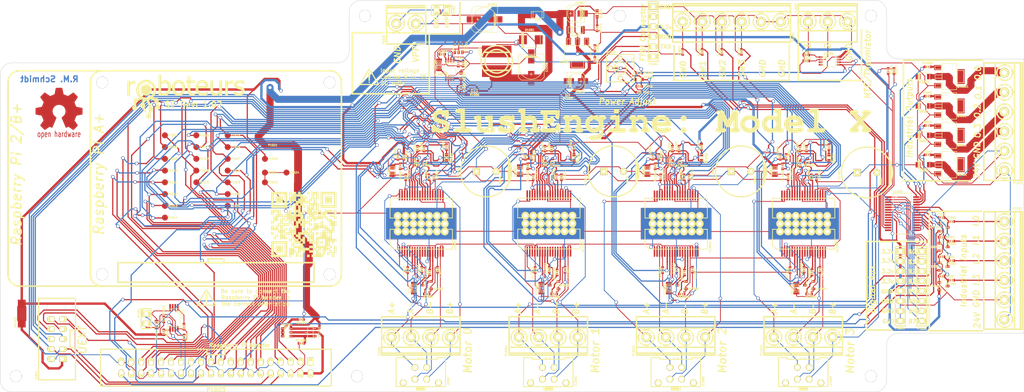
<source format=kicad_pcb>
(kicad_pcb (version 20171130) (host pcbnew "(5.1.12)-1")
  (layers (0 F.Cu signal) (31 B.Cu signal) (34 B.Paste user hide) (35 F.Paste user hide) (36 B.SilkS user hide) (37 F.SilkS user hide) (38 B.Mask user hide) (39 F.Mask user hide) (44 Edge.Cuts user))
  (net 0 "")
  (net 1 +24V)
  (net 2 GND)
  (net 3 "Net-(C1004-Pad2)")
  (net 4 "Net-(C1005-Pad1)")
  (net 5 "Net-(C1005-Pad2)")
  (net 6 +5V)
  (net 7 "/Stepper Driver #0/ADCIN")
  (net 8 "/Stepper Driver #0/~FLAG")
  (net 9 "/Stepper Driver #0/~BUSY~/SYNC")
  (net 10 "/Stepper Driver #0/VREG")
  (net 11 "/Stepper Driver #0/~STBY/RST")
  (net 12 "Net-(C2008-Pad1)")
  (net 13 "Net-(C2009-Pad1)")
  (net 14 "Net-(C2009-Pad2)")
  (net 15 "/Industrial Input 0/MCU_Input")
  (net 16 "/Industrial Input 1/MCU_Input")
  (net 17 "/Industrial Input 2/MCU_Input")
  (net 18 "/Industrial Input 3/MCU_Input")
  (net 19 "/Stepper Driver #1/~BUSY~/SYNC")
  (net 20 "/Stepper Driver #1/VREG")
  (net 21 "Net-(C12008-Pad1)")
  (net 22 "Net-(C12009-Pad1)")
  (net 23 "Net-(C12009-Pad2)")
  (net 24 "/Stepper Driver #2/~BUSY~/SYNC")
  (net 25 "/Stepper Driver #2/VREG")
  (net 26 "Net-(C13008-Pad1)")
  (net 27 "Net-(C13009-Pad1)")
  (net 28 "Net-(C13009-Pad2)")
  (net 29 "/Stepper Driver #3/~BUSY~/SYNC")
  (net 30 "/Stepper Driver #3/VREG")
  (net 31 "Net-(C14008-Pad1)")
  (net 32 "Net-(C14009-Pad1)")
  (net 33 "Net-(C14009-Pad2)")
  (net 34 "Net-(D1001-Pad2)")
  (net 35 "Net-(D1004-Pad2)")
  (net 36 "Net-(D2002-Pad1)")
  (net 37 "/Industrial Output 0/Sink")
  (net 38 "/Industrial Output 1/Sink")
  (net 39 "/Industrial Output 2/Sink")
  (net 40 "/Industrial Output 3/Sink")
  (net 41 "Net-(D12002-Pad1)")
  (net 42 "Net-(D13002-Pad1)")
  (net 43 "Net-(D14002-Pad1)")
  (net 44 "/Stepper Driver #0/SCK")
  (net 45 /PI_SPI_CE0)
  (net 46 "/Stepper Driver #0/SDI")
  (net 47 "/Stepper Driver #0/SDO")
  (net 48 "Net-(J1001-Pad1)")
  (net 49 /PI_UART_RXD)
  (net 50 /PI_UART_TXD)
  (net 51 /PI_I2C_SCL)
  (net 52 /PI_I2C_SDA)
  (net 53 "Net-(J2001-Pad1)")
  (net 54 "Net-(J2001-Pad2)")
  (net 55 "Net-(J2001-Pad3)")
  (net 56 "Net-(J2001-Pad4)")
  (net 57 "Net-(J12001-Pad1)")
  (net 58 "Net-(J12001-Pad2)")
  (net 59 "Net-(J12001-Pad3)")
  (net 60 "Net-(J12001-Pad4)")
  (net 61 "Net-(J13001-Pad1)")
  (net 62 "Net-(J13001-Pad2)")
  (net 63 "Net-(J13001-Pad3)")
  (net 64 "Net-(J13001-Pad4)")
  (net 65 "Net-(J14001-Pad1)")
  (net 66 "Net-(J14001-Pad2)")
  (net 67 "Net-(J14001-Pad3)")
  (net 68 "Net-(J14001-Pad4)")
  (net 69 "Net-(JP1001-Pad1)")
  (net 70 "/Stepper Driver #2/~CS")
  (net 71 /IO_EXP_INTA)
  (net 72 "/Stepper Driver #2/STCK")
  (net 73 "/Stepper Driver #3/STCK")
  (net 74 "Net-(P1003-Pad27)")
  (net 75 "Net-(P1003-Pad28)")
  (net 76 "/Stepper Driver #1/STCK")
  (net 77 "Net-(P1003-Pad26)")
  (net 78 "/Stepper Driver #1/~CS")
  (net 79 "Net-(P1003-Pad17)")
  (net 80 "/Stepper Driver #0/~CS")
  (net 81 /IO_EXP_INTB)
  (net 82 "/Stepper Driver #3/~CS")
  (net 83 "/Stepper Driver #0/STCK")
  (net 84 "Net-(P1003-Pad1)")
  (net 85 "/Back Power Protection/5V_MCU")
  (net 86 "Net-(P1004-Pad2)")
  (net 87 "Net-(P1004-Pad6)")
  (net 88 "Net-(P1006-Pad1)")
  (net 89 "Net-(P1006-Pad2)")
  (net 90 "Net-(P1006-Pad3)")
  (net 91 "Net-(P1006-Pad4)")
  (net 92 "Net-(P1006-Pad5)")
  (net 93 "Net-(P1006-Pad6)")
  (net 94 "Net-(P1006-Pad7)")
  (net 95 "Net-(P1006-Pad8)")
  (net 96 "/Industrial Output 3/MCU_Pin")
  (net 97 "/Industrial Output 2/MCU_Pin")
  (net 98 "/Industrial Output 1/MCU_Pin")
  (net 99 "/Industrial Output 0/MCU_Pin")
  (net 100 "Net-(Q3001-Pad1)")
  (net 101 "Net-(Q8001-Pad1)")
  (net 102 "Net-(Q9001-Pad1)")
  (net 103 "Net-(Q10001-Pad1)")
  (net 104 "Net-(R1005-Pad2)")
  (net 105 "Net-(R1008-Pad1)")
  (net 106 "Net-(R1009-Pad2)")
  (net 107 "Net-(R1010-Pad3)")
  (net 108 "/Industrial Input 0/A/D_Input")
  (net 109 "/Industrial Input 1/A/D_Input")
  (net 110 "/Industrial Input 2/A/D_Input")
  (net 111 "/Industrial Input 3/A/D_Input")
  (net 112 "Net-(R11001-Pad1)")
  (net 113 "Net-(Q11001-Pad1)")
  (net 114 "Net-(U1002-Pad3)")
  (net 115 "Net-(U1002-Pad7)")
  (net 116 /IO_EXP_RST)
  (net 117 "/Stepper Driver #0/OSCIN")
  (net 118 "/Stepper Driver #0/OSCOUT")
  (net 119 "/Stepper Driver #1/OSCIN")
  (net 120 "/Stepper Driver #1/OSCOUT")
  (net 121 "/Stepper Driver #2/OSCIN")
  (net 122 "/Stepper Driver #2/OSCOUT")
  (net 123 "/Stepper Driver #3/OSCIN")
  (net 124 "/Stepper Driver #3/OSCOUT")
  (net 125 "/Stepper Driver #0/SWITCH")
  (net 126 "/Stepper Driver #1/SWITCH")
  (net 127 "/Stepper Driver #2/SWITCH")
  (net 128 "/Stepper Driver #3/SWITCH")
  (net 129 "Net-(U1006-Pad4)")
  (net 130 +3V3)
  (net 131 "Net-(P1035-Pad3)")
  (net 132 "Net-(P1035-Pad2)")
  (module project_foot:POWERSO-36 (layer F.Cu) (at 126.7 105.3)
    (fp_text reference U2001 (at 8.65 5.5 90) (layer F.SilkS) (effects (font (size 0.5 0.5) (thickness 0.125))))
    (fp_text value L6470 hide)
    (pad PAD smd rect (at 0 0) (size 18 8) (layers B.Cu B.Paste B.Mask) (net 2 GND))
    (pad 1 smd rect (at -5.525 7.2) (size 0.38 2.5) (layers F.Cu F.Paste F.Mask) (net 2 GND))
    (pad 2 smd rect (at -4.875 7.2) (size 0.38 2.5) (layers F.Cu F.Paste F.Mask) (net 54 "Net-(J2001-Pad2)"))
    (pad 3 smd rect (at -4.225 7.2) (size 0.38 2.5) (layers F.Cu F.Paste F.Mask) (net 54 "Net-(J2001-Pad2)"))
    (pad 4 smd rect (at -3.575 7.2) (size 0.38 2.5) (layers F.Cu F.Paste F.Mask) (net 1 +24V))
    (pad 5 smd rect (at -2.925 7.2) (size 0.38 2.5) (layers F.Cu F.Paste F.Mask) (net 1 +24V))
    (pad 6 smd rect (at -2.275 7.2) (size 0.38 2.5) (layers F.Cu F.Paste F.Mask) (net 11 "/Stepper Driver #0/~STBY/RST"))
    (pad 7 smd rect (at -1.625 7.2) (size 0.38 2.5) (layers F.Cu F.Paste F.Mask) (net 125 "/Stepper Driver #0/SWITCH"))
    (pad 8 smd rect (at -0.975 7.2) (size 0.38 2.5) (layers F.Cu F.Paste F.Mask) (net 7 "/Stepper Driver #0/ADCIN"))
    (pad 9 smd rect (at -0.325 7.2) (size 0.38 2.5) (layers F.Cu F.Paste F.Mask) (net 10 "/Stepper Driver #0/VREG"))
    (pad 10 smd rect (at 0.325 7.2) (size 0.38 2.5) (layers F.Cu F.Paste F.Mask) (net 117 "/Stepper Driver #0/OSCIN"))
    (pad 11 smd rect (at 0.975 7.2) (size 0.38 2.5) (layers F.Cu F.Paste F.Mask) (net 118 "/Stepper Driver #0/OSCOUT"))
    (pad 12 smd rect (at 1.625 7.2) (size 0.38 2.5) (layers F.Cu F.Paste F.Mask) (net 2 GND))
    (pad 13 smd rect (at 2.275 7.2) (size 0.38 2.5) (layers F.Cu F.Paste F.Mask) (net 14 "Net-(C2009-Pad2)"))
    (pad 14 smd rect (at 2.925 7.2) (size 0.38 2.5) (layers F.Cu F.Paste F.Mask) (net 12 "Net-(C2008-Pad1)"))
    (pad 15 smd rect (at 3.575 7.2) (size 0.38 2.5) (layers F.Cu F.Paste F.Mask) (net 1 +24V))
    (pad 16 smd rect (at 4.225 7.2) (size 0.38 2.5) (layers F.Cu F.Paste F.Mask) (net 1 +24V))
    (pad 17 smd rect (at 4.875 7.2) (size 0.38 2.5) (layers F.Cu F.Paste F.Mask) (net 55 "Net-(J2001-Pad3)"))
    (pad 18 smd rect (at 5.525 7.2) (size 0.38 2.5) (layers F.Cu F.Paste F.Mask) (net 55 "Net-(J2001-Pad3)"))
    (pad 19 smd rect (at 5.525 -7.2) (size 0.38 2.5) (layers F.Cu F.Paste F.Mask) (net 2 GND))
    (pad 20 smd rect (at 4.875 -7.2) (size 0.38 2.5) (layers F.Cu F.Paste F.Mask) (net 56 "Net-(J2001-Pad4)"))
    (pad 21 smd rect (at 4.225 -7.2) (size 0.38 2.5) (layers F.Cu F.Paste F.Mask) (net 56 "Net-(J2001-Pad4)"))
    (pad 22 smd rect (at 3.575 -7.2) (size 0.38 2.5) (layers F.Cu F.Paste F.Mask) (net 1 +24V))
    (pad 23 smd rect (at 2.925 -7.2) (size 0.38 2.5) (layers F.Cu F.Paste F.Mask) (net 1 +24V))
    (pad 24 smd rect (at 2.275 -7.2) (size 0.38 2.5) (layers F.Cu F.Paste F.Mask) (net 130 +3V3))
    (pad 25 smd rect (at 1.625 -7.2) (size 0.38 2.5) (layers F.Cu F.Paste F.Mask) (net 47 "/Stepper Driver #0/SDO"))
    (pad 26 smd rect (at 0.975 -7.2) (size 0.38 2.5) (layers F.Cu F.Paste F.Mask) (net 44 "/Stepper Driver #0/SCK"))
    (pad 27 smd rect (at 0.325 -7.2) (size 0.38 2.5) (layers F.Cu F.Paste F.Mask) (net 46 "/Stepper Driver #0/SDI"))
    (pad 28 smd rect (at -0.325 -7.2) (size 0.38 2.5) (layers F.Cu F.Paste F.Mask) (net 2 GND))
    (pad 29 smd rect (at -0.975 -7.2) (size 0.38 2.5) (layers F.Cu F.Paste F.Mask) (net 9 "/Stepper Driver #0/~BUSY~/SYNC"))
    (pad 30 smd rect (at -1.625 -7.2) (size 0.38 2.5) (layers F.Cu F.Paste F.Mask) (net 80 "/Stepper Driver #0/~CS"))
    (pad 31 smd rect (at -2.275 -7.2) (size 0.38 2.5) (layers F.Cu F.Paste F.Mask) (net 8 "/Stepper Driver #0/~FLAG"))
    (pad 32 smd rect (at -2.925 -7.2) (size 0.38 2.5) (layers F.Cu F.Paste F.Mask) (net 83 "/Stepper Driver #0/STCK"))
    (pad 33 smd rect (at -3.575 -7.2) (size 0.38 2.5) (layers F.Cu F.Paste F.Mask) (net 1 +24V))
    (pad 34 smd rect (at -4.225 -7.2) (size 0.38 2.5) (layers F.Cu F.Paste F.Mask) (net 1 +24V))
    (pad 35 smd rect (at -4.875 -7.2) (size 0.38 2.5) (layers F.Cu F.Paste F.Mask) (net 53 "Net-(J2001-Pad1)"))
    (pad 36 smd rect (at -5.525 -7.2) (size 0.38 2.5) (layers F.Cu F.Paste F.Mask) (net 53 "Net-(J2001-Pad1)"))
    (pad PAD smd rect (at 0 0) (size 18 8) (layers F.Cu F.Paste F.Mask) (net 2 GND))
    (pad PAD thru_hole circle (at 0 0) (size 2 2) (drill 1) (layers *.Cu *.Mask F.SilkS) (net 2 GND))
    (pad PAD thru_hole circle (at 0 -2) (size 2 2) (drill 1) (layers *.Cu *.Mask F.SilkS) (net 2 GND))
    (pad PAD thru_hole circle (at 2 -2) (size 2 2) (drill 1) (layers *.Cu *.Mask F.SilkS) (net 2 GND))
    (pad PAD thru_hole circle (at 4 -2) (size 2 2) (drill 1) (layers *.Cu *.Mask F.SilkS) (net 2 GND))
    (pad PAD thru_hole circle (at 6 -2) (size 2 2) (drill 1) (layers *.Cu *.Mask F.SilkS) (net 2 GND))
    (pad PAD thru_hole circle (at 2 0) (size 2 2) (drill 1) (layers *.Cu *.Mask F.SilkS) (net 2 GND))
    (pad PAD thru_hole circle (at 4 0) (size 2 2) (drill 1) (layers *.Cu *.Mask F.SilkS) (net 2 GND))
    (pad PAD thru_hole circle (at 6 0) (size 2 2) (drill 1) (layers *.Cu *.Mask F.SilkS) (net 2 GND))
    (pad PAD thru_hole circle (at 0 2) (size 2 2) (drill 1) (layers *.Cu *.Mask F.SilkS) (net 2 GND))
    (pad PAD thru_hole circle (at 2 2) (size 2 2) (drill 1) (layers *.Cu *.Mask F.SilkS) (net 2 GND))
    (pad PAD thru_hole circle (at 4 2) (size 2 2) (drill 1) (layers *.Cu *.Mask F.SilkS) (net 2 GND))
    (pad PAD thru_hole circle (at 6 2) (size 2 2) (drill 1) (layers *.Cu *.Mask F.SilkS) (net 2 GND))
    (pad PAD thru_hole circle (at -2 -2) (size 2 2) (drill 1) (layers *.Cu *.Mask F.SilkS) (net 2 GND))
    (pad PAD thru_hole circle (at -4 -2) (size 2 2) (drill 1) (layers *.Cu *.Mask F.SilkS) (net 2 GND))
    (pad PAD thru_hole circle (at -6 -2) (size 2 2) (drill 1) (layers *.Cu *.Mask F.SilkS) (net 2 GND))
    (pad PAD thru_hole circle (at -6 0) (size 2 2) (drill 1) (layers *.Cu *.Mask F.SilkS) (net 2 GND))
    (pad PAD thru_hole circle (at -6 2) (size 2 2) (drill 1) (layers *.Cu *.Mask F.SilkS) (net 2 GND))
    (pad PAD thru_hole circle (at -2 2) (size 2 2) (drill 1) (layers *.Cu *.Mask F.SilkS) (net 2 GND))
    (pad PAD thru_hole circle (at -2 0) (size 2 2) (drill 1) (layers *.Cu *.Mask F.SilkS) (net 2 GND))
    (pad PAD thru_hole circle (at -4 0) (size 2 2) (drill 1) (layers *.Cu *.Mask F.SilkS) (net 2 GND))
    (pad PAD thru_hole circle (at -4 2) (size 2 2) (drill 1) (layers *.Cu *.Mask F.SilkS) (net 2 GND))
  )
  (module w_smd_resistors:r_0402 (layer F.Cu) (at 186.35 90.65 90)
    (fp_text reference R13006 (at -2.4 0 90) (layer F.SilkS) (effects (font (size 0.5 0.5) (thickness 0.125))))
    (fp_text value 10k hide)
    (pad 1 smd rect (at 0.54864 0 90) (size 0.8001 0.6985) (layers F.Cu F.Paste F.Mask) (net 130 +3V3))
    (pad 2 smd rect (at -0.54864 0 90) (size 0.8001 0.6985) (layers F.Cu F.Paste F.Mask) (net 127 "/Stepper Driver #2/SWITCH"))
  )
  (module w_smd_cap:c_0805 (layer F.Cu) (at 184.35 91.75 90)
    (fp_text reference C13007 (at -0.3 -1 90) (layer F.SilkS) (effects (font (size 0.5 0.5) (thickness 0.125))))
    (fp_text value 47uF hide)
    (pad 1 smd rect (at 0.9525 0 90) (size 1.30048 1.4986) (layers F.Cu F.Paste F.Mask) (net 130 +3V3))
    (pad 2 smd rect (at -0.9525 0 90) (size 1.30048 1.4986) (layers F.Cu F.Paste F.Mask) (net 2 GND))
  )
  (module w_smd_resistors:r_0402 (layer F.Cu) (at 187.25 88.25 90)
    (fp_text reference R13005 (at 0.4 0.7 90) (layer F.SilkS) (effects (font (size 0.5 0.5) (thickness 0.125))))
    (fp_text value 39k hide)
    (pad 1 smd rect (at 0.54864 0 90) (size 0.8001 0.6985) (layers F.Cu F.Paste F.Mask) (net 130 +3V3))
    (pad 2 smd rect (at -0.54864 0 90) (size 0.8001 0.6985) (layers F.Cu F.Paste F.Mask) (net 11 "/Stepper Driver #0/~STBY/RST"))
  )
  (module w_smd_cap:c_0402 (layer F.Cu) (at 187.75 93.45 270)
    (fp_text reference C13013 (at -0.8 -0.8 270) (layer F.SilkS) (effects (font (size 0.5 0.5) (thickness 0.125))))
    (fp_text value 0.1uf hide)
    (pad 1 smd rect (at 0.54864 0 270) (size 0.8001 0.6985) (layers F.Cu F.Paste F.Mask) (net 1 +24V))
    (pad 2 smd rect (at -0.54864 0 270) (size 0.8001 0.6985) (layers F.Cu F.Paste F.Mask) (net 2 GND))
  )
  (module w_smd_cap:c_0402 (layer F.Cu) (at 185.75 88.25 270)
    (fp_text reference C13005 (at -1.3 0.7 270) (layer F.SilkS) (effects (font (size 0.5 0.5) (thickness 0.125))))
    (fp_text value 0.1uf hide)
    (pad 1 smd rect (at 0.54864 0 270) (size 0.8001 0.6985) (layers F.Cu F.Paste F.Mask) (net 11 "/Stepper Driver #0/~STBY/RST"))
    (pad 2 smd rect (at -0.54864 0 270) (size 0.8001 0.6985) (layers F.Cu F.Paste F.Mask) (net 2 GND))
  )
  (module w_smd_cap:c_0402 (layer F.Cu) (at 193.65 93.45 270)
    (fp_text reference C13006 (at -0.8 0.7 270) (layer F.SilkS) (effects (font (size 0.5 0.5) (thickness 0.125))))
    (fp_text value 0.1uf hide)
    (pad 1 smd rect (at 0.54864 0 270) (size 0.8001 0.6985) (layers F.Cu F.Paste F.Mask) (net 130 +3V3))
    (pad 2 smd rect (at -0.54864 0 270) (size 0.8001 0.6985) (layers F.Cu F.Paste F.Mask) (net 2 GND))
  )
  (module w_smd_cap:c_0402 (layer F.Cu) (at 191.85 117.05 90)
    (fp_text reference C13003 (at 0.3 -0.7 90) (layer F.SilkS) (effects (font (size 0.5 0.5) (thickness 0.125))))
    (fp_text value 0.1uf hide)
    (pad 1 smd rect (at 0.54864 0 90) (size 0.8001 0.6985) (layers F.Cu F.Paste F.Mask) (net 25 "/Stepper Driver #2/VREG"))
    (pad 2 smd rect (at -0.54864 0 90) (size 0.8001 0.6985) (layers F.Cu F.Paste F.Mask) (net 2 GND))
  )
  (module w_smd_cap:c_0402 (layer F.Cu) (at 194.95 93.45 270)
    (fp_text reference C13012 (at -0.7 -0.8 270) (layer F.SilkS) (effects (font (size 0.5 0.5) (thickness 0.125))))
    (fp_text value 0.1uf hide)
    (pad 1 smd rect (at 0.54864 0 270) (size 0.8001 0.6985) (layers F.Cu F.Paste F.Mask) (net 1 +24V))
    (pad 2 smd rect (at -0.54864 0 270) (size 0.8001 0.6985) (layers F.Cu F.Paste F.Mask) (net 2 GND))
  )
  (module w_smd_cap:c_0402 (layer F.Cu) (at 195.85 117.05 90)
    (fp_text reference C13011 (at -1 0.7 90) (layer F.SilkS) (effects (font (size 0.5 0.5) (thickness 0.125))))
    (fp_text value 0.1uf hide)
    (pad 1 smd rect (at 0.54864 0 90) (size 0.8001 0.6985) (layers F.Cu F.Paste F.Mask) (net 1 +24V))
    (pad 2 smd rect (at -0.54864 0 90) (size 0.8001 0.6985) (layers F.Cu F.Paste F.Mask) (net 2 GND))
  )
  (module w_smd_resistors:r_0402 (layer F.Cu) (at 192.65 89.75 180)
    (fp_text reference R13004 (at -0.4 -0.8 180) (layer F.SilkS) (effects (font (size 0.5 0.5) (thickness 0.125))))
    (fp_text value 39k hide)
    (pad 1 smd rect (at 0.54864 0 180) (size 0.8001 0.6985) (layers F.Cu F.Paste F.Mask) (net 130 +3V3))
    (pad 2 smd rect (at -0.54864 0 180) (size 0.8001 0.6985) (layers F.Cu F.Paste F.Mask) (net 24 "/Stepper Driver #2/~BUSY~/SYNC"))
  )
  (module w_smd_cap:c_0402 (layer F.Cu) (at 190.75 86.15 270)
    (fp_text reference C13001 (at -0.4 0.7 270) (layer F.SilkS) (effects (font (size 0.5 0.5) (thickness 0.125))))
    (fp_text value 0.1uf hide)
    (pad 1 smd rect (at 0.54864 0 270) (size 0.8001 0.6985) (layers F.Cu F.Paste F.Mask) (net 8 "/Stepper Driver #0/~FLAG"))
    (pad 2 smd rect (at -0.54864 0 270) (size 0.8001 0.6985) (layers F.Cu F.Paste F.Mask) (net 2 GND))
  )
  (module w_smd_resistors:r_0402 (layer F.Cu) (at 192.45 86.15 90)
    (fp_text reference R13002 (at 0.4 -0.7 90) (layer F.SilkS) (effects (font (size 0.5 0.5) (thickness 0.125))))
    (fp_text value 39k hide)
    (pad 1 smd rect (at 0.54864 0 90) (size 0.8001 0.6985) (layers F.Cu F.Paste F.Mask) (net 130 +3V3))
    (pad 2 smd rect (at -0.54864 0 90) (size 0.8001 0.6985) (layers F.Cu F.Paste F.Mask) (net 8 "/Stepper Driver #0/~FLAG"))
  )
  (module w_smd_resistors:r_0402 (layer F.Cu) (at 198.15 85.75 90)
    (fp_text reference R13003 (at 0.45 -0.75 90) (layer F.SilkS) (effects (font (size 0.5 0.5) (thickness 0.125))))
    (fp_text value 220 hide)
    (pad 1 smd rect (at 0.54864 0 90) (size 0.8001 0.6985) (layers F.Cu F.Paste F.Mask) (net 130 +3V3))
    (pad 2 smd rect (at -0.54864 0 90) (size 0.8001 0.6985) (layers F.Cu F.Paste F.Mask) (net 42 "Net-(D13002-Pad1)"))
  )
  (module w_smd_leds:Led_0603 (layer F.Cu) (at 198.15 88.45 270)
    (fp_text reference D13002 hide)
    (fp_text value Busy (at 0.1 -1.1 270) (layer F.SilkS) (effects (font (size 0.75 0.75) (thickness 0.1875))))
    (pad 1 smd rect (at -0.7493 0 270) (size 0.79756 0.79756) (layers F.Cu F.Paste F.Mask) (net 42 "Net-(D13002-Pad1)"))
    (pad 2 smd rect (at 0.7493 0 270) (size 0.79756 0.79756) (layers F.Cu F.Paste F.Mask) (net 24 "/Stepper Driver #2/~BUSY~/SYNC"))
  )
  (module w_smd_cap:c_0402 (layer F.Cu) (at 190.85 90.05 270)
    (fp_text reference C13002 (at -0.4 0.8 270) (layer F.SilkS) (effects (font (size 0.5 0.5) (thickness 0.125))))
    (fp_text value 0.1uf hide)
    (pad 1 smd rect (at 0.54864 0 270) (size 0.8001 0.6985) (layers F.Cu F.Paste F.Mask) (net 24 "/Stepper Driver #2/~BUSY~/SYNC"))
    (pad 2 smd rect (at -0.54864 0 270) (size 0.8001 0.6985) (layers F.Cu F.Paste F.Mask) (net 2 GND))
  )
  (module project_foot:SureStep_CONN (layer F.Cu) (at 191.6 142 180)
    (fp_text reference J13001 (at -7 -3.5 270) (layer F.SilkS) (effects (font (size 0.5 0.5) (thickness 0.125))))
    (fp_text value "Stepper Motor" hide)
    (pad 1 thru_hole circle (at 1.5 0 180) (size 1.7 1.7) (drill 1.02) (layers *.Cu *.Mask F.SilkS) (net 61 "Net-(J13001-Pad1)"))
    (pad 2 thru_hole circle (at -1.5 0 180) (size 1.7 1.7) (drill 1.02) (layers *.Cu *.Mask F.SilkS) (net 62 "Net-(J13001-Pad2)"))
    (pad 3 thru_hole circle (at 1.5 -3 180) (size 1.7 1.7) (drill 1.02) (layers *.Cu *.Mask F.SilkS) (net 63 "Net-(J13001-Pad3)"))
    (pad 4 thru_hole circle (at -1.5 -3 180) (size 1.7 1.7) (drill 1.02) (layers *.Cu *.Mask F.SilkS) (net 64 "Net-(J13001-Pad4)"))
    (pad "" thru_hole circle (at 4.5 -3.94 180) (size 1.7 1.7) (drill 1.02) (layers *.Cu *.Mask F.SilkS))
    (pad "" thru_hole circle (at -4.5 -3.94 180) (size 1.7 1.7) (drill 1.02) (layers *.Cu *.Mask F.SilkS))
  )
  (module w_conn_mkds:mkds_1,5-4 (layer F.Cu) (at 191.6 134.25)
    (fp_text reference P13001 (at -10.75 3.5 90) (layer F.SilkS) (effects (font (size 0.5 0.5) (thickness 0.125))))
    (fp_text value CONN_01X04 hide)
    (pad 4 thru_hole circle (at 7.5 0) (size 2.5 2.5) (drill 1.3) (layers *.Cu *.Mask F.SilkS) (net 64 "Net-(J13001-Pad4)"))
    (pad 3 thru_hole circle (at 2.5 0) (size 2.5 2.5) (drill 1.3) (layers *.Cu *.Mask F.SilkS) (net 63 "Net-(J13001-Pad3)"))
    (pad 1 thru_hole circle (at -7.5 0) (size 2.5 2.5) (drill 1.3) (layers *.Cu *.Mask F.SilkS) (net 61 "Net-(J13001-Pad1)"))
    (pad 2 thru_hole circle (at -2.5 0) (size 2.5 2.5) (drill 1.3) (layers *.Cu *.Mask F.SilkS) (net 62 "Net-(J13001-Pad2)"))
  )
  (module w_capacitors:CP_12.5x25mm (layer F.Cu) (at 208.25 91.95 270)
    (fp_text reference C13014 (at 0.3 7.1 270) (layer F.SilkS) (effects (font (size 0.5 0.5) (thickness 0.125))))
    (fp_text value 100uF hide)
    (pad 1 thru_hole rect (at 0 2.5 270) (size 1.8 1.8) (drill 0.8) (layers *.Cu *.Mask F.SilkS) (net 1 +24V))
    (pad 2 thru_hole circle (at 0 -2.5 270) (size 1.8 1.8) (drill 0.8) (layers *.Cu *.Mask F.SilkS) (net 2 GND))
  )
  (module w_smd_cap:c_0402 (layer F.Cu) (at 188.25 117.15 90)
    (fp_text reference C13010 (at -0.6 -0.7 90) (layer F.SilkS) (effects (font (size 0.5 0.5) (thickness 0.125))))
    (fp_text value 0.1uf hide)
    (pad 1 smd rect (at 0.54864 0 90) (size 0.8001 0.6985) (layers F.Cu F.Paste F.Mask) (net 1 +24V))
    (pad 2 smd rect (at -0.54864 0 90) (size 0.8001 0.6985) (layers F.Cu F.Paste F.Mask) (net 2 GND))
  )
  (module w_smd_trans:sot23 (layer F.Cu) (at 193.1 121 90)
    (fp_text reference D13003 (at -0.95 3.05 180) (layer F.SilkS) (effects (font (size 0.5 0.5) (thickness 0.125))))
    (fp_text value DOUBLE_SCHOTTKY hide)
    (pad 1 smd rect (at -0.9525 1.05664 90) (size 0.59944 1.00076) (layers F.Cu F.Paste F.Mask) (net 1 +24V))
    (pad 2 smd rect (at 0 -1.05664 90) (size 0.59944 1.00076) (layers F.Cu F.Paste F.Mask) (net 27 "Net-(C13009-Pad1)"))
    (pad 3 smd rect (at 0.9525 1.05664 90) (size 0.59944 1.00076) (layers F.Cu F.Paste F.Mask) (net 26 "Net-(C13008-Pad1)"))
  )
  (module w_smd_cap:c_0402 (layer F.Cu) (at 193.85 117.75 270)
    (fp_text reference C13009 (at 0.2 0.7 270) (layer F.SilkS) (effects (font (size 0.5 0.5) (thickness 0.125))))
    (fp_text value 10nF hide)
    (pad 1 smd rect (at 0.54864 0 270) (size 0.8001 0.6985) (layers F.Cu F.Paste F.Mask) (net 27 "Net-(C13009-Pad1)"))
    (pad 2 smd rect (at -0.54864 0 270) (size 0.8001 0.6985) (layers F.Cu F.Paste F.Mask) (net 28 "Net-(C13009-Pad2)"))
  )
  (module w_smd_cap:c_0402 (layer F.Cu) (at 193.1 123.25 180)
    (fp_text reference C13008 (at -0.45 -0.8 180) (layer F.SilkS) (effects (font (size 0.5 0.5) (thickness 0.125))))
    (fp_text value 220nF hide)
    (pad 1 smd rect (at 0.54864 0 180) (size 0.8001 0.6985) (layers F.Cu F.Paste F.Mask) (net 26 "Net-(C13008-Pad1)"))
    (pad 2 smd rect (at -0.54864 0 180) (size 0.8001 0.6985) (layers F.Cu F.Paste F.Mask) (net 1 +24V))
  )
  (module w_smd_cap:c_0805 (layer F.Cu) (at 189.85 121.75 90)
    (fp_text reference C13004 (at -0.2 -1.1 90) (layer F.SilkS) (effects (font (size 0.5 0.5) (thickness 0.125))))
    (fp_text value 10uF hide)
    (pad 1 smd rect (at 0.9525 0 90) (size 1.30048 1.4986) (layers F.Cu F.Paste F.Mask) (net 25 "/Stepper Driver #2/VREG"))
    (pad 2 smd rect (at -0.9525 0 90) (size 1.30048 1.4986) (layers F.Cu F.Paste F.Mask) (net 2 GND))
  )
  (module project_foot:SureStep_CONN (layer F.Cu) (at 159.1 142 180)
    (fp_text reference J12001 (at -7 -3.5 270) (layer F.SilkS) (effects (font (size 0.5 0.5) (thickness 0.125))))
    (fp_text value "Stepper Motor" hide)
    (pad 1 thru_hole circle (at 1.5 0 180) (size 1.7 1.7) (drill 1.02) (layers *.Cu *.Mask F.SilkS) (net 57 "Net-(J12001-Pad1)"))
    (pad 2 thru_hole circle (at -1.5 0 180) (size 1.7 1.7) (drill 1.02) (layers *.Cu *.Mask F.SilkS) (net 58 "Net-(J12001-Pad2)"))
    (pad 3 thru_hole circle (at 1.5 -3 180) (size 1.7 1.7) (drill 1.02) (layers *.Cu *.Mask F.SilkS) (net 59 "Net-(J12001-Pad3)"))
    (pad 4 thru_hole circle (at -1.5 -3 180) (size 1.7 1.7) (drill 1.02) (layers *.Cu *.Mask F.SilkS) (net 60 "Net-(J12001-Pad4)"))
    (pad "" thru_hole circle (at 4.5 -3.94 180) (size 1.7 1.7) (drill 1.02) (layers *.Cu *.Mask F.SilkS))
    (pad "" thru_hole circle (at -4.5 -3.94 180) (size 1.7 1.7) (drill 1.02) (layers *.Cu *.Mask F.SilkS))
  )
  (module w_smd_leds:Led_0603 (layer F.Cu) (at 165.65 88.45 270)
    (fp_text reference D12002 hide)
    (fp_text value Busy (at 0.1 -1.1 270) (layer F.SilkS) (effects (font (size 0.75 0.75) (thickness 0.1875))))
    (pad 1 smd rect (at -0.7493 0 270) (size 0.79756 0.79756) (layers F.Cu F.Paste F.Mask) (net 41 "Net-(D12002-Pad1)"))
    (pad 2 smd rect (at 0.7493 0 270) (size 0.79756 0.79756) (layers F.Cu F.Paste F.Mask) (net 19 "/Stepper Driver #1/~BUSY~/SYNC"))
  )
  (module w_smd_resistors:r_0402 (layer F.Cu) (at 165.65 85.75 90)
    (fp_text reference R12003 (at 0.4 -0.8 90) (layer F.SilkS) (effects (font (size 0.5 0.5) (thickness 0.125))))
    (fp_text value 220 hide)
    (pad 1 smd rect (at 0.54864 0 90) (size 0.8001 0.6985) (layers F.Cu F.Paste F.Mask) (net 130 +3V3))
    (pad 2 smd rect (at -0.54864 0 90) (size 0.8001 0.6985) (layers F.Cu F.Paste F.Mask) (net 41 "Net-(D12002-Pad1)"))
  )
  (module w_capacitors:CP_12.5x25mm (layer F.Cu) (at 175.75 91.95 270)
    (fp_text reference C12014 (at 2.25 7.05 270) (layer F.SilkS) (effects (font (size 0.5 0.5) (thickness 0.125))))
    (fp_text value 100uF hide)
    (pad 1 thru_hole rect (at 0 2.5 270) (size 1.8 1.8) (drill 0.8) (layers *.Cu *.Mask F.SilkS) (net 1 +24V))
    (pad 2 thru_hole circle (at 0 -2.5 270) (size 1.8 1.8) (drill 0.8) (layers *.Cu *.Mask F.SilkS) (net 2 GND))
  )
  (module w_smd_cap:c_0402 (layer F.Cu) (at 161.15 93.45 270)
    (fp_text reference C12006 (at -0.8 0.7 270) (layer F.SilkS) (effects (font (size 0.5 0.5) (thickness 0.125))))
    (fp_text value 0.1uf hide)
    (pad 1 smd rect (at 0.54864 0 270) (size 0.8001 0.6985) (layers F.Cu F.Paste F.Mask) (net 130 +3V3))
    (pad 2 smd rect (at -0.54864 0 270) (size 0.8001 0.6985) (layers F.Cu F.Paste F.Mask) (net 2 GND))
  )
  (module w_smd_cap:c_0402 (layer F.Cu) (at 162.45 93.45 270)
    (fp_text reference C12012 (at -0.7 -0.8 270) (layer F.SilkS) (effects (font (size 0.5 0.5) (thickness 0.125))))
    (fp_text value 0.1uf hide)
    (pad 1 smd rect (at 0.54864 0 270) (size 0.8001 0.6985) (layers F.Cu F.Paste F.Mask) (net 1 +24V))
    (pad 2 smd rect (at -0.54864 0 270) (size 0.8001 0.6985) (layers F.Cu F.Paste F.Mask) (net 2 GND))
  )
  (module w_smd_cap:c_0805 (layer F.Cu) (at 157.35 121.75 90)
    (fp_text reference C12004 (at -0.2 -1.25 90) (layer F.SilkS) (effects (font (size 0.5 0.5) (thickness 0.125))))
    (fp_text value 10uF hide)
    (pad 1 smd rect (at 0.9525 0 90) (size 1.30048 1.4986) (layers F.Cu F.Paste F.Mask) (net 20 "/Stepper Driver #1/VREG"))
    (pad 2 smd rect (at -0.9525 0 90) (size 1.30048 1.4986) (layers F.Cu F.Paste F.Mask) (net 2 GND))
  )
  (module w_smd_trans:sot23 (layer F.Cu) (at 160.6 121 90)
    (fp_text reference D12003 (at -0.05 2.35 180) (layer F.SilkS) (effects (font (size 0.5 0.5) (thickness 0.125))))
    (fp_text value DOUBLE_SCHOTTKY hide)
    (pad 1 smd rect (at -0.9525 1.05664 90) (size 0.59944 1.00076) (layers F.Cu F.Paste F.Mask) (net 1 +24V))
    (pad 2 smd rect (at 0 -1.05664 90) (size 0.59944 1.00076) (layers F.Cu F.Paste F.Mask) (net 22 "Net-(C12009-Pad1)"))
    (pad 3 smd rect (at 0.9525 1.05664 90) (size 0.59944 1.00076) (layers F.Cu F.Paste F.Mask) (net 21 "Net-(C12008-Pad1)"))
  )
  (module w_smd_cap:c_0402 (layer F.Cu) (at 160.6 123.25 180)
    (fp_text reference C12008 (at 0 -0.85 180) (layer F.SilkS) (effects (font (size 0.5 0.5) (thickness 0.125))))
    (fp_text value 220nF hide)
    (pad 1 smd rect (at 0.54864 0 180) (size 0.8001 0.6985) (layers F.Cu F.Paste F.Mask) (net 21 "Net-(C12008-Pad1)"))
    (pad 2 smd rect (at -0.54864 0 180) (size 0.8001 0.6985) (layers F.Cu F.Paste F.Mask) (net 1 +24V))
  )
  (module w_conn_mkds:mkds_1,5-4 (layer F.Cu) (at 159.1 134.25)
    (fp_text reference P12001 (at -10.75 3.5 90) (layer F.SilkS) (effects (font (size 0.5 0.5) (thickness 0.125))))
    (fp_text value CONN_01X04 hide)
    (pad 4 thru_hole circle (at 7.5 0) (size 2.5 2.5) (drill 1.3) (layers *.Cu *.Mask F.SilkS) (net 60 "Net-(J12001-Pad4)"))
    (pad 3 thru_hole circle (at 2.5 0) (size 2.5 2.5) (drill 1.3) (layers *.Cu *.Mask F.SilkS) (net 59 "Net-(J12001-Pad3)"))
    (pad 1 thru_hole circle (at -7.5 0) (size 2.5 2.5) (drill 1.3) (layers *.Cu *.Mask F.SilkS) (net 57 "Net-(J12001-Pad1)"))
    (pad 2 thru_hole circle (at -2.5 0) (size 2.5 2.5) (drill 1.3) (layers *.Cu *.Mask F.SilkS) (net 58 "Net-(J12001-Pad2)"))
  )
  (module w_smd_cap:c_0402 (layer F.Cu) (at 161.35 117.75 270)
    (fp_text reference C12009 (at 0.15 0.8 270) (layer F.SilkS) (effects (font (size 0.5 0.5) (thickness 0.125))))
    (fp_text value 10nF hide)
    (pad 1 smd rect (at 0.54864 0 270) (size 0.8001 0.6985) (layers F.Cu F.Paste F.Mask) (net 22 "Net-(C12009-Pad1)"))
    (pad 2 smd rect (at -0.54864 0 270) (size 0.8001 0.6985) (layers F.Cu F.Paste F.Mask) (net 23 "Net-(C12009-Pad2)"))
  )
  (module w_smd_cap:c_0402 (layer F.Cu) (at 155.75 117.15 90)
    (fp_text reference C12010 (at -0.65 -0.85 90) (layer F.SilkS) (effects (font (size 0.5 0.5) (thickness 0.125))))
    (fp_text value 0.1uf hide)
    (pad 1 smd rect (at 0.54864 0 90) (size 0.8001 0.6985) (layers F.Cu F.Paste F.Mask) (net 1 +24V))
    (pad 2 smd rect (at -0.54864 0 90) (size 0.8001 0.6985) (layers F.Cu F.Paste F.Mask) (net 2 GND))
  )
  (module w_smd_cap:c_0402 (layer F.Cu) (at 159.35 117.05 90)
    (fp_text reference C12003 (at 0.25 -0.85 90) (layer F.SilkS) (effects (font (size 0.5 0.5) (thickness 0.125))))
    (fp_text value 0.1uf hide)
    (pad 1 smd rect (at 0.54864 0 90) (size 0.8001 0.6985) (layers F.Cu F.Paste F.Mask) (net 20 "/Stepper Driver #1/VREG"))
    (pad 2 smd rect (at -0.54864 0 90) (size 0.8001 0.6985) (layers F.Cu F.Paste F.Mask) (net 2 GND))
  )
  (module w_smd_cap:c_0402 (layer F.Cu) (at 163.35 117.05 90)
    (fp_text reference C12011 (at -0.6 0.85 90) (layer F.SilkS) (effects (font (size 0.5 0.5) (thickness 0.125))))
    (fp_text value 0.1uf hide)
    (pad 1 smd rect (at 0.54864 0 90) (size 0.8001 0.6985) (layers F.Cu F.Paste F.Mask) (net 1 +24V))
    (pad 2 smd rect (at -0.54864 0 90) (size 0.8001 0.6985) (layers F.Cu F.Paste F.Mask) (net 2 GND))
  )
  (module w_smd_cap:c_0805 (layer F.Cu) (at 151.85 91.75 90)
    (fp_text reference C12007 (at -0.2 -1.15 90) (layer F.SilkS) (effects (font (size 0.5 0.5) (thickness 0.125))))
    (fp_text value 47uF hide)
    (pad 1 smd rect (at 0.9525 0 90) (size 1.30048 1.4986) (layers F.Cu F.Paste F.Mask) (net 130 +3V3))
    (pad 2 smd rect (at -0.9525 0 90) (size 1.30048 1.4986) (layers F.Cu F.Paste F.Mask) (net 2 GND))
  )
  (module w_smd_cap:c_0402 (layer F.Cu) (at 158.35 90.05 270)
    (fp_text reference C12002 (at -0.4 0.7 270) (layer F.SilkS) (effects (font (size 0.5 0.5) (thickness 0.125))))
    (fp_text value 0.1uf hide)
    (pad 1 smd rect (at 0.54864 0 270) (size 0.8001 0.6985) (layers F.Cu F.Paste F.Mask) (net 19 "/Stepper Driver #1/~BUSY~/SYNC"))
    (pad 2 smd rect (at -0.54864 0 270) (size 0.8001 0.6985) (layers F.Cu F.Paste F.Mask) (net 2 GND))
  )
  (module w_smd_resistors:r_0402 (layer F.Cu) (at 160.15 89.75 180)
    (fp_text reference R12004 (at -0.45 -0.8 180) (layer F.SilkS) (effects (font (size 0.5 0.5) (thickness 0.125))))
    (fp_text value 39k hide)
    (pad 1 smd rect (at 0.54864 0 180) (size 0.8001 0.6985) (layers F.Cu F.Paste F.Mask) (net 130 +3V3))
    (pad 2 smd rect (at -0.54864 0 180) (size 0.8001 0.6985) (layers F.Cu F.Paste F.Mask) (net 19 "/Stepper Driver #1/~BUSY~/SYNC"))
  )
  (module w_smd_cap:c_0402 (layer F.Cu) (at 158.25 86.15 270)
    (fp_text reference C12001 (at -0.4 0.7 270) (layer F.SilkS) (effects (font (size 0.5 0.5) (thickness 0.125))))
    (fp_text value 0.1uf hide)
    (pad 1 smd rect (at 0.54864 0 270) (size 0.8001 0.6985) (layers F.Cu F.Paste F.Mask) (net 8 "/Stepper Driver #0/~FLAG"))
    (pad 2 smd rect (at -0.54864 0 270) (size 0.8001 0.6985) (layers F.Cu F.Paste F.Mask) (net 2 GND))
  )
  (module w_smd_resistors:r_0402 (layer F.Cu) (at 159.95 86.15 90)
    (fp_text reference R12002 (at 0.4 -0.7 90) (layer F.SilkS) (effects (font (size 0.5 0.5) (thickness 0.125))))
    (fp_text value 39k hide)
    (pad 1 smd rect (at 0.54864 0 90) (size 0.8001 0.6985) (layers F.Cu F.Paste F.Mask) (net 130 +3V3))
    (pad 2 smd rect (at -0.54864 0 90) (size 0.8001 0.6985) (layers F.Cu F.Paste F.Mask) (net 8 "/Stepper Driver #0/~FLAG"))
  )
  (module w_smd_cap:c_0402 (layer F.Cu) (at 155.25 93.45 270)
    (fp_text reference C12013 (at -0.8 -0.8 270) (layer F.SilkS) (effects (font (size 0.5 0.5) (thickness 0.125))))
    (fp_text value 0.1uf hide)
    (pad 1 smd rect (at 0.54864 0 270) (size 0.8001 0.6985) (layers F.Cu F.Paste F.Mask) (net 1 +24V))
    (pad 2 smd rect (at -0.54864 0 270) (size 0.8001 0.6985) (layers F.Cu F.Paste F.Mask) (net 2 GND))
  )
  (module w_smd_resistors:r_0402 (layer F.Cu) (at 154.75 88.25 90)
    (fp_text reference R12005 (at 0.4 0.7 90) (layer F.SilkS) (effects (font (size 0.5 0.5) (thickness 0.125))))
    (fp_text value 39k hide)
    (pad 1 smd rect (at 0.54864 0 90) (size 0.8001 0.6985) (layers F.Cu F.Paste F.Mask) (net 130 +3V3))
    (pad 2 smd rect (at -0.54864 0 90) (size 0.8001 0.6985) (layers F.Cu F.Paste F.Mask) (net 11 "/Stepper Driver #0/~STBY/RST"))
  )
  (module w_smd_cap:c_0402 (layer F.Cu) (at 153.25 88.25 270)
    (fp_text reference C12005 (at -1.3 0.7 270) (layer F.SilkS) (effects (font (size 0.5 0.5) (thickness 0.125))))
    (fp_text value 0.1uf hide)
    (pad 1 smd rect (at 0.54864 0 270) (size 0.8001 0.6985) (layers F.Cu F.Paste F.Mask) (net 11 "/Stepper Driver #0/~STBY/RST"))
    (pad 2 smd rect (at -0.54864 0 270) (size 0.8001 0.6985) (layers F.Cu F.Paste F.Mask) (net 2 GND))
  )
  (module w_smd_resistors:r_0402 (layer F.Cu) (at 153.85 90.65 90)
    (fp_text reference R12006 (at -2.4 0 90) (layer F.SilkS) (effects (font (size 0.5 0.5) (thickness 0.125))))
    (fp_text value 10k hide)
    (pad 1 smd rect (at 0.54864 0 90) (size 0.8001 0.6985) (layers F.Cu F.Paste F.Mask) (net 130 +3V3))
    (pad 2 smd rect (at -0.54864 0 90) (size 0.8001 0.6985) (layers F.Cu F.Paste F.Mask) (net 126 "/Stepper Driver #1/SWITCH"))
  )
  (module w_conn_mkds:mkds_1,5-4 (layer F.Cu) (at 126.6 134.25)
    (fp_text reference P2001 (at -10.6 3.55 90) (layer F.SilkS) (effects (font (size 0.5 0.5) (thickness 0.125))))
    (fp_text value CONN_01X04 hide)
    (pad 4 thru_hole circle (at 7.5 0) (size 2.5 2.5) (drill 1.3) (layers *.Cu *.Mask F.SilkS) (net 56 "Net-(J2001-Pad4)"))
    (pad 3 thru_hole circle (at 2.5 0) (size 2.5 2.5) (drill 1.3) (layers *.Cu *.Mask F.SilkS) (net 55 "Net-(J2001-Pad3)"))
    (pad 1 thru_hole circle (at -7.5 0) (size 2.5 2.5) (drill 1.3) (layers *.Cu *.Mask F.SilkS) (net 53 "Net-(J2001-Pad1)"))
    (pad 2 thru_hole circle (at -2.5 0) (size 2.5 2.5) (drill 1.3) (layers *.Cu *.Mask F.SilkS) (net 54 "Net-(J2001-Pad2)"))
  )
  (module w_smd_cap:c_0402 (layer F.Cu) (at 128.1 123.25 180)
    (fp_text reference C2008 (at -0.45 -0.8 180) (layer F.SilkS) (effects (font (size 0.5 0.5) (thickness 0.125))))
    (fp_text value 220nF hide)
    (pad 1 smd rect (at 0.54864 0 180) (size 0.8001 0.6985) (layers F.Cu F.Paste F.Mask) (net 12 "Net-(C2008-Pad1)"))
    (pad 2 smd rect (at -0.54864 0 180) (size 0.8001 0.6985) (layers F.Cu F.Paste F.Mask) (net 1 +24V))
  )
  (module w_smd_cap:c_0805 (layer F.Cu) (at 124.85 121.75 90)
    (fp_text reference C2004 (at -0.2 -1.1 90) (layer F.SilkS) (effects (font (size 0.5 0.5) (thickness 0.125))))
    (fp_text value 10uF hide)
    (pad 1 smd rect (at 0.9525 0 90) (size 1.30048 1.4986) (layers F.Cu F.Paste F.Mask) (net 10 "/Stepper Driver #0/VREG"))
    (pad 2 smd rect (at -0.9525 0 90) (size 1.30048 1.4986) (layers F.Cu F.Paste F.Mask) (net 2 GND))
  )
  (module project_foot:SureStep_CONN (layer F.Cu) (at 126.6 142 180)
    (fp_text reference J2001 (at -7 -3.5 270) (layer F.SilkS) (effects (font (size 0.5 0.5) (thickness 0.125))))
    (fp_text value "Stepper Motor" hide)
    (pad 1 thru_hole circle (at 1.5 0 180) (size 1.7 1.7) (drill 1.02) (layers *.Cu *.Mask F.SilkS) (net 53 "Net-(J2001-Pad1)"))
    (pad 2 thru_hole circle (at -1.5 0 180) (size 1.7 1.7) (drill 1.02) (layers *.Cu *.Mask F.SilkS) (net 54 "Net-(J2001-Pad2)"))
    (pad 3 thru_hole circle (at 1.5 -3 180) (size 1.7 1.7) (drill 1.02) (layers *.Cu *.Mask F.SilkS) (net 55 "Net-(J2001-Pad3)"))
    (pad 4 thru_hole circle (at -1.5 -3 180) (size 1.7 1.7) (drill 1.02) (layers *.Cu *.Mask F.SilkS) (net 56 "Net-(J2001-Pad4)"))
    (pad "" thru_hole circle (at 4.5 -3.94 180) (size 1.7 1.7) (drill 1.02) (layers *.Cu *.Mask F.SilkS))
    (pad "" thru_hole circle (at -4.5 -3.94 180) (size 1.7 1.7) (drill 1.02) (layers *.Cu *.Mask F.SilkS))
  )
  (module w_smd_resistors:r_0402 (layer F.Cu) (at 133.15 85.75 90)
    (fp_text reference R2003 (at 0.3 -0.8 90) (layer F.SilkS) (effects (font (size 0.5 0.5) (thickness 0.125))))
    (fp_text value 220 hide)
    (pad 1 smd rect (at 0.54864 0 90) (size 0.8001 0.6985) (layers F.Cu F.Paste F.Mask) (net 130 +3V3))
    (pad 2 smd rect (at -0.54864 0 90) (size 0.8001 0.6985) (layers F.Cu F.Paste F.Mask) (net 36 "Net-(D2002-Pad1)"))
  )
  (module w_smd_leds:Led_0603 (layer F.Cu) (at 133.15 88.45 270)
    (fp_text reference D2002 hide)
    (fp_text value Busy (at 0.1 -1.1 270) (layer F.SilkS) (effects (font (size 0.75 0.75) (thickness 0.1875))))
    (pad 1 smd rect (at -0.7493 0 270) (size 0.79756 0.79756) (layers F.Cu F.Paste F.Mask) (net 36 "Net-(D2002-Pad1)"))
    (pad 2 smd rect (at 0.7493 0 270) (size 0.79756 0.79756) (layers F.Cu F.Paste F.Mask) (net 9 "/Stepper Driver #0/~BUSY~/SYNC"))
  )
  (module w_capacitors:CP_12.5x25mm (layer F.Cu) (at 143.25 91.95 270)
    (fp_text reference C2014 (at 0.3 7.1 270) (layer F.SilkS) (effects (font (size 0.5 0.5) (thickness 0.125))))
    (fp_text value 100uF hide)
    (pad 1 thru_hole rect (at 0 2.5 270) (size 1.8 1.8) (drill 0.8) (layers *.Cu *.Mask F.SilkS) (net 1 +24V))
    (pad 2 thru_hole circle (at 0 -2.5 270) (size 1.8 1.8) (drill 0.8) (layers *.Cu *.Mask F.SilkS) (net 2 GND))
  )
  (module w_smd_resistors:r_0402 (layer F.Cu) (at 121.35 90.65 90)
    (fp_text reference R2006 (at -2.4 0 90) (layer F.SilkS) (effects (font (size 0.5 0.5) (thickness 0.125))))
    (fp_text value 10k hide)
    (pad 1 smd rect (at 0.54864 0 90) (size 0.8001 0.6985) (layers F.Cu F.Paste F.Mask) (net 130 +3V3))
    (pad 2 smd rect (at -0.54864 0 90) (size 0.8001 0.6985) (layers F.Cu F.Paste F.Mask) (net 125 "/Stepper Driver #0/SWITCH"))
  )
  (module w_smd_resistors:r_0402 (layer F.Cu) (at 127.45 86.15 90)
    (fp_text reference R2002 (at 0.4 -0.7 90) (layer F.SilkS) (effects (font (size 0.5 0.5) (thickness 0.125))))
    (fp_text value 39k hide)
    (pad 1 smd rect (at 0.54864 0 90) (size 0.8001 0.6985) (layers F.Cu F.Paste F.Mask) (net 130 +3V3))
    (pad 2 smd rect (at -0.54864 0 90) (size 0.8001 0.6985) (layers F.Cu F.Paste F.Mask) (net 8 "/Stepper Driver #0/~FLAG"))
  )
  (module w_smd_cap:c_0402 (layer F.Cu) (at 125.85 90.05 270)
    (fp_text reference C2002 (at -0.4 0.7 270) (layer F.SilkS) (effects (font (size 0.5 0.5) (thickness 0.125))))
    (fp_text value 0.1uf hide)
    (pad 1 smd rect (at 0.54864 0 270) (size 0.8001 0.6985) (layers F.Cu F.Paste F.Mask) (net 9 "/Stepper Driver #0/~BUSY~/SYNC"))
    (pad 2 smd rect (at -0.54864 0 270) (size 0.8001 0.6985) (layers F.Cu F.Paste F.Mask) (net 2 GND))
  )
  (module w_smd_resistors:r_0402 (layer F.Cu) (at 127.65 89.75 180)
    (fp_text reference R2004 (at -0.5 -0.7 180) (layer F.SilkS) (effects (font (size 0.5 0.5) (thickness 0.125))))
    (fp_text value 39k hide)
    (pad 1 smd rect (at 0.54864 0 180) (size 0.8001 0.6985) (layers F.Cu F.Paste F.Mask) (net 130 +3V3))
    (pad 2 smd rect (at -0.54864 0 180) (size 0.8001 0.6985) (layers F.Cu F.Paste F.Mask) (net 9 "/Stepper Driver #0/~BUSY~/SYNC"))
  )
  (module w_smd_cap:c_0402 (layer F.Cu) (at 120.75 88.25 270)
    (fp_text reference C2005 (at -1.3 0.7 270) (layer F.SilkS) (effects (font (size 0.5 0.5) (thickness 0.125))))
    (fp_text value 0.1uf hide)
    (pad 1 smd rect (at 0.54864 0 270) (size 0.8001 0.6985) (layers F.Cu F.Paste F.Mask) (net 11 "/Stepper Driver #0/~STBY/RST"))
    (pad 2 smd rect (at -0.54864 0 270) (size 0.8001 0.6985) (layers F.Cu F.Paste F.Mask) (net 2 GND))
  )
  (module w_smd_cap:c_0402 (layer F.Cu) (at 125.75 86.15 270)
    (fp_text reference C2001 (at -0.4 0.7 270) (layer F.SilkS) (effects (font (size 0.5 0.5) (thickness 0.125))))
    (fp_text value 0.1uf hide)
    (pad 1 smd rect (at 0.54864 0 270) (size 0.8001 0.6985) (layers F.Cu F.Paste F.Mask) (net 8 "/Stepper Driver #0/~FLAG"))
    (pad 2 smd rect (at -0.54864 0 270) (size 0.8001 0.6985) (layers F.Cu F.Paste F.Mask) (net 2 GND))
  )
  (module w_smd_resistors:r_0402 (layer F.Cu) (at 122.25 88.25 90)
    (fp_text reference R2005 (at 0.4 0.7 90) (layer F.SilkS) (effects (font (size 0.5 0.5) (thickness 0.125))))
    (fp_text value 39k hide)
    (pad 1 smd rect (at 0.54864 0 90) (size 0.8001 0.6985) (layers F.Cu F.Paste F.Mask) (net 130 +3V3))
    (pad 2 smd rect (at -0.54864 0 90) (size 0.8001 0.6985) (layers F.Cu F.Paste F.Mask) (net 11 "/Stepper Driver #0/~STBY/RST"))
  )
  (module w_smd_trans:sot23 (layer F.Cu) (at 128.1 121 90)
    (fp_text reference D2003 (at -0.95 3.05 180) (layer F.SilkS) (effects (font (size 0.5 0.5) (thickness 0.125))))
    (fp_text value DOUBLE_SCHOTTKY hide)
    (pad 1 smd rect (at -0.9525 1.05664 90) (size 0.59944 1.00076) (layers F.Cu F.Paste F.Mask) (net 1 +24V))
    (pad 2 smd rect (at 0 -1.05664 90) (size 0.59944 1.00076) (layers F.Cu F.Paste F.Mask) (net 13 "Net-(C2009-Pad1)"))
    (pad 3 smd rect (at 0.9525 1.05664 90) (size 0.59944 1.00076) (layers F.Cu F.Paste F.Mask) (net 12 "Net-(C2008-Pad1)"))
  )
  (module w_smd_cap:c_0402 (layer F.Cu) (at 130.85 117.05 90)
    (fp_text reference C2011 (at -0.75 0.75 90) (layer F.SilkS) (effects (font (size 0.5 0.5) (thickness 0.125))))
    (fp_text value 0.1uf hide)
    (pad 1 smd rect (at 0.54864 0 90) (size 0.8001 0.6985) (layers F.Cu F.Paste F.Mask) (net 1 +24V))
    (pad 2 smd rect (at -0.54864 0 90) (size 0.8001 0.6985) (layers F.Cu F.Paste F.Mask) (net 2 GND))
  )
  (module w_smd_cap:c_0402 (layer F.Cu) (at 128.85 117.75 270)
    (fp_text reference C2009 (at 0.1 0.8 270) (layer F.SilkS) (effects (font (size 0.5 0.5) (thickness 0.125))))
    (fp_text value 10nF hide)
    (pad 1 smd rect (at 0.54864 0 270) (size 0.8001 0.6985) (layers F.Cu F.Paste F.Mask) (net 13 "Net-(C2009-Pad1)"))
    (pad 2 smd rect (at -0.54864 0 270) (size 0.8001 0.6985) (layers F.Cu F.Paste F.Mask) (net 14 "Net-(C2009-Pad2)"))
  )
  (module w_smd_cap:c_0402 (layer F.Cu) (at 126.85 117.05 90)
    (fp_text reference C2003 (at 0.05 -0.85 90) (layer F.SilkS) (effects (font (size 0.5 0.5) (thickness 0.125))))
    (fp_text value 0.1uf hide)
    (pad 1 smd rect (at 0.54864 0 90) (size 0.8001 0.6985) (layers F.Cu F.Paste F.Mask) (net 10 "/Stepper Driver #0/VREG"))
    (pad 2 smd rect (at -0.54864 0 90) (size 0.8001 0.6985) (layers F.Cu F.Paste F.Mask) (net 2 GND))
  )
  (module w_smd_cap:c_0402 (layer F.Cu) (at 123.25 117.15 90)
    (fp_text reference C2010 (at -0.05 -0.85 90) (layer F.SilkS) (effects (font (size 0.5 0.5) (thickness 0.125))))
    (fp_text value 0.1uf hide)
    (pad 1 smd rect (at 0.54864 0 90) (size 0.8001 0.6985) (layers F.Cu F.Paste F.Mask) (net 1 +24V))
    (pad 2 smd rect (at -0.54864 0 90) (size 0.8001 0.6985) (layers F.Cu F.Paste F.Mask) (net 2 GND))
  )
  (module w_smd_cap:c_0402 (layer F.Cu) (at 122.75 93.45 270)
    (fp_text reference C2013 (at -0.8 -0.8 270) (layer F.SilkS) (effects (font (size 0.5 0.5) (thickness 0.125))))
    (fp_text value 0.1uf hide)
    (pad 1 smd rect (at 0.54864 0 270) (size 0.8001 0.6985) (layers F.Cu F.Paste F.Mask) (net 1 +24V))
    (pad 2 smd rect (at -0.54864 0 270) (size 0.8001 0.6985) (layers F.Cu F.Paste F.Mask) (net 2 GND))
  )
  (module w_smd_cap:c_0402 (layer F.Cu) (at 129.95 93.45 270)
    (fp_text reference C2012 (at -0.7 -0.8 270) (layer F.SilkS) (effects (font (size 0.5 0.5) (thickness 0.125))))
    (fp_text value 0.1uf hide)
    (pad 1 smd rect (at 0.54864 0 270) (size 0.8001 0.6985) (layers F.Cu F.Paste F.Mask) (net 1 +24V))
    (pad 2 smd rect (at -0.54864 0 270) (size 0.8001 0.6985) (layers F.Cu F.Paste F.Mask) (net 2 GND))
  )
  (module w_smd_cap:c_0805 (layer F.Cu) (at 119.35 91.75 90)
    (fp_text reference C2007 (at -0.3 -1 90) (layer F.SilkS) (effects (font (size 0.5 0.5) (thickness 0.125))))
    (fp_text value 47uF hide)
    (pad 1 smd rect (at 0.9525 0 90) (size 1.30048 1.4986) (layers F.Cu F.Paste F.Mask) (net 130 +3V3))
    (pad 2 smd rect (at -0.9525 0 90) (size 1.30048 1.4986) (layers F.Cu F.Paste F.Mask) (net 2 GND))
  )
  (module w_smd_cap:c_0402 (layer F.Cu) (at 128.65 93.45 270)
    (fp_text reference C2006 (at -0.8 0.7 270) (layer F.SilkS) (effects (font (size 0.5 0.5) (thickness 0.125))))
    (fp_text value 0.1uf hide)
    (pad 1 smd rect (at 0.54864 0 270) (size 0.8001 0.6985) (layers F.Cu F.Paste F.Mask) (net 130 +3V3))
    (pad 2 smd rect (at -0.54864 0 270) (size 0.8001 0.6985) (layers F.Cu F.Paste F.Mask) (net 2 GND))
  )
  (module w_smd_cap:c_elec_6.3x7.7 (layer F.Cu) (at 142.85 53.15 180)
    (fp_text reference C1001 (at -2.1 3.8 180) (layer F.SilkS) (effects (font (size 0.5 0.5) (thickness 0.125))))
    (fp_text value 50uf/50v hide)
    (pad 1 smd rect (at 2.75082 0 180) (size 3.59918 1.6002) (layers F.Cu F.Paste F.Mask) (net 1 +24V))
    (pad 2 smd rect (at -2.75082 0 180) (size 3.59918 1.6002) (layers F.Cu F.Paste F.Mask) (net 2 GND))
  )
  (module w_smd_cap:c_0402 (layer F.Cu) (at 132.05 62.05)
    (fp_text reference C1002 (at 0 -0.75) (layer F.SilkS) (effects (font (size 0.5 0.5) (thickness 0.125))))
    (fp_text value 0.1uf hide)
    (pad 1 smd rect (at 0.54864 0) (size 0.8001 0.6985) (layers F.Cu F.Paste F.Mask) (net 1 +24V))
    (pad 2 smd rect (at -0.54864 0) (size 0.8001 0.6985) (layers F.Cu F.Paste F.Mask) (net 2 GND))
  )
  (module w_smd_cap:c_0402 (layer F.Cu) (at 136.15 64.45 270)
    (fp_text reference C1004 (at -1.35 -0.3) (layer F.SilkS) (effects (font (size 0.5 0.5) (thickness 0.125))))
    (fp_text value 1nf hide)
    (pad 1 smd rect (at 0.54864 0 270) (size 0.8001 0.6985) (layers F.Cu F.Paste F.Mask) (net 1 +24V))
    (pad 2 smd rect (at -0.54864 0 270) (size 0.8001 0.6985) (layers F.Cu F.Paste F.Mask) (net 3 "Net-(C1004-Pad2)"))
  )
  (module w_smd_cap:c_0402 (layer F.Cu) (at 136.85 70.55 270)
    (fp_text reference C1005 (at 0.05 -0.85 270) (layer F.SilkS) (effects (font (size 0.5 0.5) (thickness 0.125))))
    (fp_text value 0.1uf hide)
    (pad 1 smd rect (at 0.54864 0 270) (size 0.8001 0.6985) (layers F.Cu F.Paste F.Mask) (net 4 "Net-(C1005-Pad1)"))
    (pad 2 smd rect (at -0.54864 0 270) (size 0.8001 0.6985) (layers F.Cu F.Paste F.Mask) (net 5 "Net-(C1005-Pad2)"))
  )
  (module w_smd_cap:c_elec_6.3x7.7 (layer F.Cu) (at 154.75 65.35 270)
    (fp_text reference C1006 (at 0 -3.937 270) (layer F.SilkS) (effects (font (size 0.5 0.5) (thickness 0.125))))
    (fp_text value 100uf/10v hide)
    (pad 1 smd rect (at 2.75082 0 270) (size 3.59918 1.6002) (layers F.Cu F.Paste F.Mask) (net 4 "Net-(C1005-Pad1)"))
    (pad 2 smd rect (at -2.75082 0 270) (size 3.59918 1.6002) (layers F.Cu F.Paste F.Mask) (net 2 GND))
  )
  (module w_smd_cap:c_elec_4x5.3 (layer F.Cu) (at 166.05 51.65 180)
    (fp_text reference C1007 (at -1.15 2.75 180) (layer F.SilkS) (effects (font (size 0.5 0.5) (thickness 0.125))))
    (fp_text value 10uf/6.3V hide)
    (pad 1 smd rect (at 1.80086 0 180) (size 2.60096 1.6002) (layers F.Cu F.Paste F.Mask) (net 6 +5V))
    (pad 2 smd rect (at -1.80086 0 180) (size 2.60096 1.6002) (layers F.Cu F.Paste F.Mask) (net 2 GND))
  )
  (module w_smd_cap:c_0402 (layer F.Cu) (at 182.25 70.25)
    (fp_text reference C1008 (at 2.25 -0.05) (layer F.SilkS) (effects (font (size 0.5 0.5) (thickness 0.125))))
    (fp_text value 33nF hide)
    (pad 1 smd rect (at 0.54864 0) (size 0.8001 0.6985) (layers F.Cu F.Paste F.Mask) (net 7 "/Stepper Driver #0/ADCIN"))
    (pad 2 smd rect (at -0.54864 0) (size 0.8001 0.6985) (layers F.Cu F.Paste F.Mask) (net 2 GND))
  )
  (module w_smd_cap:c_0402 (layer F.Cu) (at 164.05 72.45)
    (fp_text reference C1009 (at 0 0.8) (layer F.SilkS) (effects (font (size 0.5 0.5) (thickness 0.125))))
    (fp_text value 0.1uf hide)
    (pad 1 smd rect (at 0.54864 0) (size 0.8001 0.6985) (layers F.Cu F.Paste F.Mask) (net 130 +3V3))
    (pad 2 smd rect (at -0.54864 0) (size 0.8001 0.6985) (layers F.Cu F.Paste F.Mask) (net 2 GND))
  )
  (module w_smd_cap:c_elec_4x5.3 (layer F.Cu) (at 166.15 68.95)
    (fp_text reference C1010 (at 1.05 2.75) (layer F.SilkS) (effects (font (size 0.5 0.5) (thickness 0.125))))
    (fp_text value 10uf/6.3V hide)
    (pad 1 smd rect (at 1.80086 0) (size 2.60096 1.6002) (layers F.Cu F.Paste F.Mask) (net 130 +3V3))
    (pad 2 smd rect (at -1.80086 0) (size 2.60096 1.6002) (layers F.Cu F.Paste F.Mask) (net 2 GND))
  )
  (module w_smd_cap:c_0402 (layer F.Cu) (at 259.35 118.75)
    (fp_text reference C4001 (at 2.2 0) (layer F.SilkS) (effects (font (size 0.5 0.5) (thickness 0.125))))
    (fp_text value 1nF hide)
    (pad 1 smd rect (at 0.54864 0) (size 0.8001 0.6985) (layers F.Cu F.Paste F.Mask) (net 15 "/Industrial Input 0/MCU_Input"))
    (pad 2 smd rect (at -0.54864 0) (size 0.8001 0.6985) (layers F.Cu F.Paste F.Mask) (net 2 GND))
  )
  (module w_smd_cap:c_0402 (layer F.Cu) (at 259.35 113.75)
    (fp_text reference C5001 (at 2.2 0) (layer F.SilkS) (effects (font (size 0.5 0.5) (thickness 0.125))))
    (fp_text value 1nF hide)
    (pad 1 smd rect (at 0.54864 0) (size 0.8001 0.6985) (layers F.Cu F.Paste F.Mask) (net 16 "/Industrial Input 1/MCU_Input"))
    (pad 2 smd rect (at -0.54864 0) (size 0.8001 0.6985) (layers F.Cu F.Paste F.Mask) (net 2 GND))
  )
  (module w_smd_cap:c_0402 (layer F.Cu) (at 259.35 108.75)
    (fp_text reference C6001 (at 2.2 0) (layer F.SilkS) (effects (font (size 0.5 0.5) (thickness 0.125))))
    (fp_text value 1nF hide)
    (pad 1 smd rect (at 0.54864 0) (size 0.8001 0.6985) (layers F.Cu F.Paste F.Mask) (net 17 "/Industrial Input 2/MCU_Input"))
    (pad 2 smd rect (at -0.54864 0) (size 0.8001 0.6985) (layers F.Cu F.Paste F.Mask) (net 2 GND))
  )
  (module w_smd_cap:c_0402 (layer F.Cu) (at 259.35 103.75)
    (fp_text reference C7001 (at 0.05 -0.8) (layer F.SilkS) (effects (font (size 0.5 0.5) (thickness 0.125))))
    (fp_text value 1nF hide)
    (pad 1 smd rect (at 0.54864 0) (size 0.8001 0.6985) (layers F.Cu F.Paste F.Mask) (net 18 "/Industrial Input 3/MCU_Input"))
    (pad 2 smd rect (at -0.54864 0) (size 0.8001 0.6985) (layers F.Cu F.Paste F.Mask) (net 2 GND))
  )
  (module w_smd_cap:c_0402 (layer F.Cu) (at 223.25 86.15 270)
    (fp_text reference C14001 (at -0.4 0.7 270) (layer F.SilkS) (effects (font (size 0.5 0.5) (thickness 0.125))))
    (fp_text value 0.1uf hide)
    (pad 1 smd rect (at 0.54864 0 270) (size 0.8001 0.6985) (layers F.Cu F.Paste F.Mask) (net 8 "/Stepper Driver #0/~FLAG"))
    (pad 2 smd rect (at -0.54864 0 270) (size 0.8001 0.6985) (layers F.Cu F.Paste F.Mask) (net 2 GND))
  )
  (module w_smd_cap:c_0402 (layer F.Cu) (at 223.35 90.05 270)
    (fp_text reference C14002 (at -0.4 0.7 270) (layer F.SilkS) (effects (font (size 0.5 0.5) (thickness 0.125))))
    (fp_text value 0.1uf hide)
    (pad 1 smd rect (at 0.54864 0 270) (size 0.8001 0.6985) (layers F.Cu F.Paste F.Mask) (net 29 "/Stepper Driver #3/~BUSY~/SYNC"))
    (pad 2 smd rect (at -0.54864 0 270) (size 0.8001 0.6985) (layers F.Cu F.Paste F.Mask) (net 2 GND))
  )
  (module w_smd_cap:c_0402 (layer F.Cu) (at 224.35 117.05 90)
    (fp_text reference C14003 (at 0.3 -0.7 90) (layer F.SilkS) (effects (font (size 0.5 0.5) (thickness 0.125))))
    (fp_text value 0.1uf hide)
    (pad 1 smd rect (at 0.54864 0 90) (size 0.8001 0.6985) (layers F.Cu F.Paste F.Mask) (net 30 "/Stepper Driver #3/VREG"))
    (pad 2 smd rect (at -0.54864 0 90) (size 0.8001 0.6985) (layers F.Cu F.Paste F.Mask) (net 2 GND))
  )
  (module w_smd_cap:c_0805 (layer F.Cu) (at 222.35 121.75 90)
    (fp_text reference C14004 (at -0.2 -1.1 90) (layer F.SilkS) (effects (font (size 0.5 0.5) (thickness 0.125))))
    (fp_text value 10uF hide)
    (pad 1 smd rect (at 0.9525 0 90) (size 1.30048 1.4986) (layers F.Cu F.Paste F.Mask) (net 30 "/Stepper Driver #3/VREG"))
    (pad 2 smd rect (at -0.9525 0 90) (size 1.30048 1.4986) (layers F.Cu F.Paste F.Mask) (net 2 GND))
  )
  (module w_smd_cap:c_0402 (layer F.Cu) (at 218.25 88.25 270)
    (fp_text reference C14005 (at -1.3 0.7 270) (layer F.SilkS) (effects (font (size 0.5 0.5) (thickness 0.125))))
    (fp_text value 0.1uf hide)
    (pad 1 smd rect (at 0.54864 0 270) (size 0.8001 0.6985) (layers F.Cu F.Paste F.Mask) (net 11 "/Stepper Driver #0/~STBY/RST"))
    (pad 2 smd rect (at -0.54864 0 270) (size 0.8001 0.6985) (layers F.Cu F.Paste F.Mask) (net 2 GND))
  )
  (module w_smd_cap:c_0402 (layer F.Cu) (at 226.15 93.45 270)
    (fp_text reference C14006 (at -0.8 0.7 270) (layer F.SilkS) (effects (font (size 0.5 0.5) (thickness 0.125))))
    (fp_text value 0.1uf hide)
    (pad 1 smd rect (at 0.54864 0 270) (size 0.8001 0.6985) (layers F.Cu F.Paste F.Mask) (net 130 +3V3))
    (pad 2 smd rect (at -0.54864 0 270) (size 0.8001 0.6985) (layers F.Cu F.Paste F.Mask) (net 2 GND))
  )
  (module w_smd_cap:c_0805 (layer F.Cu) (at 216.85 91.75 90)
    (fp_text reference C14007 (at -0.3 -1 90) (layer F.SilkS) (effects (font (size 0.5 0.5) (thickness 0.125))))
    (fp_text value 47uF hide)
    (pad 1 smd rect (at 0.9525 0 90) (size 1.30048 1.4986) (layers F.Cu F.Paste F.Mask) (net 130 +3V3))
    (pad 2 smd rect (at -0.9525 0 90) (size 1.30048 1.4986) (layers F.Cu F.Paste F.Mask) (net 2 GND))
  )
  (module w_smd_cap:c_0402 (layer F.Cu) (at 225.6 123.25 180)
    (fp_text reference C14008 (at -0.45 -0.8 180) (layer F.SilkS) (effects (font (size 0.5 0.5) (thickness 0.125))))
    (fp_text value 220nF hide)
    (pad 1 smd rect (at 0.54864 0 180) (size 0.8001 0.6985) (layers F.Cu F.Paste F.Mask) (net 31 "Net-(C14008-Pad1)"))
    (pad 2 smd rect (at -0.54864 0 180) (size 0.8001 0.6985) (layers F.Cu F.Paste F.Mask) (net 1 +24V))
  )
  (module w_smd_cap:c_0402 (layer F.Cu) (at 226.35 117.75 270)
    (fp_text reference C14009 (at 0.2 0.7 270) (layer F.SilkS) (effects (font (size 0.5 0.5) (thickness 0.125))))
    (fp_text value 10nF hide)
    (pad 1 smd rect (at 0.54864 0 270) (size 0.8001 0.6985) (layers F.Cu F.Paste F.Mask) (net 32 "Net-(C14009-Pad1)"))
    (pad 2 smd rect (at -0.54864 0 270) (size 0.8001 0.6985) (layers F.Cu F.Paste F.Mask) (net 33 "Net-(C14009-Pad2)"))
  )
  (module w_smd_cap:c_0402 (layer F.Cu) (at 228.35 117.05 90)
    (fp_text reference C14011 (at -1 0.7 90) (layer F.SilkS) (effects (font (size 0.5 0.5) (thickness 0.125))))
    (fp_text value 0.1uf hide)
    (pad 1 smd rect (at 0.54864 0 90) (size 0.8001 0.6985) (layers F.Cu F.Paste F.Mask) (net 1 +24V))
    (pad 2 smd rect (at -0.54864 0 90) (size 0.8001 0.6985) (layers F.Cu F.Paste F.Mask) (net 2 GND))
  )
  (module w_smd_cap:c_0402 (layer F.Cu) (at 227.45 93.45 270)
    (fp_text reference C14012 (at -0.7 -0.8 270) (layer F.SilkS) (effects (font (size 0.5 0.5) (thickness 0.125))))
    (fp_text value 0.1uf hide)
    (pad 1 smd rect (at 0.54864 0 270) (size 0.8001 0.6985) (layers F.Cu F.Paste F.Mask) (net 1 +24V))
    (pad 2 smd rect (at -0.54864 0 270) (size 0.8001 0.6985) (layers F.Cu F.Paste F.Mask) (net 2 GND))
  )
  (module w_smd_cap:c_0402 (layer F.Cu) (at 220.25 93.45 270)
    (fp_text reference C14013 (at -0.8 -0.8 270) (layer F.SilkS) (effects (font (size 0.5 0.5) (thickness 0.125))))
    (fp_text value 0.1uf hide)
    (pad 1 smd rect (at 0.54864 0 270) (size 0.8001 0.6985) (layers F.Cu F.Paste F.Mask) (net 1 +24V))
    (pad 2 smd rect (at -0.54864 0 270) (size 0.8001 0.6985) (layers F.Cu F.Paste F.Mask) (net 2 GND))
  )
  (module w_smd_cap:c_0402 (layer F.Cu) (at 220.75 117.15 90)
    (fp_text reference C14010 (at -0.6 -0.7 90) (layer F.SilkS) (effects (font (size 0.5 0.5) (thickness 0.125))))
    (fp_text value 0.1uf hide)
    (pad 1 smd rect (at 0.54864 0 90) (size 0.8001 0.6985) (layers F.Cu F.Paste F.Mask) (net 1 +24V))
    (pad 2 smd rect (at -0.54864 0 90) (size 0.8001 0.6985) (layers F.Cu F.Paste F.Mask) (net 2 GND))
  )
  (module w_capacitors:CP_12.5x25mm (layer F.Cu) (at 240.35 92.25 270)
    (fp_text reference C14014 (at 0.3 7.1 270) (layer F.SilkS) (effects (font (size 0.5 0.5) (thickness 0.125))))
    (fp_text value 100uF hide)
    (pad 1 thru_hole rect (at 0 2.5 270) (size 1.8 1.8) (drill 0.8) (layers *.Cu *.Mask F.SilkS) (net 1 +24V))
    (pad 2 thru_hole circle (at 0 -2.5 270) (size 1.8 1.8) (drill 0.8) (layers *.Cu *.Mask F.SilkS) (net 2 GND))
  )
  (module w_smd_diode:do214aa (layer F.Cu) (at 154.65 58.35 180)
    (fp_text reference D1001 (at 0.3 2.5 180) (layer F.SilkS) (effects (font (size 0.5 0.5) (thickness 0.125))))
    (fp_text value DIODESCH hide)
    (pad 2 smd rect (at 2.00914 0 180) (size 1.99898 2.30124) (layers F.Cu F.Paste F.Mask) (net 34 "Net-(D1001-Pad2)"))
    (pad 1 smd rect (at -2.00914 0 180) (size 1.99898 2.30124) (layers F.Cu F.Paste F.Mask) (net 2 GND))
  )
  (module w_smd_diode:sod80c (layer F.Cu) (at 166.05 55.85 180)
    (fp_text reference D1002 (at 0 -1.4224 180) (layer F.SilkS) (effects (font (size 0.5 0.5) (thickness 0.125))))
    (fp_text value ZENER hide)
    (pad 1 smd rect (at -1.84912 0 180) (size 1.00076 1.99898) (layers F.Cu F.Paste F.Mask) (net 2 GND))
    (pad 2 smd rect (at 1.84912 0 180) (size 1.00076 1.99898) (layers F.Cu F.Paste F.Mask) (net 6 +5V))
  )
  (module w_smd_diode:sod523 (layer F.Cu) (at 182.25 68.45)
    (fp_text reference D1003 (at 2.3 -0.6) (layer F.SilkS) (effects (font (size 0.5 0.5) (thickness 0.125))))
    (fp_text value 3.3V hide)
    (pad 2 smd rect (at 0.8509 0) (size 0.59944 0.8001) (layers F.Cu F.Paste F.Mask) (net 7 "/Stepper Driver #0/ADCIN"))
    (pad 1 smd rect (at -0.8509 0) (size 0.59944 0.8001) (layers F.Cu F.Paste F.Mask) (net 2 GND))
  )
  (module w_smd_leds:Led_0603 (layer F.Cu) (at 171.55 51.7 270)
    (fp_text reference D1004 (at 0 -1 270) (layer F.SilkS) (effects (font (size 0.5 0.5) (thickness 0.125))))
    (fp_text value LED hide)
    (pad 1 smd rect (at -0.7493 0 270) (size 0.79756 0.79756) (layers F.Cu F.Paste F.Mask) (net 130 +3V3))
    (pad 2 smd rect (at 0.7493 0 270) (size 0.79756 0.79756) (layers F.Cu F.Paste F.Mask) (net 35 "Net-(D1004-Pad2)"))
  )
  (module w_smd_diode:do219ab (layer F.Cu) (at 254.85 90.25 180)
    (fp_text reference D3001 (at -0.15 -1.5 180) (layer F.SilkS) (effects (font (size 0.5 0.5) (thickness 0.125))))
    (fp_text value RSX501L-20TE25 hide)
    (pad 2 smd rect (at 1.45034 0 180) (size 1.30048 1.39954) (layers F.Cu F.Paste F.Mask) (net 1 +24V))
    (pad 1 smd rect (at -1.45034 0 180) (size 1.30048 1.39954) (layers F.Cu F.Paste F.Mask) (net 37 "/Industrial Output 0/Sink"))
  )
  (module w_smd_trans:sot23 (layer F.Cu) (at 259.85 121.25 270)
    (fp_text reference D4001 (at 0 2) (layer F.SilkS) (effects (font (size 0.5 0.5) (thickness 0.125))))
    (fp_text value 1SS295 hide)
    (pad 1 smd rect (at -0.9525 1.05664 270) (size 0.59944 1.00076) (layers F.Cu F.Paste F.Mask) (net 2 GND))
    (pad 2 smd rect (at 0 -1.05664 270) (size 0.59944 1.00076) (layers F.Cu F.Paste F.Mask) (net 15 "/Industrial Input 0/MCU_Input"))
    (pad 3 smd rect (at 0.9525 1.05664 270) (size 0.59944 1.00076) (layers F.Cu F.Paste F.Mask) (net 130 +3V3))
  )
  (module w_smd_trans:sot23 (layer F.Cu) (at 259.85 116.25 270)
    (fp_text reference D5001 (at 0 2) (layer F.SilkS) (effects (font (size 0.5 0.5) (thickness 0.125))))
    (fp_text value 1SS295 hide)
    (pad 1 smd rect (at -0.9525 1.05664 270) (size 0.59944 1.00076) (layers F.Cu F.Paste F.Mask) (net 2 GND))
    (pad 2 smd rect (at 0 -1.05664 270) (size 0.59944 1.00076) (layers F.Cu F.Paste F.Mask) (net 16 "/Industrial Input 1/MCU_Input"))
    (pad 3 smd rect (at 0.9525 1.05664 270) (size 0.59944 1.00076) (layers F.Cu F.Paste F.Mask) (net 130 +3V3))
  )
  (module w_smd_trans:sot23 (layer F.Cu) (at 259.85 111.25 270)
    (fp_text reference D6001 (at 0 2) (layer F.SilkS) (effects (font (size 0.5 0.5) (thickness 0.125))))
    (fp_text value 1SS295 hide)
    (pad 1 smd rect (at -0.9525 1.05664 270) (size 0.59944 1.00076) (layers F.Cu F.Paste F.Mask) (net 2 GND))
    (pad 2 smd rect (at 0 -1.05664 270) (size 0.59944 1.00076) (layers F.Cu F.Paste F.Mask) (net 17 "/Industrial Input 2/MCU_Input"))
    (pad 3 smd rect (at 0.9525 1.05664 270) (size 0.59944 1.00076) (layers F.Cu F.Paste F.Mask) (net 130 +3V3))
  )
  (module w_smd_trans:sot23 (layer F.Cu) (at 259.85 106.25 270)
    (fp_text reference D7001 (at -0.05 2.1) (layer F.SilkS) (effects (font (size 0.5 0.5) (thickness 0.125))))
    (fp_text value 1SS295 hide)
    (pad 1 smd rect (at -0.9525 1.05664 270) (size 0.59944 1.00076) (layers F.Cu F.Paste F.Mask) (net 2 GND))
    (pad 2 smd rect (at 0 -1.05664 270) (size 0.59944 1.00076) (layers F.Cu F.Paste F.Mask) (net 18 "/Industrial Input 3/MCU_Input"))
    (pad 3 smd rect (at 0.9525 1.05664 270) (size 0.59944 1.00076) (layers F.Cu F.Paste F.Mask) (net 130 +3V3))
  )
  (module w_smd_diode:do219ab (layer F.Cu) (at 254.85 82.75 180)
    (fp_text reference D8001 (at 0 -1.5 180) (layer F.SilkS) (effects (font (size 0.5 0.5) (thickness 0.125))))
    (fp_text value RSX501L-20TE25 hide)
    (pad 2 smd rect (at 1.45034 0 180) (size 1.30048 1.39954) (layers F.Cu F.Paste F.Mask) (net 1 +24V))
    (pad 1 smd rect (at -1.45034 0 180) (size 1.30048 1.39954) (layers F.Cu F.Paste F.Mask) (net 38 "/Industrial Output 1/Sink"))
  )
  (module w_smd_diode:do219ab (layer F.Cu) (at 254.85 75.25 180)
    (fp_text reference D9001 (at 0 -1.5 180) (layer F.SilkS) (effects (font (size 0.5 0.5) (thickness 0.125))))
    (fp_text value RSX501L-20TE25 hide)
    (pad 2 smd rect (at 1.45034 0 180) (size 1.30048 1.39954) (layers F.Cu F.Paste F.Mask) (net 1 +24V))
    (pad 1 smd rect (at -1.45034 0 180) (size 1.30048 1.39954) (layers F.Cu F.Paste F.Mask) (net 39 "/Industrial Output 2/Sink"))
  )
  (module w_smd_diode:do219ab (layer F.Cu) (at 254.85 67.75 180)
    (fp_text reference D10001 (at 0 -1.5 180) (layer F.SilkS) (effects (font (size 0.5 0.5) (thickness 0.125))))
    (fp_text value RSX501L-20TE25 hide)
    (pad 2 smd rect (at 1.45034 0 180) (size 1.30048 1.39954) (layers F.Cu F.Paste F.Mask) (net 1 +24V))
    (pad 1 smd rect (at -1.45034 0 180) (size 1.30048 1.39954) (layers F.Cu F.Paste F.Mask) (net 40 "/Industrial Output 3/Sink"))
  )
  (module w_smd_leds:Led_0603 (layer F.Cu) (at 230.65 88.45 270)
    (fp_text reference D14002 hide)
    (fp_text value Busy (at 0.1 -1.1 270) (layer F.SilkS) (effects (font (size 0.75 0.75) (thickness 0.1875))))
    (pad 1 smd rect (at -0.7493 0 270) (size 0.79756 0.79756) (layers F.Cu F.Paste F.Mask) (net 43 "Net-(D14002-Pad1)"))
    (pad 2 smd rect (at 0.7493 0 270) (size 0.79756 0.79756) (layers F.Cu F.Paste F.Mask) (net 29 "/Stepper Driver #3/~BUSY~/SYNC"))
  )
  (module w_smd_trans:sot23 (layer F.Cu) (at 225.6 121 90)
    (fp_text reference D14003 (at -0.95 3.05 180) (layer F.SilkS) (effects (font (size 0.5 0.5) (thickness 0.125))))
    (fp_text value DOUBLE_SCHOTTKY hide)
    (pad 1 smd rect (at -0.9525 1.05664 90) (size 0.59944 1.00076) (layers F.Cu F.Paste F.Mask) (net 1 +24V))
    (pad 2 smd rect (at 0 -1.05664 90) (size 0.59944 1.00076) (layers F.Cu F.Paste F.Mask) (net 32 "Net-(C14009-Pad1)"))
    (pad 3 smd rect (at 0.9525 1.05664 90) (size 0.59944 1.00076) (layers F.Cu F.Paste F.Mask) (net 31 "Net-(C14008-Pad1)"))
  )
  (module w_conn_strip:vasch_strip_5x2 (layer F.Cu) (at 33.85 134.75 90)
    (fp_text reference J1001 (at -9.3 -5.3 90) (layer F.SilkS) (effects (font (size 0.5 0.5) (thickness 0.125))))
    (fp_text value UEXT1 hide)
    (pad 9 thru_hole oval (at 5.08 1.27 90) (size 1.5 2) (drill 1 (offset 0 0.25)) (layers *.Cu *.Mask F.SilkS) (net 44 "/Stepper Driver #0/SCK"))
    (pad 10 thru_hole oval (at 5.08 -1.27 90) (size 1.5 2) (drill 1 (offset 0 -0.25)) (layers *.Cu *.Mask F.SilkS) (net 45 /PI_SPI_CE0))
    (pad 8 thru_hole oval (at 2.54 -1.27 90) (size 1.5 2) (drill 1 (offset 0 -0.25)) (layers *.Cu *.Mask F.SilkS) (net 46 "/Stepper Driver #0/SDI"))
    (pad 7 thru_hole oval (at 2.54 1.27 90) (size 1.5 2) (drill 1 (offset 0 0.25)) (layers *.Cu *.Mask F.SilkS) (net 47 "/Stepper Driver #0/SDO"))
    (pad 1 thru_hole rect (at -5.08 1.27 90) (size 1.5 2) (drill 1 (offset 0 0.25)) (layers *.Cu *.Mask F.SilkS) (net 48 "Net-(J1001-Pad1)"))
    (pad 2 thru_hole oval (at -5.08 -1.27 90) (size 1.5 2) (drill 1 (offset 0 -0.25)) (layers *.Cu *.Mask F.SilkS) (net 2 GND))
    (pad 3 thru_hole oval (at -2.54 1.27 90) (size 1.5 2) (drill 1 (offset 0 0.25)) (layers *.Cu *.Mask F.SilkS) (net 49 /PI_UART_RXD))
    (pad 4 thru_hole oval (at -2.54 -1.27 90) (size 1.5 2) (drill 1 (offset 0 -0.25)) (layers *.Cu *.Mask F.SilkS) (net 50 /PI_UART_TXD))
    (pad 5 thru_hole oval (at 0 1.27 90) (size 1.5 2) (drill 1 (offset 0 0.25)) (layers *.Cu *.Mask F.SilkS) (net 51 /PI_I2C_SCL))
    (pad 6 thru_hole oval (at 0 -1.27 90) (size 1.5 2) (drill 1 (offset 0 -0.25)) (layers *.Cu *.Mask F.SilkS) (net 52 /PI_I2C_SDA))
  )
  (module project_foot:SureStep_CONN (layer F.Cu) (at 224.1 142 180)
    (fp_text reference J14001 (at -7 -3.5 270) (layer F.SilkS) (effects (font (size 0.5 0.5) (thickness 0.125))))
    (fp_text value "Stepper Motor" hide)
    (pad 1 thru_hole circle (at 1.5 0 180) (size 1.7 1.7) (drill 1.02) (layers *.Cu *.Mask F.SilkS) (net 65 "Net-(J14001-Pad1)"))
    (pad 2 thru_hole circle (at -1.5 0 180) (size 1.7 1.7) (drill 1.02) (layers *.Cu *.Mask F.SilkS) (net 66 "Net-(J14001-Pad2)"))
    (pad 3 thru_hole circle (at 1.5 -3 180) (size 1.7 1.7) (drill 1.02) (layers *.Cu *.Mask F.SilkS) (net 67 "Net-(J14001-Pad3)"))
    (pad 4 thru_hole circle (at -1.5 -3 180) (size 1.7 1.7) (drill 1.02) (layers *.Cu *.Mask F.SilkS) (net 68 "Net-(J14001-Pad4)"))
    (pad "" thru_hole circle (at 4.5 -3.94 180) (size 1.7 1.7) (drill 1.02) (layers *.Cu *.Mask F.SilkS))
    (pad "" thru_hole circle (at -4.5 -3.94 180) (size 1.7 1.7) (drill 1.02) (layers *.Cu *.Mask F.SilkS))
  )
  (module w_smd_resistors:r_0603 (layer F.Cu) (at 59.25 131.05 270)
    (fp_text reference JP1001 (at 2.6 0.05 270) (layer F.SilkS) (effects (font (size 0.5 0.5) (thickness 0.125))))
    (fp_text value JUMPER hide)
    (pad 1 smd rect (at 0.75184 0 270) (size 0.89916 1.00076) (layers F.Cu F.Paste F.Mask) (net 69 "Net-(JP1001-Pad1)"))
    (pad 2 smd rect (at -0.75184 0 270) (size 0.89916 1.00076) (layers F.Cu F.Paste F.Mask) (net 2 GND))
  )
  (module Oddities:NetTie-I_Connected_SMD (layer F.Cu) (at 24.85 128.25 90)
    (fp_text reference JP1002 (at -2.3 -1.6 90) (layer F.SilkS) (effects (font (size 0.5 0.5) (thickness 0.125))))
    (fp_text value JUMPER hide)
    (fp_line (start 1.778 1.016) (end -1.778 1.016) (layer F.Cu) (width 0.3048))
    (fp_line (start -1.778 0.762) (end 1.778 0.762) (layer F.Cu) (width 0.3048))
    (fp_line (start 1.778 0.508) (end -1.778 0.508) (layer F.Cu) (width 0.3048))
    (fp_line (start -1.778 0.254) (end 1.778 0.254) (layer F.Cu) (width 0.3048))
    (fp_line (start 1.778 0) (end -1.778 0) (layer F.Cu) (width 0.3048))
    (fp_line (start -1.778 -0.254) (end 1.778 -0.254) (layer F.Cu) (width 0.3048))
    (fp_line (start 1.778 -0.508) (end -1.778 -0.508) (layer F.Cu) (width 0.3048))
    (fp_line (start -1.778 -0.762) (end 1.778 -0.762) (layer F.Cu) (width 0.3048))
    (fp_line (start 1.778 -1.016) (end -1.778 -1.016) (layer F.Cu) (width 0.3048))
    (pad 1 smd rect (at -2.54 0 90) (size 1.99898 1.99898) (layers F.Cu F.Paste F.Mask) (net 48 "Net-(J1001-Pad1)"))
    (pad 2 smd rect (at 2.54 0 90) (size 1.99898 1.99898) (layers F.Cu F.Paste F.Mask) (net 130 +3V3))
  )
  (module w_pin_strip:pin_strip_2 (layer F.Cu) (at 56.55 129.55 270)
    (fp_text reference P1001 (at -1.45 1.85 270) (layer F.SilkS) (effects (font (size 0.5 0.5) (thickness 0.125))))
    (fp_text value CONN_01X02 hide)
    (pad 1 thru_hole rect (at -1.27 0 270) (size 1.524 2.19964) (drill 1.00076) (layers *.Cu *.Mask F.SilkS) (net 2 GND))
    (pad 2 thru_hole oval (at 1.27 0 270) (size 1.524 2.19964) (drill 1.00076) (layers *.Cu *.Mask F.SilkS) (net 69 "Net-(JP1001-Pad1)"))
  )
  (module w_pin_strip:pin_strip_2 (layer F.Cu) (at 131.85 50.75 180)
    (fp_text reference P1002 (at -3.2 -0.1 270) (layer F.SilkS) (effects (font (size 0.5 0.5) (thickness 0.125))))
    (fp_text value CONN_01X02 hide)
    (pad 1 thru_hole rect (at -1.27 0 180) (size 1.524 2.19964) (drill 1.00076) (layers *.Cu *.Mask F.SilkS) (net 1 +24V))
    (pad 2 thru_hole oval (at 1.27 0 180) (size 1.524 2.19964) (drill 1.00076) (layers *.Cu *.Mask F.SilkS) (net 2 GND))
  )
  (module w_pin_strip:pin_strip_6 (layer F.Cu) (at 185.85 56.25 270)
    (fp_text reference P1004 (at 8.35 0) (layer F.SilkS) (effects (font (size 0.5 0.5) (thickness 0.125))))
    (fp_text value CONN_01X06 hide)
    (pad 1 thru_hole rect (at -6.35 0 270) (size 1.524 2.19964) (drill 1.00076) (layers *.Cu *.Mask F.SilkS) (net 2 GND))
    (pad 2 thru_hole oval (at -3.81 0 270) (size 1.524 2.19964) (drill 1.00076) (layers *.Cu *.Mask F.SilkS) (net 86 "Net-(P1004-Pad2)"))
    (pad 3 thru_hole oval (at -1.27 0 270) (size 1.524 2.19964) (drill 1.00076) (layers *.Cu *.Mask F.SilkS) (net 130 +3V3))
    (pad 4 thru_hole oval (at 1.27 0 270) (size 1.524 2.19964) (drill 1.00076) (layers *.Cu *.Mask F.SilkS) (net 49 /PI_UART_RXD))
    (pad 5 thru_hole oval (at 3.81 0 270) (size 1.524 2.19964) (drill 1.00076) (layers *.Cu *.Mask F.SilkS) (net 50 /PI_UART_TXD))
    (pad 6 thru_hole oval (at 6.35 0 270) (size 1.524 2.19964) (drill 1.00076) (layers *.Cu *.Mask F.SilkS) (net 87 "Net-(P1004-Pad6)"))
  )
  (module w_pin_strip:pin_strip_8 (layer F.Cu) (at 248.85 121.25 270)
    (fp_text reference P1005 (at 10.8 0.1) (layer F.SilkS) (effects (font (size 0.5 0.5) (thickness 0.125))))
    (fp_text value CONN_01X08 hide)
    (pad 1 thru_hole rect (at -8.89 0 270) (size 1.524 2.19964) (drill 1.00076) (layers *.Cu *.Mask F.SilkS) (net 130 +3V3))
    (pad 2 thru_hole oval (at -6.35 0 270) (size 1.524 2.19964) (drill 1.00076) (layers *.Cu *.Mask F.SilkS) (net 130 +3V3))
    (pad 3 thru_hole oval (at -3.81 0 270) (size 1.524 2.19964) (drill 1.00076) (layers *.Cu *.Mask F.SilkS) (net 130 +3V3))
    (pad 4 thru_hole oval (at -1.27 0 270) (size 1.524 2.19964) (drill 1.00076) (layers *.Cu *.Mask F.SilkS) (net 130 +3V3))
    (pad 5 thru_hole oval (at 1.27 0 270) (size 1.524 2.19964) (drill 1.00076) (layers *.Cu *.Mask F.SilkS) (net 2 GND))
    (pad 6 thru_hole oval (at 3.81 0 270) (size 1.524 2.19964) (drill 1.00076) (layers *.Cu *.Mask F.SilkS) (net 2 GND))
    (pad 7 thru_hole oval (at 6.35 0 270) (size 1.524 2.19964) (drill 1.00076) (layers *.Cu *.Mask F.SilkS) (net 2 GND))
    (pad 8 thru_hole oval (at 8.89 0 270) (size 1.524 2.19964) (drill 1.00076) (layers *.Cu *.Mask F.SilkS) (net 2 GND))
  )
  (module w_pin_strip:pin_strip_8 (layer F.Cu) (at 254.35 121.25 270)
    (fp_text reference P1006 (at 10.9 0) (layer F.SilkS) (effects (font (size 0.5 0.5) (thickness 0.125))))
    (fp_text value CONN_01X08 hide)
    (pad 1 thru_hole rect (at -8.89 0 270) (size 1.524 2.19964) (drill 1.00076) (layers *.Cu *.Mask F.SilkS) (net 88 "Net-(P1006-Pad1)"))
    (pad 2 thru_hole oval (at -6.35 0 270) (size 1.524 2.19964) (drill 1.00076) (layers *.Cu *.Mask F.SilkS) (net 89 "Net-(P1006-Pad2)"))
    (pad 3 thru_hole oval (at -3.81 0 270) (size 1.524 2.19964) (drill 1.00076) (layers *.Cu *.Mask F.SilkS) (net 90 "Net-(P1006-Pad3)"))
    (pad 4 thru_hole oval (at -1.27 0 270) (size 1.524 2.19964) (drill 1.00076) (layers *.Cu *.Mask F.SilkS) (net 91 "Net-(P1006-Pad4)"))
    (pad 5 thru_hole oval (at 1.27 0 270) (size 1.524 2.19964) (drill 1.00076) (layers *.Cu *.Mask F.SilkS) (net 92 "Net-(P1006-Pad5)"))
    (pad 6 thru_hole oval (at 3.81 0 270) (size 1.524 2.19964) (drill 1.00076) (layers *.Cu *.Mask F.SilkS) (net 93 "Net-(P1006-Pad6)"))
    (pad 7 thru_hole oval (at 6.35 0 270) (size 1.524 2.19964) (drill 1.00076) (layers *.Cu *.Mask F.SilkS) (net 94 "Net-(P1006-Pad7)"))
    (pad 8 thru_hole oval (at 8.89 0 270) (size 1.524 2.19964) (drill 1.00076) (layers *.Cu *.Mask F.SilkS) (net 95 "Net-(P1006-Pad8)"))
  )
  (module Measurement_Points:Measurement_Point_Round-SMD-Pad_Small (layer F.Cu) (at 61.35 82.75)
    (fp_text reference P1007 (at 2 0) (layer F.SilkS) (effects (font (size 0.5 0.5) (thickness 0.125))))
    (fp_text value TST hide)
    (pad 1 smd circle (at 0 0) (size 1.524 1.524) (layers F.Cu F.Paste F.Mask) (net 83 "/Stepper Driver #0/STCK"))
  )
  (module Measurement_Points:Measurement_Point_Round-SMD-Pad_Small (layer F.Cu) (at 61.35 85.75)
    (fp_text reference P1008 (at 2 0) (layer F.SilkS) (effects (font (size 0.5 0.5) (thickness 0.125))))
    (fp_text value TST hide)
    (pad 1 smd circle (at 0 0) (size 1.524 1.524) (layers F.Cu F.Paste F.Mask) (net 76 "/Stepper Driver #1/STCK"))
  )
  (module Measurement_Points:Measurement_Point_Round-SMD-Pad_Small (layer F.Cu) (at 61.35 88.75)
    (fp_text reference P1009 (at 2 0) (layer F.SilkS) (effects (font (size 0.5 0.5) (thickness 0.125))))
    (fp_text value TST hide)
    (pad 1 smd circle (at 0 0) (size 1.524 1.524) (layers F.Cu F.Paste F.Mask) (net 72 "/Stepper Driver #2/STCK"))
  )
  (module Measurement_Points:Measurement_Point_Round-SMD-Pad_Small (layer F.Cu) (at 61.35 91.75)
    (fp_text reference P1010 (at 2 0) (layer F.SilkS) (effects (font (size 0.5 0.5) (thickness 0.125))))
    (fp_text value TST hide)
    (pad 1 smd circle (at 0 0) (size 1.524 1.524) (layers F.Cu F.Paste F.Mask) (net 73 "/Stepper Driver #3/STCK"))
  )
  (module Measurement_Points:Measurement_Point_Round-SMD-Pad_Small (layer F.Cu) (at 61.35 94.75)
    (fp_text reference P1011 (at 2 0) (layer F.SilkS) (effects (font (size 0.5 0.5) (thickness 0.125))))
    (fp_text value TST hide)
    (pad 1 smd circle (at 0 0) (size 1.524 1.524) (layers F.Cu F.Paste F.Mask) (net 9 "/Stepper Driver #0/~BUSY~/SYNC"))
  )
  (module Measurement_Points:Measurement_Point_Round-SMD-Pad_Small (layer F.Cu) (at 61.35 97.75)
    (fp_text reference P1012 (at 2 0) (layer F.SilkS) (effects (font (size 0.5 0.5) (thickness 0.125))))
    (fp_text value TST hide)
    (pad 1 smd circle (at 0 0) (size 1.524 1.524) (layers F.Cu F.Paste F.Mask) (net 19 "/Stepper Driver #1/~BUSY~/SYNC"))
  )
  (module Measurement_Points:Measurement_Point_Round-SMD-Pad_Small (layer F.Cu) (at 61.35 100.75)
    (fp_text reference P1013 (at 2 0) (layer F.SilkS) (effects (font (size 0.5 0.5) (thickness 0.125))))
    (fp_text value TST hide)
    (pad 1 smd circle (at 0 0) (size 1.524 1.524) (layers F.Cu F.Paste F.Mask) (net 24 "/Stepper Driver #2/~BUSY~/SYNC"))
  )
  (module Measurement_Points:Measurement_Point_Round-SMD-Pad_Small (layer F.Cu) (at 61.35 103.75)
    (fp_text reference P1014 (at 2 0) (layer F.SilkS) (effects (font (size 0.5 0.5) (thickness 0.125))))
    (fp_text value TST hide)
    (pad 1 smd circle (at 0 0) (size 1.524 1.524) (layers F.Cu F.Paste F.Mask) (net 29 "/Stepper Driver #3/~BUSY~/SYNC"))
  )
  (module Measurement_Points:Measurement_Point_Round-SMD-Pad_Small (layer F.Cu) (at 69.35 82.75)
    (fp_text reference P1015 (at 2 0) (layer F.SilkS) (effects (font (size 0.5 0.5) (thickness 0.125))))
    (fp_text value TST hide)
    (pad 1 smd circle (at 0 0) (size 1.524 1.524) (layers F.Cu F.Paste F.Mask) (net 7 "/Stepper Driver #0/ADCIN"))
  )
  (module Measurement_Points:Measurement_Point_Round-SMD-Pad_Small (layer F.Cu) (at 69.35 85.75)
    (fp_text reference P1016 (at 2 0) (layer F.SilkS) (effects (font (size 0.5 0.5) (thickness 0.125))))
    (fp_text value TST hide)
    (pad 1 smd circle (at 0 0) (size 1.524 1.524) (layers F.Cu F.Paste F.Mask) (net 11 "/Stepper Driver #0/~STBY/RST"))
  )
  (module Measurement_Points:Measurement_Point_Round-SMD-Pad_Small (layer F.Cu) (at 69.35 88.75)
    (fp_text reference P1017 (at 2 0) (layer F.SilkS) (effects (font (size 0.5 0.5) (thickness 0.125))))
    (fp_text value TST hide)
    (pad 1 smd circle (at 0 0) (size 1.524 1.524) (layers F.Cu F.Paste F.Mask) (net 51 /PI_I2C_SCL))
  )
  (module Measurement_Points:Measurement_Point_Round-SMD-Pad_Small (layer F.Cu) (at 69.35 91.75)
    (fp_text reference P1018 (at 2 0) (layer F.SilkS) (effects (font (size 0.5 0.5) (thickness 0.125))))
    (fp_text value TST hide)
    (pad 1 smd circle (at 0 0) (size 1.524 1.524) (layers F.Cu F.Paste F.Mask) (net 52 /PI_I2C_SDA))
  )
  (module Measurement_Points:Measurement_Point_Round-SMD-Pad_Small (layer F.Cu) (at 69.35 94.75)
    (fp_text reference P1019 (at 2 0) (layer F.SilkS) (effects (font (size 0.5 0.5) (thickness 0.125))))
    (fp_text value TST hide)
    (pad 1 smd circle (at 0 0) (size 1.524 1.524) (layers F.Cu F.Paste F.Mask) (net 8 "/Stepper Driver #0/~FLAG"))
  )
  (module Measurement_Points:Measurement_Point_Round-SMD-Pad_Small (layer F.Cu) (at 86.85 88.75)
    (fp_text reference P1020 (at 2 0) (layer F.SilkS) (effects (font (size 0.5 0.5) (thickness 0.125))))
    (fp_text value TST hide)
    (pad 1 smd circle (at 0 0) (size 1.524 1.524) (layers F.Cu F.Paste F.Mask) (net 130 +3V3))
  )
  (module Measurement_Points:Measurement_Point_Round-SMD-Pad_Small (layer F.Cu) (at 86.85 85.25)
    (fp_text reference P1021 (at 2 0) (layer F.SilkS) (effects (font (size 0.5 0.5) (thickness 0.125))))
    (fp_text value TST hide)
    (pad 1 smd circle (at 0 0) (size 1.524 1.524) (layers F.Cu F.Paste F.Mask) (net 6 +5V))
  )
  (module Measurement_Points:Measurement_Point_Round-SMD-Pad_Small (layer F.Cu) (at 86.85 92.25)
    (fp_text reference P1022 (at 2 0) (layer F.SilkS) (effects (font (size 0.5 0.5) (thickness 0.125))))
    (fp_text value TST hide)
    (pad 1 smd circle (at 0 0) (size 1.524 1.524) (layers F.Cu F.Paste F.Mask) (net 2 GND))
  )
  (module Measurement_Points:Measurement_Point_Round-SMD-Pad_Small (layer F.Cu) (at 86.85 94.75)
    (fp_text reference P1023 (at 2 0) (layer F.SilkS) (effects (font (size 0.5 0.5) (thickness 0.125))))
    (fp_text value TST hide)
    (pad 1 smd circle (at 0 0) (size 1.524 1.524) (layers F.Cu F.Paste F.Mask) (net 2 GND))
  )
  (module Measurement_Points:Measurement_Point_Round-SMD-Pad_Small (layer F.Cu) (at 92.35 92.25)
    (fp_text reference P1024 (at 2 0) (layer F.SilkS) (effects (font (size 0.5 0.5) (thickness 0.125))))
    (fp_text value TST hide)
    (pad 1 smd circle (at 0 0) (size 1.524 1.524) (layers F.Cu F.Paste F.Mask) (net 2 GND))
  )
  (module Measurement_Points:Measurement_Point_Round-SMD-Pad_Small (layer F.Cu) (at 77.35 82.75)
    (fp_text reference P1025 (at 2 0) (layer F.SilkS) (effects (font (size 0.5 0.5) (thickness 0.125))))
    (fp_text value TST hide)
    (pad 1 smd circle (at 0 0) (size 1.524 1.524) (layers F.Cu F.Paste F.Mask) (net 44 "/Stepper Driver #0/SCK"))
  )
  (module Measurement_Points:Measurement_Point_Round-SMD-Pad_Small (layer F.Cu) (at 77.35 85.75)
    (fp_text reference P1026 (at 2 0) (layer F.SilkS) (effects (font (size 0.5 0.5) (thickness 0.125))))
    (fp_text value TST hide)
    (pad 1 smd circle (at 0 0) (size 1.524 1.524) (layers F.Cu F.Paste F.Mask) (net 47 "/Stepper Driver #0/SDO"))
  )
  (module Measurement_Points:Measurement_Point_Round-SMD-Pad_Small (layer F.Cu) (at 77.35 88.75)
    (fp_text reference P1027 (at 2 0) (layer F.SilkS) (effects (font (size 0.5 0.5) (thickness 0.125))))
    (fp_text value TST hide)
    (pad 1 smd circle (at 0 0) (size 1.524 1.524) (layers F.Cu F.Paste F.Mask) (net 46 "/Stepper Driver #0/SDI"))
  )
  (module Measurement_Points:Measurement_Point_Round-SMD-Pad_Small (layer F.Cu) (at 77.35 91.75)
    (fp_text reference P1028 (at 2 0) (layer F.SilkS) (effects (font (size 0.5 0.5) (thickness 0.125))))
    (fp_text value TST hide)
    (pad 1 smd circle (at 0 0) (size 1.524 1.524) (layers F.Cu F.Paste F.Mask) (net 80 "/Stepper Driver #0/~CS"))
  )
  (module Measurement_Points:Measurement_Point_Round-SMD-Pad_Small (layer F.Cu) (at 77.35 94.75)
    (fp_text reference P1029 (at 2 0) (layer F.SilkS) (effects (font (size 0.5 0.5) (thickness 0.125))))
    (fp_text value TST hide)
    (pad 1 smd circle (at 0 0) (size 1.524 1.524) (layers F.Cu F.Paste F.Mask) (net 78 "/Stepper Driver #1/~CS"))
  )
  (module Measurement_Points:Measurement_Point_Round-SMD-Pad_Small (layer F.Cu) (at 77.35 97.75)
    (fp_text reference P1030 (at 2 0) (layer F.SilkS) (effects (font (size 0.5 0.5) (thickness 0.125))))
    (fp_text value TST hide)
    (pad 1 smd circle (at 0 0) (size 1.524 1.524) (layers F.Cu F.Paste F.Mask) (net 70 "/Stepper Driver #2/~CS"))
  )
  (module Measurement_Points:Measurement_Point_Round-SMD-Pad_Small (layer F.Cu) (at 77.35 100.75)
    (fp_text reference P1031 (at 2 0) (layer F.SilkS) (effects (font (size 0.5 0.5) (thickness 0.125))))
    (fp_text value TST hide)
    (pad 1 smd circle (at 0 0) (size 1.524 1.524) (layers F.Cu F.Paste F.Mask) (net 82 "/Stepper Driver #3/~CS"))
  )
  (module w_conn_mkds:mkds_1,5-6 (layer F.Cu) (at 275.35 117.25 90)
    (fp_text reference P1032 (at 15.8 3.3 180) (layer F.SilkS) (effects (font (size 0.5 0.5) (thickness 0.125))))
    (fp_text value CONN_01X06 hide)
    (pad 6 thru_hole circle (at 12.5 0 90) (size 2.5 2.5) (drill 1.3) (layers *.Cu *.Mask F.SilkS) (net 111 "/Industrial Input 3/A/D_Input"))
    (pad 5 thru_hole circle (at 7.5 0 90) (size 2.5 2.5) (drill 1.3) (layers *.Cu *.Mask F.SilkS) (net 110 "/Industrial Input 2/A/D_Input"))
    (pad 4 thru_hole circle (at 2.5 0 90) (size 2.5 2.5) (drill 1.3) (layers *.Cu *.Mask F.SilkS) (net 109 "/Industrial Input 1/A/D_Input"))
    (pad 3 thru_hole circle (at -2.5 0 90) (size 2.5 2.5) (drill 1.3) (layers *.Cu *.Mask F.SilkS) (net 108 "/Industrial Input 0/A/D_Input"))
    (pad 1 thru_hole circle (at -12.5 0 90) (size 2.5 2.5) (drill 1.3) (layers *.Cu *.Mask F.SilkS) (net 1 +24V))
    (pad 2 thru_hole circle (at -7.5 0 90) (size 2.5 2.5) (drill 1.3) (layers *.Cu *.Mask F.SilkS) (net 2 GND))
  )
  (module w_conn_mkds:mkds_1,5-6 (layer F.Cu) (at 275.35 79.25 90)
    (fp_text reference P1033 (at -15.7 3.45 180) (layer F.SilkS) (effects (font (size 0.5 0.5) (thickness 0.125))))
    (fp_text value CONN_01X06 hide)
    (pad 6 thru_hole circle (at 12.5 0 90) (size 2.5 2.5) (drill 1.3) (layers *.Cu *.Mask F.SilkS) (net 40 "/Industrial Output 3/Sink"))
    (pad 5 thru_hole circle (at 7.5 0 90) (size 2.5 2.5) (drill 1.3) (layers *.Cu *.Mask F.SilkS) (net 39 "/Industrial Output 2/Sink"))
    (pad 4 thru_hole circle (at 2.5 0 90) (size 2.5 2.5) (drill 1.3) (layers *.Cu *.Mask F.SilkS) (net 38 "/Industrial Output 1/Sink"))
    (pad 3 thru_hole circle (at -2.5 0 90) (size 2.5 2.5) (drill 1.3) (layers *.Cu *.Mask F.SilkS) (net 37 "/Industrial Output 0/Sink"))
    (pad 1 thru_hole circle (at -12.5 0 90) (size 2.5 2.5) (drill 1.3) (layers *.Cu *.Mask F.SilkS) (net 1 +24V))
    (pad 2 thru_hole circle (at -7.5 0 90) (size 2.5 2.5) (drill 1.3) (layers *.Cu *.Mask F.SilkS) (net 2 GND))
  )
  (module w_conn_mkds:mkds_1,5-4 (layer F.Cu) (at 224.1 134.25)
    (fp_text reference P14001 (at -10.65 3.35 90) (layer F.SilkS) (effects (font (size 0.5 0.5) (thickness 0.125))))
    (fp_text value CONN_01X04 hide)
    (pad 4 thru_hole circle (at 7.5 0) (size 2.5 2.5) (drill 1.3) (layers *.Cu *.Mask F.SilkS) (net 68 "Net-(J14001-Pad4)"))
    (pad 3 thru_hole circle (at 2.5 0) (size 2.5 2.5) (drill 1.3) (layers *.Cu *.Mask F.SilkS) (net 67 "Net-(J14001-Pad3)"))
    (pad 1 thru_hole circle (at -7.5 0) (size 2.5 2.5) (drill 1.3) (layers *.Cu *.Mask F.SilkS) (net 65 "Net-(J14001-Pad1)"))
    (pad 2 thru_hole circle (at -2.5 0) (size 2.5 2.5) (drill 1.3) (layers *.Cu *.Mask F.SilkS) (net 66 "Net-(J14001-Pad2)"))
  )
  (module w_smd_trans:sot223 (layer F.Cu) (at 261.35 90.25 270)
    (fp_text reference Q3001 (at 2.55 -3.25) (layer F.SilkS) (effects (font (size 0.5 0.5) (thickness 0.125))))
    (fp_text value BCP51 hide)
    (pad 1 smd rect (at -2.30124 2.99974 270) (size 1.30048 1.80086) (layers F.Cu F.Paste F.Mask) (net 100 "Net-(Q3001-Pad1)"))
    (pad 2 smd rect (at 0 2.99974 270) (size 1.30048 1.80086) (layers F.Cu F.Paste F.Mask) (net 37 "/Industrial Output 0/Sink"))
    (pad 3 smd rect (at 2.30124 2.99974 270) (size 1.30048 1.80086) (layers F.Cu F.Paste F.Mask) (net 2 GND))
    (pad 4 smd rect (at 0 -2.99974 270) (size 3.79984 1.80086) (layers F.Cu F.Paste F.Mask))
  )
  (module w_smd_trans:sot223 (layer F.Cu) (at 261.35 82.75 270)
    (fp_text reference Q8001 (at 2.55 -3.2) (layer F.SilkS) (effects (font (size 0.5 0.5) (thickness 0.125))))
    (fp_text value BCP51 hide)
    (pad 1 smd rect (at -2.30124 2.99974 270) (size 1.30048 1.80086) (layers F.Cu F.Paste F.Mask) (net 101 "Net-(Q8001-Pad1)"))
    (pad 2 smd rect (at 0 2.99974 270) (size 1.30048 1.80086) (layers F.Cu F.Paste F.Mask) (net 38 "/Industrial Output 1/Sink"))
    (pad 3 smd rect (at 2.30124 2.99974 270) (size 1.30048 1.80086) (layers F.Cu F.Paste F.Mask) (net 2 GND))
    (pad 4 smd rect (at 0 -2.99974 270) (size 3.79984 1.80086) (layers F.Cu F.Paste F.Mask))
  )
  (module w_smd_trans:sot223 (layer F.Cu) (at 261.35 75.25 270)
    (fp_text reference Q9001 (at 2.55 -3.2) (layer F.SilkS) (effects (font (size 0.5 0.5) (thickness 0.125))))
    (fp_text value BCP51 hide)
    (pad 1 smd rect (at -2.30124 2.99974 270) (size 1.30048 1.80086) (layers F.Cu F.Paste F.Mask) (net 102 "Net-(Q9001-Pad1)"))
    (pad 2 smd rect (at 0 2.99974 270) (size 1.30048 1.80086) (layers F.Cu F.Paste F.Mask) (net 39 "/Industrial Output 2/Sink"))
    (pad 3 smd rect (at 2.30124 2.99974 270) (size 1.30048 1.80086) (layers F.Cu F.Paste F.Mask) (net 2 GND))
    (pad 4 smd rect (at 0 -2.99974 270) (size 3.79984 1.80086) (layers F.Cu F.Paste F.Mask))
  )
  (module w_smd_trans:sot223 (layer F.Cu) (at 261.35 67.75 270)
    (fp_text reference Q10001 (at 2.55 -3.45) (layer F.SilkS) (effects (font (size 0.5 0.5) (thickness 0.125))))
    (fp_text value BCP51 hide)
    (pad 1 smd rect (at -2.30124 2.99974 270) (size 1.30048 1.80086) (layers F.Cu F.Paste F.Mask) (net 103 "Net-(Q10001-Pad1)"))
    (pad 2 smd rect (at 0 2.99974 270) (size 1.30048 1.80086) (layers F.Cu F.Paste F.Mask) (net 40 "/Industrial Output 3/Sink"))
    (pad 3 smd rect (at 2.30124 2.99974 270) (size 1.30048 1.80086) (layers F.Cu F.Paste F.Mask) (net 2 GND))
    (pad 4 smd rect (at 0 -2.99974 270) (size 3.79984 1.80086) (layers F.Cu F.Paste F.Mask))
  )
  (module w_smd_resistors:r_0402 (layer F.Cu) (at 66.25 134.35 270)
    (fp_text reference R1001 (at 0 -0.8 270) (layer F.SilkS) (effects (font (size 0.5 0.5) (thickness 0.125))))
    (fp_text value 1k hide)
    (pad 1 smd rect (at 0.54864 0 270) (size 0.8001 0.6985) (layers F.Cu F.Paste F.Mask) (net 130 +3V3))
    (pad 2 smd rect (at -0.54864 0 270) (size 0.8001 0.6985) (layers F.Cu F.Paste F.Mask) (net 69 "Net-(JP1001-Pad1)"))
  )
  (module w_smd_resistors:r_0402 (layer F.Cu) (at 137.35 64.45 270)
    (fp_text reference R1002 (at 0.3 -0.7 270) (layer F.SilkS) (effects (font (size 0.5 0.5) (thickness 0.125))))
    (fp_text value 24k hide)
    (pad 1 smd rect (at 0.54864 0 270) (size 0.8001 0.6985) (layers F.Cu F.Paste F.Mask) (net 1 +24V))
    (pad 2 smd rect (at -0.54864 0 270) (size 0.8001 0.6985) (layers F.Cu F.Paste F.Mask) (net 3 "Net-(C1004-Pad2)"))
  )
  (module w_smd_resistors:r_0402 (layer F.Cu) (at 61.05 129.75 270)
    (fp_text reference R1003 (at -2.35 0 270) (layer F.SilkS) (effects (font (size 0.5 0.5) (thickness 0.125))))
    (fp_text value 3.9k hide)
    (pad 1 smd rect (at 0.54864 0 270) (size 0.8001 0.6985) (layers F.Cu F.Paste F.Mask) (net 130 +3V3))
    (pad 2 smd rect (at -0.54864 0 270) (size 0.8001 0.6985) (layers F.Cu F.Paste F.Mask) (net 75 "Net-(P1003-Pad28)"))
  )
  (module w_smd_resistors:r_0402 (layer F.Cu) (at 61.05 133.05 270)
    (fp_text reference R1004 (at 0 -0.85 270) (layer F.SilkS) (effects (font (size 0.5 0.5) (thickness 0.125))))
    (fp_text value 3.9k hide)
    (pad 1 smd rect (at 0.54864 0 270) (size 0.8001 0.6985) (layers F.Cu F.Paste F.Mask) (net 130 +3V3))
    (pad 2 smd rect (at -0.54864 0 270) (size 0.8001 0.6985) (layers F.Cu F.Paste F.Mask) (net 74 "Net-(P1003-Pad27)"))
  )
  (module w_smd_resistors:r_0805 (layer F.Cu) (at 131.25 64.75 90)
    (fp_text reference R1005 (at 0 -1.25 90) (layer F.SilkS) (effects (font (size 0.5 0.5) (thickness 0.125))))
    (fp_text value 270 hide)
    (pad 1 smd rect (at 0.9525 0 90) (size 1.30048 1.4986) (layers F.Cu F.Paste F.Mask) (net 34 "Net-(D1001-Pad2)"))
    (pad 2 smd rect (at -0.9525 0 90) (size 1.30048 1.4986) (layers F.Cu F.Paste F.Mask) (net 104 "Net-(R1005-Pad2)"))
  )
  (module w_smd_resistors:r_0603 (layer F.Cu) (at 140.25 71.35)
    (fp_text reference R1006 (at 0.05 1.05) (layer F.SilkS) (effects (font (size 0.5 0.5) (thickness 0.125))))
    (fp_text value 30k hide)
    (pad 1 smd rect (at 0.75184 0) (size 0.89916 1.00076) (layers F.Cu F.Paste F.Mask) (net 4 "Net-(C1005-Pad1)"))
    (pad 2 smd rect (at -0.75184 0) (size 0.89916 1.00076) (layers F.Cu F.Paste F.Mask) (net 5 "Net-(C1005-Pad2)"))
  )
  (module w_smd_resistors:r_0603 (layer F.Cu) (at 136.85 67.55 270)
    (fp_text reference R1007 (at 0.1 -0.9 270) (layer F.SilkS) (effects (font (size 0.5 0.5) (thickness 0.125))))
    (fp_text value 10k hide)
    (pad 1 smd rect (at 0.75184 0 270) (size 0.89916 1.00076) (layers F.Cu F.Paste F.Mask) (net 5 "Net-(C1005-Pad2)"))
    (pad 2 smd rect (at -0.75184 0 270) (size 0.89916 1.00076) (layers F.Cu F.Paste F.Mask) (net 2 GND))
  )
  (module w_smd_resistors:r_0402 (layer F.Cu) (at 170.95 60.45 270)
    (fp_text reference R1008 (at 0.05 -0.8 270) (layer F.SilkS) (effects (font (size 0.5 0.5) (thickness 0.125))))
    (fp_text value 390 hide)
    (pad 1 smd rect (at 0.54864 0 270) (size 0.8001 0.6985) (layers F.Cu F.Paste F.Mask) (net 105 "Net-(R1008-Pad1)"))
    (pad 2 smd rect (at -0.54864 0 270) (size 0.8001 0.6985) (layers F.Cu F.Paste F.Mask) (net 2 GND))
  )
  (module w_smd_resistors:r_0402 (layer F.Cu) (at 182.25 66.85)
    (fp_text reference R1009 (at 2.35 0) (layer F.SilkS) (effects (font (size 0.5 0.5) (thickness 0.125))))
    (fp_text value 3.3k hide)
    (pad 1 smd rect (at 0.54864 0) (size 0.8001 0.6985) (layers F.Cu F.Paste F.Mask) (net 1 +24V))
    (pad 2 smd rect (at -0.54864 0) (size 0.8001 0.6985) (layers F.Cu F.Paste F.Mask) (net 106 "Net-(R1009-Pad2)"))
  )
  (module w_smd_resistors:r_0402 (layer F.Cu) (at 182.25 71.75 180)
    (fp_text reference R1011 (at -2.25 -0.05 180) (layer F.SilkS) (effects (font (size 0.5 0.5) (thickness 0.125))))
    (fp_text value 820 hide)
    (pad 1 smd rect (at 0.54864 0 180) (size 0.8001 0.6985) (layers F.Cu F.Paste F.Mask) (net 107 "Net-(R1010-Pad3)"))
    (pad 2 smd rect (at -0.54864 0 180) (size 0.8001 0.6985) (layers F.Cu F.Paste F.Mask) (net 2 GND))
  )
  (module w_smd_resistors:r_0402 (layer F.Cu) (at 170.95 63.55 270)
    (fp_text reference R1012 (at -0.05 -0.8 270) (layer F.SilkS) (effects (font (size 0.5 0.5) (thickness 0.125))))
    (fp_text value 240 hide)
    (pad 1 smd rect (at 0.54864 0 270) (size 0.8001 0.6985) (layers F.Cu F.Paste F.Mask) (net 130 +3V3))
    (pad 2 smd rect (at -0.54864 0 270) (size 0.8001 0.6985) (layers F.Cu F.Paste F.Mask) (net 105 "Net-(R1008-Pad1)"))
  )
  (module w_smd_resistors:r_0402 (layer F.Cu) (at 171.55 55.45 90)
    (fp_text reference R1013 (at 0.05 0.95 90) (layer F.SilkS) (effects (font (size 0.5 0.5) (thickness 0.125))))
    (fp_text value 316 hide)
    (pad 1 smd rect (at 0.54864 0 90) (size 0.8001 0.6985) (layers F.Cu F.Paste F.Mask) (net 35 "Net-(D1004-Pad2)"))
    (pad 2 smd rect (at -0.54864 0 90) (size 0.8001 0.6985) (layers F.Cu F.Paste F.Mask) (net 2 GND))
  )
  (module w_smd_resistors:r_0402 (layer F.Cu) (at 255.85 87.75 180)
    (fp_text reference R3001 (at 0 0.75 180) (layer F.SilkS) (effects (font (size 0.5 0.5) (thickness 0.125))))
    (fp_text value 470 hide)
    (pad 1 smd rect (at 0.54864 0 180) (size 0.8001 0.6985) (layers F.Cu F.Paste F.Mask) (net 99 "/Industrial Output 0/MCU_Pin"))
    (pad 2 smd rect (at -0.54864 0 180) (size 0.8001 0.6985) (layers F.Cu F.Paste F.Mask) (net 100 "Net-(Q3001-Pad1)"))
  )
  (module w_smd_resistors:r_0402 (layer F.Cu) (at 261.85 119.75)
    (fp_text reference R4001 (at 0.1 0.9) (layer F.SilkS) (effects (font (size 0.5 0.5) (thickness 0.125))))
    (fp_text value 3.3k hide)
    (pad 1 smd rect (at 0.54864 0) (size 0.8001 0.6985) (layers F.Cu F.Paste F.Mask) (net 108 "/Industrial Input 0/A/D_Input"))
    (pad 2 smd rect (at -0.54864 0) (size 0.8001 0.6985) (layers F.Cu F.Paste F.Mask) (net 15 "/Industrial Input 0/MCU_Input"))
  )
  (module w_smd_resistors:r_0402 (layer F.Cu) (at 261.85 114.75)
    (fp_text reference R5001 (at 0.2 0.8) (layer F.SilkS) (effects (font (size 0.5 0.5) (thickness 0.125))))
    (fp_text value 3.3k hide)
    (pad 1 smd rect (at 0.54864 0) (size 0.8001 0.6985) (layers F.Cu F.Paste F.Mask) (net 109 "/Industrial Input 1/A/D_Input"))
    (pad 2 smd rect (at -0.54864 0) (size 0.8001 0.6985) (layers F.Cu F.Paste F.Mask) (net 16 "/Industrial Input 1/MCU_Input"))
  )
  (module w_smd_resistors:r_0402 (layer F.Cu) (at 261.85 109.75)
    (fp_text reference R6001 (at 0.2 0.7) (layer F.SilkS) (effects (font (size 0.5 0.5) (thickness 0.125))))
    (fp_text value 3.3k hide)
    (pad 1 smd rect (at 0.54864 0) (size 0.8001 0.6985) (layers F.Cu F.Paste F.Mask) (net 110 "/Industrial Input 2/A/D_Input"))
    (pad 2 smd rect (at -0.54864 0) (size 0.8001 0.6985) (layers F.Cu F.Paste F.Mask) (net 17 "/Industrial Input 2/MCU_Input"))
  )
  (module w_smd_resistors:r_0402 (layer F.Cu) (at 261.85 104.75)
    (fp_text reference R7001 (at 0.05 -0.95) (layer F.SilkS) (effects (font (size 0.5 0.5) (thickness 0.125))))
    (fp_text value 3.3k hide)
    (pad 1 smd rect (at 0.54864 0) (size 0.8001 0.6985) (layers F.Cu F.Paste F.Mask) (net 111 "/Industrial Input 3/A/D_Input"))
    (pad 2 smd rect (at -0.54864 0) (size 0.8001 0.6985) (layers F.Cu F.Paste F.Mask) (net 18 "/Industrial Input 3/MCU_Input"))
  )
  (module w_smd_resistors:r_0402 (layer F.Cu) (at 255.85 80.25 180)
    (fp_text reference R8001 (at 0 0.9 180) (layer F.SilkS) (effects (font (size 0.5 0.5) (thickness 0.125))))
    (fp_text value 470 hide)
    (pad 1 smd rect (at 0.54864 0 180) (size 0.8001 0.6985) (layers F.Cu F.Paste F.Mask) (net 98 "/Industrial Output 1/MCU_Pin"))
    (pad 2 smd rect (at -0.54864 0 180) (size 0.8001 0.6985) (layers F.Cu F.Paste F.Mask) (net 101 "Net-(Q8001-Pad1)"))
  )
  (module w_smd_resistors:r_0402 (layer F.Cu) (at 255.85 72.75 180)
    (fp_text reference R9001 (at -0.05 0.9 180) (layer F.SilkS) (effects (font (size 0.5 0.5) (thickness 0.125))))
    (fp_text value 470 hide)
    (pad 1 smd rect (at 0.54864 0 180) (size 0.8001 0.6985) (layers F.Cu F.Paste F.Mask) (net 97 "/Industrial Output 2/MCU_Pin"))
    (pad 2 smd rect (at -0.54864 0 180) (size 0.8001 0.6985) (layers F.Cu F.Paste F.Mask) (net 102 "Net-(Q9001-Pad1)"))
  )
  (module w_smd_resistors:r_0402 (layer F.Cu) (at 255.85 65.25 180)
    (fp_text reference R10001 (at -0.05 0.95 180) (layer F.SilkS) (effects (font (size 0.5 0.5) (thickness 0.125))))
    (fp_text value 470 hide)
    (pad 1 smd rect (at 0.54864 0 180) (size 0.8001 0.6985) (layers F.Cu F.Paste F.Mask) (net 96 "/Industrial Output 3/MCU_Pin"))
    (pad 2 smd rect (at -0.54864 0 180) (size 0.8001 0.6985) (layers F.Cu F.Paste F.Mask) (net 103 "Net-(Q10001-Pad1)"))
  )
  (module w_smd_resistors:r_0402 (layer F.Cu) (at 96.05 129.75 180)
    (fp_text reference R11001 (at -0.15 -0.85 180) (layer F.SilkS) (effects (font (size 0.5 0.5) (thickness 0.125))))
    (fp_text value 10k hide)
    (pad 1 smd rect (at 0.54864 0 180) (size 0.8001 0.6985) (layers F.Cu F.Paste F.Mask) (net 112 "Net-(R11001-Pad1)"))
    (pad 2 smd rect (at -0.54864 0 180) (size 0.8001 0.6985) (layers F.Cu F.Paste F.Mask) (net 2 GND))
  )
  (module w_smd_resistors:r_0402 (layer F.Cu) (at 96.15 135.85)
    (fp_text reference R11002 (at 0 -0.8) (layer F.SilkS) (effects (font (size 0.5 0.5) (thickness 0.125))))
    (fp_text value 47k hide)
    (pad 1 smd rect (at 0.54864 0) (size 0.8001 0.6985) (layers F.Cu F.Paste F.Mask) (net 113 "Net-(Q11001-Pad1)"))
    (pad 2 smd rect (at -0.54864 0) (size 0.8001 0.6985) (layers F.Cu F.Paste F.Mask) (net 2 GND))
  )
  (module w_smd_resistors:r_0402 (layer F.Cu) (at 224.95 86.15 90)
    (fp_text reference R14002 (at 0.4 -0.7 90) (layer F.SilkS) (effects (font (size 0.5 0.5) (thickness 0.125))))
    (fp_text value 39k hide)
    (pad 1 smd rect (at 0.54864 0 90) (size 0.8001 0.6985) (layers F.Cu F.Paste F.Mask) (net 130 +3V3))
    (pad 2 smd rect (at -0.54864 0 90) (size 0.8001 0.6985) (layers F.Cu F.Paste F.Mask) (net 8 "/Stepper Driver #0/~FLAG"))
  )
  (module w_smd_resistors:r_0402 (layer F.Cu) (at 230.65 85.75 90)
    (fp_text reference R14003 (at 0.4 -0.8 90) (layer F.SilkS) (effects (font (size 0.5 0.5) (thickness 0.125))))
    (fp_text value 220 hide)
    (pad 1 smd rect (at 0.54864 0 90) (size 0.8001 0.6985) (layers F.Cu F.Paste F.Mask) (net 130 +3V3))
    (pad 2 smd rect (at -0.54864 0 90) (size 0.8001 0.6985) (layers F.Cu F.Paste F.Mask) (net 43 "Net-(D14002-Pad1)"))
  )
  (module w_smd_resistors:r_0402 (layer F.Cu) (at 225.15 89.75 180)
    (fp_text reference R14004 (at -0.5 -0.7 180) (layer F.SilkS) (effects (font (size 0.5 0.5) (thickness 0.125))))
    (fp_text value 39k hide)
    (pad 1 smd rect (at 0.54864 0 180) (size 0.8001 0.6985) (layers F.Cu F.Paste F.Mask) (net 130 +3V3))
    (pad 2 smd rect (at -0.54864 0 180) (size 0.8001 0.6985) (layers F.Cu F.Paste F.Mask) (net 29 "/Stepper Driver #3/~BUSY~/SYNC"))
  )
  (module w_smd_resistors:r_0402 (layer F.Cu) (at 219.75 88.25 90)
    (fp_text reference R14005 (at 0.4 0.7 90) (layer F.SilkS) (effects (font (size 0.5 0.5) (thickness 0.125))))
    (fp_text value 39k hide)
    (pad 1 smd rect (at 0.54864 0 90) (size 0.8001 0.6985) (layers F.Cu F.Paste F.Mask) (net 130 +3V3))
    (pad 2 smd rect (at -0.54864 0 90) (size 0.8001 0.6985) (layers F.Cu F.Paste F.Mask) (net 11 "/Stepper Driver #0/~STBY/RST"))
  )
  (module w_smd_resistors:r_0402 (layer F.Cu) (at 218.85 90.65 90)
    (fp_text reference R14006 (at -2.4 0 90) (layer F.SilkS) (effects (font (size 0.5 0.5) (thickness 0.125))))
    (fp_text value 10k hide)
    (pad 1 smd rect (at 0.54864 0 90) (size 0.8001 0.6985) (layers F.Cu F.Paste F.Mask) (net 130 +3V3))
    (pad 2 smd rect (at -0.54864 0 90) (size 0.8001 0.6985) (layers F.Cu F.Paste F.Mask) (net 128 "/Stepper Driver #3/SWITCH"))
  )
  (module w_smd_dil:msoic-8 (layer F.Cu) (at 133.95 65.95)
    (fp_text reference U1002 (at -2.85 1.25) (layer F.SilkS) (effects (font (size 0.5 0.5) (thickness 0.125))))
    (fp_text value LM3489 hide)
    (pad 1 smd rect (at -0.97536 2.30124) (size 0.40894 1.02108) (layers F.Cu F.Paste F.Mask) (net 104 "Net-(R1005-Pad2)"))
    (pad 2 smd rect (at -0.32512 2.30124) (size 0.40894 1.02108) (layers F.Cu F.Paste F.Mask) (net 2 GND))
    (pad 3 smd rect (at 0.32512 2.30124) (size 0.40894 1.02108) (layers F.Cu F.Paste F.Mask) (net 114 "Net-(U1002-Pad3)"))
    (pad 4 smd rect (at 0.97536 2.30124) (size 0.40894 1.02108) (layers F.Cu F.Paste F.Mask) (net 5 "Net-(C1005-Pad2)"))
    (pad 5 smd rect (at 0.97536 -2.30124) (size 0.40894 1.02108) (layers F.Cu F.Paste F.Mask) (net 3 "Net-(C1004-Pad2)"))
    (pad 6 smd rect (at 0.32512 -2.30124) (size 0.40894 1.02108) (layers F.Cu F.Paste F.Mask) (net 2 GND))
    (pad 7 smd rect (at -0.32512 -2.30124) (size 0.40894 1.02108) (layers F.Cu F.Paste F.Mask) (net 115 "Net-(U1002-Pad7)"))
    (pad 8 smd rect (at -0.97536 -2.30124) (size 0.40894 1.02108) (layers F.Cu F.Paste F.Mask) (net 1 +24V))
  )
  (module w_smd_trans:sot23-6 (layer F.Cu) (at 136.25 60.45)
    (fp_text reference U1003 (at 2 -0.3 90) (layer F.SilkS) (effects (font (size 0.5 0.5) (thickness 0.125))))
    (fp_text value FDC5614P hide)
    (pad 1 smd rect (at -0.9525 1.05664) (size 0.59944 1.00076) (layers F.Cu F.Paste F.Mask) (net 34 "Net-(D1001-Pad2)"))
    (pad 3 smd rect (at 0.9525 1.05664) (size 0.59944 1.00076) (layers F.Cu F.Paste F.Mask) (net 115 "Net-(U1002-Pad7)"))
    (pad 2 smd rect (at 0 1.05664) (size 0.59944 1.00076) (layers F.Cu F.Paste F.Mask) (net 34 "Net-(D1001-Pad2)"))
    (pad 4 smd rect (at 0.9525 -1.05664) (size 0.59944 1.00076) (layers F.Cu F.Paste F.Mask) (net 1 +24V))
    (pad 6 smd rect (at -0.9525 -1.05664) (size 0.59944 1.00076) (layers F.Cu F.Paste F.Mask) (net 34 "Net-(D1001-Pad2)"))
    (pad 5 smd rect (at 0 -1.05664) (size 0.59944 1.00076) (layers F.Cu F.Paste F.Mask) (net 34 "Net-(D1001-Pad2)"))
  )
  (module w_smd_trans:sot223 (layer F.Cu) (at 166.55 61.75 180)
    (fp_text reference U1004 (at 3.45 -2.3 180) (layer F.SilkS) (effects (font (size 0.5 0.5) (thickness 0.125))))
    (fp_text value LM1117IMPX-ADJ hide)
    (pad 1 smd rect (at -2.30124 2.99974 180) (size 1.30048 1.80086) (layers F.Cu F.Paste F.Mask) (net 105 "Net-(R1008-Pad1)"))
    (pad 2 smd rect (at 0 2.99974 180) (size 1.30048 1.80086) (layers F.Cu F.Paste F.Mask) (net 130 +3V3))
    (pad 3 smd rect (at 2.30124 2.99974 180) (size 1.30048 1.80086) (layers F.Cu F.Paste F.Mask) (net 6 +5V))
    (pad 4 smd rect (at 0 -2.99974 180) (size 3.79984 1.80086) (layers F.Cu F.Paste F.Mask))
  )
  (module w_smd_dil:ssop-28 (layer F.Cu) (at 249.35 102.75 270)
    (fp_text reference U1005 (at -5.65 1.15) (layer F.SilkS) (effects (font (size 0.5 0.5) (thickness 0.125))))
    (fp_text value MCP23017 hide)
    (pad 7 smd rect (at -0.32512 3.59918 270) (size 0.4064 1.651) (layers F.Cu F.Paste F.Mask) (net 94 "Net-(P1006-Pad7)"))
    (pad 8 smd rect (at 0.32512 3.59918 270) (size 0.4064 1.651) (layers F.Cu F.Paste F.Mask) (net 95 "Net-(P1006-Pad8)"))
    (pad 9 smd rect (at 0.97536 3.59918 270) (size 0.4064 1.651) (layers F.Cu F.Paste F.Mask) (net 130 +3V3))
    (pad 10 smd rect (at 1.6256 3.59918 270) (size 0.4064 1.651) (layers F.Cu F.Paste F.Mask) (net 2 GND))
    (pad 25 smd rect (at -2.27584 -3.59918 270) (size 0.4064 1.651) (layers F.Cu F.Paste F.Mask) (net 99 "/Industrial Output 0/MCU_Pin"))
    (pad 4 smd rect (at -2.27584 3.59918 270) (size 0.4064 1.651) (layers F.Cu F.Paste F.Mask) (net 91 "Net-(P1006-Pad4)"))
    (pad 5 smd rect (at -1.6256 3.59918 270) (size 0.4064 1.651) (layers F.Cu F.Paste F.Mask) (net 92 "Net-(P1006-Pad5)"))
    (pad 6 smd rect (at -0.97536 3.59918 270) (size 0.4064 1.651) (layers F.Cu F.Paste F.Mask) (net 93 "Net-(P1006-Pad6)"))
    (pad 18 smd rect (at 2.27584 -3.59918 270) (size 0.4064 1.651) (layers F.Cu F.Paste F.Mask) (net 116 /IO_EXP_RST))
    (pad 19 smd rect (at 1.6256 -3.59918 270) (size 0.4064 1.651) (layers F.Cu F.Paste F.Mask) (net 81 /IO_EXP_INTB))
    (pad 20 smd rect (at 0.97536 -3.59918 270) (size 0.4064 1.651) (layers F.Cu F.Paste F.Mask) (net 71 /IO_EXP_INTA))
    (pad 21 smd rect (at 0.32512 -3.59918 270) (size 0.4064 1.651) (layers F.Cu F.Paste F.Mask) (net 15 "/Industrial Input 0/MCU_Input"))
    (pad 22 smd rect (at -0.32512 -3.59918 270) (size 0.4064 1.651) (layers F.Cu F.Paste F.Mask) (net 16 "/Industrial Input 1/MCU_Input"))
    (pad 23 smd rect (at -0.97536 -3.59918 270) (size 0.4064 1.651) (layers F.Cu F.Paste F.Mask) (net 17 "/Industrial Input 2/MCU_Input"))
    (pad 11 smd rect (at 2.27584 3.59918 270) (size 0.4064 1.651) (layers F.Cu F.Paste F.Mask))
    (pad 24 smd rect (at -1.6256 -3.59918 270) (size 0.4064 1.651) (layers F.Cu F.Paste F.Mask) (net 18 "/Industrial Input 3/MCU_Input"))
    (pad 26 smd rect (at -2.92608 -3.59918 270) (size 0.4064 1.651) (layers F.Cu F.Paste F.Mask) (net 98 "/Industrial Output 1/MCU_Pin"))
    (pad 27 smd rect (at -3.57378 -3.59918 270) (size 0.4064 1.651) (layers F.Cu F.Paste F.Mask) (net 97 "/Industrial Output 2/MCU_Pin"))
    (pad 28 smd rect (at -4.22402 -3.59918 270) (size 0.4064 1.651) (layers F.Cu F.Paste F.Mask) (net 96 "/Industrial Output 3/MCU_Pin"))
    (pad 1 smd rect (at -4.22402 3.59918 270) (size 0.4064 1.651) (layers F.Cu F.Paste F.Mask) (net 88 "Net-(P1006-Pad1)"))
    (pad 2 smd rect (at -3.57378 3.59918 270) (size 0.4064 1.651) (layers F.Cu F.Paste F.Mask) (net 89 "Net-(P1006-Pad2)"))
    (pad 3 smd rect (at -2.92608 3.59918 270) (size 0.4064 1.651) (layers F.Cu F.Paste F.Mask) (net 90 "Net-(P1006-Pad3)"))
    (pad 12 smd rect (at 2.92608 3.59918 270) (size 0.4064 1.651) (layers F.Cu F.Paste F.Mask) (net 51 /PI_I2C_SCL))
    (pad 13 smd rect (at 3.57378 3.59918 270) (size 0.4064 1.651) (layers F.Cu F.Paste F.Mask) (net 52 /PI_I2C_SDA))
    (pad 14 smd rect (at 4.22402 3.59918 270) (size 0.4064 1.651) (layers F.Cu F.Paste F.Mask))
    (pad 15 smd rect (at 4.22402 -3.59918 270) (size 0.4064 1.651) (layers F.Cu F.Paste F.Mask) (net 2 GND))
    (pad 16 smd rect (at 3.57378 -3.59918 270) (size 0.4064 1.651) (layers F.Cu F.Paste F.Mask) (net 2 GND))
    (pad 17 smd rect (at 2.92608 -3.59918 270) (size 0.4064 1.651) (layers F.Cu F.Paste F.Mask) (net 2 GND))
  )
  (module w_smd_trans:sot23-6 (layer F.Cu) (at 92.45 133.05 270)
    (fp_text reference U11001 (at -2 0) (layer F.SilkS) (effects (font (size 0.5 0.5) (thickness 0.125))))
    (fp_text value DMMT5401 hide)
    (pad 1 smd rect (at -0.9525 1.05664 270) (size 0.59944 1.00076) (layers F.Cu F.Paste F.Mask) (net 112 "Net-(R11001-Pad1)"))
    (pad 3 smd rect (at 0.9525 1.05664 270) (size 0.59944 1.00076) (layers F.Cu F.Paste F.Mask) (net 112 "Net-(R11001-Pad1)"))
    (pad 2 smd rect (at 0 1.05664 270) (size 0.59944 1.00076) (layers F.Cu F.Paste F.Mask) (net 112 "Net-(R11001-Pad1)"))
    (pad 4 smd rect (at 0.9525 -1.05664 270) (size 0.59944 1.00076) (layers F.Cu F.Paste F.Mask) (net 113 "Net-(Q11001-Pad1)"))
    (pad 6 smd rect (at -0.9525 -1.05664 270) (size 0.59944 1.00076) (layers F.Cu F.Paste F.Mask) (net 6 +5V))
    (pad 5 smd rect (at 0 -1.05664 270) (size 0.59944 1.00076) (layers F.Cu F.Paste F.Mask) (net 85 "/Back Power Protection/5V_MCU"))
  )
  (module w_conn_mkds:mkds_1,5-6 (layer F.Cu) (at 205.85 53.75 180)
    (fp_text reference P1034 (at -15.7 -3.9 270) (layer F.SilkS) (effects (font (size 0.5 0.5) (thickness 0.125))))
    (fp_text value CONN_01X06 hide)
    (pad 6 thru_hole circle (at 12.5 0 180) (size 2.5 2.5) (drill 1.3) (layers *.Cu *.Mask F.SilkS) (net 125 "/Stepper Driver #0/SWITCH"))
    (pad 5 thru_hole circle (at 7.5 0 180) (size 2.5 2.5) (drill 1.3) (layers *.Cu *.Mask F.SilkS) (net 126 "/Stepper Driver #1/SWITCH"))
    (pad 4 thru_hole circle (at 2.5 0 180) (size 2.5 2.5) (drill 1.3) (layers *.Cu *.Mask F.SilkS) (net 127 "/Stepper Driver #2/SWITCH"))
    (pad 3 thru_hole circle (at -2.5 0 180) (size 2.5 2.5) (drill 1.3) (layers *.Cu *.Mask F.SilkS) (net 128 "/Stepper Driver #3/SWITCH"))
    (pad 1 thru_hole circle (at -12.5 0 180) (size 2.5 2.5) (drill 1.3) (layers *.Cu *.Mask F.SilkS) (net 2 GND))
    (pad 2 thru_hole circle (at -7.5 0 180) (size 2.5 2.5) (drill 1.3) (layers *.Cu *.Mask F.SilkS) (net 2 GND))
  )
  (module w_smd_cap:c_0402 (layer F.Cu) (at 193.35 61.45 90)
    (fp_text reference C2015 (at 0.35 -0.8 90) (layer F.SilkS) (effects (font (size 0.5 0.5) (thickness 0.125))))
    (fp_text value 0.1uf hide)
    (pad 1 smd rect (at 0.54864 0 90) (size 0.8001 0.6985) (layers F.Cu F.Paste F.Mask) (net 125 "/Stepper Driver #0/SWITCH"))
    (pad 2 smd rect (at -0.54864 0 90) (size 0.8001 0.6985) (layers F.Cu F.Paste F.Mask) (net 2 GND))
  )
  (module w_smd_cap:c_0402 (layer F.Cu) (at 198.35 61.45 90)
    (fp_text reference C12015 (at 0.35 -0.7 90) (layer F.SilkS) (effects (font (size 0.5 0.5) (thickness 0.125))))
    (fp_text value 0.1uf hide)
    (pad 1 smd rect (at 0.54864 0 90) (size 0.8001 0.6985) (layers F.Cu F.Paste F.Mask) (net 126 "/Stepper Driver #1/SWITCH"))
    (pad 2 smd rect (at -0.54864 0 90) (size 0.8001 0.6985) (layers F.Cu F.Paste F.Mask) (net 2 GND))
  )
  (module w_smd_cap:c_0402 (layer F.Cu) (at 203.35 61.45 90)
    (fp_text reference C13015 (at 0.4 -0.7 90) (layer F.SilkS) (effects (font (size 0.5 0.5) (thickness 0.125))))
    (fp_text value 0.1uf hide)
    (pad 1 smd rect (at 0.54864 0 90) (size 0.8001 0.6985) (layers F.Cu F.Paste F.Mask) (net 127 "/Stepper Driver #2/SWITCH"))
    (pad 2 smd rect (at -0.54864 0 90) (size 0.8001 0.6985) (layers F.Cu F.Paste F.Mask) (net 2 GND))
  )
  (module w_smd_cap:c_0402 (layer F.Cu) (at 208.35 61.45 90)
    (fp_text reference C14015 (at 0.4 -0.75 90) (layer F.SilkS) (effects (font (size 0.5 0.5) (thickness 0.123))))
    (fp_text value 0.1uf hide)
    (pad 1 smd rect (at 0.54864 0 90) (size 0.8001 0.6985) (layers F.Cu F.Paste F.Mask) (net 128 "/Stepper Driver #3/SWITCH"))
    (pad 2 smd rect (at -0.54864 0 90) (size 0.8001 0.6985) (layers F.Cu F.Paste F.Mask) (net 2 GND))
  )
  (module w_smd_trans:sot23 (layer F.Cu) (at 98.45 133.05 90)
    (fp_text reference Q11001 (at 0.05 2.25 90) (layer F.SilkS) (effects (font (size 0.50038 0.50038) (thickness 0.09906))))
    (fp_text value DMG2305 hide)
    (pad 1 smd rect (at -0.9525 1.05664 90) (size 0.59944 1.00076) (layers F.Cu F.Paste F.Mask) (net 113 "Net-(Q11001-Pad1)"))
    (pad 2 smd rect (at 0 -1.05664 90) (size 0.59944 1.00076) (layers F.Cu F.Paste F.Mask) (net 85 "/Back Power Protection/5V_MCU"))
    (pad 3 smd rect (at 0.9525 1.05664 90) (size 0.59944 1.00076) (layers F.Cu F.Paste F.Mask) (net 6 +5V))
  )
  (module Mounting_Holes:MountingHole_3mm (layer F.Cu) (at 103.35 69.25 180)
    (fp_text reference MountingHole_3mm_10 hide)
    (fp_text value VAL** hide)
    (pad 1 thru_hole circle (at 0 0 180) (size 2.99974 2.99974) (drill 2.99974) (layers *.Cu *.Mask))
  )
  (module Mounting_Holes:MountingHole_3mm (layer F.Cu) (at 103.35 118.25 180)
    (fp_text reference MountingHole_3mm_9 hide)
    (fp_text value VAL** hide)
    (pad 1 thru_hole circle (at 0 0 180) (size 2.99974 2.99974) (drill 2.99974) (layers *.Cu *.Mask))
  )
  (module Mounting_Holes:MountingHole_3mm (layer F.Cu) (at 45.35 118.25 180)
    (fp_text reference MountingHole_3mm_8 hide)
    (fp_text value VAL** hide)
    (pad 1 thru_hole circle (at 0 0 180) (size 2.99974 2.99974) (drill 2.99974) (layers *.Cu *.Mask))
  )
  (module Mounting_Holes:MountingHole_3mm (layer F.Cu) (at 45.35 69.25 180)
    (fp_text reference MountingHole_3mm_7 hide)
    (fp_text value VAL** hide)
    (pad 1 thru_hole circle (at 0 0 180) (size 2.99974 2.99974) (drill 2.99974) (layers *.Cu *.Mask))
  )
  (module Mounting_Holes:MountingHole_3mm (layer F.Cu) (at 241.35 144.25)
    (fp_text reference MountingHole_3mm_6 hide)
    (fp_text value VAL** hide)
    (pad 1 thru_hole circle (at 0 0) (size 2.99974 2.99974) (drill 2.99974) (layers *.Cu *.Mask))
  )
  (module Mounting_Holes:MountingHole_3mm (layer F.Cu) (at 241.35 52.25)
    (fp_text reference MountingHole_3mm_5 hide)
    (fp_text value VAL** hide)
    (pad 1 thru_hole circle (at 0 0) (size 2.99974 2.99974) (drill 2.99974) (layers *.Cu *.Mask))
  )
  (module Mounting_Holes:MountingHole_3mm (layer F.Cu) (at 112.35 52.25)
    (fp_text reference MountingHole_3mm_4 hide)
    (fp_text value VAL** hide)
    (pad 1 thru_hole circle (at 0 0) (size 2.99974 2.99974) (drill 2.99974) (layers *.Cu *.Mask))
  )
  (module Mounting_Holes:MountingHole_3mm (layer F.Cu) (at 23.35 144.25)
    (fp_text reference MountingHole_3mm_3 hide)
    (fp_text value VAL** hide)
    (pad 1 thru_hole circle (at 0 0) (size 2.99974 2.99974) (drill 2.99974) (layers *.Cu *.Mask))
  )
  (module Mounting_Holes:MountingHole_3mm (layer F.Cu) (at 110.35 144.25)
    (fp_text reference MountingHole_3mm_2 hide)
    (fp_text value VAL** hide)
    (pad 1 thru_hole circle (at 0 0) (size 2.99974 2.99974) (drill 2.99974) (layers *.Cu *.Mask))
  )
  (module Mounting_Holes:MountingHole_3mm (layer F.Cu) (at 177.35 52.25)
    (fp_text reference MountingHole_3mm hide)
    (fp_text value VAL** hide)
    (pad 1 thru_hole circle (at 0 0) (size 2.99974 2.99974) (drill 2.99974) (layers *.Cu *.Mask))
  )
  (module w_smd_resistors:r_0402 (layer F.Cu) (at 224.85 62.25 180)
    (fp_text reference R1014 (at -0.2 0.75 180) (layer F.SilkS) (effects (font (size 0.5 0.5) (thickness 0.125))))
    (fp_text value 51k hide)
    (pad 1 smd rect (at 0.54864 0 180) (size 0.8001 0.6985) (layers F.Cu F.Paste F.Mask) (net 130 +3V3))
    (pad 2 smd rect (at -0.54864 0 180) (size 0.8001 0.6985) (layers F.Cu F.Paste F.Mask) (net 131 "Net-(P1035-Pad3)"))
  )
  (module w_smd_resistors:r_0402 (layer F.Cu) (at 224.85 63.75 180)
    (fp_text reference R1015 (at -0.2 0.7 180) (layer F.SilkS) (effects (font (size 0.5 0.5) (thickness 0.125))))
    (fp_text value 51k hide)
    (pad 1 smd rect (at 0.54864 0 180) (size 0.8001 0.6985) (layers F.Cu F.Paste F.Mask) (net 130 +3V3))
    (pad 2 smd rect (at -0.54864 0 180) (size 0.8001 0.6985) (layers F.Cu F.Paste F.Mask) (net 132 "Net-(P1035-Pad2)"))
  )
  (module w_smd_dil:msoic-8 (layer F.Cu) (at 230.85 63.75 270)
    (fp_text reference U1006 (at -1.95 0.35) (layer F.SilkS) (effects (font (size 0.5 0.5) (thickness 0.125))))
    (fp_text value MAX1164x hide)
    (pad 1 smd rect (at -0.97536 2.30124 270) (size 0.40894 1.02108) (layers F.Cu F.Paste F.Mask) (net 131 "Net-(P1035-Pad3)"))
    (pad 2 smd rect (at -0.32512 2.30124 270) (size 0.40894 1.02108) (layers F.Cu F.Paste F.Mask) (net 132 "Net-(P1035-Pad2)"))
    (pad 3 smd rect (at 0.32512 2.30124 270) (size 0.40894 1.02108) (layers F.Cu F.Paste F.Mask))
    (pad 4 smd rect (at 0.97536 2.30124 270) (size 0.40894 1.02108) (layers F.Cu F.Paste F.Mask) (net 129 "Net-(U1006-Pad4)"))
    (pad 5 smd rect (at 0.97536 -2.30124 270) (size 0.40894 1.02108) (layers F.Cu F.Paste F.Mask) (net 51 /PI_I2C_SCL))
    (pad 6 smd rect (at 0.32512 -2.30124 270) (size 0.40894 1.02108) (layers F.Cu F.Paste F.Mask) (net 52 /PI_I2C_SDA))
    (pad 7 smd rect (at -0.32512 -2.30124 270) (size 0.40894 1.02108) (layers F.Cu F.Paste F.Mask) (net 2 GND))
    (pad 8 smd rect (at -0.97536 -2.30124 270) (size 0.40894 1.02108) (layers F.Cu F.Paste F.Mask) (net 130 +3V3))
  )
  (module w_conn_mkds:mkds_1,5-2 (layer F.Cu) (at 122.85 54.25 180)
    (fp_text reference P1036 (at 5.7 -4.15 270) (layer F.SilkS) (effects (font (size 0.5 0.5) (thickness 0.125))))
    (fp_text value CONN_01X02 hide)
    (pad 1 thru_hole circle (at -2.5 0 180) (size 2.5 2.5) (drill 1.3) (layers *.Cu *.Mask F.SilkS) (net 1 +24V))
    (pad 2 thru_hole circle (at 2.5 0 180) (size 2.5 2.5) (drill 1.3) (layers *.Cu *.Mask F.SilkS) (net 2 GND))
  )
  (module w_smd_dil:tssop-8 (layer F.Cu) (at 63.65 129.35 180)
    (fp_text reference U1001 (at -2.1 1.1 270) (layer F.SilkS) (effects (font (size 0.50038 0.50038) (thickness 0.09906))))
    (fp_text value CAT24C32HU4I-GT3 hide)
    (pad 2 smd rect (at -0.32258 2.79908 180) (size 0.4191 1.47066) (layers F.Cu F.Paste F.Mask) (net 2 GND))
    (pad 3 smd rect (at 0.32258 2.79908 180) (size 0.4191 1.47066) (layers F.Cu F.Paste F.Mask) (net 2 GND))
    (pad 4 smd rect (at 0.97536 2.79908 180) (size 0.4191 1.47066) (layers F.Cu F.Paste F.Mask) (net 2 GND))
    (pad 1 smd rect (at -0.97536 2.79908 180) (size 0.4191 1.47066) (layers F.Cu F.Paste F.Mask) (net 2 GND))
    (pad 5 smd rect (at 0.97536 -2.79908 180) (size 0.4191 1.47066) (layers F.Cu F.Paste F.Mask) (net 74 "Net-(P1003-Pad27)"))
    (pad 6 smd rect (at 0.32258 -2.79908 180) (size 0.4191 1.47066) (layers F.Cu F.Paste F.Mask) (net 75 "Net-(P1003-Pad28)"))
    (pad 7 smd rect (at -0.32258 -2.79908 180) (size 0.4191 1.47066) (layers F.Cu F.Paste F.Mask) (net 69 "Net-(JP1001-Pad1)"))
    (pad 8 smd rect (at -0.97536 -2.79908 180) (size 0.4191 1.47066) (layers F.Cu F.Paste F.Mask) (net 130 +3V3))
  )
  (module project_foot:POWERSO-36 (layer F.Cu) (at 159.25 105.25)
    (fp_text reference U12001 (at 8.65 5.9 90) (layer F.SilkS) (effects (font (size 0.5 0.5) (thickness 0.125))))
    (fp_text value L6470 hide)
    (pad PAD smd rect (at 0 0) (size 18 8) (layers B.Cu B.Paste B.Mask) (net 2 GND))
    (pad 1 smd rect (at -5.525 7.2) (size 0.38 2.5) (layers F.Cu F.Paste F.Mask) (net 2 GND))
    (pad 2 smd rect (at -4.875 7.2) (size 0.38 2.5) (layers F.Cu F.Paste F.Mask) (net 58 "Net-(J12001-Pad2)"))
    (pad 3 smd rect (at -4.225 7.2) (size 0.38 2.5) (layers F.Cu F.Paste F.Mask) (net 58 "Net-(J12001-Pad2)"))
    (pad 4 smd rect (at -3.575 7.2) (size 0.38 2.5) (layers F.Cu F.Paste F.Mask) (net 1 +24V))
    (pad 5 smd rect (at -2.925 7.2) (size 0.38 2.5) (layers F.Cu F.Paste F.Mask) (net 1 +24V))
    (pad 6 smd rect (at -2.275 7.2) (size 0.38 2.5) (layers F.Cu F.Paste F.Mask) (net 11 "/Stepper Driver #0/~STBY/RST"))
    (pad 7 smd rect (at -1.625 7.2) (size 0.38 2.5) (layers F.Cu F.Paste F.Mask) (net 126 "/Stepper Driver #1/SWITCH"))
    (pad 8 smd rect (at -0.975 7.2) (size 0.38 2.5) (layers F.Cu F.Paste F.Mask) (net 7 "/Stepper Driver #0/ADCIN"))
    (pad 9 smd rect (at -0.325 7.2) (size 0.38 2.5) (layers F.Cu F.Paste F.Mask) (net 20 "/Stepper Driver #1/VREG"))
    (pad 10 smd rect (at 0.325 7.2) (size 0.38 2.5) (layers F.Cu F.Paste F.Mask) (net 119 "/Stepper Driver #1/OSCIN"))
    (pad 11 smd rect (at 0.975 7.2) (size 0.38 2.5) (layers F.Cu F.Paste F.Mask) (net 120 "/Stepper Driver #1/OSCOUT"))
    (pad 12 smd rect (at 1.625 7.2) (size 0.38 2.5) (layers F.Cu F.Paste F.Mask) (net 2 GND))
    (pad 13 smd rect (at 2.275 7.2) (size 0.38 2.5) (layers F.Cu F.Paste F.Mask) (net 23 "Net-(C12009-Pad2)"))
    (pad 14 smd rect (at 2.925 7.2) (size 0.38 2.5) (layers F.Cu F.Paste F.Mask) (net 21 "Net-(C12008-Pad1)"))
    (pad 15 smd rect (at 3.575 7.2) (size 0.38 2.5) (layers F.Cu F.Paste F.Mask) (net 1 +24V))
    (pad 16 smd rect (at 4.225 7.2) (size 0.38 2.5) (layers F.Cu F.Paste F.Mask) (net 1 +24V))
    (pad 17 smd rect (at 4.875 7.2) (size 0.38 2.5) (layers F.Cu F.Paste F.Mask) (net 59 "Net-(J12001-Pad3)"))
    (pad 18 smd rect (at 5.525 7.2) (size 0.38 2.5) (layers F.Cu F.Paste F.Mask) (net 59 "Net-(J12001-Pad3)"))
    (pad 19 smd rect (at 5.525 -7.2) (size 0.38 2.5) (layers F.Cu F.Paste F.Mask) (net 2 GND))
    (pad 20 smd rect (at 4.875 -7.2) (size 0.38 2.5) (layers F.Cu F.Paste F.Mask) (net 60 "Net-(J12001-Pad4)"))
    (pad 21 smd rect (at 4.225 -7.2) (size 0.38 2.5) (layers F.Cu F.Paste F.Mask) (net 60 "Net-(J12001-Pad4)"))
    (pad 22 smd rect (at 3.575 -7.2) (size 0.38 2.5) (layers F.Cu F.Paste F.Mask) (net 1 +24V))
    (pad 23 smd rect (at 2.925 -7.2) (size 0.38 2.5) (layers F.Cu F.Paste F.Mask) (net 1 +24V))
    (pad 24 smd rect (at 2.275 -7.2) (size 0.38 2.5) (layers F.Cu F.Paste F.Mask) (net 130 +3V3))
    (pad 25 smd rect (at 1.625 -7.2) (size 0.38 2.5) (layers F.Cu F.Paste F.Mask) (net 47 "/Stepper Driver #0/SDO"))
    (pad 26 smd rect (at 0.975 -7.2) (size 0.38 2.5) (layers F.Cu F.Paste F.Mask) (net 44 "/Stepper Driver #0/SCK"))
    (pad 27 smd rect (at 0.325 -7.2) (size 0.38 2.5) (layers F.Cu F.Paste F.Mask) (net 46 "/Stepper Driver #0/SDI"))
    (pad 28 smd rect (at -0.325 -7.2) (size 0.38 2.5) (layers F.Cu F.Paste F.Mask) (net 2 GND))
    (pad 29 smd rect (at -0.975 -7.2) (size 0.38 2.5) (layers F.Cu F.Paste F.Mask) (net 19 "/Stepper Driver #1/~BUSY~/SYNC"))
    (pad 30 smd rect (at -1.625 -7.2) (size 0.38 2.5) (layers F.Cu F.Paste F.Mask) (net 78 "/Stepper Driver #1/~CS"))
    (pad 31 smd rect (at -2.275 -7.2) (size 0.38 2.5) (layers F.Cu F.Paste F.Mask) (net 8 "/Stepper Driver #0/~FLAG"))
    (pad 32 smd rect (at -2.925 -7.2) (size 0.38 2.5) (layers F.Cu F.Paste F.Mask) (net 76 "/Stepper Driver #1/STCK"))
    (pad 33 smd rect (at -3.575 -7.2) (size 0.38 2.5) (layers F.Cu F.Paste F.Mask) (net 1 +24V))
    (pad 34 smd rect (at -4.225 -7.2) (size 0.38 2.5) (layers F.Cu F.Paste F.Mask) (net 1 +24V))
    (pad 35 smd rect (at -4.875 -7.2) (size 0.38 2.5) (layers F.Cu F.Paste F.Mask) (net 57 "Net-(J12001-Pad1)"))
    (pad 36 smd rect (at -5.525 -7.2) (size 0.38 2.5) (layers F.Cu F.Paste F.Mask) (net 57 "Net-(J12001-Pad1)"))
    (pad PAD smd rect (at 0 0) (size 18 8) (layers F.Cu F.Paste F.Mask) (net 2 GND))
    (pad PAD thru_hole circle (at 0 0) (size 2 2) (drill 1) (layers *.Cu *.Mask F.SilkS) (net 2 GND))
    (pad PAD thru_hole circle (at 0 -2) (size 2 2) (drill 1) (layers *.Cu *.Mask F.SilkS) (net 2 GND))
    (pad PAD thru_hole circle (at 2 -2) (size 2 2) (drill 1) (layers *.Cu *.Mask F.SilkS) (net 2 GND))
    (pad PAD thru_hole circle (at 4 -2) (size 2 2) (drill 1) (layers *.Cu *.Mask F.SilkS) (net 2 GND))
    (pad PAD thru_hole circle (at 6 -2) (size 2 2) (drill 1) (layers *.Cu *.Mask F.SilkS) (net 2 GND))
    (pad PAD thru_hole circle (at 2 0) (size 2 2) (drill 1) (layers *.Cu *.Mask F.SilkS) (net 2 GND))
    (pad PAD thru_hole circle (at 4 0) (size 2 2) (drill 1) (layers *.Cu *.Mask F.SilkS) (net 2 GND))
    (pad PAD thru_hole circle (at 6 0) (size 2 2) (drill 1) (layers *.Cu *.Mask F.SilkS) (net 2 GND))
    (pad PAD thru_hole circle (at 0 2) (size 2 2) (drill 1) (layers *.Cu *.Mask F.SilkS) (net 2 GND))
    (pad PAD thru_hole circle (at 2 2) (size 2 2) (drill 1) (layers *.Cu *.Mask F.SilkS) (net 2 GND))
    (pad PAD thru_hole circle (at 4 2) (size 2 2) (drill 1) (layers *.Cu *.Mask F.SilkS) (net 2 GND))
    (pad PAD thru_hole circle (at 6 2) (size 2 2) (drill 1) (layers *.Cu *.Mask F.SilkS) (net 2 GND))
    (pad PAD thru_hole circle (at -2 -2) (size 2 2) (drill 1) (layers *.Cu *.Mask F.SilkS) (net 2 GND))
    (pad PAD thru_hole circle (at -4 -2) (size 2 2) (drill 1) (layers *.Cu *.Mask F.SilkS) (net 2 GND))
    (pad PAD thru_hole circle (at -6 -2) (size 2 2) (drill 1) (layers *.Cu *.Mask F.SilkS) (net 2 GND))
    (pad PAD thru_hole circle (at -6 0) (size 2 2) (drill 1) (layers *.Cu *.Mask F.SilkS) (net 2 GND))
    (pad PAD thru_hole circle (at -6 2) (size 2 2) (drill 1) (layers *.Cu *.Mask F.SilkS) (net 2 GND))
    (pad PAD thru_hole circle (at -2 2) (size 2 2) (drill 1) (layers *.Cu *.Mask F.SilkS) (net 2 GND))
    (pad PAD thru_hole circle (at -2 0) (size 2 2) (drill 1) (layers *.Cu *.Mask F.SilkS) (net 2 GND))
    (pad PAD thru_hole circle (at -4 0) (size 2 2) (drill 1) (layers *.Cu *.Mask F.SilkS) (net 2 GND))
    (pad PAD thru_hole circle (at -4 2) (size 2 2) (drill 1) (layers *.Cu *.Mask F.SilkS) (net 2 GND))
  )
  (module project_foot:POWERSO-36 (layer F.Cu) (at 191.7 105.3)
    (fp_text reference U13001 (at 8.65 5.9 90) (layer F.SilkS) (effects (font (size 0.5 0.5) (thickness 0.125))))
    (fp_text value L6470 hide)
    (pad PAD smd rect (at 0 0) (size 18 8) (layers B.Cu B.Paste B.Mask) (net 2 GND))
    (pad 1 smd rect (at -5.525 7.2) (size 0.38 2.5) (layers F.Cu F.Paste F.Mask) (net 2 GND))
    (pad 2 smd rect (at -4.875 7.2) (size 0.38 2.5) (layers F.Cu F.Paste F.Mask) (net 62 "Net-(J13001-Pad2)"))
    (pad 3 smd rect (at -4.225 7.2) (size 0.38 2.5) (layers F.Cu F.Paste F.Mask) (net 62 "Net-(J13001-Pad2)"))
    (pad 4 smd rect (at -3.575 7.2) (size 0.38 2.5) (layers F.Cu F.Paste F.Mask) (net 1 +24V))
    (pad 5 smd rect (at -2.925 7.2) (size 0.38 2.5) (layers F.Cu F.Paste F.Mask) (net 1 +24V))
    (pad 6 smd rect (at -2.275 7.2) (size 0.38 2.5) (layers F.Cu F.Paste F.Mask) (net 11 "/Stepper Driver #0/~STBY/RST"))
    (pad 7 smd rect (at -1.625 7.2) (size 0.38 2.5) (layers F.Cu F.Paste F.Mask) (net 127 "/Stepper Driver #2/SWITCH"))
    (pad 8 smd rect (at -0.975 7.2) (size 0.38 2.5) (layers F.Cu F.Paste F.Mask) (net 7 "/Stepper Driver #0/ADCIN"))
    (pad 9 smd rect (at -0.325 7.2) (size 0.38 2.5) (layers F.Cu F.Paste F.Mask) (net 25 "/Stepper Driver #2/VREG"))
    (pad 10 smd rect (at 0.325 7.2) (size 0.38 2.5) (layers F.Cu F.Paste F.Mask) (net 121 "/Stepper Driver #2/OSCIN"))
    (pad 11 smd rect (at 0.975 7.2) (size 0.38 2.5) (layers F.Cu F.Paste F.Mask) (net 122 "/Stepper Driver #2/OSCOUT"))
    (pad 12 smd rect (at 1.625 7.2) (size 0.38 2.5) (layers F.Cu F.Paste F.Mask) (net 2 GND))
    (pad 13 smd rect (at 2.275 7.2) (size 0.38 2.5) (layers F.Cu F.Paste F.Mask) (net 28 "Net-(C13009-Pad2)"))
    (pad 14 smd rect (at 2.925 7.2) (size 0.38 2.5) (layers F.Cu F.Paste F.Mask) (net 26 "Net-(C13008-Pad1)"))
    (pad 15 smd rect (at 3.575 7.2) (size 0.38 2.5) (layers F.Cu F.Paste F.Mask) (net 1 +24V))
    (pad 16 smd rect (at 4.225 7.2) (size 0.38 2.5) (layers F.Cu F.Paste F.Mask) (net 1 +24V))
    (pad 17 smd rect (at 4.875 7.2) (size 0.38 2.5) (layers F.Cu F.Paste F.Mask) (net 63 "Net-(J13001-Pad3)"))
    (pad 18 smd rect (at 5.525 7.2) (size 0.38 2.5) (layers F.Cu F.Paste F.Mask) (net 63 "Net-(J13001-Pad3)"))
    (pad 19 smd rect (at 5.525 -7.2) (size 0.38 2.5) (layers F.Cu F.Paste F.Mask) (net 2 GND))
    (pad 20 smd rect (at 4.875 -7.2) (size 0.38 2.5) (layers F.Cu F.Paste F.Mask) (net 64 "Net-(J13001-Pad4)"))
    (pad 21 smd rect (at 4.225 -7.2) (size 0.38 2.5) (layers F.Cu F.Paste F.Mask) (net 64 "Net-(J13001-Pad4)"))
    (pad 22 smd rect (at 3.575 -7.2) (size 0.38 2.5) (layers F.Cu F.Paste F.Mask) (net 1 +24V))
    (pad 23 smd rect (at 2.925 -7.2) (size 0.38 2.5) (layers F.Cu F.Paste F.Mask) (net 1 +24V))
    (pad 24 smd rect (at 2.275 -7.2) (size 0.38 2.5) (layers F.Cu F.Paste F.Mask) (net 130 +3V3))
    (pad 25 smd rect (at 1.625 -7.2) (size 0.38 2.5) (layers F.Cu F.Paste F.Mask) (net 47 "/Stepper Driver #0/SDO"))
    (pad 26 smd rect (at 0.975 -7.2) (size 0.38 2.5) (layers F.Cu F.Paste F.Mask) (net 44 "/Stepper Driver #0/SCK"))
    (pad 27 smd rect (at 0.325 -7.2) (size 0.38 2.5) (layers F.Cu F.Paste F.Mask) (net 46 "/Stepper Driver #0/SDI"))
    (pad 28 smd rect (at -0.325 -7.2) (size 0.38 2.5) (layers F.Cu F.Paste F.Mask) (net 2 GND))
    (pad 29 smd rect (at -0.975 -7.2) (size 0.38 2.5) (layers F.Cu F.Paste F.Mask) (net 24 "/Stepper Driver #2/~BUSY~/SYNC"))
    (pad 30 smd rect (at -1.625 -7.2) (size 0.38 2.5) (layers F.Cu F.Paste F.Mask) (net 70 "/Stepper Driver #2/~CS"))
    (pad 31 smd rect (at -2.275 -7.2) (size 0.38 2.5) (layers F.Cu F.Paste F.Mask) (net 8 "/Stepper Driver #0/~FLAG"))
    (pad 32 smd rect (at -2.925 -7.2) (size 0.38 2.5) (layers F.Cu F.Paste F.Mask) (net 72 "/Stepper Driver #2/STCK"))
    (pad 33 smd rect (at -3.575 -7.2) (size 0.38 2.5) (layers F.Cu F.Paste F.Mask) (net 1 +24V))
    (pad 34 smd rect (at -4.225 -7.2) (size 0.38 2.5) (layers F.Cu F.Paste F.Mask) (net 1 +24V))
    (pad 35 smd rect (at -4.875 -7.2) (size 0.38 2.5) (layers F.Cu F.Paste F.Mask) (net 61 "Net-(J13001-Pad1)"))
    (pad 36 smd rect (at -5.525 -7.2) (size 0.38 2.5) (layers F.Cu F.Paste F.Mask) (net 61 "Net-(J13001-Pad1)"))
    (pad PAD smd rect (at 0 0) (size 18 8) (layers F.Cu F.Paste F.Mask) (net 2 GND))
    (pad PAD thru_hole circle (at 0 0) (size 2 2) (drill 1) (layers *.Cu *.Mask F.SilkS) (net 2 GND))
    (pad PAD thru_hole circle (at 0 -2) (size 2 2) (drill 1) (layers *.Cu *.Mask F.SilkS) (net 2 GND))
    (pad PAD thru_hole circle (at 2 -2) (size 2 2) (drill 1) (layers *.Cu *.Mask F.SilkS) (net 2 GND))
    (pad PAD thru_hole circle (at 4 -2) (size 2 2) (drill 1) (layers *.Cu *.Mask F.SilkS) (net 2 GND))
    (pad PAD thru_hole circle (at 6 -2) (size 2 2) (drill 1) (layers *.Cu *.Mask F.SilkS) (net 2 GND))
    (pad PAD thru_hole circle (at 2 0) (size 2 2) (drill 1) (layers *.Cu *.Mask F.SilkS) (net 2 GND))
    (pad PAD thru_hole circle (at 4 0) (size 2 2) (drill 1) (layers *.Cu *.Mask F.SilkS) (net 2 GND))
    (pad PAD thru_hole circle (at 6 0) (size 2 2) (drill 1) (layers *.Cu *.Mask F.SilkS) (net 2 GND))
    (pad PAD thru_hole circle (at 0 2) (size 2 2) (drill 1) (layers *.Cu *.Mask F.SilkS) (net 2 GND))
    (pad PAD thru_hole circle (at 2 2) (size 2 2) (drill 1) (layers *.Cu *.Mask F.SilkS) (net 2 GND))
    (pad PAD thru_hole circle (at 4 2) (size 2 2) (drill 1) (layers *.Cu *.Mask F.SilkS) (net 2 GND))
    (pad PAD thru_hole circle (at 6 2) (size 2 2) (drill 1) (layers *.Cu *.Mask F.SilkS) (net 2 GND))
    (pad PAD thru_hole circle (at -2 -2) (size 2 2) (drill 1) (layers *.Cu *.Mask F.SilkS) (net 2 GND))
    (pad PAD thru_hole circle (at -4 -2) (size 2 2) (drill 1) (layers *.Cu *.Mask F.SilkS) (net 2 GND))
    (pad PAD thru_hole circle (at -6 -2) (size 2 2) (drill 1) (layers *.Cu *.Mask F.SilkS) (net 2 GND))
    (pad PAD thru_hole circle (at -6 0) (size 2 2) (drill 1) (layers *.Cu *.Mask F.SilkS) (net 2 GND))
    (pad PAD thru_hole circle (at -6 2) (size 2 2) (drill 1) (layers *.Cu *.Mask F.SilkS) (net 2 GND))
    (pad PAD thru_hole circle (at -2 2) (size 2 2) (drill 1) (layers *.Cu *.Mask F.SilkS) (net 2 GND))
    (pad PAD thru_hole circle (at -2 0) (size 2 2) (drill 1) (layers *.Cu *.Mask F.SilkS) (net 2 GND))
    (pad PAD thru_hole circle (at -4 0) (size 2 2) (drill 1) (layers *.Cu *.Mask F.SilkS) (net 2 GND))
    (pad PAD thru_hole circle (at -4 2) (size 2 2) (drill 1) (layers *.Cu *.Mask F.SilkS) (net 2 GND))
  )
  (module project_foot:POWERSO-36 (layer F.Cu) (at 224.2 105.3)
    (fp_text reference U14001 (at 8.55 5.9 90) (layer F.SilkS) (effects (font (size 0.5 0.5) (thickness 0.125))))
    (fp_text value L6470 hide)
    (pad PAD smd rect (at 0 0) (size 18 8) (layers B.Cu B.Paste B.Mask) (net 2 GND))
    (pad 1 smd rect (at -5.525 7.2) (size 0.38 2.5) (layers F.Cu F.Paste F.Mask) (net 2 GND))
    (pad 2 smd rect (at -4.875 7.2) (size 0.38 2.5) (layers F.Cu F.Paste F.Mask) (net 66 "Net-(J14001-Pad2)"))
    (pad 3 smd rect (at -4.225 7.2) (size 0.38 2.5) (layers F.Cu F.Paste F.Mask) (net 66 "Net-(J14001-Pad2)"))
    (pad 4 smd rect (at -3.575 7.2) (size 0.38 2.5) (layers F.Cu F.Paste F.Mask) (net 1 +24V))
    (pad 5 smd rect (at -2.925 7.2) (size 0.38 2.5) (layers F.Cu F.Paste F.Mask) (net 1 +24V))
    (pad 6 smd rect (at -2.275 7.2) (size 0.38 2.5) (layers F.Cu F.Paste F.Mask) (net 11 "/Stepper Driver #0/~STBY/RST"))
    (pad 7 smd rect (at -1.625 7.2) (size 0.38 2.5) (layers F.Cu F.Paste F.Mask) (net 128 "/Stepper Driver #3/SWITCH"))
    (pad 8 smd rect (at -0.975 7.2) (size 0.38 2.5) (layers F.Cu F.Paste F.Mask) (net 7 "/Stepper Driver #0/ADCIN"))
    (pad 9 smd rect (at -0.325 7.2) (size 0.38 2.5) (layers F.Cu F.Paste F.Mask) (net 30 "/Stepper Driver #3/VREG"))
    (pad 10 smd rect (at 0.325 7.2) (size 0.38 2.5) (layers F.Cu F.Paste F.Mask) (net 123 "/Stepper Driver #3/OSCIN"))
    (pad 11 smd rect (at 0.975 7.2) (size 0.38 2.5) (layers F.Cu F.Paste F.Mask) (net 124 "/Stepper Driver #3/OSCOUT"))
    (pad 12 smd rect (at 1.625 7.2) (size 0.38 2.5) (layers F.Cu F.Paste F.Mask) (net 2 GND))
    (pad 13 smd rect (at 2.275 7.2) (size 0.38 2.5) (layers F.Cu F.Paste F.Mask) (net 33 "Net-(C14009-Pad2)"))
    (pad 14 smd rect (at 2.925 7.2) (size 0.38 2.5) (layers F.Cu F.Paste F.Mask) (net 31 "Net-(C14008-Pad1)"))
    (pad 15 smd rect (at 3.575 7.2) (size 0.38 2.5) (layers F.Cu F.Paste F.Mask) (net 1 +24V))
    (pad 16 smd rect (at 4.225 7.2) (size 0.38 2.5) (layers F.Cu F.Paste F.Mask) (net 1 +24V))
    (pad 17 smd rect (at 4.875 7.2) (size 0.38 2.5) (layers F.Cu F.Paste F.Mask) (net 67 "Net-(J14001-Pad3)"))
    (pad 18 smd rect (at 5.525 7.2) (size 0.38 2.5) (layers F.Cu F.Paste F.Mask) (net 67 "Net-(J14001-Pad3)"))
    (pad 19 smd rect (at 5.525 -7.2) (size 0.38 2.5) (layers F.Cu F.Paste F.Mask) (net 2 GND))
    (pad 20 smd rect (at 4.875 -7.2) (size 0.38 2.5) (layers F.Cu F.Paste F.Mask) (net 68 "Net-(J14001-Pad4)"))
    (pad 21 smd rect (at 4.225 -7.2) (size 0.38 2.5) (layers F.Cu F.Paste F.Mask) (net 68 "Net-(J14001-Pad4)"))
    (pad 22 smd rect (at 3.575 -7.2) (size 0.38 2.5) (layers F.Cu F.Paste F.Mask) (net 1 +24V))
    (pad 23 smd rect (at 2.925 -7.2) (size 0.38 2.5) (layers F.Cu F.Paste F.Mask) (net 1 +24V))
    (pad 24 smd rect (at 2.275 -7.2) (size 0.38 2.5) (layers F.Cu F.Paste F.Mask) (net 130 +3V3))
    (pad 25 smd rect (at 1.625 -7.2) (size 0.38 2.5) (layers F.Cu F.Paste F.Mask) (net 47 "/Stepper Driver #0/SDO"))
    (pad 26 smd rect (at 0.975 -7.2) (size 0.38 2.5) (layers F.Cu F.Paste F.Mask) (net 44 "/Stepper Driver #0/SCK"))
    (pad 27 smd rect (at 0.325 -7.2) (size 0.38 2.5) (layers F.Cu F.Paste F.Mask) (net 46 "/Stepper Driver #0/SDI"))
    (pad 28 smd rect (at -0.325 -7.2) (size 0.38 2.5) (layers F.Cu F.Paste F.Mask) (net 2 GND))
    (pad 29 smd rect (at -0.975 -7.2) (size 0.38 2.5) (layers F.Cu F.Paste F.Mask) (net 29 "/Stepper Driver #3/~BUSY~/SYNC"))
    (pad 30 smd rect (at -1.625 -7.2) (size 0.38 2.5) (layers F.Cu F.Paste F.Mask) (net 82 "/Stepper Driver #3/~CS"))
    (pad 31 smd rect (at -2.275 -7.2) (size 0.38 2.5) (layers F.Cu F.Paste F.Mask) (net 8 "/Stepper Driver #0/~FLAG"))
    (pad 32 smd rect (at -2.925 -7.2) (size 0.38 2.5) (layers F.Cu F.Paste F.Mask) (net 73 "/Stepper Driver #3/STCK"))
    (pad 33 smd rect (at -3.575 -7.2) (size 0.38 2.5) (layers F.Cu F.Paste F.Mask) (net 1 +24V))
    (pad 34 smd rect (at -4.225 -7.2) (size 0.38 2.5) (layers F.Cu F.Paste F.Mask) (net 1 +24V))
    (pad 35 smd rect (at -4.875 -7.2) (size 0.38 2.5) (layers F.Cu F.Paste F.Mask) (net 65 "Net-(J14001-Pad1)"))
    (pad 36 smd rect (at -5.525 -7.2) (size 0.38 2.5) (layers F.Cu F.Paste F.Mask) (net 65 "Net-(J14001-Pad1)"))
    (pad PAD smd rect (at 0 0) (size 18 8) (layers F.Cu F.Paste F.Mask) (net 2 GND))
    (pad PAD thru_hole circle (at 0 0) (size 2 2) (drill 1) (layers *.Cu *.Mask F.SilkS) (net 2 GND))
    (pad PAD thru_hole circle (at 0 -2) (size 2 2) (drill 1) (layers *.Cu *.Mask F.SilkS) (net 2 GND))
    (pad PAD thru_hole circle (at 2 -2) (size 2 2) (drill 1) (layers *.Cu *.Mask F.SilkS) (net 2 GND))
    (pad PAD thru_hole circle (at 4 -2) (size 2 2) (drill 1) (layers *.Cu *.Mask F.SilkS) (net 2 GND))
    (pad PAD thru_hole circle (at 6 -2) (size 2 2) (drill 1) (layers *.Cu *.Mask F.SilkS) (net 2 GND))
    (pad PAD thru_hole circle (at 2 0) (size 2 2) (drill 1) (layers *.Cu *.Mask F.SilkS) (net 2 GND))
    (pad PAD thru_hole circle (at 4 0) (size 2 2) (drill 1) (layers *.Cu *.Mask F.SilkS) (net 2 GND))
    (pad PAD thru_hole circle (at 6 0) (size 2 2) (drill 1) (layers *.Cu *.Mask F.SilkS) (net 2 GND))
    (pad PAD thru_hole circle (at 0 2) (size 2 2) (drill 1) (layers *.Cu *.Mask F.SilkS) (net 2 GND))
    (pad PAD thru_hole circle (at 2 2) (size 2 2) (drill 1) (layers *.Cu *.Mask F.SilkS) (net 2 GND))
    (pad PAD thru_hole circle (at 4 2) (size 2 2) (drill 1) (layers *.Cu *.Mask F.SilkS) (net 2 GND))
    (pad PAD thru_hole circle (at 6 2) (size 2 2) (drill 1) (layers *.Cu *.Mask F.SilkS) (net 2 GND))
    (pad PAD thru_hole circle (at -2 -2) (size 2 2) (drill 1) (layers *.Cu *.Mask F.SilkS) (net 2 GND))
    (pad PAD thru_hole circle (at -4 -2) (size 2 2) (drill 1) (layers *.Cu *.Mask F.SilkS) (net 2 GND))
    (pad PAD thru_hole circle (at -6 -2) (size 2 2) (drill 1) (layers *.Cu *.Mask F.SilkS) (net 2 GND))
    (pad PAD thru_hole circle (at -6 0) (size 2 2) (drill 1) (layers *.Cu *.Mask F.SilkS) (net 2 GND))
    (pad PAD thru_hole circle (at -6 2) (size 2 2) (drill 1) (layers *.Cu *.Mask F.SilkS) (net 2 GND))
    (pad PAD thru_hole circle (at -2 2) (size 2 2) (drill 1) (layers *.Cu *.Mask F.SilkS) (net 2 GND))
    (pad PAD thru_hole circle (at -2 0) (size 2 2) (drill 1) (layers *.Cu *.Mask F.SilkS) (net 2 GND))
    (pad PAD thru_hole circle (at -4 0) (size 2 2) (drill 1) (layers *.Cu *.Mask F.SilkS) (net 2 GND))
    (pad PAD thru_hole circle (at -4 2) (size 2 2) (drill 1) (layers *.Cu *.Mask F.SilkS) (net 2 GND))
  )
  (module w_logo:Logo_silk_warning_5x4.2mm (layer F.Cu) (at 71.95 124.15)
    (fp_text reference G***_7 hide)
    (fp_text value LOGO hide)
  )
  (module w_logo:Logo_silk_warning_5x4.2mm (layer F.Cu) (at 113.45 67.8)
    (fp_text reference G***_6 hide)
    (fp_text value LOGO hide)
  )
  (module project_foot:motionengine_title (layer F.Cu) (at 185.35 79.95)
    (fp_text reference G***_5 hide)
    (fp_text value LOGO hide)
  )
  (module project_foot:motioneng_git_qr (layer F.Cu) (at 96.8 105.55)
    (fp_text reference G***_4 hide)
    (fp_text value LOGO hide)
  )
  (module project_foot:Roboteurs_Logo_Mask (layer F.Cu) (at 111.5 134.4 180)
    (fp_text reference G***_3 hide)
    (fp_text value LOGO hide)
  )
  (module project_foot:Roboteurs_Text_Logo (layer F.Cu) (at 65.85 76.85)
    (fp_text reference G***_2 hide)
    (fp_text value LOGO hide)
  )
  (module w_logo:Logo_copper_OSHW_12x13mm (layer F.Cu) (at 34.35 76)
    (fp_text reference G*** hide)
    (fp_text value LOGO hide)
    (fp_poly (pts (xy -3.63728 5.38988) (xy -3.57378 5.35686) (xy -3.43408 5.26796) (xy -3.23342 5.13842) (xy -2.9972 4.9784) (xy -2.75844 4.81838) (xy -2.56286 4.6863) (xy -2.4257 4.59994) (xy -2.36982 4.56692) (xy -2.33934 4.57708) (xy -2.22504 4.63296) (xy -2.06248 4.71932) (xy -1.96596 4.76758) (xy -1.8161 4.83362) (xy -1.74244 4.84632) (xy -1.72974 4.826) (xy -1.67386 4.70916) (xy -1.5875 4.51358) (xy -1.4732 4.25196) (xy -1.34366 3.9497) (xy -1.2065 3.6195) (xy -1.0668 3.28422) (xy -0.93472 2.96672) (xy -0.81534 2.6797) (xy -0.72136 2.44602) (xy -0.6604 2.28346) (xy -0.63754 2.21234) (xy -0.64516 2.1971) (xy -0.71882 2.12598) (xy -0.8509 2.02692) (xy -1.13538 1.79578) (xy -1.41478 1.44526) (xy -1.58496 1.04902) (xy -1.64338 0.60706) (xy -1.59512 0.19812) (xy -1.43256 -0.19558) (xy -1.15824 -0.54864) (xy -0.8255 -0.8128) (xy -0.43688 -0.9779) (xy 0 -1.03378) (xy 0.4191 -0.98552) (xy 0.82042 -0.82804) (xy 1.17348 -0.5588) (xy 1.32334 -0.38608) (xy 1.52908 -0.02794) (xy 1.64592 0.35814) (xy 1.65862 0.45466) (xy 1.64084 0.8763) (xy 1.51638 1.28016) (xy 1.2954 1.64084) (xy 0.98552 1.93802) (xy 0.94742 1.96596) (xy 0.80264 2.07264) (xy 0.70866 2.1463) (xy 0.63246 2.20726) (xy 1.1684 3.50012) (xy 1.25476 3.70586) (xy 1.40208 4.05638) (xy 1.53162 4.36118) (xy 1.63576 4.60502) (xy 1.70688 4.76504) (xy 1.73736 4.83108) (xy 1.74244 4.83362) (xy 1.78816 4.84124) (xy 1.88722 4.80568) (xy 2.06756 4.71932) (xy 2.18694 4.65836) (xy 2.3241 4.59232) (xy 2.38506 4.56692) (xy 2.4384 4.59486) (xy 2.57048 4.68122) (xy 2.76098 4.81076) (xy 2.99212 4.9657) (xy 3.2131 5.11556) (xy 3.4163 5.25018) (xy 3.56362 5.34416) (xy 3.63474 5.38226) (xy 3.6449 5.38226) (xy 3.7084 5.3467) (xy 3.82524 5.25018) (xy 4.0005 5.08254) (xy 4.24942 4.8387) (xy 4.28752 4.8006) (xy 4.49326 4.59232) (xy 4.65836 4.41706) (xy 4.77012 4.2926) (xy 4.81076 4.23672) (xy 4.77266 4.1656) (xy 4.68122 4.01828) (xy 4.5466 3.81508) (xy 4.38404 3.57378) (xy 3.95478 2.95402) (xy 4.191 2.36728) (xy 4.26212 2.18694) (xy 4.35356 1.9685) (xy 4.42214 1.81356) (xy 4.4577 1.74498) (xy 4.5212 1.72212) (xy 4.68122 1.68402) (xy 4.9149 1.63576) (xy 5.19176 1.58496) (xy 5.45592 1.5367) (xy 5.69468 1.49098) (xy 5.8674 1.45796) (xy 5.94614 1.44272) (xy 5.96392 1.43002) (xy 5.97916 1.39192) (xy 5.98932 1.31064) (xy 5.9944 1.16586) (xy 5.99948 0.93726) (xy 5.99948 0.60706) (xy 5.99948 0.5715) (xy 5.9944 0.25654) (xy 5.98932 0.00508) (xy 5.9817 -0.16002) (xy 5.969 -0.22606) (xy 5.89534 -0.24384) (xy 5.72516 -0.2794) (xy 5.4864 -0.32766) (xy 5.20192 -0.381) (xy 5.18414 -0.38354) (xy 4.89966 -0.43942) (xy 4.66344 -0.48768) (xy 4.4958 -0.52578) (xy 4.42722 -0.54864) (xy 4.41198 -0.56896) (xy 4.35356 -0.68072) (xy 4.27228 -0.85598) (xy 4.1783 -1.06934) (xy 4.08686 -1.29286) (xy 4.00558 -1.49352) (xy 3.95224 -1.64338) (xy 3.937 -1.71196) (xy 3.98018 -1.78054) (xy 4.0767 -1.92786) (xy 4.2164 -2.13106) (xy 4.3815 -2.37236) (xy 4.3942 -2.39268) (xy 4.55676 -2.63144) (xy 4.68884 -2.83464) (xy 4.77774 -2.97942) (xy 4.81076 -3.04292) (xy 4.81076 -3.048) (xy 4.75488 -3.11912) (xy 4.63296 -3.25628) (xy 4.4577 -3.43916) (xy 4.24942 -3.64998) (xy 4.18084 -3.71602) (xy 3.9497 -3.94462) (xy 3.78714 -4.09194) (xy 3.68554 -4.17322) (xy 3.63728 -4.191) (xy 3.63474 -4.18846) (xy 3.56362 -4.14528) (xy 3.41122 -4.04622) (xy 3.20548 -3.90652) (xy 2.96164 -3.74142) (xy 2.9464 -3.73126) (xy 2.7051 -3.5687) (xy 2.50698 -3.43154) (xy 2.36474 -3.33756) (xy 2.30124 -3.302) (xy 2.29108 -3.302) (xy 2.19456 -3.32994) (xy 2.02438 -3.38836) (xy 1.81356 -3.46964) (xy 1.59258 -3.55854) (xy 1.38938 -3.6449) (xy 1.23952 -3.71348) (xy 1.1684 -3.75412) (xy 1.16586 -3.75666) (xy 1.14046 -3.84302) (xy 1.09982 -4.02336) (xy 1.04648 -4.26974) (xy 0.99314 -4.56438) (xy 0.98298 -4.6101) (xy 0.92964 -4.89712) (xy 0.88392 -5.13334) (xy 0.84836 -5.2959) (xy 0.83312 -5.36448) (xy 0.79248 -5.3721) (xy 0.65278 -5.38226) (xy 0.43942 -5.38988) (xy 0.18034 -5.39242) (xy -0.09144 -5.38988) (xy -0.3556 -5.3848) (xy -0.58166 -5.37718) (xy -0.74422 -5.36448) (xy -0.8128 -5.35178) (xy -0.81534 -5.3467) (xy -0.8382 -5.2578) (xy -0.87884 -5.08) (xy -0.92964 -4.83108) (xy -0.98552 -4.53644) (xy -0.99568 -4.4831) (xy -1.04902 -4.19862) (xy -1.09728 -3.96494) (xy -1.13284 -3.80492) (xy -1.15062 -3.74142) (xy -1.17602 -3.72872) (xy -1.29286 -3.67538) (xy -1.48336 -3.59664) (xy -1.72212 -3.50012) (xy -2.27076 -3.27914) (xy -2.94386 -3.74142) (xy -3.00482 -3.78206) (xy -3.24866 -3.94716) (xy -3.44678 -4.07924) (xy -3.58648 -4.16814) (xy -3.64236 -4.20116) (xy -3.64744 -4.19862) (xy -3.71602 -4.1402) (xy -3.8481 -4.01574) (xy -4.03098 -3.83794) (xy -4.2418 -3.62712) (xy -4.39928 -3.46964) (xy -4.5847 -3.28168) (xy -4.70154 -3.15468) (xy -4.76758 -3.0734) (xy -4.79044 -3.0226) (xy -4.78282 -2.98958) (xy -4.73964 -2.921) (xy -4.64058 -2.77368) (xy -4.50342 -2.56794) (xy -4.33832 -2.33172) (xy -4.2037 -2.13106) (xy -4.05638 -1.905) (xy -3.9624 -1.74498) (xy -3.92938 -1.66624) (xy -3.937 -1.63322) (xy -3.98526 -1.50114) (xy -4.064 -1.30048) (xy -4.1656 -1.06426) (xy -4.39928 -0.53086) (xy -4.7498 -0.46482) (xy -4.96062 -0.42418) (xy -5.2578 -0.36576) (xy -5.54228 -0.31242) (xy -5.98424 -0.22606) (xy -5.99948 1.39954) (xy -5.9309 1.43002) (xy -5.86486 1.4478) (xy -5.7023 1.48336) (xy -5.46862 1.52908) (xy -5.19176 1.58242) (xy -4.95554 1.6256) (xy -4.71932 1.67132) (xy -4.54914 1.70434) (xy -4.47294 1.71958) (xy -4.45516 1.74498) (xy -4.3942 1.86182) (xy -4.31038 2.04216) (xy -4.2164 2.26314) (xy -4.12242 2.4892) (xy -4.0386 2.70002) (xy -3.98018 2.86004) (xy -3.95732 2.94386) (xy -3.99034 3.00482) (xy -4.07924 3.14452) (xy -4.21132 3.34264) (xy -4.37134 3.57886) (xy -4.5339 3.81508) (xy -4.66852 4.01574) (xy -4.76504 4.16052) (xy -4.80314 4.22656) (xy -4.78282 4.27228) (xy -4.68884 4.38658) (xy -4.51104 4.56946) (xy -4.24688 4.83108) (xy -4.2037 4.87426) (xy -3.99288 5.07492) (xy -3.81508 5.24002) (xy -3.69316 5.34924) (xy -3.63728 5.38988)) (layer F.Cu) (width 0.00254))
    (fp_line (start -5.31 6.25) (end -5.36 6.4) (layer F.Cu) (width 0.15))
    (fp_line (start -5.25 6.17) (end -5.31 6.25) (layer F.Cu) (width 0.15))
    (fp_line (start -5.17 6.11) (end -5.25 6.17) (layer F.Cu) (width 0.15))
    (fp_line (start -5.02 6.11) (end -5.17 6.11) (layer F.Cu) (width 0.15))
    (fp_line (start -4.93 6.18) (end -5.02 6.11) (layer F.Cu) (width 0.15))
    (fp_line (start -4.88 6.25) (end -4.93 6.18) (layer F.Cu) (width 0.15))
    (fp_line (start -4.83 6.41) (end -4.88 6.25) (layer F.Cu) (width 0.15))
    (fp_line (start -4.83 6.82) (end -4.83 6.41) (layer F.Cu) (width 0.15))
    (fp_line (start -4.88 6.96) (end -4.83 6.82) (layer F.Cu) (width 0.15))
    (fp_line (start -4.92 7.03) (end -4.88 6.96) (layer F.Cu) (width 0.15))
    (fp_line (start -5.02 7.11) (end -4.92 7.03) (layer F.Cu) (width 0.15))
    (fp_line (start -5.16 7.11) (end -5.02 7.11) (layer F.Cu) (width 0.15))
    (fp_line (start -5.26 7.04) (end -5.16 7.11) (layer F.Cu) (width 0.15))
    (fp_line (start -5.31 6.95) (end -5.26 7.04) (layer F.Cu) (width 0.15))
    (fp_line (start -5.36 6.81) (end -5.31 6.95) (layer F.Cu) (width 0.15))
    (fp_line (start -5.36 6.4) (end -5.36 6.81) (layer F.Cu) (width 0.15))
    (fp_line (start -4.4 7.03) (end -4.3 7.1) (layer F.Cu) (width 0.15))
    (fp_line (start -4.12 7.1) (end -4.02 7.02) (layer F.Cu) (width 0.15))
    (fp_line (start -4.02 7.02) (end -3.98 6.95) (layer F.Cu) (width 0.15))
    (fp_line (start -3.98 6.95) (end -3.93 6.81) (layer F.Cu) (width 0.15))
    (fp_line (start -3.93 6.81) (end -3.93 6.4) (layer F.Cu) (width 0.15))
    (fp_line (start -3.93 6.4) (end -3.98 6.24) (layer F.Cu) (width 0.15))
    (fp_line (start -3.98 6.24) (end -4.03 6.17) (layer F.Cu) (width 0.15))
    (fp_line (start -4.03 6.17) (end -4.12 6.1) (layer F.Cu) (width 0.15))
    (fp_line (start -4.3 6.1) (end -4.38 6.16) (layer F.Cu) (width 0.15))
    (fp_line (start -4.3 7.1) (end -4.11 7.1) (layer F.Cu) (width 0.15))
    (fp_line (start -4.3 6.1) (end -4.12 6.1) (layer F.Cu) (width 0.15))
    (fp_line (start -4.41 6.1) (end -4.41 7.61) (layer F.Cu) (width 0.15))
    (fp_line (start -3.22 7.11) (end -3.12 7.04) (layer F.Cu) (width 0.15))
    (fp_line (start -3.4 7.11) (end -3.22 7.11) (layer F.Cu) (width 0.15))
    (fp_line (start -3.5 7.04) (end -3.4 7.11) (layer F.Cu) (width 0.15))
    (fp_line (start -3.55 6.9) (end -3.5 7.04) (layer F.Cu) (width 0.15))
    (fp_line (start -3.55 6.32) (end -3.55 6.9) (layer F.Cu) (width 0.15))
    (fp_line (start -3.49 6.17) (end -3.55 6.32) (layer F.Cu) (width 0.15))
    (fp_line (start -3.39 6.1) (end -3.49 6.17) (layer F.Cu) (width 0.15))
    (fp_line (start -3.22 6.1) (end -3.39 6.1) (layer F.Cu) (width 0.15))
    (fp_line (start -3.12 6.19) (end -3.22 6.1) (layer F.Cu) (width 0.15))
    (fp_line (start -3.07 6.32) (end -3.12 6.19) (layer F.Cu) (width 0.15))
    (fp_line (start -3.07 6.59) (end -3.07 6.32) (layer F.Cu) (width 0.15))
    (fp_line (start -3.55 6.59) (end -3.07 6.59) (layer F.Cu) (width 0.15))
    (fp_line (start -2.64 6.11) (end -2.64 7.11) (layer F.Cu) (width 0.15))
    (fp_line (start -2.58 6.17) (end -2.64 6.24) (layer F.Cu) (width 0.15))
    (fp_line (start -2.5 6.11) (end -2.58 6.17) (layer F.Cu) (width 0.15))
    (fp_line (start -2.36 6.11) (end -2.5 6.11) (layer F.Cu) (width 0.15))
    (fp_line (start -2.26 6.18) (end -2.36 6.11) (layer F.Cu) (width 0.15))
    (fp_line (start -2.21 6.33) (end -2.26 6.18) (layer F.Cu) (width 0.15))
    (fp_line (start -2.21 7.11) (end -2.21 6.33) (layer F.Cu) (width 0.15))
    (fp_line (start -0.55 7.11) (end -0.55 6.33) (layer F.Cu) (width 0.15))
    (fp_line (start -0.55 6.33) (end -0.6 6.18) (layer F.Cu) (width 0.15))
    (fp_line (start -0.6 6.18) (end -0.7 6.11) (layer F.Cu) (width 0.15))
    (fp_line (start -0.7 6.11) (end -0.84 6.11) (layer F.Cu) (width 0.15))
    (fp_line (start -0.84 6.11) (end -0.92 6.17) (layer F.Cu) (width 0.15))
    (fp_line (start -0.92 6.17) (end -0.98 6.24) (layer F.Cu) (width 0.15))
    (fp_line (start -0.98 7.11) (end -0.98 5.61) (layer F.Cu) (width 0.15))
    (fp_line (start 0.36 6.32) (end 0.36 7.11) (layer F.Cu) (width 0.15))
    (fp_line (start 0.3 6.17) (end 0.36 6.32) (layer F.Cu) (width 0.15))
    (fp_line (start 0.21 6.1) (end 0.3 6.17) (layer F.Cu) (width 0.15))
    (fp_line (start 0.03 6.1) (end 0.21 6.1) (layer F.Cu) (width 0.15))
    (fp_line (start -0.08 6.18) (end 0.03 6.1) (layer F.Cu) (width 0.15))
    (fp_line (start -0.12 6.88) (end -0.08 7.02) (layer F.Cu) (width 0.15))
    (fp_line (start -0.12 6.75) (end -0.12 6.88) (layer F.Cu) (width 0.15))
    (fp_line (start -0.07 6.61) (end -0.12 6.75) (layer F.Cu) (width 0.15))
    (fp_line (start 0.03 6.53) (end -0.07 6.61) (layer F.Cu) (width 0.15))
    (fp_line (start 0.27 6.53) (end 0.03 6.53) (layer F.Cu) (width 0.15))
    (fp_line (start 0.36 6.46) (end 0.27 6.53) (layer F.Cu) (width 0.15))
    (fp_line (start 0.26 7.11) (end 0.36 7.03) (layer F.Cu) (width 0.15))
    (fp_line (start 0.03 7.11) (end 0.26 7.11) (layer F.Cu) (width 0.15))
    (fp_line (start -0.08 7.02) (end 0.03 7.11) (layer F.Cu) (width 0.15))
    (fp_line (start 3.4 7.02) (end 3.51 7.11) (layer F.Cu) (width 0.15))
    (fp_line (start 3.51 7.11) (end 3.74 7.11) (layer F.Cu) (width 0.15))
    (fp_line (start 3.74 7.11) (end 3.84 7.03) (layer F.Cu) (width 0.15))
    (fp_line (start 3.84 6.46) (end 3.75 6.53) (layer F.Cu) (width 0.15))
    (fp_line (start 3.75 6.53) (end 3.51 6.53) (layer F.Cu) (width 0.15))
    (fp_line (start 3.51 6.53) (end 3.41 6.61) (layer F.Cu) (width 0.15))
    (fp_line (start 3.41 6.61) (end 3.36 6.75) (layer F.Cu) (width 0.15))
    (fp_line (start 3.36 6.75) (end 3.36 6.88) (layer F.Cu) (width 0.15))
    (fp_line (start 3.36 6.88) (end 3.4 7.02) (layer F.Cu) (width 0.15))
    (fp_line (start 3.4 6.18) (end 3.51 6.1) (layer F.Cu) (width 0.15))
    (fp_line (start 3.51 6.1) (end 3.69 6.1) (layer F.Cu) (width 0.15))
    (fp_line (start 3.69 6.1) (end 3.78 6.17) (layer F.Cu) (width 0.15))
    (fp_line (start 3.78 6.17) (end 3.84 6.32) (layer F.Cu) (width 0.15))
    (fp_line (start 3.84 6.32) (end 3.84 7.11) (layer F.Cu) (width 0.15))
    (fp_line (start 0.83 6.11) (end 0.83 7.11) (layer F.Cu) (width 0.15))
    (fp_line (start 0.88 6.25) (end 0.83 6.42) (layer F.Cu) (width 0.15))
    (fp_line (start 0.92 6.19) (end 0.88 6.25) (layer F.Cu) (width 0.15))
    (fp_line (start 1.02 6.11) (end 0.92 6.19) (layer F.Cu) (width 0.15))
    (fp_line (start 1.13 6.11) (end 1.02 6.11) (layer F.Cu) (width 0.15))
    (fp_line (start 1.88 5.61) (end 1.88 7.11) (layer F.Cu) (width 0.15))
    (fp_line (start 1.78 6.11) (end 1.88 6.19) (layer F.Cu) (width 0.15))
    (fp_line (start 1.6 6.11) (end 1.78 6.11) (layer F.Cu) (width 0.15))
    (fp_line (start 1.52 6.16) (end 1.6 6.11) (layer F.Cu) (width 0.15))
    (fp_line (start 1.45 6.25) (end 1.52 6.16) (layer F.Cu) (width 0.15))
    (fp_line (start 1.4 6.4) (end 1.45 6.25) (layer F.Cu) (width 0.15))
    (fp_line (start 1.4 6.82) (end 1.4 6.4) (layer F.Cu) (width 0.15))
    (fp_line (start 1.46 6.98) (end 1.4 6.82) (layer F.Cu) (width 0.15))
    (fp_line (start 1.53 7.06) (end 1.46 6.98) (layer F.Cu) (width 0.15))
    (fp_line (start 1.6 7.11) (end 1.53 7.06) (layer F.Cu) (width 0.15))
    (fp_line (start 1.79 7.11) (end 1.6 7.11) (layer F.Cu) (width 0.15))
    (fp_line (start 1.88 7.03) (end 1.79 7.11) (layer F.Cu) (width 0.15))
    (fp_line (start 2.83 7.11) (end 3.03 6.1) (layer F.Cu) (width 0.15))
    (fp_line (start 2.64 6.39) (end 2.83 7.11) (layer F.Cu) (width 0.15))
    (fp_line (start 2.45 7.11) (end 2.64 6.39) (layer F.Cu) (width 0.15))
    (fp_line (start 2.26 6.1) (end 2.45 7.11) (layer F.Cu) (width 0.15))
    (fp_line (start 4.61 6.11) (end 4.5 6.11) (layer F.Cu) (width 0.15))
    (fp_line (start 4.5 6.11) (end 4.4 6.19) (layer F.Cu) (width 0.15))
    (fp_line (start 4.4 6.19) (end 4.36 6.25) (layer F.Cu) (width 0.15))
    (fp_line (start 4.36 6.25) (end 4.31 6.42) (layer F.Cu) (width 0.15))
    (fp_line (start 4.31 6.11) (end 4.31 7.11) (layer F.Cu) (width 0.15))
    (fp_line (start 4.88 6.59) (end 5.36 6.59) (layer F.Cu) (width 0.15))
    (fp_line (start 5.36 6.59) (end 5.36 6.32) (layer F.Cu) (width 0.15))
    (fp_line (start 5.36 6.32) (end 5.31 6.19) (layer F.Cu) (width 0.15))
    (fp_line (start 5.31 6.19) (end 5.21 6.1) (layer F.Cu) (width 0.15))
    (fp_line (start 5.21 6.1) (end 5.04 6.1) (layer F.Cu) (width 0.15))
    (fp_line (start 5.04 6.1) (end 4.94 6.17) (layer F.Cu) (width 0.15))
    (fp_line (start 4.94 6.17) (end 4.88 6.32) (layer F.Cu) (width 0.15))
    (fp_line (start 4.88 6.32) (end 4.88 6.9) (layer F.Cu) (width 0.15))
    (fp_line (start 4.88 6.9) (end 4.93 7.04) (layer F.Cu) (width 0.15))
    (fp_line (start 4.93 7.04) (end 5.03 7.11) (layer F.Cu) (width 0.15))
    (fp_line (start 5.03 7.11) (end 5.21 7.11) (layer F.Cu) (width 0.15))
    (fp_line (start 5.21 7.11) (end 5.31 7.04) (layer F.Cu) (width 0.15))
  )
  (module w_smd_cap:c_0402 (layer F.Cu) (at 66.2 131.65 270)
    (fp_text reference C101 (at 0 -0.4826 270) (layer F.SilkS) (effects (font (size 0.1524 0.1524) (thickness 0.03048))))
    (fp_text value 0.1uf hide)
    (pad 1 smd rect (at 0.54864 0 270) (size 0.8001 0.6985) (layers F.Cu F.Paste F.Mask) (net 130 +3V3))
    (pad 2 smd rect (at -0.54864 0 270) (size 0.8001 0.6985) (layers F.Cu F.Paste F.Mask) (net 2 GND))
  )
  (module project_foot:25PR20KLF (layer F.Cu) (at 177.425 65.6 90)
    (fp_text reference R1010 (at 4.1 -2.4 180) (layer F.SilkS) (effects (font (size 0.5 0.5) (thickness 0.125))))
    (fp_text value 22k hide)
    (pad 2 thru_hole circle (at 0 -2.54 90) (size 1.2 1.2) (drill 0.6) (layers *.Cu *.Mask F.SilkS) (net 7 "/Stepper Driver #0/ADCIN"))
    (pad 1 thru_hole circle (at 2.54 0 90) (size 1.2 1.2) (drill 0.6) (layers *.Cu *.Mask F.SilkS) (net 106 "Net-(R1009-Pad2)"))
    (pad 3 thru_hole circle (at -2.54 0 90) (size 1.2 1.2) (drill 0.6) (layers *.Cu *.Mask F.SilkS) (net 107 "Net-(R1010-Pad3)"))
  )
  (module w_smd_resistors:r_1206 (layer F.Cu) (at 156.35 51.95 180)
    (fp_text reference F1001 (at 0.0254 -1.27 180) (layer F.SilkS) (effects (font (size 0.50038 0.50038) (thickness 0.11938))))
    (fp_text value 2A hide)
    (pad 1 smd rect (at 1.397 0 180) (size 1.6002 1.8034) (layers F.Cu F.Paste F.Mask) (net 4 "Net-(C1005-Pad1)"))
    (pad 2 smd rect (at -1.397 0 180) (size 1.6002 1.8034) (layers F.Cu F.Paste F.Mask) (net 6 +5V))
  )
  (module w_smd_inductors:inductor_smd_8x5mm (layer F.Cu) (at 145.95 63.85 270)
    (fp_text reference L1001 (at -2.5 4.325 270) (layer F.SilkS) (effects (font (size 0.5 0.5) (thickness 0.125))))
    (fp_text value 22uH hide)
    (pad 1 smd rect (at -2.49936 0 270) (size 2.9972 7.49808) (layers F.Cu F.Paste F.Mask) (net 34 "Net-(D1001-Pad2)"))
    (pad 2 smd rect (at 2.49936 0 270) (size 2.9972 7.49808) (layers F.Cu F.Paste F.Mask) (net 4 "Net-(C1005-Pad1)"))
  )
  (module w_conn_strip:vasch_strip_20x2 (layer F.Cu) (at 74.35 142.05 180)
    (fp_text reference P1003 (at 0 -5.7 180) (layer F.SilkS) (effects (font (thickness 0.2032))))
    (fp_text value Raspberry_Pi_+_Conn hide)
    (pad 37 thru_hole oval (at 21.59 1.27 180) (size 1.5 2) (drill 1 (offset 0 0.25)) (layers *.Cu *.Mask F.SilkS) (net 70 "/Stepper Driver #2/~CS"))
    (pad 38 thru_hole oval (at 21.59 -1.27 180) (size 1.5 2) (drill 1 (offset 0 -0.25)) (layers *.Cu *.Mask F.SilkS) (net 116 /IO_EXP_RST))
    (pad 40 thru_hole oval (at 24.13 -1.27 180) (size 1.5 2) (drill 1 (offset 0 -0.25)) (layers *.Cu *.Mask F.SilkS) (net 71 /IO_EXP_INTA))
    (pad 39 thru_hole oval (at 24.13 1.27 180) (size 1.5 2) (drill 1 (offset 0 0.25)) (layers *.Cu *.Mask F.SilkS) (net 2 GND))
    (pad 35 thru_hole oval (at 19.05 1.27 180) (size 1.5 2) (drill 1 (offset 0 0.25)) (layers *.Cu *.Mask F.SilkS) (net 29 "/Stepper Driver #3/~BUSY~/SYNC"))
    (pad 36 thru_hole oval (at 19.05 -1.27 180) (size 1.5 2) (drill 1 (offset 0 -0.25)) (layers *.Cu *.Mask F.SilkS) (net 9 "/Stepper Driver #0/~BUSY~/SYNC"))
    (pad 34 thru_hole oval (at 16.51 -1.27 180) (size 1.5 2) (drill 1 (offset 0 -0.25)) (layers *.Cu *.Mask F.SilkS) (net 2 GND))
    (pad 33 thru_hole oval (at 16.51 1.27 180) (size 1.5 2) (drill 1 (offset 0 0.25)) (layers *.Cu *.Mask F.SilkS) (net 8 "/Stepper Driver #0/~FLAG"))
    (pad 31 thru_hole oval (at 13.97 1.27 180) (size 1.5 2) (drill 1 (offset 0 0.25)) (layers *.Cu *.Mask F.SilkS) (net 72 "/Stepper Driver #2/STCK"))
    (pad 32 thru_hole oval (at 13.97 -1.27 180) (size 1.5 2) (drill 1 (offset 0 -0.25)) (layers *.Cu *.Mask F.SilkS) (net 73 "/Stepper Driver #3/STCK"))
    (pad 27 thru_hole oval (at 8.89 1.27 180) (size 1.5 2) (drill 1 (offset 0 0.25)) (layers *.Cu *.Mask F.SilkS) (net 74 "Net-(P1003-Pad27)"))
    (pad 28 thru_hole oval (at 8.89 -1.27 180) (size 1.5 2) (drill 1 (offset 0 -0.25)) (layers *.Cu *.Mask F.SilkS) (net 75 "Net-(P1003-Pad28)"))
    (pad 30 thru_hole oval (at 11.43 -1.27 180) (size 1.5 2) (drill 1 (offset 0 -0.25)) (layers *.Cu *.Mask F.SilkS) (net 2 GND))
    (pad 29 thru_hole oval (at 11.43 1.27 180) (size 1.5 2) (drill 1 (offset 0 0.25)) (layers *.Cu *.Mask F.SilkS) (net 76 "/Stepper Driver #1/STCK"))
    (pad 25 thru_hole oval (at 6.35 1.27 180) (size 1.5 2) (drill 1 (offset 0 0.25)) (layers *.Cu *.Mask F.SilkS) (net 2 GND))
    (pad 26 thru_hole oval (at 6.35 -1.27 180) (size 1.5 2) (drill 1 (offset 0 -0.25)) (layers *.Cu *.Mask F.SilkS) (net 77 "Net-(P1003-Pad26)"))
    (pad 24 thru_hole oval (at 3.81 -1.27 180) (size 1.5 2) (drill 1 (offset 0 -0.25)) (layers *.Cu *.Mask F.SilkS) (net 45 /PI_SPI_CE0))
    (pad 23 thru_hole oval (at 3.81 1.27 180) (size 1.5 2) (drill 1 (offset 0 0.25)) (layers *.Cu *.Mask F.SilkS) (net 44 "/Stepper Driver #0/SCK"))
    (pad 21 thru_hole oval (at 1.27 1.27 180) (size 1.5 2) (drill 1 (offset 0 0.25)) (layers *.Cu *.Mask F.SilkS) (net 47 "/Stepper Driver #0/SDO"))
    (pad 22 thru_hole oval (at 1.27 -1.27 180) (size 1.5 2) (drill 1 (offset 0 -0.25)) (layers *.Cu *.Mask F.SilkS) (net 78 "/Stepper Driver #1/~CS"))
    (pad 20 thru_hole oval (at -1.27 -1.27 180) (size 1.5 2) (drill 1 (offset 0 -0.25)) (layers *.Cu *.Mask F.SilkS) (net 2 GND))
    (pad 19 thru_hole oval (at -1.27 1.27 180) (size 1.5 2) (drill 1 (offset 0 0.25)) (layers *.Cu *.Mask F.SilkS) (net 46 "/Stepper Driver #0/SDI"))
    (pad 17 thru_hole oval (at -3.81 1.27 180) (size 1.5 2) (drill 1 (offset 0 0.25)) (layers *.Cu *.Mask F.SilkS) (net 79 "Net-(P1003-Pad17)"))
    (pad 18 thru_hole oval (at -3.81 -1.27 180) (size 1.5 2) (drill 1 (offset 0 -0.25)) (layers *.Cu *.Mask F.SilkS) (net 80 "/Stepper Driver #0/~CS"))
    (pad 16 thru_hole oval (at -6.35 -1.27 180) (size 1.5 2) (drill 1 (offset 0 -0.25)) (layers *.Cu *.Mask F.SilkS) (net 11 "/Stepper Driver #0/~STBY/RST"))
    (pad 15 thru_hole oval (at -6.35 1.27 180) (size 1.5 2) (drill 1 (offset 0 0.25)) (layers *.Cu *.Mask F.SilkS) (net 81 /IO_EXP_INTB))
    (pad 13 thru_hole oval (at -8.89 1.27 180) (size 1.5 2) (drill 1 (offset 0 0.25)) (layers *.Cu *.Mask F.SilkS) (net 82 "/Stepper Driver #3/~CS"))
    (pad 14 thru_hole oval (at -8.89 -1.27 180) (size 1.5 2) (drill 1 (offset 0 -0.25)) (layers *.Cu *.Mask F.SilkS) (net 2 GND))
    (pad 12 thru_hole oval (at -11.43 -1.27 180) (size 1.5 2) (drill 1 (offset 0 -0.25)) (layers *.Cu *.Mask F.SilkS) (net 24 "/Stepper Driver #2/~BUSY~/SYNC"))
    (pad 11 thru_hole oval (at -11.43 1.27 180) (size 1.5 2) (drill 1 (offset 0 0.25)) (layers *.Cu *.Mask F.SilkS) (net 19 "/Stepper Driver #1/~BUSY~/SYNC"))
    (pad 9 thru_hole oval (at -13.97 1.27 180) (size 1.5 2) (drill 1 (offset 0 0.25)) (layers *.Cu *.Mask F.SilkS) (net 2 GND))
    (pad 10 thru_hole oval (at -13.97 -1.27 180) (size 1.5 2) (drill 1 (offset 0 -0.25)) (layers *.Cu *.Mask F.SilkS) (net 49 /PI_UART_RXD))
    (pad 8 thru_hole oval (at -16.51 -1.27 180) (size 1.5 2) (drill 1 (offset 0 -0.25)) (layers *.Cu *.Mask F.SilkS) (net 50 /PI_UART_TXD))
    (pad 7 thru_hole oval (at -16.51 1.27 180) (size 1.5 2) (drill 1 (offset 0 0.25)) (layers *.Cu *.Mask F.SilkS) (net 83 "/Stepper Driver #0/STCK"))
    (pad 1 thru_hole rect (at -24.13 1.27 180) (size 1.5 2) (drill 1 (offset 0 0.25)) (layers *.Cu *.Mask F.SilkS) (net 84 "Net-(P1003-Pad1)"))
    (pad 2 thru_hole oval (at -24.13 -1.27 180) (size 1.5 2) (drill 1 (offset 0 -0.25)) (layers *.Cu *.Mask F.SilkS) (net 85 "/Back Power Protection/5V_MCU"))
    (pad 3 thru_hole oval (at -21.59 1.27 180) (size 1.5 2) (drill 1 (offset 0 0.25)) (layers *.Cu *.Mask F.SilkS) (net 52 /PI_I2C_SDA))
    (pad 4 thru_hole oval (at -21.59 -1.27 180) (size 1.5 2) (drill 1 (offset 0 -0.25)) (layers *.Cu *.Mask F.SilkS) (net 85 "/Back Power Protection/5V_MCU"))
    (pad 5 thru_hole oval (at -19.05 1.27 180) (size 1.5 2) (drill 1 (offset 0 0.25)) (layers *.Cu *.Mask F.SilkS) (net 51 /PI_I2C_SCL))
    (pad 6 thru_hole oval (at -19.05 -1.27 180) (size 1.5 2) (drill 1 (offset 0 -0.25)) (layers *.Cu *.Mask F.SilkS) (net 2 GND))
  )
  (module w_conn_mkds:mkds_1,5-3 (layer F.Cu) (at 230.35 53.75 180)
    (fp_text reference P1035 (at 8.1 3.5 270) (layer F.SilkS) (effects (font (size 0.5 0.5) (thickness 0.125))))
    (fp_text value CONN_01X03 hide)
    (pad 3 thru_hole circle (at 5 0 180) (size 2.5 2.5) (drill 1.3) (layers *.Cu *.Mask F.SilkS) (net 131 "Net-(P1035-Pad3)"))
    (pad 1 thru_hole circle (at -5 0 180) (size 2.5 2.5) (drill 1.3) (layers *.Cu *.Mask F.SilkS) (net 2 GND))
    (pad 2 thru_hole circle (at 0 0 180) (size 2.5 2.5) (drill 1.3) (layers *.Cu *.Mask F.SilkS) (net 132 "Net-(P1035-Pad2)"))
  )
  (module w_smd_resistors:r_0402 (layer F.Cu) (at 245.77 66.29 90)
    (fp_text reference R1016 (at 0.2 0.72 90) (layer F.SilkS) (effects (font (size 0.5 0.5) (thickness 0.125))))
    (fp_text value 3.9k hide)
    (pad 1 smd rect (at 0.54864 0 90) (size 0.8001 0.6985) (layers F.Cu F.Paste F.Mask) (net 130 +3V3))
    (pad 2 smd rect (at -0.54864 0 90) (size 0.8001 0.6985) (layers F.Cu F.Paste F.Mask) (net 51 /PI_I2C_SCL))
  )
  (module w_smd_resistors:r_0402 (layer F.Cu) (at 247.24 66.3 90)
    (fp_text reference R1017 (at 0.2 0.73 90) (layer F.SilkS) (effects (font (size 0.5 0.5) (thickness 0.125))))
    (fp_text value 3.9k hide)
    (pad 1 smd rect (at 0.54864 0 90) (size 0.8001 0.6985) (layers F.Cu F.Paste F.Mask) (net 130 +3V3))
    (pad 2 smd rect (at -0.54864 0 90) (size 0.8001 0.6985) (layers F.Cu F.Paste F.Mask) (net 52 /PI_I2C_SDA))
  )
  (gr_text GND (at 235.8 61.6 90) (layer F.SilkS) (effects (font (size 1.5 1.5) (thickness 0.3) italic)))
  (gr_text 2 (at 230.3 60 90) (layer F.SilkS) (effects (font (size 1.5 1.5) (thickness 0.3) italic)))
  (gr_text 1 (at 225.2 59.9 90) (layer F.SilkS) (effects (font (size 1.5 1.5) (thickness 0.3) italic)))
  (gr_text "SE Rev: 1.02" (at 68.6 74.875) (layer F.SilkS) (effects (font (size 1.5 1.5) (thickness 0.3))))
  (gr_text "R.M. Schmidt" (at 31.9 68.4) (layer B.Cu) (effects (font (size 1.5 1.5) (thickness 0.3)) (justify mirror)))
  (gr_text "Raspberry Pi 2/B+" (at 23.5 92.75 90) (layer F.SilkS) (effects (font (size 2.5 2.5) (thickness 0.4) italic)))
  (gr_text "Raspberry Pi A+" (at 44.45 92.65 90) (layer F.SilkS) (effects (font (size 2.5 2.5) (thickness 0.4) italic)))
  (gr_text "Input voltage\ncan be 9 to 35\nDC volts" (at 116.15 67.8) (layer F.SilkS) (effects (font (size 1 1) (thickness 0.2)) (justify left)))
  (gr_text VPP (at 133.35 53.95 90) (layer F.SilkS) (effects (font (size 1 1) (thickness 0.25) italic)))
  (gr_text VPP (at 125.35 62.05 90) (layer F.SilkS) (effects (font (size 1.5 1.5) (thickness 0.3) italic)))
  (gr_text GND (at 130.55 54.05 90) (layer F.SilkS) (effects (font (size 1 1) (thickness 0.25) italic)))
  (gr_text GND (at 120.65 62.25 90) (layer F.SilkS) (effects (font (size 1.5 1.5) (thickness 0.3) italic)))
  (gr_text "Be sure to connect the\nRaspberry Pi header in\nthe correct orientation" (at 84.45 124.15) (layer F.SilkS) (effects (font (size 1 1) (thickness 0.2))))
  (gr_text "Raspberry Pi Header" (at 80.35 136.35) (layer F.SilkS) (effects (font (size 1 1) (thickness 0.25) italic)))
  (gr_text A+ (at 216.75 126.85 90) (layer F.SilkS) (effects (font (size 1.5 1.5) (thickness 0.3) italic)))
  (gr_text A- (at 221.65 126.85 90) (layer F.SilkS) (effects (font (size 1.5 1.5) (thickness 0.3) italic)))
  (gr_text B- (at 226.55 126.85 90) (layer F.SilkS) (effects (font (size 1.5 1.5) (thickness 0.3) italic)))
  (gr_text B+ (at 231.55 126.85 90) (layer F.SilkS) (effects (font (size 1.5 1.5) (thickness 0.3) italic)))
  (gr_text A+ (at 184.15 126.85 90) (layer F.SilkS) (effects (font (size 1.5 1.5) (thickness 0.3) italic)))
  (gr_text A- (at 189.05 126.85 90) (layer F.SilkS) (effects (font (size 1.5 1.5) (thickness 0.3) italic)))
  (gr_text B- (at 193.95 126.85 90) (layer F.SilkS) (effects (font (size 1.5 1.5) (thickness 0.3) italic)))
  (gr_text B+ (at 198.95 126.85 90) (layer F.SilkS) (effects (font (size 1.5 1.5) (thickness 0.3) italic)))
  (gr_text A+ (at 151.35 126.85 90) (layer F.SilkS) (effects (font (size 1.5 1.5) (thickness 0.3) italic)))
  (gr_text A- (at 156.25 126.85 90) (layer F.SilkS) (effects (font (size 1.5 1.5) (thickness 0.3) italic)))
  (gr_text B- (at 161.15 126.85 90) (layer F.SilkS) (effects (font (size 1.5 1.5) (thickness 0.3) italic)))
  (gr_text B+ (at 166.15 126.85 90) (layer F.SilkS) (effects (font (size 1.5 1.5) (thickness 0.3) italic)))
  (gr_text B+ (at 133.95 126.85 90) (layer F.SilkS) (effects (font (size 1.5 1.5) (thickness 0.3) italic)))
  (gr_text B- (at 128.95 126.85 90) (layer F.SilkS) (effects (font (size 1.5 1.5) (thickness 0.3) italic)))
  (gr_text A- (at 124.05 126.85 90) (layer F.SilkS) (effects (font (size 1.5 1.5) (thickness 0.3) italic)))
  (gr_text A+ (at 119.15 126.85 90) (layer F.SilkS) (effects (font (size 1.5 1.5) (thickness 0.3) italic)))
  (gr_text "Motor 0" (at 138.55 137.75 90) (layer F.SilkS) (effects (font (size 2 2) (thickness 0.35) italic)))
  (gr_text "Motor 1" (at 171.05 137.75 90) (layer F.SilkS) (effects (font (size 2 2) (thickness 0.35) italic)))
  (gr_text "Motor 2" (at 203.45 137.75 90) (layer F.SilkS) (effects (font (size 2 2) (thickness 0.35) italic)))
  (gr_text "Motor 3" (at 236.05 137.85 90) (layer F.SilkS) (effects (font (size 2 2) (thickness 0.35) italic)))
  (gr_text "Digital Aux." (at 241.65 121.75 90) (layer F.SilkS) (effects (font (size 1.5 1.5) (thickness 0.3) italic)))
  (gr_text B7 (at 251.85 130.25) (layer F.SilkS) (effects (font (size 1 1) (thickness 0.25) italic)))
  (gr_text B6 (at 251.85 127.65) (layer F.SilkS) (effects (font (size 1 1) (thickness 0.25) italic)))
  (gr_text B5 (at 251.75 125.05) (layer F.SilkS) (effects (font (size 1 1) (thickness 0.25) italic)))
  (gr_text B4 (at 251.75 122.55) (layer F.SilkS) (effects (font (size 1 1) (thickness 0.25) italic)))
  (gr_text B3 (at 251.75 120.05) (layer F.SilkS) (effects (font (size 1 1) (thickness 0.25) italic)))
  (gr_text B2 (at 251.75 117.55) (layer F.SilkS) (effects (font (size 1 1) (thickness 0.25) italic)))
  (gr_text B1 (at 251.75 115.05) (layer F.SilkS) (effects (font (size 1 1) (thickness 0.25) italic)))
  (gr_text B0 (at 251.75 112.45) (layer F.SilkS) (effects (font (size 1 1) (thickness 0.25) italic)))
  (gr_text 3.3v (at 245.55 120.05) (layer F.SilkS) (effects (font (size 1 1) (thickness 0.25) italic)))
  (gr_text 3.3v (at 245.55 117.45) (layer F.SilkS) (effects (font (size 1 1) (thickness 0.25) italic)))
  (gr_text 3.3v (at 245.55 114.75) (layer F.SilkS) (effects (font (size 1 1) (thickness 0.25) italic)))
  (gr_text 3.3v (at 245.55 112.45) (layer F.SilkS) (effects (font (size 1 1) (thickness 0.25) italic)))
  (gr_text GND (at 245.75 130.25) (layer F.SilkS) (effects (font (size 1 1) (thickness 0.25) italic)))
  (gr_text GND (at 245.65 127.55) (layer F.SilkS) (effects (font (size 1 1) (thickness 0.25) italic)))
  (gr_text GND (at 245.55 125.15) (layer F.SilkS) (effects (font (size 1 1) (thickness 0.25) italic)))
  (gr_text GND (at 245.45 122.65) (layer F.SilkS) (effects (font (size 1 1) (thickness 0.25) italic)))
  (gr_text "Industrial Inputs" (at 264.95 117.35 90) (layer F.SilkS) (effects (font (size 1.5 1.5) (thickness 0.3) italic)))
  (gr_text 24V (at 268.45 130.05 90) (layer F.SilkS) (effects (font (size 1.5 1.5) (thickness 0.3) italic)))
  (gr_text GND (at 268.25 124.55 90) (layer F.SilkS) (effects (font (size 1.5 1.5) (thickness 0.3) italic)))
  (gr_text I.3 (at 268.25 119.75 90) (layer F.SilkS) (effects (font (size 1.5 1.5) (thickness 0.3) italic)))
  (gr_text I.2 (at 268.25 114.35 90) (layer F.SilkS) (effects (font (size 1.5 1.5) (thickness 0.3) italic)))
  (gr_text I.1 (at 268.15 109.55 90) (layer F.SilkS) (effects (font (size 1.5 1.5) (thickness 0.3) italic)))
  (gr_text I.0 (at 268.15 104.65 90) (layer F.SilkS) (effects (font (size 1.5 1.5) (thickness 0.3) italic)))
  (gr_text "Industrial Outputs" (at 251.15 78.35 90) (layer F.SilkS) (effects (font (size 1.5 1.5) (thickness 0.3) italic)))
  (gr_text 24V (at 268.35 91.85 90) (layer F.SilkS) (effects (font (size 1.5 1.5) (thickness 0.3) italic)))
  (gr_text GND (at 268.45 86.65 90) (layer F.SilkS) (effects (font (size 1.5 1.5) (thickness 0.3) italic)))
  (gr_text O.3 (at 268.55 81.65 90) (layer F.SilkS) (effects (font (size 1.5 1.5) (thickness 0.3) italic)))
  (gr_text O.2 (at 268.55 76.65 90) (layer F.SilkS) (effects (font (size 1.5 1.5) (thickness 0.3) italic)))
  (gr_text O.1 (at 268.75 71.85 90) (layer F.SilkS) (effects (font (size 1.5 1.5) (thickness 0.3) italic)))
  (gr_text O.0 (at 268.65 66.95 90) (layer F.SilkS) (effects (font (size 1.5 1.5) (thickness 0.3) italic)))
  (gr_text NTC/Thermistor (at 240.5 64.65 90) (layer F.SilkS) (effects (font (size 1.5 1.5) (thickness 0.3) italic)))
  (gr_text GND (at 218.65 65.75 90) (layer F.SilkS) (effects (font (size 1.5 1.5) (thickness 0.3) italic)))
  (gr_text GND (at 213.75 65.75 90) (layer F.SilkS) (effects (font (size 1.5 1.5) (thickness 0.3) italic)))
  (gr_text SW3 (at 208.45 65.75 90) (layer F.SilkS) (effects (font (size 1.5 1.5) (thickness 0.3) italic)))
  (gr_text SW2 (at 203.55 65.8 90) (layer F.SilkS) (effects (font (size 1.5 1.5) (thickness 0.3) italic)))
  (gr_text SW1 (at 198.45 66 90) (layer F.SilkS) (effects (font (size 1.5 1.5) (thickness 0.3) italic)))
  (gr_text SW0 (at 193.5 66.05 90) (layer F.SilkS) (effects (font (size 1.5 1.5) (thickness 0.3) italic)))
  (gr_text TXD (at 189 60.1) (layer F.SilkS) (effects (font (size 1 1) (thickness 0.25))))
  (gr_text RXD (at 188.95 57.6) (layer F.SilkS) (effects (font (size 1 1) (thickness 0.25))))
  (gr_text GND (at 188.95 50) (layer F.SilkS) (effects (font (size 1 1) (thickness 0.25))))
  (gr_text 3.3v (at 189 55.15) (layer F.SilkS) (effects (font (size 1 1) (thickness 0.25))))
  (gr_text "FTDI Connector" (at 183.2 56.55 90) (layer F.SilkS) (effects (font (size 1.3 1.3) (thickness 0.3) italic)))
  (gr_text "Power Adjust" (at 179.2 74.1) (layer F.SilkS) (effects (font (size 1.5 1.5) (thickness 0.3) italic)))
  (gr_text UEXT (at 40.3 135.05 90) (layer F.SilkS) (effects (font (size 2 2) (thickness 0.35) italic)))
  (gr_line (start 238.95 55.85) (end 239.05 55.85) (angle 90) (layer F.SilkS) (width 0.4))
  (gr_line (start 238.95 68.75) (end 238.95 55.85) (angle 90) (layer F.SilkS) (width 0.4))
  (gr_line (start 222.85 68.75) (end 238.95 68.75) (angle 90) (layer F.SilkS) (width 0.4))
  (gr_line (start 222.85 59.45) (end 222.85 68.75) (angle 90) (layer F.SilkS) (width 0.4))
  (gr_line (start 117.15 56.55) (end 117.15 56.45) (angle 90) (layer F.SilkS) (width 0.4))
  (gr_line (start 109.15 56.55) (end 117.15 56.55) (angle 90) (layer F.SilkS) (width 0.4))
  (gr_line (start 109.15 72.15) (end 109.15 56.55) (angle 90) (layer F.SilkS) (width 0.4))
  (gr_line (start 128.75 72.15) (end 109.15 72.15) (angle 90) (layer F.SilkS) (width 0.4))
  (gr_line (start 128.75 56.85) (end 128.75 72.15) (angle 90) (layer F.SilkS) (width 0.4))
  (gr_line (start 136.55 56.85) (end 128.75 56.85) (angle 90) (layer F.SilkS) (width 0.4))
  (gr_line (start 136.55 48.85) (end 136.55 56.85) (angle 90) (layer F.SilkS) (width 0.4))
  (gr_line (start 255.35 109.85) (end 255.35 110.35) (angle 90) (layer F.SilkS) (width 0.4))
  (gr_line (start 240.25 109.85) (end 255.35 109.85) (angle 90) (layer F.SilkS) (width 0.4))
  (gr_line (start 240.25 132.45) (end 240.25 109.85) (angle 90) (layer F.SilkS) (width 0.4))
  (gr_line (start 246.65 132.45) (end 240.25 132.45) (angle 90) (layer F.SilkS) (width 0.4))
  (gr_line (start 256.25 132.65) (end 269.85 132.65) (angle 90) (layer F.SilkS) (width 0.4))
  (gr_line (start 256.25 102.15) (end 256.25 132.65) (angle 90) (layer F.SilkS) (width 0.4))
  (gr_line (start 269.55 102.15) (end 256.25 102.15) (angle 90) (layer F.SilkS) (width 0.4))
  (gr_line (start 269.85 63.55) (end 269.85 63.75) (angle 90) (layer F.SilkS) (width 0.4))
  (gr_line (start 249.65 63.55) (end 269.85 63.55) (angle 90) (layer F.SilkS) (width 0.4))
  (gr_line (start 249.65 94.35) (end 249.65 63.55) (angle 90) (layer F.SilkS) (width 0.4))
  (gr_line (start 267.15 94.35) (end 249.65 94.35) (angle 90) (layer F.SilkS) (width 0.4))
  (gr_line (start 220.55 68.75) (end 220.55 59.55) (angle 90) (layer F.SilkS) (width 0.4))
  (gr_line (start 191.15 68.75) (end 220.55 68.75) (angle 90) (layer F.SilkS) (width 0.4))
  (gr_line (start 191.15 59.85) (end 191.15 68.75) (angle 90) (layer F.SilkS) (width 0.4))
  (gr_line (start 19.35 67.25) (end 19.35 145.25) (angle 90) (layer Edge.Cuts) (width 0.1))
  (gr_line (start 105.35 64.25) (end 22.35 64.25) (angle 90) (layer Edge.Cuts) (width 0.1))
  (gr_line (start 108.35 51.25) (end 108.35 61.25) (angle 90) (layer Edge.Cuts) (width 0.1))
  (gr_line (start 242.35 48.25) (end 111.35 48.25) (angle 90) (layer Edge.Cuts) (width 0.1))
  (gr_line (start 22.35 148.25) (end 242.35 148.25) (angle 90) (layer Edge.Cuts) (width 0.1))
  (gr_line (start 245.35 136.25) (end 245.35 145.25) (angle 90) (layer Edge.Cuts) (width 0.1))
  (gr_line (start 280.35 133.25) (end 248.35 133.25) (angle 90) (layer Edge.Cuts) (width 0.1))
  (gr_line (start 280.35 63.25) (end 280.35 133.25) (angle 90) (layer Edge.Cuts) (width 0.1))
  (gr_line (start 248.35 63.25) (end 280.35 63.25) (angle 90) (layer Edge.Cuts) (width 0.1))
  (gr_line (start 245.35 51.25) (end 245.35 60.25) (angle 90) (layer Edge.Cuts) (width 0.1))
  (gr_line (start 72.35 115.25) (end 76.35 115.25) (angle 90) (layer F.SilkS) (width 0.4))
  (gr_line (start 72.35 114.25) (end 72.35 115.25) (angle 90) (layer F.SilkS) (width 0.4))
  (gr_line (start 76.35 114.25) (end 72.35 114.25) (angle 90) (layer F.SilkS) (width 0.4))
  (gr_line (start 76.35 115.25) (end 76.35 114.25) (angle 90) (layer F.SilkS) (width 0.4))
  (gr_line (start 49.35 120.25) (end 99.35 120.25) (angle 90) (layer F.SilkS) (width 0.4))
  (gr_line (start 49.35 115.25) (end 49.35 120.25) (angle 90) (layer F.SilkS) (width 0.4))
  (gr_line (start 99.35 115.25) (end 49.35 115.25) (angle 90) (layer F.SilkS) (width 0.4))
  (gr_line (start 99.35 120.25) (end 99.35 115.25) (angle 90) (layer F.SilkS) (width 0.4))
  (gr_line (start 24.35 121.25) (end 45.35 121.25) (angle 90) (layer F.SilkS) (width 0.4))
  (gr_line (start 45.35 66.25) (end 24.35 66.25) (angle 90) (layer F.SilkS) (width 0.4))
  (gr_line (start 21.35 118.25) (end 21.35 69.25) (angle 90) (layer F.SilkS) (width 0.4))
  (gr_line (start 42.35 118.25) (end 42.35 69.25) (angle 90) (layer F.SilkS) (width 0.4))
  (gr_line (start 103.35 121.25) (end 45.35 121.25) (angle 90) (layer F.SilkS) (width 0.4))
  (gr_line (start 106.35 69.25) (end 106.35 118.25) (angle 90) (layer F.SilkS) (width 0.4))
  (gr_line (start 45.35 66.25) (end 103.35 66.25) (angle 90) (layer F.SilkS) (width 0.4))
  (gr_arc (start 111.35 51.25) (end 108.35 51.25) (angle 90) (layer Edge.Cuts) (width 0.1))
  (gr_arc (start 105.35 61.25) (end 108.35 61.25) (angle 90) (layer Edge.Cuts) (width 0.1))
  (gr_arc (start 22.35 67.25) (end 19.35 67.25) (angle 90) (layer Edge.Cuts) (width 0.1))
  (gr_arc (start 22.35 145.25) (end 22.35 148.25) (angle 90) (layer Edge.Cuts) (width 0.1))
  (gr_arc (start 242.35 145.25) (end 245.35 145.25) (angle 90) (layer Edge.Cuts) (width 0.1))
  (gr_arc (start 242.35 51.25) (end 242.35 48.25) (angle 90) (layer Edge.Cuts) (width 0.1))
  (gr_arc (start 248.35 60.25) (end 248.35 63.25) (angle 90) (layer Edge.Cuts) (width 0.1))
  (gr_arc (start 248.35 136.25) (end 245.35 136.25) (angle 90) (layer Edge.Cuts) (width 0.1))
  (gr_arc (start 24.35 69.25) (end 21.35 69.25) (angle 90) (layer F.SilkS) (width 0.4))
  (gr_arc (start 24.35 118.25) (end 24.35 121.25) (angle 90) (layer F.SilkS) (width 0.4))
  (gr_arc (start 45.35 69.25) (end 42.35 69.25) (angle 90) (layer F.SilkS) (width 0.4))
  (gr_arc (start 45.35 118.25) (end 45.35 121.25) (angle 90) (layer F.SilkS) (width 0.4))
  (gr_arc (start 103.35 69.25) (end 103.35 66.25) (angle 90) (layer F.SilkS) (width 0.4))
  (gr_arc (start 103.35 118.25) (end 106.35 118.25) (angle 90) (layer F.SilkS) (width 0.4))
  (via (at 126.99746 118.6561) (size 0.889) (drill 0.635) (layers F.Cu B.Cu) (net 2))
  (via (at 159.56534 118.65356) (size 0.889) (drill 0.635) (layers F.Cu B.Cu) (net 2))
  (via (at 224.11944 118.7831) (size 0.889) (drill 0.635) (layers F.Cu B.Cu) (net 2))
  (segment (start 173.25 91.95) (end 172.0699 91.95) (width 0.2) (layer B.Cu) (net 1))
  (segment (start 172.0699 91.95) (end 168.6835 95.3364) (width 0.2) (layer B.Cu) (net 1))
  (segment (start 168.6835 95.3364) (end 155.7991 95.3364) (width 0.2) (layer B.Cu) (net 1))
  (segment (start 155.7991 95.3364) (end 155.025 96.1105) (width 0.2) (layer B.Cu) (net 1))
  (segment (start 155.025 96.1105) (end 155.025 97.3172) (width 0.2) (layer F.Cu) (net 1))
  (segment (start 155.25 94.6788) (end 155.025 94.9038) (width 0.2) (layer F.Cu) (net 1))
  (segment (start 155.025 94.9038) (end 155.025 96.1105) (width 0.2) (layer F.Cu) (net 1))
  (segment (start 205.75 91.95) (end 204.5699 91.95) (width 0.2) (layer B.Cu) (net 1))
  (segment (start 204.5699 91.95) (end 203.3898 93.1301) (width 0.2) (layer B.Cu) (net 1))
  (segment (start 203.3898 93.1301) (end 196.1722 93.1301) (width 0.2) (layer B.Cu) (net 1))
  (segment (start 196.1722 93.1301) (end 193.9939 95.3084) (width 0.2) (layer B.Cu) (net 1))
  (segment (start 193.9939 95.3084) (end 187.59 95.3084) (width 0.2) (layer B.Cu) (net 1))
  (segment (start 187.59 95.3084) (end 187.5163 95.2347) (width 0.2) (layer B.Cu) (net 1))
  (segment (start 187.5163 95.2347) (end 187.5163 96.5682) (width 0.2) (layer F.Cu) (net 1))
  (segment (start 187.75 94.6788) (end 187.5163 94.9125) (width 0.2) (layer F.Cu) (net 1))
  (segment (start 187.5163 94.9125) (end 187.5163 95.2347) (width 0.2) (layer F.Cu) (net 1))
  (segment (start 140.75 91.95) (end 139.5699 91.95) (width 0.2) (layer B.Cu) (net 1))
  (segment (start 139.5699 91.95) (end 137.7816 93.7383) (width 0.2) (layer B.Cu) (net 1))
  (segment (start 137.7816 93.7383) (end 130.7562 93.7383) (width 0.2) (layer B.Cu) (net 1))
  (segment (start 130.7562 93.7383) (end 128.5467 95.9478) (width 0.2) (layer B.Cu) (net 1))
  (segment (start 128.5467 95.9478) (end 122.9807 95.9478) (width 0.2) (layer B.Cu) (net 1))
  (segment (start 140.75 91.95) (end 140.75 88.7093) (width 0.2) (layer B.Cu) (net 1))
  (segment (start 140.75 88.7093) (end 143.2594 86.1999) (width 0.2) (layer B.Cu) (net 1))
  (segment (start 122.75 95.9478) (end 122.9807 95.9478) (width 0.2) (layer F.Cu) (net 1))
  (segment (start 122.75 95.9478) (end 122.5163 96.1815) (width 0.2) (layer F.Cu) (net 1))
  (segment (start 122.5163 96.1815) (end 122.5163 96.5682) (width 0.2) (layer F.Cu) (net 1))
  (segment (start 122.75 94.6788) (end 122.75 95.9478) (width 0.2) (layer F.Cu) (net 1))
  (segment (start 182.7986 65.8401) (end 182.7986 66.85) (width 0.2) (layer F.Cu) (net 1))
  (segment (start 150.8755 58.974) (end 155.9062 64.0047) (width 0.2) (layer B.Cu) (net 1))
  (segment (start 155.9062 64.0047) (end 180.9632 64.0047) (width 0.2) (layer B.Cu) (net 1))
  (segment (start 180.9632 64.0047) (end 182.7986 65.8401) (width 0.2) (layer B.Cu) (net 1))
  (segment (start 137.2025 58.9974) (end 137.2259 58.974) (width 0.2) (layer F.Cu) (net 1))
  (segment (start 137.2259 58.974) (end 150.8755 58.974) (width 0.2) (layer F.Cu) (net 1))
  (segment (start 137.2025 58.9974) (end 137.2025 58.6129) (width 0.2) (layer F.Cu) (net 1))
  (segment (start 137.2025 59.3934) (end 137.2025 58.9974) (width 0.2) (layer F.Cu) (net 1))
  (segment (start 237.85 92.25) (end 236.6699 92.25) (width 0.2) (layer B.Cu) (net 1))
  (segment (start 236.6699 92.25) (end 233.206 95.7139) (width 0.2) (layer B.Cu) (net 1))
  (segment (start 233.206 95.7139) (end 220.25 95.7139) (width 0.2) (layer B.Cu) (net 1))
  (segment (start 220.25 95.7139) (end 220.25 96.5699) (width 0.2) (layer F.Cu) (net 1))
  (segment (start 220.25 94.6788) (end 220.25 95.7139) (width 0.2) (layer F.Cu) (net 1))
  (segment (start 238.4401 92.25) (end 237.85 92.25) (width 0.2) (layer B.Cu) (net 1))
  (segment (start 238.4401 92.25) (end 239.0301 92.25) (width 0.2) (layer B.Cu) (net 1))
  (segment (start 187.475 97.3349) (end 187.475 98.1) (width 0.2) (layer F.Cu) (net 1))
  (segment (start 220.625 112.5) (end 220.625 114.0301) (width 0.2) (layer F.Cu) (net 1))
  (segment (start 220.5537 114.0574) (end 195.275 114.0574) (width 0.2) (layer F.Cu) (net 1))
  (segment (start 220.625 114.0301) (end 220.581 114.0301) (width 0.2) (layer F.Cu) (net 1))
  (segment (start 220.581 114.0301) (end 220.5537 114.0574) (width 0.2) (layer F.Cu) (net 1))
  (segment (start 220.75 116.6014) (end 220.75 114.2537) (width 0.2) (layer F.Cu) (net 1))
  (segment (start 220.75 114.2537) (end 220.5537 114.0574) (width 0.2) (layer F.Cu) (net 1))
  (segment (start 195.275 114.0574) (end 195.275 116.5014) (width 0.2) (layer F.Cu) (net 1))
  (segment (start 195.275 112.5) (end 195.275 114.0574) (width 0.2) (layer F.Cu) (net 1))
  (segment (start 122.475 97.3349) (end 122.475 98.1) (width 0.2) (layer F.Cu) (net 1))
  (segment (start 162.7206 116.5014) (end 162.6982 116.5238) (width 0.2) (layer F.Cu) (net 1))
  (segment (start 162.6982 116.5238) (end 162.6982 120.3311) (width 0.2) (layer F.Cu) (net 1))
  (segment (start 162.6982 120.3311) (end 161.6566 121.3727) (width 0.2) (layer F.Cu) (net 1))
  (segment (start 163.2184 110.5265) (end 156.0684 110.5265) (width 0.2) (layer F.Cu) (net 1))
  (segment (start 156.0684 110.5265) (end 155.675 110.9199) (width 0.2) (layer F.Cu) (net 1))
  (segment (start 188.125 110.9699) (end 187.6816 110.5265) (width 0.2) (layer F.Cu) (net 1))
  (segment (start 187.6816 110.5265) (end 163.2184 110.5265) (width 0.2) (layer F.Cu) (net 1))
  (segment (start 162.825 110.9199) (end 163.2184 110.5265) (width 0.2) (layer F.Cu) (net 1))
  (segment (start 130.275 110.9271) (end 130.6882 110.5139) (width 0.2) (layer F.Cu) (net 1))
  (segment (start 130.6882 110.5139) (end 155.269 110.5139) (width 0.2) (layer F.Cu) (net 1))
  (segment (start 155.269 110.5139) (end 155.675 110.9199) (width 0.2) (layer F.Cu) (net 1))
  (segment (start 162.175 97.2849) (end 162.175 98.05) (width 0.2) (layer F.Cu) (net 1))
  (segment (start 188.775 110.9699) (end 195.18 110.9699) (width 0.2) (layer F.Cu) (net 1))
  (segment (start 195.18 110.9699) (end 195.275 111.0649) (width 0.2) (layer F.Cu) (net 1))
  (segment (start 188.775 111.0649) (end 188.775 110.9699) (width 0.2) (layer F.Cu) (net 1))
  (segment (start 188.775 112.5) (end 188.775 111.0649) (width 0.2) (layer F.Cu) (net 1))
  (segment (start 130.275 111.0649) (end 130.275 110.9271) (width 0.2) (layer F.Cu) (net 1))
  (segment (start 130.275 110.9271) (end 123.9128 110.9271) (width 0.2) (layer F.Cu) (net 1))
  (segment (start 123.9128 110.9271) (end 123.775 111.0649) (width 0.2) (layer F.Cu) (net 1))
  (segment (start 227.775 110.9698) (end 221.3701 110.9698) (width 0.2) (layer F.Cu) (net 1))
  (segment (start 221.3701 110.9698) (end 221.275 111.0649) (width 0.2) (layer F.Cu) (net 1))
  (segment (start 227.775 96.5699) (end 228.1552 96.1897) (width 0.2) (layer F.Cu) (net 1))
  (segment (start 228.1552 96.1897) (end 230.2237 96.1897) (width 0.2) (layer F.Cu) (net 1))
  (segment (start 230.2237 96.1897) (end 233.5149 99.4809) (width 0.2) (layer F.Cu) (net 1))
  (segment (start 233.5149 99.4809) (end 233.5149 109.3959) (width 0.2) (layer F.Cu) (net 1))
  (segment (start 233.5149 109.3959) (end 231.941 110.9698) (width 0.2) (layer F.Cu) (net 1))
  (segment (start 231.941 110.9698) (end 227.775 110.9698) (width 0.2) (layer F.Cu) (net 1))
  (segment (start 227.775 111.0649) (end 227.775 110.9698) (width 0.2) (layer F.Cu) (net 1))
  (segment (start 130.3846 64.7279) (end 130.2199 64.8926) (width 0.2) (layer F.Cu) (net 1))
  (segment (start 130.2199 64.8926) (end 130.2199 73.1604) (width 0.2) (layer F.Cu) (net 1))
  (segment (start 130.2199 73.1604) (end 143.2594 86.1999) (width 0.2) (layer F.Cu) (net 1))
  (segment (start 132.9746 64.4394) (end 132.6861 64.7279) (width 0.2) (layer F.Cu) (net 1))
  (segment (start 132.6861 64.7279) (end 130.3846 64.7279) (width 0.2) (layer F.Cu) (net 1))
  (segment (start 137.2025 58.1953) (end 133.567 58.1953) (width 0.2) (layer F.Cu) (net 1))
  (segment (start 133.567 58.1953) (end 130.2094 61.5529) (width 0.2) (layer F.Cu) (net 1))
  (segment (start 130.2094 61.5529) (end 130.2094 64.5527) (width 0.2) (layer F.Cu) (net 1))
  (segment (start 130.2094 64.5527) (end 130.3846 64.7279) (width 0.2) (layer F.Cu) (net 1))
  (segment (start 195.275 116.5014) (end 195.2206 116.5014) (width 0.2) (layer F.Cu) (net 1))
  (segment (start 195.85 116.5014) (end 195.275 116.5014) (width 0.2) (layer F.Cu) (net 1))
  (segment (start 195.275 111.7824) (end 195.275 112.5) (width 0.2) (layer F.Cu) (net 1))
  (segment (start 195.275 111.7824) (end 195.275 111.0649) (width 0.2) (layer F.Cu) (net 1))
  (segment (start 129.625 97.3349) (end 129.625 98.1) (width 0.2) (layer F.Cu) (net 1))
  (segment (start 137.2025 58.6129) (end 137.2025 58.1953) (width 0.2) (layer F.Cu) (net 1))
  (segment (start 205.75 91.95) (end 206.9301 91.95) (width 0.2) (layer F.Cu) (net 1))
  (segment (start 206.9301 91.95) (end 208.9787 93.9986) (width 0.2) (layer F.Cu) (net 1))
  (segment (start 208.9787 93.9986) (end 220.25 93.9986) (width 0.2) (layer F.Cu) (net 1))
  (segment (start 205.16 91.95) (end 205.75 91.95) (width 0.2) (layer F.Cu) (net 1))
  (segment (start 205.16 91.95) (end 204.5699 91.95) (width 0.2) (layer F.Cu) (net 1))
  (segment (start 187.475 97.3349) (end 187.475 96.5699) (width 0.2) (layer F.Cu) (net 1))
  (segment (start 227.775 97.3349) (end 227.775 98.1) (width 0.2) (layer F.Cu) (net 1))
  (segment (start 227.775 97.3349) (end 227.775 96.5699) (width 0.2) (layer F.Cu) (net 1))
  (segment (start 194.1566 121.9525) (end 194.1566 121.3727) (width 0.2) (layer F.Cu) (net 1))
  (segment (start 194.1566 121.3727) (end 195.2206 120.3087) (width 0.2) (layer F.Cu) (net 1))
  (segment (start 195.2206 120.3087) (end 195.2206 116.5014) (width 0.2) (layer F.Cu) (net 1))
  (segment (start 194.1566 122.2424) (end 194.1566 121.9525) (width 0.2) (layer F.Cu) (net 1))
  (segment (start 130.275 112.5) (end 130.275 111.0649) (width 0.2) (layer F.Cu) (net 1))
  (segment (start 227.775 112.5) (end 227.775 111.0649) (width 0.2) (layer F.Cu) (net 1))
  (segment (start 253.3997 90.2612) (end 248.0062 90.2612) (width 0.2) (layer F.Cu) (net 1))
  (segment (start 275.35 91.75) (end 271.7499 95.3501) (width 0.2) (layer F.Cu) (net 1))
  (segment (start 271.7499 95.3501) (end 258.4886 95.3501) (width 0.2) (layer F.Cu) (net 1))
  (segment (start 258.4886 95.3501) (end 253.3997 90.2612) (width 0.2) (layer F.Cu) (net 1))
  (segment (start 253.3997 90.2612) (end 253.3997 90.25) (width 0.2) (layer F.Cu) (net 1))
  (segment (start 239.0301 92.25) (end 241.0189 90.2612) (width 0.2) (layer B.Cu) (net 1))
  (segment (start 241.0189 90.2612) (end 248.0062 90.2612) (width 0.2) (layer B.Cu) (net 1))
  (segment (start 137.2025 58.1953) (end 137.2025 54.25) (width 0.2) (layer F.Cu) (net 1))
  (segment (start 253.3997 68.7299) (end 253.3997 72.1209) (width 0.2) (layer F.Cu) (net 1))
  (segment (start 253.3997 72.1209) (end 253.2423 72.1209) (width 0.2) (layer F.Cu) (net 1))
  (segment (start 253.2423 72.1209) (end 253.0196 72.3436) (width 0.2) (layer F.Cu) (net 1))
  (segment (start 253.0196 72.3436) (end 253.0196 73.4824) (width 0.2) (layer F.Cu) (net 1))
  (segment (start 253.0196 73.4824) (end 253.3997 73.8625) (width 0.2) (layer F.Cu) (net 1))
  (segment (start 253.3997 73.8625) (end 253.3997 75.25) (width 0.2) (layer F.Cu) (net 1))
  (segment (start 123.775 111.0649) (end 123.68 110.9699) (width 0.2) (layer F.Cu) (net 1))
  (segment (start 123.68 110.9699) (end 123.125 110.9699) (width 0.2) (layer F.Cu) (net 1))
  (segment (start 123.775 112.5) (end 123.775 111.0649) (width 0.2) (layer F.Cu) (net 1))
  (segment (start 123.125 112.5) (end 123.125 110.9699) (width 0.2) (layer F.Cu) (net 1))
  (segment (start 130.925 113.265) (end 130.925 112.5) (width 0.2) (layer F.Cu) (net 1))
  (segment (start 130.925 113.265) (end 130.925 114.0301) (width 0.2) (layer F.Cu) (net 1))
  (segment (start 130.85 114.0301) (end 130.275 114.0301) (width 0.2) (layer F.Cu) (net 1))
  (segment (start 130.925 114.0301) (end 130.85 114.0301) (width 0.2) (layer F.Cu) (net 1))
  (segment (start 130.85 115.8212) (end 130.85 114.0301) (width 0.2) (layer F.Cu) (net 1))
  (segment (start 130.275 112.5) (end 130.275 114.0301) (width 0.2) (layer F.Cu) (net 1))
  (segment (start 130.275 93.9986) (end 130.275 96.5699) (width 0.2) (layer F.Cu) (net 1))
  (segment (start 129.625 97.3349) (end 129.625 96.5699) (width 0.2) (layer F.Cu) (net 1))
  (segment (start 130.275 98.1) (end 130.275 96.5699) (width 0.2) (layer F.Cu) (net 1))
  (segment (start 129.625 96.5699) (end 130.275 96.5699) (width 0.2) (layer F.Cu) (net 1))
  (segment (start 122.475 97.3349) (end 122.475 96.5699) (width 0.2) (layer F.Cu) (net 1))
  (segment (start 122.5163 96.5682) (end 122.6136 96.6655) (width 0.2) (layer F.Cu) (net 1))
  (segment (start 122.6136 96.6655) (end 122.6178 96.6655) (width 0.2) (layer F.Cu) (net 1))
  (segment (start 122.6178 96.6655) (end 122.6549 96.6284) (width 0.2) (layer F.Cu) (net 1))
  (segment (start 122.6549 96.6284) (end 122.6549 96.6283) (width 0.2) (layer F.Cu) (net 1))
  (segment (start 122.6549 96.6283) (end 122.7133 96.5699) (width 0.2) (layer F.Cu) (net 1))
  (segment (start 122.7133 96.5699) (end 123.125 96.5699) (width 0.2) (layer F.Cu) (net 1))
  (segment (start 122.475 96.5699) (end 122.5146 96.5699) (width 0.2) (layer F.Cu) (net 1))
  (segment (start 122.5146 96.5699) (end 122.5163 96.5682) (width 0.2) (layer F.Cu) (net 1))
  (segment (start 123.125 98.1) (end 123.125 96.5699) (width 0.2) (layer F.Cu) (net 1))
  (segment (start 155.675 112.45) (end 155.675 110.9199) (width 0.2) (layer F.Cu) (net 1))
  (segment (start 156.325 112.45) (end 156.325 110.9199) (width 0.2) (layer F.Cu) (net 1))
  (segment (start 162.825 112.45) (end 162.825 110.9199) (width 0.2) (layer F.Cu) (net 1))
  (segment (start 156.325 110.9199) (end 155.675 110.9199) (width 0.2) (layer F.Cu) (net 1))
  (segment (start 163.475 113.215) (end 163.475 112.45) (width 0.2) (layer F.Cu) (net 1))
  (segment (start 163.475 113.215) (end 163.475 113.9801) (width 0.2) (layer F.Cu) (net 1))
  (segment (start 163.35 113.9801) (end 162.825 113.9801) (width 0.2) (layer F.Cu) (net 1))
  (segment (start 163.475 113.9801) (end 163.35 113.9801) (width 0.2) (layer F.Cu) (net 1))
  (segment (start 163.35 115.8212) (end 163.35 113.9801) (width 0.2) (layer F.Cu) (net 1))
  (segment (start 162.825 112.45) (end 162.825 113.9801) (width 0.2) (layer F.Cu) (net 1))
  (segment (start 162.175 97.2849) (end 162.175 96.5199) (width 0.2) (layer F.Cu) (net 1))
  (segment (start 162.45 96.5199) (end 162.825 96.5199) (width 0.2) (layer F.Cu) (net 1))
  (segment (start 162.175 96.5199) (end 162.45 96.5199) (width 0.2) (layer F.Cu) (net 1))
  (segment (start 162.45 94.6788) (end 162.45 96.5199) (width 0.2) (layer F.Cu) (net 1))
  (segment (start 162.825 98.05) (end 162.825 96.5199) (width 0.2) (layer F.Cu) (net 1))
  (segment (start 155.25 94.3387) (end 141.9586 94.3387) (width 0.2) (layer F.Cu) (net 1))
  (segment (start 141.9586 94.3387) (end 139.5699 91.95) (width 0.2) (layer F.Cu) (net 1))
  (segment (start 139.5699 91.95) (end 137.5213 93.9986) (width 0.2) (layer F.Cu) (net 1))
  (segment (start 137.5213 93.9986) (end 130.275 93.9986) (width 0.2) (layer F.Cu) (net 1))
  (segment (start 155.25 94.3387) (end 155.25 94.6788) (width 0.2) (layer F.Cu) (net 1))
  (segment (start 155.25 93.9986) (end 155.25 94.3387) (width 0.2) (layer F.Cu) (net 1))
  (segment (start 155.675 98.05) (end 155.675 96.5199) (width 0.2) (layer F.Cu) (net 1))
  (segment (start 155.025 97.3172) (end 155.025 96.8173) (width 0.2) (layer F.Cu) (net 1))
  (segment (start 155.025 96.8173) (end 155.3224 96.5199) (width 0.2) (layer F.Cu) (net 1))
  (segment (start 155.3224 96.5199) (end 155.675 96.5199) (width 0.2) (layer F.Cu) (net 1))
  (segment (start 155.025 97.3172) (end 155.025 98.05) (width 0.2) (layer F.Cu) (net 1))
  (segment (start 188.125 112.5) (end 188.125 110.9699) (width 0.2) (layer F.Cu) (net 1))
  (segment (start 195.275 111.0649) (end 195.37 110.9699) (width 0.2) (layer F.Cu) (net 1))
  (segment (start 195.37 110.9699) (end 195.925 110.9699) (width 0.2) (layer F.Cu) (net 1))
  (segment (start 188.775 110.9699) (end 188.125 110.9699) (width 0.2) (layer F.Cu) (net 1))
  (segment (start 195.925 112.5) (end 195.925 110.9699) (width 0.2) (layer F.Cu) (net 1))
  (segment (start 194.625 97.3349) (end 194.625 98.1) (width 0.2) (layer F.Cu) (net 1))
  (segment (start 194.625 97.3349) (end 194.625 96.5699) (width 0.2) (layer F.Cu) (net 1))
  (segment (start 194.95 96.5699) (end 195.275 96.5699) (width 0.2) (layer F.Cu) (net 1))
  (segment (start 194.625 96.5699) (end 194.95 96.5699) (width 0.2) (layer F.Cu) (net 1))
  (segment (start 194.95 94.6788) (end 194.95 96.5699) (width 0.2) (layer F.Cu) (net 1))
  (segment (start 195.275 98.1) (end 195.275 96.5699) (width 0.2) (layer F.Cu) (net 1))
  (segment (start 173.25 91.95) (end 174.4301 91.95) (width 0.2) (layer F.Cu) (net 1))
  (segment (start 187.75 94.3387) (end 176.8188 94.3387) (width 0.2) (layer F.Cu) (net 1))
  (segment (start 176.8188 94.3387) (end 174.4301 91.95) (width 0.2) (layer F.Cu) (net 1))
  (segment (start 187.75 94.3387) (end 187.75 94.6788) (width 0.2) (layer F.Cu) (net 1))
  (segment (start 187.75 93.9986) (end 187.75 94.3387) (width 0.2) (layer F.Cu) (net 1))
  (segment (start 187.5163 96.5682) (end 187.6136 96.6655) (width 0.2) (layer F.Cu) (net 1))
  (segment (start 187.6136 96.6655) (end 187.6178 96.6655) (width 0.2) (layer F.Cu) (net 1))
  (segment (start 187.6178 96.6655) (end 187.6549 96.6284) (width 0.2) (layer F.Cu) (net 1))
  (segment (start 187.6549 96.6284) (end 187.6549 96.6283) (width 0.2) (layer F.Cu) (net 1))
  (segment (start 187.6549 96.6283) (end 187.7133 96.5699) (width 0.2) (layer F.Cu) (net 1))
  (segment (start 187.7133 96.5699) (end 188.125 96.5699) (width 0.2) (layer F.Cu) (net 1))
  (segment (start 187.475 96.5699) (end 187.5146 96.5699) (width 0.2) (layer F.Cu) (net 1))
  (segment (start 187.5146 96.5699) (end 187.5163 96.5682) (width 0.2) (layer F.Cu) (net 1))
  (segment (start 188.125 98.1) (end 188.125 96.5699) (width 0.2) (layer F.Cu) (net 1))
  (segment (start 221.275 111.0649) (end 221.18 110.9699) (width 0.2) (layer F.Cu) (net 1))
  (segment (start 221.18 110.9699) (end 220.625 110.9699) (width 0.2) (layer F.Cu) (net 1))
  (segment (start 221.275 112.5) (end 221.275 111.0649) (width 0.2) (layer F.Cu) (net 1))
  (segment (start 220.625 112.5) (end 220.625 110.9699) (width 0.2) (layer F.Cu) (net 1))
  (segment (start 228.425 113.265) (end 228.425 112.5) (width 0.2) (layer F.Cu) (net 1))
  (segment (start 228.425 113.265) (end 228.425 114.0301) (width 0.2) (layer F.Cu) (net 1))
  (segment (start 228.35 114.0301) (end 227.775 114.0301) (width 0.2) (layer F.Cu) (net 1))
  (segment (start 228.425 114.0301) (end 228.35 114.0301) (width 0.2) (layer F.Cu) (net 1))
  (segment (start 228.35 115.8212) (end 228.35 114.0301) (width 0.2) (layer F.Cu) (net 1))
  (segment (start 227.775 112.5) (end 227.775 114.0301) (width 0.2) (layer F.Cu) (net 1))
  (segment (start 237.85 92.25) (end 236.6699 92.25) (width 0.2) (layer F.Cu) (net 1))
  (segment (start 227.45 94.6788) (end 227.775 95.0038) (width 0.2) (layer F.Cu) (net 1))
  (segment (start 227.775 95.0038) (end 227.775 96.5699) (width 0.2) (layer F.Cu) (net 1))
  (segment (start 227.45 94.5726) (end 234.3473 94.5726) (width 0.2) (layer F.Cu) (net 1))
  (segment (start 234.3473 94.5726) (end 236.6699 92.25) (width 0.2) (layer F.Cu) (net 1))
  (segment (start 227.45 93.9986) (end 227.45 94.3387) (width 0.2) (layer F.Cu) (net 1))
  (segment (start 227.45 94.5726) (end 227.45 94.6788) (width 0.2) (layer F.Cu) (net 1))
  (segment (start 227.45 94.3387) (end 227.45 94.5726) (width 0.2) (layer F.Cu) (net 1))
  (segment (start 227.125 98.1) (end 227.125 96.5699) (width 0.2) (layer F.Cu) (net 1))
  (segment (start 227.125 96.5699) (end 227.775 96.5699) (width 0.2) (layer F.Cu) (net 1))
  (segment (start 219.975 97.3349) (end 219.975 98.1) (width 0.2) (layer F.Cu) (net 1))
  (segment (start 219.975 97.3349) (end 219.975 96.5699) (width 0.2) (layer F.Cu) (net 1))
  (segment (start 220.25 96.5699) (end 220.625 96.5699) (width 0.2) (layer F.Cu) (net 1))
  (segment (start 219.975 96.5699) (end 220.25 96.5699) (width 0.2) (layer F.Cu) (net 1))
  (segment (start 220.625 98.1) (end 220.625 96.5699) (width 0.2) (layer F.Cu) (net 1))
  (segment (start 194.95 93.9986) (end 194.95 94.6788) (width 0.2) (layer F.Cu) (net 1))
  (segment (start 204.5699 91.95) (end 202.5213 93.9986) (width 0.2) (layer F.Cu) (net 1))
  (segment (start 202.5213 93.9986) (end 194.95 93.9986) (width 0.2) (layer F.Cu) (net 1))
  (segment (start 188.125 112.5) (end 188.125 114.0301) (width 0.2) (layer F.Cu) (net 1))
  (segment (start 188.25 116.6014) (end 188.25 114.1551) (width 0.2) (layer F.Cu) (net 1))
  (segment (start 188.25 114.1551) (end 188.125 114.0301) (width 0.2) (layer F.Cu) (net 1))
  (segment (start 194.1566 122.2424) (end 194.1566 122.5323) (width 0.2) (layer F.Cu) (net 1))
  (segment (start 162.45 93.9986) (end 162.45 94.6788) (width 0.2) (layer F.Cu) (net 1))
  (segment (start 172.0699 91.95) (end 170.0213 93.9986) (width 0.2) (layer F.Cu) (net 1))
  (segment (start 170.0213 93.9986) (end 162.45 93.9986) (width 0.2) (layer F.Cu) (net 1))
  (segment (start 163.35 116.5014) (end 162.7206 116.5014) (width 0.2) (layer F.Cu) (net 1))
  (segment (start 161.6566 121.9525) (end 161.6566 121.3727) (width 0.2) (layer F.Cu) (net 1))
  (segment (start 161.6566 122.2424) (end 161.6566 121.9525) (width 0.2) (layer F.Cu) (net 1))
  (segment (start 161.6566 122.2424) (end 161.6566 122.5323) (width 0.2) (layer F.Cu) (net 1))
  (segment (start 155.675 112.45) (end 155.675 113.9801) (width 0.2) (layer F.Cu) (net 1))
  (segment (start 155.75 116.6014) (end 155.75 114.0551) (width 0.2) (layer F.Cu) (net 1))
  (segment (start 155.75 114.0551) (end 155.675 113.9801) (width 0.2) (layer F.Cu) (net 1))
  (segment (start 163.35 116.5014) (end 163.35 115.8212) (width 0.2) (layer F.Cu) (net 1))
  (segment (start 130.85 116.5014) (end 130.2206 116.5014) (width 0.2) (layer F.Cu) (net 1))
  (segment (start 129.1566 121.9525) (end 129.1566 121.3727) (width 0.2) (layer F.Cu) (net 1))
  (segment (start 129.1566 121.3727) (end 130.2206 120.3087) (width 0.2) (layer F.Cu) (net 1))
  (segment (start 130.2206 120.3087) (end 130.2206 116.5014) (width 0.2) (layer F.Cu) (net 1))
  (segment (start 129.1566 122.2424) (end 129.1566 121.9525) (width 0.2) (layer F.Cu) (net 1))
  (segment (start 129.1566 122.2424) (end 129.1566 122.5323) (width 0.2) (layer F.Cu) (net 1))
  (segment (start 130.85 116.5014) (end 130.85 115.8212) (width 0.2) (layer F.Cu) (net 1))
  (segment (start 123.125 112.5) (end 123.125 114.0301) (width 0.2) (layer F.Cu) (net 1))
  (segment (start 123.25 116.6014) (end 123.25 114.1551) (width 0.2) (layer F.Cu) (net 1))
  (segment (start 123.25 114.1551) (end 123.125 114.0301) (width 0.2) (layer F.Cu) (net 1))
  (segment (start 122.75 93.9986) (end 122.75 94.6788) (width 0.2) (layer F.Cu) (net 1))
  (segment (start 130.275 93.9986) (end 129.95 93.9986) (width 0.2) (layer F.Cu) (net 1))
  (segment (start 137.2025 54.25) (end 140.0794 54.25) (width 0.2) (layer F.Cu) (net 1))
  (segment (start 140.0794 54.25) (end 140.0992 54.2302) (width 0.2) (layer F.Cu) (net 1))
  (segment (start 125.35 54.25) (end 137.2025 54.25) (width 0.2) (layer F.Cu) (net 1))
  (segment (start 132.9746 63.6488) (end 132.9746 64.4394) (width 0.2) (layer F.Cu) (net 1))
  (segment (start 136.15 64.9986) (end 133.5338 64.9986) (width 0.2) (layer F.Cu) (net 1))
  (segment (start 133.5338 64.9986) (end 132.9746 64.4394) (width 0.2) (layer F.Cu) (net 1))
  (segment (start 137.35 64.9986) (end 136.15 64.9986) (width 0.2) (layer F.Cu) (net 1))
  (segment (start 228.35 116.5014) (end 227.7206 116.5014) (width 0.2) (layer F.Cu) (net 1))
  (segment (start 226.6566 121.9525) (end 226.6566 121.3727) (width 0.2) (layer F.Cu) (net 1))
  (segment (start 226.6566 121.3727) (end 227.7206 120.3087) (width 0.2) (layer F.Cu) (net 1))
  (segment (start 227.7206 120.3087) (end 227.7206 116.5014) (width 0.2) (layer F.Cu) (net 1))
  (segment (start 226.6566 122.2424) (end 226.6566 121.9525) (width 0.2) (layer F.Cu) (net 1))
  (segment (start 226.6566 122.2424) (end 226.6566 122.5323) (width 0.2) (layer F.Cu) (net 1))
  (segment (start 228.35 116.5014) (end 228.35 115.8212) (width 0.2) (layer F.Cu) (net 1))
  (segment (start 220.25 93.9986) (end 220.25 94.6788) (width 0.2) (layer F.Cu) (net 1))
  (segment (start 253.3997 82.75) (end 253.3997 83.7299) (width 0.2) (layer F.Cu) (net 1))
  (segment (start 173.25 91.95) (end 172.0699 91.95) (width 0.2) (layer F.Cu) (net 1))
  (segment (start 140.75 91.95) (end 139.5699 91.95) (width 0.2) (layer F.Cu) (net 1))
  (segment (start 193.6486 123.25) (end 193.6486 122.6207) (width 0.2) (layer F.Cu) (net 1))
  (segment (start 194.1566 122.5323) (end 194.0682 122.6207) (width 0.2) (layer F.Cu) (net 1))
  (segment (start 194.0682 122.6207) (end 193.6486 122.6207) (width 0.2) (layer F.Cu) (net 1))
  (segment (start 161.1486 123.25) (end 161.1486 122.6207) (width 0.2) (layer F.Cu) (net 1))
  (segment (start 161.6566 122.5323) (end 161.5682 122.6207) (width 0.2) (layer F.Cu) (net 1))
  (segment (start 161.5682 122.6207) (end 161.1486 122.6207) (width 0.2) (layer F.Cu) (net 1))
  (segment (start 128.6486 123.25) (end 128.6486 122.6207) (width 0.2) (layer F.Cu) (net 1))
  (segment (start 129.1566 122.5323) (end 129.0682 122.6207) (width 0.2) (layer F.Cu) (net 1))
  (segment (start 129.0682 122.6207) (end 128.6486 122.6207) (width 0.2) (layer F.Cu) (net 1))
  (segment (start 226.1486 123.25) (end 226.1486 122.6207) (width 0.2) (layer F.Cu) (net 1))
  (segment (start 226.6566 122.5323) (end 226.5682 122.6207) (width 0.2) (layer F.Cu) (net 1))
  (segment (start 226.5682 122.6207) (end 226.1486 122.6207) (width 0.2) (layer F.Cu) (net 1))
  (segment (start 253.3997 75.7399) (end 253.3997 75.25) (width 0.2) (layer F.Cu) (net 1))
  (segment (start 253.3997 75.7399) (end 253.3997 76.2299) (width 0.2) (layer F.Cu) (net 1))
  (segment (start 253.3997 83.7299) (end 253.226 83.9036) (width 0.2) (layer F.Cu) (net 1))
  (segment (start 253.226 83.9036) (end 253.226 89.0964) (width 0.2) (layer F.Cu) (net 1))
  (segment (start 253.226 89.0964) (end 253.3997 89.2701) (width 0.2) (layer F.Cu) (net 1))
  (segment (start 253.3997 90.25) (end 253.3997 89.2701) (width 0.2) (layer F.Cu) (net 1))
  (segment (start 253.3997 82.75) (end 253.3997 81.7701) (width 0.2) (layer F.Cu) (net 1))
  (segment (start 253.3997 67.75) (end 253.3997 68.7299) (width 0.2) (layer F.Cu) (net 1))
  (segment (start 253.3997 76.2299) (end 253.226 76.4036) (width 0.2) (layer F.Cu) (net 1))
  (segment (start 253.226 76.4036) (end 253.226 81.5964) (width 0.2) (layer F.Cu) (net 1))
  (segment (start 253.226 81.5964) (end 253.3997 81.7701) (width 0.2) (layer F.Cu) (net 1))
  (segment (start 140.0992 53.15) (end 140.0992 54.2302) (width 0.2) (layer F.Cu) (net 1))
  (segment (start 275.35 91.75) (end 276.9001 93.3001) (width 0.2) (layer B.Cu) (net 1))
  (segment (start 276.9001 93.3001) (end 276.9001 128.1999) (width 0.2) (layer B.Cu) (net 1))
  (segment (start 276.9001 128.1999) (end 275.35 129.75) (width 0.2) (layer B.Cu) (net 1))
  (segment (start 132.9746 63.6488) (end 132.9746 62.8582) (width 0.2) (layer F.Cu) (net 1))
  (segment (start 132.5986 62.05) (end 132.5986 62.6793) (width 0.2) (layer F.Cu) (net 1))
  (segment (start 132.9746 62.8582) (end 132.7775 62.8582) (width 0.2) (layer F.Cu) (net 1))
  (segment (start 132.7775 62.8582) (end 132.5986 62.6793) (width 0.2) (layer F.Cu) (net 1))
  (segment (start 133.12 50.75) (end 132.0779 50.75) (width 0.2) (layer B.Cu) (net 1))
  (segment (start 125.35 54.25) (end 128.9687 54.25) (width 0.2) (layer B.Cu) (net 1))
  (segment (start 128.9687 54.25) (end 132.0779 51.1408) (width 0.2) (layer B.Cu) (net 1))
  (segment (start 132.0779 51.1408) (end 132.0779 50.75) (width 0.2) (layer B.Cu) (net 1))
  (via (at 155.025 96.1105) (size 0.889) (layers F.Cu B.Cu) (net 1))
  (via (at 187.5163 95.2347) (size 0.889) (layers F.Cu B.Cu) (net 1))
  (via (at 122.9807 95.9478) (size 0.889) (layers F.Cu B.Cu) (net 1))
  (via (at 182.7986 65.8401) (size 0.889) (layers F.Cu B.Cu) (net 1))
  (via (at 150.8755 58.974) (size 0.889) (layers F.Cu B.Cu) (net 1))
  (via (at 220.25 95.7139) (size 0.889) (layers F.Cu B.Cu) (net 1))
  (via (at 143.2594 86.1999) (size 0.889) (layers F.Cu B.Cu) (net 1))
  (via (at 248.0062 90.2612) (size 0.889) (layers F.Cu B.Cu) (net 1))
  (segment (start 59.2051 131.5864) (end 56.9408 129.3221) (width 0.2) (layer B.Cu) (net 2))
  (segment (start 56.9408 129.3221) (end 56.55 129.3221) (width 0.2) (layer B.Cu) (net 2))
  (segment (start 59.2051 142.2881) (end 59.2051 131.5864) (width 0.2) (layer B.Cu) (net 2))
  (segment (start 96.8143 125.013) (end 65.7785 125.013) (width 0.2) (layer B.Cu) (net 2))
  (segment (start 65.7785 125.013) (end 59.2051 131.5864) (width 0.2) (layer B.Cu) (net 2))
  (segment (start 96.8143 125.013) (end 96.8143 128.3175) (width 0.2) (layer B.Cu) (net 2))
  (segment (start 96.8913 102.6057) (end 96.8143 102.6827) (width 0.2) (layer B.Cu) (net 2))
  (segment (start 96.8143 102.6827) (end 96.8143 125.013) (width 0.2) (layer B.Cu) (net 2))
  (segment (start 197.225 99.6301) (end 197.225 102.825) (width 0.2) (layer F.Cu) (net 2))
  (segment (start 197.225 102.825) (end 197.7 103.3) (width 0.2) (layer F.Cu) (net 2))
  (segment (start 197.225 98.1) (end 197.225 99.6301) (width 0.2) (layer F.Cu) (net 2))
  (segment (start 197.225 99.6301) (end 191.375 99.6301) (width 0.2) (layer F.Cu) (net 2))
  (segment (start 191.375 98.1) (end 191.375 99.6301) (width 0.2) (layer F.Cu) (net 2))
  (segment (start 128.325 112.5) (end 128.325 114.8208) (width 0.2) (layer F.Cu) (net 2))
  (segment (start 128.325 114.8208) (end 128.2024 114.9434) (width 0.2) (layer F.Cu) (net 2))
  (segment (start 128.2024 114.9434) (end 128.7 114.4458) (width 0.2) (layer B.Cu) (net 2))
  (segment (start 128.7 114.4458) (end 128.7 107.3) (width 0.2) (layer B.Cu) (net 2))
  (segment (start 132.225 99.8201) (end 132.415 99.8201) (width 0.2) (layer F.Cu) (net 2))
  (segment (start 132.415 99.8201) (end 132.7 100.1051) (width 0.2) (layer F.Cu) (net 2))
  (segment (start 132.7 100.1051) (end 132.7 103.3) (width 0.2) (layer F.Cu) (net 2))
  (segment (start 126.375 98.1) (end 126.375 99.3259) (width 0.2) (layer F.Cu) (net 2))
  (segment (start 126.375 99.3259) (end 126.8692 99.8201) (width 0.2) (layer F.Cu) (net 2))
  (segment (start 126.8692 99.8201) (end 132.225 99.8201) (width 0.2) (layer F.Cu) (net 2))
  (segment (start 132.225 99.8201) (end 132.225 99.6301) (width 0.2) (layer F.Cu) (net 2))
  (segment (start 163.25 114.3445) (end 163.4228 114.5173) (width 0.2) (layer B.Cu) (net 2))
  (segment (start 163.4228 114.5173) (end 163.4228 120.2449) (width 0.2) (layer B.Cu) (net 2))
  (segment (start 160.6983 114.3445) (end 163.25 114.3445) (width 0.2) (layer B.Cu) (net 2))
  (segment (start 163.25 114.3445) (end 163.25 107.25) (width 0.2) (layer B.Cu) (net 2))
  (segment (start 160.875 113.9801) (end 160.6983 114.1568) (width 0.2) (layer F.Cu) (net 2))
  (segment (start 160.6983 114.1568) (end 160.6983 114.3445) (width 0.2) (layer F.Cu) (net 2))
  (segment (start 160.875 112.45) (end 160.875 113.9801) (width 0.2) (layer F.Cu) (net 2))
  (segment (start 119.949 92.9014) (end 122.1207 92.9014) (width 0.2) (layer F.Cu) (net 2))
  (segment (start 110.2447 102.6057) (end 119.949 92.9014) (width 0.2) (layer F.Cu) (net 2))
  (segment (start 119.7544 92.7025) (end 119.949 92.8971) (width 0.2) (layer F.Cu) (net 2))
  (segment (start 119.949 92.8971) (end 119.949 92.9014) (width 0.2) (layer F.Cu) (net 2))
  (segment (start 110.2447 102.6057) (end 96.8913 102.6057) (width 0.2) (layer F.Cu) (net 2))
  (segment (start 120.7 103.3) (end 120.0057 102.6057) (width 0.2) (layer F.Cu) (net 2))
  (segment (start 120.0057 102.6057) (end 110.2447 102.6057) (width 0.2) (layer F.Cu) (net 2))
  (segment (start 164.775 99.5801) (end 158.925 99.5801) (width 0.2) (layer F.Cu) (net 2))
  (segment (start 158.925 98.05) (end 158.925 99.5801) (width 0.2) (layer F.Cu) (net 2))
  (segment (start 164.775 99.5801) (end 164.775 102.775) (width 0.2) (layer F.Cu) (net 2))
  (segment (start 164.775 102.775) (end 165.25 103.25) (width 0.2) (layer F.Cu) (net 2))
  (segment (start 225.825 114.0301) (end 225.4901 114.0301) (width 0.2) (layer F.Cu) (net 2))
  (segment (start 225.4901 114.0301) (end 225.1327 114.3875) (width 0.2) (layer F.Cu) (net 2))
  (segment (start 226.2 107.3) (end 226.2 113.3202) (width 0.2) (layer B.Cu) (net 2))
  (segment (start 226.2 113.3202) (end 225.1327 114.3875) (width 0.2) (layer B.Cu) (net 2))
  (segment (start 225.825 112.5) (end 225.825 114.0301) (width 0.2) (layer F.Cu) (net 2))
  (segment (start 210.75 91.95) (end 207.3642 95.3358) (width 0.2) (layer B.Cu) (net 2))
  (segment (start 207.3642 95.3358) (end 196.0522 95.3358) (width 0.2) (layer B.Cu) (net 2))
  (segment (start 196.0522 95.3358) (end 195.468 95.92) (width 0.2) (layer B.Cu) (net 2))
  (segment (start 195.468 95.92) (end 195.468 103.068) (width 0.2) (layer B.Cu) (net 2))
  (segment (start 195.468 103.068) (end 195.7 103.3) (width 0.2) (layer B.Cu) (net 2))
  (segment (start 191.7526 114.4166) (end 191.7526 118.6247) (width 0.2) (layer B.Cu) (net 2))
  (segment (start 191.7 107.3) (end 191.7526 107.3526) (width 0.2) (layer B.Cu) (net 2))
  (segment (start 191.7526 107.3526) (end 191.7526 114.4166) (width 0.2) (layer B.Cu) (net 2))
  (segment (start 191.7526 114.4166) (end 193.2026 114.4166) (width 0.2) (layer B.Cu) (net 2))
  (segment (start 193.325 112.5) (end 193.325 114.2942) (width 0.2) (layer F.Cu) (net 2))
  (segment (start 193.325 114.2942) (end 193.2026 114.4166) (width 0.2) (layer F.Cu) (net 2))
  (segment (start 195.85 117.5986) (end 195.85 122.0111) (width 0.2) (layer F.Cu) (net 2))
  (segment (start 195.85 122.0111) (end 195.0553 122.8058) (width 0.2) (layer F.Cu) (net 2))
  (segment (start 195.0553 122.8058) (end 195.0553 123.0221) (width 0.2) (layer F.Cu) (net 2))
  (segment (start 195.0553 123.0221) (end 194.1892 123.8882) (width 0.2) (layer F.Cu) (net 2))
  (segment (start 194.1892 123.8882) (end 192.0178 123.8882) (width 0.2) (layer F.Cu) (net 2))
  (segment (start 192.0178 123.8882) (end 191.2551 123.1255) (width 0.2) (layer F.Cu) (net 2))
  (segment (start 191.2551 123.1255) (end 191.2551 123.0516) (width 0.2) (layer F.Cu) (net 2))
  (segment (start 191.2551 123.0516) (end 190.6643 123.0516) (width 0.2) (layer F.Cu) (net 2))
  (segment (start 190.6643 123.0516) (end 189.85 122.2373) (width 0.2) (layer F.Cu) (net 2))
  (segment (start 191.7526 118.6247) (end 191.7526 122.5541) (width 0.2) (layer B.Cu) (net 2))
  (segment (start 191.7526 122.5541) (end 191.2551 123.0516) (width 0.2) (layer B.Cu) (net 2))
  (segment (start 223.875 98.1) (end 223.875 99.6301) (width 0.2) (layer F.Cu) (net 2))
  (segment (start 223.875 99.6301) (end 229.725 99.6301) (width 0.2) (layer F.Cu) (net 2))
  (segment (start 163.35 120.2449) (end 163.35 122.2021) (width 0.2) (layer F.Cu) (net 2))
  (segment (start 163.35 122.2021) (end 161.6726 123.8795) (width 0.2) (layer F.Cu) (net 2))
  (segment (start 161.6726 123.8795) (end 157.5967 123.8795) (width 0.2) (layer F.Cu) (net 2))
  (segment (start 157.5967 123.8795) (end 157.35 123.6328) (width 0.2) (layer F.Cu) (net 2))
  (segment (start 163.35 118.2787) (end 163.35 120.2449) (width 0.2) (layer F.Cu) (net 2))
  (segment (start 163.35 120.2449) (end 163.4228 120.2449) (width 0.2) (layer F.Cu) (net 2))
  (segment (start 196.4793 117.5986) (end 196.5793 117.6986) (width 0.2) (layer F.Cu) (net 2))
  (segment (start 196.5793 117.6986) (end 220.75 117.6986) (width 0.2) (layer F.Cu) (net 2))
  (segment (start 195.85 117.5986) (end 196.4793 117.5986) (width 0.2) (layer F.Cu) (net 2))
  (segment (start 187.2344 61.3343) (end 187.8987 61.9986) (width 0.2) (layer F.Cu) (net 2))
  (segment (start 187.8987 61.9986) (end 193.35 61.9986) (width 0.2) (layer F.Cu) (net 2))
  (segment (start 172.4307 56.4535) (end 186.6089 56.4535) (width 0.2) (layer F.Cu) (net 2))
  (segment (start 186.6089 56.4535) (end 187.2344 57.079) (width 0.2) (layer F.Cu) (net 2))
  (segment (start 187.2344 57.079) (end 187.2344 61.3343) (width 0.2) (layer F.Cu) (net 2))
  (segment (start 181.3991 68.79) (end 181.0361 68.79) (width 0.2) (layer F.Cu) (net 2))
  (segment (start 181.0361 68.79) (end 178.7731 66.527) (width 0.2) (layer F.Cu) (net 2))
  (segment (start 178.7731 66.527) (end 174.4904 66.527) (width 0.2) (layer F.Cu) (net 2))
  (segment (start 174.4904 66.527) (end 173.9626 65.9992) (width 0.2) (layer F.Cu) (net 2))
  (segment (start 173.9626 65.9992) (end 173.9626 65.2455) (width 0.2) (layer F.Cu) (net 2))
  (segment (start 173.9626 65.2455) (end 177.8738 61.3343) (width 0.2) (layer F.Cu) (net 2))
  (segment (start 177.8738 61.3343) (end 187.2344 61.3343) (width 0.2) (layer F.Cu) (net 2))
  (segment (start 181.3991 68.79) (end 181.3991 69.1301) (width 0.2) (layer F.Cu) (net 2))
  (segment (start 181.3991 68.45) (end 181.3991 68.79) (width 0.2) (layer F.Cu) (net 2))
  (segment (start 185.3055 111.277) (end 185.6126 110.9699) (width 0.2) (layer F.Cu) (net 2))
  (segment (start 185.6126 110.9699) (end 186.175 110.9699) (width 0.2) (layer F.Cu) (net 2))
  (segment (start 185.7 107.3) (end 185.7 110.8825) (width 0.2) (layer B.Cu) (net 2))
  (segment (start 185.7 110.8825) (end 185.3055 111.277) (width 0.2) (layer B.Cu) (net 2))
  (segment (start 186.175 112.5) (end 186.175 110.9699) (width 0.2) (layer F.Cu) (net 2))
  (segment (start 247.901 101.2349) (end 246.8565 102.2794) (width 0.2) (layer B.Cu) (net 2))
  (segment (start 246.8565 102.2794) (end 246.8565 107.8048) (width 0.2) (layer B.Cu) (net 2))
  (segment (start 254.4183 103.3768) (end 251.0101 99.9686) (width 0.2) (layer B.Cu) (net 2))
  (segment (start 251.0101 99.9686) (end 249.1673 99.9686) (width 0.2) (layer B.Cu) (net 2))
  (segment (start 249.1673 99.9686) (end 247.901 101.2349) (width 0.2) (layer B.Cu) (net 2))
  (segment (start 247.901 101.2349) (end 242.85 96.184) (width 0.2) (layer B.Cu) (net 2))
  (segment (start 145.75 91.95) (end 143.0543 94.6457) (width 0.2) (layer B.Cu) (net 2))
  (segment (start 143.0543 94.6457) (end 132.0431 94.6457) (width 0.2) (layer B.Cu) (net 2))
  (segment (start 132.0431 94.6457) (end 130.7 95.9888) (width 0.2) (layer B.Cu) (net 2))
  (segment (start 130.7 95.9888) (end 130.7 103.3) (width 0.2) (layer B.Cu) (net 2))
  (segment (start 157.2219 87.0333) (end 156.5752 87.68) (width 0.2) (layer B.Cu) (net 2))
  (segment (start 156.5752 87.68) (end 155.201 87.68) (width 0.2) (layer B.Cu) (net 2))
  (segment (start 155.201 87.68) (end 153.3963 85.8753) (width 0.2) (layer B.Cu) (net 2))
  (segment (start 153.3963 85.8753) (end 151.1731 85.8753) (width 0.2) (layer B.Cu) (net 2))
  (segment (start 151.1731 85.8753) (end 145.75 91.2984) (width 0.2) (layer B.Cu) (net 2))
  (segment (start 145.75 91.2984) (end 145.75 91.95) (width 0.2) (layer B.Cu) (net 2))
  (segment (start 242.85 96.184) (end 230.9867 96.184) (width 0.2) (layer B.Cu) (net 2))
  (segment (start 230.9867 96.184) (end 229.8796 97.2911) (width 0.2) (layer B.Cu) (net 2))
  (segment (start 229.8796 97.2911) (end 229.8796 102.9796) (width 0.2) (layer B.Cu) (net 2))
  (segment (start 229.8796 102.9796) (end 230.2 103.3) (width 0.2) (layer B.Cu) (net 2))
  (segment (start 242.85 96.184) (end 242.85 92.25) (width 0.2) (layer B.Cu) (net 2))
  (segment (start 120.7 107.3) (end 120.7 110.4949) (width 0.2) (layer F.Cu) (net 2))
  (segment (start 120.7 110.4949) (end 121.175 110.9699) (width 0.2) (layer F.Cu) (net 2))
  (segment (start 218.675 112.5) (end 218.675 107.775) (width 0.2) (layer F.Cu) (net 2))
  (segment (start 218.675 107.775) (end 218.2 107.3) (width 0.2) (layer F.Cu) (net 2))
  (segment (start 189.85 122.2373) (end 189.85 121.7722) (width 0.2) (layer F.Cu) (net 2))
  (segment (start 189.85 122.7025) (end 189.85 122.2373) (width 0.2) (layer F.Cu) (net 2))
  (segment (start 227.45 92.9014) (end 228.3398 92.9014) (width 0.2) (layer F.Cu) (net 2))
  (segment (start 228.3398 92.9014) (end 231.3423 89.8989) (width 0.2) (layer F.Cu) (net 2))
  (segment (start 231.3423 89.8989) (end 231.3423 84.6772) (width 0.2) (layer F.Cu) (net 2))
  (segment (start 231.3423 84.6772) (end 230.469 83.8039) (width 0.2) (layer F.Cu) (net 2))
  (segment (start 230.469 83.8039) (end 224.7329 83.8039) (width 0.2) (layer F.Cu) (net 2))
  (segment (start 224.7329 83.8039) (end 222.9354 85.6014) (width 0.2) (layer F.Cu) (net 2))
  (segment (start 222.9354 85.6014) (end 221.3538 84.0198) (width 0.2) (layer F.Cu) (net 2))
  (segment (start 221.3538 84.0198) (end 219.7297 84.0198) (width 0.2) (layer F.Cu) (net 2))
  (segment (start 219.7297 84.0198) (end 217.6007 86.1488) (width 0.2) (layer F.Cu) (net 2))
  (segment (start 217.6007 86.1488) (end 217.6007 87.1873) (width 0.2) (layer F.Cu) (net 2))
  (segment (start 226.15 92.9014) (end 227.45 92.9014) (width 0.2) (layer F.Cu) (net 2))
  (segment (start 189.85 121.7722) (end 188.9197 121.7722) (width 0.2) (layer F.Cu) (net 2))
  (segment (start 188.9197 121.7722) (end 188.25 121.1025) (width 0.2) (layer F.Cu) (net 2))
  (segment (start 188.25 121.1025) (end 188.25 117.6986) (width 0.2) (layer F.Cu) (net 2))
  (segment (start 155.75 117.6986) (end 155.1206 117.6986) (width 0.2) (layer F.Cu) (net 2))
  (segment (start 155.1206 117.6986) (end 153.725 116.303) (width 0.2) (layer F.Cu) (net 2))
  (segment (start 153.725 116.303) (end 153.725 112.45) (width 0.2) (layer F.Cu) (net 2))
  (segment (start 157.35 121.7722) (end 156.4197 121.7722) (width 0.2) (layer F.Cu) (net 2))
  (segment (start 156.4197 121.7722) (end 155.75 121.1025) (width 0.2) (layer F.Cu) (net 2))
  (segment (start 155.75 121.1025) (end 155.75 117.6986) (width 0.2) (layer F.Cu) (net 2))
  (segment (start 123.25 117.6986) (end 122.6206 117.6986) (width 0.2) (layer F.Cu) (net 2))
  (segment (start 122.6206 117.6986) (end 121.175 116.253) (width 0.2) (layer F.Cu) (net 2))
  (segment (start 121.175 116.253) (end 121.175 112.5) (width 0.2) (layer F.Cu) (net 2))
  (segment (start 124.85 121.7722) (end 123.9197 121.7722) (width 0.2) (layer F.Cu) (net 2))
  (segment (start 123.9197 121.7722) (end 123.25 121.1025) (width 0.2) (layer F.Cu) (net 2))
  (segment (start 123.25 121.1025) (end 123.25 117.6986) (width 0.2) (layer F.Cu) (net 2))
  (segment (start 222.35 121.7722) (end 221.4197 121.7722) (width 0.2) (layer F.Cu) (net 2))
  (segment (start 221.4197 121.7722) (end 220.75 121.1025) (width 0.2) (layer F.Cu) (net 2))
  (segment (start 220.75 121.1025) (end 220.75 117.6986) (width 0.2) (layer F.Cu) (net 2))
  (segment (start 165.25 107.25) (end 185.65 107.25) (width 0.2) (layer F.Cu) (net 2))
  (segment (start 185.65 107.25) (end 185.7 107.3) (width 0.2) (layer F.Cu) (net 2))
  (segment (start 163.25 107.25) (end 165.25 107.25) (width 0.2) (layer F.Cu) (net 2))
  (segment (start 275.35 86.75) (end 267.146 94.954) (width 0.2) (layer F.Cu) (net 2))
  (segment (start 267.146 94.954) (end 259.8228 94.954) (width 0.2) (layer F.Cu) (net 2))
  (segment (start 259.8228 94.954) (end 258.3503 93.4815) (width 0.2) (layer F.Cu) (net 2))
  (segment (start 258.3503 92.5512) (end 258.3503 93.4815) (width 0.2) (layer F.Cu) (net 2))
  (segment (start 256.6243 84.8725) (end 253.6121 87.8847) (width 0.2) (layer F.Cu) (net 2))
  (segment (start 253.6121 87.8847) (end 253.6121 88.5768) (width 0.2) (layer F.Cu) (net 2))
  (segment (start 253.6121 88.5768) (end 254.5303 89.495) (width 0.2) (layer F.Cu) (net 2))
  (segment (start 254.5303 89.495) (end 254.5303 90.2745) (width 0.2) (layer F.Cu) (net 2))
  (segment (start 254.5303 90.2745) (end 256.807 92.5512) (width 0.2) (layer F.Cu) (net 2))
  (segment (start 256.807 92.5512) (end 258.3503 92.5512) (width 0.2) (layer F.Cu) (net 2))
  (segment (start 162.0493 84.5211) (end 181.9404 84.5211) (width 0.2) (layer F.Cu) (net 2))
  (segment (start 181.9404 84.5211) (end 183.9379 86.5186) (width 0.2) (layer F.Cu) (net 2))
  (segment (start 158.8794 85.6014) (end 158.8794 85.5227) (width 0.2) (layer F.Cu) (net 2))
  (segment (start 158.8794 85.5227) (end 159.881 84.5211) (width 0.2) (layer F.Cu) (net 2))
  (segment (start 159.881 84.5211) (end 162.0493 84.5211) (width 0.2) (layer F.Cu) (net 2))
  (segment (start 161.984 72.3953) (end 162.0493 72.4606) (width 0.2) (layer F.Cu) (net 2))
  (segment (start 162.0493 72.4606) (end 162.0493 84.5211) (width 0.2) (layer F.Cu) (net 2))
  (segment (start 161.984 72.3953) (end 136.1189 72.3953) (width 0.2) (layer F.Cu) (net 2))
  (segment (start 136.1189 72.3953) (end 133.6249 69.9013) (width 0.2) (layer F.Cu) (net 2))
  (segment (start 133.6249 69.9013) (end 133.6249 68.2512) (width 0.2) (layer F.Cu) (net 2))
  (segment (start 162.3753 72.004) (end 161.984 72.3953) (width 0.2) (layer F.Cu) (net 2))
  (segment (start 218.2 107.3) (end 197.7 107.3) (width 0.2) (layer F.Cu) (net 2))
  (segment (start 139.118 64.4478) (end 137.4456 62.7754) (width 0.2) (layer F.Cu) (net 2))
  (segment (start 137.4456 62.7754) (end 134.358 62.7754) (width 0.2) (layer F.Cu) (net 2))
  (segment (start 153.6698 62.5992) (end 151.8212 64.4478) (width 0.2) (layer F.Cu) (net 2))
  (segment (start 151.8212 64.4478) (end 139.118 64.4478) (width 0.2) (layer F.Cu) (net 2))
  (segment (start 139.118 64.4478) (end 137.4973 66.0685) (width 0.2) (layer F.Cu) (net 2))
  (segment (start 137.4973 66.0685) (end 136.85 66.0685) (width 0.2) (layer F.Cu) (net 2))
  (segment (start 134.358 62.7754) (end 134.6961 62.4373) (width 0.2) (layer F.Cu) (net 2))
  (segment (start 134.6961 62.4373) (end 134.6961 61.6309) (width 0.2) (layer F.Cu) (net 2))
  (segment (start 134.6961 61.6309) (end 134.2607 61.1955) (width 0.2) (layer F.Cu) (net 2))
  (segment (start 134.2607 61.1955) (end 131.7265 61.1955) (width 0.2) (layer F.Cu) (net 2))
  (segment (start 131.7265 61.1955) (end 131.5014 61.4206) (width 0.2) (layer F.Cu) (net 2))
  (segment (start 134.358 62.7754) (end 134.3579 62.7754) (width 0.2) (layer F.Cu) (net 2))
  (segment (start 134.3579 62.7754) (end 134.2751 62.8582) (width 0.2) (layer F.Cu) (net 2))
  (segment (start 255.85 70.0512) (end 255.85 70.2406) (width 0.2) (layer F.Cu) (net 2))
  (segment (start 255.85 70.2406) (end 253.5897 72.5009) (width 0.2) (layer F.Cu) (net 2))
  (segment (start 253.5897 72.5009) (end 253.5897 73.5149) (width 0.2) (layer F.Cu) (net 2))
  (segment (start 253.5897 73.5149) (end 255.3296 75.2548) (width 0.2) (layer F.Cu) (net 2))
  (segment (start 255.3296 75.2548) (end 255.3296 76.4302) (width 0.2) (layer F.Cu) (net 2))
  (segment (start 255.3296 76.4302) (end 256.4506 77.5512) (width 0.2) (layer F.Cu) (net 2))
  (segment (start 236.4007 61.0291) (end 239.6382 64.2666) (width 0.2) (layer F.Cu) (net 2))
  (segment (start 239.6382 64.2666) (end 251.7348 64.2666) (width 0.2) (layer F.Cu) (net 2))
  (segment (start 251.7348 64.2666) (end 255.1032 67.635) (width 0.2) (layer F.Cu) (net 2))
  (segment (start 255.1032 67.635) (end 255.1032 69.3044) (width 0.2) (layer F.Cu) (net 2))
  (segment (start 255.1032 69.3044) (end 255.85 70.0512) (width 0.2) (layer F.Cu) (net 2))
  (segment (start 255.85 70.0512) (end 258.3503 70.0512) (width 0.2) (layer F.Cu) (net 2))
  (segment (start 256.4506 77.5512) (end 253.6121 80.3897) (width 0.2) (layer F.Cu) (net 2))
  (segment (start 253.6121 80.3897) (end 253.6121 81.0768) (width 0.2) (layer F.Cu) (net 2))
  (segment (start 253.6121 81.0768) (end 254.3765 81.8412) (width 0.2) (layer F.Cu) (net 2))
  (segment (start 254.3765 81.8412) (end 254.3765 82.6247) (width 0.2) (layer F.Cu) (net 2))
  (segment (start 254.3765 82.6247) (end 256.6243 84.8725) (width 0.2) (layer F.Cu) (net 2))
  (segment (start 258.3503 77.5512) (end 256.4506 77.5512) (width 0.2) (layer F.Cu) (net 2))
  (segment (start 164.3491 70.0302) (end 162.3753 72.004) (width 0.2) (layer F.Cu) (net 2))
  (segment (start 162.8213 72.45) (end 162.3753 72.004) (width 0.2) (layer F.Cu) (net 2))
  (segment (start 121.175 112.5) (end 121.175 110.9699) (width 0.2) (layer F.Cu) (net 2))
  (segment (start 132.225 98.1) (end 132.225 99.6301) (width 0.2) (layer F.Cu) (net 2))
  (segment (start 126.7 103.3) (end 124.7 103.3) (width 0.2) (layer F.Cu) (net 2))
  (segment (start 128.7 107.3) (end 126.7 107.3) (width 0.2) (layer F.Cu) (net 2))
  (segment (start 130.7 107.3) (end 128.7 107.3) (width 0.2) (layer F.Cu) (net 2))
  (segment (start 132.7 107.3) (end 130.7 107.3) (width 0.2) (layer F.Cu) (net 2))
  (segment (start 153.25 107.25) (end 132.75 107.25) (width 0.2) (layer F.Cu) (net 2))
  (segment (start 132.75 107.25) (end 132.7 107.3) (width 0.2) (layer F.Cu) (net 2))
  (segment (start 128.7 105.3) (end 128.7 103.3) (width 0.2) (layer B.Cu) (net 2))
  (segment (start 128.7 107.3) (end 128.7 105.3) (width 0.2) (layer B.Cu) (net 2))
  (segment (start 130.7 105.3) (end 130.7 103.3) (width 0.2) (layer B.Cu) (net 2))
  (segment (start 130.7 107.3) (end 130.7 105.3) (width 0.2) (layer B.Cu) (net 2))
  (segment (start 132.7 105.3) (end 132.7 103.3) (width 0.2) (layer B.Cu) (net 2))
  (segment (start 132.7 107.3) (end 132.7 105.3) (width 0.2) (layer B.Cu) (net 2))
  (segment (start 122.7 107.3) (end 122.7 105.3) (width 0.2) (layer B.Cu) (net 2))
  (segment (start 124.7 103.3) (end 124.7 105.3) (width 0.2) (layer B.Cu) (net 2))
  (segment (start 122.7 103.3) (end 122.7 105.3) (width 0.2) (layer B.Cu) (net 2))
  (segment (start 120.7 103.3) (end 120.7 105.3) (width 0.2) (layer B.Cu) (net 2))
  (segment (start 124.7 105.3) (end 126.7 105.3) (width 0.2) (layer F.Cu) (net 2))
  (segment (start 122.7 105.3) (end 124.7 105.3) (width 0.2) (layer F.Cu) (net 2))
  (segment (start 124.7 107.3) (end 126.7 107.3) (width 0.2) (layer F.Cu) (net 2))
  (segment (start 122.7 107.3) (end 124.7 107.3) (width 0.2) (layer F.Cu) (net 2))
  (segment (start 122.7 107.3) (end 120.7 107.3) (width 0.2) (layer F.Cu) (net 2))
  (segment (start 122.7 105.3) (end 120.7 105.3) (width 0.2) (layer F.Cu) (net 2))
  (segment (start 155.25 107.25) (end 153.25 107.25) (width 0.2) (layer F.Cu) (net 2))
  (segment (start 164.775 98.05) (end 164.775 99.5801) (width 0.2) (layer F.Cu) (net 2))
  (segment (start 155.25 103.25) (end 155.25 105.25) (width 0.2) (layer B.Cu) (net 2))
  (segment (start 161.25 103.25) (end 161.25 105.25) (width 0.2) (layer B.Cu) (net 2))
  (segment (start 163.25 103.25) (end 163.25 105.25) (width 0.2) (layer B.Cu) (net 2))
  (segment (start 165.25 103.25) (end 165.25 105.25) (width 0.2) (layer B.Cu) (net 2))
  (segment (start 161.25 105.25) (end 161.25 107.25) (width 0.2) (layer B.Cu) (net 2))
  (segment (start 163.25 105.25) (end 163.25 107.25) (width 0.2) (layer B.Cu) (net 2))
  (segment (start 165.25 105.25) (end 165.25 107.25) (width 0.2) (layer B.Cu) (net 2))
  (segment (start 155.25 107.25) (end 155.25 105.25) (width 0.2) (layer B.Cu) (net 2))
  (segment (start 161.25 107.25) (end 159.25 107.25) (width 0.2) (layer F.Cu) (net 2))
  (segment (start 163.25 107.25) (end 161.25 107.25) (width 0.2) (layer F.Cu) (net 2))
  (segment (start 157.25 103.25) (end 159.25 103.25) (width 0.2) (layer F.Cu) (net 2))
  (segment (start 155.25 103.25) (end 157.25 103.25) (width 0.2) (layer F.Cu) (net 2))
  (segment (start 153.25 103.25) (end 155.25 103.25) (width 0.2) (layer F.Cu) (net 2))
  (segment (start 157.25 105.25) (end 159.25 105.25) (width 0.2) (layer F.Cu) (net 2))
  (segment (start 155.25 105.25) (end 157.25 105.25) (width 0.2) (layer F.Cu) (net 2))
  (segment (start 157.25 107.25) (end 159.25 107.25) (width 0.2) (layer F.Cu) (net 2))
  (segment (start 155.25 107.25) (end 157.25 107.25) (width 0.2) (layer F.Cu) (net 2))
  (segment (start 155.25 105.25) (end 153.25 105.25) (width 0.2) (layer F.Cu) (net 2))
  (segment (start 187.7 107.3) (end 185.7 107.3) (width 0.2) (layer F.Cu) (net 2))
  (segment (start 187.7 103.3) (end 187.7 105.3) (width 0.2) (layer B.Cu) (net 2))
  (segment (start 193.7 103.3) (end 193.7 105.3) (width 0.2) (layer B.Cu) (net 2))
  (segment (start 195.7 103.3) (end 195.7 105.3) (width 0.2) (layer B.Cu) (net 2))
  (segment (start 197.7 103.3) (end 197.7 105.3) (width 0.2) (layer B.Cu) (net 2))
  (segment (start 193.7 105.3) (end 193.7 107.3) (width 0.2) (layer B.Cu) (net 2))
  (segment (start 195.7 105.3) (end 195.7 107.3) (width 0.2) (layer B.Cu) (net 2))
  (segment (start 197.7 105.3) (end 197.7 107.3) (width 0.2) (layer B.Cu) (net 2))
  (segment (start 187.7 107.3) (end 187.7 105.3) (width 0.2) (layer B.Cu) (net 2))
  (segment (start 193.7 107.3) (end 191.7 107.3) (width 0.2) (layer F.Cu) (net 2))
  (segment (start 195.7 107.3) (end 193.7 107.3) (width 0.2) (layer F.Cu) (net 2))
  (segment (start 197.7 107.3) (end 195.7 107.3) (width 0.2) (layer F.Cu) (net 2))
  (segment (start 189.7 103.3) (end 191.7 103.3) (width 0.2) (layer F.Cu) (net 2))
  (segment (start 187.7 103.3) (end 189.7 103.3) (width 0.2) (layer F.Cu) (net 2))
  (segment (start 185.7 103.3) (end 187.7 103.3) (width 0.2) (layer F.Cu) (net 2))
  (segment (start 189.7 105.3) (end 191.7 105.3) (width 0.2) (layer F.Cu) (net 2))
  (segment (start 187.7 105.3) (end 189.7 105.3) (width 0.2) (layer F.Cu) (net 2))
  (segment (start 189.7 107.3) (end 191.7 107.3) (width 0.2) (layer F.Cu) (net 2))
  (segment (start 187.7 107.3) (end 189.7 107.3) (width 0.2) (layer F.Cu) (net 2))
  (segment (start 187.7 105.3) (end 185.7 105.3) (width 0.2) (layer F.Cu) (net 2))
  (segment (start 226.2 107.3) (end 224.2 107.3) (width 0.2) (layer F.Cu) (net 2))
  (segment (start 229.725 98.1) (end 229.725 99.6301) (width 0.2) (layer F.Cu) (net 2))
  (segment (start 229.725 99.6301) (end 230.2 100.1051) (width 0.2) (layer F.Cu) (net 2))
  (segment (start 230.2 100.1051) (end 230.2 103.3) (width 0.2) (layer F.Cu) (net 2))
  (segment (start 183.9379 87.3053) (end 182.8947 87.3053) (width 0.2) (layer F.Cu) (net 2))
  (segment (start 182.8947 87.3053) (end 178.25 91.95) (width 0.2) (layer F.Cu) (net 2))
  (segment (start 185.1207 87.7014) (end 184.7246 87.3053) (width 0.2) (layer F.Cu) (net 2))
  (segment (start 184.7246 87.3053) (end 183.9379 87.3053) (width 0.2) (layer F.Cu) (net 2))
  (segment (start 183.9379 86.5186) (end 183.9379 87.3053) (width 0.2) (layer F.Cu) (net 2))
  (segment (start 222.2 105.3) (end 224.2 105.3) (width 0.2) (layer F.Cu) (net 2))
  (segment (start 220.2 105.3) (end 222.2 105.3) (width 0.2) (layer F.Cu) (net 2))
  (segment (start 226.2 103.3) (end 224.2 103.3) (width 0.2) (layer F.Cu) (net 2))
  (segment (start 228.2 103.3) (end 226.2 103.3) (width 0.2) (layer F.Cu) (net 2))
  (segment (start 230.2 103.3) (end 228.2 103.3) (width 0.2) (layer F.Cu) (net 2))
  (segment (start 230.2 105.3) (end 230.2 103.3) (width 0.2) (layer B.Cu) (net 2))
  (segment (start 230.2 107.3) (end 230.2 105.3) (width 0.2) (layer B.Cu) (net 2))
  (segment (start 226.2 107.3) (end 226.2 105.3) (width 0.2) (layer B.Cu) (net 2))
  (segment (start 228.2 107.3) (end 228.2 105.3) (width 0.2) (layer B.Cu) (net 2))
  (segment (start 228.2 107.3) (end 226.2 107.3) (width 0.2) (layer F.Cu) (net 2))
  (segment (start 230.2 107.3) (end 228.2 107.3) (width 0.2) (layer F.Cu) (net 2))
  (segment (start 222.2 107.3) (end 224.2 107.3) (width 0.2) (layer F.Cu) (net 2))
  (segment (start 220.2 104.3) (end 220.2 103.3) (width 0.2) (layer B.Cu) (net 2))
  (segment (start 220.2 105.3) (end 220.2 104.3) (width 0.2) (layer B.Cu) (net 2))
  (segment (start 218.2 104.3) (end 218.2 103.3) (width 0.2) (layer B.Cu) (net 2))
  (segment (start 218.2 105.3) (end 218.2 104.3) (width 0.2) (layer B.Cu) (net 2))
  (segment (start 218.2 104.3) (end 220.2 104.3) (width 0.2) (layer B.Cu) (net 2))
  (segment (start 218.2 107.3) (end 218.2 105.3) (width 0.2) (layer B.Cu) (net 2))
  (segment (start 222.2 105.3) (end 222.2 103.3) (width 0.2) (layer B.Cu) (net 2))
  (segment (start 222.2 107.3) (end 222.2 105.3) (width 0.2) (layer B.Cu) (net 2))
  (segment (start 220.2 107.3) (end 220.2 105.3) (width 0.2) (layer B.Cu) (net 2))
  (segment (start 157.2219 87.0333) (end 158.652 88.4634) (width 0.2) (layer B.Cu) (net 2))
  (segment (start 157.2219 85.6741) (end 157.2219 87.0333) (width 0.2) (layer B.Cu) (net 2))
  (segment (start 163.0794 92.9014) (end 163.1527 92.9747) (width 0.2) (layer F.Cu) (net 2))
  (segment (start 163.1527 92.9747) (end 169.03 92.9747) (width 0.2) (layer F.Cu) (net 2))
  (segment (start 169.03 92.9747) (end 171.2349 90.7698) (width 0.2) (layer F.Cu) (net 2))
  (segment (start 171.2349 90.7698) (end 177.0698 90.7698) (width 0.2) (layer F.Cu) (net 2))
  (segment (start 177.0698 90.7698) (end 178.25 91.95) (width 0.2) (layer F.Cu) (net 2))
  (segment (start 210.75 91.95) (end 215.0681 91.95) (width 0.2) (layer F.Cu) (net 2))
  (segment (start 215.0681 91.95) (end 215.8206 92.7025) (width 0.2) (layer F.Cu) (net 2))
  (segment (start 191.85 117.5986) (end 191.85 118.2787) (width 0.2) (layer F.Cu) (net 2))
  (segment (start 191.85 118.2787) (end 191.7526 118.3761) (width 0.2) (layer F.Cu) (net 2))
  (segment (start 191.7526 118.3761) (end 191.7526 118.6247) (width 0.2) (layer F.Cu) (net 2))
  (segment (start 194.95 92.9014) (end 193.65 92.9014) (width 0.2) (layer F.Cu) (net 2))
  (segment (start 209.8007 91.0006) (end 209.5698 90.7698) (width 0.2) (layer F.Cu) (net 2))
  (segment (start 209.5698 90.7698) (end 201.8801 90.7698) (width 0.2) (layer F.Cu) (net 2))
  (segment (start 201.8801 90.7698) (end 199.7485 92.9014) (width 0.2) (layer F.Cu) (net 2))
  (segment (start 199.7485 92.9014) (end 194.95 92.9014) (width 0.2) (layer F.Cu) (net 2))
  (segment (start 190.75 84.9213) (end 188.7541 82.9254) (width 0.2) (layer F.Cu) (net 2))
  (segment (start 188.7541 82.9254) (end 187.5311 82.9254) (width 0.2) (layer F.Cu) (net 2))
  (segment (start 187.5311 82.9254) (end 183.9379 86.5186) (width 0.2) (layer F.Cu) (net 2))
  (segment (start 190.75 85.6014) (end 190.75 84.9213) (width 0.2) (layer F.Cu) (net 2))
  (segment (start 190.85 89.5014) (end 190.85 88.5575) (width 0.2) (layer F.Cu) (net 2))
  (segment (start 190.85 88.5575) (end 190.9479 88.4596) (width 0.2) (layer F.Cu) (net 2))
  (segment (start 178.25 91.95) (end 183.089 87.111) (width 0.2) (layer B.Cu) (net 2))
  (segment (start 183.089 87.111) (end 186.5855 87.111) (width 0.2) (layer B.Cu) (net 2))
  (segment (start 186.5855 87.111) (end 187.934 88.4595) (width 0.2) (layer B.Cu) (net 2))
  (segment (start 187.934 88.4595) (end 190.9479 88.4595) (width 0.2) (layer B.Cu) (net 2))
  (segment (start 190.9479 88.4595) (end 190.9479 88.4596) (width 0.2) (layer B.Cu) (net 2))
  (segment (start 162.45 92.9014) (end 163.0794 92.9014) (width 0.2) (layer F.Cu) (net 2))
  (segment (start 161.15 92.9014) (end 162.45 92.9014) (width 0.2) (layer F.Cu) (net 2))
  (segment (start 157.35 122.7025) (end 157.35 123.6328) (width 0.2) (layer F.Cu) (net 2))
  (segment (start 163.35 117.5986) (end 163.35 118.2787) (width 0.2) (layer F.Cu) (net 2))
  (segment (start 158.35 89.5014) (end 158.35 88.7654) (width 0.2) (layer F.Cu) (net 2))
  (segment (start 158.35 88.7654) (end 158.652 88.4634) (width 0.2) (layer F.Cu) (net 2))
  (segment (start 158.25 85.6014) (end 157.6207 85.6014) (width 0.2) (layer F.Cu) (net 2))
  (segment (start 157.2219 85.6741) (end 157.548 85.6741) (width 0.2) (layer F.Cu) (net 2))
  (segment (start 157.548 85.6741) (end 157.6207 85.6014) (width 0.2) (layer F.Cu) (net 2))
  (segment (start 185.75 87.7014) (end 185.1207 87.7014) (width 0.2) (layer F.Cu) (net 2))
  (segment (start 158.25 85.6014) (end 158.8794 85.6014) (width 0.2) (layer F.Cu) (net 2))
  (segment (start 153.25 87.7014) (end 149.9986 87.7014) (width 0.2) (layer F.Cu) (net 2))
  (segment (start 149.9986 87.7014) (end 145.75 91.95) (width 0.2) (layer F.Cu) (net 2))
  (segment (start 132.0244 91.5458) (end 133.6587 93.1802) (width 0.2) (layer F.Cu) (net 2))
  (segment (start 133.6587 93.1802) (end 136.3698 93.1802) (width 0.2) (layer F.Cu) (net 2))
  (segment (start 136.3698 93.1802) (end 138.7802 90.7698) (width 0.2) (layer F.Cu) (net 2))
  (segment (start 138.7802 90.7698) (end 144.5698 90.7698) (width 0.2) (layer F.Cu) (net 2))
  (segment (start 144.5698 90.7698) (end 145.75 91.95) (width 0.2) (layer F.Cu) (net 2))
  (segment (start 120.75 87.7014) (end 120.75 86.9571) (width 0.2) (layer F.Cu) (net 2))
  (segment (start 120.75 86.9571) (end 121.059 86.6481) (width 0.2) (layer F.Cu) (net 2))
  (segment (start 125.85 89.5014) (end 125.85 88.7811) (width 0.2) (layer F.Cu) (net 2))
  (segment (start 125.85 88.7811) (end 126.1694 88.4617) (width 0.2) (layer F.Cu) (net 2))
  (segment (start 121.059 86.6481) (end 122.8725 88.4616) (width 0.2) (layer B.Cu) (net 2))
  (segment (start 122.8725 88.4616) (end 126.1694 88.4616) (width 0.2) (layer B.Cu) (net 2))
  (segment (start 126.1694 88.4616) (end 126.1694 88.4617) (width 0.2) (layer B.Cu) (net 2))
  (segment (start 119.7544 92.7025) (end 119.4018 92.7025) (width 0.2) (layer F.Cu) (net 2))
  (segment (start 119.4018 92.7025) (end 118.2943 91.595) (width 0.2) (layer F.Cu) (net 2))
  (segment (start 118.2943 91.595) (end 118.2943 89.0742) (width 0.2) (layer F.Cu) (net 2))
  (segment (start 118.2943 89.0742) (end 119.6671 87.7014) (width 0.2) (layer F.Cu) (net 2))
  (segment (start 119.6671 87.7014) (end 120.75 87.7014) (width 0.2) (layer F.Cu) (net 2))
  (segment (start 119.35 92.7025) (end 119.7544 92.7025) (width 0.2) (layer F.Cu) (net 2))
  (segment (start 132.0244 91.5458) (end 130.6688 92.9014) (width 0.2) (layer F.Cu) (net 2))
  (segment (start 130.6688 92.9014) (end 129.95 92.9014) (width 0.2) (layer F.Cu) (net 2))
  (segment (start 126.3794 85.6014) (end 126.3794 85.5227) (width 0.2) (layer F.Cu) (net 2))
  (segment (start 126.3794 85.5227) (end 127.6452 84.2569) (width 0.2) (layer F.Cu) (net 2))
  (segment (start 127.6452 84.2569) (end 128.5082 84.2569) (width 0.2) (layer F.Cu) (net 2))
  (segment (start 128.5082 84.2569) (end 128.7649 84.5136) (width 0.2) (layer F.Cu) (net 2))
  (segment (start 128.7649 84.5136) (end 133.6227 84.5136) (width 0.2) (layer F.Cu) (net 2))
  (segment (start 133.6227 84.5136) (end 133.829 84.7199) (width 0.2) (layer F.Cu) (net 2))
  (segment (start 133.829 84.7199) (end 133.829 89.7412) (width 0.2) (layer F.Cu) (net 2))
  (segment (start 133.829 89.7412) (end 132.0244 91.5458) (width 0.2) (layer F.Cu) (net 2))
  (segment (start 125.75 85.6014) (end 126.3794 85.6014) (width 0.2) (layer F.Cu) (net 2))
  (segment (start 124.85 122.7025) (end 124.85 123.6328) (width 0.2) (layer F.Cu) (net 2))
  (segment (start 130.85 117.5986) (end 130.85 118.2787) (width 0.2) (layer F.Cu) (net 2))
  (segment (start 130.85 118.2787) (end 130.85 122.2178) (width 0.2) (layer F.Cu) (net 2))
  (segment (start 130.85 122.2178) (end 129.1382 123.9296) (width 0.2) (layer F.Cu) (net 2))
  (segment (start 129.1382 123.9296) (end 126.0771 123.9296) (width 0.2) (layer F.Cu) (net 2))
  (segment (start 126.0771 123.9296) (end 125.7803 123.6328) (width 0.2) (layer F.Cu) (net 2))
  (segment (start 125.7803 123.6328) (end 124.85 123.6328) (width 0.2) (layer F.Cu) (net 2))
  (segment (start 128.65 92.9014) (end 129.95 92.9014) (width 0.2) (layer F.Cu) (net 2))
  (segment (start 134.2751 63.6488) (end 134.2751 62.8582) (width 0.2) (layer F.Cu) (net 2))
  (segment (start 131.5014 62.05) (end 131.5014 61.4206) (width 0.2) (layer F.Cu) (net 2))
  (segment (start 163.5014 72.45) (end 162.8213 72.45) (width 0.2) (layer F.Cu) (net 2))
  (segment (start 260.7903 122.8741) (end 258.7934 120.8773) (width 0.2) (layer F.Cu) (net 2))
  (segment (start 275.35 124.75) (end 262.6661 124.75) (width 0.2) (layer F.Cu) (net 2))
  (segment (start 262.6661 124.75) (end 260.7903 122.8741) (width 0.2) (layer F.Cu) (net 2))
  (segment (start 260.7903 122.8741) (end 257.5623 126.1021) (width 0.2) (layer F.Cu) (net 2))
  (segment (start 257.5623 126.1021) (end 248.85 126.1021) (width 0.2) (layer F.Cu) (net 2))
  (segment (start 248.85 125.06) (end 248.85 126.1021) (width 0.2) (layer F.Cu) (net 2))
  (segment (start 258.8014 118.75) (end 258.8014 118.1206) (width 0.2) (layer F.Cu) (net 2))
  (segment (start 258.7934 115.0076) (end 259.574 115.7882) (width 0.2) (layer F.Cu) (net 2))
  (segment (start 259.574 115.7882) (end 259.574 117.683) (width 0.2) (layer F.Cu) (net 2))
  (segment (start 259.574 117.683) (end 259.1364 118.1206) (width 0.2) (layer F.Cu) (net 2))
  (segment (start 259.1364 118.1206) (end 258.8014 118.1206) (width 0.2) (layer F.Cu) (net 2))
  (segment (start 258.7934 115.0076) (end 258.7934 114.7177) (width 0.2) (layer F.Cu) (net 2))
  (segment (start 258.7934 115.2975) (end 258.7934 115.0076) (width 0.2) (layer F.Cu) (net 2))
  (segment (start 258.8014 113.75) (end 258.8014 113.1206) (width 0.2) (layer F.Cu) (net 2))
  (segment (start 258.7934 110.0076) (end 259.6138 110.828) (width 0.2) (layer F.Cu) (net 2))
  (segment (start 259.6138 110.828) (end 259.6138 112.6432) (width 0.2) (layer F.Cu) (net 2))
  (segment (start 259.6138 112.6432) (end 259.1364 113.1206) (width 0.2) (layer F.Cu) (net 2))
  (segment (start 259.1364 113.1206) (end 258.8014 113.1206) (width 0.2) (layer F.Cu) (net 2))
  (segment (start 258.7934 110.0076) (end 258.7934 109.7177) (width 0.2) (layer F.Cu) (net 2))
  (segment (start 258.7934 110.2975) (end 258.7934 110.0076) (width 0.2) (layer F.Cu) (net 2))
  (segment (start 258.8014 108.75) (end 258.8014 108.1206) (width 0.2) (layer F.Cu) (net 2))
  (segment (start 258.7934 105.0076) (end 259.574 105.7882) (width 0.2) (layer F.Cu) (net 2))
  (segment (start 259.574 105.7882) (end 259.574 107.683) (width 0.2) (layer F.Cu) (net 2))
  (segment (start 259.574 107.683) (end 259.1364 108.1206) (width 0.2) (layer F.Cu) (net 2))
  (segment (start 259.1364 108.1206) (end 258.8014 108.1206) (width 0.2) (layer F.Cu) (net 2))
  (segment (start 258.7934 105.0076) (end 258.7934 104.7177) (width 0.2) (layer F.Cu) (net 2))
  (segment (start 258.7934 105.2975) (end 258.7934 105.0076) (width 0.2) (layer F.Cu) (net 2))
  (segment (start 218.25 87.7014) (end 217.6207 87.7014) (width 0.2) (layer F.Cu) (net 2))
  (segment (start 217.6007 87.1873) (end 217.6207 87.2073) (width 0.2) (layer F.Cu) (net 2))
  (segment (start 217.6207 87.2073) (end 217.6207 87.7014) (width 0.2) (layer F.Cu) (net 2))
  (segment (start 217.6007 87.1873) (end 214.7262 87.1873) (width 0.2) (layer F.Cu) (net 2))
  (segment (start 214.7262 87.1873) (end 214.5548 87.0159) (width 0.2) (layer F.Cu) (net 2))
  (segment (start 214.5548 87.0159) (end 213.7854 87.0159) (width 0.2) (layer F.Cu) (net 2))
  (segment (start 213.7854 87.0159) (end 209.8007 91.0006) (width 0.2) (layer F.Cu) (net 2))
  (segment (start 222.9354 85.6014) (end 222.6207 85.6014) (width 0.2) (layer F.Cu) (net 2))
  (segment (start 223.25 85.6014) (end 222.9354 85.6014) (width 0.2) (layer F.Cu) (net 2))
  (segment (start 223.35 89.5014) (end 223.35 88.8213) (width 0.2) (layer F.Cu) (net 2))
  (segment (start 223.35 88.8213) (end 223.6454 88.8213) (width 0.2) (layer F.Cu) (net 2))
  (segment (start 223.6454 88.8213) (end 223.9857 88.481) (width 0.2) (layer F.Cu) (net 2))
  (segment (start 222.1504 85.8534) (end 222.1504 86.6457) (width 0.2) (layer B.Cu) (net 2))
  (segment (start 222.1504 86.6457) (end 223.9857 88.481) (width 0.2) (layer B.Cu) (net 2))
  (segment (start 222.1504 85.8534) (end 222.3687 85.8534) (width 0.2) (layer F.Cu) (net 2))
  (segment (start 222.3687 85.8534) (end 222.6207 85.6014) (width 0.2) (layer F.Cu) (net 2))
  (segment (start 210.75 91.95) (end 209.8007 91.0006) (width 0.2) (layer F.Cu) (net 2))
  (segment (start 222.35 122.7025) (end 222.35 123.6328) (width 0.2) (layer F.Cu) (net 2))
  (segment (start 228.35 117.5986) (end 228.35 122.2087) (width 0.2) (layer F.Cu) (net 2))
  (segment (start 228.35 122.2087) (end 226.6701 123.8886) (width 0.2) (layer F.Cu) (net 2))
  (segment (start 226.6701 123.8886) (end 222.6058 123.8886) (width 0.2) (layer F.Cu) (net 2))
  (segment (start 222.6058 123.8886) (end 222.35 123.6328) (width 0.2) (layer F.Cu) (net 2))
  (segment (start 236.4007 61.0291) (end 234.0049 63.4249) (width 0.2) (layer F.Cu) (net 2))
  (segment (start 234.0049 63.4249) (end 233.1512 63.4249) (width 0.2) (layer F.Cu) (net 2))
  (segment (start 235.35 53.75) (end 236.4007 54.8007) (width 0.2) (layer F.Cu) (net 2))
  (segment (start 236.4007 54.8007) (end 236.4007 61.0291) (width 0.2) (layer F.Cu) (net 2))
  (segment (start 172.4307 56.4535) (end 172.4307 59.0501) (width 0.2) (layer F.Cu) (net 2))
  (segment (start 172.4307 59.0501) (end 171.5794 59.9014) (width 0.2) (layer F.Cu) (net 2))
  (segment (start 172.1793 55.9986) (end 172.4307 56.25) (width 0.2) (layer F.Cu) (net 2))
  (segment (start 172.4307 56.25) (end 172.4307 56.4535) (width 0.2) (layer F.Cu) (net 2))
  (segment (start 181.7014 70.25) (end 181.7014 70.8793) (width 0.2) (layer F.Cu) (net 2))
  (segment (start 182.7986 71.75) (end 182.7986 71.1207) (width 0.2) (layer F.Cu) (net 2))
  (segment (start 182.7986 71.1207) (end 181.9428 71.1207) (width 0.2) (layer F.Cu) (net 2))
  (segment (start 181.9428 71.1207) (end 181.7014 70.8793) (width 0.2) (layer F.Cu) (net 2))
  (segment (start 170.95 59.9014) (end 171.5794 59.9014) (width 0.2) (layer F.Cu) (net 2))
  (segment (start 96.5986 129.75) (end 96.5986 129.1207) (width 0.2) (layer F.Cu) (net 2))
  (segment (start 96.5986 129.1207) (end 96.8143 128.905) (width 0.2) (layer F.Cu) (net 2))
  (segment (start 96.8143 128.905) (end 96.8143 128.3175) (width 0.2) (layer F.Cu) (net 2))
  (segment (start 171.55 55.9986) (end 172.1793 55.9986) (width 0.2) (layer F.Cu) (net 2))
  (segment (start 196.8068 53.1006) (end 197.6876 52.2198) (width 0.2) (layer F.Cu) (net 2))
  (segment (start 197.6876 52.2198) (end 200.926 52.2198) (width 0.2) (layer F.Cu) (net 2))
  (segment (start 200.926 52.2198) (end 201.8068 53.1006) (width 0.2) (layer F.Cu) (net 2))
  (segment (start 197.7206 61.9986) (end 196.8068 61.0848) (width 0.2) (layer F.Cu) (net 2))
  (segment (start 196.8068 61.0848) (end 196.8068 53.1006) (width 0.2) (layer F.Cu) (net 2))
  (segment (start 196.8068 53.1006) (end 193.6062 49.9) (width 0.2) (layer F.Cu) (net 2))
  (segment (start 193.6062 49.9) (end 185.85 49.9) (width 0.2) (layer F.Cu) (net 2))
  (segment (start 198.35 61.9986) (end 197.7206 61.9986) (width 0.2) (layer F.Cu) (net 2))
  (segment (start 201.8068 53.1006) (end 202.6876 52.2198) (width 0.2) (layer F.Cu) (net 2))
  (segment (start 202.6876 52.2198) (end 206.1489 52.2198) (width 0.2) (layer F.Cu) (net 2))
  (segment (start 206.1489 52.2198) (end 206.7764 52.8473) (width 0.2) (layer F.Cu) (net 2))
  (segment (start 202.7206 61.9986) (end 201.8068 61.0848) (width 0.2) (layer F.Cu) (net 2))
  (segment (start 201.8068 61.0848) (end 201.8068 53.1006) (width 0.2) (layer F.Cu) (net 2))
  (segment (start 203.35 61.9986) (end 202.7206 61.9986) (width 0.2) (layer F.Cu) (net 2))
  (segment (start 206.7764 52.8473) (end 207.4854 52.1383) (width 0.2) (layer F.Cu) (net 2))
  (segment (start 207.4854 52.1383) (end 211.7383 52.1383) (width 0.2) (layer F.Cu) (net 2))
  (segment (start 211.7383 52.1383) (end 213.35 53.75) (width 0.2) (layer F.Cu) (net 2))
  (segment (start 207.7206 61.9986) (end 206.7764 61.0544) (width 0.2) (layer F.Cu) (net 2))
  (segment (start 206.7764 61.0544) (end 206.7764 52.8473) (width 0.2) (layer F.Cu) (net 2))
  (segment (start 208.35 61.9986) (end 207.7206 61.9986) (width 0.2) (layer F.Cu) (net 2))
  (segment (start 93.4 143.32) (end 94.4301 143.32) (width 0.2) (layer F.Cu) (net 2))
  (segment (start 94.4301 143.32) (end 95.4602 142.2899) (width 0.2) (layer F.Cu) (net 2))
  (segment (start 95.4602 142.2899) (end 95.9158 142.2899) (width 0.2) (layer F.Cu) (net 2))
  (segment (start 95.9158 142.2899) (end 96.9895 141.2162) (width 0.2) (layer F.Cu) (net 2))
  (segment (start 96.9895 141.2162) (end 96.9895 138.8357) (width 0.2) (layer F.Cu) (net 2))
  (segment (start 96.9895 138.8357) (end 95.6014 137.4476) (width 0.2) (layer F.Cu) (net 2))
  (segment (start 95.6014 137.4476) (end 95.6014 135.85) (width 0.2) (layer F.Cu) (net 2))
  (segment (start 187.75 92.9014) (end 187.1207 92.9014) (width 0.2) (layer F.Cu) (net 2))
  (segment (start 184.35 92.7025) (end 186.9218 92.7025) (width 0.2) (layer F.Cu) (net 2))
  (segment (start 186.9218 92.7025) (end 187.1207 92.9014) (width 0.2) (layer F.Cu) (net 2))
  (segment (start 183.8353 92.7025) (end 184.35 92.7025) (width 0.2) (layer F.Cu) (net 2))
  (segment (start 183.8353 92.7025) (end 183.3206 92.7025) (width 0.2) (layer F.Cu) (net 2))
  (segment (start 157.35 122.7025) (end 157.35 121.7722) (width 0.2) (layer F.Cu) (net 2))
  (segment (start 155.25 92.9014) (end 154.6207 92.9014) (width 0.2) (layer F.Cu) (net 2))
  (segment (start 151.85 92.7025) (end 154.4218 92.7025) (width 0.2) (layer F.Cu) (net 2))
  (segment (start 154.4218 92.7025) (end 154.6207 92.9014) (width 0.2) (layer F.Cu) (net 2))
  (segment (start 151.3353 92.7025) (end 151.85 92.7025) (width 0.2) (layer F.Cu) (net 2))
  (segment (start 151.3353 92.7025) (end 150.8206 92.7025) (width 0.2) (layer F.Cu) (net 2))
  (segment (start 124.85 122.7025) (end 124.85 121.7722) (width 0.2) (layer F.Cu) (net 2))
  (segment (start 122.75 92.9014) (end 122.1207 92.9014) (width 0.2) (layer F.Cu) (net 2))
  (segment (start 222.35 122.7025) (end 222.35 121.7722) (width 0.2) (layer F.Cu) (net 2))
  (segment (start 220.25 92.9014) (end 219.6207 92.9014) (width 0.2) (layer F.Cu) (net 2))
  (segment (start 216.85 92.7025) (end 219.4218 92.7025) (width 0.2) (layer F.Cu) (net 2))
  (segment (start 219.4218 92.7025) (end 219.6207 92.9014) (width 0.2) (layer F.Cu) (net 2))
  (segment (start 216.3353 92.7025) (end 216.85 92.7025) (width 0.2) (layer F.Cu) (net 2))
  (segment (start 216.3353 92.7025) (end 215.8206 92.7025) (width 0.2) (layer F.Cu) (net 2))
  (segment (start 178.25 91.95) (end 182.5681 91.95) (width 0.2) (layer F.Cu) (net 2))
  (segment (start 182.5681 91.95) (end 183.3206 92.7025) (width 0.2) (layer F.Cu) (net 2))
  (segment (start 145.75 91.95) (end 150.0681 91.95) (width 0.2) (layer F.Cu) (net 2))
  (segment (start 150.0681 91.95) (end 150.8206 92.7025) (width 0.2) (layer F.Cu) (net 2))
  (segment (start 258.7934 120.5874) (end 258.8014 120.5794) (width 0.2) (layer F.Cu) (net 2))
  (segment (start 258.8014 120.5794) (end 258.8014 118.75) (width 0.2) (layer F.Cu) (net 2))
  (segment (start 258.7934 120.5874) (end 258.7934 120.8773) (width 0.2) (layer F.Cu) (net 2))
  (segment (start 258.7934 120.2975) (end 258.7934 120.5874) (width 0.2) (layer F.Cu) (net 2))
  (segment (start 258.7934 114.7177) (end 258.8014 114.7097) (width 0.2) (layer F.Cu) (net 2))
  (segment (start 258.8014 114.7097) (end 258.8014 113.75) (width 0.2) (layer F.Cu) (net 2))
  (segment (start 258.7934 109.7177) (end 258.8014 109.7097) (width 0.2) (layer F.Cu) (net 2))
  (segment (start 258.8014 109.7097) (end 258.8014 108.75) (width 0.2) (layer F.Cu) (net 2))
  (segment (start 258.7934 104.7177) (end 258.8014 104.7097) (width 0.2) (layer F.Cu) (net 2))
  (segment (start 258.8014 104.7097) (end 258.8014 103.75) (width 0.2) (layer F.Cu) (net 2))
  (segment (start 136.85 66.7982) (end 136.85 66.0685) (width 0.2) (layer F.Cu) (net 2))
  (segment (start 154.75 62.5992) (end 153.6698 62.5992) (width 0.2) (layer F.Cu) (net 2))
  (segment (start 155.2901 62.5992) (end 154.75 62.5992) (width 0.2) (layer F.Cu) (net 2))
  (segment (start 155.2901 62.5992) (end 155.8302 62.5992) (width 0.2) (layer F.Cu) (net 2))
  (segment (start 155.9297 59.0794) (end 153.5717 56.7215) (width 0.2) (layer F.Cu) (net 2))
  (segment (start 153.5717 56.7215) (end 148.0921 56.7215) (width 0.2) (layer F.Cu) (net 2))
  (segment (start 148.0921 56.7215) (end 145.6008 54.2302) (width 0.2) (layer F.Cu) (net 2))
  (segment (start 155.8302 62.5992) (end 155.8302 60.4418) (width 0.2) (layer F.Cu) (net 2))
  (segment (start 155.8302 60.4418) (end 155.9297 60.3423) (width 0.2) (layer F.Cu) (net 2))
  (segment (start 155.9297 60.3423) (end 155.9297 59.0795) (width 0.2) (layer F.Cu) (net 2))
  (segment (start 155.9297 59.0795) (end 155.9297 59.0794) (width 0.2) (layer F.Cu) (net 2))
  (segment (start 156.6591 58.35) (end 155.9297 59.0794) (width 0.2) (layer F.Cu) (net 2))
  (segment (start 145.6008 53.15) (end 145.6008 54.2302) (width 0.2) (layer F.Cu) (net 2))
  (segment (start 170.772 51.65) (end 167.8509 51.65) (width 0.2) (layer F.Cu) (net 2))
  (segment (start 185.85 49.9) (end 175.6482 49.9) (width 0.2) (layer F.Cu) (net 2))
  (segment (start 175.6482 49.9) (end 173.8982 51.65) (width 0.2) (layer F.Cu) (net 2))
  (segment (start 173.8982 51.65) (end 170.772 51.65) (width 0.2) (layer F.Cu) (net 2))
  (segment (start 170.772 51.65) (end 170.772 55.85) (width 0.2) (layer F.Cu) (net 2))
  (segment (start 170.772 55.85) (end 170.9206 55.9986) (width 0.2) (layer F.Cu) (net 2))
  (segment (start 167.8991 55.85) (end 170.772 55.85) (width 0.2) (layer F.Cu) (net 2))
  (segment (start 164.3491 68.95) (end 164.3491 70.0302) (width 0.2) (layer F.Cu) (net 2))
  (segment (start 171.55 55.9986) (end 170.9206 55.9986) (width 0.2) (layer F.Cu) (net 2))
  (segment (start 181.3991 69.1301) (end 181.7014 69.4324) (width 0.2) (layer F.Cu) (net 2))
  (segment (start 181.7014 69.4324) (end 181.7014 70.25) (width 0.2) (layer F.Cu) (net 2))
  (segment (start 50.22 140.78) (end 49.1899 140.78) (width 0.2) (layer B.Cu) (net 2))
  (segment (start 32.58 139.83) (end 33.6101 139.83) (width 0.2) (layer B.Cu) (net 2))
  (segment (start 33.6101 139.83) (end 33.6101 139.4102) (width 0.2) (layer B.Cu) (net 2))
  (segment (start 33.6101 139.4102) (end 34.2548 138.7655) (width 0.2) (layer B.Cu) (net 2))
  (segment (start 34.2548 138.7655) (end 47.1754 138.7655) (width 0.2) (layer B.Cu) (net 2))
  (segment (start 47.1754 138.7655) (end 49.1899 140.78) (width 0.2) (layer B.Cu) (net 2))
  (segment (start 59.25 130.2982) (end 59.25 129.5685) (width 0.2) (layer F.Cu) (net 2))
  (segment (start 59.25 129.5685) (end 59.2184 129.5685) (width 0.2) (layer F.Cu) (net 2))
  (segment (start 59.2184 129.5685) (end 57.9299 128.28) (width 0.2) (layer F.Cu) (net 2))
  (segment (start 56.55 128.28) (end 57.9299 128.28) (width 0.2) (layer F.Cu) (net 2))
  (segment (start 57.9299 128.28) (end 58.6436 127.5663) (width 0.2) (layer F.Cu) (net 2))
  (segment (start 58.6436 127.5663) (end 62.6746 127.5663) (width 0.2) (layer F.Cu) (net 2))
  (segment (start 145.6008 53.15) (end 145.6008 52.0698) (width 0.2) (layer F.Cu) (net 2))
  (segment (start 130.58 50.75) (end 131.6221 50.75) (width 0.2) (layer F.Cu) (net 2))
  (segment (start 131.6221 50.75) (end 131.6221 51.5316) (width 0.2) (layer F.Cu) (net 2))
  (segment (start 131.6221 51.5316) (end 132.2303 52.1398) (width 0.2) (layer F.Cu) (net 2))
  (segment (start 132.2303 52.1398) (end 135.9806 52.1398) (width 0.2) (layer F.Cu) (net 2))
  (segment (start 135.9806 52.1398) (end 136.0506 52.0698) (width 0.2) (layer F.Cu) (net 2))
  (segment (start 136.0506 52.0698) (end 145.6008 52.0698) (width 0.2) (layer F.Cu) (net 2))
  (segment (start 248.85 122.52) (end 248.85 121.4779) (width 0.2) (layer B.Cu) (net 2))
  (segment (start 248.85 121.4779) (end 249.2408 121.4779) (width 0.2) (layer B.Cu) (net 2))
  (segment (start 249.2408 121.4779) (end 250.2609 120.4578) (width 0.2) (layer B.Cu) (net 2))
  (segment (start 250.2609 120.4578) (end 250.2609 116.9901) (width 0.2) (layer B.Cu) (net 2))
  (segment (start 250.2609 116.9901) (end 249.4408 116.17) (width 0.2) (layer B.Cu) (net 2))
  (segment (start 249.4408 116.17) (end 248.2861 116.17) (width 0.2) (layer B.Cu) (net 2))
  (segment (start 248.2861 116.17) (end 246.8565 114.7404) (width 0.2) (layer B.Cu) (net 2))
  (segment (start 246.8565 114.7404) (end 246.8565 107.8048) (width 0.2) (layer B.Cu) (net 2))
  (segment (start 248.85 125.06) (end 248.85 122.52) (width 0.2) (layer B.Cu) (net 2))
  (segment (start 248.85 127.6) (end 248.85 125.06) (width 0.2) (layer B.Cu) (net 2))
  (segment (start 248.85 130.14) (end 248.85 127.6) (width 0.2) (layer B.Cu) (net 2))
  (segment (start 86.85 94.75) (end 92.1676 100.0676) (width 0.2) (layer F.Cu) (net 2))
  (segment (start 92.1676 100.0676) (end 92.1676 102.0234) (width 0.2) (layer F.Cu) (net 2))
  (segment (start 86.85 94.75) (end 86.85 92.25) (width 0.2) (layer F.Cu) (net 2))
  (segment (start 96.8913 102.6057) (end 92.7499 102.6057) (width 0.2) (layer B.Cu) (net 2))
  (segment (start 92.7499 102.6057) (end 92.1676 102.0234) (width 0.2) (layer B.Cu) (net 2))
  (segment (start 92.35 92.25) (end 86.85 92.25) (width 0.2) (layer F.Cu) (net 2))
  (segment (start 254.4183 106.2991) (end 254.4183 103.3768) (width 0.2) (layer B.Cu) (net 2))
  (segment (start 275.35 86.75) (end 271.0451 86.75) (width 0.2) (layer B.Cu) (net 2))
  (segment (start 271.0451 86.75) (end 254.4183 103.3768) (width 0.2) (layer B.Cu) (net 2))
  (segment (start 218.35 53.75) (end 213.35 53.75) (width 0.2) (layer F.Cu) (net 2))
  (segment (start 256.6243 84.8725) (end 256.803 85.0512) (width 0.2) (layer F.Cu) (net 2))
  (segment (start 256.803 85.0512) (end 258.3503 85.0512) (width 0.2) (layer F.Cu) (net 2))
  (segment (start 133.6249 68.2512) (end 133.6249 67.4606) (width 0.2) (layer F.Cu) (net 2))
  (segment (start 133.6249 67.4606) (end 135.4071 67.4606) (width 0.2) (layer F.Cu) (net 2))
  (segment (start 135.4071 67.4606) (end 136.0695 66.7982) (width 0.2) (layer F.Cu) (net 2))
  (segment (start 136.85 66.7982) (end 136.0695 66.7982) (width 0.2) (layer F.Cu) (net 2))
  (segment (start 246.8564 104.3756) (end 246.8564 107.8048) (width 0.2) (layer F.Cu) (net 2))
  (segment (start 246.8564 107.8048) (end 246.8565 107.8048) (width 0.2) (layer F.Cu) (net 2))
  (segment (start 245.7508 104.3756) (end 246.8564 104.3756) (width 0.2) (layer F.Cu) (net 2))
  (segment (start 254.0548 106.2991) (end 254.0548 106.3238) (width 0.2) (layer F.Cu) (net 2))
  (segment (start 254.0548 105.6761) (end 254.0548 106.2991) (width 0.2) (layer F.Cu) (net 2))
  (segment (start 254.0548 106.2991) (end 254.4183 106.2991) (width 0.2) (layer F.Cu) (net 2))
  (segment (start 252.9492 106.974) (end 254.0548 106.974) (width 0.2) (layer F.Cu) (net 2))
  (segment (start 253.502 106.3238) (end 253.7671 106.3238) (width 0.2) (layer F.Cu) (net 2))
  (segment (start 253.7671 106.3238) (end 254.0548 106.6115) (width 0.2) (layer F.Cu) (net 2))
  (segment (start 254.0548 106.6115) (end 254.0548 106.974) (width 0.2) (layer F.Cu) (net 2))
  (segment (start 253.502 106.3238) (end 254.0548 106.3238) (width 0.2) (layer F.Cu) (net 2))
  (segment (start 252.9492 106.3238) (end 253.502 106.3238) (width 0.2) (layer F.Cu) (net 2))
  (segment (start 252.9492 105.6761) (end 254.0548 105.6761) (width 0.2) (layer F.Cu) (net 2))
  (segment (start 120.35 54.25) (end 123.85 50.75) (width 0.2) (layer B.Cu) (net 2))
  (segment (start 123.85 50.75) (end 130.58 50.75) (width 0.2) (layer B.Cu) (net 2))
  (segment (start 64.6254 127.0586) (end 66.2 128.6332) (width 0.2) (layer F.Cu) (net 2))
  (segment (start 66.2 128.6332) (end 66.2 131.1014) (width 0.2) (layer F.Cu) (net 2))
  (segment (start 64.6254 127.0586) (end 64.6254 127.5663) (width 0.2) (layer F.Cu) (net 2))
  (segment (start 64.6254 126.5509) (end 64.6254 127.0586) (width 0.2) (layer F.Cu) (net 2))
  (segment (start 63.9726 127.0586) (end 63.9726 127.5663) (width 0.2) (layer F.Cu) (net 2))
  (segment (start 63.9726 126.5509) (end 63.9726 127.0586) (width 0.2) (layer F.Cu) (net 2))
  (segment (start 63.3274 127.0586) (end 63.3274 127.5663) (width 0.2) (layer F.Cu) (net 2))
  (segment (start 63.3274 126.5509) (end 63.3274 127.0586) (width 0.2) (layer F.Cu) (net 2))
  (segment (start 63.3274 127.0586) (end 63.9726 127.0586) (width 0.2) (layer F.Cu) (net 2))
  (segment (start 62.6746 126.5509) (end 62.6746 127.5663) (width 0.2) (layer F.Cu) (net 2))
  (segment (start 62.6746 127.5663) (end 63.3274 127.5663) (width 0.2) (layer F.Cu) (net 2))
  (segment (start 64.6254 127.5663) (end 63.9726 127.5663) (width 0.2) (layer F.Cu) (net 2))
  (segment (start 57.84 143.32) (end 56.8099 143.32) (width 0.2) (layer F.Cu) (net 2))
  (segment (start 50.22 140.78) (end 51.2501 140.78) (width 0.2) (layer F.Cu) (net 2))
  (segment (start 51.2501 140.78) (end 52.2802 141.8101) (width 0.2) (layer F.Cu) (net 2))
  (segment (start 52.2802 141.8101) (end 52.7757 141.8101) (width 0.2) (layer F.Cu) (net 2))
  (segment (start 52.7757 141.8101) (end 54.03 143.0644) (width 0.2) (layer F.Cu) (net 2))
  (segment (start 54.03 143.0644) (end 54.03 144.0119) (width 0.2) (layer F.Cu) (net 2))
  (segment (start 54.03 144.0119) (end 54.8791 144.861) (width 0.2) (layer F.Cu) (net 2))
  (segment (start 54.8791 144.861) (end 55.7323 144.861) (width 0.2) (layer F.Cu) (net 2))
  (segment (start 55.7323 144.861) (end 56.8099 143.7834) (width 0.2) (layer F.Cu) (net 2))
  (segment (start 56.8099 143.7834) (end 56.8099 143.32) (width 0.2) (layer F.Cu) (net 2))
  (segment (start 58.8701 143.32) (end 59.2051 142.985) (width 0.2) (layer B.Cu) (net 2))
  (segment (start 59.2051 142.985) (end 59.2051 142.2881) (width 0.2) (layer B.Cu) (net 2))
  (segment (start 63.0927 143.32) (end 62.0608 142.2881) (width 0.2) (layer B.Cu) (net 2))
  (segment (start 62.0608 142.2881) (end 59.2051 142.2881) (width 0.2) (layer B.Cu) (net 2))
  (segment (start 56.55 128.28) (end 56.55 129.3221) (width 0.2) (layer B.Cu) (net 2))
  (segment (start 57.84 143.32) (end 58.8701 143.32) (width 0.2) (layer B.Cu) (net 2))
  (segment (start 63.4351 143.32) (end 63.9501 143.32) (width 0.2) (layer B.Cu) (net 2))
  (segment (start 62.92 143.32) (end 63.0927 143.32) (width 0.2) (layer B.Cu) (net 2))
  (segment (start 63.4351 143.32) (end 63.0927 143.32) (width 0.2) (layer B.Cu) (net 2))
  (segment (start 68.5151 140.78) (end 66.73 142.5651) (width 0.2) (layer B.Cu) (net 2))
  (segment (start 66.73 142.5651) (end 66.73 144.0556) (width 0.2) (layer B.Cu) (net 2))
  (segment (start 66.73 144.0556) (end 65.9126 144.873) (width 0.2) (layer B.Cu) (net 2))
  (segment (start 65.9126 144.873) (end 65.0396 144.873) (width 0.2) (layer B.Cu) (net 2))
  (segment (start 65.0396 144.873) (end 63.9501 143.7835) (width 0.2) (layer B.Cu) (net 2))
  (segment (start 63.9501 143.7835) (end 63.9501 143.32) (width 0.2) (layer B.Cu) (net 2))
  (segment (start 68.5151 140.78) (end 69.0301 140.78) (width 0.2) (layer B.Cu) (net 2))
  (segment (start 68 140.78) (end 68.5151 140.78) (width 0.2) (layer B.Cu) (net 2))
  (segment (start 75.7927 143.32) (end 74.2829 141.8102) (width 0.2) (layer B.Cu) (net 2))
  (segment (start 74.2829 141.8102) (end 72.5846 141.8102) (width 0.2) (layer B.Cu) (net 2))
  (segment (start 72.5846 141.8102) (end 71.81 141.0356) (width 0.2) (layer B.Cu) (net 2))
  (segment (start 71.81 141.0356) (end 71.81 140.0755) (width 0.2) (layer B.Cu) (net 2))
  (segment (start 71.81 140.0755) (end 70.9459 139.2114) (width 0.2) (layer B.Cu) (net 2))
  (segment (start 70.9459 139.2114) (end 70.1352 139.2114) (width 0.2) (layer B.Cu) (net 2))
  (segment (start 70.1352 139.2114) (end 69.0301 140.3165) (width 0.2) (layer B.Cu) (net 2))
  (segment (start 69.0301 140.3165) (end 69.0301 140.78) (width 0.2) (layer B.Cu) (net 2))
  (segment (start 76.1351 143.32) (end 76.6501 143.32) (width 0.2) (layer B.Cu) (net 2))
  (segment (start 75.62 143.32) (end 75.7927 143.32) (width 0.2) (layer B.Cu) (net 2))
  (segment (start 76.1351 143.32) (end 75.7927 143.32) (width 0.2) (layer B.Cu) (net 2))
  (segment (start 83.4127 143.32) (end 82.3808 142.2881) (width 0.2) (layer B.Cu) (net 2))
  (segment (start 82.3808 142.2881) (end 77.682 142.2881) (width 0.2) (layer B.Cu) (net 2))
  (segment (start 77.682 142.2881) (end 76.6501 143.32) (width 0.2) (layer B.Cu) (net 2))
  (segment (start 83.7551 143.32) (end 84.2701 143.32) (width 0.2) (layer B.Cu) (net 2))
  (segment (start 83.24 143.32) (end 83.4127 143.32) (width 0.2) (layer B.Cu) (net 2))
  (segment (start 83.7551 143.32) (end 83.4127 143.32) (width 0.2) (layer B.Cu) (net 2))
  (segment (start 88.4927 140.78) (end 87.2227 142.05) (width 0.2) (layer B.Cu) (net 2))
  (segment (start 87.2227 142.05) (end 85.5401 142.05) (width 0.2) (layer B.Cu) (net 2))
  (segment (start 85.5401 142.05) (end 84.2701 143.32) (width 0.2) (layer B.Cu) (net 2))
  (segment (start 88.8351 140.78) (end 89.3501 140.78) (width 0.2) (layer B.Cu) (net 2))
  (segment (start 88.32 140.78) (end 88.4927 140.78) (width 0.2) (layer B.Cu) (net 2))
  (segment (start 88.8351 140.78) (end 88.4927 140.78) (width 0.2) (layer B.Cu) (net 2))
  (segment (start 93.4 143.32) (end 92.3699 143.32) (width 0.2) (layer B.Cu) (net 2))
  (segment (start 92.3699 143.32) (end 91.3398 142.2899) (width 0.2) (layer B.Cu) (net 2))
  (segment (start 91.3398 142.2899) (end 90.86 142.2899) (width 0.2) (layer B.Cu) (net 2))
  (segment (start 90.86 142.2899) (end 89.3501 140.78) (width 0.2) (layer B.Cu) (net 2))
  (segment (start 235.35 53.75) (end 233.7834 52.1834) (width 0.2) (layer F.Cu) (net 2))
  (segment (start 233.7834 52.1834) (end 219.9166 52.1834) (width 0.2) (layer F.Cu) (net 2))
  (segment (start 219.9166 52.1834) (end 218.35 53.75) (width 0.2) (layer F.Cu) (net 2))
  (via (at 128.2024 114.9434) (size 0.889) (layers F.Cu B.Cu) (net 2))
  (via (at 160.6983 114.3445) (size 0.889) (layers F.Cu B.Cu) (net 2))
  (via (at 225.1327 114.3875) (size 0.889) (layers F.Cu B.Cu) (net 2))
  (via (at 193.2026 114.4166) (size 0.889) (layers F.Cu B.Cu) (net 2))
  (via (at 191.2551 123.0516) (size 0.889) (layers F.Cu B.Cu) (net 2))
  (via (at 163.4228 120.2449) (size 0.889) (layers F.Cu B.Cu) (net 2))
  (via (at 185.3055 111.277) (size 0.889) (layers F.Cu B.Cu) (net 2))
  (via (at 191.7526 118.6247) (size 0.889) (layers F.Cu B.Cu) (net 2))
  (via (at 190.9479 88.4596) (size 0.889) (layers F.Cu B.Cu) (net 2))
  (via (at 157.2219 85.6741) (size 0.889) (layers F.Cu B.Cu) (net 2))
  (via (at 158.652 88.4634) (size 0.889) (layers F.Cu B.Cu) (net 2))
  (via (at 121.059 86.6481) (size 0.889) (layers F.Cu B.Cu) (net 2))
  (via (at 126.1694 88.4617) (size 0.889) (layers F.Cu B.Cu) (net 2))
  (via (at 222.1504 85.8534) (size 0.889) (layers F.Cu B.Cu) (net 2))
  (via (at 223.9857 88.481) (size 0.889) (layers F.Cu B.Cu) (net 2))
  (via (at 96.8143 128.3175) (size 0.889) (layers F.Cu B.Cu) (net 2))
  (via (at 96.8913 102.6057) (size 0.889) (layers F.Cu B.Cu) (net 2))
  (via (at 92.1676 102.0234) (size 0.889) (layers F.Cu B.Cu) (net 2))
  (via (at 246.8565 107.8048) (size 0.889) (layers F.Cu B.Cu) (net 2))
  (via (at 254.4183 106.2991) (size 0.889) (layers F.Cu B.Cu) (net 2))
  (segment (start 224.35 118.55254) (end 224.11944 118.7831) (width 0.2) (layer F.Cu) (net 2))
  (segment (start 224.35 117.59864) (end 224.35 118.55254) (width 0.2) (layer F.Cu) (net 2))
  (segment (start 218.2 112.235043) (end 218.2 107.3) (width 0.2) (layer B.Cu) (net 2))
  (segment (start 224.11944 118.154483) (end 218.2 112.235043) (width 0.2) (layer B.Cu) (net 2))
  (segment (start 224.11944 118.7831) (end 224.11944 118.154483) (width 0.2) (layer B.Cu) (net 2))
  (segment (start 159.35 118.43822) (end 159.56534 118.65356) (width 0.2) (layer F.Cu) (net 2))
  (segment (start 159.35 117.59864) (end 159.35 118.43822) (width 0.2) (layer F.Cu) (net 2))
  (segment (start 159.56534 115.47746) (end 160.6983 114.3445) (width 0.2) (layer B.Cu) (net 2))
  (segment (start 159.56534 118.65356) (end 159.56534 115.47746) (width 0.2) (layer B.Cu) (net 2))
  (segment (start 126.85 118.50864) (end 126.99746 118.6561) (width 0.2) (layer F.Cu) (net 2))
  (segment (start 126.85 117.59864) (end 126.85 118.50864) (width 0.2) (layer F.Cu) (net 2))
  (segment (start 120.7 111.89382) (end 120.7 107.3) (width 0.2) (layer B.Cu) (net 2))
  (segment (start 126.99746 118.19128) (end 120.7 111.89382) (width 0.2) (layer B.Cu) (net 2))
  (segment (start 126.99746 118.6561) (end 126.99746 118.19128) (width 0.2) (layer B.Cu) (net 2))
  (segment (start 134.925 63.6488) (end 134.9254 63.6488) (width 0.3) (layer F.Cu) (net 3))
  (segment (start 136.15 63.9014) (end 137.35 63.9014) (width 0.3) (layer F.Cu) (net 3))
  (segment (start 134.9254 63.6488) (end 135.897 63.6488) (width 0.3) (layer F.Cu) (net 3))
  (segment (start 135.897 63.6488) (end 136.15 63.9014) (width 0.3) (layer F.Cu) (net 3))
  (segment (start 142.276 71.35) (end 141.002 71.35) (width 0.3) (layer F.Cu) (net 4))
  (segment (start 141.002 71.35) (end 141.002 70.5496) (width 0.3) (layer F.Cu) (net 4))
  (segment (start 141.002 70.5496) (end 140.502 70.05) (width 0.3) (layer F.Cu) (net 4))
  (segment (start 140.502 70.05) (end 138.85 70.05) (width 0.3) (layer F.Cu) (net 4))
  (segment (start 138.85 70.05) (end 137.801 71.0986) (width 0.3) (layer F.Cu) (net 4))
  (segment (start 137.801 71.0986) (end 136.85 71.0986) (width 0.3) (layer F.Cu) (net 4))
  (segment (start 144.65 68.5) (end 144.65 70.25) (width 0.3) (layer F.Cu) (net 4))
  (segment (start 144.65 70.25) (end 143.55 71.35) (width 0.3) (layer F.Cu) (net 4))
  (segment (start 143.55 71.35) (end 142.276 71.35) (width 0.3) (layer F.Cu) (net 4))
  (segment (start 142.276 71.35) (end 141.0018 71.35) (width 0.2) (layer F.Cu) (net 4))
  (segment (start 145.0492 68.1008) (end 144.65 68.5) (width 0.2) (layer F.Cu) (net 4))
  (segment (start 154.75 68.1008) (end 145.0492 68.1008) (width 1.8) (layer F.Cu) (net 4))
  (segment (start 145.0492 68.1008) (end 145.049 68.1008) (width 1.8) (layer F.Cu) (net 4))
  (segment (start 145.049 68.1008) (end 145.049 67.2502) (width 1.8) (layer F.Cu) (net 4))
  (segment (start 145.049 67.2502) (end 145.95 66.3494) (width 1.8) (layer F.Cu) (net 4))
  (segment (start 152.262 51.95) (end 152.262 54.8623) (width 1.8) (layer F.Cu) (net 4))
  (segment (start 154.953 51.95) (end 152.262 51.95) (width 1.8) (layer F.Cu) (net 4))
  (segment (start 152.262 54.8623) (end 152.85 55.45) (width 1.8) (layer F.Cu) (net 4))
  (segment (start 152.85 55.45) (end 152.262 54.8623) (width 1.8) (layer F.Cu) (net 4))
  (segment (start 152.262 54.8623) (end 152.262 51.95) (width 1.8) (layer F.Cu) (net 4))
  (segment (start 154.75 68.1008) (end 157.35 68.1008) (width 1.8) (layer F.Cu) (net 4))
  (segment (start 157.35 68.1008) (end 159.25 66.2009) (width 1.8) (layer F.Cu) (net 4))
  (segment (start 159.25 66.2009) (end 159.25 56.35) (width 1.8) (layer F.Cu) (net 4))
  (segment (start 159.25 56.35) (end 158.35 55.45) (width 1.8) (layer F.Cu) (net 4))
  (segment (start 158.35 55.45) (end 152.85 55.45) (width 1.8) (layer F.Cu) (net 4))
  (segment (start 139.498 71.35) (end 139.4982 71.35) (width 0.2) (layer F.Cu) (net 5))
  (segment (start 139.498 71.35) (end 138.749 71.35) (width 0.3) (layer F.Cu) (net 5))
  (segment (start 138.749 71.35) (end 138.149 71.95) (width 0.3) (layer F.Cu) (net 5))
  (segment (start 138.149 71.95) (end 136.322 71.95) (width 0.3) (layer F.Cu) (net 5))
  (segment (start 136.322 71.95) (end 135.85 71.4779) (width 0.3) (layer F.Cu) (net 5))
  (segment (start 135.85 71.4779) (end 135.85 70.3521) (width 0.3) (layer F.Cu) (net 5))
  (segment (start 135.85 70.3521) (end 136.201 70.0014) (width 0.3) (layer F.Cu) (net 5))
  (segment (start 136.201 70.0014) (end 136.85 70.0014) (width 0.3) (layer F.Cu) (net 5))
  (segment (start 134.925 68.2512) (end 134.9254 68.2512) (width 0.3) (layer F.Cu) (net 5))
  (segment (start 134.9254 68.2512) (end 136.799 68.2512) (width 0.3) (layer F.Cu) (net 5))
  (segment (start 136.799 68.2512) (end 136.85 68.3018) (width 0.3) (layer F.Cu) (net 5))
  (segment (start 136.85 70.0014) (end 136.85 68.3018) (width 0.3) (layer F.Cu) (net 5))
  (segment (start 99.5066 132.098) (end 100.607 132.098) (width 0.6) (layer F.Cu) (net 6))
  (segment (start 100.607 132.098) (end 100.755 131.95) (width 0.6) (layer F.Cu) (net 6))
  (segment (start 100.755 131.95) (end 100.755 130.555) (width 0.6) (layer F.Cu) (net 6))
  (segment (start 100.755 130.555) (end 99.95 129.75) (width 0.6) (layer F.Cu) (net 6))
  (segment (start 99.95 129.75) (end 99.95 129.615) (width 0.6) (layer F.Cu) (net 6))
  (segment (start 93.5066 132.0975) (end 93.5066 132.098) (width 0.6) (layer F.Cu) (net 6))
  (segment (start 93.5066 132.098) (end 99.5066 132.098) (width 0.6) (layer F.Cu) (net 6))
  (segment (start 99.5066 132.0975) (end 99.5066 132.098) (width 0.2) (layer F.Cu) (net 6))
  (segment (start 164.2491 51.65) (end 164.249 51.65) (width 0.2) (layer F.Cu) (net 6))
  (segment (start 164.201 55.85) (end 164.201 58.7024) (width 0.8) (layer F.Cu) (net 6))
  (segment (start 164.201 58.7024) (end 164.2489 58.7502) (width 0.8) (layer F.Cu) (net 6))
  (segment (start 164.249 51.65) (end 164.249 55.8017) (width 0.8) (layer F.Cu) (net 6))
  (segment (start 164.249 55.8017) (end 164.201 55.85) (width 0.8) (layer F.Cu) (net 6))
  (segment (start 164.2009 55.85) (end 164.201 55.85) (width 0.2) (layer F.Cu) (net 6))
  (segment (start 164.2489 58.7502) (end 164.249 58.7503) (width 0.8) (layer F.Cu) (net 6))
  (segment (start 164.2488 58.7503) (end 164.2489 58.7502) (width 0.2) (layer F.Cu) (net 6))
  (segment (start 99.95 129.615) (end 99.95 129.05) (width 0.6) (layer F.Cu) (net 6))
  (segment (start 99.95 129.615) (end 99.3846 129.615) (width 0.6) (layer F.Cu) (net 6))
  (segment (start 99.3846 129.615) (end 97.95 131.05) (width 0.6) (layer F.Cu) (net 6))
  (segment (start 97.95 131.05) (end 93.6544 131.05) (width 0.6) (layer F.Cu) (net 6))
  (segment (start 93.6544 131.05) (end 93.5066 131.198) (width 0.6) (layer F.Cu) (net 6))
  (segment (start 93.5066 131.198) (end 93.5066 132.0975) (width 0.6) (layer F.Cu) (net 6))
  (segment (start 158.638 51.95) (end 161.75 51.95) (width 0.2) (layer F.Cu) (net 6))
  (segment (start 157.747 51.95) (end 158.638 51.95) (width 0.2) (layer F.Cu) (net 6))
  (segment (start 161.75 51.95) (end 162.05 51.95) (width 0.2) (layer F.Cu) (net 6))
  (segment (start 162.05 51.65) (end 161.75 51.95) (width 1.8) (layer F.Cu) (net 6))
  (segment (start 164.249 51.65) (end 162.05 51.65) (width 1.8) (layer F.Cu) (net 6))
  (segment (start 162.05 51.95) (end 162.05 56.45) (width 1.8) (layer F.Cu) (net 6))
  (segment (start 162.05 51.65) (end 162.05 51.95) (width 1.8) (layer F.Cu) (net 6))
  (segment (start 162.05 51.95) (end 163.949 51.95) (width 0.2) (layer F.Cu) (net 6))
  (segment (start 163.949 51.95) (end 164.249 51.65) (width 0.2) (layer F.Cu) (net 6))
  (segment (start 162.05 56.45) (end 156.45 50.85) (width 1.8) (layer B.Cu) (net 6))
  (segment (start 156.45 50.85) (end 145.15 50.85) (width 1.8) (layer B.Cu) (net 6))
  (segment (start 145.15 50.85) (end 138.045 57.9555) (width 1.8) (layer B.Cu) (net 6))
  (segment (start 138.045 57.9555) (end 124.365 57.9555) (width 1.8) (layer B.Cu) (net 6))
  (segment (start 124.365 57.9555) (end 108.77 73.55) (width 1.8) (layer B.Cu) (net 6))
  (segment (start 108.77 73.55) (end 90.0893 73.55) (width 1.8) (layer B.Cu) (net 6))
  (segment (start 90.0893 73.55) (end 88.15 71.6107) (width 1.8) (layer B.Cu) (net 6))
  (segment (start 88.15 71.6107) (end 88.15 70.55) (width 1.8) (layer B.Cu) (net 6))
  (segment (start 158.638 51.95) (end 161.75 51.95) (width 1.8) (layer F.Cu) (net 6))
  (segment (start 98.05 115.55) (end 98.05 110.95) (width 2) (layer F.Cu) (net 6))
  (segment (start 98.05 110.95) (end 95.25 108.15) (width 2) (layer F.Cu) (net 6))
  (segment (start 95.25 108.15) (end 95.25 95.15) (width 2) (layer F.Cu) (net 6))
  (segment (start 95.25 95.15) (end 95.3 95.1) (width 2) (layer F.Cu) (net 6))
  (segment (start 95.3 95.1) (end 95.3 86.4) (width 2) (layer F.Cu) (net 6))
  (segment (start 95.3 86.4) (end 94.15 85.25) (width 2) (layer F.Cu) (net 6))
  (segment (start 88.15 70.55) (end 88.15 79.95) (width 1.8) (layer F.Cu) (net 6))
  (segment (start 88.15 79.95) (end 85.15 82.95) (width 1.8) (layer F.Cu) (net 6))
  (segment (start 85.15 82.95) (end 85.15 83.55) (width 1.8) (layer F.Cu) (net 6))
  (segment (start 85.15 83.55) (end 86.85 85.25) (width 1.8) (layer F.Cu) (net 6))
  (segment (start 86.85 85.25) (end 94.15 85.25) (width 1.8) (layer F.Cu) (net 6))
  (segment (start 98.05 115.55) (end 97.45 116.15) (width 1.8) (layer F.Cu) (net 6))
  (segment (start 97.45 116.15) (end 97.45 126.55) (width 1.8) (layer F.Cu) (net 6))
  (segment (start 97.45 126.55) (end 99.95 129.05) (width 1.8) (layer F.Cu) (net 6))
  (via (at 162.05 56.45) (size 1.5) (drill 0.8) (layers F.Cu B.Cu) (net 6))
  (via (at 88.15 70.55) (size 1.5) (drill 0.8) (layers F.Cu B.Cu) (net 6))
  (segment (start 158.234 113.104) (end 158.234 112.491) (width 0.2) (layer F.Cu) (net 7))
  (segment (start 158.234 112.491) (end 158.275 112.45) (width 0.2) (layer F.Cu) (net 7))
  (segment (start 158.234 113.104) (end 158.234 119.511) (width 0.3) (layer F.Cu) (net 7))
  (segment (start 158.234 119.511) (end 158.237 119.514) (width 0.3) (layer F.Cu) (net 7))
  (segment (start 190.734 115.9825) (end 190.725 115.9735) (width 0.2) (layer F.Cu) (net 7))
  (segment (start 190.725 115.9735) (end 190.725 112.5) (width 0.2) (layer F.Cu) (net 7))
  (segment (start 190.734 115.9825) (end 190.734 119.511) (width 0.3) (layer F.Cu) (net 7))
  (segment (start 190.734 119.511) (end 190.737 119.514) (width 0.3) (layer F.Cu) (net 7))
  (segment (start 190.734 113.104) (end 190.734 115.9825) (width 0.3) (layer F.Cu) (net 7))
  (segment (start 223.234 115.9825) (end 223.225 115.9735) (width 0.2) (layer F.Cu) (net 7))
  (segment (start 223.225 115.9735) (end 223.225 112.5) (width 0.2) (layer F.Cu) (net 7))
  (segment (start 223.234 115.9825) (end 223.234 119.511) (width 0.3) (layer F.Cu) (net 7))
  (segment (start 223.234 119.511) (end 223.237 119.514) (width 0.3) (layer F.Cu) (net 7))
  (segment (start 223.234 113.104) (end 223.234 115.9825) (width 0.3) (layer F.Cu) (net 7))
  (segment (start 182.799 69.5011) (end 182.7986 69.5015) (width 0.2) (layer F.Cu) (net 7))
  (segment (start 182.7986 69.5015) (end 182.7986 70.25) (width 0.2) (layer F.Cu) (net 7))
  (segment (start 182.799 69.5011) (end 182.799 68.7523) (width 0.3) (layer F.Cu) (net 7))
  (segment (start 182.799 68.7523) (end 183.101 68.45) (width 0.3) (layer F.Cu) (net 7))
  (segment (start 182.799 70.25) (end 182.799 69.5011) (width 0.3) (layer F.Cu) (net 7))
  (segment (start 177.45 65.65) (end 177.556 65.65) (width 0.2) (layer B.Cu) (net 7))
  (segment (start 177.45 65.65) (end 177.201 65.65) (width 0.3) (layer B.Cu) (net 7))
  (segment (start 177.201 65.65) (end 174.895 67.9566) (width 0.3) (layer B.Cu) (net 7))
  (segment (start 174.895 67.9566) (end 174.895 70.1) (width 0.3) (layer B.Cu) (net 7))
  (segment (start 174.895 70.1) (end 173.145 71.8499) (width 0.3) (layer B.Cu) (net 7))
  (segment (start 173.145 71.8499) (end 164.307 71.8499) (width 0.3) (layer B.Cu) (net 7))
  (segment (start 164.307 71.8499) (end 163.607 71.1499) (width 0.3) (layer B.Cu) (net 7))
  (segment (start 163.607 71.1499) (end 138.307 71.1499) (width 0.3) (layer B.Cu) (net 7))
  (segment (start 138.307 71.1499) (end 137.107 69.9499) (width 0.3) (layer B.Cu) (net 7))
  (segment (start 183.101 68.3998) (end 183.1009 68.3999) (width 0.2) (layer F.Cu) (net 7))
  (segment (start 183.1009 68.3999) (end 183.1009 68.45) (width 0.2) (layer F.Cu) (net 7))
  (segment (start 183.101 68.3998) (end 183.101 68.3497) (width 0.3) (layer F.Cu) (net 7))
  (segment (start 183.101 68.3497) (end 182.301 67.55) (width 0.3) (layer F.Cu) (net 7))
  (segment (start 182.301 67.55) (end 180.649 67.55) (width 0.3) (layer F.Cu) (net 7))
  (segment (start 180.649 67.55) (end 178.749 65.65) (width 0.3) (layer F.Cu) (net 7))
  (segment (start 178.749 65.65) (end 177.556 65.65) (width 0.3) (layer F.Cu) (net 7))
  (segment (start 183.101 68.45) (end 183.101 68.3998) (width 0.3) (layer F.Cu) (net 7))
  (segment (start 180.47 74.65) (end 179.564 74.65) (width 0.3) (layer F.Cu) (net 7))
  (segment (start 179.564 74.65) (end 173.642 80.5721) (width 0.3) (layer F.Cu) (net 7))
  (segment (start 173.642 80.5721) (end 173.198 81.0166) (width 0.3) (layer F.Cu) (net 7))
  (segment (start 181.15 74.65) (end 180.47 74.65) (width 0.3) (layer F.Cu) (net 7))
  (segment (start 181.15 74.65) (end 180.47 74.65) (width 0.3) (layer F.Cu) (net 7))
  (segment (start 174.885 65.6) (end 174.61 65.6) (width 0.3) (layer F.Cu) (net 7))
  (segment (start 177.45 65.65) (end 177.4 65.6) (width 0.3) (layer F.Cu) (net 7))
  (segment (start 177.4 65.6) (end 174.885 65.6) (width 0.3) (layer F.Cu) (net 7))
  (segment (start 184.85 68.55) (end 183.201 68.55) (width 0.3) (layer F.Cu) (net 7))
  (segment (start 183.201 68.55) (end 183.101 68.45) (width 0.3) (layer F.Cu) (net 7))
  (segment (start 114.93 79.0964) (end 114.93 79.2926) (width 0.3) (layer F.Cu) (net 7))
  (segment (start 116.012 74.4669) (end 114.93 75.548) (width 0.3) (layer F.Cu) (net 7))
  (segment (start 114.93 75.548) (end 114.93 79.0964) (width 0.3) (layer F.Cu) (net 7))
  (segment (start 125.725 114.111) (end 125.725 119.502) (width 0.3) (layer F.Cu) (net 7))
  (segment (start 125.725 119.502) (end 125.734 119.511) (width 0.3) (layer F.Cu) (net 7))
  (segment (start 125.725 112.5) (end 125.725 114.111) (width 0.3) (layer F.Cu) (net 7))
  (segment (start 125.734 119.511) (end 125.737 119.514) (width 0.3) (layer F.Cu) (net 7))
  (segment (start 215.25 86.45) (end 215.65 86.85) (width 0.3) (layer B.Cu) (net 7))
  (segment (start 215.65 86.85) (end 215.65 87.45) (width 0.3) (layer B.Cu) (net 7))
  (segment (start 215.65 87.45) (end 212.35 90.75) (width 0.3) (layer B.Cu) (net 7))
  (segment (start 212.35 90.75) (end 212.35 112.55) (width 0.3) (layer B.Cu) (net 7))
  (segment (start 212.35 112.55) (end 220.45 120.65) (width 0.3) (layer B.Cu) (net 7))
  (segment (start 220.45 120.65) (end 222.101 120.65) (width 0.3) (layer B.Cu) (net 7))
  (segment (start 222.101 120.65) (end 222.792 119.958) (width 0.3) (layer B.Cu) (net 7))
  (segment (start 222.792 119.958) (end 223.237 119.514) (width 0.3) (layer B.Cu) (net 7))
  (segment (start 215.25 86.45) (end 215.25 85.35) (width 0.3) (layer F.Cu) (net 7))
  (segment (start 215.25 85.35) (end 216.25 84.35) (width 0.3) (layer F.Cu) (net 7))
  (segment (start 122.384 69.9499) (end 117.867 74.4669) (width 0.3) (layer B.Cu) (net 7))
  (segment (start 117.867 74.4669) (end 116.012 74.4669) (width 0.3) (layer B.Cu) (net 7))
  (segment (start 137.107 69.9499) (end 122.384 69.9499) (width 0.2) (layer B.Cu) (net 7))
  (segment (start 125.737 119.514) (end 125.737 120.143) (width 0.3) (layer B.Cu) (net 7))
  (segment (start 125.737 120.143) (end 125.416 120.464) (width 0.3) (layer B.Cu) (net 7))
  (segment (start 125.416 120.464) (end 125.416 124.04) (width 0.3) (layer B.Cu) (net 7))
  (segment (start 125.416 124.04) (end 125.445 124.069) (width 0.3) (layer B.Cu) (net 7))
  (segment (start 125.445 124.069) (end 125.445 124.931) (width 0.3) (layer B.Cu) (net 7))
  (segment (start 125.445 124.931) (end 124.931 125.445) (width 0.3) (layer B.Cu) (net 7))
  (segment (start 124.931 125.445) (end 124.169 125.445) (width 0.3) (layer B.Cu) (net 7))
  (segment (start 124.169 125.445) (end 110.155 111.431) (width 0.3) (layer B.Cu) (net 7))
  (segment (start 110.155 111.431) (end 110.155 90.4749) (width 0.3) (layer B.Cu) (net 7))
  (segment (start 110.155 90.4749) (end 114.93 85.7) (width 0.3) (layer B.Cu) (net 7))
  (segment (start 114.93 85.7) (end 115.375 85.2555) (width 0.3) (layer B.Cu) (net 7))
  (segment (start 67.4 82.7) (end 68.3501 81.7499) (width 0.3) (layer B.Cu) (net 7))
  (segment (start 68.3501 81.7499) (end 112.048 81.7499) (width 0.3) (layer B.Cu) (net 7))
  (segment (start 112.048 81.7499) (end 114.792 79.0055) (width 0.3) (layer B.Cu) (net 7))
  (segment (start 114.792 79.0055) (end 115.65 79.0055) (width 0.3) (layer B.Cu) (net 7))
  (segment (start 114.93 79.2926) (end 114.829 79.3942) (width 0.3) (layer F.Cu) (net 7))
  (segment (start 114.829 79.3942) (end 114.829 84.7094) (width 0.3) (layer F.Cu) (net 7))
  (segment (start 114.829 84.7094) (end 114.93 84.811) (width 0.3) (layer F.Cu) (net 7))
  (segment (start 114.93 84.811) (end 115.375 85.2555) (width 0.3) (layer F.Cu) (net 7))
  (segment (start 150.535 87.1648) (end 150.65 87.05) (width 0.3) (layer B.Cu) (net 7))
  (segment (start 150.535 87.1648) (end 150.98 87.1648) (width 0.3) (layer B.Cu) (net 7))
  (segment (start 150.98 87.1648) (end 151.1 87.0445) (width 0.3) (layer B.Cu) (net 7))
  (segment (start 151.1 87.0445) (end 151.545 86.6) (width 0.3) (layer B.Cu) (net 7))
  (segment (start 209.35 67.95) (end 208.906 67.5055) (width 0.3) (layer B.Cu) (net 7))
  (segment (start 208.906 67.5055) (end 185.894 67.5055) (width 0.3) (layer B.Cu) (net 7))
  (segment (start 185.894 67.5055) (end 184.85 68.55) (width 0.3) (layer B.Cu) (net 7))
  (segment (start 69.35 82.75) (end 67.45 82.75) (width 0.3) (layer F.Cu) (net 7))
  (segment (start 67.45 82.75) (end 67.4 82.7) (width 0.3) (layer F.Cu) (net 7))
  (segment (start 114.93 79.2926) (end 114.93 79.0964) (width 0.3) (layer F.Cu) (net 7))
  (segment (start 114.93 79.0964) (end 115.021 79.0055) (width 0.3) (layer F.Cu) (net 7))
  (segment (start 115.021 79.0055) (end 115.65 79.0055) (width 0.3) (layer F.Cu) (net 7))
  (segment (start 158.237 119.514) (end 157.916 119.835) (width 0.3) (layer B.Cu) (net 7))
  (segment (start 157.916 119.835) (end 157.916 124.56) (width 0.3) (layer B.Cu) (net 7))
  (segment (start 157.916 124.56) (end 157.331 125.145) (width 0.3) (layer B.Cu) (net 7))
  (segment (start 157.331 125.145) (end 156.569 125.145) (width 0.3) (layer B.Cu) (net 7))
  (segment (start 156.569 125.145) (end 142.705 111.281) (width 0.3) (layer B.Cu) (net 7))
  (segment (start 142.705 111.281) (end 142.705 96.4044) (width 0.3) (layer B.Cu) (net 7))
  (segment (start 142.705 96.4044) (end 145.559 93.5511) (width 0.3) (layer B.Cu) (net 7))
  (segment (start 145.559 93.5511) (end 147.35 93.5511) (width 0.3) (layer B.Cu) (net 7))
  (segment (start 147.35 93.5511) (end 147.35 90.35) (width 0.3) (layer B.Cu) (net 7))
  (segment (start 147.35 90.35) (end 150.535 87.1648) (width 0.3) (layer B.Cu) (net 7))
  (segment (start 190.737 119.514) (end 190.737 120.143) (width 0.3) (layer B.Cu) (net 7))
  (segment (start 190.737 120.143) (end 190.431 120.448) (width 0.3) (layer B.Cu) (net 7))
  (segment (start 190.431 120.448) (end 190.431 123.955) (width 0.3) (layer B.Cu) (net 7))
  (segment (start 190.431 123.955) (end 190.945 124.469) (width 0.3) (layer B.Cu) (net 7))
  (segment (start 190.945 124.469) (end 190.945 125.231) (width 0.3) (layer B.Cu) (net 7))
  (segment (start 190.945 125.231) (end 190.531 125.645) (width 0.3) (layer B.Cu) (net 7))
  (segment (start 190.531 125.645) (end 187.854 125.645) (width 0.3) (layer B.Cu) (net 7))
  (segment (start 187.854 125.645) (end 175.355 113.146) (width 0.3) (layer B.Cu) (net 7))
  (segment (start 175.355 113.146) (end 175.355 84.6178) (width 0.3) (layer B.Cu) (net 7))
  (segment (start 175.355 84.6178) (end 173.688 82.95) (width 0.3) (layer B.Cu) (net 7))
  (segment (start 173.688 82.95) (end 173.243 82.5055) (width 0.3) (layer B.Cu) (net 7))
  (segment (start 177.45 65.65) (end 177.556 65.65) (width 0.2) (layer F.Cu) (net 7))
  (segment (start 181.15 74.65) (end 183.35 74.65) (width 0.3) (layer F.Cu) (net 7))
  (segment (start 183.35 74.65) (end 184.85 73.15) (width 0.3) (layer F.Cu) (net 7))
  (segment (start 184.85 73.15) (end 184.85 68.55) (width 0.3) (layer F.Cu) (net 7))
  (segment (start 151.545 86.6) (end 151.989 86.1555) (width 0.3) (layer F.Cu) (net 7))
  (segment (start 151.989 86.1555) (end 152.001 86.1555) (width 0.3) (layer F.Cu) (net 7))
  (segment (start 152.001 86.1555) (end 152.799 85.3577) (width 0.3) (layer F.Cu) (net 7))
  (segment (start 152.799 85.3577) (end 153.89 85.3577) (width 0.3) (layer F.Cu) (net 7))
  (segment (start 153.89 85.3577) (end 158.059 81.189) (width 0.3) (layer F.Cu) (net 7))
  (segment (start 158.059 81.189) (end 158.503 80.7445) (width 0.3) (layer F.Cu) (net 7))
  (segment (start 125.734 119.511) (end 125.737 119.514) (width 0.3) (layer F.Cu) (net 7))
  (segment (start 125.725 114.111) (end 125.734 114.12) (width 0.3) (layer F.Cu) (net 7))
  (segment (start 125.734 114.12) (end 125.734 119.511) (width 0.3) (layer F.Cu) (net 7))
  (segment (start 125.725 112.5) (end 125.725 114.111) (width 0.3) (layer F.Cu) (net 7))
  (segment (start 125.734 113.104) (end 125.734 114.12) (width 0.3) (layer F.Cu) (net 7))
  (segment (start 158.503 80.7445) (end 159.132 80.7445) (width 0.3) (layer B.Cu) (net 7))
  (segment (start 159.132 80.7445) (end 159.532 81.1445) (width 0.3) (layer B.Cu) (net 7))
  (segment (start 159.532 81.1445) (end 160.938 81.1445) (width 0.3) (layer B.Cu) (net 7))
  (segment (start 160.938 81.1445) (end 161.066 81.0166) (width 0.3) (layer B.Cu) (net 7))
  (segment (start 161.066 81.0166) (end 173.198 81.0166) (width 0.3) (layer B.Cu) (net 7))
  (segment (start 180.47 74.65) (end 173.243 81.8769) (width 0.3) (layer F.Cu) (net 7))
  (segment (start 173.243 81.8769) (end 173.243 82.5055) (width 0.3) (layer F.Cu) (net 7))
  (segment (start 216.25 84.35) (end 216.25 74.2648) (width 0.3) (layer B.Cu) (net 7))
  (segment (start 216.25 74.2648) (end 216.472 74.0431) (width 0.3) (layer B.Cu) (net 7))
  (segment (start 209.35 67.95) (end 215.443 74.0431) (width 0.3) (layer F.Cu) (net 7))
  (segment (start 215.443 74.0431) (end 216.472 74.0431) (width 0.3) (layer F.Cu) (net 7))
  (via (at 223.237 119.514) (size 0.889) (layers F.Cu B.Cu) (net 7))
  (via (at 215.25 86.45) (size 0.889) (layers F.Cu B.Cu) (net 7))
  (via (at 216.25 84.35) (size 0.889) (layers F.Cu B.Cu) (net 7))
  (via (at 115.375 85.2555) (size 0.889) (layers F.Cu B.Cu) (net 7))
  (via (at 190.737 119.514) (size 0.889) (layers F.Cu B.Cu) (net 7))
  (via (at 158.237 119.514) (size 0.889) (layers F.Cu B.Cu) (net 7))
  (via (at 116.012 74.4669) (size 0.889) (layers F.Cu B.Cu) (net 7))
  (via (at 209.35 67.95) (size 0.889) (layers F.Cu B.Cu) (net 7))
  (via (at 67.4 82.7) (size 0.889) (layers F.Cu B.Cu) (net 7))
  (via (at 115.65 79.0055) (size 0.889) (layers F.Cu B.Cu) (net 7))
  (via (at 177.556 65.65) (size 0.889) (layers F.Cu B.Cu) (net 7))
  (via (at 184.85 68.55) (size 0.889) (layers F.Cu B.Cu) (net 7))
  (via (at 151.545 86.6) (size 0.889) (layers F.Cu B.Cu) (net 7))
  (via (at 173.243 82.5055) (size 0.889) (layers F.Cu B.Cu) (net 7))
  (via (at 158.503 80.7445) (size 0.889) (layers F.Cu B.Cu) (net 7))
  (via (at 125.737 119.514) (size 0.889) (layers F.Cu B.Cu) (net 7))
  (via (at 173.198 81.0166) (size 0.889) (layers F.Cu B.Cu) (net 7))
  (via (at 216.472 74.0431) (size 0.889) (layers F.Cu B.Cu) (net 7))
  (segment (start 124.434 96.014) (end 124.425 96.023) (width 0.2) (layer F.Cu) (net 8))
  (segment (start 124.425 96.023) (end 124.425 98.1) (width 0.2) (layer F.Cu) (net 8))
  (segment (start 124.434 96.014) (end 124.434 97.504) (width 0.3) (layer F.Cu) (net 8))
  (segment (start 125.75 86.6986) (end 125.75 87.0473) (width 0.3) (layer F.Cu) (net 8))
  (segment (start 125.75 87.0473) (end 124.65 88.1473) (width 0.3) (layer F.Cu) (net 8))
  (segment (start 124.65 88.1473) (end 124.65 90.755) (width 0.3) (layer F.Cu) (net 8))
  (segment (start 124.65 90.755) (end 124.155 91.2495) (width 0.3) (layer F.Cu) (net 8))
  (segment (start 124.155 91.2495) (end 124.155 94.2456) (width 0.3) (layer F.Cu) (net 8))
  (segment (start 124.155 94.2456) (end 124.434 94.5241) (width 0.3) (layer F.Cu) (net 8))
  (segment (start 124.434 94.5241) (end 124.434 96.014) (width 0.3) (layer F.Cu) (net 8))
  (segment (start 189.434 96.014) (end 189.425 96.023) (width 0.2) (layer F.Cu) (net 8))
  (segment (start 189.425 96.023) (end 189.425 98.1) (width 0.2) (layer F.Cu) (net 8))
  (segment (start 189.434 96.014) (end 189.434 94.5241) (width 0.3) (layer F.Cu) (net 8))
  (segment (start 189.434 94.5241) (end 189.155 94.2456) (width 0.3) (layer F.Cu) (net 8))
  (segment (start 189.155 94.2456) (end 189.155 91.2495) (width 0.3) (layer F.Cu) (net 8))
  (segment (start 189.155 91.2495) (end 189.65 90.755) (width 0.3) (layer F.Cu) (net 8))
  (segment (start 189.65 90.755) (end 189.65 87.9494) (width 0.3) (layer F.Cu) (net 8))
  (segment (start 189.65 87.9494) (end 189.75 87.8494) (width 0.3) (layer F.Cu) (net 8))
  (segment (start 189.75 87.8494) (end 189.75 87.0494) (width 0.3) (layer F.Cu) (net 8))
  (segment (start 189.75 87.0494) (end 190.101 86.6986) (width 0.3) (layer F.Cu) (net 8))
  (segment (start 190.101 86.6986) (end 190.75 86.6986) (width 0.3) (layer F.Cu) (net 8))
  (segment (start 189.434 97.504) (end 189.434 96.014) (width 0.3) (layer F.Cu) (net 8))
  (segment (start 221.934 96.729) (end 221.925 96.738) (width 0.2) (layer F.Cu) (net 8))
  (segment (start 221.925 96.738) (end 221.925 98.1) (width 0.2) (layer F.Cu) (net 8))
  (segment (start 221.934 96.729) (end 221.934 95.954) (width 0.3) (layer F.Cu) (net 8))
  (segment (start 221.934 95.954) (end 221.75 95.77) (width 0.3) (layer F.Cu) (net 8))
  (segment (start 221.75 95.77) (end 221.75 91.35) (width 0.3) (layer F.Cu) (net 8))
  (segment (start 221.75 91.35) (end 222.15 90.95) (width 0.3) (layer F.Cu) (net 8))
  (segment (start 222.15 90.95) (end 222.15 87.1494) (width 0.3) (layer F.Cu) (net 8))
  (segment (start 222.15 87.1494) (end 222.601 86.6986) (width 0.3) (layer F.Cu) (net 8))
  (segment (start 222.601 86.6986) (end 223.25 86.6986) (width 0.3) (layer F.Cu) (net 8))
  (segment (start 221.934 97.504) (end 221.934 96.729) (width 0.3) (layer F.Cu) (net 8))
  (segment (start 228.05 89.1993) (end 228.301 89.1993) (width 0.3) (layer F.Cu) (net 8))
  (segment (start 156.934 96.297) (end 156.975 96.338) (width 0.3) (layer F.Cu) (net 8))
  (segment (start 156.975 96.338) (end 156.975 98.05) (width 0.3) (layer F.Cu) (net 8))
  (segment (start 156.934 97.504) (end 156.934 96.297) (width 0.3) (layer F.Cu) (net 8))
  (segment (start 127.45 86.6986) (end 129.106 86.6986) (width 0.3) (layer F.Cu) (net 8))
  (segment (start 129.106 86.6986) (end 129.75 87.3429) (width 0.3) (layer F.Cu) (net 8))
  (segment (start 129.75 87.3429) (end 129.75 89.0981) (width 0.3) (layer F.Cu) (net 8))
  (segment (start 129.75 89.0981) (end 129.851 89.1993) (width 0.3) (layer F.Cu) (net 8))
  (segment (start 129.851 89.1993) (end 130.801 89.1993) (width 0.3) (layer F.Cu) (net 8))
  (segment (start 130.801 89.1993) (end 131.55 88.45) (width 0.3) (layer F.Cu) (net 8))
  (segment (start 125.75 86.6986) (end 127.45 86.6986) (width 0.3) (layer F.Cu) (net 8))
  (segment (start 192.45 86.6986) (end 194.106 86.6986) (width 0.3) (layer F.Cu) (net 8))
  (segment (start 194.106 86.6986) (end 194.75 87.3429) (width 0.3) (layer F.Cu) (net 8))
  (segment (start 194.75 87.3429) (end 194.75 89.0981) (width 0.3) (layer F.Cu) (net 8))
  (segment (start 194.75 89.0981) (end 194.851 89.1993) (width 0.3) (layer F.Cu) (net 8))
  (segment (start 194.851 89.1993) (end 195.801 89.1993) (width 0.3) (layer F.Cu) (net 8))
  (segment (start 195.801 89.1993) (end 196.55 88.45) (width 0.3) (layer F.Cu) (net 8))
  (segment (start 190.75 86.6986) (end 192.45 86.6986) (width 0.3) (layer F.Cu) (net 8))
  (segment (start 123.6724 80.0952) (end 116.913 80.0952) (width 0.3) (layer B.Cu) (net 8))
  (segment (start 116.913 80.0952) (end 116.708 80.3002) (width 0.3) (layer B.Cu) (net 8))
  (segment (start 116.708 80.3002) (end 114.912 80.3002) (width 0.3) (layer B.Cu) (net 8))
  (segment (start 114.912 80.3002) (end 112.462 82.7499) (width 0.3) (layer B.Cu) (net 8))
  (segment (start 112.462 82.7499) (end 106.997 82.7499) (width 0.3) (layer B.Cu) (net 8))
  (segment (start 106.997 82.7499) (end 106.147 83.5999) (width 0.3) (layer B.Cu) (net 8))
  (segment (start 106.147 83.5999) (end 74.589 83.5999) (width 0.3) (layer B.Cu) (net 8))
  (segment (start 74.589 83.5999) (end 72.75 85.439) (width 0.3) (layer B.Cu) (net 8))
  (segment (start 72.75 85.439) (end 72.3055 85.8835) (width 0.3) (layer B.Cu) (net 8))
  (segment (start 125.361 81.7835) (end 123.673 80.0952) (width 0.3) (layer B.Cu) (net 8))
  (segment (start 123.673 80.0952) (end 123.6724 80.0952) (width 0.3) (layer B.Cu) (net 8))
  (segment (start 57.84 140.78) (end 57.84 139.68) (width 0.3) (layer F.Cu) (net 8))
  (segment (start 57.84 139.68) (end 59.8713 137.649) (width 0.3) (layer F.Cu) (net 8))
  (segment (start 59.8713 137.649) (end 69.5226 137.649) (width 0.3) (layer F.Cu) (net 8))
  (segment (start 69.5226 137.649) (end 71.1714 136) (width 0.3) (layer F.Cu) (net 8))
  (segment (start 71.1714 136) (end 72.4644 136) (width 0.3) (layer F.Cu) (net 8))
  (segment (start 72.4644 136) (end 73.9 134.564) (width 0.3) (layer F.Cu) (net 8))
  (segment (start 73.9 134.564) (end 73.9 117.8) (width 0.3) (layer F.Cu) (net 8))
  (segment (start 73.9 117.8) (end 71.2945 115.194) (width 0.3) (layer F.Cu) (net 8))
  (segment (start 71.2945 115.194) (end 70.85 114.75) (width 0.3) (layer F.Cu) (net 8))
  (segment (start 57.84 140.98) (end 57.84 140.78) (width 0.3) (layer F.Cu) (net 8))
  (segment (start 166.95 88.05) (end 166.95 87.1977) (width 0.3) (layer B.Cu) (net 8))
  (segment (start 166.95 87.1977) (end 164.389 84.6363) (width 0.3) (layer B.Cu) (net 8))
  (segment (start 164.389 84.6363) (end 160.11 84.6363) (width 0.3) (layer B.Cu) (net 8))
  (segment (start 160.11 84.6363) (end 159.118 83.6446) (width 0.3) (layer B.Cu) (net 8))
  (segment (start 159.118 83.6446) (end 152.814 83.6446) (width 0.3) (layer B.Cu) (net 8))
  (segment (start 152.814 83.6446) (end 152.556 83.387) (width 0.3) (layer B.Cu) (net 8))
  (segment (start 152.556 83.387) (end 151.506 83.387) (width 0.3) (layer B.Cu) (net 8))
  (segment (start 151.506 83.387) (end 149.944 84.9493) (width 0.3) (layer B.Cu) (net 8))
  (segment (start 149.944 84.9493) (end 143.394 84.9493) (width 0.3) (layer B.Cu) (net 8))
  (segment (start 143.394 84.9493) (end 136.293 92.05) (width 0.3) (layer B.Cu) (net 8))
  (segment (start 136.293 92.05) (end 135.25 92.05) (width 0.3) (layer B.Cu) (net 8))
  (segment (start 164.05 88.45) (end 164.494 88.8945) (width 0.3) (layer B.Cu) (net 8))
  (segment (start 164.494 88.8945) (end 165.606 88.8945) (width 0.3) (layer B.Cu) (net 8))
  (segment (start 165.606 88.8945) (end 166.45 88.05) (width 0.3) (layer B.Cu) (net 8))
  (segment (start 166.45 88.05) (end 166.95 88.05) (width 0.3) (layer B.Cu) (net 8))
  (segment (start 166.95 88.05) (end 167.043 88.05) (width 0.3) (layer B.Cu) (net 8))
  (segment (start 131.55 88.45) (end 133.944 88.45) (width 0.3) (layer B.Cu) (net 8))
  (segment (start 133.944 88.45) (end 136.566 85.8275) (width 0.3) (layer B.Cu) (net 8))
  (segment (start 136.566 85.8275) (end 137.011 85.383) (width 0.3) (layer B.Cu) (net 8))
  (segment (start 134.028 84.1598) (end 135.251 85.383) (width 0.3) (layer B.Cu) (net 8))
  (segment (start 135.251 85.383) (end 137.011 85.383) (width 0.3) (layer B.Cu) (net 8))
  (segment (start 69.35 94.75) (end 72.3055 91.7945) (width 0.3) (layer F.Cu) (net 8))
  (segment (start 72.3055 91.7945) (end 72.3055 85.8835) (width 0.3) (layer F.Cu) (net 8))
  (segment (start 127.036 73.05) (end 124.936 75.15) (width 0.3) (layer B.Cu) (net 8))
  (segment (start 124.936 75.15) (end 124.026 75.15) (width 0.3) (layer B.Cu) (net 8))
  (segment (start 124.026 75.15) (end 122.15 77.0259) (width 0.3) (layer B.Cu) (net 8))
  (segment (start 122.15 77.0259) (end 122.15 78.5725) (width 0.3) (layer B.Cu) (net 8))
  (segment (start 122.15 78.5725) (end 123.6724 80.0952) (width 0.3) (layer B.Cu) (net 8))
  (segment (start 135.964 73.05) (end 127.036 73.05) (width 0.2) (layer B.Cu) (net 8))
  (segment (start 123.6724 80.0952) (end 124.916 81.339) (width 0.3) (layer B.Cu) (net 8))
  (segment (start 124.916 81.339) (end 125.361 81.7835) (width 0.3) (layer B.Cu) (net 8))
  (segment (start 70.85 114.75) (end 70.4055 114.306) (width 0.3) (layer B.Cu) (net 8))
  (segment (start 70.4055 114.306) (end 70.4055 108.294) (width 0.3) (layer B.Cu) (net 8))
  (segment (start 70.4055 108.294) (end 73.65 105.05) (width 0.3) (layer B.Cu) (net 8))
  (segment (start 73.65 105.05) (end 78.0288 105.05) (width 0.3) (layer B.Cu) (net 8))
  (segment (start 78.0288 105.05) (end 79.1302 103.949) (width 0.3) (layer B.Cu) (net 8))
  (segment (start 79.1302 103.949) (end 79.1302 102.13) (width 0.3) (layer B.Cu) (net 8))
  (segment (start 69.35 94.75) (end 73.85 99.25) (width 0.3) (layer F.Cu) (net 8))
  (segment (start 73.85 99.25) (end 78.35 99.25) (width 0.3) (layer F.Cu) (net 8))
  (segment (start 78.35 99.25) (end 79.1302 100.03) (width 0.3) (layer F.Cu) (net 8))
  (segment (start 79.1302 100.03) (end 79.1302 102.13) (width 0.3) (layer F.Cu) (net 8))
  (segment (start 159.95 86.6986) (end 160.599 86.6986) (width 0.3) (layer F.Cu) (net 8))
  (segment (start 160.599 86.6986) (end 160.626 86.7253) (width 0.3) (layer F.Cu) (net 8))
  (segment (start 160.626 86.7253) (end 161.632 86.7253) (width 0.3) (layer F.Cu) (net 8))
  (segment (start 161.632 86.7253) (end 162.25 87.3429) (width 0.3) (layer F.Cu) (net 8))
  (segment (start 162.25 87.3429) (end 162.25 89.0981) (width 0.3) (layer F.Cu) (net 8))
  (segment (start 162.25 89.0981) (end 162.351 89.1993) (width 0.3) (layer F.Cu) (net 8))
  (segment (start 162.351 89.1993) (end 163.301 89.1993) (width 0.3) (layer F.Cu) (net 8))
  (segment (start 163.301 89.1993) (end 164.05 88.45) (width 0.3) (layer F.Cu) (net 8))
  (segment (start 156.934 96.297) (end 156.934 94.5241) (width 0.3) (layer F.Cu) (net 8))
  (segment (start 156.934 94.5241) (end 156.655 94.2456) (width 0.3) (layer F.Cu) (net 8))
  (segment (start 156.655 94.2456) (end 156.655 91.2495) (width 0.3) (layer F.Cu) (net 8))
  (segment (start 156.655 91.2495) (end 157.15 90.755) (width 0.3) (layer F.Cu) (net 8))
  (segment (start 157.15 90.755) (end 157.15 87.9494) (width 0.3) (layer F.Cu) (net 8))
  (segment (start 157.15 87.9494) (end 157.25 87.8494) (width 0.3) (layer F.Cu) (net 8))
  (segment (start 157.25 87.8494) (end 157.25 87.0494) (width 0.3) (layer F.Cu) (net 8))
  (segment (start 157.25 87.0494) (end 157.601 86.6986) (width 0.3) (layer F.Cu) (net 8))
  (segment (start 157.601 86.6986) (end 158.25 86.6986) (width 0.3) (layer F.Cu) (net 8))
  (segment (start 158.25 86.6986) (end 159.95 86.6986) (width 0.3) (layer F.Cu) (net 8))
  (segment (start 135.25 92.05) (end 135.25 87.1437) (width 0.3) (layer F.Cu) (net 8))
  (segment (start 135.25 87.1437) (end 136.566 85.8275) (width 0.3) (layer F.Cu) (net 8))
  (segment (start 136.566 85.8275) (end 137.011 85.383) (width 0.3) (layer F.Cu) (net 8))
  (segment (start 223.25 86.6986) (end 224.95 86.6986) (width 0.3) (layer F.Cu) (net 8))
  (segment (start 224.95 86.6986) (end 226.606 86.6986) (width 0.3) (layer F.Cu) (net 8))
  (segment (start 226.606 86.6986) (end 227.25 87.3429) (width 0.3) (layer F.Cu) (net 8))
  (segment (start 227.25 87.3429) (end 227.25 89.0981) (width 0.3) (layer F.Cu) (net 8))
  (segment (start 227.25 89.0981) (end 227.351 89.1993) (width 0.3) (layer F.Cu) (net 8))
  (segment (start 227.351 89.1993) (end 228.05 89.1993) (width 0.3) (layer F.Cu) (net 8))
  (segment (start 228.05 89.1993) (end 228.301 89.1993) (width 0.3) (layer F.Cu) (net 8))
  (segment (start 228.301 89.1993) (end 228.749 89.1993) (width 0.3) (layer F.Cu) (net 8))
  (segment (start 228.749 89.1993) (end 229.05 88.8981) (width 0.3) (layer F.Cu) (net 8))
  (segment (start 229.05 88.8981) (end 229.05 88.35) (width 0.3) (layer F.Cu) (net 8))
  (segment (start 134.028 84.1598) (end 134.028 84.1241) (width 0.3) (layer B.Cu) (net 8))
  (segment (start 134.028 84.1241) (end 134.314 83.8385) (width 0.3) (layer B.Cu) (net 8))
  (segment (start 134.314 83.8385) (end 134.342 83.8385) (width 0.3) (layer B.Cu) (net 8))
  (segment (start 125.361 81.7835) (end 127.128 83.55) (width 0.3) (layer F.Cu) (net 8))
  (segment (start 127.128 83.55) (end 128.574 83.55) (width 0.3) (layer F.Cu) (net 8))
  (segment (start 128.574 83.55) (end 128.869 83.8445) (width 0.3) (layer F.Cu) (net 8))
  (segment (start 128.869 83.8445) (end 131.109 83.8445) (width 0.3) (layer F.Cu) (net 8))
  (segment (start 131.109 83.8445) (end 131.203 83.9391) (width 0.3) (layer F.Cu) (net 8))
  (segment (start 131.203 83.9391) (end 133.613 83.9391) (width 0.3) (layer F.Cu) (net 8))
  (segment (start 133.613 83.9391) (end 133.713 83.8385) (width 0.3) (layer F.Cu) (net 8))
  (segment (start 133.713 83.8385) (end 134.342 83.8385) (width 0.3) (layer F.Cu) (net 8))
  (segment (start 196.55 88.45) (end 197.179 88.45) (width 0.3) (layer B.Cu) (net 8))
  (segment (start 197.179 88.45) (end 203.283 82.3451) (width 0.3) (layer B.Cu) (net 8))
  (segment (start 203.283 82.3451) (end 203.283 76.6139) (width 0.3) (layer B.Cu) (net 8))
  (segment (start 203.283 76.6139) (end 202.881 76.2111) (width 0.3) (layer B.Cu) (net 8))
  (segment (start 202.881 76.2111) (end 202.137 76.2111) (width 0.3) (layer B.Cu) (net 8))
  (segment (start 202.137 76.2111) (end 199.998 78.35) (width 0.3) (layer B.Cu) (net 8))
  (segment (start 199.998 78.35) (end 161.514 78.35) (width 0.3) (layer B.Cu) (net 8))
  (segment (start 161.514 78.35) (end 160.814 77.6501) (width 0.3) (layer B.Cu) (net 8))
  (segment (start 160.814 77.6501) (end 135.614 77.6501) (width 0.3) (layer B.Cu) (net 8))
  (segment (start 135.614 77.6501) (end 135.114 77.1501) (width 0.3) (layer B.Cu) (net 8))
  (segment (start 135.114 77.1501) (end 133.424 77.1501) (width 0.3) (layer B.Cu) (net 8))
  (segment (start 133.424 77.1501) (end 131.096 79.4783) (width 0.3) (layer B.Cu) (net 8))
  (segment (start 131.096 79.4783) (end 130.523 79.4783) (width 0.3) (layer B.Cu) (net 8))
  (segment (start 130.523 79.4783) (end 130.109 79.8915) (width 0.3) (layer B.Cu) (net 8))
  (segment (start 130.109 79.8915) (end 130.109 80.9147) (width 0.3) (layer B.Cu) (net 8))
  (segment (start 130.109 80.9147) (end 128.455 82.5686) (width 0.3) (layer B.Cu) (net 8))
  (segment (start 128.455 82.5686) (end 128.455 83.4314) (width 0.3) (layer B.Cu) (net 8))
  (segment (start 128.455 83.4314) (end 128.869 83.8445) (width 0.3) (layer B.Cu) (net 8))
  (segment (start 128.869 83.8445) (end 133.713 83.8445) (width 0.3) (layer B.Cu) (net 8))
  (segment (start 133.713 83.8445) (end 134.028 84.1598) (width 0.3) (layer B.Cu) (net 8))
  (segment (start 229.05 88.35) (end 228.587 87.8866) (width 0.3) (layer B.Cu) (net 8))
  (segment (start 228.587 87.8866) (end 228.587 83.6541) (width 0.3) (layer B.Cu) (net 8))
  (segment (start 228.587 83.6541) (end 216.909 71.9765) (width 0.3) (layer B.Cu) (net 8))
  (segment (start 216.909 71.9765) (end 200.517 71.9765) (width 0.3) (layer B.Cu) (net 8))
  (segment (start 200.517 71.9765) (end 200.24 72.253) (width 0.3) (layer B.Cu) (net 8))
  (segment (start 200.24 72.253) (end 185.54 72.253) (width 0.3) (layer B.Cu) (net 8))
  (segment (start 185.54 72.253) (end 182.943 74.8499) (width 0.3) (layer B.Cu) (net 8))
  (segment (start 182.943 74.8499) (end 163.064 74.8499) (width 0.3) (layer B.Cu) (net 8))
  (segment (start 163.064 74.8499) (end 162.364 74.1499) (width 0.3) (layer B.Cu) (net 8))
  (segment (start 162.364 74.1499) (end 137.064 74.1499) (width 0.3) (layer B.Cu) (net 8))
  (segment (start 137.064 74.1499) (end 135.964 73.05) (width 0.3) (layer B.Cu) (net 8))
  (via (at 70.85 114.75) (size 0.889) (layers F.Cu B.Cu) (net 8))
  (via (at 72.3055 85.8835) (size 0.889) (layers F.Cu B.Cu) (net 8))
  (via (at 79.1302 102.13) (size 0.889) (layers F.Cu B.Cu) (net 8))
  (via (at 196.55 88.45) (size 0.889) (layers F.Cu B.Cu) (net 8))
  (via (at 164.05 88.45) (size 0.889) (layers F.Cu B.Cu) (net 8))
  (via (at 131.55 88.45) (size 0.889) (layers F.Cu B.Cu) (net 8))
  (via (at 135.25 92.05) (size 0.889) (layers F.Cu B.Cu) (net 8))
  (via (at 137.011 85.383) (size 0.889) (layers F.Cu B.Cu) (net 8))
  (via (at 125.361 81.7835) (size 0.889) (layers F.Cu B.Cu) (net 8))
  (via (at 229.05 88.35) (size 0.889) (layers F.Cu B.Cu) (net 8))
  (via (at 134.342 83.8385) (size 0.889) (layers F.Cu B.Cu) (net 8))
  (segment (start 125.734 96.2304) (end 125.725 96.2394) (width 0.2) (layer F.Cu) (net 9))
  (segment (start 125.725 96.2394) (end 125.725 98.1) (width 0.2) (layer F.Cu) (net 9))
  (segment (start 125.734 96.2304) (end 125.734 94.4099) (width 0.3) (layer F.Cu) (net 9))
  (segment (start 125.734 94.4099) (end 125.155 93.8314) (width 0.3) (layer F.Cu) (net 9))
  (segment (start 125.155 93.8314) (end 125.155 93.0686) (width 0.3) (layer F.Cu) (net 9))
  (segment (start 125.155 93.0686) (end 125.569 92.6555) (width 0.3) (layer F.Cu) (net 9))
  (segment (start 125.569 92.6555) (end 125.952 92.6555) (width 0.3) (layer F.Cu) (net 9))
  (segment (start 125.952 92.6555) (end 126.35 92.2571) (width 0.3) (layer F.Cu) (net 9))
  (segment (start 126.35 92.2571) (end 126.35 91.0986) (width 0.3) (layer F.Cu) (net 9))
  (segment (start 126.35 91.0986) (end 125.85 90.5986) (width 0.3) (layer F.Cu) (net 9))
  (segment (start 125.734 97.504) (end 125.734 96.2304) (width 0.3) (layer F.Cu) (net 9))
  (segment (start 128.199 89.75) (end 128.1986 89.75) (width 0.2) (layer F.Cu) (net 9))
  (segment (start 129.168 89.75) (end 128.199 89.75) (width 0.3) (layer F.Cu) (net 9))
  (segment (start 132.451 89.1993) (end 132.345 89.0926) (width 0.3) (layer F.Cu) (net 9))
  (segment (start 132.345 89.0926) (end 132.345 87.0731) (width 0.3) (layer F.Cu) (net 9))
  (segment (start 132.345 87.0731) (end 132.05 86.7786) (width 0.3) (layer F.Cu) (net 9))
  (segment (start 132.05 86.7786) (end 132.05 86.15) (width 0.3) (layer F.Cu) (net 9))
  (segment (start 133.15 89.1993) (end 132.451 89.1993) (width 0.3) (layer F.Cu) (net 9))
  (segment (start 55.3 143.32) (end 55.3 143.27) (width 0.3) (layer F.Cu) (net 9))
  (segment (start 55.3 143.27) (end 56.55 142.02) (width 0.3) (layer F.Cu) (net 9))
  (segment (start 56.55 142.02) (end 56.55 139.857) (width 0.3) (layer F.Cu) (net 9))
  (segment (start 56.55 139.857) (end 59.2584 137.149) (width 0.3) (layer F.Cu) (net 9))
  (segment (start 59.2584 137.149) (end 69.3155 137.149) (width 0.3) (layer F.Cu) (net 9))
  (segment (start 69.3155 137.149) (end 70.9643 135.5) (width 0.3) (layer F.Cu) (net 9))
  (segment (start 70.9643 135.5) (end 72.2573 135.5) (width 0.3) (layer F.Cu) (net 9))
  (segment (start 72.2573 135.5) (end 73.4 134.357) (width 0.3) (layer F.Cu) (net 9))
  (segment (start 73.4 134.357) (end 73.4 128.307) (width 0.3) (layer F.Cu) (net 9))
  (segment (start 73.4 128.307) (end 48.05 102.957) (width 0.3) (layer F.Cu) (net 9))
  (segment (start 48.05 102.957) (end 48.05 93.35) (width 0.3) (layer F.Cu) (net 9))
  (segment (start 55.3 143.52) (end 55.3 143.32) (width 0.3) (layer F.Cu) (net 9))
  (segment (start 132.494 86.15) (end 130.689 84.3445) (width 0.3) (layer B.Cu) (net 9))
  (segment (start 130.689 84.3445) (end 128.662 84.3445) (width 0.3) (layer B.Cu) (net 9))
  (segment (start 128.662 84.3445) (end 128.067 83.75) (width 0.3) (layer B.Cu) (net 9))
  (segment (start 128.067 83.75) (end 127.764 83.75) (width 0.3) (layer B.Cu) (net 9))
  (segment (start 127.764 83.75) (end 127.264 84.25) (width 0.3) (layer B.Cu) (net 9))
  (segment (start 127.264 84.25) (end 125.633 84.25) (width 0.3) (layer B.Cu) (net 9))
  (segment (start 125.633 84.25) (end 124.938 84.9445) (width 0.3) (layer B.Cu) (net 9))
  (segment (start 124.938 84.9445) (end 123.259 84.9445) (width 0.3) (layer B.Cu) (net 9))
  (segment (start 123.259 84.9445) (end 121.864 83.55) (width 0.3) (layer B.Cu) (net 9))
  (segment (start 121.864 83.55) (end 120.409 83.55) (width 0.3) (layer B.Cu) (net 9))
  (segment (start 120.409 83.55) (end 118.954 82.0952) (width 0.3) (layer B.Cu) (net 9))
  (segment (start 118.954 82.0952) (end 117.741 82.0952) (width 0.3) (layer B.Cu) (net 9))
  (segment (start 117.741 82.0952) (end 117.536 82.3003) (width 0.3) (layer B.Cu) (net 9))
  (segment (start 117.536 82.3003) (end 115.74 82.3003) (width 0.3) (layer B.Cu) (net 9))
  (segment (start 115.74 82.3003) (end 113.29 84.75) (width 0.3) (layer B.Cu) (net 9))
  (segment (start 113.29 84.75) (end 107.825 84.75) (width 0.3) (layer B.Cu) (net 9))
  (segment (start 107.825 84.75) (end 92.8251 99.75) (width 0.3) (layer B.Cu) (net 9))
  (segment (start 92.8251 99.75) (end 67.6571 99.75) (width 0.3) (layer B.Cu) (net 9))
  (segment (start 67.6571 99.75) (end 66.8571 100.55) (width 0.3) (layer B.Cu) (net 9))
  (segment (start 66.8571 100.55) (end 64.05 100.55) (width 0.3) (layer B.Cu) (net 9))
  (segment (start 64.05 100.55) (end 58.25 94.75) (width 0.3) (layer B.Cu) (net 9))
  (segment (start 132.05 86.15) (end 132.494 86.15) (width 0.3) (layer B.Cu) (net 9))
  (segment (start 132.494 86.15) (end 133.35 86.15) (width 0.3) (layer B.Cu) (net 9))
  (segment (start 58.25 94.75) (end 61.35 94.75) (width 0.3) (layer F.Cu) (net 9))
  (segment (start 48.05 93.35) (end 49.35 94.65) (width 0.3) (layer B.Cu) (net 9))
  (segment (start 49.35 94.65) (end 53.75 94.65) (width 0.3) (layer B.Cu) (net 9))
  (segment (start 53.75 94.65) (end 58.15 94.65) (width 0.3) (layer F.Cu) (net 9))
  (segment (start 58.15 94.65) (end 58.25 94.75) (width 0.3) (layer F.Cu) (net 9))
  (segment (start 132.451 89.1993) (end 131.052 90.5986) (width 0.3) (layer F.Cu) (net 9))
  (segment (start 131.052 90.5986) (end 130.017 90.5986) (width 0.3) (layer F.Cu) (net 9))
  (segment (start 130.017 90.5986) (end 129.168 89.75) (width 0.3) (layer F.Cu) (net 9))
  (segment (start 125.85 90.5986) (end 125.201 90.5986) (width 0.3) (layer F.Cu) (net 9))
  (segment (start 125.201 90.5986) (end 125.15 90.5479) (width 0.3) (layer F.Cu) (net 9))
  (segment (start 125.15 90.5479) (end 125.15 88.3544) (width 0.3) (layer F.Cu) (net 9))
  (segment (start 125.15 88.3544) (end 126.054 87.45) (width 0.3) (layer F.Cu) (net 9))
  (segment (start 126.054 87.45) (end 129.15 87.45) (width 0.3) (layer F.Cu) (net 9))
  (segment (start 129.15 87.45) (end 129.168 87.4681) (width 0.3) (layer F.Cu) (net 9))
  (segment (start 129.168 87.4681) (end 129.168 89.75) (width 0.3) (layer F.Cu) (net 9))
  (via (at 58.25 94.75) (size 0.889) (layers F.Cu B.Cu) (net 9))
  (via (at 48.05 93.35) (size 0.889) (layers F.Cu B.Cu) (net 9))
  (via (at 53.75 94.65) (size 0.889) (layers F.Cu B.Cu) (net 9))
  (via (at 132.05 86.15) (size 0.889) (layers F.Cu B.Cu) (net 9))
  (segment (start 126.384 114.2195) (end 126.375 114.2105) (width 0.2) (layer F.Cu) (net 10))
  (segment (start 126.375 114.2105) (end 126.375 112.5) (width 0.2) (layer F.Cu) (net 10))
  (segment (start 126.384 114.2195) (end 126.384 113.104) (width 0.3) (layer F.Cu) (net 10))
  (segment (start 126.8504 116.501) (end 126.85 116.501) (width 0.3) (layer F.Cu) (net 10))
  (segment (start 126.85 116.501) (end 126.85 115.801) (width 0.3) (layer F.Cu) (net 10))
  (segment (start 126.85 115.801) (end 126.384 115.335) (width 0.3) (layer F.Cu) (net 10))
  (segment (start 126.384 115.335) (end 126.384 114.2195) (width 0.3) (layer F.Cu) (net 10))
  (segment (start 124.85 120.7975) (end 124.85 120.798) (width 0.2) (layer F.Cu) (net 10))
  (segment (start 126.8504 116.501) (end 126.85 116.5014) (width 0.2) (layer F.Cu) (net 10))
  (segment (start 124.85 120.798) (end 125.899 120.798) (width 0.3) (layer F.Cu) (net 10))
  (segment (start 125.899 120.798) (end 126.55 120.147) (width 0.3) (layer F.Cu) (net 10))
  (segment (start 126.55 120.147) (end 126.553 120.147) (width 0.3) (layer F.Cu) (net 10))
  (segment (start 126.553 120.147) (end 127.75 118.95) (width 0.3) (layer F.Cu) (net 10))
  (segment (start 127.75 118.95) (end 127.75 116.752) (width 0.3) (layer F.Cu) (net 10))
  (segment (start 127.75 116.752) (end 127.499 116.501) (width 0.3) (layer F.Cu) (net 10))
  (segment (start 127.499 116.501) (end 126.8504 116.501) (width 0.3) (layer F.Cu) (net 10))
  (segment (start 156.975 112.45) (end 156.934 112.491) (width 0.2) (layer F.Cu) (net 11))
  (segment (start 156.934 112.491) (end 156.934 113.104) (width 0.2) (layer F.Cu) (net 11))
  (segment (start 124.434 115.097) (end 124.425 115.088) (width 0.2) (layer F.Cu) (net 11))
  (segment (start 124.425 115.088) (end 124.425 112.5) (width 0.2) (layer F.Cu) (net 11))
  (segment (start 124.434 115.097) (end 124.434 117.09) (width 0.3) (layer F.Cu) (net 11))
  (segment (start 124.434 117.09) (end 124.274 117.25) (width 0.3) (layer F.Cu) (net 11))
  (segment (start 124.434 113.104) (end 124.434 115.097) (width 0.3) (layer F.Cu) (net 11))
  (segment (start 189.434 115.097) (end 189.425 115.088) (width 0.2) (layer F.Cu) (net 11))
  (segment (start 189.425 115.088) (end 189.425 112.5) (width 0.2) (layer F.Cu) (net 11))
  (segment (start 189.434 115.097) (end 189.434 117.09) (width 0.3) (layer F.Cu) (net 11))
  (segment (start 189.434 117.09) (end 189.274 117.25) (width 0.3) (layer F.Cu) (net 11))
  (segment (start 189.434 113.104) (end 189.434 115.097) (width 0.3) (layer F.Cu) (net 11))
  (segment (start 221.934 115.097) (end 221.925 115.088) (width 0.2) (layer F.Cu) (net 11))
  (segment (start 221.925 115.088) (end 221.925 112.5) (width 0.2) (layer F.Cu) (net 11))
  (segment (start 221.934 115.097) (end 221.934 117.09) (width 0.3) (layer F.Cu) (net 11))
  (segment (start 221.934 117.09) (end 221.774 117.25) (width 0.3) (layer F.Cu) (net 11))
  (segment (start 221.934 113.104) (end 221.934 115.097) (width 0.3) (layer F.Cu) (net 11))
  (segment (start 154.009 88.7986) (end 154.75 88.7986) (width 0.3) (layer F.Cu) (net 11))
  (segment (start 153.25 88.7986) (end 154.009 88.7986) (width 0.3) (layer F.Cu) (net 11))
  (segment (start 80.7 143.32) (end 80.7 143.27) (width 0.3) (layer F.Cu) (net 11))
  (segment (start 80.7 143.27) (end 82.0501 141.92) (width 0.3) (layer F.Cu) (net 11))
  (segment (start 82.0501 141.92) (end 82.0501 135.314) (width 0.3) (layer F.Cu) (net 11))
  (segment (start 82.0501 135.314) (end 89.2501 128.114) (width 0.3) (layer F.Cu) (net 11))
  (segment (start 89.2501 128.114) (end 89.2501 116.972) (width 0.3) (layer F.Cu) (net 11))
  (segment (start 89.2501 116.972) (end 81.7282 109.45) (width 0.3) (layer F.Cu) (net 11))
  (segment (start 81.7282 109.45) (end 77.714 109.45) (width 0.3) (layer F.Cu) (net 11))
  (segment (start 77.714 109.45) (end 74.8141 106.55) (width 0.3) (layer F.Cu) (net 11))
  (segment (start 74.8141 106.55) (end 55.6645 106.55) (width 0.3) (layer F.Cu) (net 11))
  (segment (start 55.6645 106.55) (end 52.8568 103.742) (width 0.3) (layer F.Cu) (net 11))
  (segment (start 52.8568 103.742) (end 52.8568 87.8432) (width 0.3) (layer F.Cu) (net 11))
  (segment (start 52.8568 87.8432) (end 57.05 83.65) (width 0.3) (layer F.Cu) (net 11))
  (segment (start 80.7 143.52) (end 80.7 143.32) (width 0.3) (layer F.Cu) (net 11))
  (segment (start 219.101 88.7986) (end 219.75 88.7986) (width 0.3) (layer F.Cu) (net 11))
  (segment (start 218.25 88.7986) (end 219.101 88.7986) (width 0.3) (layer F.Cu) (net 11))
  (segment (start 219.75 88.7986) (end 219.101 88.7986) (width 0.3) (layer F.Cu) (net 11))
  (segment (start 186.601 88.7986) (end 187.25 88.7986) (width 0.3) (layer F.Cu) (net 11))
  (segment (start 185.75 88.7986) (end 186.601 88.7986) (width 0.3) (layer F.Cu) (net 11))
  (segment (start 187.25 88.7986) (end 186.601 88.7986) (width 0.3) (layer F.Cu) (net 11))
  (segment (start 116.771 92.005) (end 115.669 92.005) (width 0.3) (layer B.Cu) (net 11))
  (segment (start 115.669 92.005) (end 114.963 91.299) (width 0.3) (layer B.Cu) (net 11))
  (segment (start 114.963 91.299) (end 114.963 90.7626) (width 0.3) (layer B.Cu) (net 11))
  (segment (start 114.963 90.7626) (end 114.434 90.233) (width 0.3) (layer B.Cu) (net 11))
  (segment (start 114.434 90.233) (end 114.391 90.233) (width 0.3) (layer B.Cu) (net 11))
  (segment (start 114.391 90.233) (end 111.155 93.4686) (width 0.3) (layer B.Cu) (net 11))
  (segment (start 111.155 93.4686) (end 111.155 106.255) (width 0.3) (layer B.Cu) (net 11))
  (segment (start 111.155 106.255) (end 122.15 117.25) (width 0.3) (layer B.Cu) (net 11))
  (segment (start 122.15 117.25) (end 124.274 117.25) (width 0.3) (layer B.Cu) (net 11))
  (segment (start 119.55 88.85) (end 119.55 89.4786) (width 0.3) (layer B.Cu) (net 11))
  (segment (start 119.55 89.4786) (end 117.024 92.005) (width 0.3) (layer B.Cu) (net 11))
  (segment (start 117.024 92.005) (end 116.771 92.005) (width 0.3) (layer B.Cu) (net 11))
  (segment (start 123.457 86.6567) (end 121.35 84.55) (width 0.3) (layer B.Cu) (net 11))
  (segment (start 121.35 84.55) (end 121.094 84.55) (width 0.3) (layer B.Cu) (net 11))
  (segment (start 121.094 84.55) (end 116.258 89.3864) (width 0.3) (layer B.Cu) (net 11))
  (segment (start 116.258 89.3864) (end 116.258 90.7105) (width 0.3) (layer B.Cu) (net 11))
  (segment (start 184.55 88.85) (end 185.699 88.85) (width 0.3) (layer F.Cu) (net 11))
  (segment (start 185.699 88.85) (end 185.75 88.7986) (width 0.3) (layer F.Cu) (net 11))
  (segment (start 156.934 113.104) (end 156.934 117.09) (width 0.3) (layer F.Cu) (net 11))
  (segment (start 156.934 117.09) (end 156.774 117.25) (width 0.3) (layer F.Cu) (net 11))
  (segment (start 119.55 88.85) (end 120.699 88.85) (width 0.3) (layer F.Cu) (net 11))
  (segment (start 120.699 88.85) (end 120.75 88.7986) (width 0.3) (layer F.Cu) (net 11))
  (segment (start 120.75 88.7986) (end 122.25 88.7986) (width 0.3) (layer F.Cu) (net 11))
  (segment (start 217.05 88.85) (end 218.199 88.85) (width 0.3) (layer F.Cu) (net 11))
  (segment (start 218.199 88.85) (end 218.25 88.7986) (width 0.3) (layer F.Cu) (net 11))
  (segment (start 217.05 88.85) (end 213.45 92.45) (width 0.3) (layer B.Cu) (net 11))
  (segment (start 213.45 92.45) (end 213.45 111.05) (width 0.3) (layer B.Cu) (net 11))
  (segment (start 213.45 111.05) (end 219.65 117.25) (width 0.3) (layer B.Cu) (net 11))
  (segment (start 219.65 117.25) (end 221.774 117.25) (width 0.3) (layer B.Cu) (net 11))
  (segment (start 71.65 79.95) (end 71.65 80.5786) (width 0.3) (layer F.Cu) (net 11))
  (segment (start 71.65 80.5786) (end 71.85 80.7786) (width 0.3) (layer F.Cu) (net 11))
  (segment (start 71.85 80.7786) (end 71.85 84.65) (width 0.3) (layer F.Cu) (net 11))
  (segment (start 71.85 84.65) (end 70.75 85.75) (width 0.3) (layer F.Cu) (net 11))
  (segment (start 70.75 85.75) (end 69.35 85.75) (width 0.3) (layer F.Cu) (net 11))
  (segment (start 219.101 88.7986) (end 219.05 88.7479) (width 0.3) (layer F.Cu) (net 11))
  (segment (start 219.05 88.7479) (end 219.05 85.95) (width 0.3) (layer F.Cu) (net 11))
  (segment (start 219.05 85.95) (end 220.05 84.95) (width 0.3) (layer F.Cu) (net 11))
  (segment (start 220.05 84.95) (end 220.05 84.75) (width 0.3) (layer F.Cu) (net 11))
  (segment (start 124.35 83.65) (end 124.35 84.2786) (width 0.3) (layer F.Cu) (net 11))
  (segment (start 124.35 84.2786) (end 123.35 85.2786) (width 0.3) (layer F.Cu) (net 11))
  (segment (start 123.35 85.2786) (end 123.35 86.55) (width 0.3) (layer F.Cu) (net 11))
  (segment (start 123.35 86.55) (end 123.457 86.6567) (width 0.3) (layer F.Cu) (net 11))
  (segment (start 123.65 86.85) (end 123.457 86.6567) (width 0.3) (layer F.Cu) (net 11))
  (segment (start 186.601 88.7986) (end 186.55 88.7479) (width 0.3) (layer F.Cu) (net 11))
  (segment (start 186.55 88.7479) (end 186.55 86.75) (width 0.3) (layer F.Cu) (net 11))
  (segment (start 186.55 86.75) (end 187.85 85.45) (width 0.3) (layer F.Cu) (net 11))
  (segment (start 187.85 85.45) (end 187.85 83.65) (width 0.3) (layer F.Cu) (net 11))
  (segment (start 187.85 83.65) (end 187.85 83.0214) (width 0.3) (layer B.Cu) (net 11))
  (segment (start 187.85 83.0214) (end 184.179 79.35) (width 0.3) (layer B.Cu) (net 11))
  (segment (start 184.179 79.35) (end 160.65 79.35) (width 0.3) (layer B.Cu) (net 11))
  (segment (start 160.65 79.35) (end 160.15 79.85) (width 0.3) (layer B.Cu) (net 11))
  (segment (start 144.15 81.15) (end 143.521 81.15) (width 0.3) (layer B.Cu) (net 11))
  (segment (start 143.521 81.15) (end 142.421 82.25) (width 0.3) (layer B.Cu) (net 11))
  (segment (start 142.421 82.25) (end 134.05 82.25) (width 0.3) (layer B.Cu) (net 11))
  (segment (start 134.05 82.25) (end 132.65 80.85) (width 0.3) (layer B.Cu) (net 11))
  (segment (start 132.65 80.85) (end 131.45 80.85) (width 0.3) (layer B.Cu) (net 11))
  (segment (start 131.45 80.85) (end 129.25 83.05) (width 0.3) (layer B.Cu) (net 11))
  (segment (start 127.455 81.8475) (end 127.455 82.6445) (width 0.3) (layer B.Cu) (net 11))
  (segment (start 127.455 82.6445) (end 126.894 83.2055) (width 0.3) (layer B.Cu) (net 11))
  (segment (start 126.894 83.2055) (end 124.794 83.2055) (width 0.3) (layer B.Cu) (net 11))
  (segment (start 124.794 83.2055) (end 124.35 83.65) (width 0.3) (layer B.Cu) (net 11))
  (segment (start 126.95 81.95) (end 127.353 81.95) (width 0.3) (layer B.Cu) (net 11))
  (segment (start 127.353 81.95) (end 127.455 81.8475) (width 0.3) (layer B.Cu) (net 11))
  (segment (start 57.05 83.65) (end 60.75 79.95) (width 0.3) (layer B.Cu) (net 11))
  (segment (start 60.75 79.95) (end 71.65 79.95) (width 0.3) (layer B.Cu) (net 11))
  (segment (start 101.5 87.3) (end 101.5 86.6714) (width 0.3) (layer B.Cu) (net 11))
  (segment (start 101.5 86.6714) (end 101.229 86.4) (width 0.3) (layer B.Cu) (net 11))
  (segment (start 101.229 86.4) (end 85.7 86.4) (width 0.3) (layer B.Cu) (net 11))
  (segment (start 85.7 86.4) (end 83.75 88.35) (width 0.3) (layer B.Cu) (net 11))
  (segment (start 83.75 88.35) (end 83.75 96.1) (width 0.3) (layer B.Cu) (net 11))
  (segment (start 83.75 96.1) (end 81 98.85) (width 0.3) (layer B.Cu) (net 11))
  (segment (start 81 98.85) (end 67.85 98.85) (width 0.3) (layer B.Cu) (net 11))
  (segment (start 67.85 98.85) (end 66.75 99.95) (width 0.3) (layer B.Cu) (net 11))
  (segment (start 66.75 99.95) (end 65.25 99.95) (width 0.3) (layer B.Cu) (net 11))
  (segment (start 65.25 99.95) (end 63.9 98.6) (width 0.3) (layer B.Cu) (net 11))
  (segment (start 63.9 98.6) (end 63.9 89.75) (width 0.3) (layer B.Cu) (net 11))
  (segment (start 63.9 89.75) (end 67 86.65) (width 0.3) (layer B.Cu) (net 11))
  (segment (start 67 86.65) (end 67 85.55) (width 0.3) (layer B.Cu) (net 11))
  (segment (start 67 85.55) (end 67.6 84.95) (width 0.3) (layer B.Cu) (net 11))
  (segment (start 67.6 84.95) (end 68.55 84.95) (width 0.3) (layer F.Cu) (net 11))
  (segment (start 68.55 84.95) (end 69.35 85.75) (width 0.3) (layer F.Cu) (net 11))
  (segment (start 152.05 88.85) (end 152.05 96.5741) (width 0.3) (layer B.Cu) (net 11))
  (segment (start 152.05 96.5741) (end 152.019 96.6055) (width 0.3) (layer B.Cu) (net 11))
  (segment (start 152.019 96.6055) (end 145.431 96.6055) (width 0.3) (layer B.Cu) (net 11))
  (segment (start 145.431 96.6055) (end 145.081 96.2555) (width 0.3) (layer B.Cu) (net 11))
  (segment (start 145.081 96.2555) (end 144.319 96.2555) (width 0.3) (layer B.Cu) (net 11))
  (segment (start 144.319 96.2555) (end 143.905 96.6686) (width 0.3) (layer B.Cu) (net 11))
  (segment (start 143.905 96.6686) (end 143.905 109.831) (width 0.3) (layer B.Cu) (net 11))
  (segment (start 143.905 109.831) (end 151.324 117.25) (width 0.3) (layer B.Cu) (net 11))
  (segment (start 151.324 117.25) (end 156.774 117.25) (width 0.3) (layer B.Cu) (net 11))
  (segment (start 184.55 88.85) (end 184.106 89.2945) (width 0.3) (layer B.Cu) (net 11))
  (segment (start 184.106 89.2945) (end 184.106 89.6686) (width 0.3) (layer B.Cu) (net 11))
  (segment (start 184.106 89.6686) (end 176.355 97.4186) (width 0.3) (layer B.Cu) (net 11))
  (segment (start 176.355 97.4186) (end 176.355 112.731) (width 0.3) (layer B.Cu) (net 11))
  (segment (start 176.355 112.731) (end 180.874 117.25) (width 0.3) (layer B.Cu) (net 11))
  (segment (start 180.874 117.25) (end 189.274 117.25) (width 0.3) (layer B.Cu) (net 11))
  (segment (start 101.5 87.3) (end 105.537 91.3368) (width 0.3) (layer F.Cu) (net 11))
  (segment (start 105.537 91.3368) (end 112.844 91.3368) (width 0.3) (layer F.Cu) (net 11))
  (segment (start 112.844 91.3368) (end 114.816 93.3083) (width 0.3) (layer F.Cu) (net 11))
  (segment (start 114.816 93.3083) (end 115.521 93.3083) (width 0.3) (layer F.Cu) (net 11))
  (segment (start 116.258 90.7105) (end 116.258 92.5717) (width 0.3) (layer F.Cu) (net 11))
  (segment (start 116.258 92.5717) (end 115.966 92.8638) (width 0.3) (layer F.Cu) (net 11))
  (segment (start 115.966 92.8638) (end 115.521 93.3083) (width 0.3) (layer F.Cu) (net 11))
  (segment (start 116.771 92.005) (end 116.771 92.3712) (width 0.3) (layer B.Cu) (net 11))
  (segment (start 116.771 92.3712) (end 117.35 92.95) (width 0.3) (layer B.Cu) (net 11))
  (segment (start 117.35 92.95) (end 116.906 92.5055) (width 0.3) (layer F.Cu) (net 11))
  (segment (start 116.906 92.5055) (end 116.324 92.5055) (width 0.3) (layer F.Cu) (net 11))
  (segment (start 116.324 92.5055) (end 116.258 92.5717) (width 0.3) (layer F.Cu) (net 11))
  (segment (start 152.05 88.85) (end 153.199 88.85) (width 0.3) (layer F.Cu) (net 11))
  (segment (start 153.199 88.85) (end 153.25 88.7986) (width 0.3) (layer F.Cu) (net 11))
  (segment (start 160.15 79.85) (end 159.706 80.2945) (width 0.3) (layer F.Cu) (net 11))
  (segment (start 159.706 80.2945) (end 159.706 80.6945) (width 0.3) (layer F.Cu) (net 11))
  (segment (start 159.706 80.6945) (end 154.05 86.35) (width 0.3) (layer F.Cu) (net 11))
  (segment (start 154.05 86.35) (end 154.05 88.7575) (width 0.3) (layer F.Cu) (net 11))
  (segment (start 154.05 88.7575) (end 154.009 88.7986) (width 0.3) (layer F.Cu) (net 11))
  (segment (start 160.15 79.85) (end 159.521 79.85) (width 0.3) (layer F.Cu) (net 11))
  (segment (start 159.521 79.85) (end 159.421 79.95) (width 0.3) (layer F.Cu) (net 11))
  (segment (start 159.421 79.95) (end 145.25 79.95) (width 0.3) (layer F.Cu) (net 11))
  (segment (start 145.25 79.95) (end 144.15 81.05) (width 0.3) (layer F.Cu) (net 11))
  (segment (start 144.15 81.05) (end 144.15 81.15) (width 0.3) (layer F.Cu) (net 11))
  (segment (start 129.25 83.05) (end 128.45 83.05) (width 0.3) (layer F.Cu) (net 11))
  (segment (start 128.45 83.05) (end 127.35 81.95) (width 0.3) (layer F.Cu) (net 11))
  (segment (start 127.35 81.95) (end 126.95 81.95) (width 0.3) (layer F.Cu) (net 11))
  (segment (start 220.05 84.75) (end 220.05 76.4752) (width 0.3) (layer B.Cu) (net 11))
  (segment (start 220.05 76.4752) (end 216.511 72.9365) (width 0.3) (layer B.Cu) (net 11))
  (segment (start 216.511 72.9365) (end 200.915 72.9365) (width 0.3) (layer B.Cu) (net 11))
  (segment (start 200.915 72.9365) (end 200.638 73.213) (width 0.3) (layer B.Cu) (net 11))
  (segment (start 200.638 73.213) (end 186.187 73.213) (width 0.3) (layer B.Cu) (net 11))
  (segment (start 186.187 73.213) (end 183.55 75.8499) (width 0.3) (layer B.Cu) (net 11))
  (segment (start 183.55 75.8499) (end 162.65 75.8499) (width 0.3) (layer B.Cu) (net 11))
  (segment (start 162.65 75.8499) (end 161.95 75.15) (width 0.3) (layer B.Cu) (net 11))
  (segment (start 161.95 75.15) (end 136.65 75.15) (width 0.3) (layer B.Cu) (net 11))
  (segment (start 136.65 75.15) (end 135.55 74.05) (width 0.3) (layer B.Cu) (net 11))
  (segment (start 135.55 74.05) (end 129.25 74.05) (width 0.3) (layer B.Cu) (net 11))
  (segment (start 129.25 74.05) (end 127.15 76.15) (width 0.3) (layer B.Cu) (net 11))
  (segment (start 127.15 76.15) (end 124.44 76.15) (width 0.3) (layer B.Cu) (net 11))
  (segment (start 124.44 76.15) (end 123.15 77.4401) (width 0.3) (layer B.Cu) (net 11))
  (segment (start 123.15 77.4401) (end 123.15 78.05) (width 0.3) (layer B.Cu) (net 11))
  (segment (start 123.15 78.05) (end 125.55 80.45) (width 0.3) (layer B.Cu) (net 11))
  (segment (start 125.55 80.45) (end 126.65 80.45) (width 0.3) (layer B.Cu) (net 11))
  (segment (start 126.65 80.45) (end 127.455 81.2555) (width 0.3) (layer B.Cu) (net 11))
  (segment (start 127.455 81.2555) (end 127.455 81.8475) (width 0.3) (layer B.Cu) (net 11))
  (via (at 116.258 90.7105) (size 0.889) (layers F.Cu B.Cu) (net 11))
  (via (at 184.55 88.85) (size 0.889) (layers F.Cu B.Cu) (net 11))
  (via (at 189.274 117.25) (size 0.889) (layers F.Cu B.Cu) (net 11))
  (via (at 156.774 117.25) (size 0.889) (layers F.Cu B.Cu) (net 11))
  (via (at 119.55 88.85) (size 0.889) (layers F.Cu B.Cu) (net 11))
  (via (at 124.274 117.25) (size 0.889) (layers F.Cu B.Cu) (net 11))
  (via (at 217.05 88.85) (size 0.889) (layers F.Cu B.Cu) (net 11))
  (via (at 221.774 117.25) (size 0.889) (layers F.Cu B.Cu) (net 11))
  (via (at 57.05 83.65) (size 0.889) (layers F.Cu B.Cu) (net 11))
  (via (at 71.65 79.95) (size 0.889) (layers F.Cu B.Cu) (net 11))
  (via (at 220.05 84.75) (size 0.889) (layers F.Cu B.Cu) (net 11))
  (via (at 124.35 83.65) (size 0.889) (layers F.Cu B.Cu) (net 11))
  (via (at 123.457 86.6567) (size 0.889) (layers F.Cu B.Cu) (net 11))
  (via (at 187.85 83.65) (size 0.889) (layers F.Cu B.Cu) (net 11))
  (via (at 101.5 87.3) (size 0.889) (layers F.Cu B.Cu) (net 11))
  (via (at 67.6 84.95) (size 0.889) (layers F.Cu B.Cu) (net 11))
  (via (at 117.35 92.95) (size 0.889) (layers F.Cu B.Cu) (net 11))
  (via (at 115.521 93.3083) (size 0.889) (layers F.Cu B.Cu) (net 11))
  (via (at 152.05 88.85) (size 0.889) (layers F.Cu B.Cu) (net 11))
  (via (at 160.15 79.85) (size 0.889) (layers F.Cu B.Cu) (net 11))
  (via (at 144.15 81.15) (size 0.889) (layers F.Cu B.Cu) (net 11))
  (via (at 129.25 83.05) (size 0.889) (layers F.Cu B.Cu) (net 11))
  (via (at 126.95 81.95) (size 0.889) (layers F.Cu B.Cu) (net 11))
  (segment (start 129.634 114.9077) (end 129.625 114.8987) (width 0.2) (layer F.Cu) (net 12))
  (segment (start 129.625 114.8987) (end 129.625 112.5) (width 0.2) (layer F.Cu) (net 12))
  (segment (start 129.634 114.9077) (end 129.634 119.57) (width 0.3) (layer F.Cu) (net 12))
  (segment (start 129.634 119.57) (end 129.157 120.048) (width 0.3) (layer F.Cu) (net 12))
  (segment (start 129.157 120.048) (end 129.0996 120.048) (width 0.3) (layer F.Cu) (net 12))
  (segment (start 129.634 113.104) (end 129.634 114.9077) (width 0.3) (layer F.Cu) (net 12))
  (segment (start 129.0996 120.048) (end 128.356 120.048) (width 0.3) (layer F.Cu) (net 12))
  (segment (start 128.356 120.048) (end 128.35 120.054) (width 0.3) (layer F.Cu) (net 12))
  (segment (start 128.35 120.054) (end 128.35 120.45) (width 0.3) (layer F.Cu) (net 12))
  (segment (start 128.35 120.45) (end 128.15 120.65) (width 0.3) (layer F.Cu) (net 12))
  (segment (start 128.15 120.65) (end 128.15 121.65) (width 0.3) (layer F.Cu) (net 12))
  (segment (start 128.15 121.65) (end 127.551 122.249) (width 0.3) (layer F.Cu) (net 12))
  (segment (start 127.551 122.249) (end 127.551 122.7495) (width 0.3) (layer F.Cu) (net 12))
  (segment (start 129.1566 120.0475) (end 129.1001 120.0475) (width 0.2) (layer F.Cu) (net 12))
  (segment (start 129.1001 120.0475) (end 129.0996 120.048) (width 0.2) (layer F.Cu) (net 12))
  (segment (start 127.551 122.7495) (end 127.5514 122.7499) (width 0.2) (layer F.Cu) (net 12))
  (segment (start 127.5514 122.7499) (end 127.5514 123.25) (width 0.2) (layer F.Cu) (net 12))
  (segment (start 127.551 122.7495) (end 127.551 123.25) (width 0.3) (layer F.Cu) (net 12))
  (segment (start 128.85 118.299) (end 128.85 118.2986) (width 0.2) (layer F.Cu) (net 13))
  (segment (start 127.043 120.7) (end 127.043 120.4) (width 0.3) (layer F.Cu) (net 13))
  (segment (start 127.043 120.4) (end 128.85 118.594) (width 0.3) (layer F.Cu) (net 13))
  (segment (start 128.85 118.594) (end 128.85 118.299) (width 0.3) (layer F.Cu) (net 13))
  (segment (start 127.043 120.7) (end 127.0434 120.7004) (width 0.2) (layer F.Cu) (net 13))
  (segment (start 127.0434 120.7004) (end 127.0434 121) (width 0.2) (layer F.Cu) (net 13))
  (segment (start 127.043 121) (end 127.043 120.7) (width 0.3) (layer F.Cu) (net 13))
  (segment (start 128.984 114.7355) (end 128.975 114.7265) (width 0.2) (layer F.Cu) (net 14))
  (segment (start 128.975 114.7265) (end 128.975 112.5) (width 0.2) (layer F.Cu) (net 14))
  (segment (start 128.984 114.7355) (end 128.984 113.104) (width 0.3) (layer F.Cu) (net 14))
  (segment (start 128.85 117.201) (end 128.85 116.501) (width 0.3) (layer F.Cu) (net 14))
  (segment (start 128.85 116.501) (end 128.984 116.367) (width 0.3) (layer F.Cu) (net 14))
  (segment (start 128.984 116.367) (end 128.984 114.7355) (width 0.3) (layer F.Cu) (net 14))
  (segment (start 128.85 117.201) (end 128.85 117.2014) (width 0.2) (layer F.Cu) (net 14))
  (segment (start 260.399 119.25) (end 260.3986 119.25) (width 0.2) (layer F.Cu) (net 15))
  (segment (start 260.3986 119.25) (end 259.8986 118.75) (width 0.2) (layer F.Cu) (net 15))
  (segment (start 260.399 119.25) (end 259.899 118.75) (width 0.3) (layer F.Cu) (net 15))
  (segment (start 259.899 118.75) (end 260.399 118.25) (width 0.3) (layer F.Cu) (net 15))
  (segment (start 260.399 118.25) (end 260.85 118.25) (width 0.3) (layer F.Cu) (net 15))
  (segment (start 261.104 119.9475) (end 261.301 119.75) (width 0.3) (layer F.Cu) (net 15))
  (segment (start 261.301 119.75) (end 260.899 119.75) (width 0.3) (layer F.Cu) (net 15))
  (segment (start 260.899 119.75) (end 260.399 119.25) (width 0.3) (layer F.Cu) (net 15))
  (segment (start 261.104 119.9475) (end 261.3014 119.7501) (width 0.2) (layer F.Cu) (net 15))
  (segment (start 261.3014 119.7501) (end 261.3014 119.75) (width 0.2) (layer F.Cu) (net 15))
  (segment (start 260.907 120.7196) (end 260.907 120.145) (width 0.3) (layer F.Cu) (net 15))
  (segment (start 260.907 120.145) (end 261.104 119.9475) (width 0.3) (layer F.Cu) (net 15))
  (segment (start 260.907 120.7196) (end 260.9066 120.72) (width 0.2) (layer F.Cu) (net 15))
  (segment (start 260.9066 120.72) (end 260.9066 121.25) (width 0.2) (layer F.Cu) (net 15))
  (segment (start 260.907 121.25) (end 260.907 120.7196) (width 0.3) (layer F.Cu) (net 15))
  (segment (start 252.9493 103.075) (end 252.9492 103.0751) (width 0.2) (layer F.Cu) (net 15))
  (segment (start 252.9493 103.075) (end 254.859 103.075) (width 0.3) (layer F.Cu) (net 15))
  (segment (start 254.859 103.075) (end 256.998 105.213) (width 0.3) (layer F.Cu) (net 15))
  (segment (start 256.998 105.213) (end 257.442 105.658) (width 0.3) (layer F.Cu) (net 15))
  (segment (start 252.949 103.075) (end 252.9493 103.075) (width 0.3) (layer F.Cu) (net 15))
  (segment (start 260.85 118.25) (end 257.442 114.842) (width 0.3) (layer B.Cu) (net 15))
  (segment (start 257.442 114.842) (end 257.442 105.658) (width 0.3) (layer B.Cu) (net 15))
  (via (at 257.442 105.658) (size 0.889) (layers F.Cu B.Cu) (net 15))
  (via (at 260.85 118.25) (size 0.889) (layers F.Cu B.Cu) (net 15))
  (segment (start 260.399 114.25) (end 260.3986 114.25) (width 0.2) (layer F.Cu) (net 16))
  (segment (start 260.3986 114.25) (end 259.8986 113.75) (width 0.2) (layer F.Cu) (net 16))
  (segment (start 260.399 114.25) (end 259.899 113.75) (width 0.3) (layer F.Cu) (net 16))
  (segment (start 261.301 114.75) (end 260.899 114.75) (width 0.3) (layer F.Cu) (net 16))
  (segment (start 260.899 114.75) (end 260.399 114.25) (width 0.3) (layer F.Cu) (net 16))
  (segment (start 261.104 114.9475) (end 261.3014 114.7501) (width 0.2) (layer F.Cu) (net 16))
  (segment (start 261.3014 114.7501) (end 261.3014 114.75) (width 0.2) (layer F.Cu) (net 16))
  (segment (start 261.104 114.9475) (end 261.301 114.75) (width 0.3) (layer F.Cu) (net 16))
  (segment (start 260.907 115.7196) (end 260.907 115.145) (width 0.3) (layer F.Cu) (net 16))
  (segment (start 260.907 115.145) (end 261.104 114.9475) (width 0.3) (layer F.Cu) (net 16))
  (segment (start 260.907 115.7196) (end 260.9066 115.72) (width 0.2) (layer F.Cu) (net 16))
  (segment (start 260.9066 115.72) (end 260.9066 116.25) (width 0.2) (layer F.Cu) (net 16))
  (segment (start 260.907 116.25) (end 260.907 115.7196) (width 0.3) (layer F.Cu) (net 16))
  (segment (start 252.9493 102.425) (end 252.9492 102.4249) (width 0.2) (layer F.Cu) (net 16))
  (segment (start 252.9493 102.425) (end 255.525 102.425) (width 0.3) (layer F.Cu) (net 16))
  (segment (start 255.525 102.425) (end 257.35 104.25) (width 0.3) (layer F.Cu) (net 16))
  (segment (start 252.949 102.425) (end 252.9493 102.425) (width 0.3) (layer F.Cu) (net 16))
  (segment (start 257.35 104.25) (end 259.85 106.75) (width 0.3) (layer B.Cu) (net 16))
  (segment (start 259.85 106.75) (end 259.85 111.75) (width 0.3) (layer B.Cu) (net 16))
  (segment (start 259.85 111.75) (end 261.35 113.25) (width 0.3) (layer B.Cu) (net 16))
  (segment (start 261.35 113.25) (end 261.35 114.701) (width 0.3) (layer F.Cu) (net 16))
  (segment (start 261.35 114.701) (end 261.301 114.75) (width 0.3) (layer F.Cu) (net 16))
  (via (at 257.35 104.25) (size 0.889) (layers F.Cu B.Cu) (net 16))
  (via (at 261.35 113.25) (size 0.889) (layers F.Cu B.Cu) (net 16))
  (segment (start 260.149 108.5) (end 260.1486 108.5) (width 0.2) (layer F.Cu) (net 17))
  (segment (start 260.1486 108.5) (end 259.8986 108.75) (width 0.2) (layer F.Cu) (net 17))
  (segment (start 260.149 108.5) (end 259.899 108.75) (width 0.3) (layer F.Cu) (net 17))
  (segment (start 259.899 108.75) (end 260.899 109.75) (width 0.3) (layer F.Cu) (net 17))
  (segment (start 260.899 109.75) (end 261.251 109.75) (width 0.3) (layer F.Cu) (net 17))
  (segment (start 260.85 108.25) (end 260.399 108.25) (width 0.3) (layer F.Cu) (net 17))
  (segment (start 260.399 108.25) (end 260.149 108.5) (width 0.3) (layer F.Cu) (net 17))
  (segment (start 261.104 109.9475) (end 261.3014 109.7501) (width 0.2) (layer F.Cu) (net 17))
  (segment (start 261.3014 109.7501) (end 261.3014 109.75) (width 0.2) (layer F.Cu) (net 17))
  (segment (start 261.104 109.9475) (end 261.301 109.75) (width 0.3) (layer F.Cu) (net 17))
  (segment (start 260.907 110.7196) (end 260.907 110.145) (width 0.3) (layer F.Cu) (net 17))
  (segment (start 260.907 110.145) (end 261.104 109.9475) (width 0.3) (layer F.Cu) (net 17))
  (segment (start 252.9492 101.775) (end 256.375 101.775) (width 0.3) (layer F.Cu) (net 17))
  (segment (start 256.375 101.775) (end 257.35 102.75) (width 0.3) (layer F.Cu) (net 17))
  (segment (start 252.949 101.775) (end 252.9492 101.775) (width 0.3) (layer F.Cu) (net 17))
  (segment (start 252.9492 101.7746) (end 252.9492 101.775) (width 0.2) (layer F.Cu) (net 17))
  (segment (start 260.907 110.7196) (end 260.9066 110.72) (width 0.2) (layer F.Cu) (net 17))
  (segment (start 260.9066 110.72) (end 260.9066 111.25) (width 0.2) (layer F.Cu) (net 17))
  (segment (start 260.907 111.25) (end 260.907 110.7196) (width 0.3) (layer F.Cu) (net 17))
  (segment (start 261.301 109.75) (end 261.251 109.75) (width 0.3) (layer F.Cu) (net 17))
  (segment (start 261.301 109.75) (end 261.251 109.75) (width 0.3) (layer F.Cu) (net 17))
  (segment (start 257.35 102.75) (end 260.85 106.25) (width 0.3) (layer B.Cu) (net 17))
  (segment (start 260.85 106.25) (end 260.85 108.25) (width 0.3) (layer B.Cu) (net 17))
  (via (at 257.35 102.75) (size 0.889) (layers F.Cu B.Cu) (net 17))
  (via (at 260.85 108.25) (size 0.889) (layers F.Cu B.Cu) (net 17))
  (segment (start 260.1 103.75) (end 259.899 103.75) (width 0.3) (layer F.Cu) (net 18))
  (segment (start 259.899 103.75) (end 259.899 102.299) (width 0.3) (layer F.Cu) (net 18))
  (segment (start 259.899 102.299) (end 258.724 101.124) (width 0.3) (layer F.Cu) (net 18))
  (segment (start 258.724 101.124) (end 252.9492 101.124) (width 0.3) (layer F.Cu) (net 18))
  (segment (start 261.104 104.9475) (end 261.301 104.75) (width 0.3) (layer F.Cu) (net 18))
  (segment (start 261.301 104.75) (end 260.301 103.75) (width 0.3) (layer F.Cu) (net 18))
  (segment (start 260.301 103.75) (end 260.1 103.75) (width 0.3) (layer F.Cu) (net 18))
  (segment (start 260.1 103.75) (end 259.8986 103.75) (width 0.2) (layer F.Cu) (net 18))
  (segment (start 261.104 104.9475) (end 261.3014 104.7501) (width 0.2) (layer F.Cu) (net 18))
  (segment (start 261.3014 104.7501) (end 261.3014 104.75) (width 0.2) (layer F.Cu) (net 18))
  (segment (start 260.907 105.7196) (end 260.907 105.145) (width 0.3) (layer F.Cu) (net 18))
  (segment (start 260.907 105.145) (end 261.104 104.9475) (width 0.3) (layer F.Cu) (net 18))
  (segment (start 252.9492 101.124) (end 252.949 101.124) (width 0.3) (layer F.Cu) (net 18))
  (segment (start 252.9492 101.1244) (end 252.9492 101.124) (width 0.2) (layer F.Cu) (net 18))
  (segment (start 260.907 105.7196) (end 260.9066 105.72) (width 0.2) (layer F.Cu) (net 18))
  (segment (start 260.9066 105.72) (end 260.9066 106.25) (width 0.2) (layer F.Cu) (net 18))
  (segment (start 260.907 106.25) (end 260.907 105.7196) (width 0.3) (layer F.Cu) (net 18))
  (segment (start 158.234 97.504) (end 158.234 96.6032) (width 0.2) (layer F.Cu) (net 19))
  (segment (start 158.234 97.504) (end 158.234 98.009) (width 0.3) (layer F.Cu) (net 19))
  (segment (start 158.234 98.009) (end 158.275 98.05) (width 0.3) (layer F.Cu) (net 19))
  (segment (start 160.699 89.75) (end 160.6986 89.75) (width 0.2) (layer F.Cu) (net 19))
  (segment (start 161.668 89.75) (end 160.699 89.75) (width 0.3) (layer F.Cu) (net 19))
  (segment (start 85.78 140.78) (end 85.78 133.905) (width 0.3) (layer F.Cu) (net 19))
  (segment (start 85.78 133.905) (end 90.7501 128.935) (width 0.3) (layer F.Cu) (net 19))
  (segment (start 90.7501 128.935) (end 90.7501 116.35) (width 0.3) (layer F.Cu) (net 19))
  (segment (start 90.7501 116.35) (end 82.3496 107.95) (width 0.3) (layer F.Cu) (net 19))
  (segment (start 82.3496 107.95) (end 78.3353 107.95) (width 0.3) (layer F.Cu) (net 19))
  (segment (start 78.3353 107.95) (end 75.4354 105.05) (width 0.3) (layer F.Cu) (net 19))
  (segment (start 75.4354 105.05) (end 58.4216 105.05) (width 0.3) (layer F.Cu) (net 19))
  (segment (start 58.4216 105.05) (end 57.35 103.978) (width 0.3) (layer F.Cu) (net 19))
  (segment (start 57.35 103.978) (end 57.35 97.85) (width 0.3) (layer F.Cu) (net 19))
  (segment (start 85.78 140.98) (end 85.78 140.78) (width 0.3) (layer F.Cu) (net 19))
  (segment (start 121.05 81.55) (end 120.095 80.5952) (width 0.3) (layer B.Cu) (net 19))
  (segment (start 120.095 80.5952) (end 117.12 80.5952) (width 0.3) (layer B.Cu) (net 19))
  (segment (start 117.12 80.5952) (end 116.915 80.8002) (width 0.3) (layer B.Cu) (net 19))
  (segment (start 116.915 80.8002) (end 115.119 80.8002) (width 0.3) (layer B.Cu) (net 19))
  (segment (start 115.119 80.8002) (end 112.669 83.2499) (width 0.3) (layer B.Cu) (net 19))
  (segment (start 112.669 83.2499) (end 107.204 83.2499) (width 0.3) (layer B.Cu) (net 19))
  (segment (start 107.204 83.2499) (end 106.354 84.0999) (width 0.3) (layer B.Cu) (net 19))
  (segment (start 106.354 84.0999) (end 75.2653 84.0999) (width 0.3) (layer B.Cu) (net 19))
  (segment (start 75.2653 84.0999) (end 72.6873 86.678) (width 0.3) (layer B.Cu) (net 19))
  (segment (start 72.6873 86.678) (end 70.5038 86.678) (width 0.3) (layer B.Cu) (net 19))
  (segment (start 70.5038 86.678) (end 67.9814 84.1555) (width 0.3) (layer B.Cu) (net 19))
  (segment (start 67.9814 84.1555) (end 64.7374 84.1555) (width 0.3) (layer B.Cu) (net 19))
  (segment (start 64.7374 84.1555) (end 56.25 92.6429) (width 0.3) (layer B.Cu) (net 19))
  (segment (start 56.25 92.6429) (end 56.25 96.75) (width 0.3) (layer B.Cu) (net 19))
  (segment (start 56.25 96.75) (end 57.35 97.85) (width 0.3) (layer B.Cu) (net 19))
  (segment (start 57.35 97.85) (end 61.25 97.85) (width 0.3) (layer F.Cu) (net 19))
  (segment (start 61.25 97.85) (end 61.35 97.75) (width 0.3) (layer F.Cu) (net 19))
  (segment (start 148.931 82.6547) (end 150.458 84.1815) (width 0.3) (layer F.Cu) (net 19))
  (segment (start 150.458 84.1815) (end 152.175 84.1815) (width 0.3) (layer F.Cu) (net 19))
  (segment (start 148.931 82.6547) (end 148.302 82.6547) (width 0.3) (layer B.Cu) (net 19))
  (segment (start 148.302 82.6547) (end 148.207 82.75) (width 0.3) (layer B.Cu) (net 19))
  (segment (start 148.207 82.75) (end 133.311 82.75) (width 0.3) (layer B.Cu) (net 19))
  (segment (start 133.311 82.75) (end 132.65 82.089) (width 0.3) (layer B.Cu) (net 19))
  (segment (start 132.65 82.089) (end 132.206 81.6445) (width 0.3) (layer B.Cu) (net 19))
  (segment (start 165.65 89.1993) (end 165.65 89.8981) (width 0.3) (layer F.Cu) (net 19))
  (segment (start 165.65 89.8981) (end 164.949 90.5986) (width 0.3) (layer F.Cu) (net 19))
  (segment (start 164.949 90.5986) (end 162.699 90.5986) (width 0.3) (layer F.Cu) (net 19))
  (segment (start 162.699 90.5986) (end 161.85 89.75) (width 0.3) (layer F.Cu) (net 19))
  (segment (start 161.85 89.75) (end 161.668 89.75) (width 0.3) (layer F.Cu) (net 19))
  (segment (start 165.65 89.1993) (end 164.951 89.1993) (width 0.3) (layer F.Cu) (net 19))
  (segment (start 164.951 89.1993) (end 164.845 89.0926) (width 0.3) (layer F.Cu) (net 19))
  (segment (start 164.845 89.0926) (end 164.845 87.0731) (width 0.3) (layer F.Cu) (net 19))
  (segment (start 164.845 87.0731) (end 164.55 86.7786) (width 0.3) (layer F.Cu) (net 19))
  (segment (start 164.55 86.7786) (end 164.55 86.15) (width 0.3) (layer F.Cu) (net 19))
  (segment (start 158.234 96.6032) (end 158.234 94.4099) (width 0.3) (layer F.Cu) (net 19))
  (segment (start 158.234 94.4099) (end 157.655 93.8314) (width 0.3) (layer F.Cu) (net 19))
  (segment (start 157.655 93.8314) (end 157.655 93.0686) (width 0.3) (layer F.Cu) (net 19))
  (segment (start 157.655 93.0686) (end 158.069 92.6555) (width 0.3) (layer F.Cu) (net 19))
  (segment (start 158.069 92.6555) (end 158.452 92.6555) (width 0.3) (layer F.Cu) (net 19))
  (segment (start 158.452 92.6555) (end 158.85 92.2571) (width 0.3) (layer F.Cu) (net 19))
  (segment (start 158.85 92.2571) (end 158.85 91.0986) (width 0.3) (layer F.Cu) (net 19))
  (segment (start 158.85 91.0986) (end 158.35 90.5986) (width 0.3) (layer F.Cu) (net 19))
  (segment (start 158.35 90.5986) (end 157.701 90.5986) (width 0.3) (layer F.Cu) (net 19))
  (segment (start 157.701 90.5986) (end 157.65 90.5479) (width 0.3) (layer F.Cu) (net 19))
  (segment (start 157.65 90.5479) (end 157.65 88.15) (width 0.3) (layer F.Cu) (net 19))
  (segment (start 157.65 88.15) (end 158.35 87.45) (width 0.3) (layer F.Cu) (net 19))
  (segment (start 158.35 87.45) (end 161.65 87.45) (width 0.3) (layer F.Cu) (net 19))
  (segment (start 161.65 87.45) (end 161.668 87.4681) (width 0.3) (layer F.Cu) (net 19))
  (segment (start 161.668 87.4681) (end 161.668 89.75) (width 0.3) (layer F.Cu) (net 19))
  (segment (start 164.55 86.15) (end 163.536 85.1363) (width 0.3) (layer B.Cu) (net 19))
  (segment (start 163.536 85.1363) (end 159.902 85.1363) (width 0.3) (layer B.Cu) (net 19))
  (segment (start 159.902 85.1363) (end 158.948 84.1815) (width 0.3) (layer B.Cu) (net 19))
  (segment (start 158.948 84.1815) (end 152.175 84.1815) (width 0.3) (layer B.Cu) (net 19))
  (segment (start 121.05 81.55) (end 124.655 77.9445) (width 0.3) (layer F.Cu) (net 19))
  (segment (start 124.655 77.9445) (end 125.431 77.9445) (width 0.3) (layer F.Cu) (net 19))
  (segment (start 125.431 77.9445) (end 125.511 77.8649) (width 0.3) (layer F.Cu) (net 19))
  (segment (start 125.511 77.8649) (end 126.491 77.8649) (width 0.3) (layer F.Cu) (net 19))
  (segment (start 126.491 77.8649) (end 127.13 78.5035) (width 0.3) (layer F.Cu) (net 19))
  (segment (start 127.13 78.5035) (end 128.528 78.5035) (width 0.3) (layer F.Cu) (net 19))
  (segment (start 128.528 78.5035) (end 129.133 79.1091) (width 0.3) (layer F.Cu) (net 19))
  (segment (start 129.133 79.1091) (end 129.299 79.1091) (width 0.3) (layer F.Cu) (net 19))
  (segment (start 129.299 79.1091) (end 129.334 79.1445) (width 0.3) (layer F.Cu) (net 19))
  (segment (start 129.334 79.1445) (end 131.013 79.1445) (width 0.3) (layer F.Cu) (net 19))
  (segment (start 131.013 79.1445) (end 131.761 79.8929) (width 0.3) (layer F.Cu) (net 19))
  (segment (start 131.761 79.8929) (end 131.761 81.2) (width 0.3) (layer F.Cu) (net 19))
  (segment (start 131.761 81.2) (end 132.206 81.6445) (width 0.3) (layer F.Cu) (net 19))
  (via (at 57.35 97.85) (size 0.889) (layers F.Cu B.Cu) (net 19))
  (via (at 148.931 82.6547) (size 0.889) (layers F.Cu B.Cu) (net 19))
  (via (at 152.175 84.1815) (size 0.889) (layers F.Cu B.Cu) (net 19))
  (via (at 164.55 86.15) (size 0.889) (layers F.Cu B.Cu) (net 19))
  (via (at 121.05 81.55) (size 0.889) (layers F.Cu B.Cu) (net 19))
  (via (at 132.206 81.6445) (size 0.889) (layers F.Cu B.Cu) (net 19))
  (segment (start 158.884 114.2195) (end 158.925 114.1785) (width 0.2) (layer F.Cu) (net 20))
  (segment (start 158.925 114.1785) (end 158.925 112.45) (width 0.2) (layer F.Cu) (net 20))
  (segment (start 158.884 114.2195) (end 158.884 113.104) (width 0.3) (layer F.Cu) (net 20))
  (segment (start 159.3504 116.501) (end 159.35 116.501) (width 0.3) (layer F.Cu) (net 20))
  (segment (start 159.35 116.501) (end 159.35 115.801) (width 0.3) (layer F.Cu) (net 20))
  (segment (start 159.35 115.801) (end 158.884 115.335) (width 0.3) (layer F.Cu) (net 20))
  (segment (start 158.884 115.335) (end 158.884 114.2195) (width 0.3) (layer F.Cu) (net 20))
  (segment (start 157.35 120.7975) (end 157.35 120.798) (width 0.2) (layer F.Cu) (net 20))
  (segment (start 159.3504 116.501) (end 159.35 116.5014) (width 0.2) (layer F.Cu) (net 20))
  (segment (start 157.35 120.798) (end 158.399 120.798) (width 0.3) (layer F.Cu) (net 20))
  (segment (start 158.399 120.798) (end 159.05 120.147) (width 0.3) (layer F.Cu) (net 20))
  (segment (start 159.05 120.147) (end 159.053 120.147) (width 0.3) (layer F.Cu) (net 20))
  (segment (start 159.053 120.147) (end 160.25 118.95) (width 0.3) (layer F.Cu) (net 20))
  (segment (start 160.25 118.95) (end 160.25 116.752) (width 0.3) (layer F.Cu) (net 20))
  (segment (start 160.25 116.752) (end 159.999 116.501) (width 0.3) (layer F.Cu) (net 20))
  (segment (start 159.999 116.501) (end 159.3504 116.501) (width 0.3) (layer F.Cu) (net 20))
  (segment (start 162.134 114.9616) (end 162.175 114.9206) (width 0.2) (layer F.Cu) (net 21))
  (segment (start 162.175 114.9206) (end 162.175 112.45) (width 0.2) (layer F.Cu) (net 21))
  (segment (start 162.134 114.9616) (end 162.134 119.57) (width 0.3) (layer F.Cu) (net 21))
  (segment (start 162.134 119.57) (end 161.657 120.048) (width 0.3) (layer F.Cu) (net 21))
  (segment (start 161.657 120.048) (end 161.6148 120.048) (width 0.3) (layer F.Cu) (net 21))
  (segment (start 162.134 113.104) (end 162.134 114.9616) (width 0.3) (layer F.Cu) (net 21))
  (segment (start 161.6148 120.048) (end 161.456 120.048) (width 0.3) (layer F.Cu) (net 21))
  (segment (start 161.456 120.048) (end 160.65 120.853) (width 0.3) (layer F.Cu) (net 21))
  (segment (start 160.65 120.853) (end 160.65 121.529) (width 0.3) (layer F.Cu) (net 21))
  (segment (start 160.65 121.529) (end 160.051 122.128) (width 0.3) (layer F.Cu) (net 21))
  (segment (start 160.051 122.128) (end 160.051 122.689) (width 0.3) (layer F.Cu) (net 21))
  (segment (start 161.6566 120.0475) (end 161.6153 120.0475) (width 0.2) (layer F.Cu) (net 21))
  (segment (start 161.6153 120.0475) (end 161.6148 120.048) (width 0.2) (layer F.Cu) (net 21))
  (segment (start 160.051 122.689) (end 160.0514 122.6894) (width 0.2) (layer F.Cu) (net 21))
  (segment (start 160.0514 122.6894) (end 160.0514 123.25) (width 0.2) (layer F.Cu) (net 21))
  (segment (start 160.051 122.689) (end 160.051 123.25) (width 0.3) (layer F.Cu) (net 21))
  (segment (start 161.35 118.299) (end 161.35 118.2986) (width 0.2) (layer F.Cu) (net 22))
  (segment (start 159.543 120.7) (end 159.543 120.4) (width 0.3) (layer F.Cu) (net 22))
  (segment (start 159.543 120.4) (end 161.35 118.594) (width 0.3) (layer F.Cu) (net 22))
  (segment (start 161.35 118.594) (end 161.35 118.299) (width 0.3) (layer F.Cu) (net 22))
  (segment (start 159.543 120.7) (end 159.5434 120.7004) (width 0.2) (layer F.Cu) (net 22))
  (segment (start 159.5434 120.7004) (end 159.5434 121) (width 0.2) (layer F.Cu) (net 22))
  (segment (start 159.543 121) (end 159.543 120.7) (width 0.3) (layer F.Cu) (net 22))
  (segment (start 161.484 113.104) (end 161.484 112.491) (width 0.2) (layer F.Cu) (net 23))
  (segment (start 161.484 112.491) (end 161.525 112.45) (width 0.2) (layer F.Cu) (net 23))
  (segment (start 161.35 117.201) (end 161.35 116.501) (width 0.3) (layer F.Cu) (net 23))
  (segment (start 161.35 116.501) (end 161.484 116.367) (width 0.3) (layer F.Cu) (net 23))
  (segment (start 161.484 116.367) (end 161.484 113.104) (width 0.3) (layer F.Cu) (net 23))
  (segment (start 161.35 117.201) (end 161.35 117.2014) (width 0.2) (layer F.Cu) (net 23))
  (segment (start 190.734 96.2304) (end 190.725 96.2394) (width 0.2) (layer F.Cu) (net 24))
  (segment (start 190.725 96.2394) (end 190.725 98.1) (width 0.2) (layer F.Cu) (net 24))
  (segment (start 190.734 96.2304) (end 190.734 94.4099) (width 0.3) (layer F.Cu) (net 24))
  (segment (start 190.734 94.4099) (end 190.155 93.8314) (width 0.3) (layer F.Cu) (net 24))
  (segment (start 190.155 93.8314) (end 190.155 93.0686) (width 0.3) (layer F.Cu) (net 24))
  (segment (start 190.155 93.0686) (end 190.569 92.6555) (width 0.3) (layer F.Cu) (net 24))
  (segment (start 190.569 92.6555) (end 190.952 92.6555) (width 0.3) (layer F.Cu) (net 24))
  (segment (start 190.952 92.6555) (end 191.35 92.2571) (width 0.3) (layer F.Cu) (net 24))
  (segment (start 191.35 92.2571) (end 191.35 91.0986) (width 0.3) (layer F.Cu) (net 24))
  (segment (start 191.35 91.0986) (end 190.85 90.5986) (width 0.3) (layer F.Cu) (net 24))
  (segment (start 190.734 97.504) (end 190.734 96.2304) (width 0.3) (layer F.Cu) (net 24))
  (segment (start 193.199 89.75) (end 193.1986 89.75) (width 0.2) (layer F.Cu) (net 24))
  (segment (start 194.168 89.75) (end 193.199 89.75) (width 0.3) (layer F.Cu) (net 24))
  (segment (start 85.78 143.52) (end 85.78 143.32) (width 0.3) (layer F.Cu) (net 24))
  (segment (start 85.78 143.32) (end 85.78 143.27) (width 0.3) (layer F.Cu) (net 24))
  (segment (start 85.78 143.27) (end 84.6501 142.14) (width 0.3) (layer F.Cu) (net 24))
  (segment (start 84.6501 142.14) (end 84.6501 134.328) (width 0.3) (layer F.Cu) (net 24))
  (segment (start 84.6501 134.328) (end 90.2501 128.728) (width 0.3) (layer F.Cu) (net 24))
  (segment (start 90.2501 128.728) (end 90.2501 116.558) (width 0.3) (layer F.Cu) (net 24))
  (segment (start 90.2501 116.558) (end 82.1424 108.45) (width 0.3) (layer F.Cu) (net 24))
  (segment (start 82.1424 108.45) (end 78.1282 108.45) (width 0.3) (layer F.Cu) (net 24))
  (segment (start 78.1282 108.45) (end 75.2283 105.55) (width 0.3) (layer F.Cu) (net 24))
  (segment (start 75.2283 105.55) (end 58.1713 105.55) (width 0.3) (layer F.Cu) (net 24))
  (segment (start 58.1713 105.55) (end 56.7945 104.173) (width 0.3) (layer F.Cu) (net 24))
  (segment (start 56.7945 104.173) (end 56.7945 100.094) (width 0.3) (layer F.Cu) (net 24))
  (segment (start 56.7945 100.094) (end 56.35 99.65) (width 0.3) (layer F.Cu) (net 24))
  (segment (start 122.45 81.75) (end 121.85 82.35) (width 0.3) (layer B.Cu) (net 24))
  (segment (start 121.85 82.35) (end 120.623 82.35) (width 0.3) (layer B.Cu) (net 24))
  (segment (start 120.623 82.35) (end 119.369 81.0952) (width 0.3) (layer B.Cu) (net 24))
  (segment (start 119.369 81.0952) (end 117.327 81.0952) (width 0.3) (layer B.Cu) (net 24))
  (segment (start 117.327 81.0952) (end 117.122 81.3002) (width 0.3) (layer B.Cu) (net 24))
  (segment (start 117.122 81.3002) (end 115.326 81.3002) (width 0.3) (layer B.Cu) (net 24))
  (segment (start 115.326 81.3002) (end 112.876 83.7499) (width 0.3) (layer B.Cu) (net 24))
  (segment (start 112.876 83.7499) (end 107.411 83.7499) (width 0.3) (layer B.Cu) (net 24))
  (segment (start 107.411 83.7499) (end 106.561 84.6) (width 0.3) (layer B.Cu) (net 24))
  (segment (start 106.561 84.6) (end 80.7 84.6) (width 0.3) (layer B.Cu) (net 24))
  (segment (start 80.7 84.6) (end 66.55 98.75) (width 0.3) (layer B.Cu) (net 24))
  (segment (start 197.05 86.15) (end 197.68 86.15) (width 0.3) (layer B.Cu) (net 24))
  (segment (start 197.68 86.15) (end 198.35 86.15) (width 0.3) (layer B.Cu) (net 24))
  (segment (start 66.55 98.75) (end 66.1055 99.1945) (width 0.3) (layer F.Cu) (net 24))
  (segment (start 66.1055 99.1945) (end 66.1055 100.194) (width 0.3) (layer F.Cu) (net 24))
  (segment (start 66.1055 100.194) (end 65.55 100.75) (width 0.3) (layer F.Cu) (net 24))
  (segment (start 65.55 100.75) (end 61.35 100.75) (width 0.3) (layer F.Cu) (net 24))
  (segment (start 56.35 99.65) (end 57.25 99.65) (width 0.3) (layer B.Cu) (net 24))
  (segment (start 57.25 99.65) (end 58.25 100.65) (width 0.3) (layer B.Cu) (net 24))
  (segment (start 58.25 100.65) (end 61.25 100.65) (width 0.3) (layer F.Cu) (net 24))
  (segment (start 61.25 100.65) (end 61.35 100.75) (width 0.3) (layer F.Cu) (net 24))
  (segment (start 198.15 89.1993) (end 198.15 89.8981) (width 0.3) (layer F.Cu) (net 24))
  (segment (start 198.15 89.8981) (end 197.449 90.5986) (width 0.3) (layer F.Cu) (net 24))
  (segment (start 197.449 90.5986) (end 195.199 90.5986) (width 0.3) (layer F.Cu) (net 24))
  (segment (start 195.199 90.5986) (end 194.35 89.75) (width 0.3) (layer F.Cu) (net 24))
  (segment (start 194.35 89.75) (end 194.168 89.75) (width 0.3) (layer F.Cu) (net 24))
  (segment (start 198.15 89.1993) (end 197.451 89.1993) (width 0.3) (layer F.Cu) (net 24))
  (segment (start 197.451 89.1993) (end 197.345 89.0926) (width 0.3) (layer F.Cu) (net 24))
  (segment (start 197.345 89.0926) (end 197.345 87.0731) (width 0.3) (layer F.Cu) (net 24))
  (segment (start 197.345 87.0731) (end 197.05 86.7786) (width 0.3) (layer F.Cu) (net 24))
  (segment (start 197.05 86.7786) (end 197.05 86.15) (width 0.3) (layer F.Cu) (net 24))
  (segment (start 122.45 81.75) (end 122.45 81.1214) (width 0.3) (layer F.Cu) (net 24))
  (segment (start 122.45 81.1214) (end 125.127 78.4445) (width 0.3) (layer F.Cu) (net 24))
  (segment (start 125.127 78.4445) (end 125.638 78.4445) (width 0.3) (layer F.Cu) (net 24))
  (segment (start 125.638 78.4445) (end 125.718 78.3649) (width 0.3) (layer F.Cu) (net 24))
  (segment (start 125.718 78.3649) (end 126.284 78.3649) (width 0.3) (layer F.Cu) (net 24))
  (segment (start 126.284 78.3649) (end 126.923 79.0035) (width 0.3) (layer F.Cu) (net 24))
  (segment (start 126.923 79.0035) (end 128.321 79.0035) (width 0.3) (layer F.Cu) (net 24))
  (segment (start 128.321 79.0035) (end 128.926 79.6091) (width 0.3) (layer F.Cu) (net 24))
  (segment (start 128.926 79.6091) (end 129.092 79.6091) (width 0.3) (layer F.Cu) (net 24))
  (segment (start 129.092 79.6091) (end 129.755 80.2728) (width 0.3) (layer F.Cu) (net 24))
  (segment (start 129.755 80.2728) (end 130.904 80.2728) (width 0.3) (layer F.Cu) (net 24))
  (segment (start 190.85 90.5986) (end 190.201 90.5986) (width 0.3) (layer F.Cu) (net 24))
  (segment (start 190.201 90.5986) (end 190.15 90.5479) (width 0.3) (layer F.Cu) (net 24))
  (segment (start 190.15 90.5479) (end 190.15 88.15) (width 0.3) (layer F.Cu) (net 24))
  (segment (start 190.15 88.15) (end 190.85 87.45) (width 0.3) (layer F.Cu) (net 24))
  (segment (start 190.85 87.45) (end 194.15 87.45) (width 0.3) (layer F.Cu) (net 24))
  (segment (start 194.15 87.45) (end 194.168 87.4681) (width 0.3) (layer F.Cu) (net 24))
  (segment (start 194.168 87.4681) (end 194.168 89.75) (width 0.3) (layer F.Cu) (net 24))
  (segment (start 197.68 86.15) (end 190.38 78.85) (width 0.3) (layer B.Cu) (net 24))
  (segment (start 190.38 78.85) (end 161.307 78.85) (width 0.3) (layer B.Cu) (net 24))
  (segment (start 161.307 78.85) (end 160.607 78.1501) (width 0.3) (layer B.Cu) (net 24))
  (segment (start 160.607 78.1501) (end 135.407 78.1501) (width 0.3) (layer B.Cu) (net 24))
  (segment (start 135.407 78.1501) (end 134.907 77.6501) (width 0.3) (layer B.Cu) (net 24))
  (segment (start 134.907 77.6501) (end 133.603 77.6501) (width 0.3) (layer B.Cu) (net 24))
  (segment (start 133.603 77.6501) (end 130.98 80.2728) (width 0.3) (layer B.Cu) (net 24))
  (segment (start 130.98 80.2728) (end 130.904 80.2728) (width 0.3) (layer B.Cu) (net 24))
  (via (at 66.55 98.75) (size 0.889) (layers F.Cu B.Cu) (net 24))
  (via (at 56.35 99.65) (size 0.889) (layers F.Cu B.Cu) (net 24))
  (via (at 58.25 100.65) (size 0.889) (layers F.Cu B.Cu) (net 24))
  (via (at 197.05 86.15) (size 0.889) (layers F.Cu B.Cu) (net 24))
  (via (at 122.45 81.75) (size 0.889) (layers F.Cu B.Cu) (net 24))
  (via (at 130.904 80.2728) (size 0.889) (layers F.Cu B.Cu) (net 24))
  (segment (start 191.384 114.2195) (end 191.375 114.2105) (width 0.2) (layer F.Cu) (net 25))
  (segment (start 191.375 114.2105) (end 191.375 112.5) (width 0.2) (layer F.Cu) (net 25))
  (segment (start 191.384 114.2195) (end 191.384 113.104) (width 0.3) (layer F.Cu) (net 25))
  (segment (start 191.8504 116.501) (end 191.85 116.501) (width 0.3) (layer F.Cu) (net 25))
  (segment (start 191.85 116.501) (end 191.85 115.801) (width 0.3) (layer F.Cu) (net 25))
  (segment (start 191.85 115.801) (end 191.384 115.335) (width 0.3) (layer F.Cu) (net 25))
  (segment (start 191.384 115.335) (end 191.384 114.2195) (width 0.3) (layer F.Cu) (net 25))
  (segment (start 189.85 120.7975) (end 189.85 120.798) (width 0.2) (layer F.Cu) (net 25))
  (segment (start 191.8504 116.501) (end 191.85 116.5014) (width 0.2) (layer F.Cu) (net 25))
  (segment (start 189.85 120.798) (end 190.899 120.798) (width 0.3) (layer F.Cu) (net 25))
  (segment (start 190.899 120.798) (end 191.55 120.147) (width 0.3) (layer F.Cu) (net 25))
  (segment (start 191.55 120.147) (end 191.553 120.147) (width 0.3) (layer F.Cu) (net 25))
  (segment (start 191.553 120.147) (end 192.75 118.95) (width 0.3) (layer F.Cu) (net 25))
  (segment (start 192.75 118.95) (end 192.75 116.752) (width 0.3) (layer F.Cu) (net 25))
  (segment (start 192.75 116.752) (end 192.499 116.501) (width 0.3) (layer F.Cu) (net 25))
  (segment (start 192.499 116.501) (end 191.8504 116.501) (width 0.3) (layer F.Cu) (net 25))
  (segment (start 194.634 114.9077) (end 194.625 114.8987) (width 0.2) (layer F.Cu) (net 26))
  (segment (start 194.625 114.8987) (end 194.625 112.5) (width 0.2) (layer F.Cu) (net 26))
  (segment (start 194.634 114.9077) (end 194.634 119.57) (width 0.3) (layer F.Cu) (net 26))
  (segment (start 194.634 119.57) (end 194.157 120.048) (width 0.3) (layer F.Cu) (net 26))
  (segment (start 194.157 120.048) (end 194.0996 120.048) (width 0.3) (layer F.Cu) (net 26))
  (segment (start 194.634 113.104) (end 194.634 114.9077) (width 0.3) (layer F.Cu) (net 26))
  (segment (start 194.0996 120.048) (end 193.356 120.048) (width 0.3) (layer F.Cu) (net 26))
  (segment (start 193.356 120.048) (end 193.05 120.354) (width 0.3) (layer F.Cu) (net 26))
  (segment (start 193.05 120.354) (end 193.05 122.102) (width 0.3) (layer F.Cu) (net 26))
  (segment (start 193.05 122.102) (end 192.551 122.601) (width 0.3) (layer F.Cu) (net 26))
  (segment (start 192.551 122.601) (end 192.551 122.9255) (width 0.3) (layer F.Cu) (net 26))
  (segment (start 194.1566 120.0475) (end 194.1001 120.0475) (width 0.2) (layer F.Cu) (net 26))
  (segment (start 194.1001 120.0475) (end 194.0996 120.048) (width 0.2) (layer F.Cu) (net 26))
  (segment (start 192.551 122.9255) (end 192.5514 122.9259) (width 0.2) (layer F.Cu) (net 26))
  (segment (start 192.5514 122.9259) (end 192.5514 123.25) (width 0.2) (layer F.Cu) (net 26))
  (segment (start 192.551 122.9255) (end 192.551 123.25) (width 0.3) (layer F.Cu) (net 26))
  (segment (start 193.85 118.299) (end 193.85 118.2986) (width 0.2) (layer F.Cu) (net 27))
  (segment (start 192.043 120.7) (end 192.043 120.4) (width 0.3) (layer F.Cu) (net 27))
  (segment (start 192.043 120.4) (end 193.85 118.594) (width 0.3) (layer F.Cu) (net 27))
  (segment (start 193.85 118.594) (end 193.85 118.299) (width 0.3) (layer F.Cu) (net 27))
  (segment (start 192.043 120.7) (end 192.0434 120.7004) (width 0.2) (layer F.Cu) (net 27))
  (segment (start 192.0434 120.7004) (end 192.0434 121) (width 0.2) (layer F.Cu) (net 27))
  (segment (start 192.043 121) (end 192.043 120.7) (width 0.3) (layer F.Cu) (net 27))
  (segment (start 193.984 114.7355) (end 193.975 114.7265) (width 0.2) (layer F.Cu) (net 28))
  (segment (start 193.975 114.7265) (end 193.975 112.5) (width 0.2) (layer F.Cu) (net 28))
  (segment (start 193.984 114.7355) (end 193.984 113.104) (width 0.3) (layer F.Cu) (net 28))
  (segment (start 193.85 117.201) (end 193.85 116.501) (width 0.3) (layer F.Cu) (net 28))
  (segment (start 193.85 116.501) (end 193.984 116.367) (width 0.3) (layer F.Cu) (net 28))
  (segment (start 193.984 116.367) (end 193.984 114.7355) (width 0.3) (layer F.Cu) (net 28))
  (segment (start 193.85 117.201) (end 193.85 117.2014) (width 0.2) (layer F.Cu) (net 28))
  (segment (start 223.234 96.2304) (end 223.225 96.2394) (width 0.2) (layer F.Cu) (net 29))
  (segment (start 223.225 96.2394) (end 223.225 98.1) (width 0.2) (layer F.Cu) (net 29))
  (segment (start 223.234 96.2304) (end 223.234 94.4099) (width 0.3) (layer F.Cu) (net 29))
  (segment (start 223.234 94.4099) (end 222.75 93.9259) (width 0.3) (layer F.Cu) (net 29))
  (segment (start 222.75 93.9259) (end 222.75 92.9741) (width 0.3) (layer F.Cu) (net 29))
  (segment (start 222.75 92.9741) (end 223.069 92.6555) (width 0.3) (layer F.Cu) (net 29))
  (segment (start 223.069 92.6555) (end 223.452 92.6555) (width 0.3) (layer F.Cu) (net 29))
  (segment (start 223.452 92.6555) (end 223.85 92.2571) (width 0.3) (layer F.Cu) (net 29))
  (segment (start 223.85 92.2571) (end 223.85 91.0986) (width 0.3) (layer F.Cu) (net 29))
  (segment (start 223.85 91.0986) (end 223.35 90.5986) (width 0.3) (layer F.Cu) (net 29))
  (segment (start 223.234 97.504) (end 223.234 96.2304) (width 0.3) (layer F.Cu) (net 29))
  (segment (start 225.699 89.75) (end 225.6986 89.75) (width 0.2) (layer F.Cu) (net 29))
  (segment (start 226.668 89.75) (end 225.699 89.75) (width 0.3) (layer F.Cu) (net 29))
  (segment (start 230.65 89.1993) (end 230.65 89.8981) (width 0.3) (layer F.Cu) (net 29))
  (segment (start 230.65 89.8981) (end 229.949 90.5986) (width 0.3) (layer F.Cu) (net 29))
  (segment (start 229.949 90.5986) (end 227.699 90.5986) (width 0.3) (layer F.Cu) (net 29))
  (segment (start 227.699 90.5986) (end 226.85 89.75) (width 0.3) (layer F.Cu) (net 29))
  (segment (start 226.85 89.75) (end 226.668 89.75) (width 0.3) (layer F.Cu) (net 29))
  (segment (start 55.3 140.78) (end 55.3 139.68) (width 0.3) (layer F.Cu) (net 29))
  (segment (start 55.3 139.68) (end 58.3313 136.649) (width 0.3) (layer F.Cu) (net 29))
  (segment (start 58.3313 136.649) (end 69.1084 136.649) (width 0.3) (layer F.Cu) (net 29))
  (segment (start 69.1084 136.649) (end 70.7572 135) (width 0.3) (layer F.Cu) (net 29))
  (segment (start 70.7572 135) (end 72.0502 135) (width 0.3) (layer F.Cu) (net 29))
  (segment (start 72.0502 135) (end 72.3002 134.75) (width 0.3) (layer F.Cu) (net 29))
  (segment (start 72.3002 134.75) (end 72.3002 128.9) (width 0.3) (layer F.Cu) (net 29))
  (segment (start 72.3002 128.9) (end 49.7945 106.394) (width 0.3) (layer F.Cu) (net 29))
  (segment (start 49.7945 106.394) (end 49.35 105.95) (width 0.3) (layer F.Cu) (net 29))
  (segment (start 55.3 140.98) (end 55.3 140.78) (width 0.3) (layer F.Cu) (net 29))
  (segment (start 57.6499 103.15) (end 55.5445 101.045) (width 0.3) (layer B.Cu) (net 29))
  (segment (start 55.5445 101.045) (end 55.5445 91.7413) (width 0.3) (layer B.Cu) (net 29))
  (segment (start 55.5445 91.7413) (end 66.0359 81.2499) (width 0.3) (layer B.Cu) (net 29))
  (segment (start 66.0359 81.2499) (end 111.841 81.2499) (width 0.3) (layer B.Cu) (net 29))
  (segment (start 111.841 81.2499) (end 114.879 78.211) (width 0.3) (layer B.Cu) (net 29))
  (segment (start 114.879 78.211) (end 118.61 78.211) (width 0.3) (layer B.Cu) (net 29))
  (segment (start 118.61 78.211) (end 121.558 75.2629) (width 0.3) (layer B.Cu) (net 29))
  (segment (start 121.558 75.2629) (end 123.016 75.2629) (width 0.3) (layer B.Cu) (net 29))
  (segment (start 123.016 75.2629) (end 123.629 74.65) (width 0.3) (layer B.Cu) (net 29))
  (segment (start 123.629 74.65) (end 124.729 74.65) (width 0.3) (layer B.Cu) (net 29))
  (segment (start 124.729 74.65) (end 126.829 72.55) (width 0.3) (layer B.Cu) (net 29))
  (segment (start 58.35 103.85) (end 57.6499 103.15) (width 0.3) (layer B.Cu) (net 29))
  (segment (start 57.6499 103.15) (end 57.65 103.15) (width 0.3) (layer B.Cu) (net 29))
  (segment (start 57.65 103.15) (end 58.35 103.85) (width 0.3) (layer B.Cu) (net 29))
  (segment (start 55.65 103.15) (end 57.6499 103.15) (width 0.3) (layer B.Cu) (net 29))
  (segment (start 126.829 72.55) (end 136.171 72.55) (width 0.2) (layer B.Cu) (net 29))
  (segment (start 58.35 103.85) (end 61.25 103.85) (width 0.3) (layer F.Cu) (net 29))
  (segment (start 61.25 103.85) (end 61.35 103.75) (width 0.3) (layer F.Cu) (net 29))
  (segment (start 49.35 105.95) (end 48.9055 105.506) (width 0.3) (layer B.Cu) (net 29))
  (segment (start 48.9055 105.506) (end 48.9055 105.394) (width 0.3) (layer B.Cu) (net 29))
  (segment (start 48.9055 105.394) (end 52.75 101.55) (width 0.3) (layer B.Cu) (net 29))
  (segment (start 52.75 101.55) (end 53.85 101.55) (width 0.3) (layer B.Cu) (net 29))
  (segment (start 53.85 101.55) (end 54.2945 101.994) (width 0.3) (layer F.Cu) (net 29))
  (segment (start 54.2945 101.994) (end 54.2945 102.894) (width 0.3) (layer F.Cu) (net 29))
  (segment (start 54.2945 102.894) (end 54.55 103.15) (width 0.3) (layer F.Cu) (net 29))
  (segment (start 54.55 103.15) (end 55.65 103.15) (width 0.3) (layer F.Cu) (net 29))
  (segment (start 223.35 90.5986) (end 222.701 90.5986) (width 0.3) (layer F.Cu) (net 29))
  (segment (start 222.701 90.5986) (end 222.65 90.5479) (width 0.3) (layer F.Cu) (net 29))
  (segment (start 222.65 90.5479) (end 222.65 88.15) (width 0.3) (layer F.Cu) (net 29))
  (segment (start 222.65 88.15) (end 223.35 87.45) (width 0.3) (layer F.Cu) (net 29))
  (segment (start 223.35 87.45) (end 226.65 87.45) (width 0.3) (layer F.Cu) (net 29))
  (segment (start 226.65 87.45) (end 226.668 87.4681) (width 0.3) (layer F.Cu) (net 29))
  (segment (start 226.668 87.4681) (end 226.668 89.75) (width 0.3) (layer F.Cu) (net 29))
  (segment (start 230.65 89.1993) (end 229.951 89.1993) (width 0.3) (layer F.Cu) (net 29))
  (segment (start 229.951 89.1993) (end 229.845 89.0926) (width 0.3) (layer F.Cu) (net 29))
  (segment (start 229.845 89.0926) (end 229.845 86.7824) (width 0.3) (layer F.Cu) (net 29))
  (segment (start 229.845 86.7824) (end 229.826 86.7634) (width 0.3) (layer F.Cu) (net 29))
  (segment (start 229.826 86.7634) (end 229.381 86.3189) (width 0.3) (layer F.Cu) (net 29))
  (segment (start 136.171 72.55) (end 137.271 73.6499) (width 0.3) (layer B.Cu) (net 29))
  (segment (start 137.271 73.6499) (end 162.571 73.6499) (width 0.3) (layer B.Cu) (net 29))
  (segment (start 162.571 73.6499) (end 163.271 74.3499) (width 0.3) (layer B.Cu) (net 29))
  (segment (start 163.271 74.3499) (end 182.736 74.3499) (width 0.3) (layer B.Cu) (net 29))
  (segment (start 182.736 74.3499) (end 185.313 71.773) (width 0.3) (layer B.Cu) (net 29))
  (segment (start 185.313 71.773) (end 200.042 71.773) (width 0.3) (layer B.Cu) (net 29))
  (segment (start 200.042 71.773) (end 200.318 71.4965) (width 0.3) (layer B.Cu) (net 29))
  (segment (start 200.318 71.4965) (end 217.108 71.4965) (width 0.3) (layer B.Cu) (net 29))
  (segment (start 217.108 71.4965) (end 229.381 83.7698) (width 0.3) (layer B.Cu) (net 29))
  (segment (start 229.381 83.7698) (end 229.381 86.3189) (width 0.3) (layer B.Cu) (net 29))
  (via (at 58.35 103.85) (size 0.889) (layers F.Cu B.Cu) (net 29))
  (via (at 49.35 105.95) (size 0.889) (layers F.Cu B.Cu) (net 29))
  (via (at 53.85 101.55) (size 0.889) (layers F.Cu B.Cu) (net 29))
  (via (at 55.65 103.15) (size 0.889) (layers F.Cu B.Cu) (net 29))
  (via (at 229.381 86.3189) (size 0.889) (layers F.Cu B.Cu) (net 29))
  (segment (start 223.884 114.2195) (end 223.875 114.2105) (width 0.2) (layer F.Cu) (net 30))
  (segment (start 223.875 114.2105) (end 223.875 112.5) (width 0.2) (layer F.Cu) (net 30))
  (segment (start 223.884 114.2195) (end 223.884 113.104) (width 0.3) (layer F.Cu) (net 30))
  (segment (start 224.3504 116.501) (end 224.35 116.501) (width 0.3) (layer F.Cu) (net 30))
  (segment (start 224.35 116.501) (end 224.35 115.801) (width 0.3) (layer F.Cu) (net 30))
  (segment (start 224.35 115.801) (end 223.884 115.335) (width 0.3) (layer F.Cu) (net 30))
  (segment (start 223.884 115.335) (end 223.884 114.2195) (width 0.3) (layer F.Cu) (net 30))
  (segment (start 222.35 120.7975) (end 222.35 120.798) (width 0.2) (layer F.Cu) (net 30))
  (segment (start 224.3504 116.501) (end 224.35 116.5014) (width 0.2) (layer F.Cu) (net 30))
  (segment (start 222.35 120.798) (end 223.399 120.798) (width 0.3) (layer F.Cu) (net 30))
  (segment (start 223.399 120.798) (end 224.05 120.147) (width 0.3) (layer F.Cu) (net 30))
  (segment (start 224.05 120.147) (end 224.053 120.147) (width 0.3) (layer F.Cu) (net 30))
  (segment (start 224.053 120.147) (end 225.25 118.95) (width 0.3) (layer F.Cu) (net 30))
  (segment (start 225.25 118.95) (end 225.25 116.752) (width 0.3) (layer F.Cu) (net 30))
  (segment (start 225.25 116.752) (end 224.999 116.501) (width 0.3) (layer F.Cu) (net 30))
  (segment (start 224.999 116.501) (end 224.3504 116.501) (width 0.3) (layer F.Cu) (net 30))
  (segment (start 227.134 114.9077) (end 227.125 114.8987) (width 0.2) (layer F.Cu) (net 31))
  (segment (start 227.125 114.8987) (end 227.125 112.5) (width 0.2) (layer F.Cu) (net 31))
  (segment (start 227.134 114.9077) (end 227.134 119.57) (width 0.3) (layer F.Cu) (net 31))
  (segment (start 227.134 119.57) (end 226.657 120.048) (width 0.3) (layer F.Cu) (net 31))
  (segment (start 226.657 120.048) (end 226.5991 120.048) (width 0.3) (layer F.Cu) (net 31))
  (segment (start 227.134 113.104) (end 227.134 114.9077) (width 0.3) (layer F.Cu) (net 31))
  (segment (start 226.5991 120.048) (end 226.456 120.048) (width 0.3) (layer F.Cu) (net 31))
  (segment (start 226.456 120.048) (end 225.75 120.753) (width 0.3) (layer F.Cu) (net 31))
  (segment (start 225.75 120.753) (end 225.75 121.25) (width 0.3) (layer F.Cu) (net 31))
  (segment (start 225.75 121.25) (end 225.051 121.949) (width 0.3) (layer F.Cu) (net 31))
  (segment (start 225.051 121.949) (end 225.051 122.5995) (width 0.3) (layer F.Cu) (net 31))
  (segment (start 226.6566 120.0475) (end 226.5996 120.0475) (width 0.2) (layer F.Cu) (net 31))
  (segment (start 226.5996 120.0475) (end 226.5991 120.048) (width 0.2) (layer F.Cu) (net 31))
  (segment (start 225.051 122.5995) (end 225.0514 122.5999) (width 0.2) (layer F.Cu) (net 31))
  (segment (start 225.0514 122.5999) (end 225.0514 123.25) (width 0.2) (layer F.Cu) (net 31))
  (segment (start 225.051 122.5995) (end 225.051 123.25) (width 0.3) (layer F.Cu) (net 31))
  (segment (start 226.35 118.299) (end 226.35 118.2986) (width 0.2) (layer F.Cu) (net 32))
  (segment (start 224.543 120.7) (end 224.543 120.4) (width 0.3) (layer F.Cu) (net 32))
  (segment (start 224.543 120.4) (end 226.35 118.594) (width 0.3) (layer F.Cu) (net 32))
  (segment (start 226.35 118.594) (end 226.35 118.299) (width 0.3) (layer F.Cu) (net 32))
  (segment (start 224.543 120.7) (end 224.5434 120.7004) (width 0.2) (layer F.Cu) (net 32))
  (segment (start 224.5434 120.7004) (end 224.5434 121) (width 0.2) (layer F.Cu) (net 32))
  (segment (start 224.543 121) (end 224.543 120.7) (width 0.3) (layer F.Cu) (net 32))
  (segment (start 226.484 114.7355) (end 226.475 114.7265) (width 0.2) (layer F.Cu) (net 33))
  (segment (start 226.475 114.7265) (end 226.475 112.5) (width 0.2) (layer F.Cu) (net 33))
  (segment (start 226.484 114.7355) (end 226.484 113.104) (width 0.3) (layer F.Cu) (net 33))
  (segment (start 226.35 117.201) (end 226.35 116.501) (width 0.3) (layer F.Cu) (net 33))
  (segment (start 226.35 116.501) (end 226.484 116.367) (width 0.3) (layer F.Cu) (net 33))
  (segment (start 226.484 116.367) (end 226.484 114.7355) (width 0.3) (layer F.Cu) (net 33))
  (segment (start 226.35 117.201) (end 226.35 117.2014) (width 0.2) (layer F.Cu) (net 33))
  (segment (start 145.95 59.5719) (end 150.4487 59.5719) (width 0.2) (layer F.Cu) (net 34))
  (segment (start 150.4487 59.5719) (end 150.5754 59.6986) (width 0.2) (layer F.Cu) (net 34))
  (segment (start 150.5754 59.6986) (end 151.1757 59.6986) (width 0.2) (layer F.Cu) (net 34))
  (segment (start 151.1757 59.6986) (end 151.6001 59.2742) (width 0.2) (layer F.Cu) (net 34))
  (segment (start 151.6001 59.2742) (end 151.6001 58.6738) (width 0.2) (layer F.Cu) (net 34))
  (segment (start 151.6001 58.6738) (end 151.3613 58.435) (width 0.2) (layer F.Cu) (net 34))
  (segment (start 151.3613 58.435) (end 151.3613 58.35) (width 0.2) (layer F.Cu) (net 34))
  (segment (start 136.25 60.4612) (end 136.25 60.7261) (width 0.2) (layer F.Cu) (net 34))
  (segment (start 136.25 59.3934) (end 136.25 60.4612) (width 0.2) (layer F.Cu) (net 34))
  (segment (start 145.95 60.4612) (end 136.25 60.4612) (width 0.2) (layer F.Cu) (net 34))
  (segment (start 145.95 60.4612) (end 145.95 59.5719) (width 0.2) (layer F.Cu) (net 34))
  (segment (start 145.95 61.3506) (end 145.95 60.4612) (width 0.2) (layer F.Cu) (net 34))
  (segment (start 131.25 63.7975) (end 131.25 62.8672) (width 0.2) (layer F.Cu) (net 34))
  (segment (start 131.25 62.8672) (end 131.1427 62.8672) (width 0.2) (layer F.Cu) (net 34))
  (segment (start 131.1427 62.8672) (end 130.8212 62.5457) (width 0.2) (layer F.Cu) (net 34))
  (segment (start 130.8212 62.5457) (end 130.8212 61.5197) (width 0.2) (layer F.Cu) (net 34))
  (segment (start 130.8212 61.5197) (end 131.6148 60.7261) (width 0.2) (layer F.Cu) (net 34))
  (segment (start 131.6148 60.7261) (end 135.2975 60.7261) (width 0.2) (layer F.Cu) (net 34))
  (segment (start 135.2975 59.3934) (end 135.2975 58.6129) (width 0.2) (layer F.Cu) (net 34))
  (segment (start 136.25 58.7079) (end 136.155 58.6129) (width 0.2) (layer F.Cu) (net 34))
  (segment (start 136.155 58.6129) (end 135.2975 58.6129) (width 0.2) (layer F.Cu) (net 34))
  (segment (start 136.25 59.0031) (end 136.25 58.7079) (width 0.2) (layer F.Cu) (net 34))
  (segment (start 136.25 60.7261) (end 136.25 61.5066) (width 0.2) (layer F.Cu) (net 34))
  (segment (start 136.25 60.7261) (end 135.2975 60.7261) (width 0.2) (layer F.Cu) (net 34))
  (segment (start 135.2975 61.5066) (end 135.2975 60.7261) (width 0.2) (layer F.Cu) (net 34))
  (segment (start 136.25 59.0031) (end 136.25 59.3934) (width 0.2) (layer F.Cu) (net 34))
  (segment (start 152.6409 58.35) (end 151.3613 58.35) (width 0.2) (layer F.Cu) (net 34))
  (segment (start 171.55 52.4493) (end 171.55 54.9014) (width 0.3) (layer F.Cu) (net 35))
  (segment (start 133.15 87.7007) (end 133.15 86.2986) (width 0.3) (layer F.Cu) (net 36))
  (segment (start 256.3003 90.25) (end 256.3 90.25) (width 1.2) (layer F.Cu) (net 37))
  (segment (start 258.35 90.25) (end 256.3003 90.25) (width 1.2) (layer F.Cu) (net 37))
  (segment (start 258.3503 90.25) (end 258.35 90.25) (width 1.8) (layer F.Cu) (net 37))
  (segment (start 275.35 81.75) (end 273.582 81.75) (width 1.8) (layer F.Cu) (net 37))
  (segment (start 273.582 81.75) (end 266.85 88.4822) (width 1.8) (layer F.Cu) (net 37))
  (segment (start 266.85 88.4822) (end 266.85 92.75) (width 1.8) (layer F.Cu) (net 37))
  (segment (start 266.85 92.75) (end 265.85 93.75) (width 1.8) (layer F.Cu) (net 37))
  (segment (start 265.85 93.75) (end 263.069 93.75) (width 1.8) (layer F.Cu) (net 37))
  (segment (start 263.069 93.75) (end 260.85 91.5306) (width 1.8) (layer F.Cu) (net 37))
  (segment (start 260.85 91.5306) (end 260.85 91.25) (width 1.8) (layer F.Cu) (net 37))
  (segment (start 260.85 91.25) (end 259.85 90.25) (width 1.8) (layer F.Cu) (net 37))
  (segment (start 259.85 90.25) (end 258.3503 90.25) (width 1.8) (layer F.Cu) (net 37))
  (segment (start 256.3003 82.75) (end 256.3 82.75) (width 1.2) (layer F.Cu) (net 38))
  (segment (start 258.35 82.75) (end 256.3003 82.75) (width 1.2) (layer F.Cu) (net 38))
  (segment (start 258.3503 82.75) (end 258.35 82.75) (width 1.8) (layer F.Cu) (net 38))
  (segment (start 275.35 76.75) (end 265.85 86.25) (width 1.8) (layer F.Cu) (net 38))
  (segment (start 265.85 86.25) (end 263.069 86.25) (width 1.8) (layer F.Cu) (net 38))
  (segment (start 263.069 86.25) (end 261.35 84.5306) (width 1.8) (layer F.Cu) (net 38))
  (segment (start 261.35 84.5306) (end 261.35 83.0493) (width 1.8) (layer F.Cu) (net 38))
  (segment (start 261.35 83.0493) (end 261.051 82.75) (width 1.8) (layer F.Cu) (net 38))
  (segment (start 261.051 82.75) (end 258.3503 82.75) (width 1.8) (layer F.Cu) (net 38))
  (segment (start 256.3003 75.25) (end 256.3 75.25) (width 1.2) (layer F.Cu) (net 39))
  (segment (start 258.35 75.25) (end 256.3003 75.25) (width 1.2) (layer F.Cu) (net 39))
  (segment (start 258.3503 75.25) (end 258.35 75.25) (width 1.8) (layer F.Cu) (net 39))
  (segment (start 275.35 71.75) (end 273.582 71.75) (width 1.8) (layer F.Cu) (net 39))
  (segment (start 273.582 71.75) (end 266.582 78.75) (width 1.8) (layer F.Cu) (net 39))
  (segment (start 266.582 78.75) (end 263.069 78.75) (width 1.8) (layer F.Cu) (net 39))
  (segment (start 263.069 78.75) (end 261.35 77.0306) (width 1.8) (layer F.Cu) (net 39))
  (segment (start 261.35 77.0306) (end 261.35 75.5493) (width 1.8) (layer F.Cu) (net 39))
  (segment (start 261.35 75.5493) (end 261.051 75.25) (width 1.8) (layer F.Cu) (net 39))
  (segment (start 261.051 75.25) (end 258.3503 75.25) (width 1.8) (layer F.Cu) (net 39))
  (segment (start 256.3003 67.75) (end 256.3 67.75) (width 1.2) (layer F.Cu) (net 40))
  (segment (start 258.35 67.75) (end 256.3003 67.75) (width 1.2) (layer F.Cu) (net 40))
  (segment (start 258.35 67.75) (end 258.3503 67.75) (width 1.8) (layer F.Cu) (net 40))
  (segment (start 258.3503 67.75) (end 261.051 67.75) (width 1.8) (layer F.Cu) (net 40))
  (segment (start 261.051 67.75) (end 261.35 68.0493) (width 1.8) (layer F.Cu) (net 40))
  (segment (start 261.35 68.0493) (end 261.35 69.75) (width 1.8) (layer F.Cu) (net 40))
  (segment (start 261.35 69.75) (end 262.85 71.25) (width 1.8) (layer F.Cu) (net 40))
  (segment (start 262.85 71.25) (end 265.63 71.25) (width 1.8) (layer F.Cu) (net 40))
  (segment (start 265.63 71.25) (end 266.85 70.0301) (width 1.8) (layer F.Cu) (net 40))
  (segment (start 266.85 70.0301) (end 266.85 68.75) (width 1.8) (layer F.Cu) (net 40))
  (segment (start 266.85 68.75) (end 269.35 66.25) (width 1.8) (layer F.Cu) (net 40))
  (segment (start 269.35 66.25) (end 273.082 66.25) (width 1.8) (layer F.Cu) (net 40))
  (segment (start 273.082 66.25) (end 273.582 66.75) (width 1.8) (layer F.Cu) (net 40))
  (segment (start 273.582 66.75) (end 275.35 66.75) (width 1.8) (layer F.Cu) (net 40))
  (segment (start 165.65 87.7007) (end 165.65 86.2986) (width 0.3) (layer F.Cu) (net 41))
  (segment (start 198.15 87.7007) (end 198.15 86.2986) (width 0.3) (layer F.Cu) (net 42))
  (segment (start 230.65 87.7007) (end 230.65 86.2986) (width 0.3) (layer F.Cu) (net 43))
  (segment (start 127.684 96.6819) (end 127.675 96.6909) (width 0.2) (layer F.Cu) (net 44))
  (segment (start 127.675 96.6909) (end 127.675 98.1) (width 0.2) (layer F.Cu) (net 44))
  (segment (start 127.684 96.6819) (end 127.684 95.8599) (width 0.3) (layer F.Cu) (net 44))
  (segment (start 127.684 95.8599) (end 126.755 94.9314) (width 0.3) (layer F.Cu) (net 44))
  (segment (start 126.755 94.9314) (end 126.755 92.8065) (width 0.3) (layer F.Cu) (net 44))
  (segment (start 126.755 92.8065) (end 127.189 92.373) (width 0.3) (layer F.Cu) (net 44))
  (segment (start 127.189 92.373) (end 127.189 91.7444) (width 0.3) (layer F.Cu) (net 44))
  (segment (start 127.684 97.504) (end 127.684 96.6819) (width 0.3) (layer F.Cu) (net 44))
  (segment (start 192.684 96.6819) (end 192.675 96.6909) (width 0.2) (layer F.Cu) (net 44))
  (segment (start 192.675 96.6909) (end 192.675 98.1) (width 0.2) (layer F.Cu) (net 44))
  (segment (start 192.684 96.6819) (end 192.684 95.8599) (width 0.3) (layer F.Cu) (net 44))
  (segment (start 192.684 95.8599) (end 191.755 94.9314) (width 0.3) (layer F.Cu) (net 44))
  (segment (start 191.755 94.9314) (end 191.755 92.8065) (width 0.3) (layer F.Cu) (net 44))
  (segment (start 191.755 92.8065) (end 192.189 92.373) (width 0.3) (layer F.Cu) (net 44))
  (segment (start 192.189 92.373) (end 192.189 91.7444) (width 0.3) (layer F.Cu) (net 44))
  (segment (start 192.684 97.504) (end 192.684 96.6819) (width 0.3) (layer F.Cu) (net 44))
  (segment (start 160.184 97.504) (end 160.184 96.597) (width 0.2) (layer F.Cu) (net 44))
  (segment (start 160.184 97.504) (end 160.184 98.009) (width 0.3) (layer F.Cu) (net 44))
  (segment (start 160.184 98.009) (end 160.225 98.05) (width 0.3) (layer F.Cu) (net 44))
  (segment (start 225.184 96.6819) (end 225.175 96.6909) (width 0.2) (layer F.Cu) (net 44))
  (segment (start 225.175 96.6909) (end 225.175 98.1) (width 0.2) (layer F.Cu) (net 44))
  (segment (start 225.184 96.6819) (end 225.184 95.8599) (width 0.3) (layer F.Cu) (net 44))
  (segment (start 225.184 95.8599) (end 224.255 94.9314) (width 0.3) (layer F.Cu) (net 44))
  (segment (start 224.255 94.9314) (end 224.255 93.9149) (width 0.3) (layer F.Cu) (net 44))
  (segment (start 224.255 93.9149) (end 224.689 93.4814) (width 0.3) (layer F.Cu) (net 44))
  (segment (start 224.689 93.4814) (end 224.689 91.7444) (width 0.3) (layer F.Cu) (net 44))
  (segment (start 225.184 97.504) (end 225.184 96.6819) (width 0.3) (layer F.Cu) (net 44))
  (segment (start 70.54 140.78) (end 70.54 140.98) (width 0.2) (layer B.Cu) (net 44))
  (segment (start 70.54 140.78) (end 70.54 139.68) (width 0.3) (layer F.Cu) (net 44))
  (segment (start 70.54 139.68) (end 72.22 138) (width 0.3) (layer F.Cu) (net 44))
  (segment (start 72.22 138) (end 73.2929 138) (width 0.3) (layer F.Cu) (net 44))
  (segment (start 73.2929 138) (end 86.7501 124.543) (width 0.3) (layer F.Cu) (net 44))
  (segment (start 86.7501 124.543) (end 86.7501 118.007) (width 0.3) (layer F.Cu) (net 44))
  (segment (start 86.7501 118.007) (end 80.6927 111.95) (width 0.3) (layer F.Cu) (net 44))
  (segment (start 80.6927 111.95) (end 72.65 111.95) (width 0.3) (layer F.Cu) (net 44))
  (segment (start 72.65 111.95) (end 71.7945 111.094) (width 0.3) (layer F.Cu) (net 44))
  (segment (start 71.7945 111.094) (end 71.35 110.65) (width 0.3) (layer F.Cu) (net 44))
  (segment (start 70.54 140.98) (end 70.54 140.78) (width 0.3) (layer F.Cu) (net 44))
  (segment (start 71.35 110.65) (end 71.35 111.279) (width 0.3) (layer B.Cu) (net 44))
  (segment (start 71.35 111.279) (end 72.0214 111.95) (width 0.3) (layer B.Cu) (net 44))
  (segment (start 72.0214 111.95) (end 79.05 111.95) (width 0.3) (layer B.Cu) (net 44))
  (segment (start 79.05 111.95) (end 84.25 106.75) (width 0.3) (layer B.Cu) (net 44))
  (segment (start 84.25 106.75) (end 84.25 105.65) (width 0.3) (layer B.Cu) (net 44))
  (segment (start 84.25 105.65) (end 84.6945 105.206) (width 0.3) (layer F.Cu) (net 44))
  (segment (start 84.6945 105.206) (end 84.6945 86.224) (width 0.3) (layer F.Cu) (net 44))
  (segment (start 84.6945 86.224) (end 81.2205 82.75) (width 0.3) (layer F.Cu) (net 44))
  (segment (start 81.2205 82.75) (end 77.35 82.75) (width 0.3) (layer F.Cu) (net 44))
  (segment (start 121.855 73.9684) (end 121.439 73.9684) (width 0.3) (layer B.Cu) (net 44))
  (segment (start 121.439 73.9684) (end 118.257 77.15) (width 0.3) (layer B.Cu) (net 44))
  (segment (start 118.257 77.15) (end 114.526 77.15) (width 0.3) (layer B.Cu) (net 44))
  (segment (start 114.526 77.15) (end 111.426 80.2499) (width 0.3) (layer B.Cu) (net 44))
  (segment (start 111.426 80.2499) (end 77.5373 80.2499) (width 0.3) (layer B.Cu) (net 44))
  (segment (start 77.5373 80.2499) (end 75.489 78.2016) (width 0.3) (layer B.Cu) (net 44))
  (segment (start 127.189 91.7444) (end 133.485 91.7444) (width 0.3) (layer B.Cu) (net 44))
  (segment (start 133.485 91.7444) (end 138.075 87.1542) (width 0.3) (layer B.Cu) (net 44))
  (segment (start 160.184 96.597) (end 160.184 95.8599) (width 0.3) (layer F.Cu) (net 44))
  (segment (start 160.184 95.8599) (end 159.255 94.9314) (width 0.3) (layer F.Cu) (net 44))
  (segment (start 159.255 94.9314) (end 159.255 92.8065) (width 0.3) (layer F.Cu) (net 44))
  (segment (start 159.255 92.8065) (end 159.689 92.373) (width 0.3) (layer F.Cu) (net 44))
  (segment (start 159.689 92.373) (end 159.689 91.7444) (width 0.3) (layer F.Cu) (net 44))
  (segment (start 138.075 87.1542) (end 138.075 85.099) (width 0.3) (layer B.Cu) (net 44))
  (segment (start 138.075 85.099) (end 137.758 84.7813) (width 0.3) (layer B.Cu) (net 44))
  (segment (start 137.758 84.7813) (end 137.313 84.3368) (width 0.3) (layer B.Cu) (net 44))
  (segment (start 129.009 77.4501) (end 128.75 77.709) (width 0.3) (layer B.Cu) (net 44))
  (segment (start 128.75 77.709) (end 127.579 77.709) (width 0.3) (layer B.Cu) (net 44))
  (segment (start 129.009 77.4501) (end 127.404 79.0549) (width 0.3) (layer B.Cu) (net 44))
  (segment (start 127.404 79.0549) (end 127.404 79.798) (width 0.3) (layer B.Cu) (net 44))
  (segment (start 138.075 87.1542) (end 138.931 87.1542) (width 0.3) (layer B.Cu) (net 44))
  (segment (start 138.931 87.1542) (end 142.636 83.4492) (width 0.3) (layer B.Cu) (net 44))
  (segment (start 142.636 83.4492) (end 149.322 83.4492) (width 0.3) (layer B.Cu) (net 44))
  (segment (start 149.322 83.4492) (end 151.916 80.8555) (width 0.3) (layer B.Cu) (net 44))
  (segment (start 151.916 80.8555) (end 155.58 80.8555) (width 0.3) (layer B.Cu) (net 44))
  (segment (start 155.58 80.8555) (end 156.369 81.6445) (width 0.3) (layer B.Cu) (net 44))
  (segment (start 156.369 81.6445) (end 159.946 81.6445) (width 0.3) (layer B.Cu) (net 44))
  (segment (start 159.946 81.6445) (end 160.938 82.6363) (width 0.3) (layer B.Cu) (net 44))
  (segment (start 160.938 82.6363) (end 166.017 82.6363) (width 0.3) (layer B.Cu) (net 44))
  (segment (start 166.017 82.6363) (end 172.045 88.6638) (width 0.3) (layer B.Cu) (net 44))
  (segment (start 172.045 88.6638) (end 172.045 89.3385) (width 0.3) (layer B.Cu) (net 44))
  (segment (start 172.045 89.3385) (end 171.338 90.0445) (width 0.3) (layer B.Cu) (net 44))
  (segment (start 171.338 90.0445) (end 169.562 90.0445) (width 0.3) (layer B.Cu) (net 44))
  (segment (start 169.562 90.0445) (end 168.855 89.3385) (width 0.3) (layer B.Cu) (net 44))
  (segment (start 168.855 89.3385) (end 168.462 89.3385) (width 0.3) (layer B.Cu) (net 44))
  (segment (start 168.462 89.3385) (end 167.15 90.65) (width 0.3) (layer B.Cu) (net 44))
  (segment (start 167.15 90.65) (end 160.783 90.65) (width 0.3) (layer B.Cu) (net 44))
  (segment (start 160.783 90.65) (end 160.134 91.2999) (width 0.3) (layer B.Cu) (net 44))
  (segment (start 160.134 91.2999) (end 159.689 91.7444) (width 0.3) (layer B.Cu) (net 44))
  (segment (start 35.12 129.67) (end 36.42 129.67) (width 0.3) (layer F.Cu) (net 44))
  (segment (start 36.42 129.67) (end 41.85 135.1) (width 0.3) (layer F.Cu) (net 44))
  (segment (start 41.85 135.1) (end 51.8 135.1) (width 0.3) (layer F.Cu) (net 44))
  (segment (start 51.8 135.1) (end 52.35 135.65) (width 0.3) (layer F.Cu) (net 44))
  (segment (start 127.579 77.709) (end 123.838 73.9684) (width 0.3) (layer F.Cu) (net 44))
  (segment (start 123.838 73.9684) (end 121.855 73.9684) (width 0.3) (layer F.Cu) (net 44))
  (segment (start 77.35 82.75) (end 75.489 80.889) (width 0.3) (layer F.Cu) (net 44))
  (segment (start 75.489 80.889) (end 75.489 78.2016) (width 0.3) (layer F.Cu) (net 44))
  (segment (start 126.414 71.5499) (end 124.314 73.6499) (width 0.3) (layer B.Cu) (net 44))
  (segment (start 124.314 73.6499) (end 123.214 73.6499) (width 0.3) (layer B.Cu) (net 44))
  (segment (start 123.214 73.6499) (end 122.896 73.9684) (width 0.3) (layer B.Cu) (net 44))
  (segment (start 122.896 73.9684) (end 121.855 73.9684) (width 0.3) (layer B.Cu) (net 44))
  (segment (start 136.586 71.5499) (end 126.414 71.5499) (width 0.2) (layer B.Cu) (net 44))
  (segment (start 52.35 135.65) (end 53.95 137.25) (width 0.3) (layer B.Cu) (net 44))
  (segment (start 53.95 137.25) (end 53.95 145.05) (width 0.3) (layer B.Cu) (net 44))
  (segment (start 53.95 145.05) (end 54.7 145.8) (width 0.3) (layer B.Cu) (net 44))
  (segment (start 54.7 145.8) (end 68.45 145.8) (width 0.3) (layer B.Cu) (net 44))
  (segment (start 68.45 145.8) (end 69.25 145) (width 0.3) (layer B.Cu) (net 44))
  (segment (start 69.25 145) (end 69.25 142.52) (width 0.3) (layer B.Cu) (net 44))
  (segment (start 69.25 142.52) (end 70.54 141.23) (width 0.3) (layer B.Cu) (net 44))
  (segment (start 70.54 141.23) (end 70.54 140.98) (width 0.3) (layer B.Cu) (net 44))
  (segment (start 137.313 84.3368) (end 136.869 83.8923) (width 0.3) (layer F.Cu) (net 44))
  (segment (start 136.869 83.8923) (end 136.869 83.7857) (width 0.3) (layer F.Cu) (net 44))
  (segment (start 136.869 83.7857) (end 135.667 82.584) (width 0.3) (layer F.Cu) (net 44))
  (segment (start 135.667 82.584) (end 133.149 82.584) (width 0.3) (layer F.Cu) (net 44))
  (segment (start 133.149 82.584) (end 132.794 82.939) (width 0.3) (layer F.Cu) (net 44))
  (segment (start 132.794 82.939) (end 131.617 82.939) (width 0.3) (layer F.Cu) (net 44))
  (segment (start 131.617 82.939) (end 130.334 81.6555) (width 0.3) (layer F.Cu) (net 44))
  (segment (start 130.334 81.6555) (end 128.633 81.6555) (width 0.3) (layer F.Cu) (net 44))
  (segment (start 128.633 81.6555) (end 127.404 80.4267) (width 0.3) (layer F.Cu) (net 44))
  (segment (start 127.404 80.4267) (end 127.404 79.798) (width 0.3) (layer F.Cu) (net 44))
  (segment (start 192.189 91.7444) (end 193.283 90.65) (width 0.3) (layer B.Cu) (net 44))
  (segment (start 193.283 90.65) (end 200.478 90.65) (width 0.3) (layer B.Cu) (net 44))
  (segment (start 200.478 90.65) (end 204.723 86.405) (width 0.3) (layer B.Cu) (net 44))
  (segment (start 204.723 86.405) (end 204.723 76.0174) (width 0.3) (layer B.Cu) (net 44))
  (segment (start 204.723 76.0174) (end 203.477 74.7711) (width 0.3) (layer B.Cu) (net 44))
  (segment (start 203.477 74.7711) (end 201.541 74.7711) (width 0.3) (layer B.Cu) (net 44))
  (segment (start 201.541 74.7711) (end 199.462 76.8499) (width 0.3) (layer B.Cu) (net 44))
  (segment (start 199.462 76.8499) (end 162.136 76.8499) (width 0.3) (layer B.Cu) (net 44))
  (segment (start 162.136 76.8499) (end 161.436 76.15) (width 0.3) (layer B.Cu) (net 44))
  (segment (start 161.436 76.15) (end 136.236 76.15) (width 0.3) (layer B.Cu) (net 44))
  (segment (start 136.236 76.15) (end 135.736 75.65) (width 0.3) (layer B.Cu) (net 44))
  (segment (start 135.736 75.65) (end 130.809 75.65) (width 0.3) (layer B.Cu) (net 44))
  (segment (start 130.809 75.65) (end 129.009 77.4501) (width 0.3) (layer B.Cu) (net 44))
  (segment (start 224.689 91.7444) (end 230.248 91.7444) (width 0.3) (layer B.Cu) (net 44))
  (segment (start 230.248 91.7444) (end 232.55 89.4429) (width 0.3) (layer B.Cu) (net 44))
  (segment (start 232.55 89.4429) (end 232.55 85.581) (width 0.3) (layer B.Cu) (net 44))
  (segment (start 232.55 85.581) (end 217.505 70.5364) (width 0.3) (layer B.Cu) (net 44))
  (segment (start 217.505 70.5364) (end 199.92 70.5364) (width 0.3) (layer B.Cu) (net 44))
  (segment (start 199.92 70.5364) (end 199.644 70.813) (width 0.3) (layer B.Cu) (net 44))
  (segment (start 199.644 70.813) (end 184.859 70.813) (width 0.3) (layer B.Cu) (net 44))
  (segment (start 184.859 70.813) (end 182.322 73.3499) (width 0.3) (layer B.Cu) (net 44))
  (segment (start 182.322 73.3499) (end 163.685 73.3499) (width 0.3) (layer B.Cu) (net 44))
  (segment (start 163.685 73.3499) (end 162.985 72.6499) (width 0.3) (layer B.Cu) (net 44))
  (segment (start 162.985 72.6499) (end 137.685 72.6499) (width 0.3) (layer B.Cu) (net 44))
  (segment (start 137.685 72.6499) (end 136.586 71.5499) (width 0.3) (layer B.Cu) (net 44))
  (via (at 71.35 110.65) (size 0.889) (layers F.Cu B.Cu) (net 44))
  (via (at 192.189 91.7444) (size 0.889) (layers F.Cu B.Cu) (net 44))
  (via (at 127.189 91.7444) (size 0.889) (layers F.Cu B.Cu) (net 44))
  (via (at 159.689 91.7444) (size 0.889) (layers F.Cu B.Cu) (net 44))
  (via (at 127.579 77.709) (size 0.889) (layers F.Cu B.Cu) (net 44))
  (via (at 84.25 105.65) (size 0.889) (layers F.Cu B.Cu) (net 44))
  (via (at 52.35 135.65) (size 0.889) (layers F.Cu B.Cu) (net 44))
  (via (at 121.855 73.9684) (size 0.889) (layers F.Cu B.Cu) (net 44))
  (via (at 75.489 78.2016) (size 0.889) (layers F.Cu B.Cu) (net 44))
  (via (at 137.313 84.3368) (size 0.889) (layers F.Cu B.Cu) (net 44))
  (via (at 127.404 79.798) (size 0.889) (layers F.Cu B.Cu) (net 44))
  (via (at 224.689 91.7444) (size 0.889) (layers F.Cu B.Cu) (net 44))
  (segment (start 70.54 143.52) (end 70.54 143.32) (width 0.2) (layer F.Cu) (net 45))
  (segment (start 70.54 143.52) (end 70.54 143.77) (width 0.3) (layer F.Cu) (net 45))
  (segment (start 70.54 143.77) (end 68.56 145.75) (width 0.3) (layer F.Cu) (net 45))
  (segment (start 68.56 145.75) (end 46.95 145.75) (width 0.3) (layer F.Cu) (net 45))
  (segment (start 46.95 145.75) (end 38.5 137.3) (width 0.3) (layer F.Cu) (net 45))
  (segment (start 38.5 137.3) (end 38.5 132.457) (width 0.3) (layer F.Cu) (net 45))
  (segment (start 38.5 132.457) (end 36.95 130.907) (width 0.3) (layer F.Cu) (net 45))
  (segment (start 36.95 130.907) (end 34.0671 130.907) (width 0.3) (layer F.Cu) (net 45))
  (segment (start 34.0671 130.907) (end 32.83 129.67) (width 0.3) (layer F.Cu) (net 45))
  (segment (start 32.83 129.67) (end 32.58 129.67) (width 0.3) (layer F.Cu) (net 45))
  (segment (start 127.034 96.7105) (end 127.025 96.7195) (width 0.2) (layer F.Cu) (net 46))
  (segment (start 127.025 96.7195) (end 127.025 98.1) (width 0.2) (layer F.Cu) (net 46))
  (segment (start 127.034 96.7105) (end 127.034 95.917) (width 0.3) (layer F.Cu) (net 46))
  (segment (start 127.034 95.917) (end 126.255 95.1385) (width 0.3) (layer F.Cu) (net 46))
  (segment (start 126.255 95.1385) (end 126.255 93.7555) (width 0.3) (layer F.Cu) (net 46))
  (segment (start 126.255 93.7555) (end 125.95 93.45) (width 0.3) (layer F.Cu) (net 46))
  (segment (start 127.034 97.504) (end 127.034 96.7105) (width 0.3) (layer F.Cu) (net 46))
  (segment (start 192.034 96.7105) (end 192.025 96.7195) (width 0.2) (layer F.Cu) (net 46))
  (segment (start 192.025 96.7195) (end 192.025 98.1) (width 0.2) (layer F.Cu) (net 46))
  (segment (start 192.034 96.7105) (end 192.034 95.917) (width 0.3) (layer F.Cu) (net 46))
  (segment (start 192.034 95.917) (end 191.255 95.1385) (width 0.3) (layer F.Cu) (net 46))
  (segment (start 191.255 95.1385) (end 191.255 93.7555) (width 0.3) (layer F.Cu) (net 46))
  (segment (start 191.255 93.7555) (end 190.95 93.45) (width 0.3) (layer F.Cu) (net 46))
  (segment (start 192.034 97.504) (end 192.034 96.7105) (width 0.3) (layer F.Cu) (net 46))
  (segment (start 159.534 97.504) (end 159.534 96.6032) (width 0.2) (layer F.Cu) (net 46))
  (segment (start 159.534 97.504) (end 159.534 98.009) (width 0.3) (layer F.Cu) (net 46))
  (segment (start 159.534 98.009) (end 159.575 98.05) (width 0.3) (layer F.Cu) (net 46))
  (segment (start 224.534 96.7105) (end 224.525 96.7195) (width 0.2) (layer F.Cu) (net 46))
  (segment (start 224.525 96.7195) (end 224.525 98.1) (width 0.2) (layer F.Cu) (net 46))
  (segment (start 224.534 96.7105) (end 224.534 95.917) (width 0.3) (layer F.Cu) (net 46))
  (segment (start 224.534 95.917) (end 223.755 95.1385) (width 0.3) (layer F.Cu) (net 46))
  (segment (start 223.755 95.1385) (end 223.755 93.6609) (width 0.3) (layer F.Cu) (net 46))
  (segment (start 223.755 93.6609) (end 223.545 93.45) (width 0.3) (layer F.Cu) (net 46))
  (segment (start 224.534 97.504) (end 224.534 96.7105) (width 0.3) (layer F.Cu) (net 46))
  (segment (start 75.62 140.78) (end 75.62 140.98) (width 0.3) (layer B.Cu) (net 46))
  (segment (start 71.45 131.45) (end 72.65 131.45) (width 0.3) (layer B.Cu) (net 46))
  (segment (start 72.65 131.45) (end 75.62 134.42) (width 0.3) (layer B.Cu) (net 46))
  (segment (start 75.62 134.42) (end 75.62 140.78) (width 0.3) (layer B.Cu) (net 46))
  (segment (start 130.579 77.9501) (end 131.164 77.9501) (width 0.3) (layer B.Cu) (net 46))
  (segment (start 130.1351 78.35) (end 130.179 78.35) (width 0.3) (layer B.Cu) (net 46))
  (segment (start 130.179 78.35) (end 130.579 77.9501) (width 0.3) (layer B.Cu) (net 46))
  (segment (start 130.579 77.9501) (end 130.535 77.9501) (width 0.3) (layer B.Cu) (net 46))
  (segment (start 130.535 77.9501) (end 130.1351 78.35) (width 0.3) (layer B.Cu) (net 46))
  (segment (start 131.164 77.9501) (end 130.579 77.9501) (width 0.3) (layer B.Cu) (net 46))
  (segment (start 129.55 78.35) (end 130.1351 78.35) (width 0.3) (layer B.Cu) (net 46))
  (segment (start 75.62 140.78) (end 75.62 140.73) (width 0.3) (layer F.Cu) (net 46))
  (segment (start 75.62 140.73) (end 76.67 139.68) (width 0.3) (layer F.Cu) (net 46))
  (segment (start 76.67 139.68) (end 76.67 138.794) (width 0.3) (layer F.Cu) (net 46))
  (segment (start 76.67 138.794) (end 88.2501 127.214) (width 0.3) (layer F.Cu) (net 46))
  (segment (start 88.2501 127.214) (end 88.2501 117.386) (width 0.3) (layer F.Cu) (net 46))
  (segment (start 88.2501 117.386) (end 81.314 110.45) (width 0.3) (layer F.Cu) (net 46))
  (segment (start 81.314 110.45) (end 75.2998 110.45) (width 0.3) (layer F.Cu) (net 46))
  (segment (start 75.2998 110.45) (end 72.9616 108.112) (width 0.3) (layer F.Cu) (net 46))
  (segment (start 72.9616 108.112) (end 71.7118 108.112) (width 0.3) (layer F.Cu) (net 46))
  (segment (start 75.62 140.98) (end 75.62 140.78) (width 0.3) (layer F.Cu) (net 46))
  (segment (start 32.58 132.21) (end 31.28 132.21) (width 0.3) (layer F.Cu) (net 46))
  (segment (start 31.28 132.21) (end 29 129.93) (width 0.3) (layer F.Cu) (net 46))
  (segment (start 29 129.93) (end 29 128.85) (width 0.3) (layer F.Cu) (net 46))
  (segment (start 29 128.85) (end 30.5 127.35) (width 0.3) (layer F.Cu) (net 46))
  (segment (start 30.5 127.35) (end 38.9 127.35) (width 0.3) (layer F.Cu) (net 46))
  (segment (start 38.9 127.35) (end 44.45 132.9) (width 0.3) (layer F.Cu) (net 46))
  (segment (start 44.45 132.9) (end 51.75 132.9) (width 0.3) (layer F.Cu) (net 46))
  (segment (start 51.75 132.9) (end 53.55 134.7) (width 0.3) (layer F.Cu) (net 46))
  (segment (start 53.55 134.7) (end 60.9 134.7) (width 0.3) (layer F.Cu) (net 46))
  (segment (start 60.9 134.7) (end 61.8 135.6) (width 0.3) (layer F.Cu) (net 46))
  (segment (start 61.8 135.6) (end 61.8487 135.649) (width 0.3) (layer F.Cu) (net 46))
  (segment (start 61.8487 135.649) (end 68.5013 135.649) (width 0.3) (layer F.Cu) (net 46))
  (segment (start 68.5013 135.649) (end 70.65 133.5) (width 0.3) (layer F.Cu) (net 46))
  (segment (start 70.65 133.5) (end 70.65 131.9) (width 0.3) (layer F.Cu) (net 46))
  (segment (start 70.65 131.9) (end 71.1 131.45) (width 0.3) (layer F.Cu) (net 46))
  (segment (start 71.1 131.45) (end 71.45 131.45) (width 0.3) (layer F.Cu) (net 46))
  (segment (start 122.58 73.1544) (end 121.546 73.1544) (width 0.3) (layer B.Cu) (net 46))
  (segment (start 121.546 73.1544) (end 118.3 76.4) (width 0.3) (layer B.Cu) (net 46))
  (segment (start 118.3 76.4) (end 114.5 76.4) (width 0.3) (layer B.Cu) (net 46))
  (segment (start 114.5 76.4) (end 111.15 79.7499) (width 0.3) (layer B.Cu) (net 46))
  (segment (start 111.15 79.7499) (end 78.4999 79.7499) (width 0.3) (layer B.Cu) (net 46))
  (segment (start 78.4999 79.7499) (end 76.15 77.4) (width 0.3) (layer B.Cu) (net 46))
  (segment (start 76.15 77.4) (end 74.25 77.4) (width 0.3) (layer B.Cu) (net 46))
  (segment (start 159.534 96.6032) (end 159.534 95.917) (width 0.3) (layer F.Cu) (net 46))
  (segment (start 159.534 95.917) (end 158.755 95.1385) (width 0.3) (layer F.Cu) (net 46))
  (segment (start 158.755 95.1385) (end 158.755 93.7555) (width 0.3) (layer F.Cu) (net 46))
  (segment (start 158.755 93.7555) (end 158.45 93.45) (width 0.3) (layer F.Cu) (net 46))
  (segment (start 125.95 93.45) (end 126.394 93.0055) (width 0.3) (layer B.Cu) (net 46))
  (segment (start 126.394 93.0055) (end 126.394 91.4126) (width 0.3) (layer B.Cu) (net 46))
  (segment (start 126.394 91.4126) (end 127.657 90.15) (width 0.3) (layer B.Cu) (net 46))
  (segment (start 127.657 90.15) (end 134.154 90.15) (width 0.3) (layer B.Cu) (net 46))
  (segment (start 134.154 90.15) (end 136.745 87.5596) (width 0.3) (layer B.Cu) (net 46))
  (segment (start 136.745 87.5596) (end 136.745 86.931) (width 0.3) (layer B.Cu) (net 46))
  (segment (start 158.45 93.45) (end 158.894 93.0055) (width 0.3) (layer B.Cu) (net 46))
  (segment (start 158.894 93.0055) (end 158.894 91.4126) (width 0.3) (layer B.Cu) (net 46))
  (segment (start 158.894 91.4126) (end 160.157 90.15) (width 0.3) (layer B.Cu) (net 46))
  (segment (start 160.157 90.15) (end 166.857 90.15) (width 0.3) (layer B.Cu) (net 46))
  (segment (start 166.857 90.15) (end 168.457 88.55) (width 0.3) (layer B.Cu) (net 46))
  (segment (start 168.457 88.55) (end 168.774 88.55) (width 0.3) (layer B.Cu) (net 46))
  (segment (start 168.774 88.55) (end 169.769 89.5445) (width 0.3) (layer B.Cu) (net 46))
  (segment (start 169.769 89.5445) (end 171.131 89.5445) (width 0.3) (layer B.Cu) (net 46))
  (segment (start 171.131 89.5445) (end 171.545 89.1314) (width 0.3) (layer B.Cu) (net 46))
  (segment (start 171.545 89.1314) (end 171.545 88.8709) (width 0.3) (layer B.Cu) (net 46))
  (segment (start 171.545 88.8709) (end 165.81 83.1363) (width 0.3) (layer B.Cu) (net 46))
  (segment (start 165.81 83.1363) (end 160.731 83.1363) (width 0.3) (layer B.Cu) (net 46))
  (segment (start 160.731 83.1363) (end 159.739 82.1445) (width 0.3) (layer B.Cu) (net 46))
  (segment (start 159.739 82.1445) (end 156.162 82.1445) (width 0.3) (layer B.Cu) (net 46))
  (segment (start 156.162 82.1445) (end 155.373 81.3555) (width 0.3) (layer B.Cu) (net 46))
  (segment (start 155.373 81.3555) (end 152.123 81.3555) (width 0.3) (layer B.Cu) (net 46))
  (segment (start 152.123 81.3555) (end 149.529 83.9492) (width 0.3) (layer B.Cu) (net 46))
  (segment (start 149.529 83.9492) (end 142.844 83.9492) (width 0.3) (layer B.Cu) (net 46))
  (segment (start 142.844 83.9492) (end 138.182 88.611) (width 0.3) (layer B.Cu) (net 46))
  (segment (start 138.182 88.611) (end 137.794 88.611) (width 0.3) (layer B.Cu) (net 46))
  (segment (start 137.794 88.611) (end 137.35 89.0555) (width 0.3) (layer B.Cu) (net 46))
  (segment (start 130.1351 78.35) (end 128.71 79.775) (width 0.3) (layer B.Cu) (net 46))
  (segment (start 128.71 79.775) (end 128.71 80.4036) (width 0.3) (layer B.Cu) (net 46))
  (segment (start 81.15 102.05) (end 81.5945 101.606) (width 0.3) (layer F.Cu) (net 46))
  (segment (start 81.5945 101.606) (end 81.5945 94.3945) (width 0.3) (layer F.Cu) (net 46))
  (segment (start 81.5945 94.3945) (end 80.25 93.05) (width 0.3) (layer F.Cu) (net 46))
  (segment (start 80.25 93.05) (end 75.85 93.05) (width 0.3) (layer F.Cu) (net 46))
  (segment (start 75.85 93.05) (end 75.85 92.95) (width 0.3) (layer F.Cu) (net 46))
  (segment (start 75.85 92.95) (end 75.25 92.35) (width 0.3) (layer F.Cu) (net 46))
  (segment (start 75.25 92.35) (end 75.25 90.85) (width 0.3) (layer F.Cu) (net 46))
  (segment (start 75.25 90.85) (end 77.35 88.75) (width 0.3) (layer F.Cu) (net 46))
  (segment (start 129.55 78.35) (end 124.354 73.1544) (width 0.3) (layer F.Cu) (net 46))
  (segment (start 124.354 73.1544) (end 122.58 73.1544) (width 0.3) (layer F.Cu) (net 46))
  (segment (start 74.25 77.4) (end 74.6945 77.8445) (width 0.3) (layer F.Cu) (net 46))
  (segment (start 74.6945 77.8445) (end 74.6945 80.4555) (width 0.3) (layer F.Cu) (net 46))
  (segment (start 74.6945 80.4555) (end 73.6 81.55) (width 0.3) (layer F.Cu) (net 46))
  (segment (start 73.6 81.55) (end 73.6 86.75) (width 0.3) (layer F.Cu) (net 46))
  (segment (start 73.6 86.75) (end 74.4 87.55) (width 0.3) (layer F.Cu) (net 46))
  (segment (start 74.4 87.55) (end 76.15 87.55) (width 0.3) (layer F.Cu) (net 46))
  (segment (start 76.15 87.55) (end 77.35 88.75) (width 0.3) (layer F.Cu) (net 46))
  (segment (start 126.207 71.0499) (end 124.107 73.1499) (width 0.3) (layer B.Cu) (net 46))
  (segment (start 124.107 73.1499) (end 122.584 73.1499) (width 0.3) (layer B.Cu) (net 46))
  (segment (start 122.584 73.1499) (end 122.58 73.1544) (width 0.3) (layer B.Cu) (net 46))
  (segment (start 136.793 71.0499) (end 126.207 71.0499) (width 0.2) (layer B.Cu) (net 46))
  (segment (start 81.15 102.05) (end 81.15 102.679) (width 0.3) (layer B.Cu) (net 46))
  (segment (start 81.15 102.679) (end 78.2786 105.55) (width 0.3) (layer B.Cu) (net 46))
  (segment (start 78.2786 105.55) (end 74.2736 105.55) (width 0.3) (layer B.Cu) (net 46))
  (segment (start 74.2736 105.55) (end 72.1563 107.667) (width 0.3) (layer B.Cu) (net 46))
  (segment (start 72.1563 107.667) (end 71.7118 108.112) (width 0.3) (layer B.Cu) (net 46))
  (segment (start 137.35 89.0555) (end 137.35 87.5365) (width 0.3) (layer F.Cu) (net 46))
  (segment (start 137.35 87.5365) (end 137.189 87.3755) (width 0.3) (layer F.Cu) (net 46))
  (segment (start 137.189 87.3755) (end 136.745 86.931) (width 0.3) (layer F.Cu) (net 46))
  (segment (start 136.745 86.931) (end 138.35 85.3255) (width 0.3) (layer F.Cu) (net 46))
  (segment (start 138.35 85.3255) (end 138.35 84.25) (width 0.3) (layer F.Cu) (net 46))
  (segment (start 138.35 84.25) (end 136.204 82.104) (width 0.3) (layer F.Cu) (net 46))
  (segment (start 136.204 82.104) (end 132.922 82.104) (width 0.3) (layer F.Cu) (net 46))
  (segment (start 132.922 82.104) (end 132.587 82.439) (width 0.3) (layer F.Cu) (net 46))
  (segment (start 132.587 82.439) (end 131.824 82.439) (width 0.3) (layer F.Cu) (net 46))
  (segment (start 131.824 82.439) (end 130.368 80.9825) (width 0.3) (layer F.Cu) (net 46))
  (segment (start 130.368 80.9825) (end 129.289 80.9825) (width 0.3) (layer F.Cu) (net 46))
  (segment (start 129.289 80.9825) (end 129.155 80.8481) (width 0.3) (layer F.Cu) (net 46))
  (segment (start 129.155 80.8481) (end 128.71 80.4036) (width 0.3) (layer F.Cu) (net 46))
  (segment (start 190.95 93.45) (end 191.394 93.0055) (width 0.3) (layer B.Cu) (net 46))
  (segment (start 191.394 93.0055) (end 191.394 91.4126) (width 0.3) (layer B.Cu) (net 46))
  (segment (start 191.394 91.4126) (end 192.657 90.15) (width 0.3) (layer B.Cu) (net 46))
  (segment (start 192.657 90.15) (end 200.271 90.15) (width 0.3) (layer B.Cu) (net 46))
  (segment (start 200.271 90.15) (end 204.243 86.1779) (width 0.3) (layer B.Cu) (net 46))
  (segment (start 204.243 86.1779) (end 204.243 76.2162) (width 0.3) (layer B.Cu) (net 46))
  (segment (start 204.243 76.2162) (end 203.278 75.2511) (width 0.3) (layer B.Cu) (net 46))
  (segment (start 203.278 75.2511) (end 201.74 75.2511) (width 0.3) (layer B.Cu) (net 46))
  (segment (start 201.74 75.2511) (end 199.641 77.35) (width 0.3) (layer B.Cu) (net 46))
  (segment (start 199.641 77.35) (end 161.929 77.35) (width 0.3) (layer B.Cu) (net 46))
  (segment (start 161.929 77.35) (end 161.229 76.65) (width 0.3) (layer B.Cu) (net 46))
  (segment (start 161.229 76.65) (end 136.029 76.65) (width 0.3) (layer B.Cu) (net 46))
  (segment (start 136.029 76.65) (end 135.529 76.15) (width 0.3) (layer B.Cu) (net 46))
  (segment (start 135.529 76.15) (end 132.246 76.15) (width 0.3) (layer B.Cu) (net 46))
  (segment (start 132.246 76.15) (end 131.164 77.2319) (width 0.3) (layer B.Cu) (net 46))
  (segment (start 131.164 77.2319) (end 131.164 77.9501) (width 0.3) (layer B.Cu) (net 46))
  (segment (start 223.545 93.45) (end 223.989 93.0055) (width 0.3) (layer B.Cu) (net 46))
  (segment (start 223.989 93.0055) (end 230.394 93.0055) (width 0.3) (layer B.Cu) (net 46))
  (segment (start 230.394 93.0055) (end 233.05 90.35) (width 0.3) (layer B.Cu) (net 46))
  (segment (start 233.05 90.35) (end 233.05 85.4022) (width 0.3) (layer B.Cu) (net 46))
  (segment (start 233.05 85.4022) (end 217.703 70.0554) (width 0.3) (layer B.Cu) (net 46))
  (segment (start 217.703 70.0554) (end 199.723 70.0554) (width 0.3) (layer B.Cu) (net 46))
  (segment (start 199.723 70.0554) (end 199.445 70.3329) (width 0.3) (layer B.Cu) (net 46))
  (segment (start 199.445 70.3329) (end 184.631 70.333) (width 0.3) (layer B.Cu) (net 46))
  (segment (start 184.631 70.333) (end 182.115 72.8499) (width 0.3) (layer B.Cu) (net 46))
  (segment (start 182.115 72.8499) (end 163.893 72.8499) (width 0.3) (layer B.Cu) (net 46))
  (segment (start 163.893 72.8499) (end 163.193 72.1499) (width 0.3) (layer B.Cu) (net 46))
  (segment (start 163.193 72.1499) (end 137.893 72.1499) (width 0.3) (layer B.Cu) (net 46))
  (segment (start 137.893 72.1499) (end 136.793 71.0499) (width 0.3) (layer B.Cu) (net 46))
  (via (at 71.7118 108.112) (size 0.889) (layers F.Cu B.Cu) (net 46))
  (via (at 71.45 131.45) (size 0.889) (layers F.Cu B.Cu) (net 46))
  (via (at 190.95 93.45) (size 0.889) (layers F.Cu B.Cu) (net 46))
  (via (at 158.45 93.45) (size 0.889) (layers F.Cu B.Cu) (net 46))
  (via (at 125.95 93.45) (size 0.889) (layers F.Cu B.Cu) (net 46))
  (via (at 129.55 78.35) (size 0.889) (layers F.Cu B.Cu) (net 46))
  (via (at 81.15 102.05) (size 0.889) (layers F.Cu B.Cu) (net 46))
  (via (at 122.58 73.1544) (size 0.889) (layers F.Cu B.Cu) (net 46))
  (via (at 74.25 77.4) (size 0.889) (layers F.Cu B.Cu) (net 46))
  (via (at 137.35 89.0555) (size 0.889) (layers F.Cu B.Cu) (net 46))
  (via (at 136.745 86.931) (size 0.889) (layers F.Cu B.Cu) (net 46))
  (via (at 128.71 80.4036) (size 0.889) (layers F.Cu B.Cu) (net 46))
  (via (at 223.545 93.45) (size 0.889) (layers F.Cu B.Cu) (net 46))
  (segment (start 128.334 96.419) (end 128.325 96.428) (width 0.2) (layer F.Cu) (net 47))
  (segment (start 128.325 96.428) (end 128.325 98.1) (width 0.2) (layer F.Cu) (net 47))
  (segment (start 128.334 96.419) (end 128.334 95.334) (width 0.3) (layer F.Cu) (net 47))
  (segment (start 128.334 95.334) (end 127.55 94.55) (width 0.3) (layer F.Cu) (net 47))
  (segment (start 128.334 97.504) (end 128.334 96.419) (width 0.3) (layer F.Cu) (net 47))
  (segment (start 193.334 96.419) (end 193.325 96.428) (width 0.2) (layer F.Cu) (net 47))
  (segment (start 193.325 96.428) (end 193.325 98.1) (width 0.2) (layer F.Cu) (net 47))
  (segment (start 193.334 96.419) (end 193.334 95.334) (width 0.3) (layer F.Cu) (net 47))
  (segment (start 193.334 95.334) (end 192.55 94.55) (width 0.3) (layer F.Cu) (net 47))
  (segment (start 193.334 97.504) (end 193.334 96.419) (width 0.3) (layer F.Cu) (net 47))
  (segment (start 225.834 96.419) (end 225.825 96.428) (width 0.2) (layer F.Cu) (net 47))
  (segment (start 225.825 96.428) (end 225.825 98.1) (width 0.2) (layer F.Cu) (net 47))
  (segment (start 225.834 96.419) (end 225.834 95.334) (width 0.3) (layer F.Cu) (net 47))
  (segment (start 225.834 95.334) (end 225.05 94.55) (width 0.3) (layer F.Cu) (net 47))
  (segment (start 225.834 97.504) (end 225.834 96.419) (width 0.3) (layer F.Cu) (net 47))
  (segment (start 73.08 140.78) (end 73.08 140.98) (width 0.2) (layer F.Cu) (net 47))
  (segment (start 73.08 140.98) (end 73.08 140.78) (width 0.3) (layer B.Cu) (net 47))
  (segment (start 122.454 75.843) (end 121.053 74.4423) (width 0.3) (layer F.Cu) (net 47))
  (segment (start 121.053 74.4423) (end 121.053 73.5796) (width 0.3) (layer F.Cu) (net 47))
  (segment (start 121.053 73.5796) (end 121.736 72.8973) (width 0.3) (layer F.Cu) (net 47))
  (segment (start 121.736 72.8973) (end 121.736 72.8293) (width 0.3) (layer F.Cu) (net 47))
  (segment (start 121.736 72.8293) (end 122.217 72.3483) (width 0.3) (layer F.Cu) (net 47))
  (segment (start 122.217 72.3483) (end 123.701 72.3483) (width 0.3) (layer F.Cu) (net 47))
  (segment (start 124.783 77.1304) (end 123.741 77.1304) (width 0.3) (layer F.Cu) (net 47))
  (segment (start 123.741 77.1304) (end 122.454 75.843) (width 0.3) (layer F.Cu) (net 47))
  (segment (start 83.55 103.85) (end 82.85 103.85) (width 0.3) (layer B.Cu) (net 47))
  (segment (start 82.85 103.85) (end 77.5373 109.163) (width 0.3) (layer B.Cu) (net 47))
  (segment (start 77.5373 109.163) (end 71.4261 109.163) (width 0.3) (layer B.Cu) (net 47))
  (segment (start 35.12 132.21) (end 34.41 132.21) (width 0.3) (layer F.Cu) (net 47))
  (segment (start 34.41 132.21) (end 33.05 130.85) (width 0.3) (layer F.Cu) (net 47))
  (segment (start 33.05 130.85) (end 31.2 130.85) (width 0.3) (layer F.Cu) (net 47))
  (segment (start 31.2 130.85) (end 30.4 130.05) (width 0.3) (layer F.Cu) (net 47))
  (segment (start 30.4 130.05) (end 30.4 128.45) (width 0.3) (layer F.Cu) (net 47))
  (segment (start 30.4 128.45) (end 30.75 128.1) (width 0.3) (layer F.Cu) (net 47))
  (segment (start 30.75 128.1) (end 38.5 128.1) (width 0.3) (layer F.Cu) (net 47))
  (segment (start 38.5 128.1) (end 43.85 133.45) (width 0.3) (layer F.Cu) (net 47))
  (segment (start 43.85 133.45) (end 51.45 133.45) (width 0.3) (layer F.Cu) (net 47))
  (segment (start 51.45 133.45) (end 54.1487 136.149) (width 0.3) (layer F.Cu) (net 47))
  (segment (start 54.1487 136.149) (end 68.9013 136.149) (width 0.3) (layer F.Cu) (net 47))
  (segment (start 68.9013 136.149) (end 70.8285 134.222) (width 0.3) (layer F.Cu) (net 47))
  (segment (start 70.8285 134.222) (end 70.9502 134.222) (width 0.3) (layer F.Cu) (net 47))
  (segment (start 70.9502 134.222) (end 71.3947 133.777) (width 0.3) (layer F.Cu) (net 47))
  (segment (start 74.8 82.8) (end 75.3501 82.2499) (width 0.3) (layer B.Cu) (net 47))
  (segment (start 75.3501 82.2499) (end 112.255 82.2499) (width 0.3) (layer B.Cu) (net 47))
  (segment (start 112.255 82.2499) (end 114.705 79.8) (width 0.3) (layer B.Cu) (net 47))
  (segment (start 114.705 79.8) (end 116.501 79.8) (width 0.3) (layer B.Cu) (net 47))
  (segment (start 116.501 79.8) (end 116.706 79.5952) (width 0.3) (layer B.Cu) (net 47))
  (segment (start 116.706 79.5952) (end 118.35 79.5952) (width 0.3) (layer B.Cu) (net 47))
  (segment (start 118.35 79.5952) (end 121.273 76.6721) (width 0.3) (layer B.Cu) (net 47))
  (segment (start 121.273 76.6721) (end 121.717 76.2276) (width 0.3) (layer B.Cu) (net 47))
  (segment (start 168.55 92.25) (end 168.994 91.8055) (width 0.3) (layer B.Cu) (net 47))
  (segment (start 168.994 91.8055) (end 168.994 90.9945) (width 0.3) (layer B.Cu) (net 47))
  (segment (start 168.994 90.9945) (end 168.35 90.35) (width 0.3) (layer B.Cu) (net 47))
  (segment (start 168.35 90.35) (end 166.95 91.75) (width 0.3) (layer B.Cu) (net 47))
  (segment (start 166.95 91.75) (end 161.35 91.75) (width 0.3) (layer B.Cu) (net 47))
  (segment (start 161.35 91.75) (end 160.05 93.05) (width 0.3) (layer B.Cu) (net 47))
  (segment (start 160.05 93.05) (end 160.05 94.55) (width 0.3) (layer B.Cu) (net 47))
  (segment (start 160.834 96.572) (end 160.834 95.334) (width 0.3) (layer F.Cu) (net 47))
  (segment (start 160.834 95.334) (end 160.05 94.55) (width 0.3) (layer F.Cu) (net 47))
  (segment (start 125.81 78.2617) (end 125.81 78.1572) (width 0.3) (layer B.Cu) (net 47))
  (segment (start 125.81 78.1572) (end 125.227 77.5749) (width 0.3) (layer B.Cu) (net 47))
  (segment (start 125.227 77.5749) (end 124.783 77.1304) (width 0.3) (layer B.Cu) (net 47))
  (segment (start 125.81 78.2617) (end 125.959 78.4106) (width 0.3) (layer B.Cu) (net 47))
  (segment (start 125.959 78.4106) (end 125.959 79.2178) (width 0.3) (layer B.Cu) (net 47))
  (segment (start 83.55 103.85) (end 83.9945 103.406) (width 0.3) (layer F.Cu) (net 47))
  (segment (start 83.9945 103.406) (end 83.9945 87.8945) (width 0.3) (layer F.Cu) (net 47))
  (segment (start 83.9945 87.8945) (end 81.85 85.75) (width 0.3) (layer F.Cu) (net 47))
  (segment (start 81.85 85.75) (end 77.35 85.75) (width 0.3) (layer F.Cu) (net 47))
  (segment (start 77.35 85.75) (end 74.8 83.2) (width 0.3) (layer F.Cu) (net 47))
  (segment (start 74.8 83.2) (end 74.8 82.8) (width 0.3) (layer F.Cu) (net 47))
  (segment (start 122.454 75.843) (end 122.394 75.7831) (width 0.3) (layer F.Cu) (net 47))
  (segment (start 122.394 75.7831) (end 122.162 75.7831) (width 0.3) (layer F.Cu) (net 47))
  (segment (start 122.162 75.7831) (end 121.717 76.2276) (width 0.3) (layer F.Cu) (net 47))
  (segment (start 125.5 70.5499) (end 124.146 71.9038) (width 0.3) (layer B.Cu) (net 47))
  (segment (start 124.146 71.9038) (end 123.701 72.3483) (width 0.3) (layer B.Cu) (net 47))
  (segment (start 137 70.5499) (end 125.5 70.5499) (width 0.2) (layer B.Cu) (net 47))
  (segment (start 73.08 140.98) (end 74.13 140.98) (width 0.3) (layer F.Cu) (net 47))
  (segment (start 74.13 140.98) (end 74.25 140.86) (width 0.3) (layer F.Cu) (net 47))
  (segment (start 74.25 140.86) (end 74.25 139.2) (width 0.3) (layer F.Cu) (net 47))
  (segment (start 74.25 139.2) (end 85.85 127.6) (width 0.3) (layer F.Cu) (net 47))
  (segment (start 85.85 127.6) (end 87.157 127.6) (width 0.3) (layer F.Cu) (net 47))
  (segment (start 87.157 127.6) (end 87.7501 127.007) (width 0.3) (layer F.Cu) (net 47))
  (segment (start 87.7501 127.007) (end 87.7501 117.593) (width 0.3) (layer F.Cu) (net 47))
  (segment (start 87.7501 117.593) (end 81.1069 110.95) (width 0.3) (layer F.Cu) (net 47))
  (segment (start 81.1069 110.95) (end 75.0927 110.95) (width 0.3) (layer F.Cu) (net 47))
  (segment (start 75.0927 110.95) (end 73.3054 109.163) (width 0.3) (layer F.Cu) (net 47))
  (segment (start 73.3054 109.163) (end 71.4261 109.163) (width 0.3) (layer F.Cu) (net 47))
  (segment (start 160.875 98.05) (end 160.875 96.613) (width 0.3) (layer F.Cu) (net 47))
  (segment (start 160.875 96.613) (end 160.834 96.572) (width 0.3) (layer F.Cu) (net 47))
  (segment (start 160.834 97.504) (end 160.834 96.572) (width 0.3) (layer F.Cu) (net 47))
  (segment (start 170.05 88.65) (end 169.606 89.0945) (width 0.3) (layer F.Cu) (net 47))
  (segment (start 169.606 89.0945) (end 169.606 91.6945) (width 0.3) (layer F.Cu) (net 47))
  (segment (start 169.606 91.6945) (end 169.05 92.25) (width 0.3) (layer F.Cu) (net 47))
  (segment (start 169.05 92.25) (end 168.55 92.25) (width 0.3) (layer F.Cu) (net 47))
  (segment (start 133.074 93.05) (end 135.374 90.75) (width 0.3) (layer B.Cu) (net 47))
  (segment (start 135.374 90.75) (end 136.843 90.75) (width 0.3) (layer B.Cu) (net 47))
  (segment (start 136.843 90.75) (end 143.144 84.4492) (width 0.3) (layer B.Cu) (net 47))
  (segment (start 143.144 84.4492) (end 149.737 84.4492) (width 0.3) (layer B.Cu) (net 47))
  (segment (start 149.737 84.4492) (end 152.33 81.8555) (width 0.3) (layer B.Cu) (net 47))
  (segment (start 152.33 81.8555) (end 155.165 81.8555) (width 0.3) (layer B.Cu) (net 47))
  (segment (start 155.165 81.8555) (end 155.954 82.6445) (width 0.3) (layer B.Cu) (net 47))
  (segment (start 155.954 82.6445) (end 159.532 82.6445) (width 0.3) (layer B.Cu) (net 47))
  (segment (start 159.532 82.6445) (end 160.524 83.6363) (width 0.3) (layer B.Cu) (net 47))
  (segment (start 160.524 83.6363) (end 165.036 83.6363) (width 0.3) (layer B.Cu) (net 47))
  (segment (start 165.036 83.6363) (end 169.606 88.2055) (width 0.3) (layer B.Cu) (net 47))
  (segment (start 169.606 88.2055) (end 170.05 88.65) (width 0.3) (layer B.Cu) (net 47))
  (segment (start 127.55 94.55) (end 129.05 93.05) (width 0.3) (layer B.Cu) (net 47))
  (segment (start 129.05 93.05) (end 133.074 93.05) (width 0.3) (layer B.Cu) (net 47))
  (segment (start 133.074 93.05) (end 133.391 93.05) (width 0.3) (layer B.Cu) (net 47))
  (segment (start 133.391 93.05) (end 133.985 92.4555) (width 0.3) (layer B.Cu) (net 47))
  (segment (start 73.08 140.78) (end 73.08 135.462) (width 0.3) (layer B.Cu) (net 47))
  (segment (start 73.08 135.462) (end 71.8392 134.222) (width 0.3) (layer B.Cu) (net 47))
  (segment (start 71.8392 134.222) (end 71.3947 133.777) (width 0.3) (layer B.Cu) (net 47))
  (segment (start 125.959 79.2178) (end 125.959 79.8464) (width 0.3) (layer F.Cu) (net 47))
  (segment (start 125.959 79.8464) (end 128.268 82.1555) (width 0.3) (layer F.Cu) (net 47))
  (segment (start 128.268 82.1555) (end 130.127 82.1555) (width 0.3) (layer F.Cu) (net 47))
  (segment (start 130.127 82.1555) (end 131.41 83.439) (width 0.3) (layer F.Cu) (net 47))
  (segment (start 131.41 83.439) (end 133.001 83.439) (width 0.3) (layer F.Cu) (net 47))
  (segment (start 133.001 83.439) (end 133.376 83.064) (width 0.3) (layer F.Cu) (net 47))
  (segment (start 133.376 83.064) (end 135.44 83.064) (width 0.3) (layer F.Cu) (net 47))
  (segment (start 135.44 83.064) (end 135.445 83.0686) (width 0.3) (layer F.Cu) (net 47))
  (segment (start 135.445 83.0686) (end 135.445 83.8314) (width 0.3) (layer F.Cu) (net 47))
  (segment (start 135.445 83.8314) (end 134.43 84.846) (width 0.3) (layer F.Cu) (net 47))
  (segment (start 134.43 84.846) (end 134.43 92.011) (width 0.3) (layer F.Cu) (net 47))
  (segment (start 134.43 92.011) (end 133.985 92.4555) (width 0.3) (layer F.Cu) (net 47))
  (segment (start 225.05 94.55) (end 226.094 93.5055) (width 0.3) (layer B.Cu) (net 47))
  (segment (start 226.094 93.5055) (end 230.602 93.5055) (width 0.3) (layer B.Cu) (net 47))
  (segment (start 230.602 93.5055) (end 233.55 90.5571) (width 0.3) (layer B.Cu) (net 47))
  (segment (start 233.55 90.5571) (end 233.55 85.2234) (width 0.3) (layer B.Cu) (net 47))
  (segment (start 233.55 85.2234) (end 217.902 69.5754) (width 0.3) (layer B.Cu) (net 47))
  (segment (start 217.902 69.5754) (end 199.524 69.5754) (width 0.3) (layer B.Cu) (net 47))
  (segment (start 199.524 69.5754) (end 199.249 69.8499) (width 0.3) (layer B.Cu) (net 47))
  (segment (start 199.249 69.8499) (end 184.407 69.8499) (width 0.3) (layer B.Cu) (net 47))
  (segment (start 184.407 69.8499) (end 181.907 72.3499) (width 0.3) (layer B.Cu) (net 47))
  (segment (start 181.907 72.3499) (end 164.1 72.3499) (width 0.3) (layer B.Cu) (net 47))
  (segment (start 164.1 72.3499) (end 163.4 71.6499) (width 0.3) (layer B.Cu) (net 47))
  (segment (start 163.4 71.6499) (end 138.1 71.6499) (width 0.3) (layer B.Cu) (net 47))
  (segment (start 138.1 71.6499) (end 137 70.5499) (width 0.3) (layer B.Cu) (net 47))
  (segment (start 192.55 94.55) (end 195.35 91.75) (width 0.3) (layer B.Cu) (net 47))
  (segment (start 195.35 91.75) (end 200.086 91.75) (width 0.3) (layer B.Cu) (net 47))
  (segment (start 200.086 91.75) (end 205.204 86.6321) (width 0.3) (layer B.Cu) (net 47))
  (segment (start 205.204 86.6321) (end 205.204 75.8185) (width 0.3) (layer B.Cu) (net 47))
  (segment (start 205.204 75.8185) (end 203.676 74.2911) (width 0.3) (layer B.Cu) (net 47))
  (segment (start 203.676 74.2911) (end 201.342 74.2911) (width 0.3) (layer B.Cu) (net 47))
  (segment (start 201.342 74.2911) (end 199.283 76.3499) (width 0.3) (layer B.Cu) (net 47))
  (segment (start 199.283 76.3499) (end 162.343 76.3499) (width 0.3) (layer B.Cu) (net 47))
  (segment (start 162.343 76.3499) (end 161.643 75.65) (width 0.3) (layer B.Cu) (net 47))
  (segment (start 161.643 75.65) (end 136.443 75.65) (width 0.3) (layer B.Cu) (net 47))
  (segment (start 136.443 75.65) (end 135.943 75.15) (width 0.3) (layer B.Cu) (net 47))
  (segment (start 135.943 75.15) (end 128.921 75.15) (width 0.3) (layer B.Cu) (net 47))
  (segment (start 128.921 75.15) (end 125.81 78.2617) (width 0.3) (layer B.Cu) (net 47))
  (via (at 192.55 94.55) (size 0.889) (layers F.Cu B.Cu) (net 47))
  (via (at 225.05 94.55) (size 0.889) (layers F.Cu B.Cu) (net 47))
  (via (at 127.55 94.55) (size 0.889) (layers F.Cu B.Cu) (net 47))
  (via (at 160.05 94.55) (size 0.889) (layers F.Cu B.Cu) (net 47))
  (via (at 124.783 77.1304) (size 0.889) (layers F.Cu B.Cu) (net 47))
  (via (at 123.701 72.3483) (size 0.889) (layers F.Cu B.Cu) (net 47))
  (via (at 83.55 103.85) (size 0.889) (layers F.Cu B.Cu) (net 47))
  (via (at 74.8 82.8) (size 0.889) (layers F.Cu B.Cu) (net 47))
  (via (at 121.717 76.2276) (size 0.889) (layers F.Cu B.Cu) (net 47))
  (via (at 71.4261 109.163) (size 0.889) (layers F.Cu B.Cu) (net 47))
  (via (at 71.3947 133.777) (size 0.889) (layers F.Cu B.Cu) (net 47))
  (via (at 168.55 92.25) (size 0.889) (layers F.Cu B.Cu) (net 47))
  (via (at 170.05 88.65) (size 0.889) (layers F.Cu B.Cu) (net 47))
  (via (at 133.985 92.4555) (size 0.889) (layers F.Cu B.Cu) (net 47))
  (via (at 125.959 79.2178) (size 0.889) (layers F.Cu B.Cu) (net 47))
  (segment (start 24.85 130.79) (end 24.85 132.389) (width 0.6) (layer F.Cu) (net 48))
  (segment (start 24.85 132.389) (end 30.15 137.689) (width 0.6) (layer F.Cu) (net 48))
  (segment (start 30.15 137.689) (end 30.15 140.65) (width 0.6) (layer F.Cu) (net 48))
  (segment (start 30.15 140.65) (end 31.75 142.25) (width 0.6) (layer F.Cu) (net 48))
  (segment (start 31.75 142.25) (end 34.35 142.25) (width 0.6) (layer F.Cu) (net 48))
  (segment (start 34.35 142.25) (end 35.12 141.48) (width 0.6) (layer F.Cu) (net 48))
  (segment (start 35.12 141.48) (end 35.12 139.83) (width 0.6) (layer F.Cu) (net 48))
  (segment (start 88.32 143.52) (end 88.32 143.32) (width 0.2) (layer F.Cu) (net 49))
  (segment (start 88.32 143.52) (end 88.32 143.77) (width 0.3) (layer F.Cu) (net 49))
  (segment (start 88.32 143.77) (end 85.84 146.25) (width 0.3) (layer F.Cu) (net 49))
  (segment (start 85.84 146.25) (end 46.2571 146.25) (width 0.3) (layer F.Cu) (net 49))
  (segment (start 46.2571 146.25) (end 37.2971 137.29) (width 0.3) (layer F.Cu) (net 49))
  (segment (start 37.2971 137.29) (end 35.12 137.29) (width 0.3) (layer F.Cu) (net 49))
  (segment (start 185.85 57.52) (end 178.166 57.52) (width 0.3) (layer F.Cu) (net 49))
  (segment (start 178.166 57.52) (end 171.936 63.75) (width 0.3) (layer F.Cu) (net 49))
  (segment (start 171.936 63.75) (end 171.936 68.3957) (width 0.3) (layer F.Cu) (net 49))
  (segment (start 171.936 68.3957) (end 171.491 68.8402) (width 0.3) (layer F.Cu) (net 49))
  (segment (start 87.8808 76.2) (end 109.6 76.2) (width 0.3) (layer B.Cu) (net 49))
  (segment (start 109.6 76.2) (end 109.7 76.0999) (width 0.3) (layer B.Cu) (net 49))
  (segment (start 109.7 76.0999) (end 109.719 76.0999) (width 0.3) (layer B.Cu) (net 49))
  (segment (start 109.719 76.0999) (end 117.869 67.9499) (width 0.3) (layer B.Cu) (net 49))
  (segment (start 35.12 137.29) (end 34.87 137.29) (width 0.3) (layer B.Cu) (net 49))
  (segment (start 34.87 137.29) (end 33.61 138.55) (width 0.3) (layer B.Cu) (net 49))
  (segment (start 33.61 138.55) (end 30.85 138.55) (width 0.3) (layer B.Cu) (net 49))
  (segment (start 30.85 138.55) (end 26.8 134.5) (width 0.3) (layer B.Cu) (net 49))
  (segment (start 26.8 134.5) (end 26.8 102.736) (width 0.3) (layer B.Cu) (net 49))
  (segment (start 26.8 102.736) (end 57.1858 72.35) (width 0.3) (layer B.Cu) (net 49))
  (segment (start 57.1858 72.35) (end 84.0307 72.35) (width 0.3) (layer B.Cu) (net 49))
  (segment (start 137.935 67.9499) (end 139.135 69.1498) (width 0.3) (layer B.Cu) (net 49))
  (segment (start 139.135 69.1498) (end 170.553 69.1498) (width 0.3) (layer B.Cu) (net 49))
  (segment (start 170.553 69.1498) (end 170.863 68.8402) (width 0.3) (layer B.Cu) (net 49))
  (segment (start 170.863 68.8402) (end 171.491 68.8402) (width 0.3) (layer B.Cu) (net 49))
  (segment (start 117.869 67.9499) (end 137.935 67.9499) (width 0.2) (layer B.Cu) (net 49))
  (segment (start 84.0307 72.35) (end 87.8808 76.2) (width 0.2) (layer B.Cu) (net 49))
  (via (at 171.491 68.8402) (size 0.889) (layers F.Cu B.Cu) (net 49))
  (segment (start 90.86 143.32) (end 90.86 143.77) (width 0.3) (layer F.Cu) (net 50))
  (segment (start 90.86 143.77) (end 87.88 146.75) (width 0.3) (layer F.Cu) (net 50))
  (segment (start 87.88 146.75) (end 45.45 146.75) (width 0.3) (layer F.Cu) (net 50))
  (segment (start 45.45 146.75) (end 37.25 138.55) (width 0.3) (layer F.Cu) (net 50))
  (segment (start 37.25 138.55) (end 34.09 138.55) (width 0.3) (layer F.Cu) (net 50))
  (segment (start 34.09 138.55) (end 32.83 137.29) (width 0.3) (layer F.Cu) (net 50))
  (segment (start 32.83 137.29) (end 32.58 137.29) (width 0.3) (layer F.Cu) (net 50))
  (segment (start 90.86 143.27) (end 90.86 143.32) (width 0.3) (layer F.Cu) (net 50))
  (segment (start 185.85 60.06) (end 176.333 60.06) (width 0.3) (layer F.Cu) (net 50))
  (segment (start 176.333 60.06) (end 172.552 63.8408) (width 0.3) (layer F.Cu) (net 50))
  (segment (start 172.552 63.8408) (end 172.552 69.5106) (width 0.3) (layer F.Cu) (net 50))
  (segment (start 172.552 69.5106) (end 172.108 69.9551) (width 0.3) (layer F.Cu) (net 50))
  (segment (start 32.58 137.29) (end 32.33 137.29) (width 0.3) (layer B.Cu) (net 50))
  (segment (start 32.33 137.29) (end 27.3 132.26) (width 0.3) (layer B.Cu) (net 50))
  (segment (start 27.3 132.26) (end 27.3 103.386) (width 0.3) (layer B.Cu) (net 50))
  (segment (start 27.3 103.386) (end 57.8358 72.85) (width 0.3) (layer B.Cu) (net 50))
  (segment (start 57.8358 72.85) (end 83.8236 72.85) (width 0.3) (layer B.Cu) (net 50))
  (segment (start 118.076 68.4499) (end 137.728 68.4499) (width 0.2) (layer B.Cu) (net 50))
  (segment (start 87.6736 76.7) (end 109.807 76.7) (width 0.3) (layer B.Cu) (net 50))
  (segment (start 109.807 76.7) (end 109.907 76.5999) (width 0.3) (layer B.Cu) (net 50))
  (segment (start 109.907 76.5999) (end 109.926 76.5999) (width 0.3) (layer B.Cu) (net 50))
  (segment (start 109.926 76.5999) (end 118.076 68.4499) (width 0.3) (layer B.Cu) (net 50))
  (segment (start 137.728 68.4499) (end 138.928 69.6498) (width 0.3) (layer B.Cu) (net 50))
  (segment (start 138.928 69.6498) (end 171.802 69.6498) (width 0.3) (layer B.Cu) (net 50))
  (segment (start 171.802 69.6498) (end 172.108 69.9551) (width 0.3) (layer B.Cu) (net 50))
  (segment (start 83.8236 72.85) (end 87.6736 76.7) (width 0.2) (layer B.Cu) (net 50))
  (via (at 172.108 69.9551) (size 0.889) (layers F.Cu B.Cu) (net 50))
  (segment (start 245.7507 105.676) (end 245.7508 105.6761) (width 0.2) (layer F.Cu) (net 51))
  (segment (start 245.7507 105.676) (end 244.725 105.676) (width 0.2) (layer F.Cu) (net 51))
  (segment (start 244.725 105.676) (end 244.6 105.551) (width 0.2) (layer F.Cu) (net 51))
  (segment (start 244.6 105.551) (end 244.6 98.1835) (width 0.2) (layer F.Cu) (net 51))
  (segment (start 244.6 98.1835) (end 247.25 95.5335) (width 0.2) (layer F.Cu) (net 51))
  (segment (start 247.25 95.5335) (end 247.25 72.05) (width 0.2) (layer F.Cu) (net 51))
  (segment (start 247.25 72.05) (end 246.196 70.9957) (width 0.2) (layer F.Cu) (net 51))
  (segment (start 245.751 105.676) (end 245.7507 105.676) (width 0.2) (layer F.Cu) (net 51))
  (segment (start 233.1512 64.7254) (end 233.962 64.7254) (width 0.3) (layer F.Cu) (net 51))
  (segment (start 233.151 64.7254) (end 233.1512 64.7254) (width 0.3) (layer F.Cu) (net 51))
  (segment (start 93.4 140.78) (end 93.4 140.73) (width 0.3) (layer F.Cu) (net 51))
  (segment (start 93.4 140.73) (end 89.9501 137.28) (width 0.3) (layer F.Cu) (net 51))
  (segment (start 89.9501 137.28) (end 89.9501 131.15) (width 0.3) (layer F.Cu) (net 51))
  (segment (start 89.9501 131.15) (end 91.7502 129.35) (width 0.3) (layer F.Cu) (net 51))
  (segment (start 91.7502 129.35) (end 91.7502 115.936) (width 0.3) (layer F.Cu) (net 51))
  (segment (start 91.7502 115.936) (end 82.7638 106.95) (width 0.3) (layer F.Cu) (net 51))
  (segment (start 82.7638 106.95) (end 78.7495 106.95) (width 0.3) (layer F.Cu) (net 51))
  (segment (start 78.7495 106.95) (end 70.4042 98.6045) (width 0.3) (layer F.Cu) (net 51))
  (segment (start 70.4042 98.6045) (end 69.8794 98.6045) (width 0.3) (layer F.Cu) (net 51))
  (segment (start 69.8794 98.6045) (end 66.65 95.3751) (width 0.3) (layer F.Cu) (net 51))
  (segment (start 66.65 95.3751) (end 66.65 91.55) (width 0.3) (layer F.Cu) (net 51))
  (segment (start 93.4 140.98) (end 93.4 140.78) (width 0.3) (layer F.Cu) (net 51))
  (segment (start 233.1512 64.7254) (end 233.151 64.7254) (width 0.2) (layer F.Cu) (net 51))
  (segment (start 233.962 64.7254) (end 233.1512 64.7254) (width 0.2) (layer F.Cu) (net 51))
  (segment (start 245.97 70.7697) (end 239.925 64.7254) (width 0.2) (layer F.Cu) (net 51))
  (segment (start 239.925 64.7254) (end 233.962 64.7254) (width 0.2) (layer F.Cu) (net 51))
  (segment (start 246.196 70.9957) (end 245.97 70.7697) (width 0.2) (layer F.Cu) (net 51))
  (segment (start 245.97 70.7697) (end 245.97 70.77) (width 0.2) (layer F.Cu) (net 51))
  (segment (start 245.97 70.77) (end 246.196 70.9957) (width 0.2) (layer F.Cu) (net 51))
  (segment (start 245.77 66.8386) (end 245.77 67.4387) (width 0.2) (layer F.Cu) (net 51))
  (segment (start 245.77 67.4387) (end 245.97 67.6387) (width 0.2) (layer F.Cu) (net 51))
  (segment (start 245.97 67.6387) (end 245.97 70.7697) (width 0.2) (layer F.Cu) (net 51))
  (segment (start 233.962 64.7254) (end 234.75 65.5136) (width 0.3) (layer F.Cu) (net 51))
  (segment (start 234.75 65.5136) (end 234.75 66.25) (width 0.3) (layer F.Cu) (net 51))
  (segment (start 69.35 88.75) (end 67.9284 87.3284) (width 0.3) (layer F.Cu) (net 51))
  (segment (start 66.65 91.55) (end 66.65 88.6068) (width 0.3) (layer B.Cu) (net 51))
  (segment (start 66.65 88.6068) (end 67.9284 87.3284) (width 0.3) (layer B.Cu) (net 51))
  (segment (start 178.045 71.5553) (end 172.499 71.5553) (width 0.3) (layer F.Cu) (net 51))
  (segment (start 172.499 71.5553) (end 172.444 71.4998) (width 0.3) (layer F.Cu) (net 51))
  (segment (start 172.444 71.4998) (end 171.999 71.0553) (width 0.3) (layer F.Cu) (net 51))
  (segment (start 234.75 66.25) (end 234.306 66.6945) (width 0.3) (layer B.Cu) (net 51))
  (segment (start 234.306 66.6945) (end 182.277 66.6945) (width 0.3) (layer B.Cu) (net 51))
  (segment (start 182.277 66.6945) (end 178.045 70.9267) (width 0.3) (layer B.Cu) (net 51))
  (segment (start 178.045 70.9267) (end 178.045 71.5553) (width 0.3) (layer B.Cu) (net 51))
  (segment (start 64.1 74.45) (end 65.35 73.2) (width 0.3) (layer F.Cu) (net 51))
  (segment (start 65.35 73.2) (end 67.85 73.2) (width 0.3) (layer F.Cu) (net 51))
  (segment (start 67.85 73.2) (end 67.9284 73.2784) (width 0.3) (layer F.Cu) (net 51))
  (segment (start 67.9284 73.2784) (end 67.9284 74.0555) (width 0.3) (layer F.Cu) (net 51))
  (segment (start 67.9284 87.3284) (end 66.6055 86.0055) (width 0.3) (layer F.Cu) (net 51))
  (segment (start 66.6055 86.0055) (end 66.6055 75.3783) (width 0.3) (layer F.Cu) (net 51))
  (segment (start 66.6055 75.3783) (end 67.4839 74.5) (width 0.3) (layer F.Cu) (net 51))
  (segment (start 67.4839 74.5) (end 67.9284 74.0555) (width 0.3) (layer F.Cu) (net 51))
  (segment (start 67.9284 74.0555) (end 68.3838 73.6) (width 0.3) (layer B.Cu) (net 51))
  (segment (start 68.3838 73.6) (end 83.7665 73.6) (width 0.3) (layer B.Cu) (net 51))
  (segment (start 83.7665 73.6) (end 87.3665 77.2) (width 0.3) (layer B.Cu) (net 51))
  (segment (start 87.3665 77.2) (end 110.014 77.2) (width 0.3) (layer B.Cu) (net 51))
  (segment (start 110.014 77.2) (end 110.114 77.0999) (width 0.3) (layer B.Cu) (net 51))
  (segment (start 110.114 77.0999) (end 110.134 77.0999) (width 0.3) (layer B.Cu) (net 51))
  (segment (start 110.134 77.0999) (end 118.284 68.9499) (width 0.3) (layer B.Cu) (net 51))
  (segment (start 118.284 68.9499) (end 137.521 68.9499) (width 0.2) (layer B.Cu) (net 51))
  (segment (start 137.521 68.9499) (end 138.721 70.1498) (width 0.3) (layer B.Cu) (net 51))
  (segment (start 138.721 70.1498) (end 171.179 70.1498) (width 0.3) (layer B.Cu) (net 51))
  (segment (start 171.179 70.1498) (end 171.999 70.9706) (width 0.3) (layer B.Cu) (net 51))
  (segment (start 171.999 70.9706) (end 171.999 71.0553) (width 0.3) (layer B.Cu) (net 51))
  (segment (start 35.12 134.75) (end 35.12 133.7) (width 0.3) (layer B.Cu) (net 51))
  (segment (start 35.12 133.7) (end 34.87 133.45) (width 0.3) (layer B.Cu) (net 51))
  (segment (start 34.87 133.45) (end 31 133.45) (width 0.3) (layer B.Cu) (net 51))
  (segment (start 31 133.45) (end 28.3 130.75) (width 0.3) (layer B.Cu) (net 51))
  (segment (start 28.3 130.75) (end 28.3 103.8) (width 0.3) (layer B.Cu) (net 51))
  (segment (start 28.3 103.8) (end 58.2 73.9) (width 0.3) (layer B.Cu) (net 51))
  (segment (start 58.2 73.9) (end 63.55 73.9) (width 0.3) (layer B.Cu) (net 51))
  (segment (start 63.55 73.9) (end 64.1 74.45) (width 0.3) (layer B.Cu) (net 51))
  (via (at 234.75 66.25) (size 0.889) (layers F.Cu B.Cu) (net 51))
  (via (at 67.9284 74.0555) (size 0.889) (layers F.Cu B.Cu) (net 51))
  (via (at 66.65 91.55) (size 0.889) (layers F.Cu B.Cu) (net 51))
  (via (at 67.9284 87.3284) (size 0.889) (layers F.Cu B.Cu) (net 51))
  (via (at 171.999 71.0553) (size 0.889) (layers F.Cu B.Cu) (net 51))
  (via (at 178.045 71.5553) (size 0.889) (layers F.Cu B.Cu) (net 51))
  (via (at 64.1 74.45) (size 0.889) (layers F.Cu B.Cu) (net 51))
  (segment (start 245.7506 106.324) (end 245.7508 106.3238) (width 0.2) (layer F.Cu) (net 52))
  (segment (start 245.7506 106.324) (end 244.725 106.324) (width 0.2) (layer F.Cu) (net 52))
  (segment (start 244.725 106.324) (end 244.2 105.798) (width 0.2) (layer F.Cu) (net 52))
  (segment (start 244.2 105.798) (end 244.2 98.0178) (width 0.2) (layer F.Cu) (net 52))
  (segment (start 244.2 98.0178) (end 246.85 95.3678) (width 0.2) (layer F.Cu) (net 52))
  (segment (start 246.85 95.3678) (end 246.85 76.55) (width 0.2) (layer F.Cu) (net 52))
  (segment (start 245.751 106.324) (end 245.7506 106.324) (width 0.2) (layer F.Cu) (net 52))
  (segment (start 95.94 140.98) (end 95.94 140.78) (width 0.3) (layer F.Cu) (net 52))
  (segment (start 233.1512 64.0751) (end 233.151 64.0751) (width 0.2) (layer F.Cu) (net 52))
  (segment (start 237.55 63.75) (end 236.652 63.75) (width 0.2) (layer F.Cu) (net 52))
  (segment (start 236.652 63.75) (end 236.307 64.0945) (width 0.2) (layer F.Cu) (net 52))
  (segment (start 236.307 64.0945) (end 233.881 64.0945) (width 0.2) (layer F.Cu) (net 52))
  (segment (start 233.881 64.0945) (end 233.862 64.0751) (width 0.2) (layer F.Cu) (net 52))
  (segment (start 233.862 64.0751) (end 233.1512 64.0751) (width 0.2) (layer F.Cu) (net 52))
  (segment (start 246.469 72.72) (end 246.469 73.3486) (width 0.2) (layer F.Cu) (net 52))
  (segment (start 246.469 73.3486) (end 246.85 73.7296) (width 0.2) (layer F.Cu) (net 52))
  (segment (start 246.85 73.7296) (end 246.85 76.55) (width 0.2) (layer F.Cu) (net 52))
  (segment (start 247.56 69.74) (end 246.469 70.831) (width 0.2) (layer B.Cu) (net 52))
  (segment (start 246.469 70.831) (end 246.469 72.72) (width 0.2) (layer B.Cu) (net 52))
  (segment (start 247.24 66.8486) (end 247.24 69.42) (width 0.2) (layer F.Cu) (net 52))
  (segment (start 247.24 69.42) (end 247.56 69.74) (width 0.2) (layer F.Cu) (net 52))
  (segment (start 236.05 65.75) (end 237.55 64.25) (width 0.2) (layer B.Cu) (net 52))
  (segment (start 237.55 64.25) (end 237.55 63.75) (width 0.2) (layer B.Cu) (net 52))
  (segment (start 179.134 71.5553) (end 179.134 72.184) (width 0.3) (layer F.Cu) (net 52))
  (segment (start 179.134 72.184) (end 178.518 72.7999) (width 0.3) (layer F.Cu) (net 52))
  (segment (start 178.518 72.7999) (end 171.824 72.7999) (width 0.3) (layer F.Cu) (net 52))
  (segment (start 171.824 72.7999) (end 170.908 71.8839) (width 0.3) (layer F.Cu) (net 52))
  (segment (start 170.908 71.8839) (end 170.908 71.0553) (width 0.3) (layer F.Cu) (net 52))
  (segment (start 246.85 76.55) (end 236.494 66.1945) (width 0.2) (layer F.Cu) (net 52))
  (segment (start 236.494 66.1945) (end 236.05 65.75) (width 0.2) (layer F.Cu) (net 52))
  (segment (start 69.35 91.75) (end 65.7055 88.1055) (width 0.3) (layer F.Cu) (net 52))
  (segment (start 65.7055 88.1055) (end 65.7055 75) (width 0.3) (layer F.Cu) (net 52))
  (segment (start 65.7055 75) (end 66.15 74.5555) (width 0.3) (layer F.Cu) (net 52))
  (segment (start 95.94 140.78) (end 95.94 140.73) (width 0.3) (layer F.Cu) (net 52))
  (segment (start 95.94 140.73) (end 90.4501 135.24) (width 0.3) (layer F.Cu) (net 52))
  (segment (start 90.4501 135.24) (end 90.4501 131.357) (width 0.3) (layer F.Cu) (net 52))
  (segment (start 90.4501 131.357) (end 92.2502 129.557) (width 0.3) (layer F.Cu) (net 52))
  (segment (start 92.2502 129.557) (end 92.2502 115.729) (width 0.3) (layer F.Cu) (net 52))
  (segment (start 92.2502 115.729) (end 82.9709 106.45) (width 0.3) (layer F.Cu) (net 52))
  (segment (start 82.9709 106.45) (end 78.9566 106.45) (width 0.3) (layer F.Cu) (net 52))
  (segment (start 78.9566 106.45) (end 70.6313 98.1245) (width 0.3) (layer F.Cu) (net 52))
  (segment (start 70.6313 98.1245) (end 70.0782 98.1245) (width 0.3) (layer F.Cu) (net 52))
  (segment (start 70.0782 98.1245) (end 67.95 95.9963) (width 0.3) (layer F.Cu) (net 52))
  (segment (start 67.95 95.9963) (end 67.95 93.15) (width 0.3) (layer F.Cu) (net 52))
  (segment (start 67.95 93.15) (end 69.35 91.75) (width 0.3) (layer F.Cu) (net 52))
  (segment (start 32.58 134.75) (end 31.28 134.75) (width 0.3) (layer B.Cu) (net 52))
  (segment (start 31.28 134.75) (end 27.8 131.27) (width 0.3) (layer B.Cu) (net 52))
  (segment (start 27.8 131.27) (end 27.8 103.593) (width 0.3) (layer B.Cu) (net 52))
  (segment (start 27.8 103.593) (end 58.0429 73.35) (width 0.3) (layer B.Cu) (net 52))
  (segment (start 58.0429 73.35) (end 64.9445 73.35) (width 0.3) (layer B.Cu) (net 52))
  (segment (start 64.9445 73.35) (end 66.15 74.5555) (width 0.3) (layer B.Cu) (net 52))
  (segment (start 66.15 74.5555) (end 66.7786 74.5555) (width 0.3) (layer B.Cu) (net 52))
  (segment (start 66.7786 74.5555) (end 67.0731 74.85) (width 0.3) (layer B.Cu) (net 52))
  (segment (start 67.0731 74.85) (end 72.2429 74.85) (width 0.3) (layer B.Cu) (net 52))
  (segment (start 72.2429 74.85) (end 72.9928 74.1) (width 0.3) (layer B.Cu) (net 52))
  (segment (start 72.9928 74.1) (end 83.5594 74.1) (width 0.3) (layer B.Cu) (net 52))
  (segment (start 83.5594 74.1) (end 87.1594 77.7) (width 0.3) (layer B.Cu) (net 52))
  (segment (start 87.1594 77.7) (end 110.221 77.7) (width 0.3) (layer B.Cu) (net 52))
  (segment (start 110.221 77.7) (end 110.322 77.6) (width 0.3) (layer B.Cu) (net 52))
  (segment (start 110.322 77.6) (end 110.341 77.6) (width 0.3) (layer B.Cu) (net 52))
  (segment (start 110.341 77.6) (end 118.491 69.4499) (width 0.3) (layer B.Cu) (net 52))
  (segment (start 137.314 69.4499) (end 138.514 70.6498) (width 0.3) (layer B.Cu) (net 52))
  (segment (start 138.514 70.6498) (end 169.874 70.6498) (width 0.3) (layer B.Cu) (net 52))
  (segment (start 169.874 70.6498) (end 170.28 71.0553) (width 0.3) (layer B.Cu) (net 52))
  (segment (start 170.28 71.0553) (end 170.908 71.0553) (width 0.3) (layer B.Cu) (net 52))
  (segment (start 118.491 69.4499) (end 137.314 69.4499) (width 0.2) (layer B.Cu) (net 52))
  (segment (start 236.05 65.75) (end 236.05 66.3786) (width 0.3) (layer B.Cu) (net 52))
  (segment (start 236.05 66.3786) (end 233.373 69.0554) (width 0.3) (layer B.Cu) (net 52))
  (segment (start 233.373 69.0554) (end 199.365 69.0554) (width 0.3) (layer B.Cu) (net 52))
  (segment (start 199.365 69.0554) (end 199.07 69.3499) (width 0.3) (layer B.Cu) (net 52))
  (segment (start 199.07 69.3499) (end 181.339 69.3499) (width 0.3) (layer B.Cu) (net 52))
  (segment (start 181.339 69.3499) (end 179.578 71.1108) (width 0.3) (layer B.Cu) (net 52))
  (segment (start 179.578 71.1108) (end 179.134 71.5553) (width 0.3) (layer B.Cu) (net 52))
  (via (at 246.469 72.72) (size 0.889) (layers F.Cu B.Cu) (net 52))
  (via (at 247.56 69.74) (size 0.889) (layers F.Cu B.Cu) (net 52))
  (via (at 236.05 65.75) (size 0.889) (layers F.Cu B.Cu) (net 52))
  (via (at 237.55 63.75) (size 0.889) (layers F.Cu B.Cu) (net 52))
  (via (at 66.15 74.5555) (size 0.889) (layers F.Cu B.Cu) (net 52))
  (via (at 179.134 71.5553) (size 0.889) (layers F.Cu B.Cu) (net 52))
  (via (at 170.908 71.0553) (size 0.889) (layers F.Cu B.Cu) (net 52))
  (segment (start 123.2892 129.1011) (end 123.2892 130.0608) (width 0.2) (layer F.Cu) (net 53))
  (segment (start 123.2892 130.0608) (end 119.1 134.25) (width 0.2) (layer F.Cu) (net 53))
  (segment (start 118.6222 98.2491) (end 117.387 99.4843) (width 0.2) (layer B.Cu) (net 53))
  (segment (start 117.387 99.4843) (end 117.387 109.4176) (width 0.2) (layer B.Cu) (net 53))
  (segment (start 117.387 109.4176) (end 123.8977 115.9283) (width 0.2) (layer B.Cu) (net 53))
  (segment (start 126.5101 124.4947) (end 123.2892 127.7156) (width 0.2) (layer B.Cu) (net 53))
  (segment (start 123.2892 127.7156) (end 123.2892 129.1011) (width 0.2) (layer B.Cu) (net 53))
  (segment (start 121.175 97.4514) (end 120.3773 98.2491) (width 0.2) (layer F.Cu) (net 53))
  (segment (start 120.3773 98.2491) (end 118.6222 98.2491) (width 0.2) (layer F.Cu) (net 53))
  (segment (start 121.175 97.3349) (end 121.175 96.5699) (width 0.2) (layer F.Cu) (net 53))
  (segment (start 121.175 98.1) (end 121.175 97.4514) (width 0.2) (layer F.Cu) (net 53))
  (segment (start 121.175 97.3349) (end 121.175 97.4514) (width 0.2) (layer F.Cu) (net 53))
  (segment (start 121.825 98.1) (end 121.825 96.5699) (width 0.2) (layer F.Cu) (net 53))
  (segment (start 121.175 96.5699) (end 121.825 96.5699) (width 0.2) (layer F.Cu) (net 53))
  (segment (start 119.1 134.25) (end 119.1 136) (width 0.2) (layer B.Cu) (net 53))
  (segment (start 119.1 136) (end 125.1 142) (width 0.2) (layer B.Cu) (net 53))
  (via (at 123.2892 129.1011) (size 0.889) (layers F.Cu B.Cu) (net 53))
  (via (at 118.6222 98.2491) (size 0.889) (layers F.Cu B.Cu) (net 53))
  (segment (start 124.024562 115.9283) (end 123.8977 115.9283) (width 0.2) (layer B.Cu) (net 53))
  (segment (start 124.998501 116.902239) (end 124.024562 115.9283) (width 0.2) (layer B.Cu) (net 53))
  (segment (start 124.998501 117.703239) (end 124.998501 116.902239) (width 0.2) (layer B.Cu) (net 53))
  (segment (start 126.5101 119.214838) (end 124.998501 117.703239) (width 0.2) (layer B.Cu) (net 53))
  (segment (start 126.5101 124.4947) (end 126.5101 119.214838) (width 0.2) (layer B.Cu) (net 53))
  (segment (start 122.475 112.5) (end 122.475 110.9699) (width 0.2) (layer F.Cu) (net 54))
  (segment (start 124.1 134.25) (end 124.1 129.7194) (width 0.2) (layer F.Cu) (net 54))
  (segment (start 124.1 129.7194) (end 127.9515 125.8679) (width 0.2) (layer F.Cu) (net 54))
  (segment (start 122.172 110.5923) (end 127.9515 116.3718) (width 0.2) (layer B.Cu) (net 54))
  (segment (start 127.9515 116.3718) (end 127.9515 125.8679) (width 0.2) (layer B.Cu) (net 54))
  (segment (start 122.172 110.5923) (end 122.172 110.9699) (width 0.2) (layer F.Cu) (net 54))
  (segment (start 122.172 110.9699) (end 121.825 110.9699) (width 0.2) (layer F.Cu) (net 54))
  (segment (start 122.475 110.9699) (end 122.172 110.9699) (width 0.2) (layer F.Cu) (net 54))
  (segment (start 121.825 111.83) (end 121.825 112.5) (width 0.2) (layer F.Cu) (net 54))
  (segment (start 121.825 111.83) (end 121.825 110.9699) (width 0.2) (layer F.Cu) (net 54))
  (segment (start 124.1 134.25) (end 128.1 138.25) (width 0.2) (layer B.Cu) (net 54))
  (segment (start 128.1 138.25) (end 128.1 142) (width 0.2) (layer B.Cu) (net 54))
  (via (at 122.172 110.5923) (size 0.889) (layers F.Cu B.Cu) (net 54))
  (via (at 127.9515 125.8679) (size 0.889) (layers F.Cu B.Cu) (net 54))
  (segment (start 131.575 112.5) (end 131.575 110.9699) (width 0.2) (layer F.Cu) (net 55))
  (segment (start 132.225 112.5) (end 132.225 110.9699) (width 0.2) (layer F.Cu) (net 55))
  (segment (start 132.225 110.9699) (end 131.575 110.9699) (width 0.2) (layer F.Cu) (net 55))
  (segment (start 131.575 112.5) (end 131.575 131.775) (width 0.2) (layer F.Cu) (net 55))
  (segment (start 131.575 131.775) (end 129.1 134.25) (width 0.2) (layer F.Cu) (net 55))
  (segment (start 129.1 134.25) (end 129.2847 134.4347) (width 0.2) (layer B.Cu) (net 55))
  (segment (start 129.2847 134.4347) (end 129.2847 142.4923) (width 0.2) (layer B.Cu) (net 55))
  (segment (start 129.2847 142.4923) (end 128.277 143.5) (width 0.2) (layer B.Cu) (net 55))
  (segment (start 128.277 143.5) (end 126.6 143.5) (width 0.2) (layer B.Cu) (net 55))
  (segment (start 126.6 143.5) (end 125.1 145) (width 0.2) (layer B.Cu) (net 55))
  (segment (start 134.1 134.25) (end 136.5708 131.7792) (width 0.2) (layer F.Cu) (net 56))
  (segment (start 136.5708 131.7792) (end 136.5708 125.8703) (width 0.2) (layer F.Cu) (net 56))
  (segment (start 131.575 96.2228) (end 136.5708 101.2186) (width 0.2) (layer B.Cu) (net 56))
  (segment (start 136.5708 101.2186) (end 136.5708 125.8703) (width 0.2) (layer B.Cu) (net 56))
  (segment (start 131.575 96.2228) (end 131.575 96.5699) (width 0.2) (layer F.Cu) (net 56))
  (segment (start 131.575 97.43) (end 131.575 98.1) (width 0.2) (layer F.Cu) (net 56))
  (segment (start 131.575 97.43) (end 131.575 96.5699) (width 0.2) (layer F.Cu) (net 56))
  (segment (start 130.925 98.1) (end 130.925 96.5699) (width 0.2) (layer F.Cu) (net 56))
  (segment (start 130.925 96.5699) (end 131.575 96.5699) (width 0.2) (layer F.Cu) (net 56))
  (segment (start 134.1 134.25) (end 134.1 139) (width 0.2) (layer B.Cu) (net 56))
  (segment (start 134.1 139) (end 128.1 145) (width 0.2) (layer B.Cu) (net 56))
  (via (at 131.575 96.2228) (size 0.889) (layers F.Cu B.Cu) (net 56))
  (via (at 136.5708 125.8703) (size 0.889) (layers F.Cu B.Cu) (net 56))
  (segment (start 151.6 134.25) (end 151.6 128.6409) (width 0.2) (layer F.Cu) (net 57))
  (segment (start 151.6 128.6409) (end 154.3809 125.86) (width 0.2) (layer F.Cu) (net 57))
  (segment (start 151.4242 99.5801) (end 149.9699 101.0344) (width 0.2) (layer B.Cu) (net 57))
  (segment (start 149.9699 101.0344) (end 149.9699 109.3804) (width 0.2) (layer B.Cu) (net 57))
  (segment (start 159.0002 124.1079) (end 157.2481 125.86) (width 0.2) (layer B.Cu) (net 57))
  (segment (start 157.2481 125.86) (end 154.3809 125.86) (width 0.2) (layer B.Cu) (net 57))
  (segment (start 154.375 98.05) (end 154.375 99.5801) (width 0.2) (layer F.Cu) (net 57))
  (segment (start 153.725 98.815) (end 153.725 99.2827) (width 0.2) (layer F.Cu) (net 57))
  (segment (start 153.725 99.2827) (end 154.0224 99.5801) (width 0.2) (layer F.Cu) (net 57))
  (segment (start 154.0224 99.5801) (end 154.375 99.5801) (width 0.2) (layer F.Cu) (net 57))
  (segment (start 153.725 98.815) (end 153.725 99.5801) (width 0.2) (layer F.Cu) (net 57))
  (segment (start 153.725 98.05) (end 153.725 98.815) (width 0.2) (layer F.Cu) (net 57))
  (segment (start 153.725 99.5801) (end 151.4242 99.5801) (width 0.2) (layer F.Cu) (net 57))
  (segment (start 151.6 134.25) (end 157.6 140.25) (width 0.2) (layer B.Cu) (net 57))
  (segment (start 157.6 140.25) (end 157.6 142) (width 0.2) (layer B.Cu) (net 57))
  (via (at 151.4242 99.5801) (size 0.889) (layers F.Cu B.Cu) (net 57))
  (via (at 154.3809 125.86) (size 0.889) (layers F.Cu B.Cu) (net 57))
  (segment (start 157.769763 117.180263) (end 149.9699 109.3804) (width 0.2) (layer B.Cu) (net 57))
  (segment (start 157.769763 117.974501) (end 157.769763 117.180263) (width 0.2) (layer B.Cu) (net 57))
  (segment (start 159.0002 119.204938) (end 157.769763 117.974501) (width 0.2) (layer B.Cu) (net 57))
  (segment (start 159.0002 124.1079) (end 159.0002 119.204938) (width 0.2) (layer B.Cu) (net 57))
  (segment (start 156.6 134.25) (end 155.1205 132.7705) (width 0.2) (layer F.Cu) (net 58))
  (segment (start 155.1205 132.7705) (end 155.1205 121.863) (width 0.2) (layer F.Cu) (net 58))
  (segment (start 155.1205 121.863) (end 153.2141 119.9566) (width 0.2) (layer F.Cu) (net 58))
  (segment (start 153.2141 119.9566) (end 153.2141 111.1081) (width 0.2) (layer F.Cu) (net 58))
  (segment (start 153.2141 111.1081) (end 153.4023 110.9199) (width 0.2) (layer F.Cu) (net 58))
  (segment (start 153.4023 110.9199) (end 154.375 110.9199) (width 0.2) (layer F.Cu) (net 58))
  (segment (start 154.375 111.6849) (end 154.375 112.45) (width 0.2) (layer F.Cu) (net 58))
  (segment (start 154.375 111.6849) (end 154.375 110.9199) (width 0.2) (layer F.Cu) (net 58))
  (segment (start 155.025 112.45) (end 155.025 110.9199) (width 0.2) (layer F.Cu) (net 58))
  (segment (start 155.025 110.9199) (end 154.375 110.9199) (width 0.2) (layer F.Cu) (net 58))
  (segment (start 156.6 134.25) (end 160.6 138.25) (width 0.2) (layer B.Cu) (net 58))
  (segment (start 160.6 138.25) (end 160.6 142) (width 0.2) (layer B.Cu) (net 58))
  (segment (start 164.125 112.45) (end 164.125 113.9801) (width 0.2) (layer F.Cu) (net 59))
  (segment (start 161.6 134.25) (end 161.3026 133.9526) (width 0.2) (layer F.Cu) (net 59))
  (segment (start 161.3026 133.9526) (end 161.3026 124.9214) (width 0.2) (layer F.Cu) (net 59))
  (segment (start 161.3026 124.9214) (end 164.1474 122.0766) (width 0.2) (layer F.Cu) (net 59))
  (segment (start 164.1474 122.0766) (end 164.1474 114.0025) (width 0.2) (layer F.Cu) (net 59))
  (segment (start 164.1474 114.0025) (end 164.125 113.9801) (width 0.2) (layer F.Cu) (net 59))
  (segment (start 164.125 112.45) (end 164.125 110.9199) (width 0.2) (layer F.Cu) (net 59))
  (segment (start 164.775 112.45) (end 164.775 110.9199) (width 0.2) (layer F.Cu) (net 59))
  (segment (start 164.775 110.9199) (end 164.125 110.9199) (width 0.2) (layer F.Cu) (net 59))
  (segment (start 161.6 134.25) (end 161.7847 134.4347) (width 0.2) (layer B.Cu) (net 59))
  (segment (start 161.7847 134.4347) (end 161.7847 142.4923) (width 0.2) (layer B.Cu) (net 59))
  (segment (start 161.7847 142.4923) (end 160.777 143.5) (width 0.2) (layer B.Cu) (net 59))
  (segment (start 160.777 143.5) (end 159.1 143.5) (width 0.2) (layer B.Cu) (net 59))
  (segment (start 159.1 143.5) (end 157.6 145) (width 0.2) (layer B.Cu) (net 59))
  (segment (start 164.125 98.05) (end 164.125 96.5199) (width 0.2) (layer F.Cu) (net 60))
  (segment (start 163.475 97.1671) (end 163.475 96.8173) (width 0.2) (layer F.Cu) (net 60))
  (segment (start 163.475 96.8173) (end 163.7724 96.5199) (width 0.2) (layer F.Cu) (net 60))
  (segment (start 163.7724 96.5199) (end 164.125 96.5199) (width 0.2) (layer F.Cu) (net 60))
  (segment (start 163.475 97.1671) (end 163.475 96.2843) (width 0.2) (layer F.Cu) (net 60))
  (segment (start 163.475 96.2843) (end 163.5953 96.164) (width 0.2) (layer F.Cu) (net 60))
  (segment (start 163.475 98.05) (end 163.475 97.1671) (width 0.2) (layer F.Cu) (net 60))
  (segment (start 166.6 134.25) (end 166.6 129.9253) (width 0.2) (layer F.Cu) (net 60))
  (segment (start 166.6 129.9253) (end 162.0273 125.3526) (width 0.2) (layer F.Cu) (net 60))
  (segment (start 163.5953 96.164) (end 168.5302 101.0989) (width 0.2) (layer B.Cu) (net 60))
  (segment (start 168.5302 101.0989) (end 168.5302 118.8497) (width 0.2) (layer B.Cu) (net 60))
  (segment (start 168.5302 118.8497) (end 162.0273 125.3526) (width 0.2) (layer B.Cu) (net 60))
  (segment (start 166.6 134.25) (end 166.6 139) (width 0.2) (layer B.Cu) (net 60))
  (segment (start 166.6 139) (end 160.6 145) (width 0.2) (layer B.Cu) (net 60))
  (via (at 163.5953 96.164) (size 0.889) (layers F.Cu B.Cu) (net 60))
  (via (at 162.0273 125.3526) (size 0.889) (layers F.Cu B.Cu) (net 60))
  (segment (start 186.825 98.1) (end 186.825 99.6301) (width 0.2) (layer F.Cu) (net 61))
  (segment (start 186.175 98.865) (end 186.175 99.3327) (width 0.2) (layer F.Cu) (net 61))
  (segment (start 186.175 99.3327) (end 186.4724 99.6301) (width 0.2) (layer F.Cu) (net 61))
  (segment (start 186.4724 99.6301) (end 186.825 99.6301) (width 0.2) (layer F.Cu) (net 61))
  (segment (start 186.175 98.865) (end 186.175 99.6301) (width 0.2) (layer F.Cu) (net 61))
  (segment (start 186.175 98.1) (end 186.175 98.865) (width 0.2) (layer F.Cu) (net 61))
  (segment (start 184.1 134.25) (end 176.4156 126.5656) (width 0.2) (layer F.Cu) (net 61))
  (segment (start 176.4156 126.5656) (end 176.4156 125.3667) (width 0.2) (layer F.Cu) (net 61))
  (segment (start 173.3694 99.6301) (end 173.3694 122.3205) (width 0.2) (layer B.Cu) (net 61))
  (segment (start 173.3694 122.3205) (end 176.4156 125.3667) (width 0.2) (layer B.Cu) (net 61))
  (segment (start 173.3694 99.6301) (end 186.175 99.6301) (width 0.2) (layer F.Cu) (net 61))
  (segment (start 184.1 134.25) (end 190.1 140.25) (width 0.2) (layer B.Cu) (net 61))
  (segment (start 190.1 140.25) (end 190.1 142) (width 0.2) (layer B.Cu) (net 61))
  (via (at 173.3694 99.6301) (size 0.889) (layers F.Cu B.Cu) (net 61))
  (via (at 176.4156 125.3667) (size 0.889) (layers F.Cu B.Cu) (net 61))
  (segment (start 187.475 112.5) (end 187.475 132.625) (width 0.2) (layer F.Cu) (net 62))
  (segment (start 187.475 132.625) (end 189.1 134.25) (width 0.2) (layer F.Cu) (net 62))
  (segment (start 187.475 111.7349) (end 187.475 112.5) (width 0.2) (layer F.Cu) (net 62))
  (segment (start 187.475 111.7349) (end 187.475 110.9699) (width 0.2) (layer F.Cu) (net 62))
  (segment (start 186.825 112.5) (end 186.825 110.9699) (width 0.2) (layer F.Cu) (net 62))
  (segment (start 187.475 110.9699) (end 186.825 110.9699) (width 0.2) (layer F.Cu) (net 62))
  (segment (start 189.1 134.25) (end 193.1 138.25) (width 0.2) (layer B.Cu) (net 62))
  (segment (start 193.1 138.25) (end 193.1 142) (width 0.2) (layer B.Cu) (net 62))
  (segment (start 196.575 112.5) (end 196.575 110.9699) (width 0.2) (layer F.Cu) (net 63))
  (segment (start 196.8765 110.6224) (end 196.8765 110.9699) (width 0.2) (layer F.Cu) (net 63))
  (segment (start 195.7799 123.1059) (end 196.8765 122.0093) (width 0.2) (layer B.Cu) (net 63))
  (segment (start 196.8765 122.0093) (end 196.8765 110.6224) (width 0.2) (layer B.Cu) (net 63))
  (segment (start 196.8765 110.9699) (end 196.575 110.9699) (width 0.2) (layer F.Cu) (net 63))
  (segment (start 197.225 110.9699) (end 196.8765 110.9699) (width 0.2) (layer F.Cu) (net 63))
  (segment (start 194.1 134.25) (end 194.1 124.7858) (width 0.2) (layer F.Cu) (net 63))
  (segment (start 194.1 124.7858) (end 195.7799 123.1059) (width 0.2) (layer F.Cu) (net 63))
  (segment (start 197.225 111.7349) (end 197.225 112.5) (width 0.2) (layer F.Cu) (net 63))
  (segment (start 197.225 111.7349) (end 197.225 110.9699) (width 0.2) (layer F.Cu) (net 63))
  (segment (start 194.1 134.25) (end 194.2847 134.4347) (width 0.2) (layer B.Cu) (net 63))
  (segment (start 194.2847 134.4347) (end 194.2847 142.4923) (width 0.2) (layer B.Cu) (net 63))
  (segment (start 194.2847 142.4923) (end 193.277 143.5) (width 0.2) (layer B.Cu) (net 63))
  (segment (start 193.277 143.5) (end 191.6 143.5) (width 0.2) (layer B.Cu) (net 63))
  (segment (start 191.6 143.5) (end 190.1 145) (width 0.2) (layer B.Cu) (net 63))
  (via (at 196.8765 110.6224) (size 0.889) (layers F.Cu B.Cu) (net 63))
  (via (at 195.7799 123.1059) (size 0.889) (layers F.Cu B.Cu) (net 63))
  (segment (start 199.1 134.25) (end 202.9788 130.3712) (width 0.2) (layer F.Cu) (net 64))
  (segment (start 202.9788 130.3712) (end 202.9788 124.3716) (width 0.2) (layer F.Cu) (net 64))
  (segment (start 196.202 96.2201) (end 202.9788 102.9969) (width 0.2) (layer B.Cu) (net 64))
  (segment (start 202.9788 102.9969) (end 202.9788 124.3716) (width 0.2) (layer B.Cu) (net 64))
  (segment (start 195.925 96.5699) (end 195.925 96.4971) (width 0.2) (layer F.Cu) (net 64))
  (segment (start 195.925 96.4971) (end 196.202 96.2201) (width 0.2) (layer F.Cu) (net 64))
  (segment (start 195.925 98.1) (end 195.925 96.5699) (width 0.2) (layer F.Cu) (net 64))
  (segment (start 195.925 96.5699) (end 196.575 96.5699) (width 0.2) (layer F.Cu) (net 64))
  (segment (start 196.575 98.1) (end 196.575 96.5699) (width 0.2) (layer F.Cu) (net 64))
  (segment (start 199.1 134.25) (end 199.1 139) (width 0.2) (layer B.Cu) (net 64))
  (segment (start 199.1 139) (end 193.1 145) (width 0.2) (layer B.Cu) (net 64))
  (via (at 196.202 96.2201) (size 0.889) (layers F.Cu B.Cu) (net 64))
  (via (at 202.9788 124.3716) (size 0.889) (layers F.Cu B.Cu) (net 64))
  (segment (start 219.325 98.1) (end 219.325 99.6301) (width 0.2) (layer F.Cu) (net 65))
  (segment (start 218.675 98.865) (end 218.675 99.3327) (width 0.2) (layer F.Cu) (net 65))
  (segment (start 218.675 99.3327) (end 218.9724 99.6301) (width 0.2) (layer F.Cu) (net 65))
  (segment (start 218.9724 99.6301) (end 219.325 99.6301) (width 0.2) (layer F.Cu) (net 65))
  (segment (start 218.675 98.865) (end 218.675 99.6301) (width 0.2) (layer F.Cu) (net 65))
  (segment (start 218.675 98.1) (end 218.675 98.865) (width 0.2) (layer F.Cu) (net 65))
  (segment (start 216.6 134.25) (end 216.6 128.372) (width 0.2) (layer F.Cu) (net 65))
  (segment (start 216.6 128.372) (end 212.5823 124.3543) (width 0.2) (layer F.Cu) (net 65))
  (segment (start 211.5525 99.6301) (end 211.5525 123.3245) (width 0.2) (layer B.Cu) (net 65))
  (segment (start 211.5525 123.3245) (end 212.5823 124.3543) (width 0.2) (layer B.Cu) (net 65))
  (segment (start 218.675 99.6301) (end 211.5525 99.6301) (width 0.2) (layer F.Cu) (net 65))
  (segment (start 216.6 134.25) (end 222.6 140.25) (width 0.2) (layer B.Cu) (net 65))
  (segment (start 222.6 140.25) (end 222.6 142) (width 0.2) (layer B.Cu) (net 65))
  (via (at 211.5525 99.6301) (size 0.889) (layers F.Cu B.Cu) (net 65))
  (via (at 212.5823 124.3543) (size 0.889) (layers F.Cu B.Cu) (net 65))
  (segment (start 219.975 112.5) (end 219.975 110.9699) (width 0.2) (layer F.Cu) (net 66))
  (segment (start 221.6 134.25) (end 228.1517 127.6983) (width 0.2) (layer F.Cu) (net 66))
  (segment (start 228.1517 127.6983) (end 228.1517 124.3527) (width 0.2) (layer F.Cu) (net 66))
  (segment (start 219.672 110.5923) (end 228.1517 119.072) (width 0.2) (layer B.Cu) (net 66))
  (segment (start 228.1517 119.072) (end 228.1517 124.3527) (width 0.2) (layer B.Cu) (net 66))
  (segment (start 219.672 110.5923) (end 219.672 110.9699) (width 0.2) (layer F.Cu) (net 66))
  (segment (start 219.672 110.9699) (end 219.325 110.9699) (width 0.2) (layer F.Cu) (net 66))
  (segment (start 219.975 110.9699) (end 219.672 110.9699) (width 0.2) (layer F.Cu) (net 66))
  (segment (start 219.325 111.7349) (end 219.325 112.5) (width 0.2) (layer F.Cu) (net 66))
  (segment (start 219.325 111.7349) (end 219.325 110.9699) (width 0.2) (layer F.Cu) (net 66))
  (segment (start 221.6 134.25) (end 225.6 138.25) (width 0.2) (layer B.Cu) (net 66))
  (segment (start 225.6 138.25) (end 225.6 142) (width 0.2) (layer B.Cu) (net 66))
  (via (at 219.672 110.5923) (size 0.889) (layers F.Cu B.Cu) (net 66))
  (via (at 228.1517 124.3527) (size 0.889) (layers F.Cu B.Cu) (net 66))
  (segment (start 229.725 112.5) (end 229.725 114.0301) (width 0.2) (layer F.Cu) (net 67))
  (segment (start 226.6 134.25) (end 229.075 131.775) (width 0.2) (layer F.Cu) (net 67))
  (segment (start 229.075 131.775) (end 229.075 114.0301) (width 0.2) (layer F.Cu) (net 67))
  (segment (start 229.075 114.0301) (end 229.725 114.0301) (width 0.2) (layer F.Cu) (net 67))
  (segment (start 229.075 112.5) (end 229.075 114.0301) (width 0.2) (layer F.Cu) (net 67))
  (segment (start 226.6 134.25) (end 226.7847 134.4347) (width 0.2) (layer B.Cu) (net 67))
  (segment (start 226.7847 134.4347) (end 226.7847 142.4923) (width 0.2) (layer B.Cu) (net 67))
  (segment (start 226.7847 142.4923) (end 225.777 143.5) (width 0.2) (layer B.Cu) (net 67))
  (segment (start 225.777 143.5) (end 224.1 143.5) (width 0.2) (layer B.Cu) (net 67))
  (segment (start 224.1 143.5) (end 222.6 145) (width 0.2) (layer B.Cu) (net 67))
  (segment (start 231.6 134.25) (end 238.181 134.25) (width 0.2) (layer B.Cu) (net 68))
  (segment (start 238.181 134.25) (end 243.3171 129.1139) (width 0.2) (layer B.Cu) (net 68))
  (segment (start 243.3171 129.1139) (end 243.3171 103.4294) (width 0.2) (layer B.Cu) (net 68))
  (segment (start 243.3171 103.4294) (end 237.4939 97.6062) (width 0.2) (layer B.Cu) (net 68))
  (segment (start 237.4939 97.6062) (end 230.6116 97.6062) (width 0.2) (layer B.Cu) (net 68))
  (segment (start 225.6 145) (end 231.6 139) (width 0.2) (layer B.Cu) (net 68))
  (segment (start 231.6 139) (end 231.6 134.25) (width 0.2) (layer B.Cu) (net 68))
  (segment (start 230.6116 97.6062) (end 230.6116 97.1152) (width 0.2) (layer F.Cu) (net 68))
  (segment (start 230.6116 97.1152) (end 230.0663 96.5699) (width 0.2) (layer F.Cu) (net 68))
  (segment (start 230.0663 96.5699) (end 229.075 96.5699) (width 0.2) (layer F.Cu) (net 68))
  (segment (start 229.075 98.1) (end 229.075 96.5699) (width 0.2) (layer F.Cu) (net 68))
  (segment (start 228.425 98.1) (end 228.425 96.5699) (width 0.2) (layer F.Cu) (net 68))
  (segment (start 228.425 96.5699) (end 229.075 96.5699) (width 0.2) (layer F.Cu) (net 68))
  (via (at 230.6116 97.6062) (size 0.889) (layers F.Cu B.Cu) (net 68))
  (segment (start 66.2496 133.801) (end 66.25 133.8014) (width 0.2) (layer F.Cu) (net 69))
  (segment (start 66.2496 133.801) (end 64.6895 133.801) (width 0.2) (layer F.Cu) (net 69))
  (segment (start 64.6895 133.801) (end 63.9726 133.084) (width 0.2) (layer F.Cu) (net 69))
  (segment (start 63.9726 133.084) (end 63.9726 132.1491) (width 0.2) (layer F.Cu) (net 69))
  (segment (start 66.25 133.801) (end 66.2496 133.801) (width 0.2) (layer F.Cu) (net 69))
  (segment (start 59.2498 131.802) (end 59.25 131.8018) (width 0.2) (layer F.Cu) (net 69))
  (segment (start 59.2498 131.802) (end 56.5698 131.802) (width 0.2) (layer F.Cu) (net 69))
  (segment (start 56.5698 131.802) (end 56.55 131.782) (width 0.2) (layer F.Cu) (net 69))
  (segment (start 56.55 131.782) (end 56.55 130.82) (width 0.2) (layer F.Cu) (net 69))
  (segment (start 63.9726 132.1491) (end 63.9726 130.107) (width 0.2) (layer F.Cu) (net 69))
  (segment (start 63.9726 130.107) (end 62.367 128.501) (width 0.2) (layer F.Cu) (net 69))
  (segment (start 62.367 128.501) (end 60.4607 128.501) (width 0.2) (layer F.Cu) (net 69))
  (segment (start 60.4607 128.501) (end 60.0504 128.912) (width 0.2) (layer F.Cu) (net 69))
  (segment (start 60.0504 128.912) (end 60.0504 131.702) (width 0.2) (layer F.Cu) (net 69))
  (segment (start 60.0504 131.702) (end 59.9504 131.802) (width 0.2) (layer F.Cu) (net 69))
  (segment (start 59.9504 131.802) (end 59.2498 131.802) (width 0.2) (layer F.Cu) (net 69))
  (segment (start 190.084 95.9855) (end 190.075 95.9945) (width 0.2) (layer F.Cu) (net 70))
  (segment (start 190.075 95.9945) (end 190.075 98.1) (width 0.2) (layer F.Cu) (net 70))
  (segment (start 190.084 95.9855) (end 190.084 94.467) (width 0.3) (layer F.Cu) (net 70))
  (segment (start 190.084 94.467) (end 189.655 94.0385) (width 0.3) (layer F.Cu) (net 70))
  (segment (start 189.655 94.0385) (end 189.655 92.75) (width 0.3) (layer F.Cu) (net 70))
  (segment (start 189.655 92.75) (end 190.111 92.2945) (width 0.3) (layer F.Cu) (net 70))
  (segment (start 190.111 92.2945) (end 190.555 91.85) (width 0.3) (layer F.Cu) (net 70))
  (segment (start 190.084 97.504) (end 190.084 95.9855) (width 0.3) (layer F.Cu) (net 70))
  (segment (start 52.76 140.78) (end 52.76 140.98) (width 0.3) (layer B.Cu) (net 70))
  (segment (start 76.05 101.95) (end 77.5 101.95) (width 0.3) (layer B.Cu) (net 70))
  (segment (start 77.5 101.95) (end 78.45 102.9) (width 0.3) (layer B.Cu) (net 70))
  (segment (start 78.45 102.9) (end 78.45 103.95) (width 0.3) (layer B.Cu) (net 70))
  (segment (start 78.45 103.95) (end 77.9 104.5) (width 0.3) (layer B.Cu) (net 70))
  (segment (start 77.9 104.5) (end 72.45 104.5) (width 0.3) (layer B.Cu) (net 70))
  (segment (start 72.45 104.5) (end 70.1 106.85) (width 0.3) (layer B.Cu) (net 70))
  (segment (start 70.1 106.85) (end 64.35 106.85) (width 0.3) (layer B.Cu) (net 70))
  (segment (start 64.35 106.85) (end 52.75 118.45) (width 0.3) (layer B.Cu) (net 70))
  (segment (start 52.75 118.45) (end 52.75 125.25) (width 0.3) (layer B.Cu) (net 70))
  (segment (start 52.75 125.25) (end 48.55 129.45) (width 0.3) (layer B.Cu) (net 70))
  (segment (start 48.55 129.45) (end 48.55 135.35) (width 0.3) (layer B.Cu) (net 70))
  (segment (start 48.55 135.35) (end 52.76 139.56) (width 0.3) (layer B.Cu) (net 70))
  (segment (start 52.76 139.56) (end 52.76 140.78) (width 0.3) (layer B.Cu) (net 70))
  (segment (start 74.55 97.75) (end 77.35 97.75) (width 0.3) (layer F.Cu) (net 70))
  (segment (start 76.05 101.95) (end 75.6055 101.506) (width 0.3) (layer F.Cu) (net 70))
  (segment (start 75.6055 101.506) (end 74.9555 101.506) (width 0.3) (layer F.Cu) (net 70))
  (segment (start 74.9555 101.506) (end 70.8 97.35) (width 0.3) (layer F.Cu) (net 70))
  (segment (start 70.8 97.35) (end 70.45 97.35) (width 0.3) (layer F.Cu) (net 70))
  (segment (start 70.45 97.35) (end 70.8945 96.9055) (width 0.3) (layer B.Cu) (net 70))
  (segment (start 70.8945 96.9055) (end 73.7055 96.9055) (width 0.3) (layer B.Cu) (net 70))
  (segment (start 73.7055 96.9055) (end 74.55 97.75) (width 0.3) (layer B.Cu) (net 70))
  (segment (start 190.555 91.85) (end 190.555 91.2214) (width 0.3) (layer B.Cu) (net 70))
  (segment (start 190.555 91.2214) (end 192.127 89.65) (width 0.3) (layer B.Cu) (net 70))
  (segment (start 192.127 89.65) (end 200.064 89.65) (width 0.3) (layer B.Cu) (net 70))
  (segment (start 200.064 89.65) (end 203.763 85.9508) (width 0.3) (layer B.Cu) (net 70))
  (segment (start 203.763 85.9508) (end 203.763 76.415) (width 0.3) (layer B.Cu) (net 70))
  (segment (start 203.763 76.415) (end 203.08 75.7311) (width 0.3) (layer B.Cu) (net 70))
  (segment (start 203.08 75.7311) (end 201.938 75.7311) (width 0.3) (layer B.Cu) (net 70))
  (segment (start 201.938 75.7311) (end 199.82 77.85) (width 0.3) (layer B.Cu) (net 70))
  (segment (start 199.82 77.85) (end 161.721 77.85) (width 0.3) (layer B.Cu) (net 70))
  (segment (start 161.721 77.85) (end 161.022 77.15) (width 0.3) (layer B.Cu) (net 70))
  (segment (start 161.022 77.15) (end 135.822 77.15) (width 0.3) (layer B.Cu) (net 70))
  (segment (start 135.822 77.15) (end 135.322 76.65) (width 0.3) (layer B.Cu) (net 70))
  (segment (start 135.322 76.65) (end 132.453 76.65) (width 0.3) (layer B.Cu) (net 70))
  (segment (start 132.453 76.65) (end 131.755 77.3473) (width 0.3) (layer B.Cu) (net 70))
  (segment (start 131.755 77.3473) (end 131.755 78.1134) (width 0.3) (layer B.Cu) (net 70))
  (segment (start 131.755 78.1134) (end 130.891 78.9783) (width 0.3) (layer B.Cu) (net 70))
  (segment (start 130.891 78.9783) (end 130.316 78.9783) (width 0.3) (layer B.Cu) (net 70))
  (segment (start 130.316 78.9783) (end 129.609 79.6844) (width 0.3) (layer B.Cu) (net 70))
  (segment (start 129.609 79.6844) (end 129.609 80.7076) (width 0.3) (layer B.Cu) (net 70))
  (segment (start 129.609 80.7076) (end 127.955 82.3615) (width 0.3) (layer B.Cu) (net 70))
  (segment (start 127.955 82.3615) (end 127.955 82.8516) (width 0.3) (layer B.Cu) (net 70))
  (segment (start 127.955 82.8516) (end 127.057 83.75) (width 0.3) (layer B.Cu) (net 70))
  (segment (start 127.057 83.75) (end 125.426 83.75) (width 0.3) (layer B.Cu) (net 70))
  (segment (start 125.426 83.75) (end 124.731 84.4445) (width 0.3) (layer B.Cu) (net 70))
  (segment (start 124.731 84.4445) (end 123.466 84.4445) (width 0.3) (layer B.Cu) (net 70))
  (segment (start 123.466 84.4445) (end 121.915 82.8935) (width 0.3) (layer B.Cu) (net 70))
  (segment (start 121.915 82.8935) (end 120.46 82.8935) (width 0.3) (layer B.Cu) (net 70))
  (segment (start 120.46 82.8935) (end 119.161 81.5952) (width 0.3) (layer B.Cu) (net 70))
  (segment (start 119.161 81.5952) (end 117.534 81.5952) (width 0.3) (layer B.Cu) (net 70))
  (segment (start 117.534 81.5952) (end 117.329 81.8002) (width 0.3) (layer B.Cu) (net 70))
  (segment (start 117.329 81.8002) (end 115.533 81.8002) (width 0.3) (layer B.Cu) (net 70))
  (segment (start 115.533 81.8002) (end 113.083 84.25) (width 0.3) (layer B.Cu) (net 70))
  (segment (start 113.083 84.25) (end 107.618 84.25) (width 0.3) (layer B.Cu) (net 70))
  (segment (start 107.618 84.25) (end 106.768 85.1) (width 0.3) (layer B.Cu) (net 70))
  (segment (start 106.768 85.1) (end 85.5858 85.1) (width 0.3) (layer B.Cu) (net 70))
  (segment (start 85.5858 85.1) (end 74.55 96.1358) (width 0.3) (layer B.Cu) (net 70))
  (segment (start 74.55 96.1358) (end 74.55 97.75) (width 0.3) (layer B.Cu) (net 70))
  (via (at 190.555 91.85) (size 0.889) (layers F.Cu B.Cu) (net 70))
  (via (at 74.55 97.75) (size 0.889) (layers F.Cu B.Cu) (net 70))
  (via (at 76.05 101.95) (size 0.889) (layers F.Cu B.Cu) (net 70))
  (via (at 70.45 97.35) (size 0.889) (layers F.Cu B.Cu) (net 70))
  (segment (start 50.22 143.32) (end 50.22 143.52) (width 0.2) (layer B.Cu) (net 71))
  (segment (start 252.9496 103.725) (end 252.9492 103.7254) (width 0.2) (layer F.Cu) (net 71))
  (segment (start 252.9496 103.725) (end 254.386 103.725) (width 0.3) (layer F.Cu) (net 71))
  (segment (start 254.386 103.725) (end 257.345 106.684) (width 0.3) (layer F.Cu) (net 71))
  (segment (start 257.345 106.684) (end 257.345 122.755) (width 0.3) (layer F.Cu) (net 71))
  (segment (start 257.345 122.755) (end 256.468 123.632) (width 0.3) (layer F.Cu) (net 71))
  (segment (start 256.468 123.632) (end 247.844 123.632) (width 0.3) (layer F.Cu) (net 71))
  (segment (start 247.844 123.632) (end 240.57 130.906) (width 0.3) (layer F.Cu) (net 71))
  (segment (start 240.57 130.906) (end 240.494 130.906) (width 0.3) (layer F.Cu) (net 71))
  (segment (start 240.494 130.906) (end 240.05 131.35) (width 0.3) (layer F.Cu) (net 71))
  (segment (start 252.949 103.725) (end 252.9496 103.725) (width 0.3) (layer F.Cu) (net 71))
  (segment (start 240.05 131.35) (end 239.606 131.794) (width 0.3) (layer B.Cu) (net 71))
  (segment (start 239.606 131.794) (end 115.006 131.794) (width 0.3) (layer B.Cu) (net 71))
  (segment (start 115.006 131.794) (end 100.35 146.45) (width 0.3) (layer B.Cu) (net 71))
  (segment (start 100.35 146.45) (end 52.9 146.45) (width 0.3) (layer B.Cu) (net 71))
  (segment (start 52.9 146.45) (end 50.22 143.77) (width 0.3) (layer B.Cu) (net 71))
  (segment (start 50.22 143.77) (end 50.22 143.52) (width 0.3) (layer B.Cu) (net 71))
  (via (at 240.05 131.35) (size 0.889) (layers F.Cu B.Cu) (net 71))
  (segment (start 188.784 96.0426) (end 188.775 96.0516) (width 0.2) (layer F.Cu) (net 72))
  (segment (start 188.775 96.0516) (end 188.775 98.1) (width 0.2) (layer F.Cu) (net 72))
  (segment (start 188.784 96.0426) (end 188.784 94.5812) (width 0.3) (layer F.Cu) (net 72))
  (segment (start 188.784 94.5812) (end 188.655 94.4527) (width 0.3) (layer F.Cu) (net 72))
  (segment (start 188.655 94.4527) (end 188.655 90.9445) (width 0.3) (layer F.Cu) (net 72))
  (segment (start 188.655 90.9445) (end 189.15 90.45) (width 0.3) (layer F.Cu) (net 72))
  (segment (start 189.15 90.45) (end 189.15 87.9786) (width 0.3) (layer F.Cu) (net 72))
  (segment (start 189.15 87.9786) (end 188.75 87.5786) (width 0.3) (layer F.Cu) (net 72))
  (segment (start 188.75 87.5786) (end 188.75 86.95) (width 0.3) (layer F.Cu) (net 72))
  (segment (start 188.784 97.504) (end 188.784 96.0426) (width 0.3) (layer F.Cu) (net 72))
  (segment (start 60.38 140.78) (end 60.38 140.73) (width 0.3) (layer F.Cu) (net 72))
  (segment (start 60.38 140.73) (end 62.4612 138.649) (width 0.3) (layer F.Cu) (net 72))
  (segment (start 62.4612 138.649) (end 69.9368 138.649) (width 0.3) (layer F.Cu) (net 72))
  (segment (start 69.9368 138.649) (end 71.5856 137) (width 0.3) (layer F.Cu) (net 72))
  (segment (start 71.5856 137) (end 72.8787 137) (width 0.3) (layer F.Cu) (net 72))
  (segment (start 72.8787 137) (end 85.75 124.129) (width 0.3) (layer F.Cu) (net 72))
  (segment (start 85.75 124.129) (end 85.75 118.422) (width 0.3) (layer F.Cu) (net 72))
  (segment (start 85.75 118.422) (end 80.2785 112.95) (width 0.3) (layer F.Cu) (net 72))
  (segment (start 80.2785 112.95) (end 59.4642 112.95) (width 0.3) (layer F.Cu) (net 72))
  (segment (start 59.4642 112.95) (end 50.65 104.136) (width 0.3) (layer F.Cu) (net 72))
  (segment (start 50.65 104.136) (end 50.65 88.55) (width 0.3) (layer F.Cu) (net 72))
  (segment (start 60.38 140.98) (end 60.38 140.78) (width 0.3) (layer F.Cu) (net 72))
  (segment (start 58.55 87.9983) (end 58.55 88.15) (width 0.3) (layer F.Cu) (net 72))
  (segment (start 58.55 88.15) (end 59.15 88.75) (width 0.3) (layer F.Cu) (net 72))
  (segment (start 59.15 88.75) (end 61.35 88.75) (width 0.3) (layer F.Cu) (net 72))
  (segment (start 58.55 74.95) (end 58.55 87.9983) (width 0.3) (layer F.Cu) (net 72))
  (segment (start 50.65 88.55) (end 52.05 89.95) (width 0.3) (layer B.Cu) (net 72))
  (segment (start 52.05 89.95) (end 54.15 89.95) (width 0.3) (layer B.Cu) (net 72))
  (segment (start 54.15 89.95) (end 56.5983 89.95) (width 0.3) (layer F.Cu) (net 72))
  (segment (start 56.5983 89.95) (end 58.55 87.9983) (width 0.3) (layer F.Cu) (net 72))
  (segment (start 58.55 74.95) (end 59.8555 76.2555) (width 0.3) (layer B.Cu) (net 72))
  (segment (start 59.8555 76.2555) (end 75.7126 76.2555) (width 0.3) (layer B.Cu) (net 72))
  (segment (start 75.7126 76.2555) (end 78.6572 79.2001) (width 0.3) (layer B.Cu) (net 72))
  (segment (start 78.6572 79.2001) (end 110.893 79.2001) (width 0.3) (layer B.Cu) (net 72))
  (segment (start 110.893 79.2001) (end 114.193 75.9) (width 0.3) (layer B.Cu) (net 72))
  (segment (start 114.193 75.9) (end 117.576 75.9) (width 0.3) (layer B.Cu) (net 72))
  (segment (start 117.576 75.9) (end 120.292 73.1848) (width 0.3) (layer B.Cu) (net 72))
  (segment (start 120.292 73.1848) (end 120.736 72.7403) (width 0.3) (layer B.Cu) (net 72))
  (segment (start 188.75 86.95) (end 181.75 79.95) (width 0.3) (layer B.Cu) (net 72))
  (segment (start 181.75 79.95) (end 161.426 79.95) (width 0.3) (layer B.Cu) (net 72))
  (segment (start 161.426 79.95) (end 160.731 80.6445) (width 0.3) (layer B.Cu) (net 72))
  (segment (start 160.731 80.6445) (end 159.769 80.6445) (width 0.3) (layer B.Cu) (net 72))
  (segment (start 159.769 80.6445) (end 157.774 78.6501) (width 0.3) (layer B.Cu) (net 72))
  (segment (start 157.774 78.6501) (end 133.636 78.6501) (width 0.3) (layer B.Cu) (net 72))
  (segment (start 133.636 78.6501) (end 132.986 79.301) (width 0.3) (layer B.Cu) (net 72))
  (segment (start 132.986 79.301) (end 132.986 80.2903) (width 0.3) (layer B.Cu) (net 72))
  (segment (start 132.986 80.2903) (end 134.025 81.3295) (width 0.3) (layer B.Cu) (net 72))
  (segment (start 134.025 81.3295) (end 135.105 81.3295) (width 0.3) (layer B.Cu) (net 72))
  (segment (start 120.736 72.7403) (end 121.923 71.5538) (width 0.3) (layer F.Cu) (net 72))
  (segment (start 121.923 71.5538) (end 124.101 71.5538) (width 0.3) (layer F.Cu) (net 72))
  (segment (start 124.101 71.5538) (end 132.506 79.9583) (width 0.3) (layer F.Cu) (net 72))
  (segment (start 132.506 79.9583) (end 132.506 80.2433) (width 0.3) (layer F.Cu) (net 72))
  (segment (start 132.506 80.2433) (end 133.592 81.3295) (width 0.3) (layer F.Cu) (net 72))
  (segment (start 133.592 81.3295) (end 135.105 81.3295) (width 0.3) (layer F.Cu) (net 72))
  (via (at 188.75 86.95) (size 0.889) (layers F.Cu B.Cu) (net 72))
  (via (at 58.55 74.95) (size 0.889) (layers F.Cu B.Cu) (net 72))
  (via (at 50.65 88.55) (size 0.889) (layers F.Cu B.Cu) (net 72))
  (via (at 54.15 89.95) (size 0.889) (layers F.Cu B.Cu) (net 72))
  (via (at 120.736 72.7403) (size 0.889) (layers F.Cu B.Cu) (net 72))
  (via (at 135.105 81.3295) (size 0.889) (layers F.Cu B.Cu) (net 72))
  (segment (start 221.284 96.729) (end 221.275 96.738) (width 0.2) (layer F.Cu) (net 73))
  (segment (start 221.275 96.738) (end 221.275 98.1) (width 0.2) (layer F.Cu) (net 73))
  (segment (start 221.284 96.729) (end 221.284 95.954) (width 0.3) (layer F.Cu) (net 73))
  (segment (start 221.284 95.954) (end 221.15 95.82) (width 0.3) (layer F.Cu) (net 73))
  (segment (start 221.15 95.82) (end 221.15 90.6429) (width 0.3) (layer F.Cu) (net 73))
  (segment (start 221.15 90.6429) (end 221.55 90.2429) (width 0.3) (layer F.Cu) (net 73))
  (segment (start 221.55 90.2429) (end 221.55 87.8786) (width 0.3) (layer F.Cu) (net 73))
  (segment (start 221.55 87.8786) (end 221.25 87.5786) (width 0.3) (layer F.Cu) (net 73))
  (segment (start 221.25 87.5786) (end 221.25 86.95) (width 0.3) (layer F.Cu) (net 73))
  (segment (start 221.284 97.504) (end 221.284 96.729) (width 0.3) (layer F.Cu) (net 73))
  (segment (start 61.25 91.65) (end 61.35 91.75) (width 0.2) (layer F.Cu) (net 73))
  (segment (start 58.55 91.65) (end 61.25 91.65) (width 0.3) (layer F.Cu) (net 73))
  (segment (start 60.38 143.32) (end 60.38 143.27) (width 0.3) (layer F.Cu) (net 73))
  (segment (start 60.38 143.27) (end 59.15 142.04) (width 0.3) (layer F.Cu) (net 73))
  (segment (start 59.15 142.04) (end 59.15 139.3) (width 0.3) (layer F.Cu) (net 73))
  (segment (start 59.15 139.3) (end 60.3013 138.149) (width 0.3) (layer F.Cu) (net 73))
  (segment (start 60.3013 138.149) (end 69.7297 138.149) (width 0.3) (layer F.Cu) (net 73))
  (segment (start 69.7297 138.149) (end 71.3785 136.5) (width 0.3) (layer F.Cu) (net 73))
  (segment (start 71.3785 136.5) (end 72.6716 136.5) (width 0.3) (layer F.Cu) (net 73))
  (segment (start 72.6716 136.5) (end 85.25 123.921) (width 0.3) (layer F.Cu) (net 73))
  (segment (start 85.25 123.921) (end 85.25 118.629) (width 0.3) (layer F.Cu) (net 73))
  (segment (start 85.25 118.629) (end 80.0714 113.45) (width 0.3) (layer F.Cu) (net 73))
  (segment (start 80.0714 113.45) (end 59.2571 113.45) (width 0.3) (layer F.Cu) (net 73))
  (segment (start 59.2571 113.45) (end 49.15 103.343) (width 0.3) (layer F.Cu) (net 73))
  (segment (start 49.15 103.343) (end 49.15 91.75) (width 0.3) (layer F.Cu) (net 73))
  (segment (start 60.38 143.52) (end 60.38 143.32) (width 0.3) (layer F.Cu) (net 73))
  (segment (start 49.15 91.75) (end 49.75 92.35) (width 0.3) (layer B.Cu) (net 73))
  (segment (start 49.75 92.35) (end 54.25 92.35) (width 0.3) (layer B.Cu) (net 73))
  (segment (start 54.25 92.35) (end 57.85 92.35) (width 0.3) (layer F.Cu) (net 73))
  (segment (start 57.85 92.35) (end 58.55 91.65) (width 0.3) (layer F.Cu) (net 73))
  (segment (start 58.55 91.65) (end 56.75 93.45) (width 0.3) (layer B.Cu) (net 73))
  (segment (start 56.75 93.45) (end 56.75 95.6571) (width 0.3) (layer B.Cu) (net 73))
  (segment (start 56.75 95.6571) (end 62.6429 101.55) (width 0.3) (layer B.Cu) (net 73))
  (segment (start 62.6429 101.55) (end 68.4405 101.55) (width 0.3) (layer B.Cu) (net 73))
  (segment (start 68.4405 101.55) (end 68.7515 101.239) (width 0.3) (layer B.Cu) (net 73))
  (segment (start 68.7515 101.239) (end 75.6147 101.239) (width 0.3) (layer B.Cu) (net 73))
  (segment (start 75.6147 101.239) (end 75.6837 101.17) (width 0.3) (layer B.Cu) (net 73))
  (segment (start 75.6837 101.17) (end 77.3988 101.17) (width 0.3) (layer B.Cu) (net 73))
  (segment (start 77.3988 101.17) (end 77.4679 101.239) (width 0.3) (layer B.Cu) (net 73))
  (segment (start 77.4679 101.239) (end 92.8503 101.239) (width 0.3) (layer B.Cu) (net 73))
  (segment (start 92.8503 101.239) (end 108.339 85.75) (width 0.3) (layer B.Cu) (net 73))
  (segment (start 108.339 85.75) (end 113.705 85.75) (width 0.3) (layer B.Cu) (net 73))
  (segment (start 113.705 85.75) (end 116.065 83.3897) (width 0.3) (layer B.Cu) (net 73))
  (segment (start 116.065 83.3897) (end 118.366 83.3897) (width 0.3) (layer B.Cu) (net 73))
  (segment (start 123.742 82.5009) (end 122.853 83.3897) (width 0.3) (layer F.Cu) (net 73))
  (segment (start 122.853 83.3897) (end 118.366 83.3897) (width 0.3) (layer F.Cu) (net 73))
  (segment (start 221.25 86.95) (end 221.25 76.9964) (width 0.3) (layer B.Cu) (net 73))
  (segment (start 221.25 76.9964) (end 216.71 72.4565) (width 0.3) (layer B.Cu) (net 73))
  (segment (start 216.71 72.4565) (end 200.716 72.4565) (width 0.3) (layer B.Cu) (net 73))
  (segment (start 200.716 72.4565) (end 200.439 72.733) (width 0.3) (layer B.Cu) (net 73))
  (segment (start 200.439 72.733) (end 185.96 72.733) (width 0.3) (layer B.Cu) (net 73))
  (segment (start 185.96 72.733) (end 183.343 75.3499) (width 0.3) (layer B.Cu) (net 73))
  (segment (start 183.343 75.3499) (end 162.857 75.3499) (width 0.3) (layer B.Cu) (net 73))
  (segment (start 162.857 75.3499) (end 162.157 74.6499) (width 0.3) (layer B.Cu) (net 73))
  (segment (start 162.157 74.6499) (end 136.857 74.6499) (width 0.3) (layer B.Cu) (net 73))
  (segment (start 136.857 74.6499) (end 135.757 73.55) (width 0.3) (layer B.Cu) (net 73))
  (segment (start 135.757 73.55) (end 127.243 73.55) (width 0.3) (layer B.Cu) (net 73))
  (segment (start 127.243 73.55) (end 125.143 75.65) (width 0.3) (layer B.Cu) (net 73))
  (segment (start 125.143 75.65) (end 124.233 75.65) (width 0.3) (layer B.Cu) (net 73))
  (segment (start 124.233 75.65) (end 122.65 77.233) (width 0.3) (layer B.Cu) (net 73))
  (segment (start 122.65 77.233) (end 122.65 78.2571) (width 0.3) (layer B.Cu) (net 73))
  (segment (start 122.65 78.2571) (end 125.343 80.95) (width 0.3) (layer B.Cu) (net 73))
  (segment (start 125.343 80.95) (end 125.95 80.95) (width 0.3) (layer B.Cu) (net 73))
  (segment (start 125.95 80.95) (end 126.155 81.1555) (width 0.3) (layer B.Cu) (net 73))
  (segment (start 126.155 81.1555) (end 126.155 82.3314) (width 0.3) (layer B.Cu) (net 73))
  (segment (start 126.155 82.3314) (end 125.879 82.6075) (width 0.3) (layer B.Cu) (net 73))
  (segment (start 125.879 82.6075) (end 124.477 82.6075) (width 0.3) (layer B.Cu) (net 73))
  (segment (start 124.477 82.6075) (end 124.371 82.5009) (width 0.3) (layer B.Cu) (net 73))
  (segment (start 124.371 82.5009) (end 123.742 82.5009) (width 0.3) (layer B.Cu) (net 73))
  (via (at 221.25 86.95) (size 0.889) (layers F.Cu B.Cu) (net 73))
  (via (at 58.55 91.65) (size 0.889) (layers F.Cu B.Cu) (net 73))
  (via (at 49.15 91.75) (size 0.889) (layers F.Cu B.Cu) (net 73))
  (via (at 54.25 92.35) (size 0.889) (layers F.Cu B.Cu) (net 73))
  (via (at 118.366 83.3897) (size 0.889) (layers F.Cu B.Cu) (net 73))
  (via (at 123.742 82.5009) (size 0.889) (layers F.Cu B.Cu) (net 73))
  (segment (start 61.0504 132.501) (end 61.05 132.5014) (width 0.2) (layer F.Cu) (net 74))
  (segment (start 61.0504 132.501) (end 62.3224 132.501) (width 0.2) (layer F.Cu) (net 74))
  (segment (start 62.3224 132.501) (end 62.6746 132.149) (width 0.2) (layer F.Cu) (net 74))
  (segment (start 62.6746 132.149) (end 62.6746 132.1491) (width 0.2) (layer F.Cu) (net 74))
  (segment (start 61.05 132.501) (end 61.0504 132.501) (width 0.2) (layer F.Cu) (net 74))
  (segment (start 65.46 140.98) (end 65.46 140.78) (width 0.2) (layer B.Cu) (net 74))
  (segment (start 62.6746 132.1491) (end 62.6746 133.219) (width 0.2) (layer F.Cu) (net 74))
  (segment (start 62.6746 133.219) (end 62.9686 133.513) (width 0.2) (layer F.Cu) (net 74))
  (segment (start 62.9686 133.513) (end 63.4131 133.958) (width 0.2) (layer F.Cu) (net 74))
  (segment (start 65.46 140.78) (end 65.46 136.005) (width 0.2) (layer B.Cu) (net 74))
  (segment (start 65.46 136.005) (end 63.8576 134.402) (width 0.2) (layer B.Cu) (net 74))
  (segment (start 63.8576 134.402) (end 63.4131 133.958) (width 0.2) (layer B.Cu) (net 74))
  (via (at 63.4131 133.958) (size 0.889) (layers F.Cu B.Cu) (net 74))
  (segment (start 62.35 130.45) (end 62.7945 130.894) (width 0.2) (layer F.Cu) (net 75))
  (segment (start 62.7945 130.894) (end 63.0082 130.894) (width 0.2) (layer F.Cu) (net 75))
  (segment (start 63.0082 130.894) (end 63.3274 131.214) (width 0.2) (layer F.Cu) (net 75))
  (segment (start 63.3274 131.214) (end 63.3274 130.027) (width 0.2) (layer F.Cu) (net 75))
  (segment (start 63.3274 130.027) (end 62.5014 129.201) (width 0.2) (layer F.Cu) (net 75))
  (segment (start 62.5014 129.201) (end 61.0504 129.201) (width 0.2) (layer F.Cu) (net 75))
  (segment (start 63.3274 132.1491) (end 63.3274 131.214) (width 0.2) (layer F.Cu) (net 75))
  (segment (start 61.0504 129.201) (end 61.05 129.2014) (width 0.2) (layer F.Cu) (net 75))
  (segment (start 61.0504 129.201) (end 61.05 129.201) (width 0.2) (layer F.Cu) (net 75))
  (segment (start 65.46 143.52) (end 65.46 143.32) (width 0.2) (layer B.Cu) (net 75))
  (segment (start 65.46 143.32) (end 65.46 143.27) (width 0.2) (layer B.Cu) (net 75))
  (segment (start 65.46 143.27) (end 66.51 142.22) (width 0.2) (layer B.Cu) (net 75))
  (segment (start 66.51 142.22) (end 66.51 134.61) (width 0.2) (layer B.Cu) (net 75))
  (segment (start 66.51 134.61) (end 62.35 130.45) (width 0.2) (layer B.Cu) (net 75))
  (via (at 62.35 130.45) (size 0.889) (layers F.Cu B.Cu) (net 75))
  (segment (start 156.284 96.4782) (end 156.303 96.4782) (width 0.3) (layer F.Cu) (net 76))
  (segment (start 156.303 96.4782) (end 156.325 96.5) (width 0.3) (layer F.Cu) (net 76))
  (segment (start 156.325 96.5) (end 156.325 98.05) (width 0.3) (layer F.Cu) (net 76))
  (segment (start 156.284 97.504) (end 156.284 96.4782) (width 0.3) (layer F.Cu) (net 76))
  (segment (start 62.92 140.78) (end 62.92 140.73) (width 0.3) (layer F.Cu) (net 76))
  (segment (start 62.92 140.73) (end 64.5012 139.149) (width 0.3) (layer F.Cu) (net 76))
  (segment (start 64.5012 139.149) (end 70.144 139.149) (width 0.3) (layer F.Cu) (net 76))
  (segment (start 70.144 139.149) (end 71.7927 137.5) (width 0.3) (layer F.Cu) (net 76))
  (segment (start 71.7927 137.5) (end 73.0858 137.5) (width 0.3) (layer F.Cu) (net 76))
  (segment (start 73.0858 137.5) (end 86.2501 124.336) (width 0.3) (layer F.Cu) (net 76))
  (segment (start 86.2501 124.336) (end 86.2501 118.214) (width 0.3) (layer F.Cu) (net 76))
  (segment (start 86.2501 118.214) (end 80.4856 112.45) (width 0.3) (layer F.Cu) (net 76))
  (segment (start 80.4856 112.45) (end 60.8573 112.45) (width 0.3) (layer F.Cu) (net 76))
  (segment (start 60.8573 112.45) (end 51.95 103.543) (width 0.3) (layer F.Cu) (net 76))
  (segment (start 51.95 103.543) (end 51.95 79.45) (width 0.3) (layer F.Cu) (net 76))
  (segment (start 51.95 79.45) (end 57.2913 74.1087) (width 0.3) (layer F.Cu) (net 76))
  (segment (start 57.2913 74.1087) (end 60.2112 74.1087) (width 0.3) (layer F.Cu) (net 76))
  (segment (start 60.2112 74.1087) (end 60.3524 74.25) (width 0.3) (layer F.Cu) (net 76))
  (segment (start 60.3524 74.25) (end 60.7969 74.6945) (width 0.3) (layer F.Cu) (net 76))
  (segment (start 62.92 140.98) (end 62.92 140.78) (width 0.3) (layer F.Cu) (net 76))
  (segment (start 156.284 96.4782) (end 156.284 94.5812) (width 0.3) (layer F.Cu) (net 76))
  (segment (start 156.284 94.5812) (end 156.155 94.4527) (width 0.3) (layer F.Cu) (net 76))
  (segment (start 156.155 94.4527) (end 156.155 90.9445) (width 0.3) (layer F.Cu) (net 76))
  (segment (start 156.155 90.9445) (end 156.65 90.45) (width 0.3) (layer F.Cu) (net 76))
  (segment (start 156.65 90.45) (end 156.65 87.9786) (width 0.3) (layer F.Cu) (net 76))
  (segment (start 156.65 87.9786) (end 156.25 87.5786) (width 0.3) (layer F.Cu) (net 76))
  (segment (start 156.25 87.5786) (end 156.25 86.95) (width 0.3) (layer F.Cu) (net 76))
  (segment (start 156.25 86.95) (end 154.55 85.25) (width 0.3) (layer B.Cu) (net 76))
  (segment (start 154.55 85.25) (end 150.35 85.25) (width 0.3) (layer B.Cu) (net 76))
  (segment (start 150.35 85.25) (end 149.35 86.25) (width 0.3) (layer B.Cu) (net 76))
  (segment (start 149.35 86.25) (end 150.036 85.5637) (width 0.3) (layer F.Cu) (net 76))
  (segment (start 150.036 85.5637) (end 151.886 85.5637) (width 0.3) (layer F.Cu) (net 76))
  (segment (start 151.886 85.5637) (end 152.592 84.8577) (width 0.3) (layer F.Cu) (net 76))
  (segment (start 152.592 84.8577) (end 153.171 84.8577) (width 0.3) (layer F.Cu) (net 76))
  (segment (start 153.171 84.8577) (end 156.65 81.3786) (width 0.3) (layer F.Cu) (net 76))
  (segment (start 156.65 81.3786) (end 156.65 80.75) (width 0.3) (layer F.Cu) (net 76))
  (segment (start 61.35 85.75) (end 60.238 84.638) (width 0.3) (layer F.Cu) (net 76))
  (segment (start 60.238 84.638) (end 60.238 75.2534) (width 0.3) (layer F.Cu) (net 76))
  (segment (start 60.238 75.2534) (end 60.7969 74.6945) (width 0.3) (layer F.Cu) (net 76))
  (segment (start 120.55 70.35) (end 118.298 70.35) (width 0.3) (layer B.Cu) (net 76))
  (segment (start 118.298 70.35) (end 110.548 78.1) (width 0.3) (layer B.Cu) (net 76))
  (segment (start 110.548 78.1) (end 110.529 78.1) (width 0.3) (layer B.Cu) (net 76))
  (segment (start 110.529 78.1) (end 110.429 78.2001) (width 0.3) (layer B.Cu) (net 76))
  (segment (start 110.429 78.2001) (end 86.9523 78.2001) (width 0.3) (layer B.Cu) (net 76))
  (segment (start 86.9523 78.2001) (end 83.3523 74.6) (width 0.3) (layer B.Cu) (net 76))
  (segment (start 83.3523 74.6) (end 73.6 74.6) (width 0.3) (layer B.Cu) (net 76))
  (segment (start 73.6 74.6) (end 72.85 75.35) (width 0.3) (layer B.Cu) (net 76))
  (segment (start 72.85 75.35) (end 61.4524 75.35) (width 0.3) (layer B.Cu) (net 76))
  (segment (start 61.4524 75.35) (end 60.7969 74.6945) (width 0.3) (layer B.Cu) (net 76))
  (segment (start 156.65 80.75) (end 155.573 79.6727) (width 0.3) (layer B.Cu) (net 76))
  (segment (start 155.573 79.6727) (end 133.76 79.6727) (width 0.3) (layer B.Cu) (net 76))
  (segment (start 120.55 70.35) (end 124.255 70.35) (width 0.3) (layer F.Cu) (net 76))
  (segment (start 124.255 70.35) (end 133.133 79.2282) (width 0.3) (layer F.Cu) (net 76))
  (segment (start 133.133 79.2282) (end 133.316 79.2282) (width 0.3) (layer F.Cu) (net 76))
  (segment (start 133.316 79.2282) (end 133.76 79.6727) (width 0.3) (layer F.Cu) (net 76))
  (via (at 156.25 86.95) (size 0.889) (layers F.Cu B.Cu) (net 76))
  (via (at 149.35 86.25) (size 0.889) (layers F.Cu B.Cu) (net 76))
  (via (at 156.65 80.75) (size 0.889) (layers F.Cu B.Cu) (net 76))
  (via (at 60.7969 74.6945) (size 0.889) (layers F.Cu B.Cu) (net 76))
  (via (at 120.55 70.35) (size 0.889) (layers F.Cu B.Cu) (net 76))
  (via (at 133.76 79.6727) (size 0.889) (layers F.Cu B.Cu) (net 76))
  (segment (start 157.584 96.6157) (end 157.584 97.504) (width 0.2) (layer F.Cu) (net 78))
  (segment (start 157.584 96.6157) (end 157.584 94.467) (width 0.3) (layer F.Cu) (net 78))
  (segment (start 157.584 94.467) (end 157.155 94.0385) (width 0.3) (layer F.Cu) (net 78))
  (segment (start 157.155 94.0385) (end 157.155 92.75) (width 0.3) (layer F.Cu) (net 78))
  (segment (start 157.155 92.75) (end 157.611 92.2945) (width 0.3) (layer F.Cu) (net 78))
  (segment (start 157.611 92.2945) (end 158.055 91.85) (width 0.3) (layer F.Cu) (net 78))
  (segment (start 73.08 143.32) (end 73.08 143.27) (width 0.3) (layer F.Cu) (net 78))
  (segment (start 73.08 143.27) (end 71.86 142.05) (width 0.3) (layer F.Cu) (net 78))
  (segment (start 71.86 142.05) (end 71.86 139.19) (width 0.3) (layer F.Cu) (net 78))
  (segment (start 71.86 139.19) (end 72.35 138.7) (width 0.3) (layer F.Cu) (net 78))
  (segment (start 72.35 138.7) (end 73.3 138.7) (width 0.3) (layer F.Cu) (net 78))
  (segment (start 73.3 138.7) (end 87.2501 124.75) (width 0.3) (layer F.Cu) (net 78))
  (segment (start 73.08 143.52) (end 73.08 143.32) (width 0.3) (layer F.Cu) (net 78))
  (segment (start 87.2501 124.75) (end 87.2501 124.421) (width 0.3) (layer F.Cu) (net 78))
  (segment (start 87.2501 125) (end 87.2501 124.75) (width 0.3) (layer F.Cu) (net 78))
  (segment (start 153.55 82.65) (end 150.05 82.65) (width 0.3) (layer F.Cu) (net 78))
  (segment (start 150.05 82.65) (end 148.15 80.75) (width 0.3) (layer F.Cu) (net 78))
  (segment (start 72.95 110.85) (end 73.3945 110.406) (width 0.3) (layer B.Cu) (net 78))
  (segment (start 73.3945 110.406) (end 78.3945 110.406) (width 0.3) (layer B.Cu) (net 78))
  (segment (start 78.3945 110.406) (end 82.85 105.95) (width 0.3) (layer B.Cu) (net 78))
  (segment (start 82.85 105.95) (end 82.85 105.25) (width 0.3) (layer B.Cu) (net 78))
  (segment (start 75.2382 75.4445) (end 75.8668 75.4445) (width 0.3) (layer B.Cu) (net 78))
  (segment (start 75.8668 75.4445) (end 79.1223 78.7001) (width 0.3) (layer B.Cu) (net 78))
  (segment (start 79.1223 78.7001) (end 110.655 78.7001) (width 0.3) (layer B.Cu) (net 78))
  (segment (start 110.655 78.7001) (end 117.728 71.6269) (width 0.3) (layer B.Cu) (net 78))
  (segment (start 117.728 71.6269) (end 119.583 71.6269) (width 0.3) (layer B.Cu) (net 78))
  (segment (start 77.35 94.75) (end 76.2724 94.75) (width 0.3) (layer F.Cu) (net 78))
  (segment (start 76.2724 94.75) (end 73.1 91.5776) (width 0.3) (layer F.Cu) (net 78))
  (segment (start 73.1 91.5776) (end 73.1 76.9541) (width 0.3) (layer F.Cu) (net 78))
  (segment (start 73.1 76.9541) (end 74.6096 75.4445) (width 0.3) (layer F.Cu) (net 78))
  (segment (start 74.6096 75.4445) (end 75.2382 75.4445) (width 0.3) (layer F.Cu) (net 78))
  (segment (start 82.85 105.25) (end 79.9047 102.305) (width 0.3) (layer F.Cu) (net 78))
  (segment (start 79.9047 102.305) (end 79.9047 97.3047) (width 0.3) (layer F.Cu) (net 78))
  (segment (start 79.9047 97.3047) (end 77.35 94.75) (width 0.3) (layer F.Cu) (net 78))
  (segment (start 157.584 97.504) (end 157.584 98.009) (width 0.3) (layer F.Cu) (net 78))
  (segment (start 157.584 98.009) (end 157.625 98.05) (width 0.3) (layer F.Cu) (net 78))
  (segment (start 158.055 91.85) (end 158.055 91.2214) (width 0.3) (layer B.Cu) (net 78))
  (segment (start 158.055 91.2214) (end 159.627 89.65) (width 0.3) (layer B.Cu) (net 78))
  (segment (start 159.627 89.65) (end 166.55 89.65) (width 0.3) (layer B.Cu) (net 78))
  (segment (start 166.55 89.65) (end 167.604 88.5961) (width 0.3) (layer B.Cu) (net 78))
  (segment (start 167.604 88.5961) (end 167.604 87.1445) (width 0.3) (layer B.Cu) (net 78))
  (segment (start 167.604 87.1445) (end 164.596 84.1363) (width 0.3) (layer B.Cu) (net 78))
  (segment (start 164.596 84.1363) (end 160.317 84.1363) (width 0.3) (layer B.Cu) (net 78))
  (segment (start 160.317 84.1363) (end 159.325 83.1446) (width 0.3) (layer B.Cu) (net 78))
  (segment (start 159.325 83.1446) (end 155.747 83.1446) (width 0.3) (layer B.Cu) (net 78))
  (segment (start 155.747 83.1446) (end 155.253 82.65) (width 0.3) (layer B.Cu) (net 78))
  (segment (start 155.253 82.65) (end 153.55 82.65) (width 0.3) (layer B.Cu) (net 78))
  (segment (start 87.2501 124.421) (end 87.2501 117.8) (width 0.3) (layer F.Cu) (net 78))
  (segment (start 87.2501 117.8) (end 80.8998 111.45) (width 0.3) (layer F.Cu) (net 78))
  (segment (start 80.8998 111.45) (end 73.5499 111.45) (width 0.3) (layer F.Cu) (net 78))
  (segment (start 73.5499 111.45) (end 73.3945 111.294) (width 0.3) (layer F.Cu) (net 78))
  (segment (start 73.3945 111.294) (end 72.95 110.85) (width 0.3) (layer F.Cu) (net 78))
  (segment (start 87.2501 124.75) (end 87.2501 124.421) (width 0.3) (layer F.Cu) (net 78))
  (segment (start 119.583 71.6269) (end 120.502 71.6269) (width 0.3) (layer F.Cu) (net 78))
  (segment (start 120.502 71.6269) (end 121.075 71.0538) (width 0.3) (layer F.Cu) (net 78))
  (segment (start 121.075 71.0538) (end 124.28 71.0538) (width 0.3) (layer F.Cu) (net 78))
  (segment (start 124.28 71.0538) (end 132.986 79.7595) (width 0.3) (layer F.Cu) (net 78))
  (segment (start 132.986 79.7595) (end 132.986 80.0445) (width 0.3) (layer F.Cu) (net 78))
  (segment (start 132.986 80.0445) (end 133.483 80.5415) (width 0.3) (layer F.Cu) (net 78))
  (segment (start 133.483 80.5415) (end 134.383 80.5415) (width 0.3) (layer F.Cu) (net 78))
  (segment (start 148.15 80.75) (end 147.706 80.3055) (width 0.3) (layer B.Cu) (net 78))
  (segment (start 147.706 80.3055) (end 134.619 80.3055) (width 0.3) (layer B.Cu) (net 78))
  (segment (start 134.619 80.3055) (end 134.383 80.5415) (width 0.3) (layer B.Cu) (net 78))
  (via (at 158.055 91.85) (size 0.889) (layers F.Cu B.Cu) (net 78))
  (via (at 153.55 82.65) (size 0.889) (layers F.Cu B.Cu) (net 78))
  (via (at 148.15 80.75) (size 0.889) (layers F.Cu B.Cu) (net 78))
  (via (at 75.2382 75.4445) (size 0.889) (layers F.Cu B.Cu) (net 78))
  (via (at 82.85 105.25) (size 0.889) (layers F.Cu B.Cu) (net 78))
  (via (at 119.583 71.6269) (size 0.889) (layers F.Cu B.Cu) (net 78))
  (via (at 72.95 110.85) (size 0.889) (layers F.Cu B.Cu) (net 78))
  (via (at 134.383 80.5415) (size 0.889) (layers F.Cu B.Cu) (net 78))
  (segment (start 125.084 95.9855) (end 125.075 95.9945) (width 0.2) (layer F.Cu) (net 80))
  (segment (start 125.075 95.9945) (end 125.075 98.1) (width 0.2) (layer F.Cu) (net 80))
  (segment (start 125.084 95.9855) (end 125.084 94.467) (width 0.3) (layer F.Cu) (net 80))
  (segment (start 125.084 94.467) (end 124.655 94.0385) (width 0.3) (layer F.Cu) (net 80))
  (segment (start 124.655 94.0385) (end 124.655 92.75) (width 0.3) (layer F.Cu) (net 80))
  (segment (start 124.655 92.75) (end 125.111 92.2945) (width 0.3) (layer F.Cu) (net 80))
  (segment (start 125.111 92.2945) (end 125.555 91.85) (width 0.3) (layer F.Cu) (net 80))
  (segment (start 125.084 97.504) (end 125.084 95.9855) (width 0.3) (layer F.Cu) (net 80))
  (segment (start 78.16 143.32) (end 78.16 143.27) (width 0.3) (layer F.Cu) (net 80))
  (segment (start 78.16 143.27) (end 79.5501 141.88) (width 0.3) (layer F.Cu) (net 80))
  (segment (start 79.5501 141.88) (end 79.5501 136.621) (width 0.3) (layer F.Cu) (net 80))
  (segment (start 79.5501 136.621) (end 88.7501 127.421) (width 0.3) (layer F.Cu) (net 80))
  (segment (start 88.7501 127.421) (end 88.7501 117.179) (width 0.3) (layer F.Cu) (net 80))
  (segment (start 88.7501 117.179) (end 81.5211 109.95) (width 0.3) (layer F.Cu) (net 80))
  (segment (start 81.5211 109.95) (end 75.986 109.95) (width 0.3) (layer F.Cu) (net 80))
  (segment (start 75.986 109.95) (end 74.3806 108.345) (width 0.3) (layer F.Cu) (net 80))
  (segment (start 74.3806 108.345) (end 73.9361 107.9) (width 0.3) (layer F.Cu) (net 80))
  (segment (start 78.16 143.52) (end 78.16 143.32) (width 0.3) (layer F.Cu) (net 80))
  (segment (start 82.1926 93.2926) (end 80.65 91.75) (width 0.3) (layer F.Cu) (net 80))
  (segment (start 80.65 91.75) (end 77.35 91.75) (width 0.3) (layer F.Cu) (net 80))
  (segment (start 82.65 102.45) (end 83.0945 102.006) (width 0.3) (layer F.Cu) (net 80))
  (segment (start 83.0945 102.006) (end 83.0945 94.1945) (width 0.3) (layer F.Cu) (net 80))
  (segment (start 83.0945 94.1945) (end 82.1926 93.2926) (width 0.3) (layer F.Cu) (net 80))
  (segment (start 125.555 91.85) (end 125.555 91.2214) (width 0.3) (layer B.Cu) (net 80))
  (segment (start 125.555 91.2214) (end 127.127 89.65) (width 0.3) (layer B.Cu) (net 80))
  (segment (start 127.127 89.65) (end 133.75 89.65) (width 0.3) (layer B.Cu) (net 80))
  (segment (start 82.65 102.45) (end 77.2 107.9) (width 0.3) (layer B.Cu) (net 80))
  (segment (start 77.2 107.9) (end 73.9361 107.9) (width 0.3) (layer B.Cu) (net 80))
  (segment (start 82.2 92.85) (end 82.2 93.2852) (width 0.3) (layer F.Cu) (net 80))
  (segment (start 82.2 93.2852) (end 82.1926 93.2926) (width 0.3) (layer F.Cu) (net 80))
  (segment (start 102.75 86.3) (end 102.306 85.8555) (width 0.3) (layer B.Cu) (net 80))
  (segment (start 102.306 85.8555) (end 85.5374 85.8555) (width 0.3) (layer B.Cu) (net 80))
  (segment (start 85.5374 85.8555) (end 82.2 89.1929) (width 0.3) (layer B.Cu) (net 80))
  (segment (start 82.2 89.1929) (end 82.2 92.85) (width 0.3) (layer B.Cu) (net 80))
  (segment (start 125.555 91.85) (end 123.761 93.6445) (width 0.3) (layer B.Cu) (net 80))
  (segment (start 123.761 93.6445) (end 117.831 93.6445) (width 0.3) (layer B.Cu) (net 80))
  (segment (start 117.831 93.6445) (end 117.731 93.7445) (width 0.3) (layer B.Cu) (net 80))
  (segment (start 117.731 93.7445) (end 116.869 93.7445) (width 0.3) (layer B.Cu) (net 80))
  (segment (start 116.869 93.7445) (end 116.305 93.1814) (width 0.3) (layer B.Cu) (net 80))
  (segment (start 116.305 93.1814) (end 116.305 92.7126) (width 0.3) (layer B.Cu) (net 80))
  (segment (start 116.305 92.7126) (end 116.098 92.505) (width 0.3) (layer B.Cu) (net 80))
  (segment (start 116.098 92.505) (end 115.145 92.505) (width 0.3) (layer B.Cu) (net 80))
  (segment (start 115.145 92.505) (end 114.639 91.9982) (width 0.3) (layer B.Cu) (net 80))
  (segment (start 114.639 91.9982) (end 114.194 91.5537) (width 0.3) (layer B.Cu) (net 80))
  (segment (start 102.75 86.3) (end 107 90.55) (width 0.3) (layer F.Cu) (net 80))
  (segment (start 107 90.55) (end 113.19 90.55) (width 0.3) (layer F.Cu) (net 80))
  (segment (start 113.19 90.55) (end 113.75 91.1092) (width 0.3) (layer F.Cu) (net 80))
  (segment (start 113.75 91.1092) (end 114.194 91.5537) (width 0.3) (layer F.Cu) (net 80))
  (via (at 125.555 91.85) (size 0.889) (layers F.Cu B.Cu) (net 80))
  (via (at 82.65 102.45) (size 0.889) (layers F.Cu B.Cu) (net 80))
  (via (at 82.2 92.85) (size 0.889) (layers F.Cu B.Cu) (net 80))
  (via (at 73.9361 107.9) (size 0.889) (layers F.Cu B.Cu) (net 80))
  (via (at 114.194 91.5537) (size 0.889) (layers F.Cu B.Cu) (net 80))
  (via (at 102.75 86.3) (size 0.889) (layers F.Cu B.Cu) (net 80))
  (segment (start 252.9496 104.376) (end 252.9492 104.3756) (width 0.2) (layer F.Cu) (net 81))
  (segment (start 252.9496 104.376) (end 254.329 104.376) (width 0.3) (layer F.Cu) (net 81))
  (segment (start 254.329 104.376) (end 256.845 106.891) (width 0.3) (layer F.Cu) (net 81))
  (segment (start 256.845 106.891) (end 256.845 120.555) (width 0.3) (layer F.Cu) (net 81))
  (segment (start 256.845 120.555) (end 256.25 121.15) (width 0.3) (layer F.Cu) (net 81))
  (segment (start 256.25 121.15) (end 248.31 121.15) (width 0.3) (layer F.Cu) (net 81))
  (segment (start 248.31 121.15) (end 240.55 128.91) (width 0.3) (layer F.Cu) (net 81))
  (segment (start 240.55 128.91) (end 240.55 129.75) (width 0.3) (layer F.Cu) (net 81))
  (segment (start 252.949 104.376) (end 252.9496 104.376) (width 0.3) (layer F.Cu) (net 81))
  (segment (start 80.7 140.78) (end 80.7 140.98) (width 0.3) (layer B.Cu) (net 81))
  (segment (start 240.55 129.75) (end 238.529 129.75) (width 0.3) (layer B.Cu) (net 81))
  (segment (start 238.529 129.75) (end 237.428 130.85) (width 0.3) (layer B.Cu) (net 81))
  (segment (start 237.428 130.85) (end 90.58 130.85) (width 0.3) (layer B.Cu) (net 81))
  (segment (start 90.58 130.85) (end 80.7 140.73) (width 0.3) (layer B.Cu) (net 81))
  (segment (start 80.7 140.73) (end 80.7 140.78) (width 0.3) (layer B.Cu) (net 81))
  (via (at 240.55 129.75) (size 0.889) (layers F.Cu B.Cu) (net 81))
  (segment (start 222.584 95.9855) (end 222.575 95.9945) (width 0.2) (layer F.Cu) (net 82))
  (segment (start 222.575 95.9945) (end 222.575 98.1) (width 0.2) (layer F.Cu) (net 82))
  (segment (start 222.584 95.9855) (end 222.584 94.467) (width 0.3) (layer F.Cu) (net 82))
  (segment (start 222.584 94.467) (end 222.25 94.133) (width 0.3) (layer F.Cu) (net 82))
  (segment (start 222.25 94.133) (end 222.25 92.6555) (width 0.3) (layer F.Cu) (net 82))
  (segment (start 222.25 92.6555) (end 222.611 92.2945) (width 0.3) (layer F.Cu) (net 82))
  (segment (start 222.611 92.2945) (end 223.055 91.85) (width 0.3) (layer F.Cu) (net 82))
  (segment (start 222.584 97.504) (end 222.584 95.9855) (width 0.3) (layer F.Cu) (net 82))
  (segment (start 83.24 140.78) (end 83.24 135.031) (width 0.3) (layer F.Cu) (net 82))
  (segment (start 83.24 135.031) (end 89.7501 128.521) (width 0.3) (layer F.Cu) (net 82))
  (segment (start 89.7501 128.521) (end 89.7501 116.765) (width 0.3) (layer F.Cu) (net 82))
  (segment (start 89.7501 116.765) (end 81.9353 108.95) (width 0.3) (layer F.Cu) (net 82))
  (segment (start 81.9353 108.95) (end 77.9211 108.95) (width 0.3) (layer F.Cu) (net 82))
  (segment (start 77.9211 108.95) (end 75.0212 106.05) (width 0.3) (layer F.Cu) (net 82))
  (segment (start 75.0212 106.05) (end 56.3403 106.05) (width 0.3) (layer F.Cu) (net 82))
  (segment (start 56.3403 106.05) (end 54.0958 103.805) (width 0.3) (layer F.Cu) (net 82))
  (segment (start 54.0958 103.805) (end 53.6513 103.361) (width 0.3) (layer F.Cu) (net 82))
  (segment (start 83.24 140.98) (end 83.24 140.78) (width 0.3) (layer F.Cu) (net 82))
  (segment (start 136.378 72.05) (end 126.622 72.05) (width 0.2) (layer B.Cu) (net 82))
  (segment (start 126.622 72.05) (end 124.522 74.15) (width 0.3) (layer B.Cu) (net 82))
  (segment (start 124.522 74.15) (end 123.422 74.15) (width 0.3) (layer B.Cu) (net 82))
  (segment (start 123.422 74.15) (end 122.809 74.7629) (width 0.3) (layer B.Cu) (net 82))
  (segment (start 122.809 74.7629) (end 121.351 74.7629) (width 0.3) (layer B.Cu) (net 82))
  (segment (start 121.351 74.7629) (end 118.403 77.711) (width 0.3) (layer B.Cu) (net 82))
  (segment (start 118.403 77.711) (end 114.672 77.711) (width 0.3) (layer B.Cu) (net 82))
  (segment (start 114.672 77.711) (end 111.633 80.7499) (width 0.3) (layer B.Cu) (net 82))
  (segment (start 111.633 80.7499) (end 73.6258 80.7499) (width 0.3) (layer B.Cu) (net 82))
  (segment (start 73.6258 80.7499) (end 72.0314 79.1555) (width 0.3) (layer B.Cu) (net 82))
  (segment (start 72.0314 79.1555) (end 59.0445 79.1555) (width 0.3) (layer B.Cu) (net 82))
  (segment (start 59.0445 79.1555) (end 55.0445 83.1555) (width 0.3) (layer B.Cu) (net 82))
  (segment (start 55.0445 83.1555) (end 55.0445 101.968) (width 0.3) (layer B.Cu) (net 82))
  (segment (start 55.0445 101.968) (end 54.0958 102.916) (width 0.3) (layer B.Cu) (net 82))
  (segment (start 54.0958 102.916) (end 53.6513 103.361) (width 0.3) (layer B.Cu) (net 82))
  (segment (start 77.35 103.55) (end 77.35 100.75) (width 0.3) (layer F.Cu) (net 82))
  (segment (start 77.35 103.55) (end 72.7212 103.55) (width 0.3) (layer B.Cu) (net 82))
  (segment (start 72.7212 103.55) (end 70.4212 105.85) (width 0.3) (layer B.Cu) (net 82))
  (segment (start 70.4212 105.85) (end 56.1403 105.85) (width 0.3) (layer B.Cu) (net 82))
  (segment (start 56.1403 105.85) (end 54.0958 103.805) (width 0.3) (layer B.Cu) (net 82))
  (segment (start 54.0958 103.805) (end 53.6513 103.361) (width 0.3) (layer B.Cu) (net 82))
  (segment (start 223.055 91.85) (end 225.255 89.65) (width 0.3) (layer B.Cu) (net 82))
  (segment (start 225.255 89.65) (end 231.543 89.65) (width 0.3) (layer B.Cu) (net 82))
  (segment (start 231.543 89.65) (end 231.55 89.6429) (width 0.3) (layer B.Cu) (net 82))
  (segment (start 231.55 89.6429) (end 231.55 85.2599) (width 0.3) (layer B.Cu) (net 82))
  (segment (start 231.55 85.2599) (end 217.307 71.0165) (width 0.3) (layer B.Cu) (net 82))
  (segment (start 217.307 71.0165) (end 200.119 71.0165) (width 0.3) (layer B.Cu) (net 82))
  (segment (start 200.119 71.0165) (end 199.843 71.293) (width 0.3) (layer B.Cu) (net 82))
  (segment (start 199.843 71.293) (end 185.086 71.293) (width 0.3) (layer B.Cu) (net 82))
  (segment (start 185.086 71.293) (end 182.529 73.8499) (width 0.3) (layer B.Cu) (net 82))
  (segment (start 182.529 73.8499) (end 163.478 73.8499) (width 0.3) (layer B.Cu) (net 82))
  (segment (start 163.478 73.8499) (end 162.778 73.1499) (width 0.3) (layer B.Cu) (net 82))
  (segment (start 162.778 73.1499) (end 137.478 73.1499) (width 0.3) (layer B.Cu) (net 82))
  (segment (start 137.478 73.1499) (end 136.378 72.05) (width 0.3) (layer B.Cu) (net 82))
  (via (at 53.6513 103.361) (size 0.889) (layers F.Cu B.Cu) (net 82))
  (via (at 77.35 103.55) (size 0.889) (layers F.Cu B.Cu) (net 82))
  (via (at 223.055 91.85) (size 0.889) (layers F.Cu B.Cu) (net 82))
  (segment (start 123.784 96.0426) (end 123.775 96.0516) (width 0.2) (layer F.Cu) (net 83))
  (segment (start 123.775 96.0516) (end 123.775 98.1) (width 0.2) (layer F.Cu) (net 83))
  (segment (start 123.784 96.0426) (end 123.784 94.5812) (width 0.3) (layer F.Cu) (net 83))
  (segment (start 123.784 94.5812) (end 123.655 94.4527) (width 0.3) (layer F.Cu) (net 83))
  (segment (start 123.655 94.4527) (end 123.655 90.6204) (width 0.3) (layer F.Cu) (net 83))
  (segment (start 123.655 90.6204) (end 124.15 90.1259) (width 0.3) (layer F.Cu) (net 83))
  (segment (start 124.15 90.1259) (end 124.15 87.4714) (width 0.3) (layer F.Cu) (net 83))
  (segment (start 124.15 87.4714) (end 124.445 87.1769) (width 0.3) (layer F.Cu) (net 83))
  (segment (start 123.784 97.504) (end 123.784 96.0426) (width 0.3) (layer F.Cu) (net 83))
  (segment (start 90.86 140.98) (end 90.86 140.78) (width 0.3) (layer F.Cu) (net 83))
  (segment (start 68.2419 100.573) (end 67.6133 100.573) (width 0.3) (layer B.Cu) (net 83))
  (segment (start 67.6133 100.573) (end 67.5142 100.672) (width 0.3) (layer B.Cu) (net 83))
  (segment (start 67.5142 100.672) (end 67.5142 100.7) (width 0.3) (layer B.Cu) (net 83))
  (segment (start 90.86 140.78) (end 90.86 140.73) (width 0.3) (layer F.Cu) (net 83))
  (segment (start 90.86 140.73) (end 89.4501 139.32) (width 0.3) (layer F.Cu) (net 83))
  (segment (start 89.4501 139.32) (end 89.4501 130.942) (width 0.3) (layer F.Cu) (net 83))
  (segment (start 89.4501 130.942) (end 91.2501 129.142) (width 0.3) (layer F.Cu) (net 83))
  (segment (start 91.2501 129.142) (end 91.2501 116.143) (width 0.3) (layer F.Cu) (net 83))
  (segment (start 91.2501 116.143) (end 82.5567 107.45) (width 0.3) (layer F.Cu) (net 83))
  (segment (start 82.5567 107.45) (end 78.5424 107.45) (width 0.3) (layer F.Cu) (net 83))
  (segment (start 78.5424 107.45) (end 71.6653 100.573) (width 0.3) (layer F.Cu) (net 83))
  (segment (start 71.6653 100.573) (end 68.2419 100.573) (width 0.3) (layer F.Cu) (net 83))
  (segment (start 64.85 87.35) (end 64.85 86.25) (width 0.3) (layer F.Cu) (net 83))
  (segment (start 64.85 86.25) (end 61.35 82.75) (width 0.3) (layer F.Cu) (net 83))
  (segment (start 64.85 87.35) (end 64.2214 87.35) (width 0.3) (layer B.Cu) (net 83))
  (segment (start 64.2214 87.35) (end 57.25 94.3214) (width 0.3) (layer B.Cu) (net 83))
  (segment (start 57.25 94.3214) (end 57.25 95.45) (width 0.3) (layer B.Cu) (net 83))
  (segment (start 57.25 95.45) (end 62.85 101.05) (width 0.3) (layer B.Cu) (net 83))
  (segment (start 62.85 101.05) (end 67.1642 101.05) (width 0.3) (layer B.Cu) (net 83))
  (segment (start 67.1642 101.05) (end 67.5142 100.7) (width 0.3) (layer B.Cu) (net 83))
  (segment (start 67.5142 100.7) (end 75.4749 100.7) (width 0.3) (layer B.Cu) (net 83))
  (segment (start 75.4749 100.7) (end 75.4849 100.69) (width 0.3) (layer B.Cu) (net 83))
  (segment (start 75.4849 100.69) (end 77.5977 100.69) (width 0.3) (layer B.Cu) (net 83))
  (segment (start 77.5977 100.69) (end 77.6077 100.7) (width 0.3) (layer B.Cu) (net 83))
  (segment (start 77.6077 100.7) (end 92.6822 100.7) (width 0.3) (layer B.Cu) (net 83))
  (segment (start 92.6822 100.7) (end 108.132 85.25) (width 0.3) (layer B.Cu) (net 83))
  (segment (start 108.132 85.25) (end 113.497 85.25) (width 0.3) (layer B.Cu) (net 83))
  (segment (start 113.497 85.25) (end 115.947 82.8003) (width 0.3) (layer B.Cu) (net 83))
  (segment (start 115.947 82.8003) (end 117.779 82.8003) (width 0.3) (layer B.Cu) (net 83))
  (segment (start 117.779 82.8003) (end 117.984 82.5952) (width 0.3) (layer B.Cu) (net 83))
  (segment (start 117.984 82.5952) (end 118.747 82.5952) (width 0.3) (layer B.Cu) (net 83))
  (segment (start 118.747 82.5952) (end 120.202 84.05) (width 0.3) (layer B.Cu) (net 83))
  (segment (start 120.202 84.05) (end 121.657 84.05) (width 0.3) (layer B.Cu) (net 83))
  (segment (start 121.657 84.05) (end 123.469 85.8622) (width 0.3) (layer B.Cu) (net 83))
  (segment (start 123.469 85.8622) (end 123.838 85.8622) (width 0.3) (layer B.Cu) (net 83))
  (segment (start 123.838 85.8622) (end 124.445 86.4687) (width 0.3) (layer B.Cu) (net 83))
  (segment (start 124.445 86.4687) (end 124.445 87.1769) (width 0.3) (layer B.Cu) (net 83))
  (via (at 124.445 87.1769) (size 0.889) (layers F.Cu B.Cu) (net 83))
  (via (at 68.2419 100.573) (size 0.889) (layers F.Cu B.Cu) (net 83))
  (via (at 64.85 87.35) (size 0.889) (layers F.Cu B.Cu) (net 83))
  (segment (start 98.61 143.52) (end 98.48 143.39) (width 0.2) (layer F.Cu) (net 85))
  (segment (start 98.48 143.39) (end 98.48 143.32) (width 0.2) (layer F.Cu) (net 85))
  (segment (start 98.61 143.52) (end 96.14 143.52) (width 0.6) (layer F.Cu) (net 85))
  (segment (start 97.3934 133.05) (end 100.55 133.05) (width 0.6) (layer F.Cu) (net 85))
  (segment (start 100.55 133.05) (end 101.55 134.05) (width 0.6) (layer F.Cu) (net 85))
  (segment (start 101.55 134.05) (end 101.55 143.05) (width 0.6) (layer F.Cu) (net 85))
  (segment (start 101.55 143.05) (end 101.08 143.52) (width 0.6) (layer F.Cu) (net 85))
  (segment (start 101.08 143.52) (end 98.61 143.52) (width 0.6) (layer F.Cu) (net 85))
  (segment (start 96.14 143.52) (end 95.94 143.32) (width 0.2) (layer F.Cu) (net 85))
  (segment (start 96.14 143.52) (end 95.94 143.52) (width 0.6) (layer F.Cu) (net 85))
  (segment (start 93.5066 133.05) (end 97.3934 133.05) (width 0.6) (layer F.Cu) (net 85))
  (segment (start 245.751 98.526) (end 245.7508 98.526) (width 0.2) (layer F.Cu) (net 88))
  (segment (start 254.35 112.36) (end 254.35 111.398) (width 0.2) (layer F.Cu) (net 88))
  (segment (start 254.35 111.398) (end 255.65 110.098) (width 0.2) (layer F.Cu) (net 88))
  (segment (start 255.65 110.098) (end 255.65 109.517) (width 0.2) (layer F.Cu) (net 88))
  (segment (start 255.65 109.517) (end 254.189 108.055) (width 0.2) (layer F.Cu) (net 88))
  (segment (start 254.189 108.055) (end 252.561 108.055) (width 0.2) (layer F.Cu) (net 88))
  (segment (start 252.561 108.055) (end 251.35 106.844) (width 0.2) (layer F.Cu) (net 88))
  (segment (start 251.35 106.844) (end 251.35 99.75) (width 0.2) (layer F.Cu) (net 88))
  (segment (start 251.35 99.75) (end 250.126 98.526) (width 0.2) (layer F.Cu) (net 88))
  (segment (start 250.126 98.526) (end 245.751 98.526) (width 0.2) (layer F.Cu) (net 88))
  (segment (start 245.751 99.1762) (end 245.7508 99.1762) (width 0.2) (layer F.Cu) (net 89))
  (segment (start 254.35 114.9) (end 251.743 112.293) (width 0.2) (layer F.Cu) (net 89))
  (segment (start 251.743 112.293) (end 251.743 110.845) (width 0.2) (layer F.Cu) (net 89))
  (segment (start 251.743 110.845) (end 254.123 110.845) (width 0.2) (layer F.Cu) (net 89))
  (segment (start 254.123 110.845) (end 254.745 110.223) (width 0.2) (layer F.Cu) (net 89))
  (segment (start 254.745 110.223) (end 254.745 109.327) (width 0.2) (layer F.Cu) (net 89))
  (segment (start 254.745 109.327) (end 253.873 108.455) (width 0.2) (layer F.Cu) (net 89))
  (segment (start 253.873 108.455) (end 252.577 108.455) (width 0.2) (layer F.Cu) (net 89))
  (segment (start 252.577 108.455) (end 252.282 108.75) (width 0.2) (layer F.Cu) (net 89))
  (segment (start 252.282 108.75) (end 250.85 108.75) (width 0.2) (layer F.Cu) (net 89))
  (segment (start 250.85 108.75) (end 250.85 99.8157) (width 0.2) (layer F.Cu) (net 89))
  (segment (start 250.85 99.8157) (end 250.211 99.1762) (width 0.2) (layer F.Cu) (net 89))
  (segment (start 250.211 99.1762) (end 245.751 99.1762) (width 0.2) (layer F.Cu) (net 89))
  (segment (start 245.751 99.1762) (end 245.654 99.0792) (width 0.3) (layer F.Cu) (net 89))
  (segment (start 245.751 99.8239) (end 245.7508 99.8239) (width 0.2) (layer F.Cu) (net 90))
  (segment (start 254.35 117.44) (end 250.45 113.54) (width 0.2) (layer F.Cu) (net 90))
  (segment (start 250.45 113.54) (end 250.45 110.15) (width 0.2) (layer F.Cu) (net 90))
  (segment (start 250.45 110.15) (end 252.548 110.15) (width 0.2) (layer F.Cu) (net 90))
  (segment (start 252.548 110.15) (end 252.743 110.345) (width 0.2) (layer F.Cu) (net 90))
  (segment (start 252.743 110.345) (end 253.457 110.345) (width 0.2) (layer F.Cu) (net 90))
  (segment (start 253.457 110.345) (end 253.845 109.957) (width 0.2) (layer F.Cu) (net 90))
  (segment (start 253.845 109.957) (end 253.845 109.243) (width 0.2) (layer F.Cu) (net 90))
  (segment (start 253.845 109.243) (end 253.457 108.855) (width 0.2) (layer F.Cu) (net 90))
  (segment (start 253.457 108.855) (end 252.743 108.855) (width 0.2) (layer F.Cu) (net 90))
  (segment (start 252.743 108.855) (end 252.448 109.15) (width 0.2) (layer F.Cu) (net 90))
  (segment (start 252.448 109.15) (end 250.45 109.15) (width 0.2) (layer F.Cu) (net 90))
  (segment (start 250.45 109.15) (end 250.45 100.15) (width 0.2) (layer F.Cu) (net 90))
  (segment (start 250.45 100.15) (end 250.124 99.8239) (width 0.2) (layer F.Cu) (net 90))
  (segment (start 250.124 99.8239) (end 245.751 99.8239) (width 0.2) (layer F.Cu) (net 90))
  (segment (start 245.751 99.8239) (end 245.656 99.7294) (width 0.3) (layer F.Cu) (net 90))
  (segment (start 245.751 100.474) (end 245.7508 100.4742) (width 0.2) (layer F.Cu) (net 91))
  (segment (start 249.55 100.75) (end 248.921 100.75) (width 0.2) (layer F.Cu) (net 91))
  (segment (start 248.921 100.75) (end 248.646 100.474) (width 0.2) (layer F.Cu) (net 91))
  (segment (start 248.646 100.474) (end 245.751 100.474) (width 0.2) (layer F.Cu) (net 91))
  (segment (start 254.35 119.98) (end 254.012 119.98) (width 0.2) (layer B.Cu) (net 91))
  (segment (start 254.012 119.98) (end 252.355 118.323) (width 0.2) (layer B.Cu) (net 91))
  (segment (start 252.355 118.323) (end 252.355 101.855) (width 0.2) (layer B.Cu) (net 91))
  (segment (start 252.355 101.855) (end 251.25 100.75) (width 0.2) (layer B.Cu) (net 91))
  (segment (start 251.25 100.75) (end 249.55 100.75) (width 0.2) (layer B.Cu) (net 91))
  (via (at 249.55 100.75) (size 0.889) (layers F.Cu B.Cu) (net 91))
  (segment (start 245.7512 101.124) (end 245.7508 101.1244) (width 0.2) (layer F.Cu) (net 92))
  (segment (start 248.65 101.55) (end 248.206 101.106) (width 0.2) (layer F.Cu) (net 92))
  (segment (start 248.206 101.106) (end 247.694 101.106) (width 0.2) (layer F.Cu) (net 92))
  (segment (start 247.694 101.106) (end 247.676 101.124) (width 0.2) (layer F.Cu) (net 92))
  (segment (start 247.676 101.124) (end 245.7512 101.124) (width 0.2) (layer F.Cu) (net 92))
  (segment (start 245.7512 101.124) (end 245.751 101.124) (width 0.2) (layer F.Cu) (net 92))
  (segment (start 254.35 122.52) (end 254.012 122.52) (width 0.2) (layer B.Cu) (net 92))
  (segment (start 254.012 122.52) (end 251.955 120.463) (width 0.2) (layer B.Cu) (net 92))
  (segment (start 251.955 120.463) (end 251.955 102.555) (width 0.2) (layer B.Cu) (net 92))
  (segment (start 251.955 102.555) (end 250.95 101.55) (width 0.2) (layer B.Cu) (net 92))
  (segment (start 250.95 101.55) (end 248.65 101.55) (width 0.2) (layer B.Cu) (net 92))
  (via (at 248.65 101.55) (size 0.889) (layers F.Cu B.Cu) (net 92))
  (segment (start 245.7512 101.775) (end 245.7508 101.7746) (width 0.2) (layer F.Cu) (net 93))
  (segment (start 249.55 102.45) (end 248.25 102.45) (width 0.2) (layer F.Cu) (net 93))
  (segment (start 248.25 102.45) (end 247.575 101.775) (width 0.2) (layer F.Cu) (net 93))
  (segment (start 247.575 101.775) (end 245.7512 101.775) (width 0.2) (layer F.Cu) (net 93))
  (segment (start 245.7512 101.775) (end 245.751 101.775) (width 0.2) (layer F.Cu) (net 93))
  (segment (start 254.35 125.06) (end 254.012 125.06) (width 0.2) (layer B.Cu) (net 93))
  (segment (start 254.012 125.06) (end 251.555 122.603) (width 0.2) (layer B.Cu) (net 93))
  (segment (start 251.555 122.603) (end 251.555 104.455) (width 0.2) (layer B.Cu) (net 93))
  (segment (start 251.555 104.455) (end 249.55 102.45) (width 0.2) (layer B.Cu) (net 93))
  (via (at 249.55 102.45) (size 0.889) (layers F.Cu B.Cu) (net 93))
  (segment (start 245.751 102.425) (end 245.7509 102.425) (width 0.2) (layer F.Cu) (net 94))
  (segment (start 245.7509 102.425) (end 245.7508 102.4249) (width 0.2) (layer F.Cu) (net 94))
  (segment (start 248.45 103.25) (end 247.625 102.425) (width 0.2) (layer F.Cu) (net 94))
  (segment (start 247.625 102.425) (end 245.751 102.425) (width 0.2) (layer F.Cu) (net 94))
  (segment (start 254.35 127.6) (end 254.012 127.6) (width 0.2) (layer B.Cu) (net 94))
  (segment (start 254.012 127.6) (end 251.155 124.743) (width 0.2) (layer B.Cu) (net 94))
  (segment (start 251.155 124.743) (end 251.155 105.955) (width 0.2) (layer B.Cu) (net 94))
  (segment (start 251.155 105.955) (end 248.45 103.25) (width 0.2) (layer B.Cu) (net 94))
  (via (at 248.45 103.25) (size 0.889) (layers F.Cu B.Cu) (net 94))
  (segment (start 245.751 103.075) (end 245.7509 103.075) (width 0.2) (layer F.Cu) (net 95))
  (segment (start 245.7509 103.075) (end 245.7508 103.0751) (width 0.2) (layer F.Cu) (net 95))
  (segment (start 248.95 105.25) (end 248.506 104.806) (width 0.2) (layer F.Cu) (net 95))
  (segment (start 248.506 104.806) (end 248.506 104.406) (width 0.2) (layer F.Cu) (net 95))
  (segment (start 248.506 104.406) (end 247.175 103.075) (width 0.2) (layer F.Cu) (net 95))
  (segment (start 247.175 103.075) (end 245.751 103.075) (width 0.2) (layer F.Cu) (net 95))
  (segment (start 254.35 130.14) (end 254.012 130.14) (width 0.2) (layer B.Cu) (net 95))
  (segment (start 254.012 130.14) (end 250.755 126.883) (width 0.2) (layer B.Cu) (net 95))
  (segment (start 250.755 126.883) (end 250.755 107.055) (width 0.2) (layer B.Cu) (net 95))
  (segment (start 250.755 107.055) (end 248.95 105.25) (width 0.2) (layer B.Cu) (net 95))
  (via (at 248.95 105.25) (size 0.889) (layers F.Cu B.Cu) (net 95))
  (segment (start 255.301 65.25) (end 255.3014 65.25) (width 0.2) (layer F.Cu) (net 96))
  (segment (start 255.301 65.25) (end 254.85 65.25) (width 0.3) (layer F.Cu) (net 96))
  (segment (start 254.85 65.25) (end 254.35 65.75) (width 0.3) (layer F.Cu) (net 96))
  (segment (start 252.949 98.2744) (end 252.9492 98.2746) (width 0.2) (layer F.Cu) (net 96))
  (segment (start 252.9492 98.2746) (end 252.9492 98.526) (width 0.2) (layer F.Cu) (net 96))
  (segment (start 252.949 98.2744) (end 252.949 98.0228) (width 0.3) (layer F.Cu) (net 96))
  (segment (start 252.949 98.0228) (end 250.824 95.8977) (width 0.3) (layer F.Cu) (net 96))
  (segment (start 250.824 95.8977) (end 250.824 95.0055) (width 0.3) (layer F.Cu) (net 96))
  (segment (start 252.949 98.526) (end 252.949 98.2744) (width 0.3) (layer F.Cu) (net 96))
  (segment (start 254.35 65.75) (end 248.85 71.25) (width 0.3) (layer B.Cu) (net 96))
  (segment (start 248.85 71.25) (end 248.85 93.0314) (width 0.3) (layer B.Cu) (net 96))
  (segment (start 248.85 93.0314) (end 250.38 94.561) (width 0.3) (layer B.Cu) (net 96))
  (segment (start 250.38 94.561) (end 250.824 95.0055) (width 0.3) (layer B.Cu) (net 96))
  (via (at 254.35 65.75) (size 0.889) (layers F.Cu B.Cu) (net 96))
  (via (at 250.824 95.0055) (size 0.889) (layers F.Cu B.Cu) (net 96))
  (segment (start 255.301 72.75) (end 255.3014 72.75) (width 0.2) (layer F.Cu) (net 97))
  (segment (start 255.301 72.75) (end 254.85 72.75) (width 0.3) (layer F.Cu) (net 97))
  (segment (start 254.85 72.75) (end 254.35 73.25) (width 0.3) (layer F.Cu) (net 97))
  (segment (start 252.9492 99.176) (end 252.9492 99.1762) (width 0.2) (layer F.Cu) (net 97))
  (segment (start 252.9492 99.176) (end 253.046 99.0792) (width 0.3) (layer F.Cu) (net 97))
  (segment (start 253.046 99.0792) (end 254.055 99.0792) (width 0.3) (layer F.Cu) (net 97))
  (segment (start 254.055 99.0792) (end 254.125 99.0092) (width 0.3) (layer F.Cu) (net 97))
  (segment (start 254.125 99.0092) (end 254.125 98.1533) (width 0.3) (layer F.Cu) (net 97))
  (segment (start 254.125 98.1533) (end 252.818 96.8468) (width 0.3) (layer F.Cu) (net 97))
  (segment (start 252.818 96.8468) (end 252.818 95.1521) (width 0.3) (layer F.Cu) (net 97))
  (segment (start 252.949 99.1762) (end 252.9492 99.176) (width 0.3) (layer F.Cu) (net 97))
  (segment (start 254.35 73.25) (end 249.35 78.25) (width 0.3) (layer B.Cu) (net 97))
  (segment (start 249.35 78.25) (end 249.35 91.6838) (width 0.3) (layer B.Cu) (net 97))
  (segment (start 249.35 91.6838) (end 252.374 94.7076) (width 0.3) (layer B.Cu) (net 97))
  (segment (start 252.374 94.7076) (end 252.818 95.1521) (width 0.3) (layer B.Cu) (net 97))
  (via (at 254.35 73.25) (size 0.889) (layers F.Cu B.Cu) (net 97))
  (via (at 252.818 95.1521) (size 0.889) (layers F.Cu B.Cu) (net 97))
  (segment (start 255.3014 80.25) (end 255.301 80.25) (width 0.2) (layer F.Cu) (net 98))
  (segment (start 252.9491 99.8238) (end 253.044 99.7294) (width 0.3) (layer F.Cu) (net 98))
  (segment (start 253.044 99.7294) (end 253.974 99.7294) (width 0.3) (layer F.Cu) (net 98))
  (segment (start 253.974 99.7294) (end 254.125 99.5792) (width 0.3) (layer F.Cu) (net 98))
  (segment (start 254.125 99.5792) (end 254.262 99.5792) (width 0.3) (layer F.Cu) (net 98))
  (segment (start 254.262 99.5792) (end 254.625 99.2163) (width 0.3) (layer F.Cu) (net 98))
  (segment (start 254.625 99.2163) (end 254.625 97.8357) (width 0.3) (layer F.Cu) (net 98))
  (segment (start 254.625 97.8357) (end 253.85 97.061) (width 0.3) (layer F.Cu) (net 98))
  (segment (start 253.85 97.061) (end 253.85 95.75) (width 0.3) (layer F.Cu) (net 98))
  (segment (start 252.949 99.8239) (end 252.9491 99.8238) (width 0.3) (layer F.Cu) (net 98))
  (segment (start 252.9492 99.8239) (end 252.9491 99.8238) (width 0.2) (layer F.Cu) (net 98))
  (segment (start 255.301 80.25) (end 254.85 80.25) (width 0.3) (layer F.Cu) (net 98))
  (segment (start 254.85 80.25) (end 254.35 80.75) (width 0.3) (layer F.Cu) (net 98))
  (segment (start 253.85 95.75) (end 253.85 95.0519) (width 0.3) (layer B.Cu) (net 98))
  (segment (start 253.85 95.0519) (end 249.85 91.0519) (width 0.3) (layer B.Cu) (net 98))
  (segment (start 249.85 91.0519) (end 249.85 85.25) (width 0.3) (layer B.Cu) (net 98))
  (segment (start 249.85 85.25) (end 253.906 81.1945) (width 0.3) (layer B.Cu) (net 98))
  (segment (start 253.906 81.1945) (end 254.35 80.75) (width 0.3) (layer B.Cu) (net 98))
  (via (at 254.35 80.75) (size 0.889) (layers F.Cu B.Cu) (net 98))
  (via (at 253.85 95.75) (size 0.889) (layers F.Cu B.Cu) (net 98))
  (segment (start 252.9492 100.4742) (end 252.949 100.474) (width 0.2) (layer F.Cu) (net 99))
  (segment (start 255.301 87.75) (end 255.3014 87.75) (width 0.2) (layer F.Cu) (net 99))
  (segment (start 255.301 87.75) (end 254.85 87.75) (width 0.3) (layer F.Cu) (net 99))
  (segment (start 254.85 87.75) (end 254.35 88.25) (width 0.3) (layer F.Cu) (net 99))
  (segment (start 252.949 100.474) (end 252.949 100.377) (width 0.3) (layer F.Cu) (net 99))
  (segment (start 252.949 100.377) (end 254.171 100.377) (width 0.3) (layer F.Cu) (net 99))
  (segment (start 254.171 100.377) (end 255.125 99.4234) (width 0.3) (layer F.Cu) (net 99))
  (segment (start 255.125 99.4234) (end 255.125 96.9753) (width 0.3) (layer F.Cu) (net 99))
  (segment (start 255.125 96.9753) (end 254.85 96.7006) (width 0.3) (layer F.Cu) (net 99))
  (segment (start 254.85 96.7006) (end 254.85 94.75) (width 0.3) (layer F.Cu) (net 99))
  (segment (start 254.85 94.75) (end 254.85 88.75) (width 0.3) (layer B.Cu) (net 99))
  (segment (start 254.85 88.75) (end 254.794 88.6945) (width 0.3) (layer B.Cu) (net 99))
  (segment (start 254.794 88.6945) (end 254.35 88.25) (width 0.3) (layer B.Cu) (net 99))
  (via (at 254.35 88.25) (size 0.889) (layers F.Cu B.Cu) (net 99))
  (via (at 254.85 94.75) (size 0.889) (layers F.Cu B.Cu) (net 99))
  (segment (start 256.399 87.75) (end 256.3986 87.75) (width 0.2) (layer F.Cu) (net 100))
  (segment (start 256.399 87.75) (end 258.152 87.75) (width 0.5) (layer F.Cu) (net 100))
  (segment (start 258.152 87.75) (end 258.251 87.8494) (width 0.5) (layer F.Cu) (net 100))
  (segment (start 258.251 87.8494) (end 258.3503 87.9487) (width 0.2) (layer F.Cu) (net 100))
  (segment (start 258.3503 87.9487) (end 258.3503 87.9488) (width 0.2) (layer F.Cu) (net 100))
  (segment (start 258.251 87.8494) (end 258.35 87.9488) (width 0.5) (layer F.Cu) (net 100))
  (segment (start 256.399 80.25) (end 256.3986 80.25) (width 0.2) (layer F.Cu) (net 101))
  (segment (start 256.399 80.25) (end 258.152 80.25) (width 0.5) (layer F.Cu) (net 101))
  (segment (start 258.152 80.25) (end 258.251 80.3494) (width 0.5) (layer F.Cu) (net 101))
  (segment (start 258.251 80.3494) (end 258.3503 80.4487) (width 0.2) (layer F.Cu) (net 101))
  (segment (start 258.3503 80.4487) (end 258.3503 80.4488) (width 0.2) (layer F.Cu) (net 101))
  (segment (start 258.251 80.3494) (end 258.35 80.4488) (width 0.5) (layer F.Cu) (net 101))
  (segment (start 256.399 72.75) (end 256.3986 72.75) (width 0.2) (layer F.Cu) (net 102))
  (segment (start 256.399 72.75) (end 258.152 72.75) (width 0.5) (layer F.Cu) (net 102))
  (segment (start 258.152 72.75) (end 258.251 72.8494) (width 0.5) (layer F.Cu) (net 102))
  (segment (start 258.251 72.8494) (end 258.3503 72.9487) (width 0.2) (layer F.Cu) (net 102))
  (segment (start 258.3503 72.9487) (end 258.3503 72.9488) (width 0.2) (layer F.Cu) (net 102))
  (segment (start 258.251 72.8494) (end 258.35 72.9488) (width 0.5) (layer F.Cu) (net 102))
  (segment (start 256.399 65.25) (end 256.3986 65.25) (width 0.2) (layer F.Cu) (net 103))
  (segment (start 256.399 65.25) (end 258.152 65.25) (width 0.5) (layer F.Cu) (net 103))
  (segment (start 258.152 65.25) (end 258.251 65.3494) (width 0.5) (layer F.Cu) (net 103))
  (segment (start 258.251 65.3494) (end 258.3503 65.4487) (width 0.2) (layer F.Cu) (net 103))
  (segment (start 258.3503 65.4487) (end 258.3503 65.4488) (width 0.2) (layer F.Cu) (net 103))
  (segment (start 258.251 65.3494) (end 258.35 65.4488) (width 0.5) (layer F.Cu) (net 103))
  (segment (start 132.975 67.7896) (end 132.9746 67.79) (width 0.2) (layer F.Cu) (net 104))
  (segment (start 132.9746 67.79) (end 132.9746 68.2512) (width 0.2) (layer F.Cu) (net 104))
  (segment (start 132.975 67.7896) (end 132.975 67.3281) (width 0.3) (layer F.Cu) (net 104))
  (segment (start 132.975 67.3281) (end 131.349 65.7025) (width 0.3) (layer F.Cu) (net 104))
  (segment (start 131.349 65.7025) (end 131.25 65.7025) (width 0.3) (layer F.Cu) (net 104))
  (segment (start 132.975 68.2512) (end 132.975 67.7896) (width 0.3) (layer F.Cu) (net 104))
  (segment (start 168.851 59.0997) (end 168.8512 59.0995) (width 0.2) (layer F.Cu) (net 105))
  (segment (start 168.8512 59.0995) (end 168.8512 58.7503) (width 0.2) (layer F.Cu) (net 105))
  (segment (start 168.851 59.0997) (end 168.851 58.7503) (width 0.2) (layer F.Cu) (net 105))
  (segment (start 170.95 60.9986) (end 170.401 60.9986) (width 0.2) (layer F.Cu) (net 105))
  (segment (start 170.401 60.9986) (end 168.851 59.4491) (width 0.2) (layer F.Cu) (net 105))
  (segment (start 168.851 59.4491) (end 168.851 59.0997) (width 0.2) (layer F.Cu) (net 105))
  (segment (start 170.95 60.9986) (end 170.95 63.0014) (width 0.2) (layer F.Cu) (net 105))
  (segment (start 181.701 66.85) (end 181.7014 66.85) (width 0.2) (layer F.Cu) (net 106))
  (segment (start 181.701 66.85) (end 181.651 66.85) (width 0.3) (layer F.Cu) (net 106))
  (segment (start 181.651 66.85) (end 177.911 63.11) (width 0.3) (layer F.Cu) (net 106))
  (segment (start 177.425 63.06) (end 177.861 63.06) (width 0.3) (layer F.Cu) (net 106))
  (segment (start 177.861 63.06) (end 177.911 63.11) (width 0.3) (layer F.Cu) (net 106))
  (segment (start 177.15 63.06) (end 177.425 63.06) (width 0.3) (layer F.Cu) (net 106))
  (segment (start 177.911 63.11) (end 177.45 63.11) (width 0.3) (layer F.Cu) (net 106))
  (segment (start 181.701 71.75) (end 181.7014 71.75) (width 0.2) (layer F.Cu) (net 107))
  (segment (start 181.701 71.75) (end 181.259 71.75) (width 0.3) (layer F.Cu) (net 107))
  (segment (start 181.259 71.75) (end 177.893 68.3837) (width 0.3) (layer F.Cu) (net 107))
  (segment (start 177.425 68.14) (end 177.649 68.14) (width 0.3) (layer F.Cu) (net 107))
  (segment (start 177.649 68.14) (end 177.893 68.3837) (width 0.3) (layer F.Cu) (net 107))
  (segment (start 177.15 68.14) (end 177.425 68.14) (width 0.3) (layer F.Cu) (net 107))
  (segment (start 177.893 68.3837) (end 177.699 68.19) (width 0.3) (layer F.Cu) (net 107))
  (segment (start 177.699 68.19) (end 177.45 68.19) (width 0.3) (layer F.Cu) (net 107))
  (segment (start 262.399 119.75) (end 262.3986 119.75) (width 0.2) (layer F.Cu) (net 108))
  (segment (start 275.35 119.75) (end 262.399 119.75) (width 0.3) (layer F.Cu) (net 108))
  (segment (start 262.399 114.75) (end 262.3986 114.75) (width 0.2) (layer F.Cu) (net 109))
  (segment (start 262.399 114.75) (end 275.35 114.75) (width 0.3) (layer F.Cu) (net 109))
  (segment (start 262.399 109.75) (end 262.3986 109.75) (width 0.2) (layer F.Cu) (net 110))
  (segment (start 262.399 109.75) (end 275.35 109.75) (width 0.3) (layer F.Cu) (net 110))
  (segment (start 262.399 104.75) (end 262.3986 104.75) (width 0.2) (layer F.Cu) (net 111))
  (segment (start 275.35 104.75) (end 262.399 104.75) (width 0.3) (layer F.Cu) (net 111))
  (segment (start 91.3939 132.098) (end 91.3934 132.0975) (width 0.2) (layer F.Cu) (net 112))
  (segment (start 95.5014 129.75) (end 93.7409 129.75) (width 0.6) (layer F.Cu) (net 112))
  (segment (start 93.7409 129.75) (end 92.4937 130.997) (width 0.6) (layer F.Cu) (net 112))
  (segment (start 92.4937 130.997) (end 92.4937 131.198) (width 0.6) (layer F.Cu) (net 112))
  (segment (start 92.4937 131.198) (end 91.594 132.098) (width 0.6) (layer F.Cu) (net 112))
  (segment (start 91.594 132.098) (end 91.3939 132.098) (width 0.6) (layer F.Cu) (net 112))
  (segment (start 91.3939 132.098) (end 91.3934 132.098) (width 0.6) (layer F.Cu) (net 112))
  (segment (start 91.3934 132.098) (end 91.3934 133.05) (width 0.6) (layer F.Cu) (net 112))
  (segment (start 91.3934 134.002) (end 91.3934 134.0025) (width 0.2) (layer F.Cu) (net 112))
  (segment (start 91.3934 133.05) (end 91.3934 134.002) (width 0.6) (layer F.Cu) (net 112))
  (segment (start 99.5061 134.002) (end 99.5066 134.0025) (width 0.2) (layer F.Cu) (net 113))
  (segment (start 99.5061 134.002) (end 99.5066 134.002) (width 0.6) (layer F.Cu) (net 113))
  (segment (start 97.0467 134.002) (end 99.5061 134.002) (width 0.6) (layer F.Cu) (net 113))
  (segment (start 93.5071 134.002) (end 93.5066 134.0025) (width 0.2) (layer F.Cu) (net 113))
  (segment (start 93.5071 134.002) (end 97.0467 134.002) (width 0.6) (layer F.Cu) (net 113))
  (segment (start 93.5066 134.002) (end 93.5071 134.002) (width 0.6) (layer F.Cu) (net 113))
  (segment (start 96.6986 135.85) (end 96.7494 135.85) (width 0.6) (layer F.Cu) (net 113))
  (segment (start 96.7494 135.85) (end 97.05 135.549) (width 0.6) (layer F.Cu) (net 113))
  (segment (start 97.05 135.549) (end 97.05 134.006) (width 0.6) (layer F.Cu) (net 113))
  (segment (start 97.05 134.006) (end 97.0467 134.002) (width 0.6) (layer F.Cu) (net 113))
  (segment (start 133.625 62.9619) (end 133.6249 62.962) (width 0.2) (layer F.Cu) (net 115))
  (segment (start 133.6249 62.962) (end 133.6249 63.6488) (width 0.2) (layer F.Cu) (net 115))
  (segment (start 133.625 62.9619) (end 133.625 63.6488) (width 0.2) (layer F.Cu) (net 115))
  (segment (start 133.95 61.95) (end 133.625 62.2751) (width 0.2) (layer F.Cu) (net 115))
  (segment (start 133.625 62.2751) (end 133.625 62.9619) (width 0.2) (layer F.Cu) (net 115))
  (segment (start 137.202 61.5066) (end 137.2025 61.5066) (width 0.2) (layer F.Cu) (net 115))
  (segment (start 139.35 61.45) (end 137.05 63.75) (width 0.2) (layer B.Cu) (net 115))
  (segment (start 137.05 63.75) (end 135.75 63.75) (width 0.2) (layer B.Cu) (net 115))
  (segment (start 135.75 63.75) (end 133.95 61.95) (width 0.2) (layer B.Cu) (net 115))
  (segment (start 137.2025 61.5066) (end 139.293 61.5066) (width 0.2) (layer F.Cu) (net 115))
  (segment (start 139.293 61.5066) (end 139.35 61.45) (width 0.2) (layer F.Cu) (net 115))
  (via (at 133.95 61.95) (size 0.889) (layers F.Cu B.Cu) (net 115))
  (via (at 139.35 61.45) (size 0.889) (layers F.Cu B.Cu) (net 115))
  (segment (start 252.9494 105.026) (end 252.9492 105.0258) (width 0.2) (layer F.Cu) (net 116))
  (segment (start 252.9494 105.026) (end 254.272 105.026) (width 0.3) (layer F.Cu) (net 116))
  (segment (start 254.272 105.026) (end 256.345 107.099) (width 0.3) (layer F.Cu) (net 116))
  (segment (start 256.345 107.099) (end 256.345 118.055) (width 0.3) (layer F.Cu) (net 116))
  (segment (start 256.345 118.055) (end 255.75 118.65) (width 0.3) (layer F.Cu) (net 116))
  (segment (start 255.75 118.65) (end 244.7 118.65) (width 0.3) (layer F.Cu) (net 116))
  (segment (start 244.7 118.65) (end 242 121.35) (width 0.3) (layer F.Cu) (net 116))
  (segment (start 242 121.35) (end 242 125.1) (width 0.3) (layer F.Cu) (net 116))
  (segment (start 242 125.1) (end 238.7 128.4) (width 0.3) (layer F.Cu) (net 116))
  (segment (start 238.7 128.4) (end 238.4 128.4) (width 0.3) (layer F.Cu) (net 116))
  (segment (start 252.949 105.026) (end 252.9494 105.026) (width 0.3) (layer F.Cu) (net 116))
  (segment (start 50.6 124.7) (end 66 124.7) (width 0.3) (layer F.Cu) (net 116))
  (segment (start 66 124.7) (end 67.05 125.75) (width 0.3) (layer F.Cu) (net 116))
  (segment (start 238.4 128.4) (end 237.05 128.4) (width 0.3) (layer B.Cu) (net 116))
  (segment (start 237.05 128.4) (end 235.1 130.35) (width 0.3) (layer B.Cu) (net 116))
  (segment (start 235.1 130.35) (end 132.8 130.35) (width 0.3) (layer B.Cu) (net 116))
  (segment (start 132.8 130.35) (end 132.35 129.9) (width 0.3) (layer B.Cu) (net 116))
  (segment (start 132.35 129.9) (end 103.05 129.9) (width 0.3) (layer B.Cu) (net 116))
  (segment (start 103.05 129.9) (end 102.25 129.1) (width 0.3) (layer B.Cu) (net 116))
  (segment (start 102.25 129.1) (end 70.4 129.1) (width 0.3) (layer B.Cu) (net 116))
  (segment (start 70.4 129.1) (end 67.05 125.75) (width 0.3) (layer B.Cu) (net 116))
  (segment (start 52.76 143.32) (end 52.76 143.07) (width 0.3) (layer B.Cu) (net 116))
  (segment (start 52.76 143.07) (end 51.5 141.81) (width 0.3) (layer B.Cu) (net 116))
  (segment (start 51.5 141.81) (end 51.5 139.05) (width 0.3) (layer B.Cu) (net 116))
  (segment (start 51.5 139.05) (end 47.3 134.85) (width 0.3) (layer B.Cu) (net 116))
  (segment (start 47.3 134.85) (end 47.3 127.7) (width 0.3) (layer B.Cu) (net 116))
  (segment (start 47.3 127.7) (end 50.3 124.7) (width 0.3) (layer B.Cu) (net 116))
  (segment (start 50.3 124.7) (end 50.6 124.7) (width 0.3) (layer B.Cu) (net 116))
  (via (at 50.6 124.7) (size 0.889) (layers F.Cu B.Cu) (net 116))
  (via (at 67.05 125.75) (size 0.889) (layers F.Cu B.Cu) (net 116))
  (via (at 238.4 128.4) (size 0.889) (layers F.Cu B.Cu) (net 116))
  (segment (start 125.084 115.204) (end 125.075 115.195) (width 0.2) (layer F.Cu) (net 125))
  (segment (start 125.075 115.195) (end 125.075 112.5) (width 0.2) (layer F.Cu) (net 125))
  (segment (start 125.084 115.204) (end 125.084 118.63) (width 0.3) (layer F.Cu) (net 125))
  (segment (start 125.084 118.63) (end 124.916 118.799) (width 0.3) (layer F.Cu) (net 125))
  (segment (start 125.084 113.104) (end 125.084 115.204) (width 0.3) (layer F.Cu) (net 125))
  (segment (start 122.75 91.25) (end 122.15 90.65) (width 0.3) (layer B.Cu) (net 125))
  (segment (start 122.15 90.65) (end 122.15 88.65) (width 0.3) (layer B.Cu) (net 125))
  (segment (start 122.15 88.65) (end 121.05 87.55) (width 0.3) (layer B.Cu) (net 125))
  (segment (start 121.05 87.55) (end 119.699 87.55) (width 0.3) (layer B.Cu) (net 125))
  (segment (start 119.699 87.55) (end 117.052 90.1963) (width 0.3) (layer B.Cu) (net 125))
  (segment (start 117.052 90.1963) (end 117.052 91.0918) (width 0.3) (layer B.Cu) (net 125))
  (segment (start 117.052 91.0918) (end 116.639 91.505) (width 0.3) (layer B.Cu) (net 125))
  (segment (start 116.639 91.505) (end 115.876 91.505) (width 0.3) (layer B.Cu) (net 125))
  (segment (start 115.876 91.505) (end 115.463 91.0918) (width 0.3) (layer B.Cu) (net 125))
  (segment (start 115.463 91.0918) (end 115.463 90.5054) (width 0.3) (layer B.Cu) (net 125))
  (segment (start 115.463 90.5054) (end 114.458 89.5) (width 0.3) (layer B.Cu) (net 125))
  (segment (start 114.458 89.5) (end 114.417 89.5) (width 0.3) (layer B.Cu) (net 125))
  (segment (start 114.417 89.5) (end 110.655 93.2615) (width 0.3) (layer B.Cu) (net 125))
  (segment (start 110.655 93.2615) (end 110.655 107.648) (width 0.3) (layer B.Cu) (net 125))
  (segment (start 110.655 107.648) (end 122.957 119.95) (width 0.3) (layer B.Cu) (net 125))
  (segment (start 122.957 119.95) (end 123.764 119.95) (width 0.3) (layer B.Cu) (net 125))
  (segment (start 123.764 119.95) (end 124.471 119.243) (width 0.3) (layer B.Cu) (net 125))
  (segment (start 124.471 119.243) (end 124.916 118.799) (width 0.3) (layer B.Cu) (net 125))
  (segment (start 124.916 118.799) (end 124.916 124.184) (width 0.3) (layer B.Cu) (net 125))
  (segment (start 124.916 124.184) (end 124.65 124.45) (width 0.3) (layer B.Cu) (net 125))
  (segment (start 124.65 124.45) (end 124.65 125.079) (width 0.3) (layer F.Cu) (net 125))
  (segment (start 124.65 125.079) (end 125.221 125.65) (width 0.3) (layer F.Cu) (net 125))
  (segment (start 125.221 125.65) (end 126.05 125.65) (width 0.3) (layer F.Cu) (net 125))
  (segment (start 126.05 125.65) (end 126.25 125.85) (width 0.3) (layer F.Cu) (net 125))
  (segment (start 126.25 125.85) (end 127.05 126.65) (width 0.3) (layer B.Cu) (net 125))
  (segment (start 127.05 126.65) (end 240.5 126.65) (width 0.3) (layer B.Cu) (net 125))
  (segment (start 240.5 126.65) (end 242.55 124.6) (width 0.3) (layer B.Cu) (net 125))
  (segment (start 242.55 124.6) (end 242.55 105.95) (width 0.3) (layer B.Cu) (net 125))
  (segment (start 193.35 60.9014) (end 193.35 53.75) (width 0.2) (layer F.Cu) (net 125))
  (segment (start 122.75 91.25) (end 121.401 91.25) (width 0.3) (layer F.Cu) (net 125))
  (segment (start 121.401 91.25) (end 121.35 91.1986) (width 0.3) (layer F.Cu) (net 125))
  (segment (start 193.35 60.9014) (end 193.999 60.9014) (width 0.3) (layer F.Cu) (net 125))
  (segment (start 193.999 60.9014) (end 195.45 62.3521) (width 0.3) (layer F.Cu) (net 125))
  (segment (start 195.45 62.3521) (end 195.45 65.3314) (width 0.3) (layer F.Cu) (net 125))
  (segment (start 195.45 65.3314) (end 206.084 75.9656) (width 0.3) (layer F.Cu) (net 125))
  (segment (start 206.084 75.9656) (end 206.529 76.4101) (width 0.3) (layer F.Cu) (net 125))
  (segment (start 242.55 105.95) (end 242.55 105.321) (width 0.3) (layer F.Cu) (net 125))
  (segment (start 242.55 105.321) (end 242.75 105.121) (width 0.3) (layer F.Cu) (net 125))
  (segment (start 242.75 105.121) (end 242.75 97.4) (width 0.3) (layer F.Cu) (net 125))
  (segment (start 242.75 97.4) (end 244.75 95.4) (width 0.3) (layer F.Cu) (net 125))
  (segment (start 244.75 95.4) (end 244.75 84.3972) (width 0.3) (layer F.Cu) (net 125))
  (segment (start 244.75 84.3972) (end 235.39 75.0376) (width 0.3) (layer F.Cu) (net 125))
  (segment (start 235.39 75.0376) (end 211.4 75.0376) (width 0.3) (layer F.Cu) (net 125))
  (segment (start 211.4 75.0376) (end 210.409 74.0465) (width 0.3) (layer F.Cu) (net 125))
  (segment (start 210.409 74.0465) (end 208.498 74.0465) (width 0.3) (layer F.Cu) (net 125))
  (segment (start 208.498 74.0465) (end 208.054 74.491) (width 0.3) (layer F.Cu) (net 125))
  (segment (start 206.529 76.4101) (end 208.054 74.8853) (width 0.3) (layer B.Cu) (net 125))
  (segment (start 208.054 74.8853) (end 208.054 74.491) (width 0.3) (layer B.Cu) (net 125))
  (via (at 124.916 118.799) (size 0.889) (layers F.Cu B.Cu) (net 125))
  (via (at 124.65 124.45) (size 0.889) (layers F.Cu B.Cu) (net 125))
  (via (at 126.25 125.85) (size 0.889) (layers F.Cu B.Cu) (net 125))
  (via (at 242.55 105.95) (size 0.889) (layers F.Cu B.Cu) (net 125))
  (via (at 122.75 91.25) (size 0.889) (layers F.Cu B.Cu) (net 125))
  (via (at 206.529 76.4101) (size 0.889) (layers F.Cu B.Cu) (net 125))
  (via (at 208.054 74.491) (size 0.889) (layers F.Cu B.Cu) (net 125))
  (segment (start 157.584 113.104) (end 157.584 112.491) (width 0.2) (layer F.Cu) (net 126))
  (segment (start 157.584 112.491) (end 157.625 112.45) (width 0.2) (layer F.Cu) (net 126))
  (segment (start 157.584 113.104) (end 157.584 118.63) (width 0.3) (layer F.Cu) (net 126))
  (segment (start 157.584 118.63) (end 157.416 118.799) (width 0.3) (layer F.Cu) (net 126))
  (segment (start 198.35 60.9014) (end 198.35 53.75) (width 0.2) (layer F.Cu) (net 126))
  (segment (start 155.25 91.25) (end 153.901 91.25) (width 0.3) (layer F.Cu) (net 126))
  (segment (start 153.901 91.25) (end 153.85 91.1986) (width 0.3) (layer F.Cu) (net 126))
  (segment (start 157.416 118.799) (end 157.416 123.884) (width 0.3) (layer B.Cu) (net 126))
  (segment (start 157.416 123.884) (end 156.95 124.35) (width 0.3) (layer B.Cu) (net 126))
  (segment (start 156.95 124.35) (end 157.65 125.05) (width 0.3) (layer F.Cu) (net 126))
  (segment (start 157.65 125.05) (end 160.15 125.05) (width 0.3) (layer F.Cu) (net 126))
  (segment (start 155.25 91.25) (end 154.65 90.65) (width 0.3) (layer B.Cu) (net 126))
  (segment (start 154.65 90.65) (end 154.65 88.65) (width 0.3) (layer B.Cu) (net 126))
  (segment (start 154.65 88.65) (end 153.55 87.55) (width 0.3) (layer B.Cu) (net 126))
  (segment (start 153.55 87.55) (end 151.55 87.55) (width 0.3) (layer B.Cu) (net 126))
  (segment (start 151.55 87.55) (end 147.85 91.25) (width 0.3) (layer B.Cu) (net 126))
  (segment (start 147.85 91.25) (end 147.85 94.756) (width 0.3) (layer B.Cu) (net 126))
  (segment (start 147.85 94.756) (end 146.851 95.7555) (width 0.3) (layer B.Cu) (net 126))
  (segment (start 146.851 95.7555) (end 144.062 95.7555) (width 0.3) (layer B.Cu) (net 126))
  (segment (start 144.062 95.7555) (end 143.405 96.4115) (width 0.3) (layer B.Cu) (net 126))
  (segment (start 143.405 96.4115) (end 143.405 110.038) (width 0.3) (layer B.Cu) (net 126))
  (segment (start 143.405 110.038) (end 153.317 119.95) (width 0.3) (layer B.Cu) (net 126))
  (segment (start 153.317 119.95) (end 156.264 119.95) (width 0.3) (layer B.Cu) (net 126))
  (segment (start 156.264 119.95) (end 156.971 119.243) (width 0.3) (layer B.Cu) (net 126))
  (segment (start 156.971 119.243) (end 157.416 118.799) (width 0.3) (layer B.Cu) (net 126))
  (segment (start 160.15 125.05) (end 161.25 126.15) (width 0.3) (layer B.Cu) (net 126))
  (segment (start 161.25 126.15) (end 239.85 126.15) (width 0.3) (layer B.Cu) (net 126))
  (segment (start 239.85 126.15) (end 241.75 124.25) (width 0.3) (layer B.Cu) (net 126))
  (segment (start 241.75 124.25) (end 241.75 104.05) (width 0.3) (layer B.Cu) (net 126))
  (segment (start 241.75 104.05) (end 242.25 103.55) (width 0.3) (layer F.Cu) (net 126))
  (segment (start 242.25 103.55) (end 242.25 97.1929) (width 0.3) (layer F.Cu) (net 126))
  (segment (start 242.25 97.1929) (end 244.15 95.2929) (width 0.3) (layer F.Cu) (net 126))
  (segment (start 244.15 95.2929) (end 244.15 84.476) (width 0.3) (layer F.Cu) (net 126))
  (segment (start 244.15 84.476) (end 235.192 75.5176) (width 0.3) (layer F.Cu) (net 126))
  (segment (start 235.192 75.5176) (end 211.202 75.5176) (width 0.3) (layer F.Cu) (net 126))
  (segment (start 211.202 75.5176) (end 210.613 74.9286) (width 0.3) (layer F.Cu) (net 126))
  (segment (start 210.613 74.9286) (end 209.029 74.9286) (width 0.3) (layer F.Cu) (net 126))
  (segment (start 207.544 76.7442) (end 209.029 75.2595) (width 0.3) (layer B.Cu) (net 126))
  (segment (start 209.029 75.2595) (end 209.029 74.9286) (width 0.3) (layer B.Cu) (net 126))
  (segment (start 198.35 60.9014) (end 198.999 60.9014) (width 0.3) (layer F.Cu) (net 126))
  (segment (start 198.999 60.9014) (end 199.75 61.6521) (width 0.3) (layer F.Cu) (net 126))
  (segment (start 199.75 61.6521) (end 199.75 68.3214) (width 0.3) (layer F.Cu) (net 126))
  (segment (start 199.75 68.3214) (end 207.544 76.1156) (width 0.3) (layer F.Cu) (net 126))
  (segment (start 207.544 76.1156) (end 207.544 76.7442) (width 0.3) (layer F.Cu) (net 126))
  (via (at 155.25 91.25) (size 0.889) (layers F.Cu B.Cu) (net 126))
  (via (at 157.416 118.799) (size 0.889) (layers F.Cu B.Cu) (net 126))
  (via (at 156.95 124.35) (size 0.889) (layers F.Cu B.Cu) (net 126))
  (via (at 160.15 125.05) (size 0.889) (layers F.Cu B.Cu) (net 126))
  (via (at 241.75 104.05) (size 0.889) (layers F.Cu B.Cu) (net 126))
  (via (at 209.029 74.9286) (size 0.889) (layers F.Cu B.Cu) (net 126))
  (via (at 207.544 76.7442) (size 0.889) (layers F.Cu B.Cu) (net 126))
  (segment (start 190.084 115.204) (end 190.075 115.195) (width 0.2) (layer F.Cu) (net 127))
  (segment (start 190.075 115.195) (end 190.075 112.5) (width 0.2) (layer F.Cu) (net 127))
  (segment (start 190.084 115.204) (end 190.084 118.63) (width 0.3) (layer F.Cu) (net 127))
  (segment (start 190.084 118.63) (end 189.916 118.799) (width 0.3) (layer F.Cu) (net 127))
  (segment (start 190.084 113.104) (end 190.084 115.204) (width 0.3) (layer F.Cu) (net 127))
  (segment (start 203.35 60.9014) (end 203.35 53.75) (width 0.2) (layer F.Cu) (net 127))
  (segment (start 187.75 91.25) (end 186.401 91.25) (width 0.3) (layer F.Cu) (net 127))
  (segment (start 186.401 91.25) (end 186.35 91.1986) (width 0.3) (layer F.Cu) (net 127))
  (segment (start 189.916 118.799) (end 189.916 124.616) (width 0.3) (layer B.Cu) (net 127))
  (segment (start 189.916 124.616) (end 190.15 124.85) (width 0.3) (layer B.Cu) (net 127))
  (segment (start 190.15 124.85) (end 191.75 124.85) (width 0.3) (layer F.Cu) (net 127))
  (segment (start 191.75 124.85) (end 192.05 125.15) (width 0.3) (layer F.Cu) (net 127))
  (segment (start 187.75 91.25) (end 187.15 90.65) (width 0.3) (layer B.Cu) (net 127))
  (segment (start 187.15 90.65) (end 187.15 88.65) (width 0.3) (layer B.Cu) (net 127))
  (segment (start 187.15 88.65) (end 186.05 87.55) (width 0.3) (layer B.Cu) (net 127))
  (segment (start 186.05 87.55) (end 184.05 87.55) (width 0.3) (layer B.Cu) (net 127))
  (segment (start 184.05 87.55) (end 180.35 91.25) (width 0.3) (layer B.Cu) (net 127))
  (segment (start 180.35 91.25) (end 180.35 92.717) (width 0.3) (layer B.Cu) (net 127))
  (segment (start 180.35 92.717) (end 175.855 97.2115) (width 0.3) (layer B.Cu) (net 127))
  (segment (start 175.855 97.2115) (end 175.855 112.938) (width 0.3) (layer B.Cu) (net 127))
  (segment (start 175.855 112.938) (end 182.867 119.95) (width 0.3) (layer B.Cu) (net 127))
  (segment (start 182.867 119.95) (end 188.764 119.95) (width 0.3) (layer B.Cu) (net 127))
  (segment (start 188.764 119.95) (end 189.471 119.243) (width 0.3) (layer B.Cu) (net 127))
  (segment (start 189.471 119.243) (end 189.916 118.799) (width 0.3) (layer B.Cu) (net 127))
  (segment (start 192.05 125.15) (end 239.9 125.15) (width 0.3) (layer B.Cu) (net 127))
  (segment (start 239.9 125.15) (end 240.706 124.344) (width 0.3) (layer B.Cu) (net 127))
  (segment (start 240.706 124.344) (end 240.706 102.744) (width 0.3) (layer B.Cu) (net 127))
  (segment (start 240.706 102.744) (end 241.15 102.3) (width 0.3) (layer B.Cu) (net 127))
  (segment (start 241.15 102.3) (end 241.15 92.2451) (width 0.3) (layer F.Cu) (net 127))
  (segment (start 241.15 92.2451) (end 241.62 91.7751) (width 0.3) (layer F.Cu) (net 127))
  (segment (start 241.62 91.7751) (end 241.62 91.73) (width 0.3) (layer F.Cu) (net 127))
  (segment (start 241.62 91.73) (end 242.33 91.02) (width 0.3) (layer F.Cu) (net 127))
  (segment (start 242.33 91.02) (end 242.33 83.3349) (width 0.3) (layer F.Cu) (net 127))
  (segment (start 242.33 83.3349) (end 235.143 76.1476) (width 0.3) (layer F.Cu) (net 127))
  (segment (start 235.143 76.1476) (end 210.524 76.1476) (width 0.3) (layer F.Cu) (net 127))
  (segment (start 210.524 76.1476) (end 210.08 75.7031) (width 0.3) (layer F.Cu) (net 127))
  (segment (start 203.35 60.9014) (end 203.999 60.9014) (width 0.3) (layer F.Cu) (net 127))
  (segment (start 203.999 60.9014) (end 206.15 63.0521) (width 0.3) (layer F.Cu) (net 127))
  (segment (start 206.15 63.0521) (end 206.15 73.8759) (width 0.3) (layer F.Cu) (net 127))
  (segment (start 206.15 73.8759) (end 207.977 75.7031) (width 0.3) (layer F.Cu) (net 127))
  (segment (start 207.977 75.7031) (end 210.08 75.7031) (width 0.3) (layer F.Cu) (net 127))
  (via (at 189.916 118.799) (size 0.889) (layers F.Cu B.Cu) (net 127))
  (via (at 187.75 91.25) (size 0.889) (layers F.Cu B.Cu) (net 127))
  (via (at 190.15 124.85) (size 0.889) (layers F.Cu B.Cu) (net 127))
  (via (at 192.05 125.15) (size 0.889) (layers F.Cu B.Cu) (net 127))
  (via (at 241.15 102.3) (size 0.889) (layers F.Cu B.Cu) (net 127))
  (via (at 210.08 75.7031) (size 0.889) (layers F.Cu B.Cu) (net 127))
  (segment (start 222.584 115.204) (end 222.575 115.195) (width 0.2) (layer F.Cu) (net 128))
  (segment (start 222.575 115.195) (end 222.575 112.5) (width 0.2) (layer F.Cu) (net 128))
  (segment (start 222.584 115.204) (end 222.584 118.63) (width 0.3) (layer F.Cu) (net 128))
  (segment (start 222.584 118.63) (end 222.416 118.799) (width 0.3) (layer F.Cu) (net 128))
  (segment (start 222.584 113.104) (end 222.584 115.204) (width 0.3) (layer F.Cu) (net 128))
  (segment (start 220.25 91.25) (end 218.901 91.25) (width 0.3) (layer F.Cu) (net 128))
  (segment (start 218.901 91.25) (end 218.85 91.1986) (width 0.3) (layer F.Cu) (net 128))
  (segment (start 220.25 91.25) (end 219.65 90.65) (width 0.3) (layer B.Cu) (net 128))
  (segment (start 219.65 90.65) (end 219.65 88.65) (width 0.3) (layer B.Cu) (net 128))
  (segment (start 219.65 88.65) (end 218.55 87.55) (width 0.3) (layer B.Cu) (net 128))
  (segment (start 218.55 87.55) (end 216.55 87.55) (width 0.3) (layer B.Cu) (net 128))
  (segment (start 216.55 87.55) (end 212.85 91.25) (width 0.3) (layer B.Cu) (net 128))
  (segment (start 212.85 91.25) (end 212.85 112.343) (width 0.3) (layer B.Cu) (net 128))
  (segment (start 212.85 112.343) (end 220.457 119.95) (width 0.3) (layer B.Cu) (net 128))
  (segment (start 220.457 119.95) (end 221.264 119.95) (width 0.3) (layer B.Cu) (net 128))
  (segment (start 221.264 119.95) (end 221.971 119.243) (width 0.3) (layer B.Cu) (net 128))
  (segment (start 221.971 119.243) (end 222.416 118.799) (width 0.3) (layer B.Cu) (net 128))
  (segment (start 208.35 60.9014) (end 208.35 53.75) (width 0.2) (layer F.Cu) (net 128))
  (segment (start 216.55 87.55) (end 216.55 85.8307) (width 0.3) (layer B.Cu) (net 128))
  (segment (start 216.55 85.8307) (end 212.435 81.7152) (width 0.3) (layer B.Cu) (net 128))
  (segment (start 212.435 81.7152) (end 212.435 73.7355) (width 0.3) (layer B.Cu) (net 128))
  (segment (start 208.35 60.9014) (end 208.999 60.9014) (width 0.3) (layer F.Cu) (net 128))
  (segment (start 208.999 60.9014) (end 210.55 62.4521) (width 0.3) (layer F.Cu) (net 128))
  (segment (start 210.55 62.4521) (end 210.55 62.55) (width 0.3) (layer F.Cu) (net 128))
  (segment (start 210.55 62.55) (end 207.65 65.45) (width 0.3) (layer F.Cu) (net 128))
  (segment (start 207.65 65.45) (end 207.65 68.951) (width 0.3) (layer F.Cu) (net 128))
  (segment (start 207.65 68.951) (end 211.99 73.291) (width 0.3) (layer F.Cu) (net 128))
  (segment (start 211.99 73.291) (end 212.435 73.7355) (width 0.3) (layer F.Cu) (net 128))
  (via (at 220.25 91.25) (size 0.889) (layers F.Cu B.Cu) (net 128))
  (via (at 222.416 118.799) (size 0.889) (layers F.Cu B.Cu) (net 128))
  (via (at 212.435 73.7355) (size 0.889) (layers F.Cu B.Cu) (net 128))
  (segment (start 128.984 95.9183) (end 128.975 95.9273) (width 0.2) (layer F.Cu) (net 130))
  (segment (start 128.975 95.9273) (end 128.975 98.1) (width 0.2) (layer F.Cu) (net 130))
  (segment (start 128.984 95.9183) (end 128.984 94.3326) (width 0.3) (layer F.Cu) (net 130))
  (segment (start 128.984 94.3326) (end 128.65 93.9986) (width 0.3) (layer F.Cu) (net 130))
  (segment (start 128.984 97.504) (end 128.984 95.9183) (width 0.3) (layer F.Cu) (net 130))
  (segment (start 193.984 95.9183) (end 193.975 95.9273) (width 0.2) (layer F.Cu) (net 130))
  (segment (start 193.975 95.9273) (end 193.975 98.1) (width 0.2) (layer F.Cu) (net 130))
  (segment (start 193.984 95.9183) (end 193.984 94.3326) (width 0.3) (layer F.Cu) (net 130))
  (segment (start 193.984 94.3326) (end 193.65 93.9986) (width 0.3) (layer F.Cu) (net 130))
  (segment (start 193.984 97.504) (end 193.984 95.9183) (width 0.3) (layer F.Cu) (net 130))
  (segment (start 226.484 95.9183) (end 226.475 95.9273) (width 0.2) (layer F.Cu) (net 130))
  (segment (start 226.475 95.9273) (end 226.475 98.1) (width 0.2) (layer F.Cu) (net 130))
  (segment (start 226.484 95.9183) (end 226.484 94.3326) (width 0.3) (layer F.Cu) (net 130))
  (segment (start 226.484 94.3326) (end 226.15 93.9986) (width 0.3) (layer F.Cu) (net 130))
  (segment (start 226.484 97.504) (end 226.484 95.9183) (width 0.3) (layer F.Cu) (net 130))
  (segment (start 192.101 89.8011) (end 192.1014 89.8007) (width 0.2) (layer F.Cu) (net 130))
  (segment (start 192.1014 89.8007) (end 192.1014 89.75) (width 0.2) (layer F.Cu) (net 130))
  (segment (start 192.101 89.8011) (end 192.101 89.1008) (width 0.3) (layer F.Cu) (net 130))
  (segment (start 192.101 89.1008) (end 192.252 88.95) (width 0.3) (layer F.Cu) (net 130))
  (segment (start 192.252 88.95) (end 192.85 88.95) (width 0.3) (layer F.Cu) (net 130))
  (segment (start 192.85 88.95) (end 193.35 88.45) (width 0.3) (layer F.Cu) (net 130))
  (segment (start 193.65 93.9986) (end 193.368 93.9986) (width 0.3) (layer F.Cu) (net 130))
  (segment (start 193.368 93.9986) (end 192.951 93.5814) (width 0.3) (layer F.Cu) (net 130))
  (segment (start 192.951 93.5814) (end 192.951 92.3493) (width 0.3) (layer F.Cu) (net 130))
  (segment (start 192.951 92.3493) (end 193.65 91.65) (width 0.3) (layer F.Cu) (net 130))
  (segment (start 193.65 91.65) (end 193.65 91.05) (width 0.3) (layer F.Cu) (net 130))
  (segment (start 193.65 91.05) (end 193.25 90.65) (width 0.3) (layer F.Cu) (net 130))
  (segment (start 193.25 90.65) (end 192.25 90.65) (width 0.3) (layer F.Cu) (net 130))
  (segment (start 192.25 90.65) (end 192.101 90.5014) (width 0.3) (layer F.Cu) (net 130))
  (segment (start 192.101 90.5014) (end 192.101 89.8011) (width 0.3) (layer F.Cu) (net 130))
  (segment (start 159.601 89.8011) (end 159.6014 89.8007) (width 0.2) (layer F.Cu) (net 130))
  (segment (start 159.6014 89.8007) (end 159.6014 89.75) (width 0.2) (layer F.Cu) (net 130))
  (segment (start 159.601 89.8011) (end 159.601 89.1008) (width 0.3) (layer F.Cu) (net 130))
  (segment (start 159.601 89.1008) (end 159.752 88.95) (width 0.3) (layer F.Cu) (net 130))
  (segment (start 159.752 88.95) (end 160.35 88.95) (width 0.3) (layer F.Cu) (net 130))
  (segment (start 160.35 88.95) (end 160.85 88.45) (width 0.3) (layer F.Cu) (net 130))
  (segment (start 161.15 93.9986) (end 160.868 93.9986) (width 0.3) (layer F.Cu) (net 130))
  (segment (start 160.868 93.9986) (end 160.451 93.5814) (width 0.3) (layer F.Cu) (net 130))
  (segment (start 160.451 93.5814) (end 160.451 92.3493) (width 0.3) (layer F.Cu) (net 130))
  (segment (start 160.451 92.3493) (end 161.15 91.65) (width 0.3) (layer F.Cu) (net 130))
  (segment (start 161.15 91.65) (end 161.15 91.05) (width 0.3) (layer F.Cu) (net 130))
  (segment (start 161.15 91.05) (end 160.75 90.65) (width 0.3) (layer F.Cu) (net 130))
  (segment (start 160.75 90.65) (end 159.75 90.65) (width 0.3) (layer F.Cu) (net 130))
  (segment (start 159.75 90.65) (end 159.601 90.5014) (width 0.3) (layer F.Cu) (net 130))
  (segment (start 159.601 90.5014) (end 159.601 89.8011) (width 0.3) (layer F.Cu) (net 130))
  (segment (start 127.101 89.8011) (end 127.1014 89.8007) (width 0.2) (layer F.Cu) (net 130))
  (segment (start 127.1014 89.8007) (end 127.1014 89.75) (width 0.2) (layer F.Cu) (net 130))
  (segment (start 127.101 89.8011) (end 127.101 89.1008) (width 0.3) (layer F.Cu) (net 130))
  (segment (start 127.101 89.1008) (end 127.252 88.95) (width 0.3) (layer F.Cu) (net 130))
  (segment (start 127.252 88.95) (end 127.85 88.95) (width 0.3) (layer F.Cu) (net 130))
  (segment (start 127.85 88.95) (end 128.35 88.45) (width 0.3) (layer F.Cu) (net 130))
  (segment (start 128.65 93.9986) (end 128.368 93.9986) (width 0.3) (layer F.Cu) (net 130))
  (segment (start 128.368 93.9986) (end 127.951 93.5814) (width 0.3) (layer F.Cu) (net 130))
  (segment (start 127.951 93.5814) (end 127.951 92.3493) (width 0.3) (layer F.Cu) (net 130))
  (segment (start 127.951 92.3493) (end 128.65 91.65) (width 0.3) (layer F.Cu) (net 130))
  (segment (start 128.65 91.65) (end 128.65 91.05) (width 0.3) (layer F.Cu) (net 130))
  (segment (start 128.65 91.05) (end 128.25 90.65) (width 0.3) (layer F.Cu) (net 130))
  (segment (start 128.25 90.65) (end 127.25 90.65) (width 0.3) (layer F.Cu) (net 130))
  (segment (start 127.25 90.65) (end 127.101 90.5014) (width 0.3) (layer F.Cu) (net 130))
  (segment (start 127.101 90.5014) (end 127.101 89.8011) (width 0.3) (layer F.Cu) (net 130))
  (segment (start 66.7992 134.899) (end 66.8993 134.799) (width 0.2) (layer F.Cu) (net 130))
  (segment (start 66.8993 134.799) (end 66.8993 132.899) (width 0.2) (layer F.Cu) (net 130))
  (segment (start 66.8993 132.899) (end 66.25 132.249) (width 0.2) (layer F.Cu) (net 130))
  (segment (start 66.25 132.249) (end 66.25 132.199) (width 0.2) (layer F.Cu) (net 130))
  (segment (start 66.25 132.199) (end 66.225 132.1738) (width 0.2) (layer F.Cu) (net 130))
  (segment (start 61.05 133.599) (end 61.5992 133.599) (width 0.2) (layer F.Cu) (net 130))
  (segment (start 61.5992 133.599) (end 62.6006 134.6) (width 0.2) (layer F.Cu) (net 130))
  (segment (start 62.6006 134.6) (end 63.0364 134.6) (width 0.2) (layer F.Cu) (net 130))
  (segment (start 63.0364 134.6) (end 63.3351 134.899) (width 0.2) (layer F.Cu) (net 130))
  (segment (start 63.3351 134.899) (end 66.7992 134.899) (width 0.2) (layer F.Cu) (net 130))
  (segment (start 66.25 134.8986) (end 66.7988 134.8986) (width 0.2) (layer F.Cu) (net 130))
  (segment (start 66.7988 134.8986) (end 66.7992 134.899) (width 0.2) (layer F.Cu) (net 130))
  (segment (start 61.05 130.2986) (end 61.05 130.299) (width 0.2) (layer F.Cu) (net 130))
  (segment (start 60.678 133.599) (end 61.05 133.599) (width 0.2) (layer F.Cu) (net 130))
  (segment (start 61.05 133.5986) (end 61.05 133.599) (width 0.2) (layer F.Cu) (net 130))
  (segment (start 164.624 72.45) (end 165.599 72.45) (width 0.6) (layer F.Cu) (net 130))
  (segment (start 165.599 72.45) (end 172.273 79.1244) (width 0.6) (layer F.Cu) (net 130))
  (segment (start 172.273 79.1244) (end 172.273 81.6746) (width 0.6) (layer F.Cu) (net 130))
  (segment (start 172.273 81.6746) (end 172.418 81.8191) (width 0.6) (layer F.Cu) (net 130))
  (segment (start 164.599 72.45) (end 164.624 72.45) (width 0.6) (layer F.Cu) (net 130))
  (segment (start 164.599 72.45) (end 164.5986 72.45) (width 0.2) (layer F.Cu) (net 130))
  (segment (start 164.624 72.45) (end 164.649 72.45) (width 0.8) (layer F.Cu) (net 130))
  (segment (start 164.649 72.45) (end 166.349 70.75) (width 0.8) (layer F.Cu) (net 130))
  (segment (start 166.349 70.75) (end 167.751 70.75) (width 0.8) (layer F.Cu) (net 130))
  (segment (start 167.751 70.75) (end 167.951 70.5501) (width 0.8) (layer F.Cu) (net 130))
  (segment (start 167.951 70.5501) (end 167.951 68.95) (width 0.8) (layer F.Cu) (net 130))
  (segment (start 164.599 72.45) (end 164.624 72.45) (width 0.8) (layer F.Cu) (net 130))
  (segment (start 224.601 89.8011) (end 224.6014 89.8007) (width 0.2) (layer F.Cu) (net 130))
  (segment (start 224.6014 89.8007) (end 224.6014 89.75) (width 0.2) (layer F.Cu) (net 130))
  (segment (start 224.601 89.8011) (end 224.601 89.1008) (width 0.3) (layer F.Cu) (net 130))
  (segment (start 224.601 89.1008) (end 224.752 88.95) (width 0.3) (layer F.Cu) (net 130))
  (segment (start 224.752 88.95) (end 225.35 88.95) (width 0.3) (layer F.Cu) (net 130))
  (segment (start 225.35 88.95) (end 225.85 88.45) (width 0.3) (layer F.Cu) (net 130))
  (segment (start 226.15 93.9986) (end 225.868 93.9986) (width 0.3) (layer F.Cu) (net 130))
  (segment (start 225.868 93.9986) (end 225.451 93.5814) (width 0.3) (layer F.Cu) (net 130))
  (segment (start 225.451 93.5814) (end 225.451 92.3493) (width 0.3) (layer F.Cu) (net 130))
  (segment (start 225.451 92.3493) (end 226.15 91.65) (width 0.3) (layer F.Cu) (net 130))
  (segment (start 226.15 91.65) (end 226.15 91.05) (width 0.3) (layer F.Cu) (net 130))
  (segment (start 226.15 91.05) (end 225.75 90.65) (width 0.3) (layer F.Cu) (net 130))
  (segment (start 225.75 90.65) (end 224.75 90.65) (width 0.3) (layer F.Cu) (net 130))
  (segment (start 224.75 90.65) (end 224.601 90.5014) (width 0.3) (layer F.Cu) (net 130))
  (segment (start 224.601 90.5014) (end 224.601 89.8011) (width 0.3) (layer F.Cu) (net 130))
  (segment (start 224.301 63) (end 224.3014 62.9996) (width 0.2) (layer F.Cu) (net 130))
  (segment (start 224.3014 62.9996) (end 224.3014 62.25) (width 0.2) (layer F.Cu) (net 130))
  (segment (start 224.301 63) (end 224.301 62.25) (width 0.2) (layer F.Cu) (net 130))
  (segment (start 223.7755 64.2757) (end 224.301 63.75) (width 0.2) (layer F.Cu) (net 130))
  (segment (start 224.301 63.75) (end 224.301 63) (width 0.2) (layer F.Cu) (net 130))
  (segment (start 66.225 132.1738) (end 66.2004 132.149) (width 0.2) (layer F.Cu) (net 130))
  (segment (start 66.2004 132.149) (end 64.6254 132.149) (width 0.2) (layer F.Cu) (net 130))
  (segment (start 66.2 132.1986) (end 66.2002 132.1986) (width 0.2) (layer F.Cu) (net 130))
  (segment (start 66.2002 132.1986) (end 66.225 132.1738) (width 0.2) (layer F.Cu) (net 130))
  (segment (start 258.7929 122.2021) (end 258.793 122.202) (width 0.6) (layer F.Cu) (net 130))
  (segment (start 258.75 123.85) (end 258.75 122.246) (width 0.6) (layer F.Cu) (net 130))
  (segment (start 258.75 122.246) (end 258.7929 122.2021) (width 0.6) (layer F.Cu) (net 130))
  (segment (start 258.7934 122.2025) (end 258.7933 122.2025) (width 0.2) (layer F.Cu) (net 130))
  (segment (start 258.7933 122.2025) (end 258.7929 122.2021) (width 0.2) (layer F.Cu) (net 130))
  (segment (start 258.7934 117.2025) (end 258.793 117.2021) (width 0.2) (layer F.Cu) (net 130))
  (segment (start 258.793 117.2021) (end 258.793 117.202) (width 0.2) (layer F.Cu) (net 130))
  (segment (start 258.7934 112.2025) (end 258.793 112.2021) (width 0.2) (layer F.Cu) (net 130))
  (segment (start 258.793 112.2021) (end 258.793 112.202) (width 0.2) (layer F.Cu) (net 130))
  (segment (start 258.7934 107.2025) (end 258.793 107.2021) (width 0.2) (layer F.Cu) (net 130))
  (segment (start 258.793 107.2021) (end 258.793 107.202) (width 0.2) (layer F.Cu) (net 130))
  (segment (start 223.7755 64.2757) (end 223.7757 64.2757) (width 0.2) (layer F.Cu) (net 130))
  (segment (start 223.7757 64.2757) (end 224.3014 63.75) (width 0.2) (layer F.Cu) (net 130))
  (segment (start 233.151 62.7746) (end 231.425 62.7746) (width 0.2) (layer F.Cu) (net 130))
  (segment (start 231.425 62.7746) (end 230.25 63.95) (width 0.2) (layer F.Cu) (net 130))
  (segment (start 230.25 63.95) (end 230.25 65.25) (width 0.2) (layer F.Cu) (net 130))
  (segment (start 230.25 65.25) (end 228.55 66.95) (width 0.2) (layer F.Cu) (net 130))
  (segment (start 228.55 66.95) (end 223.95 66.95) (width 0.2) (layer F.Cu) (net 130))
  (segment (start 223.95 66.95) (end 223.25 66.25) (width 0.2) (layer F.Cu) (net 130))
  (segment (start 223.25 66.25) (end 223.25 64.8014) (width 0.2) (layer F.Cu) (net 130))
  (segment (start 223.25 64.8014) (end 223.7755 64.2757) (width 0.2) (layer F.Cu) (net 130))
  (segment (start 233.1512 62.7746) (end 233.205 62.7208) (width 0.2) (layer F.Cu) (net 130))
  (segment (start 233.205 62.7208) (end 233.205 62.7204) (width 0.2) (layer F.Cu) (net 130))
  (segment (start 245.7508 103.7254) (end 245.751 103.7252) (width 0.2) (layer F.Cu) (net 130))
  (segment (start 245.751 103.7252) (end 245.751 103.725) (width 0.2) (layer F.Cu) (net 130))
  (segment (start 64.6254 132.1491) (end 64.6254 132.149) (width 0.2) (layer F.Cu) (net 130))
  (segment (start 167.951 68.95) (end 167.951 67.3499) (width 0.8) (layer F.Cu) (net 130))
  (segment (start 167.951 67.3499) (end 169.55 65.7508) (width 0.8) (layer F.Cu) (net 130))
  (segment (start 169.55 65.7508) (end 169.55 64.3083) (width 0.8) (layer F.Cu) (net 130))
  (segment (start 167.951 68.95) (end 167.9509 68.95) (width 0.2) (layer F.Cu) (net 130))
  (segment (start 193.35 88.45) (end 192.62 88.45) (width 0.3) (layer B.Cu) (net 130))
  (segment (start 192.62 88.45) (end 191.22 89.85) (width 0.3) (layer B.Cu) (net 130))
  (segment (start 191.22 89.85) (end 188.25 89.85) (width 0.3) (layer B.Cu) (net 130))
  (segment (start 193.45 84.55) (end 193.45 88.35) (width 0.3) (layer B.Cu) (net 130))
  (segment (start 193.45 88.35) (end 193.35 88.45) (width 0.3) (layer B.Cu) (net 130))
  (segment (start 161.484 96.447) (end 161.525 96.488) (width 0.3) (layer F.Cu) (net 130))
  (segment (start 161.525 96.488) (end 161.525 98.05) (width 0.3) (layer F.Cu) (net 130))
  (segment (start 161.484 97.504) (end 161.484 96.447) (width 0.3) (layer F.Cu) (net 130))
  (segment (start 169.55 64.3083) (end 169.76 64.0986) (width 0.8) (layer F.Cu) (net 130))
  (segment (start 169.76 64.0986) (end 170.95 64.0986) (width 0.8) (layer F.Cu) (net 130))
  (segment (start 160.85 88.45) (end 160.12 88.45) (width 0.3) (layer B.Cu) (net 130))
  (segment (start 160.12 88.45) (end 158.72 89.85) (width 0.3) (layer B.Cu) (net 130))
  (segment (start 158.72 89.85) (end 155.75 89.85) (width 0.3) (layer B.Cu) (net 130))
  (segment (start 161.15 88.75) (end 160.85 88.45) (width 0.3) (layer B.Cu) (net 130))
  (segment (start 257.941 112.855) (end 258.593 112.202) (width 0.3) (layer F.Cu) (net 130))
  (segment (start 258.593 112.202) (end 258.793 112.202) (width 0.3) (layer F.Cu) (net 130))
  (segment (start 257.941 117.255) (end 257.941 112.855) (width 0.3) (layer F.Cu) (net 130))
  (segment (start 257.941 117.255) (end 257.993 117.202) (width 0.3) (layer F.Cu) (net 130))
  (segment (start 257.993 117.202) (end 258.793 117.202) (width 0.3) (layer F.Cu) (net 130))
  (segment (start 258.793 122.202) (end 258.793 121.603) (width 0.3) (layer F.Cu) (net 130))
  (segment (start 258.793 121.603) (end 257.941 120.75) (width 0.3) (layer F.Cu) (net 130))
  (segment (start 257.941 120.75) (end 257.941 117.255) (width 0.3) (layer F.Cu) (net 130))
  (segment (start 60.5008 133.599) (end 60.678 133.599) (width 0.2) (layer F.Cu) (net 130))
  (segment (start 61.05 130.299) (end 61.05 131.268) (width 0.2) (layer F.Cu) (net 130))
  (segment (start 61.05 131.268) (end 60.15 132.168) (width 0.2) (layer F.Cu) (net 130))
  (segment (start 60.15 132.168) (end 60.15 133.248) (width 0.2) (layer F.Cu) (net 130))
  (segment (start 60.15 133.248) (end 60.5008 133.599) (width 0.2) (layer F.Cu) (net 130))
  (segment (start 60.5008 133.599) (end 60.678 133.599) (width 0.6) (layer F.Cu) (net 130))
  (segment (start 24.85 125.71) (end 46.01 125.71) (width 0.6) (layer F.Cu) (net 130))
  (segment (start 46.01 125.71) (end 53.8986 133.599) (width 0.6) (layer F.Cu) (net 130))
  (segment (start 53.8986 133.599) (end 60.5008 133.599) (width 0.6) (layer F.Cu) (net 130))
  (segment (start 160.6747 85.6769) (end 160.829 85.8306) (width 0.3) (layer F.Cu) (net 130))
  (segment (start 160.829 85.8306) (end 160.829 85.8656) (width 0.3) (layer F.Cu) (net 130))
  (segment (start 159.95 85.6014) (end 160.599 85.6014) (width 0.3) (layer F.Cu) (net 130))
  (segment (start 160.599 85.6014) (end 160.6747 85.6769) (width 0.3) (layer F.Cu) (net 130))
  (segment (start 160.6747 85.6769) (end 160.657 85.6946) (width 0.3) (layer F.Cu) (net 130))
  (segment (start 160.657 85.6946) (end 160.829 85.8656) (width 0.3) (layer F.Cu) (net 130))
  (segment (start 225.85 88.45) (end 225.85 88.8014) (width 0.3) (layer F.Cu) (net 130))
  (segment (start 160.829 85.8656) (end 160.829 85.9308) (width 0.3) (layer F.Cu) (net 130))
  (segment (start 193.35 88.45) (end 193.35 88.8014) (width 0.3) (layer F.Cu) (net 130))
  (segment (start 235.65 60.65) (end 236.279 60.65) (width 0.6) (layer B.Cu) (net 130))
  (segment (start 236.279 60.65) (end 243.078 67.4498) (width 0.6) (layer B.Cu) (net 130))
  (segment (start 243.078 67.4498) (end 245.545 69.9159) (width 0.6) (layer B.Cu) (net 130))
  (segment (start 245.545 69.9159) (end 245.545 86.7531) (width 0.6) (layer B.Cu) (net 130))
  (segment (start 243.51 66.34) (end 243.066 66.7845) (width 0.2) (layer B.Cu) (net 130))
  (segment (start 243.066 66.7845) (end 243.066 67.4369) (width 0.2) (layer B.Cu) (net 130))
  (segment (start 243.066 67.4369) (end 243.078 67.4498) (width 0.2) (layer B.Cu) (net 130))
  (segment (start 245.77 65.7414) (end 244.109 65.7414) (width 0.2) (layer F.Cu) (net 130))
  (segment (start 244.109 65.7414) (end 243.51 66.34) (width 0.2) (layer F.Cu) (net 130))
  (segment (start 245.77 65.7414) (end 247.23 65.7414) (width 0.2) (layer F.Cu) (net 130))
  (segment (start 247.23 65.7414) (end 247.24 65.7514) (width 0.2) (layer F.Cu) (net 130))
  (segment (start 245.751 103.725) (end 246.876 103.725) (width 0.3) (layer F.Cu) (net 130))
  (segment (start 246.876 103.725) (end 247.9 104.749) (width 0.3) (layer F.Cu) (net 130))
  (segment (start 247.9 104.749) (end 247.9 109.6) (width 0.3) (layer F.Cu) (net 130))
  (segment (start 247.9 109.6) (end 247.85 109.65) (width 0.3) (layer F.Cu) (net 130))
  (segment (start 86.85 88.75) (end 86.85 87.6724) (width 0.3) (layer F.Cu) (net 130))
  (segment (start 86.85 87.6724) (end 82.35 83.1724) (width 0.3) (layer F.Cu) (net 130))
  (segment (start 82.35 83.1724) (end 82.35 72.75) (width 0.3) (layer F.Cu) (net 130))
  (segment (start 82.35 72.75) (end 84.05 71.05) (width 0.3) (layer F.Cu) (net 130))
  (segment (start 218.85 90.1014) (end 217.546 90.1014) (width 0.3) (layer F.Cu) (net 130))
  (segment (start 217.546 90.1014) (end 216.85 90.7975) (width 0.3) (layer F.Cu) (net 130))
  (segment (start 188.25 89.85) (end 188.25 88.0521) (width 0.3) (layer F.Cu) (net 130))
  (segment (start 188.25 88.0521) (end 187.899 87.7014) (width 0.3) (layer F.Cu) (net 130))
  (segment (start 187.899 87.7014) (end 187.25 87.7014) (width 0.3) (layer F.Cu) (net 130))
  (segment (start 186.35 90.1014) (end 185.046 90.1014) (width 0.3) (layer F.Cu) (net 130))
  (segment (start 185.046 90.1014) (end 184.35 90.7975) (width 0.3) (layer F.Cu) (net 130))
  (segment (start 128.35 88.45) (end 127.62 88.45) (width 0.3) (layer B.Cu) (net 130))
  (segment (start 127.62 88.45) (end 126.22 89.85) (width 0.3) (layer B.Cu) (net 130))
  (segment (start 126.22 89.85) (end 123.25 89.85) (width 0.3) (layer B.Cu) (net 130))
  (segment (start 220.75 89.85) (end 219.101 89.85) (width 0.3) (layer F.Cu) (net 130))
  (segment (start 219.101 89.85) (end 218.85 90.1014) (width 0.3) (layer F.Cu) (net 130))
  (segment (start 220.75 89.85) (end 220.75 88.0521) (width 0.3) (layer F.Cu) (net 130))
  (segment (start 220.75 88.0521) (end 220.399 87.7014) (width 0.3) (layer F.Cu) (net 130))
  (segment (start 220.399 87.7014) (end 219.75 87.7014) (width 0.3) (layer F.Cu) (net 130))
  (segment (start 257.941 112.855) (end 257.941 107.855) (width 0.3) (layer F.Cu) (net 130))
  (segment (start 257.941 107.855) (end 258.593 107.202) (width 0.3) (layer F.Cu) (net 130))
  (segment (start 258.593 107.202) (end 258.793 107.202) (width 0.3) (layer F.Cu) (net 130))
  (segment (start 24.85 125.71) (end 24.85 103.95) (width 0.6) (layer F.Cu) (net 130))
  (segment (start 24.85 103.95) (end 57.75 71.05) (width 0.6) (layer F.Cu) (net 130))
  (segment (start 57.75 71.05) (end 84.05 71.05) (width 0.6) (layer F.Cu) (net 130))
  (segment (start 84.05 71.05) (end 86.75 68.35) (width 0.6) (layer F.Cu) (net 130))
  (segment (start 86.75 68.35) (end 90.05 68.35) (width 0.6) (layer F.Cu) (net 130))
  (segment (start 90.05 68.35) (end 90.55 68.85) (width 0.6) (layer F.Cu) (net 130))
  (segment (start 90.55 68.85) (end 90.55 70.95) (width 0.6) (layer F.Cu) (net 130))
  (segment (start 90.55 70.95) (end 90.95 71.35) (width 0.6) (layer F.Cu) (net 130))
  (segment (start 247.85 109.65) (end 248.85 110.65) (width 0.6) (layer F.Cu) (net 130))
  (segment (start 248.85 110.65) (end 248.85 112.36) (width 0.6) (layer F.Cu) (net 130))
  (segment (start 248.85 112.36) (end 248.85 114.9) (width 0.6) (layer F.Cu) (net 130))
  (segment (start 248.85 114.9) (end 248.85 117.44) (width 0.6) (layer F.Cu) (net 130))
  (segment (start 216.85 90.7975) (end 216.751 90.7975) (width 0.6) (layer F.Cu) (net 130))
  (segment (start 216.751 90.7975) (end 214.15 88.1966) (width 0.6) (layer F.Cu) (net 130))
  (segment (start 214.15 88.1966) (end 214.15 87.75) (width 0.6) (layer F.Cu) (net 130))
  (segment (start 247.85 109.65) (end 244.25 109.65) (width 0.6) (layer F.Cu) (net 130))
  (segment (start 244.25 109.65) (end 243.6 109) (width 0.6) (layer F.Cu) (net 130))
  (segment (start 243.6 109) (end 243.6 97.7692) (width 0.6) (layer F.Cu) (net 130))
  (segment (start 243.6 97.7692) (end 245.545 95.8247) (width 0.6) (layer F.Cu) (net 130))
  (segment (start 245.545 95.8247) (end 245.545 86.7531) (width 0.6) (layer F.Cu) (net 130))
  (segment (start 188.25 89.85) (end 186.601 89.85) (width 0.3) (layer F.Cu) (net 130))
  (segment (start 186.601 89.85) (end 186.35 90.1014) (width 0.3) (layer F.Cu) (net 130))
  (segment (start 128.65 88.75) (end 128.35 88.45) (width 0.3) (layer B.Cu) (net 130))
  (segment (start 128.35 88.45) (end 128.35 85.1238) (width 0.3) (layer B.Cu) (net 130))
  (segment (start 128.35 85.1238) (end 128.251 85.0247) (width 0.3) (layer B.Cu) (net 130))
  (segment (start 160.85 88.45) (end 160.85 85.9523) (width 0.3) (layer B.Cu) (net 130))
  (segment (start 160.85 85.9523) (end 160.829 85.9308) (width 0.3) (layer B.Cu) (net 130))
  (segment (start 225.85 88.45) (end 225.12 88.45) (width 0.3) (layer B.Cu) (net 130))
  (segment (start 225.12 88.45) (end 223.72 89.85) (width 0.3) (layer B.Cu) (net 130))
  (segment (start 223.72 89.85) (end 220.75 89.85) (width 0.3) (layer B.Cu) (net 130))
  (segment (start 226.15 88.75) (end 225.85 88.45) (width 0.3) (layer B.Cu) (net 130))
  (segment (start 225.95 84.55) (end 225.95 88.35) (width 0.3) (layer B.Cu) (net 130))
  (segment (start 225.95 88.35) (end 225.85 88.45) (width 0.3) (layer B.Cu) (net 130))
  (segment (start 192.45 85.6014) (end 192.45 85.55) (width 0.3) (layer F.Cu) (net 130))
  (segment (start 192.45 85.55) (end 193.45 84.55) (width 0.3) (layer F.Cu) (net 130))
  (segment (start 155.75 89.85) (end 154.101 89.85) (width 0.3) (layer F.Cu) (net 130))
  (segment (start 154.101 89.85) (end 153.85 90.1014) (width 0.3) (layer F.Cu) (net 130))
  (segment (start 155.75 89.85) (end 155.75 88.0521) (width 0.3) (layer F.Cu) (net 130))
  (segment (start 155.75 88.0521) (end 155.399 87.7014) (width 0.3) (layer F.Cu) (net 130))
  (segment (start 155.399 87.7014) (end 154.75 87.7014) (width 0.3) (layer F.Cu) (net 130))
  (segment (start 153.85 90.1014) (end 152.546 90.1014) (width 0.3) (layer F.Cu) (net 130))
  (segment (start 152.546 90.1014) (end 151.85 90.7975) (width 0.3) (layer F.Cu) (net 130))
  (segment (start 224.95 85.6014) (end 224.95 85.55) (width 0.3) (layer F.Cu) (net 130))
  (segment (start 224.95 85.55) (end 225.95 84.55) (width 0.3) (layer F.Cu) (net 130))
  (segment (start 224.35 61.15) (end 224.35 62.2014) (width 0.6) (layer F.Cu) (net 130))
  (segment (start 224.35 62.2014) (end 224.301 62.25) (width 0.6) (layer F.Cu) (net 130))
  (segment (start 235.65 60.65) (end 233.58 62.7204) (width 0.6) (layer F.Cu) (net 130))
  (segment (start 233.58 62.7204) (end 233.205 62.7204) (width 0.6) (layer F.Cu) (net 130))
  (segment (start 198.15 85.2014) (end 198.15 84.85) (width 0.6) (layer F.Cu) (net 130))
  (segment (start 198.15 84.85) (end 197.65 84.35) (width 0.6) (layer F.Cu) (net 130))
  (segment (start 154.75 87.7014) (end 154.75 86.7693) (width 0.6) (layer F.Cu) (net 130))
  (segment (start 154.75 86.7693) (end 159.677 81.8418) (width 0.6) (layer F.Cu) (net 130))
  (segment (start 159.677 81.8418) (end 161.319 81.8418) (width 0.6) (layer F.Cu) (net 130))
  (segment (start 127.45 85.6014) (end 128.099 85.6014) (width 0.3) (layer F.Cu) (net 130))
  (segment (start 128.099 85.6014) (end 128.251 85.4497) (width 0.3) (layer F.Cu) (net 130))
  (segment (start 128.251 85.4497) (end 128.251 85.0247) (width 0.3) (layer F.Cu) (net 130))
  (segment (start 128.251 85.0247) (end 128.428 85.2014) (width 0.3) (layer F.Cu) (net 130))
  (segment (start 128.428 85.2014) (end 133.15 85.2014) (width 0.3) (layer F.Cu) (net 130))
  (segment (start 128.35 88.45) (end 128.35 88.8014) (width 0.3) (layer F.Cu) (net 130))
  (segment (start 160.85 88.45) (end 160.85 88.8014) (width 0.3) (layer F.Cu) (net 130))
  (segment (start 160.829 85.8656) (end 160.829 85.9308) (width 0.3) (layer F.Cu) (net 130))
  (segment (start 160.6747 85.6769) (end 161.151 85.2014) (width 0.3) (layer F.Cu) (net 130))
  (segment (start 161.151 85.2014) (end 165.65 85.2014) (width 0.3) (layer F.Cu) (net 130))
  (segment (start 193.45 84.55) (end 194.899 84.55) (width 0.3) (layer F.Cu) (net 130))
  (segment (start 194.899 84.55) (end 195.55 85.2014) (width 0.3) (layer F.Cu) (net 130))
  (segment (start 195.55 85.2014) (end 198.15 85.2014) (width 0.3) (layer F.Cu) (net 130))
  (segment (start 225.95 84.55) (end 227.399 84.55) (width 0.3) (layer F.Cu) (net 130))
  (segment (start 227.399 84.55) (end 228.05 85.2014) (width 0.3) (layer F.Cu) (net 130))
  (segment (start 228.05 85.2014) (end 230.65 85.2014) (width 0.3) (layer F.Cu) (net 130))
  (segment (start 166.55 60.4507) (end 169.55 63.4507) (width 0.8) (layer F.Cu) (net 130))
  (segment (start 169.55 63.4507) (end 169.55 64.3083) (width 0.8) (layer F.Cu) (net 130))
  (segment (start 166.55 58.7503) (end 166.55 60.4507) (width 0.8) (layer F.Cu) (net 130))
  (segment (start 166.55 61.95) (end 166.55 60.4507) (width 0.6) (layer F.Cu) (net 130))
  (segment (start 171.55 50.9507) (end 170.851 50.9507) (width 0.3) (layer F.Cu) (net 130))
  (segment (start 170.851 50.9507) (end 169.701 49.8) (width 0.3) (layer F.Cu) (net 130))
  (segment (start 169.701 49.8) (end 166.95 49.8) (width 0.3) (layer F.Cu) (net 130))
  (segment (start 166.95 49.8) (end 165.9 50.8504) (width 0.3) (layer F.Cu) (net 130))
  (segment (start 165.9 50.8504) (end 165.9 56.3496) (width 0.3) (layer F.Cu) (net 130))
  (segment (start 165.9 56.3496) (end 166.55 57) (width 0.3) (layer F.Cu) (net 130))
  (segment (start 166.55 57) (end 166.55 58.7503) (width 0.3) (layer F.Cu) (net 130))
  (segment (start 109.15 75.05) (end 106.8 77.4) (width 0.6) (layer F.Cu) (net 130))
  (segment (start 106.8 77.4) (end 106.8 88.8728) (width 0.6) (layer F.Cu) (net 130))
  (segment (start 106.8 88.8728) (end 107.777 89.85) (width 0.6) (layer F.Cu) (net 130))
  (segment (start 107.777 89.85) (end 115.823 89.85) (width 0.6) (layer F.Cu) (net 130))
  (segment (start 115.823 89.85) (end 116.97 88.7026) (width 0.6) (layer F.Cu) (net 130))
  (segment (start 116.97 88.7026) (end 116.97 88.4526) (width 0.6) (layer F.Cu) (net 130))
  (segment (start 116.97 88.4526) (end 120.773 84.65) (width 0.6) (layer F.Cu) (net 130))
  (segment (start 120.773 84.65) (end 122.25 84.65) (width 0.6) (layer F.Cu) (net 130))
  (segment (start 122.25 84.65) (end 122.305 84.7055) (width 0.6) (layer F.Cu) (net 130))
  (segment (start 122.305 84.7055) (end 122.305 86.6458) (width 0.6) (layer F.Cu) (net 130))
  (segment (start 122.305 86.6458) (end 122.25 86.7013) (width 0.6) (layer F.Cu) (net 130))
  (segment (start 122.25 86.7013) (end 122.25 87.7014) (width 0.6) (layer F.Cu) (net 130))
  (segment (start 121.35 90.1014) (end 120.046 90.1014) (width 0.3) (layer F.Cu) (net 130))
  (segment (start 120.046 90.1014) (end 119.35 90.7975) (width 0.3) (layer F.Cu) (net 130))
  (segment (start 123.25 89.85) (end 123.25 88.0521) (width 0.3) (layer F.Cu) (net 130))
  (segment (start 123.25 88.0521) (end 122.899 87.7014) (width 0.3) (layer F.Cu) (net 130))
  (segment (start 122.899 87.7014) (end 122.25 87.7014) (width 0.3) (layer F.Cu) (net 130))
  (segment (start 123.25 89.85) (end 121.601 89.85) (width 0.3) (layer F.Cu) (net 130))
  (segment (start 121.601 89.85) (end 121.35 90.1014) (width 0.3) (layer F.Cu) (net 130))
  (segment (start 161.484 96.447) (end 161.484 94.3326) (width 0.3) (layer F.Cu) (net 130))
  (segment (start 161.484 94.3326) (end 161.15 93.9986) (width 0.3) (layer F.Cu) (net 130))
  (segment (start 109.35 75.55) (end 125.545 59.3555) (width 0.6) (layer B.Cu) (net 130))
  (segment (start 125.545 59.3555) (end 138.647 59.3555) (width 0.6) (layer B.Cu) (net 130))
  (segment (start 138.647 59.3555) (end 143.552 54.45) (width 0.6) (layer B.Cu) (net 130))
  (segment (start 143.552 54.45) (end 155.95 54.45) (width 0.6) (layer B.Cu) (net 130))
  (segment (start 155.95 54.45) (end 163.45 61.95) (width 0.6) (layer B.Cu) (net 130))
  (segment (start 163.45 61.95) (end 166.55 61.95) (width 0.6) (layer B.Cu) (net 130))
  (segment (start 90.95 71.35) (end 90.45 70.85) (width 0.6) (layer B.Cu) (net 130))
  (segment (start 90.45 70.85) (end 90.45 69.65) (width 0.6) (layer B.Cu) (net 130))
  (segment (start 90.45 69.65) (end 89.45 68.65) (width 0.6) (layer B.Cu) (net 130))
  (segment (start 89.45 68.65) (end 86.85 68.65) (width 0.6) (layer B.Cu) (net 130))
  (segment (start 86.85 68.65) (end 85.95 69.55) (width 0.6) (layer B.Cu) (net 130))
  (segment (start 85.95 69.55) (end 85.95 73.35) (width 0.6) (layer B.Cu) (net 130))
  (segment (start 85.95 73.35) (end 88.15 75.55) (width 0.6) (layer B.Cu) (net 130))
  (segment (start 88.15 75.55) (end 109.35 75.55) (width 0.6) (layer B.Cu) (net 130))
  (segment (start 166.55 61.95) (end 172.55 61.95) (width 0.6) (layer B.Cu) (net 130))
  (segment (start 172.55 61.95) (end 178.55 55.95) (width 0.6) (layer B.Cu) (net 130))
  (segment (start 178.55 55.95) (end 181.75 55.95) (width 0.6) (layer B.Cu) (net 130))
  (segment (start 181.75 55.95) (end 182.72 54.98) (width 0.6) (layer B.Cu) (net 130))
  (segment (start 182.72 54.98) (end 185.85 54.98) (width 0.6) (layer B.Cu) (net 130))
  (segment (start 185.85 54.98) (end 187.55 54.98) (width 0.6) (layer B.Cu) (net 130))
  (segment (start 187.55 54.98) (end 190.25 57.6802) (width 0.6) (layer B.Cu) (net 130))
  (segment (start 190.25 57.6802) (end 221.38 57.6802) (width 0.6) (layer B.Cu) (net 130))
  (segment (start 221.38 57.6802) (end 224.35 60.65) (width 0.6) (layer B.Cu) (net 130))
  (segment (start 224.35 60.65) (end 224.35 61.15) (width 0.6) (layer B.Cu) (net 130))
  (segment (start 224.35 61.15) (end 224.979 61.15) (width 0.6) (layer B.Cu) (net 130))
  (segment (start 224.979 61.15) (end 225.279 60.85) (width 0.6) (layer B.Cu) (net 130))
  (segment (start 225.279 60.85) (end 233.65 60.85) (width 0.6) (layer B.Cu) (net 130))
  (segment (start 233.65 60.85) (end 233.85 60.65) (width 0.6) (layer B.Cu) (net 130))
  (segment (start 233.85 60.65) (end 235.65 60.65) (width 0.6) (layer B.Cu) (net 130))
  (segment (start 248.85 119.98) (end 248.85 117.44) (width 0.6) (layer B.Cu) (net 130))
  (segment (start 248.85 119.98) (end 248.512 119.98) (width 0.6) (layer B.Cu) (net 130))
  (segment (start 248.512 119.98) (end 246.15 122.342) (width 0.6) (layer B.Cu) (net 130))
  (segment (start 246.15 122.342) (end 246.15 131.25) (width 0.6) (layer B.Cu) (net 130))
  (segment (start 246.15 131.25) (end 247.25 132.35) (width 0.6) (layer B.Cu) (net 130))
  (segment (start 247.25 132.35) (end 255.45 132.35) (width 0.6) (layer B.Cu) (net 130))
  (segment (start 255.45 132.35) (end 258.75 129.05) (width 0.6) (layer B.Cu) (net 130))
  (segment (start 258.75 129.05) (end 258.75 123.85) (width 0.6) (layer B.Cu) (net 130))
  (segment (start 109.35 75.55) (end 109.35 75.25) (width 0.6) (layer B.Cu) (net 130))
  (segment (start 109.35 75.25) (end 109.15 75.05) (width 0.6) (layer B.Cu) (net 130))
  (segment (start 193.65 88.75) (end 193.35 88.45) (width 0.3) (layer B.Cu) (net 130))
  (segment (start 161.319 81.8418) (end 172.395 81.8418) (width 0.6) (layer B.Cu) (net 130))
  (segment (start 172.395 81.8418) (end 172.418 81.8191) (width 0.6) (layer B.Cu) (net 130))
  (segment (start 198.65 74.95) (end 198.08 75.52) (width 0.6) (layer F.Cu) (net 130))
  (segment (start 198.08 75.52) (end 181.573 75.52) (width 0.6) (layer F.Cu) (net 130))
  (segment (start 181.573 75.52) (end 173.643 83.45) (width 0.6) (layer F.Cu) (net 130))
  (segment (start 173.643 83.45) (end 172.87 83.45) (width 0.6) (layer F.Cu) (net 130))
  (segment (start 172.87 83.45) (end 172.273 82.8529) (width 0.6) (layer F.Cu) (net 130))
  (segment (start 172.273 82.8529) (end 172.273 81.9637) (width 0.6) (layer F.Cu) (net 130))
  (segment (start 172.273 81.9637) (end 172.418 81.8191) (width 0.6) (layer F.Cu) (net 130))
  (segment (start 198.65 74.95) (end 200.473 74.95) (width 0.6) (layer F.Cu) (net 130))
  (segment (start 200.473 74.95) (end 202.064 76.5411) (width 0.6) (layer F.Cu) (net 130))
  (segment (start 202.064 76.5411) (end 202.509 76.9856) (width 0.6) (layer F.Cu) (net 130))
  (segment (start 214.15 87.75) (end 211.436 85.0358) (width 0.6) (layer B.Cu) (net 130))
  (segment (start 211.436 85.0358) (end 211.436 75.6379) (width 0.6) (layer B.Cu) (net 130))
  (segment (start 211.436 75.6379) (end 209.364 73.5665) (width 0.6) (layer B.Cu) (net 130))
  (segment (start 209.364 73.5665) (end 201.176 73.5665) (width 0.6) (layer B.Cu) (net 130))
  (segment (start 201.176 73.5665) (end 199.792 74.95) (width 0.6) (layer B.Cu) (net 130))
  (segment (start 199.792 74.95) (end 198.65 74.95) (width 0.6) (layer B.Cu) (net 130))
  (segment (start 197.65 84.35) (end 197.65 81.8446) (width 0.6) (layer B.Cu) (net 130))
  (segment (start 197.65 81.8446) (end 202.064 77.4301) (width 0.6) (layer B.Cu) (net 130))
  (segment (start 202.064 77.4301) (end 202.509 76.9856) (width 0.6) (layer B.Cu) (net 130))
  (via (at 243.51 66.34) (size 0.889) (layers F.Cu B.Cu) (net 130))
  (via (at 90.95 71.35) (size 0.889) (layers F.Cu B.Cu) (net 130))
  (via (at 258.75 123.85) (size 0.889) (layers F.Cu B.Cu) (net 130))
  (via (at 214.15 87.75) (size 0.889) (layers F.Cu B.Cu) (net 130))
  (via (at 245.545 86.7531) (size 0.889) (layers F.Cu B.Cu) (net 130))
  (via (at 188.25 89.85) (size 0.889) (layers F.Cu B.Cu) (net 130))
  (via (at 220.75 89.85) (size 0.889) (layers F.Cu B.Cu) (net 130))
  (via (at 225.85 88.45) (size 0.889) (layers F.Cu B.Cu) (net 130))
  (via (at 224.35 61.15) (size 0.889) (layers F.Cu B.Cu) (net 130))
  (via (at 235.65 60.65) (size 0.889) (layers F.Cu B.Cu) (net 130))
  (via (at 198.65 74.95) (size 0.889) (layers F.Cu B.Cu) (net 130))
  (via (at 197.65 84.35) (size 0.889) (layers F.Cu B.Cu) (net 130))
  (via (at 161.319 81.8418) (size 0.889) (layers F.Cu B.Cu) (net 130))
  (via (at 128.35 88.45) (size 0.889) (layers F.Cu B.Cu) (net 130))
  (via (at 128.251 85.0247) (size 0.889) (layers F.Cu B.Cu) (net 130))
  (via (at 155.75 89.85) (size 0.889) (layers F.Cu B.Cu) (net 130))
  (via (at 160.85 88.45) (size 0.889) (layers F.Cu B.Cu) (net 130))
  (via (at 160.829 85.9308) (size 0.889) (layers F.Cu B.Cu) (net 130))
  (via (at 193.45 84.55) (size 0.889) (layers F.Cu B.Cu) (net 130))
  (via (at 193.35 88.45) (size 0.889) (layers F.Cu B.Cu) (net 130))
  (via (at 225.95 84.55) (size 0.889) (layers F.Cu B.Cu) (net 130))
  (via (at 166.55 61.95) (size 0.889) (layers F.Cu B.Cu) (net 130))
  (via (at 123.25 89.85) (size 0.889) (layers F.Cu B.Cu) (net 130))
  (via (at 109.15 75.05) (size 0.889) (layers F.Cu B.Cu) (net 130))
  (via (at 172.418 81.8191) (size 0.889) (layers F.Cu B.Cu) (net 130))
  (via (at 202.509 76.9856) (size 0.889) (layers F.Cu B.Cu) (net 130))
  (segment (start 228.5488 62.7746) (end 228.175 62.7746) (width 0.2) (layer F.Cu) (net 131))
  (segment (start 226.1745 62.25) (end 225.399 62.25) (width 0.2) (layer F.Cu) (net 131))
  (segment (start 225.399 62.25) (end 225.399 53.7986) (width 0.2) (layer F.Cu) (net 131))
  (segment (start 225.399 53.7986) (end 225.35 53.75) (width 0.2) (layer F.Cu) (net 131))
  (segment (start 228.175 62.7746) (end 227.475 62.7746) (width 0.2) (layer F.Cu) (net 131))
  (segment (start 227.475 62.7746) (end 226.95 62.25) (width 0.2) (layer F.Cu) (net 131))
  (segment (start 226.95 62.25) (end 226.1745 62.25) (width 0.2) (layer F.Cu) (net 131))
  (segment (start 226.1745 62.25) (end 225.3986 62.25) (width 0.2) (layer F.Cu) (net 131))
  (segment (start 225.399 63.75) (end 225.3986 63.75) (width 0.2) (layer F.Cu) (net 132))
  (segment (start 225.399 63.75) (end 227.35 63.75) (width 0.2) (layer F.Cu) (net 132))
  (segment (start 227.35 63.75) (end 227.675 63.4249) (width 0.2) (layer F.Cu) (net 132))
  (segment (start 227.675 63.4249) (end 228.5488 63.4249) (width 0.2) (layer F.Cu) (net 132))
  (segment (start 228.5488 63.4249) (end 229.625 63.4249) (width 0.2) (layer F.Cu) (net 132))
  (segment (start 229.625 63.4249) (end 230.35 62.7) (width 0.2) (layer F.Cu) (net 132))
  (segment (start 230.35 62.7) (end 230.35 53.75) (width 0.2) (layer F.Cu) (net 132))
)
</source>
